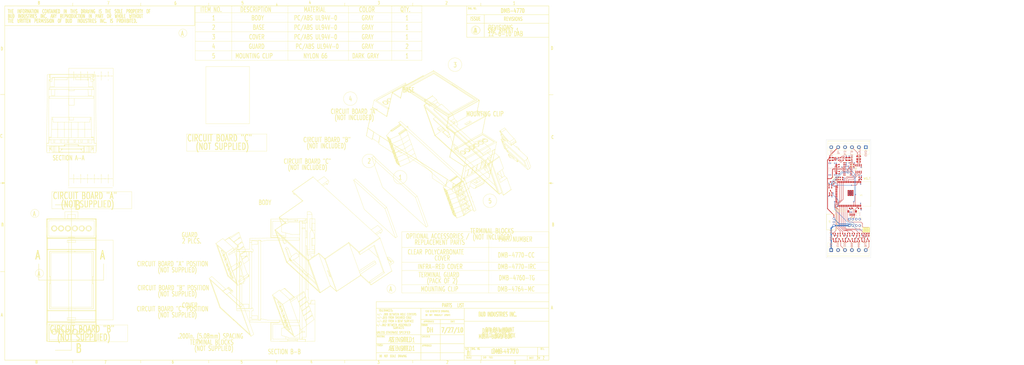
<source format=kicad_pcb>
(kicad_pcb (version 20240108) (generator "pcbnew") (generator_version "8.0")
  (layers (0 "F.Cu" signal) (1 "In1.Cu" power "GND.inner1.Cu") (2 "In2.Cu" power "PWD.inner2.Cu") (31 "B.Cu" signal) (34 "B.Paste" user) (35 "F.Paste" user) (36 "B.SilkS" user "B.Silkscreen") (37 "F.SilkS" user "F.Silkscreen") (38 "B.Mask" user) (39 "F.Mask" user) (44 "Edge.Cuts" user))
  (net 0 "")
  (net 1 "GND")
  (net 2 "+3.3V")
  (net 3 "/EN")
  (net 4 "/Boot")
  (net 7 "Net-(D1-K)")
  (net 8 "Net-(D2-K)")
  (net 11 "/IO2")
  (net 13 "/WG_PULL_D0")
  (net 14 "/WG_PULL_D1")
  (net 17 "/VIN")
  (net 18 "/WG_D0")
  (net 20 "/WG_D0_IN_3V3")
  (net 21 "/WG_D1_IN_3V3")
  (net 24 "/SDA")
  (net 25 "/SCL")
  (net 26 "Net-(Q1-G)")
  (net 27 "/WG_D1")
  (net 28 "Net-(P1-D+)")
  (net 29 "Net-(P1-D-)")
  (net 32 "Net-(Q1-S)")
  (net 40 "Net-(D1-A)")
  (net 41 "Net-(D2-A)")
  (net 42 "/5V")
  (net 43 "Net-(P1-CC)")
  (net 44 "Net-(U3-ADJ)")
  (net 45 "/MISO")
  (net 46 "Net-(P1-VCONN)")
  (net 47 "/WG_LED1")
  (net 48 "/WG_PULL_BUZZ")
  (net 49 "/WG_BUZZ")
  (net 50 "/MCU_RX")
  (net 51 "/MCU_TX")
  (net 52 "Net-(Q10-G)")
  (net 53 "Net-(Q12-G)")
  (net 54 "Net-(Q14-G)")
  (net 55 "/WG_LED_IN_3V3")
  (net 56 "/WG_PULL_LED")
  (net 57 "Net-(Q16-G)")
  (net 58 "/WG_BUZZ_IN_3V3")
  (net 60 "Net-(U5-A)")
  (net 61 "Net-(U5-B)")
  (net 62 "/RS485_HL")
  (net 63 "/RS485_RX")
  (net 64 "/RS485_TX")
  (net 67 "/B")
  (net 68 "/A")
  (footprint "Capacitor_SMD:C_0603_1608Metric" (layer "F.Cu") (at 70.95 55.845 -90)
    (property "Reference" "C8" (hide yes))
    (property "Value" "22uF 16v")
  )
  (footprint "Resistor_SMD:R_0603_1608Metric" (layer "F.Cu") (at 58.065714 96.33)
    (property "Reference" "R30" (hide yes))
    (property "Value" "1k")
  )
  (footprint "Connector_PinHeader_2.54mm:PinHeader_1x04_P2.54mm_Vertical" (layer "F.Cu") (at 62.15 85.79 90)
    (property "Reference" "J3" (hide yes))
    (property "Value" "Conn_01x04_Socket")
  )
  (footprint "TerminalBlock_Phoenix:TerminalBlock_Phoenix_MKDS-1,5-6-5.08_1x06_P5.08mm_Horizontal" (layer "F.Cu") (at 48.8 108.55)
    (property "Reference" "J7" (hide yes))
    (property "Value" "Screw_Terminal_01x06")
  )
  (footprint "Capacitor_SMD:C_0805_2012Metric" (layer "F.Cu") (at 47.77 41.62 90)
    (property "Reference" "C3" (hide yes))
    (property "Value" "1uF 16V")
  )
  (footprint "Resistor_SMD:R_0603_1608Metric_Pad0.98x0.95mm_HandSolder" (layer "F.Cu") (at 63.22 77.89 180)
    (property "Reference" "R13" (hide yes))
    (property "Value" "10k")
  )
  (footprint "Connector_USB:USB_C_Receptacle_GCT_USB4105-xx-A_16P_TopMnt_Horizontal" (layer "F.Cu") (at 48.905 48.98 -90)
    (property "Reference" "P1" (hide yes))
    (property "Value" "C2927039")
  )
  (footprint "Resistor_SMD:R_0805_2012Metric_Pad1.20x1.40mm_HandSolder" (layer "F.Cu") (at 70 40.64 90)
    (property "Reference" "R1" (hide yes))
    (property "Value" "10")
  )
  (footprint "Resistor_SMD:R_0603_1608Metric" (layer "F.Cu") (at 54.527857 96.33)
    (property "Reference" "R26" (hide yes))
    (property "Value" "20k")
  )
  (footprint "Resistor_SMD:R_0603_1608Metric" (layer "F.Cu") (at 56.73 40.61)
    (property "Reference" "R2" (hide yes))
    (property "Value" "56k")
  )
  (footprint "Resistor_SMD:R_0603_1608Metric" (layer "F.Cu") (at 54.54 46.425 90)
    (property "Reference" "R17" (hide yes))
    (property "Value" "5.1k")
  )
  (footprint "Resistor_SMD:R_0603_1608Metric" (layer "F.Cu") (at 61.862855 102.03 180)
    (property "Reference" "R28" (hide yes))
    (property "Value" "1k")
  )
  (footprint "Capacitor_SMD:C_0603_1608Metric" (layer "F.Cu") (at 69.36 55.825 -90)
    (property "Reference" "C7" (hide yes))
    (property "Value" "0.1uF 16v")
  )
  (footprint "Package_TO_SOT_SMD:SOT-23-3" (layer "F.Cu") (at 54.535714 99.1775 -90)
    (property "Reference" "Q11" (hide yes))
    (property "Value" "BSS138")
  )
  (footprint "Resistor_SMD:R_0603_1608Metric" (layer "F.Cu") (at 72.36 102.03 180)
    (property "Reference" "R37" (hide yes))
    (property "Value" "20k")
  )
  (footprint "Connector_PinHeader_2.54mm:PinHeader_1x04_P2.54mm_Vertical" (layer "F.Cu") (at 62.15 90.54 90)
    (property "Reference" "J1" (hide yes))
    (property "Value" "Conn_01x04_Socket")
  )
  (footprint "Resistor_SMD:R_0603_1608Metric" (layer "F.Cu") (at 68.679285 96.33)
    (property "Reference" "R35" (hide yes))
    (property "Value" "20k")
  )
  (footprint "Resistor_SMD:R_0603_1608Metric" (layer "F.Cu") (at 75.6 93.825 90)
    (property "Reference" "R20" (hide yes))
    (property "Value" "10k")
  )
  (footprint "Package_TO_SOT_SMD:SOT-23-3" (layer "F.Cu") (at 51.21 99.1775 90)
    (property "Reference" "Q10" (hide yes))
    (property "Value" "BSS138")
  )
  (footprint "Resistor_SMD:R_0603_1608Metric" (layer "F.Cu") (at 50.99 96.33)
    (property "Reference" "R16" (hide yes))
    (property "Value" "1k")
  )
  (footprint "LED_SMD:LED_0603_1608Metric" (layer "F.Cu") (at 53.1075 56.7025 180)
    (property "Reference" "D2")
    (property "Value" "LED")
  )
  (footprint "Resistor_SMD:R_0603_1608Metric" (layer "F.Cu") (at 50.73 58.995 -90)
    (property "Reference" "R5" (hide yes))
    (property "Value" "10k")
  )
  (footprint "Resistor_SMD:R_0603_1608Metric" (layer "F.Cu") (at 65.33714 102.03 180)
    (property "Reference" "R33" (hide yes))
    (property "Value" "20k")
  )
  (footprint "Resistor_SMD:R_0603_1608Metric" (layer "F.Cu") (at 75.755 96.33)
    (property "Reference" "R39" (hide yes))
    (property "Value" "20k")
  )
  (footprint "Package_TO_SOT_SMD:SOT-23-3" (layer "F.Cu") (at 48.21 59.5825 90)
    (property "Reference" "Q1" (hide yes))
    (property "Value" "BSS138")
  )
  (footprint "Resistor_SMD:R_0603_1608Metric_Pad0.98x0.95mm_HandSolder" (layer "F.Cu") (at 69.78 77.87)
    (property "Reference" "R12" (hide yes))
    (property "Value" "10k")
  )
  (footprint "Package_TO_SOT_SMD:SOT-23-5" (layer "F.Cu") (at 53.1025 41.56)
    (property "Reference" "U3" (hide yes))
    (property "Value" "C9056")
  )
  (footprint "Resistor_SMD:R_0603_1608Metric" (layer "F.Cu") (at 68.76 102.02 180)
    (property "Reference" "R32" (hide yes))
    (property "Value" "1k")
  )
  (footprint "Resistor_SMD:R_0603_1608Metric" (layer "F.Cu") (at 72.217142 96.33 180)
    (property "Reference" "R38" (hide yes))
    (property "Value" "1k")
  )
  (footprint "Resistor_SMD:R_0603_1608Metric" (layer "F.Cu") (at 56.3275 56.72)
    (property "Reference" "R15" (hide yes))
    (property "Value" "330")
  )
  (footprint "Package_TO_SOT_SMD:SOT-23-3" (layer "F.Cu") (at 58.211428 99.1775 90)
    (property "Reference" "Q12" (hide yes))
    (property "Value" "BSS138")
  )
  (footprint "Capacitor_SMD:C_0805_2012Metric" (layer "F.Cu") (at 62.05 41.57 -90)
    (property "Reference" "C6" (hide yes))
    (property "Value" "47uF 16V")
  )
  (footprint "Resistor_SMD:R_0603_1608Metric" (layer "F.Cu") (at 51.44 102.03 180)
    (property "Reference" "R11" (hide yes))
    (property "Value" "20k")
  )
  (footprint "Resistor_SMD:R_0603_1608Metric" (layer "F.Cu") (at 56.3625 55.1075)
    (property "Reference" "R14" (hide yes))
    (property "Value" "330")
  )
  (footprint "Resistor_SMD:R_0603_1608Metric" (layer "F.Cu") (at 54.78 51.625 -90)
    (property "Reference" "R4" (hide yes))
    (property "Value" "5.1k")
  )
  (footprint "Resistor_SMD:R_0805_2012Metric_Pad1.20x1.40mm_HandSolder" (layer "F.Cu") (at 68 40.64 90)
    (property "Reference" "R9" (hide yes))
    (property "Value" "10")
  )
  (footprint "RF_Module:ESP32-WROOM-32" (layer "F.Cu") (at 62.13 67.25 -90)
    (property "Reference" "U1")
    (property "Value" "ESP32-WROOM-32")
  )
  (footprint "Package_TO_SOT_SMD:SOT-23-3" (layer "F.Cu") (at 72.214284 99.1775 90)
    (property "Reference" "Q16" (hide yes))
    (property "Value" "BSS138")
  )
  (footprint "Capacitor_SMD:C_0603_1608Metric" (layer "F.Cu") (at 65.45 46.43 90)
    (property "Reference" "C10")
    (property "Value" "0.1uF 16v")
  )
  (footprint "Package_SO:SOIC-8_3.9x4.9mm_P1.27mm" (layer "F.Cu") (at 68.955 48.675 90)
    (property "Reference" "U5")
    (property "Value" "MAX3485")
  )
  (footprint "Package_TO_SOT_SMD:SOT-23-3" (layer "F.Cu") (at 68.53857 99.1775 -90)
    (property "Reference" "Q15" (hide yes))
    (property "Value" "BSS138")
  )
  (footprint "Resistor_SMD:R_0603_1608Metric" (layer "F.Cu") (at 65.141428 96.33 180)
    (property "Reference" "R34" (hide yes))
    (property "Value" "1k")
  )
  (footprint "Resistor_SMD:R_0603_1608Metric" (layer "F.Cu") (at 54.914285 102.03 180)
    (property "Reference" "R10" (hide yes))
    (property "Value" "1k")
  )
  (footprint "Resistor_SMD:R_0603_1608Metric" (layer "F.Cu") (at 56.73 42.53 180)
    (property "Reference" "R3" (hide yes))
    (property "Value" "33k")
  )
  (footprint "Capacitor_SMD:C_0805_2012Metric" (layer "F.Cu") (at 49.94 41.545 90)
    (property "Reference" "C2" (hide yes))
    (property "Value" "47uF 16V")
  )
  (footprint "footprint:PWRM-TH_DEXU_K780XM-1000R3" (layer "F.Cu") (at 50.8 87.909995 90)
    (property "Reference" "U6")
    (property "Value" "K7805M-1000R3_C5369649")
  )
  (footprint "Package_TO_SOT_SMD:SOT-23-3" (layer "F.Cu") (at 65.212856 99.1775 90)
    (property "Reference" "Q14" (hide yes))
    (property "Value" "BSS138")
  )
  (footprint "Resistor_SMD:R_0603_1608Metric" (layer "F.Cu") (at 61.603571 96.33)
    (property "Reference" "R31" (hide yes))
    (property "Value" "20k")
  )
  (footprint "Package_TO_SOT_SMD:SOT-23-3" (layer "F.Cu") (at 48.21 63.7375 -90)
    (property "Reference" "Q2" (hide yes))
    (property "Value" "BSS138")
  )
  (footprint "Resistor_SMD:R_0603_1608Metric" (layer "F.Cu") (at 48.43 66.6 180)
    (property "Reference" "R6" (hide yes))
    (property "Value" "10k")
  )
  (footprint "Capacitor_SMD:C_0603_1608Metric" (layer "F.Cu") (at 63.87 41.355 -90)
    (property "Reference" "C4" (hide yes))
    (property "Value" "0.1uF 16v")
  )
  (footprint "Resistor_SMD:R_0603_1608Metric" (layer "F.Cu") (at 75.76 102.03 180)
    (property "Reference" "R36" (hide yes))
    (property "Value" "1k")
  )
  (footprint "Connector_JST:JST_SH_BM04B-SRSS-TB_1x04-1MP_P1.00mm_Vertical" (layer "F.Cu") (at 64.26 81.305)
    (property "Reference" "J4")
    (property "Value" "Conn_01x04_Socket")
  )
  (footprint "Resistor_SMD:R_0603_1608Metric" (layer "F.Cu") (at 74 93.85 90)
    (property "Reference" "R19" (hide yes))
    (property "Value" "10k")
  )
  (footprint "Capacitor_SMD:C_0805_2012Metric" (layer "F.Cu") (at 59.99 41.57 -90)
    (property "Reference" "C5" (hide yes))
    (property "Value" "47uF 16V")
  )
  (footprint "Resistor_SMD:R_0805_2012Metric_Pad1.20x1.40mm_HandSolder" (layer "F.Cu") (at 68.96 43.52 180)
    (property "Reference" "R7" (hide yes))
    (property "Value" "270")
  )
  (footprint "Resistor_SMD:R_0603_1608Metric" (layer "F.Cu") (at 58.38857 102.03 180)
    (property "Reference" "R29" (hide yes))
    (property "Value" "20k")
  )
  (footprint "Package_TO_SOT_SMD:SOT-23-3" (layer "F.Cu") (at 61.537142 99.1775 -90)
    (property "Reference" "Q13" (hide yes))
    (property "Value" "BSS138")
  )
  (footprint "Package_SO:SOIC-16_3.9x9.9mm_P1.27mm" (layer "F.Cu") (at 60.975 48.825)
    (property "Reference" "U2" (hide yes))
    (property "Value" "CH340C")
  )
  (footprint "TerminalBlock_Phoenix:TerminalBlock_Phoenix_MKDS-1,5-6-5.08_1x06_P5.08mm_Horizontal" (layer "F.Cu") (at 74.25 32.93 180)
    (property "Reference" "J2" (hide yes))
    (property "Value" "Screw_Terminal_01x06")
  )
  (footprint "LED_SMD:LED_0603_1608Metric" (layer "F.Cu") (at 53.1425 55.09 180)
    (property "Reference" "D1")
    (property "Value" "LED")
  )
  (footprint "Package_TO_SOT_SMD:SOT-23-3" (layer "F.Cu") (at 75.539998 99.1775 -90)
    (property "Reference" "Q17" (hide yes))
    (property "Value" "BSS138")
  )
  (footprint "Capacitor_SMD:C_0603_1608Metric" (layer "F.Cu") (at 48.425 68.12 180)
    (property "Reference" "C1" (hide yes))
    (property "Value" "0.1uF 16v")
  )
  (gr_line (start -275.008054 20.569835) (end -274.823283 21.082092) (stroke (width 0.2)) (layer "F.SilkS"))
  (gr_line (start -277.626477 -1.76268) (end -277.647663 -1.843162) (stroke (width 0.2)) (layer "F.SilkS"))
  (gr_line (start -351.548922 164.866115) (end -351.601892 164.760024) (stroke (width 0.2)) (layer "F.SilkS"))
  (gr_line (start -356.475873 147.846677) (end -356.398672 147.955891) (stroke (width 0.2)) (layer "F.SilkS"))
  (gr_curve (pts (xy -346.358347 142.781774) (xy -346.327374 142.77381) (xy -346.297438 142.769102) (xy -346.268224 142.768409)) (stroke (width 0.2)) (layer "F.SilkS"))
  (gr_line (start -201.281677 49.630175) (end -201.280458 49.629506) (stroke (width 0.2)) (layer "F.SilkS"))
  (gr_curve (pts (xy -234.130515 65.663296) (xy -234.152943 65.635346) (xy -234.175347 65.606723) (xy -234.19767 65.57778)) (stroke (width 0.2)) (layer "F.SilkS"))
  (gr_line (start -335.497535 112.154195) (end -335.38801 112.12177) (stroke (width 0.2)) (layer "F.SilkS"))
  (gr_line (start -231.099188 74.115206) (end -231.020824 74.200471) (stroke (width 0.2)) (layer "F.SilkS"))
  (gr_line (start -497.897852 -19.426628) (end -497.897852 -16.886628) (stroke (width 0.2)) (layer "F.SilkS"))
  (gr_line (start -332.888011 99.855611) (end -332.888011 108.354757) (stroke (width 0.2)) (layer "F.SilkS"))
  (gr_line (start -188.425953 38.312539) (end -188.39349 38.317133) (stroke (width 0.2)) (layer "F.SilkS"))
  (gr_curve (pts (xy -195.274502 39.89401) (xy -195.288258 39.876838) (xy -195.302134 39.860594) (xy -195.315538 39.846237)) (stroke (width 0.2)) (layer "F.SilkS"))
  (gr_line (start -269.209649 22.615996) (end -269.20107 22.62037) (stroke (width 0.2)) (layer "F.SilkS"))
  (gr_curve (pts (xy -289.474807 134.140459) (xy -289.477703 134.149535) (xy -289.483186 134.155141) (xy -289.491505 134.156279)) (stroke (width 0.2)) (layer "F.SilkS"))
  (gr_line (start -357.669305 146.6091) (end -357.6096 146.644575) (stroke (width 0.2)) (layer "F.SilkS"))
  (gr_line (start -520.454142 92.161367) (end -520.51327 92.161367) (stroke (width 0.2)) (layer "F.SilkS"))
  (gr_line (start -193.523039 23.191434) (end -193.5737 23.153857) (stroke (width 0.2)) (layer "F.SilkS"))
  (gr_line (start -355.077537 153.532481) (end -355.010994 153.581092) (stroke (width 0.2)) (layer "F.SilkS"))
  (gr_line (start -233.324329 66.273039) (end -233.298138 66.357295) (stroke (width 0.2)) (layer "F.SilkS"))
  (gr_line (start -250.104843 -2.117066) (end -263.834999 -10.951219) (stroke (width 0.2)) (layer "F.SilkS"))
  (gr_line (start -217.238043 35.481939) (end -217.252449 35.413086) (stroke (width 0.2)) (layer "F.SilkS"))
  (gr_line (start -494.151804 127.979467) (end -494.151804 133.245656) (stroke (width 0.2)) (layer "F.SilkS"))
  (gr_line (start -498.42808 92.161367) (end -499.115157 92.161367) (stroke (width 0.2)) (layer "F.SilkS"))
  (gr_line (start -206.716191 27.433041) (end -206.797887 27.467671) (stroke (width 0.2)) (layer "F.SilkS"))
  (gr_line (start -184.303831 41.02736) (end -184.302094 41.041881) (stroke (width 0.2)) (layer "F.SilkS"))
  (gr_line (start -271.711343 38.967809) (end -271.778233 38.916294) (stroke (width 0.2)) (layer "F.SilkS"))
  (gr_curve (pts (xy -250.313989 1.876365) (xy -250.331563 1.888935) (xy -250.349136 1.901505) (xy -250.365213 1.915839)) (stroke (width 0.2)) (layer "F.SilkS"))
  (gr_line (start -207.314271 30.614355) (end -207.402431 30.659359) (stroke (width 0.2)) (layer "F.SilkS"))
  (gr_line (start -342.602699 113.157731) (end -342.607459 113.200825) (stroke (width 0.2)) (layer "F.SilkS"))
  (gr_line (start -218.661485 78.255352) (end -218.807975 77.849224) (stroke (width 0.2)) (layer "F.SilkS"))
  (gr_line (start -386.088883 120.030493) (end -385.651728 120.429165) (stroke (width 0.2)) (layer "F.SilkS"))
  (gr_line (start -271.206156 38.759264) (end -271.197006 38.825392) (stroke (width 0.2)) (layer "F.SilkS"))
  (gr_line (start -355.568312 149.598027) (end -355.553019 149.671483) (stroke (width 0.2)) (layer "F.SilkS"))
  (gr_line (start -280.132661 0.843594) (end -280.232788 0.779171) (stroke (width 0.2)) (layer "F.SilkS"))
  (gr_line (start -234.684125 65.742742) (end -234.762602 65.635814) (stroke (width 0.2)) (layer "F.SilkS"))
  (gr_line (start -220.384526 36.094952) (end -220.295366 36.165398) (stroke (width 0.2)) (layer "F.SilkS"))
  (gr_line (start -232.13862 69.554476) (end -232.1093 69.641587) (stroke (width 0.2)) (layer "F.SilkS"))
  (gr_curve (pts (xy -271.366466 38.642616) (xy -271.384642 38.628619) (xy -271.403194 38.613869) (xy -271.422055 38.598485)) (stroke (width 0.2)) (layer "F.SilkS"))
  (gr_line (start -217.551177 34.059585) (end -217.440084 34.117985) (stroke (width 0.2)) (layer "F.SilkS"))
  (gr_line (start -213.347998 33.687434) (end -213.378995 33.759044) (stroke (width 0.2)) (layer "F.SilkS"))
  (gr_line (start -280.499593 -0.889342) (end -280.415935 -0.938697) (stroke (width 0.2)) (layer "F.SilkS"))
  (gr_line (start -233.982602 68.335958) (end -234.045773 68.224875) (stroke (width 0.2)) (layer "F.SilkS"))
  (gr_line (start -527.852747 97.461888) (end -527.852747 91.762731) (stroke (width 0.2)) (layer "F.SilkS"))
  (gr_arc (start -492.099497 99.952886) (mid -492.052622 100.023602) (end -492.01938 100.101659) (stroke (width 0.2)) (layer "F.SilkS"))
  (gr_line (start -343.788011 86.460302) (end -345.288011 86.406896) (stroke (width 0.2)) (layer "F.SilkS"))
  (gr_line (start -218.817872 75.34114) (end -219.55655 74.667488) (stroke (width 0.2)) (layer "F.SilkS"))
  (gr_line (start -482.657852 53.633372) (end -482.657852 52.983372) (stroke (width 0.2)) (layer "F.SilkS"))
  (gr_line (start -174.577179 41.241877) (end -174.543756 41.141049) (stroke (width 0.2)) (layer "F.SilkS"))
  (gr_line (start -492.017481 175.546834) (end -494.369242 175.546834) (stroke (width 0.2)) (layer "F.SilkS"))
  (gr_line (start -230.834931 77.062566) (end -230.824142 77.020658) (stroke (width 0.2)) (layer "F.SilkS"))
  (gr_line (start -218.661485 78.255352) (end -218.978658 77.966101) (stroke (width 0.2)) (layer "F.SilkS"))
  (gr_curve (pts (xy -292.897431 24.480859) (xy -292.893563 24.495064) (xy -292.885753 24.509511) (xy -292.87603 24.523693)) (stroke (width 0.2)) (layer "F.SilkS"))
  (gr_curve (pts (xy -270.753691 42.691582) (xy -270.759134 42.671775) (xy -270.764431 42.652177) (xy -270.768795 42.633638)) (stroke (width 0.2)) (layer "F.SilkS"))
  (gr_line (start -356.763685 150.501866) (end -356.783615 150.423319) (stroke (width 0.2)) (layer "F.SilkS"))
  (gr_line (start -386.817622 118.010135) (end -389.801188 109.738493) (stroke (width 0.2)) (layer "F.SilkS"))
  (gr_line (start -493.053172 174.347112) (end -526.351664 174.347112) (stroke (width 0.2)) (layer "F.SilkS"))
  (gr_line (start -273.72799 31.697847) (end -273.697627 31.785909) (stroke (width 0.2)) (layer "F.SilkS"))
  (gr_line (start -500.297282 169.061849) (end -500.333521 169.061849) (stroke (width 0.2)) (layer "F.SilkS"))
  (gr_line (start -248.616201 0.832035) (end -246.431467 2.824445) (stroke (width 0.2)) (layer "F.SilkS"))
  (gr_line (start -220.642681 36.920117) (end -220.698623 36.853605) (stroke (width 0.2)) (layer "F.SilkS"))
  (gr_line (start -221.61665 57.9766) (end -213.645024 80.077152) (stroke (width 0.2)) (layer "F.SilkS"))
  (gr_curve (pts (xy -515.453074 92.161367) (xy -515.459755 92.161367) (xy -515.466436 92.161367) (xy -515.474055 92.161367)) (stroke (width 0.2)) (layer "F.SilkS"))
  (gr_line (start -219.359732 45.994482) (end -199.874908 35.293796) (stroke (width 0.2)) (layer "F.SilkS"))
  (gr_line (start -220.593044 36.988385) (end -220.642681 36.920117) (stroke (width 0.2)) (layer "F.SilkS"))
  (gr_line (start -223.900896 36.675032) (end -223.922083 36.594551) (stroke (width 0.2)) (layer "F.SilkS"))
  (gr_curve (pts (xy -393.922073 99.51475) (xy -393.951831 99.528517) (xy -393.981505 99.545516) (xy -394.011179 99.562515)) (stroke (width 0.2)) (layer "F.SilkS"))
  (gr_line (start -392.321234 138.6764) (end -394.958774 136.271045) (stroke (width 0.2)) (layer "F.SilkS"))
  (gr_line (start -356.951978 148.966617) (end -357.03115 148.861641) (stroke (width 0.2)) (layer "F.SilkS"))
  (gr_line (start -512.855265 170.604894) (end -512.97453 170.56329) (stroke (width 0.2)) (layer "F.SilkS"))
  (gr_line (start -492.189143 161.422918) (end -492.254795 161.422918) (stroke (width 0.2)) (layer "F.SilkS"))
  (gr_line (start -221.092006 71.516971) (end -221.238496 71.110843) (stroke (width 0.2)) (layer "F.SilkS"))
  (gr_line (start -252.072112 -71.119187) (end -418.650883 -71.119187) (stroke (width 0.2)) (layer "F.SilkS"))
  (gr_line (start -223.89891 36.439579) (end -223.928423 36.48308) (stroke (width 0.2)) (layer "F.SilkS"))
  (gr_curve (pts (xy -230.845933 75.28111) (xy -230.870861 75.244806) (xy -230.894988 75.207948) (xy -230.919203 75.171186)) (stroke (width 0.2)) (layer "F.SilkS"))
  (gr_curve (pts (xy -492.141459 161.415288) (xy -492.122457 161.411397) (xy -492.103797 161.404629) (xy -492.086146 161.396215)) (stroke (width 0.2)) (layer "F.SilkS"))
  (gr_line (start -268.999628 23.050739) (end -269.005425 23.046316) (stroke (width 0.2)) (layer "F.SilkS"))
  (gr_line (start -220.680772 37.753026) (end -220.627472 37.701578) (stroke (width 0.2)) (layer "F.SilkS"))
  (gr_line (start -273.320184 36.88912) (end -273.373153 36.783029) (stroke (width 0.2)) (layer "F.SilkS"))
  (gr_line (start -229.743332 79.324146) (end -229.823084 79.219504) (stroke (width 0.2)) (layer "F.SilkS"))
  (gr_line (start -285.713202 151.32634) (end -158.713202 151.32634) (stroke (width 0.2)) (layer "F.SilkS"))
  (gr_line (start -274.81805 31.560158) (end -274.898267 31.461992) (stroke (width 0.2)) (layer "F.SilkS"))
  (gr_line (start -353.248786 158.389979) (end -353.032963 158.448843) (stroke (width 0.2)) (layer "F.SilkS"))
  (gr_line (start -277.17146 115.479667) (end -277.463054 114.671271) (stroke (width 0.2)) (layer "F.SilkS"))
  (gr_line (start -248.704426 0.783488) (end -248.688889 0.783857) (stroke (width 0.2)) (layer "F.SilkS"))
  (gr_line (start -211.9335 30.200005) (end -211.802802 30.228874) (stroke (width 0.2)) (layer "F.SilkS"))
  (gr_line (start -158.713202 189.42634) (end -158.713202 -70.92366) (stroke (width 0.2)) (layer "F.SilkS"))
  (gr_curve (pts (xy -228.387708 82.059417) (xy -228.397142 82.045717) (xy -228.406526 82.031972) (xy -228.415875 82.018205)) (stroke (width 0.2)) (layer "F.SilkS"))
  (gr_line (start -319.347721 134.800702) (end -319.347257 134.801988) (stroke (width 0.2)) (layer "F.SilkS"))
  (gr_line (start -397.732489 112.315952) (end -397.66073 112.377081) (stroke (width 0.2)) (layer "F.SilkS"))
  (gr_line (start -271.568131 41.146731) (end -271.643593 41.036515) (stroke (width 0.2)) (layer "F.SilkS"))
  (gr_line (start -377.18801 108.011434) (end -376.18801 108.011434) (stroke (width 0.2)) (layer "F.SilkS"))
  (gr_line (start -391.19355 128.171554) (end -391.14487 128.275458) (stroke (width 0.2)) (layer "F.SilkS"))
  (gr_line (start -158.713202 -5.727422) (end -155.538202 -5.727422) (stroke (width 0.2)) (layer "F.SilkS"))
  (gr_line (start -350.925624 162.539301) (end -350.873235 162.645725) (stroke (width 0.2)) (layer "F.SilkS"))
  (gr_line (start -394.615161 122.379283) (end -394.590231 122.357171) (stroke (width 0.2)) (layer "F.SilkS"))
  (gr_curve (pts (xy -495.296214 168.26267) (xy -495.302237 168.26267) (xy -495.30826 168.26267) (xy -495.315287 168.26267)) (stroke (width 0.2)) (layer "F.SilkS"))
  (gr_line (start -336.688011 137.512395) (end -335.688011 137.512395) (stroke (width 0.2)) (layer "F.SilkS"))
  (gr_line (start -220.212511 36.2376) (end -220.135749 36.313148) (stroke (width 0.2)) (layer "F.SilkS"))
  (gr_line (start -218.295404 36.198044) (end -218.427428 36.188667) (stroke (width 0.2)) (layer "F.SilkS"))
  (gr_line (start -491.718028 85.977742) (end -491.552088 85.811803) (stroke (width 0.2)) (layer "F.SilkS"))
  (gr_line (start -193.31864 66.116518) (end -193.31389 66.143273) (stroke (width 0.2)) (layer "F.SilkS"))
  (gr_line (start -353.929211 154.80223) (end -353.854329 154.91278) (stroke (width 0.2)) (layer "F.SilkS"))
  (gr_curve (pts (xy -277.881644 10.415995) (xy -277.898334 10.399302) (xy -277.91004 10.381261) (xy -277.918779 10.363037)) (stroke (width 0.2)) (layer "F.SilkS"))
  (gr_line (start -207.128603 28.455121) (end -207.217762 28.384675) (stroke (width 0.2)) (layer "F.SilkS"))
  (gr_line (start -502.977852 -21.966628) (end -502.977852 -22.616628) (stroke (width 0.2)) (layer "F.SilkS"))
  (gr_curve (pts (xy -491.801951 85.771749) (xy -491.796736 85.776725) (xy -491.791522 85.781702) (xy -491.786692 85.787008)) (stroke (width 0.2)) (layer "F.SilkS"))
  (gr_curve (pts (xy -516.727183 34.558097) (xy -516.699083 34.553012) (xy -516.670218 34.551446) (xy -516.641352 34.549879)) (stroke (width 0.2)) (layer "F.SilkS"))
  (gr_line (start -221.248393 68.602759) (end -221.735146 67.253284) (stroke (width 0.2)) (layer "F.SilkS"))
  (gr_line (start -234.202668 66.840727) (end -234.149339 66.864351) (stroke (width 0.2)) (layer "F.SilkS"))
  (gr_line (start -220.690067 34.577359) (end -220.676606 34.501732) (stroke (width 0.2)) (layer "F.SilkS"))
  (gr_line (start -337.453067 146.76805) (end -341.612665 149.75955) (stroke (width 0.2)) (layer "F.SilkS"))
  (gr_line (start -229.603123 76.743059) (end -229.603711 76.797719) (stroke (width 0.2)) (layer "F.SilkS"))
  (gr_line (start -352.692424 88.571463) (end -359.944889 93.641021) (stroke (width 0.2)) (layer "F.SilkS"))
  (gr_line (start -213.089875 30.168072) (end -212.971836 30.151011) (stroke (width 0.2)) (layer "F.SilkS"))
  (gr_line (start -393.897375 122.650489) (end -393.905612 122.687824) (stroke (width 0.2)) (layer "F.SilkS"))
  (gr_line (start -359.87491 93.664317) (end -359.847324 93.687217) (stroke (width 0.2)) (layer "F.SilkS"))
  (gr_arc (start -523.957441 168.262053) (mid -523.784046 167.802664) (end -523.492962 167.407219) (stroke (width 0.2)) (layer "F.SilkS"))
  (gr_line (start -356.68801 99.61147) (end -356.68801 101.211736) (stroke (width 0.2)) (layer "F.SilkS"))
  (gr_line (start -234.437291 67.337417) (end -234.457222 67.25887) (stroke (width 0.2)) (layer "F.SilkS"))
  (gr_line (start -355.476597 152.688166) (end -355.556467 152.592903) (stroke (width 0.2)) (layer "F.SilkS"))
  (gr_line (start -527.488444 161.703298) (end -511.953089 161.703298) (stroke (width 0.2)) (layer "F.SilkS"))
  (gr_line (start -208.711447 48.584553) (end -209.141085 48.308119) (stroke (width 0.2)) (layer "F.SilkS"))
  (gr_line (start -355.305852 154.491158) (end -355.353488 154.388206) (stroke (width 0.2)) (layer "F.SilkS"))
  (gr_line (start -352.542051 160.016432) (end -352.616128 159.948876) (stroke (width 0.2)) (layer "F.SilkS"))
  (gr_arc (start -359.905359 94.243777) (mid -360.016877 93.950843) (end -359.847324 93.687217) (stroke (width 0.2)) (layer "F.SilkS"))
  (gr_curve (pts (xy -272.432236 35.376331) (xy -272.446364 35.368885) (xy -272.462616 35.35777) (xy -272.478709 35.34705)) (stroke (width 0.2)) (layer "F.SilkS"))
  (gr_line (start -221.041268 179.90134) (end -158.713202 179.90134) (stroke (width 0.2)) (layer "F.SilkS"))
  (gr_curve (pts (xy -251.423693 -19.583893) (xy -251.42821 -19.581248) (xy -251.432539 -19.578266) (xy -251.436868 -19.575284)) (stroke (width 0.2)) (layer "F.SilkS"))
  (gr_line (start -271.586602 39.049658) (end -271.64677 39.012899) (stroke (width 0.2)) (layer "F.SilkS"))
  (gr_line (start -231.142994 72.42539) (end -231.091068 72.530529) (stroke (width 0.2)) (layer "F.SilkS"))
  (gr_curve (pts (xy -492.223475 153.173635) (xy -492.204611 153.170057) (xy -492.185984 153.16415) (xy -492.168162 153.156469)) (stroke (width 0.2)) (layer "F.SilkS"))
  (gr_line (start -267.744897 -3.511292) (end -267.775517 -3.364424) (stroke (width 0.2)) (layer "F.SilkS"))
  (gr_curve (pts (xy -504.089091 169.061849) (xy -504.077368 169.061849) (xy -504.063427 169.061849) (xy -504.049036 169.061849)) (stroke (width 0.2)) (layer "F.SilkS"))
  (gr_line (start -381.534139 113.643878) (end -380.210615 113.164274) (stroke (width 0.2)) (layer "F.SilkS"))
  (gr_line (start -514.503214 31.249879) (end -514.953349 31.949879) (stroke (width 0.2)) (layer "F.SilkS"))
  (gr_curve (pts (xy -491.906855 152.963826) (xy -491.908496 152.984322) (xy -491.910137 153.004818) (xy -491.914484 153.024862)) (stroke (width 0.2)) (layer "F.SilkS"))
  (gr_line (start -523.070423 94.485133) (end -522.828405 94.066142) (stroke (width 0.2)) (layer "F.SilkS"))
  (gr_line (start -174.560655 40.463064) (end -174.599555 40.374897) (stroke (width 0.2)) (layer "F.SilkS"))
  (gr_arc (start -268.685549 23.088785) (mid -268.642566 23.140859) (end -268.618793 23.204059) (stroke (width 0.2)) (layer "F.SilkS"))
  (gr_line (start -238.226344 17.424572) (end -240.608574 19.045529) (stroke (width 0.2)) (layer "F.SilkS"))
  (gr_line (start -191.35983 18.720739) (end -194.724331 21.010069) (stroke (width 0.2)) (layer "F.SilkS"))
  (gr_line (start -392.118241 127.398505) (end -392.334139 127.339619) (stroke (width 0.2)) (layer "F.SilkS"))
  (gr_curve (pts (xy -379.503719 126.715713) (xy -379.488864 126.746205) (xy -379.476953 126.778574) (xy -379.468754 126.811543)) (stroke (width 0.2)) (layer "F.SilkS"))
  (gr_line (start -495.427821 -18.250122) (end -496.85261 -18.250122) (stroke (width 0.2)) (layer "F.SilkS"))
  (gr_arc (start -272.894837 35.262584) (mid -273.990409 33.938579) (end -274.618682 32.339032) (stroke (width 0.2)) (layer "F.SilkS"))
  (gr_line (start -229.341627 80.317489) (end -229.288297 80.341113) (stroke (width 0.2)) (layer "F.SilkS"))
  (gr_line (start -493.552897 -20.55012) (end -493.552897 -18.250122) (stroke (width 0.2)) (layer "F.SilkS"))
  (gr_curve (pts (xy -273.649752 34.055599) (xy -273.674311 34.019543) (xy -273.698825 33.983369) (xy -273.722559 33.94696)) (stroke (width 0.2)) (layer "F.SilkS"))
  (gr_line (start -230.651491 76.922825) (end -230.606044 76.932361) (stroke (width 0.2)) (layer "F.SilkS"))
  (gr_line (start -349.368154 167.022222) (end -349.378943 167.06413) (stroke (width 0.2)) (layer "F.SilkS"))
  (gr_line (start -491.906855 152.963826) (end -491.990779 152.881809) (stroke (width 0.2)) (layer "F.SilkS"))
  (gr_line (start -348.612815 115.476604) (end -348.665093 115.399605) (stroke (width 0.2)) (layer "F.SilkS"))
  (gr_line (start -274.50193 31.910546) (end -274.579019 31.830756) (stroke (width 0.2)) (layer "F.SilkS"))
  (gr_line (start -274.355436 33.850113) (end -274.418608 33.73903) (stroke (width 0.2)) (layer "F.SilkS"))
  (gr_curve (pts (xy -272.00547 37.998131) (xy -272.028062 37.970901) (xy -272.050687 37.942841) (xy -272.073292 37.914547)) (stroke (width 0.2)) (layer "F.SilkS"))
  (gr_line (start -219.33915 33.70411) (end -219.211893 33.69734) (stroke (width 0.2)) (layer "F.SilkS"))
  (gr_line (start -207.377379 28.236925) (end -207.446406 28.16054) (stroke (width 0.2)) (layer "F.SilkS"))
  (gr_curve (pts (xy -231.621693 73.698245) (xy -231.624589 73.682924) (xy -231.626674 73.668634) (xy -231.628758 73.654344)) (stroke (width 0.2)) (layer "F.SilkS"))
  (gr_line (start -396.994182 115.488643) (end -396.955225 115.487947) (stroke (width 0.2)) (layer "F.SilkS"))
  (gr_line (start -353.582413 157.261219) (end -353.574306 157.318635) (stroke (width 0.2)) (layer "F.SilkS"))
  (gr_curve (pts (xy -491.906855 108.259389) (xy -491.908508 108.238918) (xy -491.910161 108.218446) (xy -491.914484 108.198354)) (stroke (width 0.2)) (layer "F.SilkS"))
  (gr_line (start -222.942167 35.537818) (end -222.826194 35.515069) (stroke (width 0.2)) (layer "F.SilkS"))
  (gr_curve (pts (xy -232.619864 70.943075) (xy -232.6323 70.916108) (xy -232.644256 70.889509) (xy -232.656044 70.863044)) (stroke (width 0.2)) (layer "F.SilkS"))
  (gr_curve (pts (xy -230.417143 75.853808) (xy -230.43976 75.826371) (xy -230.462378 75.798551) (xy -230.484965 75.770225)) (stroke (width 0.2)) (layer "F.SilkS"))
  (gr_curve (pts (xy -271.906392 39.518209) (xy -271.914869 39.494906) (xy -271.922844 39.472092) (xy -271.930327 39.449783)) (stroke (width 0.2)) (layer "F.SilkS"))
  (gr_line (start -233.122475 70.182903) (end -233.082012 70.184444) (stroke (width 0.2)) (layer "F.SilkS"))
  (gr_line (start -337.68801 88.512609) (end -340.188011 88.512609) (stroke (width 0.2)) (layer "F.SilkS"))
  (gr_line (start -395.88035 116.379368) (end -395.800713 116.477868) (stroke (width 0.2)) (layer "F.SilkS"))
  (gr_line (start -266.078215 -10.780226) (end -267.778162 -3.364696) (stroke (width 0.2)) (layer "F.SilkS"))
  (gr_line (start -217.05059 35.961352) (end -217.139969 36.007025) (stroke (width 0.2)) (layer "F.SilkS"))
  (gr_curve (pts (xy -235.178643 63.898411) (xy -235.187315 63.874648) (xy -235.195443 63.851398) (xy -235.203042 63.828699)) (stroke (width 0.2)) (layer "F.SilkS"))
  (gr_line (start -229.266547 79.875389) (end -229.344679 79.794648) (stroke (width 0.2)) (layer "F.SilkS"))
  (gr_curve (pts (xy -527.614329 85.518071) (xy -527.635343 85.522286) (xy -527.655717 85.529984) (xy -527.675364 85.539052)) (stroke (width 0.2)) (layer "F.SilkS"))
  (gr_line (start -496.414836 166.878214) (end -496.575964 167.158175) (stroke (width 0.2)) (layer "F.SilkS"))
  (gr_curve (pts (xy -274.787708 30.797893) (xy -274.804237 30.77431) (xy -274.820734 30.750713) (xy -274.837077 30.726978)) (stroke (width 0.2)) (layer "F.SilkS"))
  (gr_line (start -517.85055 166.982779) (end -518.054697 166.628072) (stroke (width 0.2)) (layer "F.SilkS"))
  (gr_line (start -351.838402 160.008713) (end -351.832846 160.070702) (stroke (width 0.2)) (layer "F.SilkS"))
  (gr_line (start -271.19145 38.887381) (end -271.192038 38.942041) (stroke (width 0.2)) (layer "F.SilkS"))
  (gr_line (start -527.852747 35.949881) (end -527.852747 29.94988) (stroke (width 0.2)) (layer "F.SilkS"))
  (gr_curve (pts (xy -527.490351 161.17687) (xy -527.486206 161.197551) (xy -527.478702 161.218042) (xy -527.46937 161.237905)) (stroke (width 0.2)) (layer "F.SilkS"))
  (gr_line (start -211.377134 6.098015) (end -205.482537 9.890672) (stroke (width 0.2)) (layer "F.SilkS"))
  (gr_curve (pts (xy -327.011441 139.863809) (xy -326.99347 139.867554) (xy -326.974862 139.870109) (xy -326.956647 139.870836)) (stroke (width 0.2)) (layer "F.SilkS"))
  (gr_line (start -267.870119 13.753862) (end -269.151835 14.625989) (stroke (width 0.2)) (layer "F.SilkS"))
  (gr_curve (pts (xy -275.614733 29.21482) (xy -275.620181 29.195008) (xy -275.625491 29.175395) (xy -275.629836 29.156877)) (stroke (width 0.2)) (layer "F.SilkS"))
  (gr_line (start -220.111174 35.584896) (end -220.200334 35.514451) (stroke (width 0.2)) (layer "F.SilkS"))
  (gr_line (start -223.939185 36.436769) (end -223.935101 36.359468) (stroke (width 0.2)) (layer "F.SilkS"))
  (gr_line (start -233.625354 68.89548) (end -233.700815 68.785264) (stroke (width 0.2)) (layer "F.SilkS"))
  (gr_line (start -271.154282 39.995889) (end -271.074297 40.097293) (stroke (width 0.2)) (layer "F.SilkS"))
  (gr_curve (pts (xy -232.690655 70.783667) (xy -232.7015 70.757909) (xy -232.711526 70.73283) (xy -232.721147 70.708133)) (stroke (width 0.2)) (layer "F.SilkS"))
  (gr_line (start -209.922154 -1.456735) (end -209.836649 -1.432314) (stroke (width 0.2)) (layer "F.SilkS"))
  (gr_line (start -223.527548 35.767182) (end -223.445321 35.716907) (stroke (width 0.2)) (layer "F.SilkS"))
  (gr_line (start -495.296214 169.061849) (end -495.969508 169.683644) (stroke (width 0.2)) (layer "F.SilkS"))
  (gr_line (start -220.655863 34.892923) (end -220.677049 34.812442) (stroke (width 0.2)) (layer "F.SilkS"))
  (gr_line (start -491.906855 100.101659) (end -491.718028 99.912831) (stroke (width 0.2)) (layer "F.SilkS"))
  (gr_line (start -507.701609 151.712606) (end -507.701609 151.611516) (stroke (width 0.2)) (layer "F.SilkS"))
  (gr_line (start -216.336127 31.95085) (end -216.21687 31.933121) (stroke (width 0.2)) (layer "F.SilkS"))
  (gr_line (start -232.371062 70.198908) (end -232.428333 70.168241) (stroke (width 0.2)) (layer "F.SilkS"))
  (gr_curve (pts (xy -274.165664 31.565176) (xy -274.187831 31.54178) (xy -274.210132 31.517851) (xy -274.23255 31.493457)) (stroke (width 0.2)) (layer "F.SilkS"))
  (gr_line (start -219.08522 33.696008) (end -218.954044 33.699026) (stroke (width 0.2)) (layer "F.SilkS"))
  (gr_line (start -349.373699 115.995306) (end -329.709004 133.928896) (stroke (width 0.2)) (layer "F.SilkS"))
  (gr_line (start -348.94272 115.047236) (end -348.997899 114.987428) (stroke (width 0.2)) (layer "F.SilkS"))
  (gr_line (start -353.110698 160.48966) (end -353.111617 160.432763) (stroke (width 0.2)) (layer "F.SilkS"))
  (gr_line (start -349.38203 115.104559) (end -349.355142 115.171341) (stroke (width 0.2)) (layer "F.SilkS"))
  (gr_curve (pts (xy -233.107964 68.780992) (xy -233.124741 68.758181) (xy -233.141432 68.735183) (xy -233.158011 68.712017)) (stroke (width 0.2)) (layer "F.SilkS"))
  (gr_curve (pts (xy -379.454776 126.915068) (xy -379.453686 126.951077) (xy -379.456177 126.987937) (xy -379.462511 127.02506)) (stroke (width 0.2)) (layer "F.SilkS"))
  (gr_arc (start -527.339671 99.838445) (mid -527.266102 99.826945) (end -527.196619 99.853715) (stroke (width 0.2)) (layer "F.SilkS"))
  (gr_line (start -270.411868 42.840282) (end -270.33559 42.915883) (stroke (width 0.2)) (layer "F.SilkS"))
  (gr_curve (pts (xy -231.1681 72.981919) (xy -231.188853 72.962717) (xy -231.209941 72.942621) (xy -231.231221 72.921983)) (stroke (width 0.2)) (layer "F.SilkS"))
  (gr_line (start -229.213472 82.396434) (end -226.369353 84.990182) (stroke (width 0.2)) (layer "F.SilkS"))
  (gr_line (start -522.252772 -16.750119) (end -512.702677 -16.750119) (stroke (width 0.2)) (layer "F.SilkS"))
  (gr_line (start -393.908023 123.333318) (end -393.764978 123.235986) (stroke (width 0.2)) (layer "F.SilkS"))
  (gr_line (start -219.908092 41.640387) (end -220.038627 40.690263) (stroke (width 0.2)) (layer "F.SilkS"))
  (gr_line (start -326.956647 139.870836) (end -326.780239 139.820763) (stroke (width 0.2)) (layer "F.SilkS"))
  (gr_line (start -395.259543 120.678205) (end -395.329206 120.564652) (stroke (width 0.2)) (layer "F.SilkS"))
  (gr_line (start -354.68522 152.162776) (end -354.629584 152.270435) (stroke (width 0.2)) (layer "F.SilkS"))
  (gr_line (start -352.272866 160.22311) (end -352.336512 160.180591) (stroke (width 0.2)) (layer "F.SilkS"))
  (gr_line (start -217.4479 32.871881) (end -217.443815 32.79458) (stroke (width 0.2)) (layer "F.SilkS"))
  (gr_line (start -211.318477 45.71229) (end -210.999213 45.536957) (stroke (width 0.2)) (layer "F.SilkS"))
  (gr_curve (pts (xy -242.63992 24.202988) (xy -242.631888 24.222503) (xy -242.623856 24.242019) (xy -242.612972 24.259739)) (stroke (width 0.2)) (layer "F.SilkS"))
  (gr_curve (pts (xy -305.732376 103.210409) (xy -305.743535 103.187388) (xy -305.757592 103.162367) (xy -305.772713 103.137401)) (stroke (width 0.2)) (layer "F.SilkS"))
  (gr_line (start -234.37449 66.818573) (end -234.337968 66.81307) (stroke (width 0.2)) (layer "F.SilkS"))
  (gr_line (start -279.557536 1.116268) (end -279.68018 1.069329) (stroke (width 0.2)) (layer "F.SilkS"))
  (gr_line (start -210.89053 29.007999) (end -210.851374 28.938731) (stroke (width 0.2)) (layer "F.SilkS"))
  (gr_line (start -232.973291 68.057613) (end -232.895047 68.167779) (stroke (width 0.2)) (layer "F.SilkS"))
  (gr_line (start -504.127238 92.161367) (end -504.153941 92.277715) (stroke (width 0.2)) (layer "F.SilkS"))
  (gr_line (start -353.839767 158.349984) (end -353.903402 158.237616) (stroke (width 0.2)) (layer "F.SilkS"))
  (gr_line (start -212.376014 30.897832) (end -212.578696 30.534897) (stroke (width 0.2)) (layer "F.SilkS"))
  (gr_line (start -175.235842 42.077164) (end -175.135361 41.995501) (stroke (width 0.2)) (layer "F.SilkS"))
  (gr_line (start -232.1093 69.641587) (end -232.08311 69.725843) (stroke (width 0.2)) (layer "F.SilkS"))
  (gr_line (start -269.202376 44.458183) (end -269.142451 44.56803) (stroke (width 0.2)) (layer "F.SilkS"))
  (gr_line (start -380.658204 112.756087) (end -380.431415 112.962911) (stroke (width 0.2)) (layer "F.SilkS"))
  (gr_curve (pts (xy -231.627384 40.147498) (xy -231.597142 40.154003) (xy -231.566513 40.158329) (xy -231.536896 40.159215)) (stroke (width 0.2)) (layer "F.SilkS"))
  (gr_line (start -393.80411 124.437622) (end -393.880035 124.32612) (stroke (width 0.2)) (layer "F.SilkS"))
  (gr_line (start -354.244856 154.375518) (end -354.164987 154.478541) (stroke (width 0.2)) (layer "F.SilkS"))
  (gr_line (start -393.325237 125.765248) (end -393.289758 125.758794) (stroke (width 0.2)) (layer "F.SilkS"))
  (gr_line (start -354.528978 152.479478) (end -354.485051 152.579909) (stroke (width 0.2)) (layer "F.SilkS"))
  (gr_line (start -270.082441 41.804776) (end -270.052077 41.892838) (stroke (width 0.2)) (layer "F.SilkS"))
  (gr_line (start -233.308897 69.318621) (end -233.388881 69.217217) (stroke (width 0.2)) (layer "F.SilkS"))
  (gr_line (start -213.327365 33.302519) (end -213.315555 33.381326) (stroke (width 0.2)) (layer "F.SilkS"))
  (gr_line (start -280.905715 -0.296135) (end -280.893684 -0.372683) (stroke (width 0.2)) (layer "F.SilkS"))
  (gr_line (start -508.057852 -16.886628) (end -508.057852 -16.236628) (stroke (width 0.2)) (layer "F.SilkS"))
  (gr_arc (start -232.17068 10.761722) (mid -232.154293 10.84967) (end -232.162905 10.938717) (stroke (width 0.2)) (layer "F.SilkS"))
  (gr_curve (pts (xy -203.454691 45.432968) (xy -203.454695 45.422492) (xy -203.454699 45.412017) (xy -203.453269 45.400777)) (stroke (width 0.2)) (layer "F.SilkS"))
  (gr_line (start -480.117852 -19.426628) (end -479.467852 -19.426628) (stroke (width 0.2)) (layer "F.SilkS"))
  (gr_line (start -343.788011 173.946569) (end -345.288011 173.946569) (stroke (width 0.2)) (layer "F.SilkS"))
  (gr_line (start -387.230098 105.306678) (end -387.231023 105.307308) (stroke (width 0.2)) (layer "F.SilkS"))
  (gr_line (start -211.378677 55.910126) (end -208.819726 57.556586) (stroke (width 0.2)) (layer "F.SilkS"))
  (gr_line (start -221.669819 35.547002) (end -221.539121 35.575871) (stroke (width 0.2)) (layer "F.SilkS"))
  (gr_line (start -526.101801 27.449879) (end -526.101801 25.849879) (stroke (width 0.2)) (layer "F.SilkS"))
  (gr_arc (start -339.713165 174.011419) (mid -340.050294 173.856563) (end -340.188011 173.512053) (stroke (width 0.2)) (layer "F.SilkS"))
  (gr_line (start -352.473778 158.561647) (end -352.405157 158.674249) (stroke (width 0.2)) (layer "F.SilkS"))
  (gr_line (start -220.569385 37.815372) (end -220.496264 37.47335) (stroke (width 0.2)) (layer "F.SilkS"))
  (gr_line (start -243.422278 4.845137) (end -237.651574 1.233638) (stroke (width 0.2)) (layer "F.SilkS"))
  (gr_line (start -273.735281 32.388057) (end -273.77076 32.394511) (stroke (width 0.2)) (layer "F.SilkS"))
  (gr_line (start -277.183799 1.039173) (end -277.266238 1.087858) (stroke (width 0.2)) (layer "F.SilkS"))
  (gr_line (start -279.68018 1.069329) (end -279.79938 1.018793) (stroke (width 0.2)) (layer "F.SilkS"))
  (gr_line (start -319.347257 134.801988) (end -319.347721 134.800702) (stroke (width 0.2)) (layer "F.SilkS"))
  (gr_line (start -363.188011 85.735509) (end -356.68801 85.678289) (stroke (width 0.2)) (layer "F.SilkS"))
  (gr_line (start -354.462657 152.689562) (end -354.420804 152.702719) (stroke (width 0.2)) (layer "F.SilkS"))
  (gr_line (start -277.884012 -0.868962) (end -277.769474 -0.81416) (stroke (width 0.2)) (layer "F.SilkS"))
  (gr_curve (pts (xy -192.066882 68.090345) (xy -192.077394 68.082811) (xy -192.088948 68.072974) (xy -192.100501 68.063136)) (stroke (width 0.2)) (layer "F.SilkS"))
  (gr_line (start -350.138011 88.361928) (end -350.138011 88.062474) (stroke (width 0.2)) (layer "F.SilkS"))
  (gr_arc (start -505.60542 92.962453) (mid -505.779253 93.422413) (end -506.071064 93.818178) (stroke (width 0.2)) (layer "F.SilkS"))
  (gr_line (start -352.188011 87.278554) (end -352.188011 88.998983) (stroke (width 0.2)) (layer "F.SilkS"))
  (gr_line (start -353.073365 156.584901) (end -353.067809 156.64689) (stroke (width 0.2)) (layer "F.SilkS"))
  (gr_line (start -512.702677 102.911184) (end -512.702677 101.261327) (stroke (width 0.2)) (layer "F.SilkS"))
  (gr_curve (pts (xy -492.160532 107.965657) (xy -492.17612 107.963163) (xy -492.192168 107.962503) (xy -492.208216 107.961843)) (stroke (width 0.2)) (layer "F.SilkS"))
  (gr_line (start -358.425656 -71.98874) (end -359.081131 -71.98874) (stroke (width 0.2)) (layer "F.SilkS"))
  (gr_line (start -230.557119 76.947656) (end -230.503789 76.97128) (stroke (width 0.2)) (layer "F.SilkS"))
  (gr_line (start -393.907242 122.733772) (end -393.903772 122.786097) (stroke (width 0.2)) (layer "F.SilkS"))
  (gr_line (start -231.273472 73.500029) (end -231.337001 73.455891) (stroke (width 0.2)) (layer "F.SilkS"))
  (gr_line (start -271.246785 39.093065) (end -271.272759 39.114225) (stroke (width 0.2)) (layer "F.SilkS"))
  (gr_line (start -403.555532 103.672811) (end -398.407692 100.024151) (stroke (width 0.2)) (layer "F.SilkS"))
  (gr_line (start -207.401954 28.965177) (end -207.312795 29.035622) (stroke (width 0.2)) (layer "F.SilkS"))
  (gr_line (start -234.990029 65.304214) (end -235.062012 65.191996) (stroke (width 0.2)) (layer "F.SilkS"))
  (gr_line (start -217.430354 32.718953) (end -217.410164 32.644748) (stroke (width 0.2)) (layer "F.SilkS"))
  (gr_line (start -223.833946 36.068507) (end -223.786631 36.001582) (stroke (width 0.2)) (layer "F.SilkS"))
  (gr_line (start -214.151396 33.355229) (end -214.207337 33.288717) (stroke (width 0.2)) (layer "F.SilkS"))
  (gr_line (start -188.356507 38.328437) (end -188.314539 38.347737) (stroke (width 0.2)) (layer "F.SilkS"))
  (gr_curve (pts (xy -379.306439 127.261203) (xy -379.291126 127.30982) (xy -379.281036 127.359455) (xy -379.273616 127.409224)) (stroke (width 0.2)) (layer "F.SilkS"))
  (gr_arc (start -496.524417 94.156188) (mid -498.10644 94.200105) (end -499.111666 92.977712) (stroke (width 0.2)) (layer "F.SilkS"))
  (gr_line (start -352.398363 162.111268) (end -352.469766 161.998715) (stroke (width 0.2)) (layer "F.SilkS"))
  (gr_line (start -194.930169 67.174829) (end -202.829478 45.27477) (stroke (width 0.2)) (layer "F.SilkS"))
  (gr_curve (pts (xy -275.719305 27.806333) (xy -275.741912 27.778229) (xy -275.764529 27.750046) (xy -275.787041 27.721151)) (stroke (width 0.2)) (layer "F.SilkS"))
  (gr_line (start -398.045963 112.106831) (end -397.989156 112.136214) (stroke (width 0.2)) (layer "F.SilkS"))
  (gr_line (start -229.099851 78.497426) (end -229.027868 78.609645) (stroke (width 0.2)) (layer "F.SilkS"))
  (gr_line (start -276.055834 -2.959596) (end -275.924658 -2.956577) (stroke (width 0.2)) (layer "F.SilkS"))
  (gr_line (start -230.967405 73.618737) (end -231.007868 73.617196) (stroke (width 0.2)) (layer "F.SilkS"))
  (gr_line (start -356.707711 150.674518) (end -356.737495 150.586122) (stroke (width 0.2)) (layer "F.SilkS"))
  (gr_line (start -232.317733 70.222532) (end -232.371062 70.198908) (stroke (width 0.2)) (layer "F.SilkS"))
  (gr_line (start -327.851067 111.226009) (end -323.551501 115.147078) (stroke (width 0.2)) (layer "F.SilkS"))
  (gr_line (start -272.547499 34.974527) (end -272.512962 35.066395) (stroke (width 0.2)) (layer "F.SilkS"))
  (gr_line (start -351.86325 160.254275) (end -351.88366 160.283096) (stroke (width 0.2)) (layer "F.SilkS"))
  (gr_curve (pts (xy -352.342011 162.143895) (xy -352.32096 162.177054) (xy -352.301796 162.211418) (xy -352.284952 162.246892)) (stroke (width 0.2)) (layer "F.SilkS"))
  (gr_curve (pts (xy -267.774596 -3.163222) (xy -267.780339 -3.19234) (xy -267.784863 -3.22139) (xy -267.787039 -3.250404)) (stroke (width 0.2)) (layer "F.SilkS"))
  (gr_line (start -504.901621 80.354879) (end -514.503214 80.354879) (stroke (width 0.2)) (layer "F.SilkS"))
  (gr_line (start -277.524405 0.401635) (end -277.565088 0.331861) (stroke (width 0.2)) (layer "F.SilkS"))
  (gr_curve (pts (xy -231.892935 72.149539) (xy -231.909702 72.126733) (xy -231.926349 72.103659) (xy -231.942982 72.080565)) (stroke (width 0.2)) (layer "F.SilkS"))
  (gr_line (start -274.601618 20.939629) (end -274.595706 20.942434) (stroke (width 0.2)) (layer "F.SilkS"))
  (gr_line (start -188.227375 39.293989) (end -188.267711 39.213219) (stroke (width 0.2)) (layer "F.SilkS"))
  (gr_line (start -270.35748 41.199482) (end -270.301844 41.307142) (stroke (width 0.2)) (layer "F.SilkS"))
  (gr_curve (pts (xy -519.176218 92.161367) (xy -519.195263 92.161367) (xy -519.213646 92.161367) (xy -519.229624 92.161367)) (stroke (width 0.2)) (layer "F.SilkS"))
  (gr_line (start -223.355731 35.672823) (end -223.261849 35.6315) (stroke (width 0.2)) (layer "F.SilkS"))
  (gr_line (start -174.519615 41.039891) (end -174.504059 40.93959) (stroke (width 0.2)) (layer "F.SilkS"))
  (gr_line (start -206.102649 26.566232) (end -205.972691 26.56992) (stroke (width 0.2)) (layer "F.SilkS"))
  (gr_line (start -230.835217 73.519364) (end -230.85157 73.55361) (stroke (width 0.2)) (layer "F.SilkS"))
  (gr_line (start -378.688011 153.261373) (end -387.907547 153.181116) (stroke (width 0.2)) (layer "F.SilkS"))
  (gr_line (start -233.278672 66.434557) (end -233.263378 66.508013) (stroke (width 0.2)) (layer "F.SilkS"))
  (gr_line (start -223.734085 36.994535) (end -223.789072 36.915558) (stroke (width 0.2)) (layer "F.SilkS"))
  (gr_line (start -352.276148 158.897982) (end -352.215759 159.009114) (stroke (width 0.2)) (layer "F.SilkS"))
  (gr_line (start -202.829478 45.27477) (end -203.454691 45.432968) (stroke (width 0.2)) (layer "F.SilkS"))
  (gr_line (start -395.041842 119.364006) (end -394.964636 119.442177) (stroke (width 0.2)) (layer "F.SilkS"))
  (gr_line (start -210.170469 32.046454) (end -210.216565 32.11271) (stroke (width 0.2)) (layer "F.SilkS"))
  (gr_line (start -229.71539 76.983067) (end -229.751912 76.98857) (stroke (width 0.2)) (layer "F.SilkS"))
  (gr_line (start -268.910182 45.869988) (end -268.950645 45.868447) (stroke (width 0.2)) (layer "F.SilkS"))
  (gr_curve (pts (xy -270.002178 42.113427) (xy -270.017559 42.103655) (xy -270.032519 42.095197) (xy -270.048188 42.08543)) (stroke (width 0.2)) (layer "F.SilkS"))
  (gr_line (start -494.859431 25.449879) (end -494.430277 25.449879) (stroke (width 0.2)) (layer "F.SilkS"))
  (gr_curve (pts (xy -524.162028 92.962453) (xy -524.147005 92.962453) (xy -524.131628 92.962453) (xy -524.116251 92.962453)) (stroke (width 0.2)) (layer "F.SilkS"))
  (gr_line (start -503.957517 169.061849) (end -503.508304 169.061849) (stroke (width 0.2)) (layer "F.SilkS"))
  (gr_line (start -395.933446 115.562504) (end -395.96394 115.576954) (stroke (width 0.2)) (layer "F.SilkS"))
  (gr_line (start -188.459637 38.719945) (end -188.362286 38.98984) (stroke (width 0.2)) (layer "F.SilkS"))
  (gr_line (start -355.679797 149.254008) (end -355.644796 149.347161) (stroke (width 0.2)) (layer "F.SilkS"))
  (gr_line (start -229.678779 76.379968) (end -229.652589 76.464224) (stroke (width 0.2)) (layer "F.SilkS"))
  (gr_line (start -209.911846 -1.296719) (end -232.114913 10.896773) (stroke (width 0.2)) (layer "F.SilkS"))
  (gr_line (start -527.196619 100.101659) (end -527.196619 99.805414) (stroke (width 0.2)) (layer "F.SilkS"))
  (gr_line (start -223.604984 37.148809) (end -223.674011 37.072425) (stroke (width 0.2)) (layer "F.SilkS"))
  (gr_line (start -220.066722 36.389533) (end -220.006648 36.467422) (stroke (width 0.2)) (layer "F.SilkS"))
  (gr_curve (pts (xy -492.063258 153.223226) (xy -492.078092 153.231743) (xy -492.093866 153.240063) (xy -492.110941 153.246114)) (stroke (width 0.2)) (layer "F.SilkS"))
  (gr_line (start -391.099453 129.276782) (end -391.142931 129.270768) (stroke (width 0.2)) (layer "F.SilkS"))
  (gr_line (start -174.500027 40.742462) (end -174.511094 40.646985) (stroke (width 0.2)) (layer "F.SilkS"))
  (gr_line (start -228.668667 80.853587) (end -228.590303 80.938851) (stroke (width 0.2)) (layer "F.SilkS"))
  (gr_curve (pts (xy -276.467787 26.686688) (xy -276.483535 26.65796) (xy -276.498622 26.629527) (xy -276.513459 26.601242)) (stroke (width 0.2)) (layer "F.SilkS"))
  (gr_curve (pts (xy -233.871073 67.494496) (xy -233.882983 67.467728) (xy -233.894752 67.441077) (xy -233.905684 67.41512)) (stroke (width 0.2)) (layer "F.SilkS"))
  (gr_line (start -276.954201 25.637889) (end -276.896467 25.669842) (stroke (width 0.2)) (layer "F.SilkS"))
  (gr_curve (pts (xy -233.470688 68.243248) (xy -233.487146 68.216801) (xy -233.503159 68.190346) (xy -233.518956 68.163946)) (stroke (width 0.2)) (layer "F.SilkS"))
  (gr_curve (pts (xy -250.512348 2.256193) (xy -250.512819 2.27889) (xy -250.511671 2.301593) (xy -250.50957 2.324284)) (stroke (width 0.2)) (layer "F.SilkS"))
  (gr_line (start -356.312036 150.109954) (end -356.245493 150.158565) (stroke (width 0.2)) (layer "F.SilkS"))
  (gr_line (start -262.489927 -10.847287) (end -243.258565 -21.408777) (stroke (width 0.2)) (layer "F.SilkS"))
  (gr_curve (pts (xy -203.42313 45.445511) (xy -203.434503 45.442032) (xy -203.444597 45.4375) (xy -203.454691 45.432968)) (stroke (width 0.2)) (layer "F.SilkS"))
  (gr_line (start -233.729237 18.373355) (end -233.730455 18.374024) (stroke (width 0.2)) (layer "F.SilkS"))
  (gr_curve (pts (xy -232.208196 69.761198) (xy -232.226367 69.747221) (xy -232.244827 69.732697) (xy -232.263785 69.717067)) (stroke (width 0.2)) (layer "F.SilkS"))
  (gr_line (start -223.67845 61.865663) (end -225.841334 63.337369) (stroke (width 0.2)) (layer "F.SilkS"))
  (gr_line (start -275.266132 -2.862762) (end -275.134799 -2.829124) (stroke (width 0.2)) (layer "F.SilkS"))
  (gr_line (start -234.426533 64.37609) (end -234.346548 64.477495) (stroke (width 0.2)) (layer "F.SilkS"))
  (gr_curve (pts (xy -505.605433 92.962453) (xy -505.584848 92.962453) (xy -505.564264 92.962453) (xy -505.544398 92.962453)) (stroke (width 0.2)) (layer "F.SilkS"))
  (gr_curve (pts (xy -495.490763 92.962453) (xy -495.476669 92.962453) (xy -495.464643 92.962453) (xy -495.452616 92.962453)) (stroke (width 0.2)) (layer "F.SilkS"))
  (gr_line (start -354.994762 152.258634) (end -354.845956 152.671183) (stroke (width 0.2)) (layer "F.SilkS"))
  (gr_curve (pts (xy -352.411951 137.061218) (xy -352.432813 137.04259) (xy -352.453675 137.023961) (xy -352.475283 137.006086)) (stroke (width 0.2)) (layer "F.SilkS"))
  (gr_line (start -230.997882 72.734531) (end -230.959172 72.830205) (stroke (width 0.2)) (layer "F.SilkS"))
  (gr_line (start -272.018335 41.169971) (end -271.717315 40.925298) (stroke (width 0.2)) (layer "F.SilkS"))
  (gr_line (start -220.427366 34.095328) (end -220.359232 34.037439) (stroke (width 0.2)) (layer "F.SilkS"))
  (gr_line (start -525.888178 33.949867) (end -525.884364 33.749879) (stroke (width 0.2)) (layer "F.SilkS"))
  (gr_line (start -494.785044 25.449879) (end -494.859431 25.449879) (stroke (width 0.2)) (layer "F.SilkS"))
  (gr_line (start -213.936081 30.53044) (end -213.867946 30.472551) (stroke (width 0.2)) (layer "F.SilkS"))
  (gr_line (start -395.885959 119.021109) (end -395.87007 118.985577) (stroke (width 0.2)) (layer "F.SilkS"))
  (gr_line (start -219.214582 36.032435) (end -219.33924 35.990014) (stroke (width 0.2)) (layer "F.SilkS"))
  (gr_line (start -193.154829 23.371609) (end -193.252347 23.245612) (stroke (width 0.2)) (layer "F.SilkS"))
  (gr_line (start -218.824662 36.132177) (end -218.956578 36.103977) (stroke (width 0.2)) (layer "F.SilkS"))
  (gr_line (start -231.853564 72.971003) (end -231.934245 72.879312) (stroke (width 0.2)) (layer "F.SilkS"))
  (gr_line (start -332.888011 82.355687) (end -332.888011 85.354039) (stroke (width 0.2)) (layer "F.SilkS"))
  (gr_line (start -351.533722 163.221487) (end -351.613245 163.13689) (stroke (width 0.2)) (layer "F.SilkS"))
  (gr_line (start -186.694851 31.399576) (end -191.618328 26.909518) (stroke (width 0.2)) (layer "F.SilkS"))
  (gr_line (start -271.632897 37.719802) (end -271.572972 37.829649) (stroke (width 0.2)) (layer "F.SilkS"))
  (gr_line (start -354.459524 148.446843) (end -362.000718 141.569509) (stroke (width 0.2)) (layer "F.SilkS"))
  (gr_curve (pts (xy -527.845118 85.746953) (xy -527.849656 85.768192) (xy -527.851202 85.789997) (xy -527.852747 85.811803)) (stroke (width 0.2)) (layer "F.SilkS"))
  (gr_curve (pts (xy -282.840077 99.7755) (xy -282.850997 99.752762) (xy -282.864544 99.728177) (xy -282.87937 99.703443)) (stroke (width 0.2)) (layer "F.SilkS"))
  (gr_curve (pts (xy -250.365213 1.915839) (xy -250.380192 1.929195) (xy -250.393872 1.944082) (xy -250.40633 1.959884)) (stroke (width 0.2)) (layer "F.SilkS"))
  (gr_line (start -497.897852 56.173372) (end -497.897852 53.633372) (stroke (width 0.2)) (layer "F.SilkS"))
  (gr_line (start -352.157862 160.28573) (end -352.213162 160.258585) (stroke (width 0.2)) (layer "F.SilkS"))
  (gr_line (start -235.702249 63.688749) (end -235.701661 63.634088) (stroke (width 0.2)) (layer "F.SilkS"))
  (gr_circle (center 48.81 108.55) (end 49.46 108.55) (stroke (width 0.2)) (fill none) (layer "F.SilkS"))
  (gr_line (start -527.852747 29.94988) (end -526.351664 29.94988) (stroke (width 0.2)) (layer "F.SilkS"))
  (gr_curve (pts (xy -232.711505 69.274545) (xy -232.734003 69.249114) (xy -232.75654 69.223469) (xy -232.779164 69.197071)) (stroke (width 0.2)) (layer "F.SilkS"))
  (gr_line (start -353.45355 157.688358) (end -353.415302 157.774986) (stroke (width 0.2)) (layer "F.SilkS"))
  (gr_line (start -354.433973 152.701021) (end -354.350311 152.943665) (stroke (width 0.2)) (layer "F.SilkS"))
  (gr_line (start -348.561812 115.55589) (end -348.612815 115.476604) (stroke (width 0.2)) (layer "F.SilkS"))
  (gr_line (start -514.753664 31.249879) (end -504.901621 31.249879) (stroke (width 0.2)) (layer "F.SilkS"))
  (gr_line (start -226.472956 16.910402) (end -225.687513 16.339443) (stroke (width 0.2)) (layer "F.SilkS"))
  (gr_curve (pts (xy -225.787808 67.712344) (xy -225.765626 67.724958) (xy -225.743444 67.737573) (xy -225.71899 67.747902)) (stroke (width 0.2)) (layer "F.SilkS"))
  (gr_line (start -394.722964 121.441807) (end -394.803875 121.337833) (stroke (width 0.2)) (layer "F.SilkS"))
  (gr_line (start -338.288011 168.26267) (end -340.188011 168.26267) (stroke (width 0.2)) (layer "F.SilkS"))
  (gr_line (start -194.116162 23.750148) (end -193.083782 26.61232) (stroke (width 0.2)) (layer "F.SilkS"))
  (gr_arc (start -501.586338 94.187154) (mid -503.137805 94.185455) (end -504.111668 92.977712) (stroke (width 0.2)) (layer "F.SilkS"))
  (gr_line (start -203.679453 27.714077) (end -203.642584 27.794475) (stroke (width 0.2)) (layer "F.SilkS"))
  (gr_line (start -356.17419 151.728565) (end -356.242347 151.617248) (stroke (width 0.2)) (layer "F.SilkS"))
  (gr_line (start -355.574603 153.70531) (end -355.580159 153.643321) (stroke (width 0.2)) (layer "F.SilkS"))
  (gr_curve (pts (xy -202.897979 45.137266) (xy -202.907838 45.120904) (xy -202.918078 45.104448) (xy -202.928928 45.088343)) (stroke (width 0.2)) (layer "F.SilkS"))
  (gr_line (start -338.643979 139.371768) (end -339.091567 138.96358) (stroke (width 0.2)) (layer "F.SilkS"))
  (gr_line (start -232.474628 68.838384) (end -232.414702 68.948231) (stroke (width 0.2)) (layer "F.SilkS"))
  (gr_line (start -355.085589 153.102537) (end -355.160476 153.030792) (stroke (width 0.2)) (layer "F.SilkS"))
  (gr_line (start -331.18801 110.855291) (end -331.18801 112.741658) (stroke (width 0.2)) (layer "F.SilkS"))
  (gr_line (start -233.673749 18.342882) (end -228.080824 33.84872) (stroke (width 0.2)) (layer "F.SilkS"))
  (gr_line (start -277.341543 -0.080902) (end -277.470225 0.521007) (stroke (width 0.2)) (layer "F.SilkS"))
  (gr_line (start -181.939905 43.380688) (end -181.927392 43.438672) (stroke (width 0.2)) (layer "F.SilkS"))
  (gr_line (start -215.049152 34.415265) (end -215.182394 34.406558) (stroke (width 0.2)) (layer "F.SilkS"))
  (gr_arc (start -217.649628 34.454165) (mid -217.178918 34.748551) (end -216.778289 35.132905) (stroke (width 0.2)) (layer "F.SilkS"))
  (gr_line (start -187.699444 38.954394) (end -187.638124 39.037052) (stroke (width 0.2)) (layer "F.SilkS"))
  (gr_curve (pts (xy -234.373503 65.342184) (xy -234.387184 65.32319) (xy -234.400854 65.30418) (xy -234.41441 65.285023)) (stroke (width 0.2)) (layer "F.SilkS"))
  (gr_line (start -379.28801 148.262212) (end -385.888012 148.262212) (stroke (width 0.2)) (layer "F.SilkS"))
  (gr_line (start -227.227937 83.687123) (end -227.253911 83.708283) (stroke (width 0.2)) (layer "F.SilkS"))
  (gr_curve (pts (xy -379.332088 127.188615) (xy -379.323101 127.212726) (xy -379.314114 127.236836) (xy -379.306439 127.261203)) (stroke (width 0.2)) (layer "F.SilkS"))
  (gr_line (start -194.725375 21.009118) (end -194.701837 20.998673) (stroke (width 0.2)) (layer "F.SilkS"))
  (gr_line (start -217.453589 35.071495) (end -217.515836 35.00674) (stroke (width 0.2)) (layer "F.SilkS"))
  (gr_curve (pts (xy -243.37915 -23.186) (xy -243.385882 -23.192526) (xy -243.395777 -23.195632) (xy -243.404967 -23.199397)) (stroke (width 0.2)) (layer "F.SilkS"))
  (gr_line (start -207.085762 30.454745) (end -207.155327 30.511713) (stroke (width 0.2)) (layer "F.SilkS"))
  (gr_line (start -516.641352 34.549879) (end -502.763483 34.549879) (stroke (width 0.2)) (layer "F.SilkS"))
  (gr_line (start -527.852747 175.411412) (end -527.852747 169.462392) (stroke (width 0.2)) (layer "F.SilkS"))
  (gr_line (start -217.49741 36.018432) (end -217.435739 35.970916) (stroke (width 0.2)) (layer "F.SilkS"))
  (gr_arc (start -504.107599 168.246241) (mid -503.425475 167.143323) (end -502.202448 166.712053) (stroke (width 0.2)) (layer "F.SilkS"))
  (gr_line (start -327.128434 139.807584) (end -327.133508 139.804634) (stroke (width 0.2)) (layer "F.SilkS"))
  (gr_line (start -208.725802 -70.92366) (end -208.725802 -73.077559) (stroke (width 0.2)) (layer "F.SilkS"))
  (gr_line (start -510.604594 92.161367) (end -510.816309 92.161367) (stroke (width 0.2)) (layer "F.SilkS"))
  (gr_line (start -355.920182 148.738964) (end -355.864083 148.847909) (stroke (width 0.2)) (layer "F.SilkS"))
  (gr_line (start -351.800675 160.022538) (end -352.311828 160.490694) (stroke (width 0.2)) (layer "F.SilkS"))
  (gr_line (start -492.208216 100.101659) (end -527.196619 100.101659) (stroke (width 0.2)) (layer "F.SilkS"))
  (gr_line (start -217.60238 78.710973) (end -219.765264 80.182679) (stroke (width 0.2)) (layer "F.SilkS"))
  (gr_line (start -230.242896 75.241097) (end -230.173696 75.353365) (stroke (width 0.2)) (layer "F.SilkS"))
  (gr_line (start -231.194833 75.633861) (end -231.270294 75.523645) (stroke (width 0.2)) (layer "F.SilkS"))
  (gr_line (start -231.053315 73.60766) (end -231.102704 73.59108) (stroke (width 0.2)) (layer "F.SilkS"))
  (gr_curve (pts (xy -209.836649 -1.432314) (xy -209.835258 -1.455631) (xy -209.838717 -1.479279) (xy -209.844042 -1.502225)) (stroke (width 0.2)) (layer "F.SilkS"))
  (gr_line (start -397.532683 112.056594) (end -397.595285 112.015027) (stroke (width 0.2)) (layer "F.SilkS"))
  (gr_curve (pts (xy -268.786686 45.48326) (xy -268.801732 45.474194) (xy -268.8168 45.465505) (xy -268.832696 45.455263)) (stroke (width 0.2)) (layer "F.SilkS"))
  (gr_line (start -232.895047 68.167779) (end -232.819586 68.277995) (stroke (width 0.2)) (layer "F.SilkS"))
  (gr_curve (pts (xy -270.768795 42.633638) (xy -270.773151 42.615127) (xy -270.776577 42.597672) (xy -270.779499 42.580948)) (stroke (width 0.2)) (layer "F.SilkS"))
  (gr_line (start -353.004922 160.23942) (end -352.969907 160.23168) (stroke (width 0.2)) (layer "F.SilkS"))
  (gr_line (start -527.114603 108.043859) (end -527.148936 108.045766) (stroke (width 0.2)) (layer "F.SilkS"))
  (gr_line (start -188.270717 38.372177) (end -188.22249 38.404947) (stroke (width 0.2)) (layer "F.SilkS"))
  (gr_line (start -356.309228 151.503645) (end -356.3724 151.392563) (stroke (width 0.2)) (layer "F.SilkS"))
  (gr_line (start -232.162905 10.938717) (end -233.729237 18.373355) (stroke (width 0.2)) (layer "F.SilkS"))
  (gr_line (start -211.674161 32.636844) (end -211.804118 32.633156) (stroke (width 0.2)) (layer "F.SilkS"))
  (gr_line (start -232.835818 69.844061) (end -232.912096 69.768461) (stroke (width 0.2)) (layer "F.SilkS"))
  (gr_line (start -207.402431 30.659359) (end -207.498962 30.700431) (stroke (width 0.2)) (layer "F.SilkS"))
  (gr_line (start -493.652079 133.245656) (end -494.151804 133.245656) (stroke (width 0.2)) (layer "F.SilkS"))
  (gr_line (start -218.731607 53.072717) (end -219.349503 54.426766) (stroke (width 0.2)) (layer "F.SilkS"))
  (gr_curve (pts (xy -205.233756 10.138211) (xy -205.232366 10.115246) (xy -205.235019 10.091972) (xy -205.239719 10.069221)) (stroke (width 0.2)) (layer "F.SilkS"))
  (gr_line (start -227.172602 83.481439) (end -227.17319 83.5361) (stroke (width 0.2)) (layer "F.SilkS"))
  (gr_line (start -351.909171 160.305541) (end -351.938622 160.320942) (stroke (width 0.2)) (layer "F.SilkS"))
  (gr_line (start -314.645665 138.710344) (end -314.635104 138.744654) (stroke (width 0.2)) (layer "F.SilkS"))
  (gr_line (start -272.847926 34.351254) (end -272.788001 34.461101) (stroke (width 0.2)) (layer "F.SilkS"))
  (gr_line (start -220.334934 57.104473) (end -221.61665 57.9766) (stroke (width 0.2)) (layer "F.SilkS"))
  (gr_line (start -353.105142 160.551649) (end -353.110698 160.48966) (stroke (width 0.2)) (layer "F.SilkS"))
  (gr_line (start -354.559229 152.641164) (end -354.509494 152.668409) (stroke (width 0.2)) (layer "F.SilkS"))
  (gr_line (start -353.705835 156.654083) (end -353.77655 156.593905) (stroke (width 0.2)) (layer "F.SilkS"))
  (gr_line (start -233.166752 70.877331) (end -233.197116 70.789269) (stroke (width 0.2)) (layer "F.SilkS"))
  (gr_line (start -269.216249 45.751279) (end -269.280822 45.70619) (stroke (width 0.2)) (layer "F.SilkS"))
  (gr_curve (pts (xy -270.633433 43.034918) (xy -270.644025 43.009357) (xy -270.654235 42.984131) (xy -270.663924 42.959384)) (stroke (width 0.2)) (layer "F.SilkS"))
  (gr_line (start -201.348276 49.709397) (end -201.280246 49.631095) (stroke (width 0.2)) (layer "F.SilkS"))
  (gr_line (start -213.575436 32.824645) (end -213.515363 32.902535) (stroke (width 0.2)) (layer "F.SilkS"))
  (gr_line (start -230.065463 64.140119) (end -229.036011 59.324854) (stroke (width 0.2)) (layer "F.SilkS"))
  (gr_line (start -350.90284 164.711425) (end -351.117671 164.653498) (stroke (width 0.2)) (layer "F.SilkS"))
  (gr_line (start -210.178046 30.370342) (end -210.538204 30.138612) (stroke (width 0.2)) (layer "F.SilkS"))
  (gr_line (start -277.625921 -1.999054) (end -277.033305 -1.850278) (stroke (width 0.2)) (layer "F.SilkS"))
  (gr_line (start -520.35496 169.061849) (end -520.446513 169.061849) (stroke (width 0.2)) (layer "F.SilkS"))
  (gr_line (start -526.252482 161.611745) (end -526.252482 161.646077) (stroke (width 0.2)) (layer "F.SilkS"))
  (gr_line (start -206.818977 29.895413) (end -206.823061 29.972714) (stroke (width 0.2)) (layer "F.SilkS"))
  (gr_line (start -356.102323 151.842402) (end -356.17419 151.728565) (stroke (width 0.2)) (layer "F.SilkS"))
  (gr_line (start -514.953349 31.949879) (end -514.953349 30.949879) (stroke (width 0.2)) (layer "F.SilkS"))
  (gr_line (start -276.420675 3.711431) (end -276.152443 4.585934) (stroke (width 0.2)) (layer "F.SilkS"))
  (gr_line (start -271.172501 41.667087) (end -271.252717 41.568921) (stroke (width 0.2)) (layer "F.SilkS"))
  (gr_curve (pts (xy -269.110878 45.233169) (xy -269.131523 45.214245) (xy -269.152369 45.194832) (xy -269.173535 45.174519)) (stroke (width 0.2)) (layer "F.SilkS"))
  (gr_line (start -398.349811 109.533029) (end -398.270174 109.631529) (stroke (width 0.2)) (layer "F.SilkS"))
  (gr_line (start -491.718028 175.245473) (end -491.718028 161.312291) (stroke (width 0.2)) (layer "F.SilkS"))
  (gr_line (start -349.051304 114.80783) (end -349.027884 114.806765) (stroke (width 0.2)) (layer "F.SilkS"))
  (gr_line (start -272.317267 39.069824) (end -272.281788 39.06337) (stroke (width 0.2)) (layer "F.SilkS"))
  (gr_line (start -227.445055 82.638743) (end -227.396839 82.741362) (stroke (width 0.2)) (layer "F.SilkS"))
  (gr_line (start -358.744552 189.42634) (end -358.744552 191.58024) (stroke (width 0.2)) (layer "F.SilkS"))
  (gr_arc (start -344.460402 110.651137) (mid -343.335569 111.513564) (end -342.684856 112.772765) (stroke (width 0.2)) (layer "F.SilkS"))
  (gr_line (start -334.87652 153.911273) (end -333.582673 153.403742) (stroke (width 0.2)) (layer "F.SilkS"))
  (gr_line (start -274.131841 32.662894) (end -274.057417 32.733354) (stroke (width 0.2)) (layer "F.SilkS"))
  (gr_line (start -354.339641 157.129122) (end -354.345197 157.067134) (stroke (width 0.2)) (layer "F.SilkS"))
  (gr_line (start -274.859467 32.516791) (end -274.853779 32.468507) (stroke (width 0.2)) (layer "F.SilkS"))
  (gr_line (start -247.629402 90.795413) (end -255.52871 68.895354) (stroke (width 0.2)) (layer "F.SilkS"))
  (gr_line (start -334.997977 153.574547) (end -339.157575 156.566047) (stroke (width 0.2)) (layer "F.SilkS"))
  (gr_curve (pts (xy -288.375546 3.62049) (xy -288.372566 3.634681) (xy -288.364102 3.649139) (xy -288.354145 3.663325)) (stroke (width 0.2)) (layer "F.SilkS"))
  (gr_line (start -495.853159 -18.500119) (end -495.853159 -18.250122) (stroke (width 0.2)) (layer "F.SilkS"))
  (gr_line (start -243.398224 -23.19223) (end -243.424937 -23.193047) (stroke (width 0.2)) (layer "F.SilkS"))
  (gr_line (start -211.769154 -1.802582) (end -232.404302 9.529839) (stroke (width 0.2)) (layer "F.SilkS"))
  (gr_line (start -354.071353 157.913685) (end -354.11899 157.810733) (stroke (width 0.2)) (layer "F.SilkS"))
  (gr_line (start -387.061519 105.75406) (end -387.490867 104.56374) (stroke (width 0.2)) (layer "F.SilkS"))
  (gr_line (start -206.797887 27.467671) (end -206.838098 27.488849) (stroke (width 0.2)) (layer "F.SilkS"))
  (gr_curve (pts (xy -274.082938 33.339623) (xy -274.098174 33.310708) (xy -274.112994 33.282019) (xy -274.12748 33.25353)) (stroke (width 0.2)) (layer "F.SilkS"))
  (gr_line (start -214.791302 34.416952) (end -214.919194 34.418953) (stroke (width 0.2)) (layer "F.SilkS"))
  (gr_line (start -384.110223 106.50194) (end -386.822453 108.347442) (stroke (width 0.2)) (layer "F.SilkS"))
  (gr_line (start -210.45169 29.8035) (end -210.446661 29.870679) (stroke (width 0.2)) (layer "F.SilkS"))
  (gr_curve (pts (xy -251.20585 -19.599014) (xy -251.213762 -19.60147) (xy -251.221838 -19.603468) (xy -251.229968 -19.605133)) (stroke (width 0.2)) (layer "F.SilkS"))
  (gr_line (start -495.427821 -16.750119) (end -495.351527 -16.750119) (stroke (width 0.2)) (layer "F.SilkS"))
  (gr_line (start -492.167852 -19.426628) (end -492.817852 -19.426628) (stroke (width 0.2)) (layer "F.SilkS"))
  (gr_line (start -356.673867 149.962814) (end -356.633867 149.96307) (stroke (width 0.2)) (layer "F.SilkS"))
  (gr_line (start -234.523925 65.950074) (end -234.604373 65.847384) (stroke (width 0.2)) (layer "F.SilkS"))
  (gr_curve (pts (xy -272.628495 37.125951) (xy -272.644832 37.099498) (xy -272.660922 37.073052) (xy -272.676762 37.046648)) (stroke (width 0.2)) (layer "F.SilkS"))
  (gr_line (start -186.282237 31.543868) (end -186.297313 31.568067) (stroke (width 0.2)) (layer "F.SilkS"))
  (gr_line (start -351.170658 162.096775) (end -351.103777 162.210378) (stroke (width 0.2)) (layer "F.SilkS"))
  (gr_line (start -491.552088 175.411412) (end -491.552088 169.717977) (stroke (width 0.2)) (layer "F.SilkS"))
  (gr_line (start -390.933757 129.167432) (end -390.949646 129.202964) (stroke (width 0.2)) (layer "F.SilkS"))
  (gr_line (start -350.618008 166.284296) (end -350.698689 166.184844) (stroke (width 0.2)) (layer "F.SilkS"))
  (gr_arc (start -512.360321 94.512053) (mid -512.624219 94.494109) (end -512.883264 94.440625) (stroke (width 0.2)) (layer "F.SilkS"))
  (gr_line (start -228.590303 80.938851) (end -228.511128 81.028305) (stroke (width 0.2)) (layer "F.SilkS"))
  (gr_line (start -220.032901 71.972592) (end -222.195785 73.444298) (stroke (width 0.2)) (layer "F.SilkS"))
  (gr_line (start -393.44014 121.890695) (end -393.419166 121.970194) (stroke (width 0.2)) (layer "F.SilkS"))
  (gr_circle (center 69.13 32.95) (end 69.78 32.95) (stroke (width 0.2)) (fill none) (layer "F.SilkS"))
  (gr_line (start -491.941187 99.96433) (end -491.718028 99.912831) (stroke (width 0.2)) (layer "F.SilkS"))
  (gr_curve (pts (xy -491.954539 161.606023) (xy -491.975128 161.610115) (xy -491.996305 161.61093) (xy -492.017481 161.611745)) (stroke (width 0.2)) (layer "F.SilkS"))
  (gr_line (start -391.777875 128.824535) (end -391.85508 128.746364) (stroke (width 0.2)) (layer "F.SilkS"))
  (gr_line (start -207.057232 27.651039) (end -207.10338 27.707088) (stroke (width 0.2)) (layer "F.SilkS"))
  (gr_line (start -275.278447 27.612874) (end -275.218521 27.72272) (stroke (width 0.2)) (layer "F.SilkS"))
  (gr_line (start -392.659634 124.312729) (end -392.596463 124.423811) (stroke (width 0.2)) (layer "F.SilkS"))
  (gr_line (start -242.559081 24.324376) (end -242.558147 24.32528) (stroke (width 0.2)) (layer "F.SilkS"))
  (gr_line (start -493.652079 109.611699) (end -493.652079 127.979467) (stroke (width 0.2)) (layer "F.SilkS"))
  (gr_line (start -252.791268 159.58134) (end -221.041268 159.58134) (stroke (width 0.2)) (layer "F.SilkS"))
  (gr_line (start -393.570404 121.52955) (end -393.53065 121.626176) (stroke (width 0.2)) (layer "F.SilkS"))
  (gr_line (start -210.951996 32.550712) (end -211.062247 32.577142) (stroke (width 0.2)) (layer "F.SilkS"))
  (gr_line (start -397.355617 112.679483) (end -397.27679 112.766033) (stroke (width 0.2)) (layer "F.SilkS"))
  (gr_line (start -511.703227 109.512517) (end -512.702677 109.512517) (stroke (width 0.2)) (layer "F.SilkS"))
  (gr_line (start -213.80408 32.60051) (end -213.721226 32.672712) (stroke (width 0.2)) (layer "F.SilkS"))
  (gr_line (start -395.12912 119.421937) (end -395.115332 119.485395) (stroke (width 0.2)) (layer "F.SilkS"))
  (gr_line (start -233.846984 68.560544) (end -233.916184 68.448275) (stroke (width 0.2)) (layer "F.SilkS"))
  (gr_line (start -354.631154 99.53671) (end -356.68801 100.378225) (stroke (width 0.2)) (layer "F.SilkS"))
  (gr_line (start -352.66844 161.661428) (end -352.727785 161.551248) (stroke (width 0.2)) (layer "F.SilkS"))
  (gr_line (start -213.226734 30.578628) (end -213.026708 30.9413) (stroke (width 0.2)) (layer "F.SilkS"))
  (gr_curve (pts (xy -505.387995 169.061849) (xy -505.368303 169.061849) (xy -505.349175 169.061849) (xy -505.332682 169.061849)) (stroke (width 0.2)) (layer "F.SilkS"))
  (gr_line (start -508.057852 -19.426628) (end -508.057852 -16.886628) (stroke (width 0.2)) (layer "F.SilkS"))
  (gr_line (start -393.207325 125.764112) (end -393.158863 125.778122) (stroke (width 0.2)) (layer "F.SilkS"))
  (gr_curve (pts (xy -229.191172 80.436626) (xy -229.194034 80.421031) (xy -229.195864 80.406723) (xy -229.197694 80.392415)) (stroke (width 0.2)) (layer "F.SilkS"))
  (gr_line (start -354.268034 157.432461) (end -354.294224 157.348205) (stroke (width 0.2)) (layer "F.SilkS"))
  (gr_line (start -527.852747 97.717473) (end -527.852747 163.505742) (stroke (width 0.2)) (layer "F.SilkS"))
  (gr_line (start -527.686808 175.245473) (end -527.852747 175.411412) (stroke (width 0.2)) (layer "F.SilkS"))
  (gr_curve (pts (xy -229.725175 76.537747) (xy -229.74243 76.525446) (xy -229.759755 76.513115) (xy -229.777675 76.499579)) (stroke (width 0.2)) (layer "F.SilkS"))
  (gr_line (start -198.764952 29.007175) (end -220.038627 40.690263) (stroke (width 0.2)) (layer "F.SilkS"))
  (gr_line (start -396.95131 114.883492) (end -397.031411 114.791467) (stroke (width 0.2)) (layer "F.SilkS"))
  (gr_line (start -216.8233 35.802411) (end -216.876799 35.84648) (stroke (width 0.2)) (layer "F.SilkS"))
  (gr_line (start -182.913535 29.0876) (end -182.925584 29.030901) (stroke (width 0.2)) (layer "F.SilkS"))
  (gr_line (start -193.921008 22.80435) (end -193.983373 22.728501) (stroke (width 0.2)) (layer "F.SilkS"))
  (gr_line (start -234.364766 66.140932) (end -234.443709 66.04824) (stroke (width 0.2)) (layer "F.SilkS"))
  (gr_line (start -510.297297 168.246241) (end -510.142448 168.596241) (stroke (width 0.2)) (layer "F.SilkS"))
  (gr_line (start -390.643382 160.079213) (end -400.689613 150.917364) (stroke (width 0.2)) (layer "F.SilkS"))
  (gr_curve (pts (xy -192.00948 68.01074) (xy -192.00397 68.028289) (xy -191.99846 68.045838) (xy -191.995806 68.060295)) (stroke (width 0.2)) (layer "F.SilkS"))
  (gr_arc (start -512.91144 166.73856) (mid -511.207943 166.869481) (end -510.195182 168.245504) (stroke (width 0.2)) (layer "F.SilkS"))
  (gr_line (start -396.349496 117.479781) (end -396.422638 117.36823) (stroke (width 0.2)) (layer "F.SilkS"))
  (gr_line (start -297.361378 126.406533) (end -285.745864 118.502909) (stroke (width 0.2)) (layer "F.SilkS"))
  (gr_line (start -397.115312 112.955556) (end -397.035212 113.055341) (stroke (width 0.2)) (layer "F.SilkS"))
  (gr_line (start -228.402337 79.984775) (end -228.392144 80.051855) (stroke (width 0.2)) (layer "F.SilkS"))
  (gr_line (start -352.253126 161.028063) (end -352.218588 161.11217) (stroke (width 0.2)) (layer "F.SilkS"))
  (gr_line (start -358.744552 189.42634) (end -358.744552 191.58024) (stroke (width 0.2)) (layer "F.SilkS"))
  (gr_line (start -210.279278 28.501725) (end -210.176814 28.465924) (stroke (width 0.2)) (layer "F.SilkS"))
  (gr_curve (pts (xy -271.969184 39.321749) (xy -271.974681 39.301876) (xy -271.980028 39.282215) (xy -271.984287 39.263805)) (stroke (width 0.2)) (layer "F.SilkS"))
  (gr_line (start -203.984906 27.325715) (end -203.908144 27.401263) (stroke (width 0.2)) (layer "F.SilkS"))
  (gr_line (start -298.084652 110.221981) (end -282.813883 99.836473) (stroke (width 0.2)) (layer "F.SilkS"))
  (gr_line (start -502.702448 32.24988) (end -502.702448 31.949879) (stroke (width 0.2)) (layer "F.SilkS"))
  (gr_line (start -201.932108 33.80868) (end -201.496812 35.015497) (stroke (width 0.2)) (layer "F.SilkS"))
  (gr_line (start -510.597852 -19.426628) (end -511.247852 -19.426628) (stroke (width 0.2)) (layer "F.SilkS"))
  (gr_line (start -348.720153 115.322656) (end -348.775446 115.248944) (stroke (width 0.2)) (layer "F.SilkS"))
  (gr_arc (start -501.367616 170.534366) (mid -501.618317 170.627065) (end -501.878946 170.686367) (stroke (width 0.2)) (layer "F.SilkS"))
  (gr_line (start -219.69827 35.837484) (end -219.809364 35.779085) (stroke (width 0.2)) (layer "F.SilkS"))
  (gr_line (start -285.713202 189.42634) (end -285.713202 146.56384) (stroke (width 0.2)) (layer "F.SilkS"))
  (gr_line (start -338.288011 92.161367) (end -338.288011 92.962453) (stroke (width 0.2)) (layer "F.SilkS"))
  (gr_line (start -504.85966 14.449879) (end -504.85966 19.849879) (stroke (width 0.2)) (layer "F.SilkS"))
  (gr_line (start -508.057852 -22.616628) (end -508.057852 -21.966628) (stroke (width 0.2)) (layer "F.SilkS"))
  (gr_line (start -351.092918 164.034013) (end -351.017567 164.107043) (stroke (width 0.2)) (layer "F.SilkS"))
  (gr_curve (pts (xy -231.942982 72.080565) (xy -231.956663 72.06157) (xy -231.970333 72.04256) (xy -231.983889 72.023404)) (stroke (width 0.2)) (layer "F.SilkS"))
  (gr_line (start -523.862574 99.535176) (end -523.47729 99.577138) (stroke (width 0.2)) (layer "F.SilkS"))
  (gr_line (start -182.947188 29.29322) (end -182.93281 29.278735) (stroke (width 0.2)) (layer "F.SilkS"))
  (gr_line (start -357.688011 161.655614) (end -356.68801 161.646077) (stroke (width 0.2)) (layer "F.SilkS"))
  (gr_line (start -524.785731 85.678289) (end -524.785731 85.563848) (stroke (width 0.2)) (layer "F.SilkS"))
  (gr_line (start -342.188011 101.211736) (end -342.188011 99.61147) (stroke (width 0.2)) (layer "F.SilkS"))
  (gr_line (start -355.398458 154.286823) (end -355.437169 154.19115) (stroke (width 0.2)) (layer "F.SilkS"))
  (gr_line (start -391.386541 123.830581) (end -392.480577 120.797474) (stroke (width 0.2)) (layer "F.SilkS"))
  (gr_curve (pts (xy -232.836722 70.329698) (xy -232.839618 70.314376) (xy -232.841703 70.300086) (xy -232.843787 70.285796)) (stroke (width 0.2)) (layer "F.SilkS"))
  (gr_line (start -501.878946 170.686367) (end -501.493393 170.316514) (stroke (width 0.2)) (layer "F.SilkS"))
  (gr_line (start -352.188011 162.676046) (end -352.188011 164.78752) (stroke (width 0.2)) (layer "F.SilkS"))
  (gr_line (start -220.488773 34.154639) (end -220.427366 34.095328) (stroke (width 0.2)) (layer "F.SilkS"))
  (gr_line (start -370.58801 101.261327) (end -370.58801 101.211736) (stroke (width 0.2)) (layer "F.SilkS"))
  (gr_line (start -353.007136 159.534504) (end -353.087469 159.437957) (stroke (width 0.2)) (layer "F.SilkS"))
  (gr_line (start -336.104066 150.508025) (end -334.810218 150.000493) (stroke (width 0.2)) (layer "F.SilkS"))
  (gr_line (start -276.704836 25.803206) (end -276.635048 25.860813) (stroke (width 0.2)) (layer "F.SilkS"))
  (gr_line (start -408.750802 189.42634) (end -408.750802 191.58024) (stroke (width 0.2)) (layer "F.SilkS"))
  (gr_line (start -219.349819 59.834759) (end -219.301457 59.801852) (stroke (width 0.2)) (layer "F.SilkS"))
  (gr_line (start -231.772147 73.579108) (end -231.718818 73.602732) (stroke (width 0.2)) (layer "F.SilkS"))
  (gr_line (start -398.364959 112.385133) (end -398.369472 112.324096) (stroke (width 0.2)) (layer "F.SilkS"))
  (gr_line (start -500.653956 32.24988) (end -500.451777 32.24988) (stroke (width 0.2)) (layer "F.SilkS"))
  (gr_line (start -502.977852 56.173372) (end -500.437852 56.173372) (stroke (width 0.2)) (layer "F.SilkS"))
  (gr_curve (pts (xy -274.336913 32.779828) (xy -274.345387 32.756529) (xy -274.353353 32.733725) (xy -274.360848 32.711402)) (stroke (width 0.2)) (layer "F.SilkS"))
  (gr_line (start -219.58116 33.73296) (end -219.461903 33.71523) (stroke (width 0.2)) (layer "F.SilkS"))
  (gr_line (start -493.652079 133.114049) (end -493.652079 133.245656) (stroke (width 0.2)) (layer "F.SilkS"))
  (gr_line (start -512.860987 29.349879) (end -512.860987 27.449879) (stroke (width 0.2)) (layer "F.SilkS"))
  (gr_line (start -220.359232 34.037439) (end -220.282514 33.985073) (stroke (width 0.2)) (layer "F.SilkS"))
  (gr_line (start -502.977852 -19.426628) (end -505.517852 -19.426628) (stroke (width 0.2)) (layer "F.SilkS"))
  (gr_line (start -245.836299 0.248617) (end -249.785579 -2.292399) (stroke (width 0.2)) (layer "F.SilkS"))
  (gr_line (start -362.938011 174.347112) (end -362.938011 162.8458) (stroke (width 0.2)) (layer "F.SilkS"))
  (gr_line (start -186.330648 31.188374) (end -186.221017 31.520854) (stroke (width 0.2)) (layer "F.SilkS"))
  (gr_line (start -182.848248 29.225898) (end -183.281839 28.023811) (stroke (width 0.2)) (layer "F.SilkS"))
  (gr_line (start -187.440526 40.372937) (end -187.49814 40.316082) (stroke (width 0.2)) (layer "F.SilkS"))
  (gr_line (start -232.946886 71.37625) (end -232.998812 71.271111) (stroke (width 0.2)) (layer "F.SilkS"))
  (gr_line (start -393.415844 126.144891) (end -393.426037 126.077811) (stroke (width 0.2)) (layer "F.SilkS"))
  (gr_line (start -352.928997 161.133162) (end -352.967708 161.037488) (stroke (width 0.2)) (layer "F.SilkS"))
  (gr_line (start -385.485165 98.541101) (end -386.564849 99.696728) (stroke (width 0.2)) (layer "F.SilkS"))
  (gr_line (start -272.488251 35.744392) (end -272.520253 35.756605) (stroke (width 0.2)) (layer "F.SilkS"))
  (gr_line (start -214.207337 33.288717) (end -214.270802 33.224631) (stroke (width 0.2)) (layer "F.SilkS"))
  (gr_line (start -271.49093 41.255946) (end -271.568131 41.146731) (stroke (width 0.2)) (layer "F.SilkS"))
  (gr_line (start -336.688011 105.440328) (end -336.688011 137.512395) (stroke (width 0.2)) (layer "F.SilkS"))
  (gr_line (start -497.897852 -19.426628) (end -500.437852 -19.426628) (stroke (width 0.2)) (layer "F.SilkS"))
  (gr_line (start -268.12885 15.953921) (end -268.122705 15.953488) (stroke (width 0.2)) (layer "F.SilkS"))
  (gr_line (start -232.093868 72.687169) (end -232.173853 72.585765) (stroke (width 0.2)) (layer "F.SilkS"))
  (gr_curve (pts (xy -233.725868 66.121149) (xy -233.747481 66.099234) (xy -233.76934 66.076491) (xy -233.791322 66.053257)) (stroke (width 0.2)) (layer "F.SilkS"))
  (gr_line (start -209.725565 30.596077) (end -209.846195 30.544621) (stroke (width 0.2)) (layer "F.SilkS"))
  (gr_line (start -290.059715 132.470333) (end -290.524433 132.641615) (stroke (width 0.2)) (layer "F.SilkS"))
  (gr_line (start -519.410321 92.562053) (end -520.302448 92.627866) (stroke (width 0.2)) (layer "F.SilkS"))
  (gr_arc (start -510.45517 92.977866) (mid -511.13727 94.080839) (end -512.360321 94.512053) (stroke (width 0.2)) (layer "F.SilkS"))
  (gr_circle (center -522.402448 92.627866) (end -520.302448 92.627866) (stroke (width 0.2)) (fill none) (layer "F.SilkS"))
  (gr_line (start -273.047759 34.014635) (end -272.978559 34.126903) (stroke (width 0.2)) (layer "F.SilkS"))
  (gr_line (start -277.598086 1.045975) (end -277.551938 0.989925) (stroke (width 0.2)) (layer "F.SilkS"))
  (gr_line (start -270.37111 42.419492) (end -270.431742 42.381446) (stroke (width 0.2)) (layer "F.SilkS"))
  (gr_line (start -221.411295 83.136344) (end -221.402486 83.153002) (stroke (width 0.2)) (layer "F.SilkS"))
  (gr_line (start -233.529709 67.376825) (end -233.451345 67.46209) (stroke (width 0.2)) (layer "F.SilkS"))
  (gr_curve (pts (xy -229.075134 80.816347) (xy -229.084715 80.791722) (xy -229.093911 80.767468) (xy -229.102573 80.74372)) (stroke (width 0.2)) (layer "F.SilkS"))
  (gr_curve (pts (xy -527.618144 175.436208) (xy -527.634695 175.418379) (xy -527.64792 175.397395) (xy -527.658198 175.375173)) (stroke (width 0.2)) (layer "F.SilkS"))
  (gr_line (start -357.775313 147.64482) (end -357.822949 147.541867) (stroke (width 0.2)) (layer "F.SilkS"))
  (gr_line (start -230.481575 76.506842) (end -230.560172 76.424815) (stroke (width 0.2)) (layer "F.SilkS"))
  (gr_line (start -333.588012 113.85555) (end -333.588012 112.055013) (stroke (width 0.2)) (layer "F.SilkS"))
  (gr_line (start -399.497024 109.355293) (end -399.527851 109.265946) (stroke (width 0.2)) (layer "F.SilkS"))
  (gr_line (start -222.585492 37.772792) (end -222.708136 37.725853) (stroke (width 0.2)) (layer "F.SilkS"))
  (gr_line (start -393.251265 125.756813) (end -393.207325 125.764112) (stroke (width 0.2)) (layer "F.SilkS"))
  (gr_line (start -208.906773 27.448003) (end -201.932108 33.80868) (stroke (width 0.2)) (layer "F.SilkS"))
  (gr_curve (pts (xy -289.54553 134.134608) (xy -289.556042 134.127074) (xy -289.567596 134.117236) (xy -289.579149 134.107398)) (stroke (width 0.2)) (layer "F.SilkS"))
  (gr_line (start -233.304007 66.841814) (end -233.329981 66.862974) (stroke (width 0.2)) (layer "F.SilkS"))
  (gr_arc (start -335.30223 116.143488) (mid -335.272377 116.199408) (end -335.246893 116.25745) (stroke (width 0.2)) (layer "F.SilkS"))
  (gr_line (start -393.903772 122.786097) (end -393.894621 122.844464) (stroke (width 0.2)) (layer "F.SilkS"))
  (gr_curve (pts (xy -327.128988 139.806299) (xy -327.124877 139.809488) (xy -327.120766 139.812677) (xy -327.116551 139.815809)) (stroke (width 0.2)) (layer "F.SilkS"))
  (gr_line (start -263.758569 -12.810528) (end -263.948792 -12.704686) (stroke (width 0.2)) (layer "F.SilkS"))
  (gr_line (start -511.757852 -25.07663) (end -511.757852 61.823374) (stroke (width 0.2)) (layer "F.SilkS"))
  (gr_curve (pts (xy -356.974831 84.451058) (xy -356.977241 84.458631) (xy -356.979768 84.46614) (xy -356.981826 84.473728)) (stroke (width 0.2)) (layer "F.SilkS"))
  (gr_line (start -395.118236 119.290024) (end -395.041842 119.364006) (stroke (width 0.2)) (layer "F.SilkS"))
  (gr_line (start -515.447352 169.061849) (end -515.152448 168.662053) (stroke (width 0.2)) (layer "F.SilkS"))
  (gr_line (start -385.888012 151.611516) (end -388.38801 151.611516) (stroke (width 0.2)) (layer "F.SilkS"))
  (gr_line (start -231.662591 73.632448) (end -231.600916 73.671445) (stroke (width 0.2)) (layer "F.SilkS"))
  (gr_line (start -228.463287 79.749801) (end -228.437097 79.834057) (stroke (width 0.2)) (layer "F.SilkS"))
  (gr_line (start -527.196619 161.42101) (end -527.196619 161.123464) (stroke (width 0.2)) (layer "F.SilkS"))
  (gr_curve (pts (xy -244.30849 -4.814839) (xy -244.315137 -4.815049) (xy -244.320046 -4.812533) (xy -244.324954 -4.810017)) (stroke (width 0.2)) (layer "F.SilkS"))
  (gr_line (start -227.352246 33.834413) (end -228.591844 30.397748) (stroke (width 0.2)) (layer "F.SilkS"))
  (gr_line (start -217.27602 35.34415) (end -217.307539 35.27446) (stroke (width 0.2)) (layer "F.SilkS"))
  (gr_line (start -234.840382 65.526933) (end -234.915844 65.416717) (stroke (width 0.2)) (layer "F.SilkS"))
  (gr_line (start -272.406479 35.518833) (end -272.407067 35.573494) (stroke (width 0.2)) (layer "F.SilkS"))
  (gr_line (start -504.453394 30.949879) (end -504.453394 31.949879) (stroke (width 0.2)) (layer "F.SilkS"))
  (gr_line (start -399.332284 108.662917) (end -399.280462 108.684304) (stroke (width 0.2)) (layer "F.SilkS"))
  (gr_line (start -274.81059 32.850287) (end -274.8311 32.772073) (stroke (width 0.2)) (layer "F.SilkS"))
  (gr_line (start -192.427528 27.210805) (end -191.618328 26.909518) (stroke (width 0.2)) (layer "F.SilkS"))
  (gr_line (start -391.059454 129.277037) (end -391.099453 129.276782) (stroke (width 0.2)) (layer "F.SilkS"))
  (gr_line (start -495.605328 92.162053) (end -495.578501 92.161367) (stroke (width 0.2)) (layer "F.SilkS"))
  (gr_line (start -262.905819 18.280659) (end -263.342974 17.881986) (stroke (width 0.2)) (layer "F.SilkS"))
  (gr_line (start -353.850627 156.526349) (end -353.925978 156.453319) (stroke (width 0.2)) (layer "F.SilkS"))
  (gr_line (start -370.58801 159.961888) (end -370.58801 101.261327) (stroke (width 0.2)) (layer "F.SilkS"))
  (gr_line (start -352.691015 159.877131) (end -352.768221 159.79896) (stroke (width 0.2)) (layer "F.SilkS"))
  (gr_curve (pts (xy -268.832696 45.455263) (xy -268.848793 45.444892) (xy -268.86574 45.432929) (xy -268.882981 45.42045)) (stroke (width 0.2)) (layer "F.SilkS"))
  (gr_curve (pts (xy -269.050744 45.287074) (xy -269.07045 45.26993) (xy -269.090567 45.251786) (xy -269.110878 45.233169)) (stroke (width 0.2)) (layer "F.SilkS"))
  (gr_line (start -213.754589 31.78672) (end -213.413901 32.127986) (stroke (width 0.2)) (layer "F.SilkS"))
  (gr_line (start -281.499238 93.246212) (end -284.61671 90.403175) (stroke (width 0.2)) (layer "F.SilkS"))
  (gr_line (start -350.788011 175.008962) (end -345.288011 174.81632) (stroke (width 0.2)) (layer "F.SilkS"))
  (gr_curve (pts (xy -520.51327 92.161367) (xy -520.527525 92.161367) (xy -520.542058 92.161367) (xy -520.557139 92.161367)) (stroke (width 0.2)) (layer "F.SilkS"))
  (gr_line (start -207.703288 22.607908) (end -205.238773 10.190192) (stroke (width 0.2)) (layer "F.SilkS"))
  (gr_curve (pts (xy -200.686666 43.954091) (xy -200.694621 43.934312) (xy -200.702575 43.914534) (xy -200.71286 43.893118)) (stroke (width 0.2)) (layer "F.SilkS"))
  (gr_line (start -277.927092 10.290839) (end -278.024149 10.269082) (stroke (width 0.2)) (layer "F.SilkS"))
  (gr_circle (center 58.97 32.95) (end 59.62 32.95) (stroke (width 0.2)) (fill none) (layer "F.SilkS"))
  (gr_line (start -213.993009 33.699829) (end -214.007415 33.630977) (stroke (width 0.2)) (layer "F.SilkS"))
  (gr_line (start -273.665019 33.159342) (end -273.584803 33.257508) (stroke (width 0.2)) (layer "F.SilkS"))
  (gr_line (start -384.340376 102.547626) (end -385.690989 103.002528) (stroke (width 0.2)) (layer "F.SilkS"))
  (gr_line (start -275.606274 27.078464) (end -275.623405 27.052484) (stroke (width 0.2)) (layer "F.SilkS"))
  (gr_line (start -222.352039 62.385902) (end -226.83803 65.438335) (stroke (width 0.2)) (layer "F.SilkS"))
  (gr_line (start -511.703227 -9.55012) (end -511.703227 -8.55012) (stroke (width 0.2)) (layer "F.SilkS"))
  (gr_line (start -222.557393 57.942311) (end -229.081634 62.381645) (stroke (width 0.2)) (layer "F.SilkS"))
  (gr_curve (pts (xy -230.150074 77.76437) (xy -230.163703 77.73636) (xy -230.176769 77.70872) (xy -230.189343 77.681456)) (stroke (width 0.2)) (layer "F.SilkS"))
  (gr_line (start -213.415772 33.061074) (end -213.378903 33.141472) (stroke (width 0.2)) (layer "F.SilkS"))
  (gr_line (start -207.153178 29.183373) (end -207.085369 29.260426) (stroke (width 0.2)) (layer "F.SilkS"))
  (gr_line (start -337.68801 174.011419) (end -339.713165 174.011419) (stroke (width 0.2)) (layer "F.SilkS"))
  (gr_line (start -353.77968 155.026568) (end -353.708277 155.13912) (stroke (width 0.2)) (layer "F.SilkS"))
  (gr_line (start -220.499611 37.176612) (end -220.370929 36.574702) (stroke (width 0.2)) (layer "F.SilkS"))
  (gr_line (start -274.626398 32.336066) (end -274.57701 32.352646) (stroke (width 0.2)) (layer "F.SilkS"))
  (gr_line (start -397.927213 113.495864) (end -397.986559 113.385684) (stroke (width 0.2)) (layer "F.SilkS"))
  (gr_line (start -332.888011 99.855611) (end -330.688011 100.012014) (stroke (width 0.2)) (layer "F.SilkS"))
  (gr_line (start -350.222018 166.722185) (end -350.299223 166.644014) (stroke (width 0.2)) (layer "F.SilkS"))
  (gr_line (start -208.725802 189.42634) (end -208.725802 191.58024) (stroke (width 0.2)) (layer "F.SilkS"))
  (gr_line (start -352.411026 137.060589) (end -352.411951 137.061218) (stroke (width 0.2)) (layer "F.SilkS"))
  (gr_curve (pts (xy -270.715299 42.81833) (xy -270.722815 42.795931) (xy -270.729848 42.774033) (xy -270.736223 42.75284)) (stroke (width 0.2)) (layer "F.SilkS"))
  (gr_curve (pts (xy -276.812294 25.90753) (xy -276.818595 25.88658) (xy -276.824253 25.866319) (xy -276.829762 25.846272)) (stroke (width 0.2)) (layer "F.SilkS"))
  (gr_line (start -395.877825 118.117781) (end -395.957926 118.017995) (stroke (width 0.2)) (layer "F.SilkS"))
  (gr_line (start -507.451746 99.521825) (end -508.203242 99.577138) (stroke (width 0.2)) (layer "F.SilkS"))
  (gr_line (start -213.7219 34.129888) (end -213.805557 34.179243) (stroke (width 0.2)) (layer "F.SilkS"))
  (gr_line (start -231.916723 74.339032) (end -231.95126 74.247164) (stroke (width 0.2)) (layer "F.SilkS"))
  (gr_line (start -194.76469 21.08452) (end -194.756801 21.052041) (stroke (width 0.2)) (layer "F.SilkS"))
  (gr_line (start -495.853159 -18.250122) (end -495.351527 -18.250122) (stroke (width 0.2)) (layer "F.SilkS"))
  (gr_line (start -360.054335 93.989646) (end -359.977604 93.669501) (stroke (width 0.2)) (layer "F.SilkS"))
  (gr_line (start -314.9253 138.835765) (end -314.9788 138.804537) (stroke (width 0.2)) (layer "F.SilkS"))
  (gr_line (start -497.152064 -16.750119) (end -497.152064 -18.250122) (stroke (width 0.2)) (layer "F.SilkS"))
  (gr_curve (pts (xy -233.926534 65.905997) (xy -233.94914 65.880442) (xy -233.971882 65.854048) (xy -233.994657 65.827238)) (stroke (width 0.2)) (layer "F.SilkS"))
  (gr_line (start -233.329981 66.862974) (end -233.36094 66.876138) (stroke (width 0.2)) (layer "F.SilkS"))
  (gr_line (start -352.137339 161.288898) (end -352.35217 161.230971) (stroke (width 0.2)) (layer "F.SilkS"))
  (gr_line (start -189.38926 35.634102) (end -189.408266 35.581408) (stroke (width 0.2)) (layer "F.SilkS"))
  (gr_line (start -286.975612 104.945949) (end -279.643719 125.272905) (stroke (width 0.2)) (layer "F.SilkS"))
  (gr_line (start -278.003212 -0.919499) (end -277.884012 -0.868962) (stroke (width 0.2)) (layer "F.SilkS"))
  (gr_arc (start -273.841569 -6.932862) (mid -273.914191 -6.999858) (end -273.943837 -7.09411) (stroke (width 0.2)) (layer "F.SilkS"))
  (gr_arc (start -314.889076 138.835956) (mid -314.906517 138.839577) (end -314.92411 138.83679) (stroke (width 0.2)) (layer "F.SilkS"))
  (gr_line (start -288.386342 3.60093) (end -288.377241 3.607774) (stroke (width 0.2)) (layer "F.SilkS"))
  (gr_line (start -350.862345 164.267574) (end -350.782011 164.35636) (stroke (width 0.2)) (layer "F.SilkS"))
  (gr_line (start -186.273305 31.512341) (end -186.282237 31.543868) (stroke (width 0.2)) (layer "F.SilkS"))
  (gr_line (start -508.620866 168.245504) (end -509.209682 168.245504) (stroke (width 0.2)) (layer "F.SilkS"))
  (gr_line (start -229.116308 80.020164) (end -229.190269 79.95099) (stroke (width 0.2)) (layer "F.SilkS"))
  (gr_arc (start -353.248786 158.389979) (mid -353.424469 158.103128) (end -353.586667 157.808443) (stroke (width 0.2)) (layer "F.SilkS"))
  (gr_line (start -479.467852 -19.426628) (end -480.117852 -19.426628) (stroke (width 0.2)) (layer "F.SilkS"))
  (gr_line (start -500.673029 34.049878) (end -502.233241 34.049878) (stroke (width 0.2)) (layer "F.SilkS"))
  (gr_curve (pts (xy -203.132547 45.421382) (xy -203.140467 45.423556) (xy -203.148435 45.425204) (xy -203.156142 45.427286)) (stroke (width 0.2)) (layer "F.SilkS"))
  (gr_line (start -523.9575 169.061849) (end -523.828242 169.061849) (stroke (width 0.2)) (layer "F.SilkS"))
  (gr_line (start -215.838968 31.913229) (end -215.70901 31.916917) (stroke (width 0.2)) (layer "F.SilkS"))
  (gr_line (start -220.493049 37.463993) (end -220.482184 37.398321) (stroke (width 0.2)) (layer "F.SilkS"))
  (gr_line (start -398.263696 112.073856) (end -398.22868 112.066116) (stroke (width 0.2)) (layer "F.SilkS"))
  (gr_line (start -352.836854 161.336212) (end -352.884027 161.234545) (stroke (width 0.2)) (layer "F.SilkS"))
  (gr_circle (center 74.21 108.55) (end 74.86 108.55) (stroke (width 0.2)) (fill none) (layer "F.SilkS"))
  (gr_line (start -271.066296 42.433203) (end -271.025833 42.434744) (stroke (width 0.2)) (layer "F.SilkS"))
  (gr_line (start -224.564081 60.784599) (end -224.884509 61.00263) (stroke (width 0.2)) (layer "F.SilkS"))
  (gr_line (start -216.778289 35.132905) (end -217.258233 35.396509) (stroke (width 0.2)) (layer "F.SilkS"))
  (gr_line (start -215.89882 69.235328) (end -215.947182 69.268235) (stroke (width 0.2)) (layer "F.SilkS"))
  (gr_line (start -349.54464 167.17348) (end -349.588117 167.167466) (stroke (width 0.2)) (layer "F.SilkS"))
  (gr_line (start -220.688859 34.733634) (end -220.694152 34.65466) (stroke (width 0.2)) (layer "F.SilkS"))
  (gr_line (start -204.07575 36.604157) (end -201.356831 39.083727) (stroke (width 0.2)) (layer "F.SilkS"))
  (gr_line (start -495.540354 168.26267) (end -495.446894 168.26267) (stroke (width 0.2)) (layer "F.SilkS"))
  (gr_line (start -181.980001 43.250115) (end -182.295669 42.374956) (stroke (width 0.2)) (layer "F.SilkS"))
  (gr_line (start -208.091722 43.940219) (end -207.772458 43.764886) (stroke (width 0.2)) (layer "F.SilkS"))
  (gr_line (start -527.686808 85.977742) (end -527.686808 99.912831) (stroke (width 0.2)) (layer "F.SilkS"))
  (gr_line (start -380.562143 125.703016) (end -379.622114 126.560293) (stroke (width 0.2)) (layer "F.SilkS"))
  (gr_line (start -336.688011 85.529515) (end -336.688011 88.583181) (stroke (width 0.2)) (layer "F.SilkS"))
  (gr_line (start -269.266591 44.346149) (end -269.202376 44.458183) (stroke (width 0.2)) (layer "F.SilkS"))
  (gr_line (start -394.699785 118.384864) (end -394.674638 118.468169) (stroke (width 0.2)) (layer "F.SilkS"))
  (gr_line (start -251.133531 -19.56513) (end -251.155246 -19.574229) (stroke (width 0.2)) (layer "F.SilkS"))
  (gr_line (start -395.561689 116.795032) (end -395.485068 116.904581) (stroke (width 0.2)) (layer "F.SilkS"))
  (gr_arc (start -502.202448 166.712053) (mid -501.83414 166.747161) (end -501.479085 166.851185) (stroke (width 0.2)) (layer "F.SilkS"))
  (gr_line (start -230.780983 74.483019) (end -230.700999 74.584423) (stroke (width 0.2)) (layer "F.SilkS"))
  (gr_line (start -232.890206 71.484861) (end -232.946886 71.37625) (stroke (width 0.2)) (layer "F.SilkS"))
  (gr_line (start -346.465907 115.885887) (end -342.660458 113.29652) (stroke (width 0.2)) (layer "F.SilkS"))
  (gr_line (start -235.562273 64.232104) (end -235.596809 64.140236) (stroke (width 0.2)) (layer "F.SilkS"))
  (gr_line (start -504.901621 31.249879) (end -504.901621 32.24988) (stroke (width 0.2)) (layer "F.SilkS"))
  (gr_curve (pts (xy -276.675935 26.268034) (xy -276.687828 26.241333) (xy -276.698857 26.215301) (xy -276.709503 26.189609)) (stroke (width 0.2)) (layer "F.SilkS"))
  (gr_line (start -203.910294 28.729604) (end -203.98558 28.782891) (stroke (width 0.2)) (layer "F.SilkS"))
  (gr_line (start -282.813883 99.836473) (end -274.136697 123.893123) (stroke (width 0.2)) (layer "F.SilkS"))
  (gr_line (start -214.18532 30.936844) (end -214.165131 30.862639) (stroke (width 0.2)) (layer "F.SilkS"))
  (gr_curve (pts (xy -504.005167 169.061849) (xy -503.989632 169.061849) (xy -503.973558 169.061849) (xy -503.957484 169.061849)) (stroke (width 0.2)) (layer "F.SilkS"))
  (gr_line (start -271.208229 42.575435) (end -271.197441 42.533528) (stroke (width 0.2)) (layer "F.SilkS"))
  (gr_arc (start -527.114603 153.181263) (mid -527.326788 153.093994) (end -527.414057 152.88181) (stroke (width 0.2)) (layer "F.SilkS"))
  (gr_line (start -503.728022 167.292701) (end -503.953762 168.246241) (stroke (width 0.2)) (layer "F.SilkS"))
  (gr_line (start -221.977451 78.913811) (end -220.980756 76.812846) (stroke (width 0.2)) (layer "F.SilkS"))
  (gr_curve (pts (xy -314.818317 138.85923) (xy -314.803706 138.859705) (xy -314.78935 138.859105) (xy -314.774737 138.857699)) (stroke (width 0.2)) (layer "F.SilkS"))
  (gr_line (start -233.97735 66.543403) (end -234.05131 66.474228) (stroke (width 0.2)) (layer "F.SilkS"))
  (gr_line (start -184.328644 41.040092) (end -184.304066 41.023368) (stroke (width 0.2)) (layer "F.SilkS"))
  (gr_line (start -394.89751 117.902688) (end -394.84883 118.006592) (stroke (width 0.2)) (layer "F.SilkS"))
  (gr_curve (pts (xy -509.088252 169.061849) (xy -509.077015 169.061849) (xy -509.063909 169.061849) (xy -509.050105 169.061849)) (stroke (width 0.2)) (layer "F.SilkS"))
  (gr_arc (start -492.290232 108.041952) (mid -492.078376 108.129558) (end -491.990746 108.341405) (stroke (width 0.2)) (layer "F.SilkS"))
  (gr_line (start -222.583982 79.611497) (end -227.584845 81.620349) (stroke (width 0.2)) (layer "F.SilkS"))
  (gr_line (start -193.277486 23.262717) (end -193.398947 23.262128) (stroke (width 0.2)) (layer "F.SilkS"))
  (gr_line (start -349.363385 166.917041) (end -349.363973 166.971701) (stroke (width 0.2)) (layer "F.SilkS"))
  (gr_curve (pts (xy -514.08932 169.061849) (xy -514.077597 169.061849) (xy -514.063656 169.061849) (xy -514.049265 169.061849)) (stroke (width 0.2)) (layer "F.SilkS"))
  (gr_line (start -214.422112 32.221753) (end -214.306144 32.277476) (stroke (width 0.2)) (layer "F.SilkS"))
  (gr_line (start -232.491993 8.453758) (end -262.489927 -10.847287) (stroke (width 0.2)) (layer "F.SilkS"))
  (gr_line (start -353.118159 156.860569) (end -353.144133 156.881729) (stroke (width 0.2)) (layer "F.SilkS"))
  (gr_curve (pts (xy -233.963615 67.266958) (xy -233.972278 67.243201) (xy -233.980412 67.219948) (xy -233.988014 67.197247)) (stroke (width 0.2)) (layer "F.SilkS"))
  (gr_line (start -235.467085 63.4556) (end -235.417697 63.47218) (stroke (width 0.2)) (layer "F.SilkS"))
  (gr_line (start -396.872019 114.971326) (end -396.95131 114.883492) (stroke (width 0.2)) (layer "F.SilkS"))
  (gr_line (start -356.764307 150.007115) (end -356.738333 149.985955) (stroke (width 0.2)) (layer "F.SilkS"))
  (gr_line (start -398.407692 100.024151) (end -390.803899 106.958574) (stroke (width 0.2)) (layer "F.SilkS"))
  (gr_line (start -398.339531 112.139238) (end -398.319121 112.110417) (stroke (width 0.2)) (layer "F.SilkS"))
  (gr_line (start -233.149274 69.510765) (end -233.22868 69.416788) (stroke (width 0.2)) (layer "F.SilkS"))
  (gr_line (start -510.816309 169.061849) (end -510.448191 169.061849) (stroke (width 0.2)) (layer "F.SilkS"))
  (gr_line (start -513.274944 93.715963) (end -513.515148 94.133318) (stroke (width 0.2)) (layer "F.SilkS"))
  (gr_line (start -495.452616 92.161367) (end -495.452616 92.962453) (stroke (width 0.2)) (layer "F.SilkS"))
  (gr_line (start -356.028137 151.954904) (end -356.102323 151.842402) (stroke (width 0.2)) (layer "F.SilkS"))
  (gr_line (start -273.203579 37.107578) (end -273.263505 36.997731) (stroke (width 0.2)) (layer "F.SilkS"))
  (gr_line (start -384.388009 127.462575) (end -385.888012 127.462575) (stroke (width 0.2)) (layer "F.SilkS"))
  (gr_line (start -519.860957 14.449879) (end -519.860957 19.849879) (stroke (width 0.2)) (layer "F.SilkS"))
  (gr_line (start -212.567227 59.412139) (end -211.668798 58.91874) (stroke (width 0.2)) (layer "F.SilkS"))
  (gr_arc (start -492.208216 99.802207) (mid -491.995918 99.889936) (end -491.906812 100.101659) (stroke (width 0.2)) (layer "F.SilkS"))
  (gr_line (start -525.752757 128.109166) (end -525.752757 127.979467) (stroke (width 0.2)) (layer "F.SilkS"))
  (gr_line (start -356.59039 149.969084) (end -356.542508 149.983428) (stroke (width 0.2)) (layer "F.SilkS"))
  (gr_line (start -273.630901 36.06845) (end -273.640514 36.001037) (stroke (width 0.2)) (layer "F.SilkS"))
  (gr_line (start -233.428403 65.99615) (end -233.389692 66.091824) (stroke (width 0.2)) (layer "F.SilkS"))
  (gr_circle (center -202.142272 72.254814) (end -197.136923 72.254814) (stroke (width 0.2)) (fill none) (layer "F.SilkS"))
  (gr_curve (pts (xy -250.413578 2.574434) (xy -250.405951 2.593957) (xy -250.396912 2.61266) (xy -250.387874 2.631364)) (stroke (width 0.2)) (layer "F.SilkS"))
  (gr_line (start -225.563239 67.856834) (end -229.784291 65.140957) (stroke (width 0.2)) (layer "F.SilkS"))
  (gr_line (start -274.811639 20.504885) (end -274.80306 20.509259) (stroke (width 0.2)) (layer "F.SilkS"))
  (gr_line (start -356.784717 150.035937) (end -356.764307 150.007115) (stroke (width 0.2)) (layer "F.SilkS"))
  (gr_arc (start -515.896546 169.061849) (mid -516.625392 169.924433) (end -517.749318 170.034244) (stroke (width 0.2)) (layer "F.SilkS"))
  (gr_curve (pts (xy -274.121287 123.96496) (xy -274.121106 123.955573) (xy -274.121603 123.94543) (xy -274.124529 123.93268)) (stroke (width 0.2)) (layer "F.SilkS"))
  (gr_line (start -233.23831 70.24803) (end -233.216394 70.221446) (stroke (width 0.2)) (layer "F.SilkS"))
  (gr_line (start -458.757052 189.42634) (end -458.757052 191.58024) (stroke (width 0.2)) (layer "F.SilkS"))
  (gr_line (start -349.373699 115.995306) (end -351.216158 117.248983) (stroke (width 0.2)) (layer "F.SilkS"))
  (gr_line (start -271.214506 42.67838) (end -271.213918 42.62372) (stroke (width 0.2)) (layer "F.SilkS"))
  (gr_line (start -213.317529 30.216332) (end -213.204629 30.190152) (stroke (width 0.2)) (layer "F.SilkS"))
  (gr_curve (pts (xy -500.558588 92.161367) (xy -500.574221 92.161367) (xy -500.590247 92.161367) (xy -500.606272 92.161367)) (stroke (width 0.2)) (layer "F.SilkS"))
  (gr_line (start -194.33117 58.8256) (end -189.5316 55.642889) (stroke (width 0.2)) (layer "F.SilkS"))
  (gr_line (start -527.488444 175.489614) (end -527.602885 175.546834) (stroke (width 0.2)) (layer "F.SilkS"))
  (gr_line (start -525.939677 36.949879) (end -527.730677 36.949879) (stroke (width 0.2)) (layer "F.SilkS"))
  (gr_line (start -207.495988 28.897408) (end -207.401954 28.965177) (stroke (width 0.2)) (layer "F.SilkS"))
  (gr_line (start -218.341058 78.037321) (end -218.487547 77.631194) (stroke (width 0.2)) (layer "F.SilkS"))
  (gr_line (start -354.682623 153.412246) (end -354.742327 153.376771) (stroke (width 0.2)) (layer "F.SilkS"))
  (gr_line (start -399.599458 108.962607) (end -399.604434 108.900284) (stroke (width 0.2)) (layer "F.SilkS"))
  (gr_line (start -174.686268 186.25134) (end -174.686268 189.42634) (stroke (width 0.2)) (layer "F.SilkS"))
  (gr_line (start -274.274315 32.541587) (end -274.204527 32.599194) (stroke (width 0.2)) (layer "F.SilkS"))
  (gr_line (start -188.060077 38.542713) (end -188.002462 38.599568) (stroke (width 0.2)) (layer "F.SilkS"))
  (gr_line (start -349.055512 115.705053) (end -349.002075 115.781385) (stroke (width 0.2)) (layer "F.SilkS"))
  (gr_line (start -229.652589 76.464224) (end -229.632659 76.542771) (stroke (width 0.2)) (layer "F.SilkS"))
  (gr_line (start -216.891646 35.85871) (end -217.268469 35.744292) (stroke (width 0.2)) (layer "F.SilkS"))
  (gr_curve (pts (xy -229.512461 78.818946) (xy -229.526142 78.79995) (xy -229.539812 78.780941) (xy -229.553368 78.761785)) (stroke (width 0.2)) (layer "F.SilkS"))
  (gr_line (start -205.171968 49.033136) (end -206.012681 49.542054) (stroke (width 0.2)) (layer "F.SilkS"))
  (gr_line (start -359.858193 94.192059) (end -335.648901 116.270181) (stroke (width 0.2)) (layer "F.SilkS"))
  (gr_line (start -351.649528 164.657072) (end -351.694499 164.555689) (stroke (width 0.2)) (layer "F.SilkS"))
  (gr_line (start -230.811208 77.367083) (end -230.826502 77.293627) (stroke (width 0.2)) (layer "F.SilkS"))
  (gr_line (start -233.263378 66.508013) (end -233.253185 66.575093) (stroke (width 0.2)) (layer "F.SilkS"))
  (gr_line (start -357.90663 147.344811) (end -357.94221 147.251991) (stroke (width 0.2)) (layer "F.SilkS"))
  (gr_curve (pts (xy -200.71286 43.893118) (xy -200.72378 43.870379) (xy -200.737327 43.845795) (xy -200.752153 43.82106)) (stroke (width 0.2)) (layer "F.SilkS"))
  (gr_line (start -517.87598 94.28661) (end -518.495231 93.959186) (stroke (width 0.2)) (layer "F.SilkS"))
  (gr_line (start -340.010608 123.686365) (end -339.700477 124.546174) (stroke (width 0.2)) (layer "F.SilkS"))
  (gr_curve (pts (xy -201.348276 49.709397) (xy -201.331881 49.698688) (xy -201.315485 49.687979) (xy -201.30446 49.675099)) (stroke (width 0.2)) (layer "F.SilkS"))
  (gr_line (start -225.841334 63.337369) (end -226.328551 61.986609) (stroke (width 0.2)) (layer "F.SilkS"))
  (gr_curve (pts (xy -229.703711 78.541019) (xy -229.713137 78.526765) (xy -229.722527 78.512495) (xy -229.731774 78.498196)) (stroke (width 0.2)) (layer "F.SilkS"))
  (gr_curve (pts (xy -509.050105 169.061849) (xy -509.035501 169.061849) (xy -509.020115 169.061849) (xy -509.004328 169.061849)) (stroke (width 0.2)) (layer "F.SilkS"))
  (gr_curve (pts (xy -514.005396 169.061849) (xy -513.989861 169.061849) (xy -513.973787 169.061849) (xy -513.957713 169.061849)) (stroke (width 0.2)) (layer "F.SilkS"))
  (gr_line (start -506.90243 82.355687) (end -506.90243 85.354039) (stroke (width 0.2)) (layer "F.SilkS"))
  (gr_line (start -197.181891 29.159599) (end -207.520679 22.507494) (stroke (width 0.2)) (layer "F.SilkS"))
  (gr_line (start -217.24374 32.37253) (end -217.181114 32.312549) (stroke (width 0.2)) (layer "F.SilkS"))
  (gr_curve (pts (xy -231.609945 73.751887) (xy -231.614281 73.733454) (xy -231.618485 73.715217) (xy -231.621693 73.698245)) (stroke (width 0.2)) (layer "F.SilkS"))
  (gr_curve (pts (xy -234.878417 64.543317) (xy -234.894163 64.51442) (xy -234.909897 64.485546) (xy -234.925132 64.45692)) (stroke (width 0.2)) (layer "F.SilkS"))
  (gr_curve (pts (xy -491.779063 161.493489) (xy -491.793442 161.512559) (xy -491.810087 161.530029) (xy -491.828654 161.544988)) (stroke (width 0.2)) (layer "F.SilkS"))
  (gr_line (start -272.492583 37.661909) (end -283.778283 30.400549) (stroke (width 0.2)) (layer "F.SilkS"))
  (gr_line (start -275.886875 28.957982) (end -275.841427 28.967518) (stroke (width 0.2)) (layer "F.SilkS"))
  (gr_line (start -232.04153 73.925079) (end -232.052187 73.856715) (stroke (width 0.2)) (layer "F.SilkS"))
  (gr_curve (pts (xy -200.885923 43.64042) (xy -200.898641 43.626769) (xy -200.910946 43.614849) (xy -200.92325 43.602929)) (stroke (width 0.2)) (layer "F.SilkS"))
  (gr_curve (pts (xy -224.456462 62.248141) (xy -224.478425 62.241634) (xy -224.499893 62.233994) (xy -224.519717 62.224881)) (stroke (width 0.2)) (layer "F.SilkS"))
  (gr_line (start -229.663347 79.42555) (end -229.743332 79.324146) (stroke (width 0.2)) (layer "F.SilkS"))
  (gr_curve (pts (xy -267.787039 -3.250404) (xy -267.789119 -3.278135) (xy -267.789054 -3.305832) (xy -267.784084 -3.331315)) (stroke (width 0.2)) (layer "F.SilkS"))
  (gr_line (start -507.701609 -8.55012) (end -511.703227 -8.55012) (stroke (width 0.2)) (layer "F.SilkS"))
  (gr_line (start -500.653956 32.24988) (end -500.653956 34.049878) (stroke (width 0.2)) (layer "F.SilkS"))
  (gr_curve (pts (xy -275.597265 29.276078) (xy -275.603565 29.25513) (xy -275.60922 29.234873) (xy -275.614733 29.21482)) (stroke (width 0.2)) (layer "F.SilkS"))
  (gr_line (start -513.95758 168.26267) (end -513.704035 168.26267) (stroke (width 0.2)) (layer "F.SilkS"))
  (gr_line (start -392.153286 125.652476) (end -392.158974 125.700761) (stroke (width 0.2)) (layer "F.SilkS"))
  (gr_line (start -285.713202 189.42634) (end -285.713202 146.56384) (stroke (width 0.2)) (layer "F.SilkS"))
  (gr_line (start -518.546335 91.208033) (end -518.62268 91.075799) (stroke (width 0.2)) (layer "F.SilkS"))
  (gr_line (start -215.186807 51.125981) (end -214.225968 47.309028) (stroke (width 0.2)) (layer "F.SilkS"))
  (gr_line (start -377.18801 109.512517) (end -388.18801 109.512517) (stroke (width 0.2)) (layer "F.SilkS"))
  (gr_line (start -233.291721 67.646472) (end -233.211504 67.744638) (stroke (width 0.2)) (layer "F.SilkS"))
  (gr_line (start -277.732702 0.133915) (end -277.341543 -0.080902) (stroke (width 0.2)) (layer "F.SilkS"))
  (gr_line (start -518.953059 36.44988) (end -518.733714 36.44988) (stroke (width 0.2)) (layer "F.SilkS"))
  (gr_line (start -558.763202 59.25134) (end -560.469611 59.021771) (stroke (width 0.2)) (layer "F.SilkS"))
  (gr_line (start -393.355732 125.779698) (end -393.325237 125.765248) (stroke (width 0.2)) (layer "F.SilkS"))
  (gr_line (start -172.359761 46.566269) (end -174.556261 40.476689) (stroke (width 0.2)) (layer "F.SilkS"))
  (gr_line (start -232.358023 69.056843) (end -232.306097 69.161982) (stroke (width 0.2)) (layer "F.SilkS"))
  (gr_line (start -212.333376 32.567289) (end -212.465293 32.539089) (stroke (width 0.2)) (layer "F.SilkS"))
  (gr_line (start -274.407913 30.422317) (end -274.334191 30.533535) (stroke (width 0.2)) (layer "F.SilkS"))
  (gr_line (start -558.763202 59.25134) (end -560.469611 59.824835) (stroke (width 0.2)) (layer "F.SilkS"))
  (gr_line (start -208.427866 28.479483) (end -208.298546 28.517638) (stroke (width 0.2)) (layer "F.SilkS"))
  (gr_line (start -229.684432 76.969903) (end -229.71539 76.983067) (stroke (width 0.2)) (layer "F.SilkS"))
  (gr_line (start -187.011572 40.560593) (end -187.029081 40.579985) (stroke (width 0.2)) (layer "F.SilkS"))
  (gr_line (start -219.582514 35.891618) (end -219.69827 35.837484) (stroke (width 0.2)) (layer "F.SilkS"))
  (gr_line (start -384.388009 149.862477) (end -385.888012 149.862477) (stroke (width 0.2)) (layer "F.SilkS"))
  (gr_line (start -274.844319 28.882446) (end -274.855108 28.924353) (stroke (width 0.2)) (layer "F.SilkS"))
  (gr_line (start -388.18801 151.712606) (end -377.18801 151.712606) (stroke (width 0.2)) (layer "F.SilkS"))
  (gr_curve (pts (xy -271.878953 39.590836) (xy -271.888619 39.566144) (xy -271.897766 39.541924) (xy -271.906392 39.518209)) (stroke (width 0.2)) (layer "F.SilkS"))
  (gr_line (start -270.05773 42.482772) (end -270.089732 42.494985) (stroke (width 0.2)) (layer "F.SilkS"))
  (gr_line (start -358.744552 -70.92366) (end -358.744552 -73.077559) (stroke (width 0.2)) (layer "F.SilkS"))
  (gr_line (start -222.307499 68.147138) (end -222.453988 67.74101) (stroke (width 0.2)) (layer "F.SilkS"))
  (gr_line (start -491.674159 36.949879) (end -493.465159 36.949879) (stroke (width 0.2)) (layer "F.SilkS"))
  (gr_line (start -394.56195 121.637806) (end -394.643327 121.540307) (stroke (width 0.2)) (layer "F.SilkS"))
  (gr_line (start -230.826502 77.293627) (end -230.836695 77.226548) (stroke (width 0.2)) (layer "F.SilkS"))
  (gr_line (start -358.744552 -70.92366) (end -359.081131 -71.98874) (stroke (width 0.2)) (layer "F.SilkS"))
  (gr_line (start -352.538387 161.886114) (end -352.605268 161.772511) (stroke (width 0.2)) (layer "F.SilkS"))
  (gr_arc (start -492.208216 99.853706) (mid -492.148823 99.89778) (end -492.099497 99.952886) (stroke (width 0.2)) (layer "F.SilkS"))
  (gr_line (start -229.249498 78.274708) (end -229.174036 78.384924) (stroke (width 0.2)) (layer "F.SilkS"))
  (gr_line (start -358.425656 190.304499) (end -359.081131 190.304499) (stroke (width 0.2)) (layer "F.SilkS"))
  (gr_line (start -217.910298 36.19296) (end -218.037554 36.19973) (stroke (width 0.2)) (layer "F.SilkS"))
  (gr_line (start -397.595285 112.015027) (end -397.661249 111.966083) (stroke (width 0.2)) (layer "F.SilkS"))
  (gr_line (start -524.753306 29.94988) (end -524.753306 27.449879) (stroke (width 0.2)) (layer "F.SilkS"))
  (gr_curve (pts (xy -269.835713 44.40079) (xy -269.852462 44.377932) (xy -269.869123 44.354897) (xy -269.885759 44.331816)) (stroke (width 0.2)) (layer "F.SilkS"))
  (gr_curve (pts (xy -232.263785 69.717067) (xy -232.28291 69.701299) (xy -232.302541 69.684405) (xy -232.322415 69.666941)) (stroke (width 0.2)) (layer "F.SilkS"))
  (gr_line (start -395.997912 115.585645) (end -396.037912 115.585389) (stroke (width 0.2)) (layer "F.SilkS"))
  (gr_line (start -558.763202 59.25134) (end -560.469611 59.021771) (stroke (width 0.2)) (layer "F.SilkS"))
  (gr_line (start -356.249141 148.180229) (end -356.177738 148.292781) (stroke (width 0.2)) (layer "F.SilkS"))
  (gr_line (start -209.60283 28.357113) (end -209.475574 28.350343) (stroke (width 0.2)) (layer "F.SilkS"))
  (gr_line (start -226.781085 13.307621) (end -228.40409 14.339944) (stroke (width 0.2)) (layer "F.SilkS"))
  (gr_line (start -203.642676 28.412047) (end -203.679183 28.481566) (stroke (width 0.2)) (layer "F.SilkS"))
  (gr_line (start -269.877023 45.130563) (end -269.957008 45.03692) (stroke (width 0.2)) (layer "F.SilkS"))
  (gr_curve (pts (xy -230.616628 75.600774) (xy -230.636991 75.573933) (xy -230.65728 75.546788) (xy -230.677443 75.519372)) (stroke (width 0.2)) (layer "F.SilkS"))
  (gr_line (start -210.216565 32.11271) (end -210.270819 32.176623) (stroke (width 0.2)) (layer "F.SilkS"))
  (gr_curve (pts (xy -268.882981 45.42045) (xy -268.900304 45.407913) (xy -268.917924 45.394854) (xy -268.935945 45.380997)) (stroke (width 0.2)) (layer "F.SilkS"))
  (gr_curve (pts (xy -202.67502 55.276835) (xy -202.663546 55.263429) (xy -202.657891 55.24767) (xy -202.652236 55.231911)) (stroke (width 0.2)) (layer "F.SilkS"))
  (gr_line (start -291.86784 18.793438) (end -291.865936 18.84698) (stroke (width 0.2)) (layer "F.SilkS"))
  (gr_curve (pts (xy -273.184212 35.953201) (xy -273.18966 35.933388) (xy -273.19497 35.913776) (xy -273.199315 35.895257)) (stroke (width 0.2)) (layer "F.SilkS"))
  (gr_line (start -385.888012 112.962911) (end -385.888012 112.81223) (stroke (width 0.2)) (layer "F.SilkS"))
  (gr_line (start -504.453394 29.94988) (end -504.453394 27.449879) (stroke (width 0.2)) (layer "F.SilkS"))
  (gr_line (start -513.466067 167.176871) (end -513.516859 167.088896) (stroke (width 0.2)) (layer "F.SilkS"))
  (gr_arc (start -495.848926 91.329907) (mid -495.410638 92.597023) (end -495.894085 93.847608) (stroke (width 0.2)) (layer "F.SilkS"))
  (gr_line (start -352.469766 161.998715) (end -352.538387 161.886114) (stroke (width 0.2)) (layer "F.SilkS"))
  (gr_curve (pts (xy -232.383592 69.612086) (xy -232.404213 69.593234) (xy -232.425064 69.573814) (xy -232.44625 69.553435)) (stroke (width 0.2)) (layer "F.SilkS"))
  (gr_line (start -349.746761 165.854168) (end -349.690662 165.963113) (stroke (width 0.2)) (layer "F.SilkS"))
  (gr_line (start -392.669273 126.208623) (end -392.659659 126.268276) (stroke (width 0.2)) (layer "F.SilkS"))
  (gr_line (start -210.303484 29.433818) (end -210.348414 29.489198) (stroke (width 0.2)) (layer "F.SilkS"))
  (gr_line (start -395.140111 119.265297) (end -395.141741 119.311245) (stroke (width 0.2)) (layer "F.SilkS"))
  (gr_line (start -356.814658 150.220795) (end -356.815577 150.163897) (stroke (width 0.2)) (layer "F.SilkS"))
  (gr_line (start -355.473212 154.097045) (end -355.502533 154.009934) (stroke (width 0.2)) (layer "F.SilkS"))
  (gr_line (start -271.572972 37.829649) (end -271.517336 37.937309) (stroke (width 0.2)) (layer "F.SilkS"))
  (gr_line (start -492.817852 52.983372) (end -492.817852 53.633372) (stroke (width 0.2)) (layer "F.SilkS"))
  (gr_line (start -221.155241 35.689166) (end -221.032597 35.736105) (stroke (width 0.2)) (layer "F.SilkS"))
  (gr_line (start -271.774006 39.337575) (end -271.70132 39.401275) (stroke (width 0.2)) (layer "F.SilkS"))
  (gr_line (start -355.542826 149.738562) (end -355.536806 149.801836) (stroke (width 0.2)) (layer "F.SilkS"))
  (gr_curve (pts (xy -275.57634 29.341569) (xy -275.583859 29.319168) (xy -275.590892 29.29727) (xy -275.597265 29.276078)) (stroke (width 0.2)) (layer "F.SilkS"))
  (gr_line (start -378.688011 160.01148) (end -370.58801 160.01148) (stroke (width 0.2)) (layer "F.SilkS"))
  (gr_arc (start -212.432595 62.392629) (mid -213.013085 63.183175) (end -213.993372 63.21428) (stroke (width 0.2)) (layer "F.SilkS"))
  (gr_line (start -487.737852 56.173372) (end -487.737852 53.633372) (stroke (width 0.2)) (layer "F.SilkS"))
  (gr_line (start -194.604332 21.010836) (end -194.563407 21.029184) (stroke (width 0.2)) (layer "F.SilkS"))
  (gr_line (start -271.181088 42.499281) (end -271.159171 42.472696) (stroke (width 0.2)) (layer "F.SilkS"))
  (gr_line (start -334.88801 80.354879) (end -334.888011 80.354911) (stroke (width 0.2)) (layer "F.SilkS"))
  (gr_curve (pts (xy -491.990778 108.341405) (xy -491.992712 108.31931) (xy -491.994645 108.297216) (xy -491.998408 108.274648)) (stroke (width 0.2)) (layer "F.SilkS"))
  (gr_arc (start -201.463984 43.833392) (mid -201.327327 43.996651) (end -201.227335 44.184613) (stroke (width 0.2)) (layer "F.SilkS"))
  (gr_line (start -272.688558 36.258577) (end -272.609151 36.344793) (stroke (width 0.2)) (layer "F.SilkS"))
  (gr_line (start -268.760929 45.625762) (end -268.761517 45.680422) (stroke (width 0.2)) (layer "F.SilkS"))
  (gr_line (start -524.173472 161.611745) (end -495.231364 161.611745) (stroke (width 0.2)) (layer "F.SilkS"))
  (gr_line (start -397.168408 112.138692) (end -397.198439 112.154427) (stroke (width 0.2)) (layer "F.SilkS"))
  (gr_line (start -194.701837 20.998673) (end -194.673315 20.996223) (stroke (width 0.2)) (layer "F.SilkS"))
  (gr_line (start -280.025012 0.905591) (end -280.132661 0.843594) (stroke (width 0.2)) (layer "F.SilkS"))
  (gr_line (start -214.007415 33.630977) (end -214.030987 33.562041) (stroke (width 0.2)) (layer "F.SilkS"))
  (gr_line (start -217.703003 36.556099) (end -217.333819 36.08258) (stroke (width 0.2)) (layer "F.SilkS"))
  (gr_curve (pts (xy -242.570989 24.310676) (xy -242.567053 24.315513) (xy -242.56202 24.319232) (xy -242.556987 24.32295)) (stroke (width 0.2)) (layer "F.SilkS"))
  (gr_curve (pts (xy -505.473826 92.161367) (xy -505.485548 92.161367) (xy -505.49949 92.161367) (xy -505.51388 92.161367)) (stroke (width 0.2)) (layer "F.SilkS"))
  (gr_line (start -207.694035 27.371956) (end -207.673845 27.297751) (stroke (width 0.2)) (layer "F.SilkS"))
  (gr_curve (pts (xy -275.384414 29.800478) (xy -275.397711 29.773014) (xy -275.410587 29.745845) (xy -275.423219 29.71885)) (stroke (width 0.2)) (layer "F.SilkS"))
  (gr_line (start -225.647146 -10.838873) (end -225.966409 -10.66354) (stroke (width 0.2)) (layer "F.SilkS"))
  (gr_line (start -351.548833 117.516536) (end -351.532706 117.548778) (stroke (width 0.2)) (layer "F.SilkS"))
  (gr_line (start -505.296442 169.061849) (end -505.332682 169.061849) (stroke (width 0.2)) (layer "F.SilkS"))
  (gr_line (start -275.620807 29.076435) (end -275.556234 29.121524) (stroke (width 0.2)) (layer "F.SilkS"))
  (gr_curve (pts (xy -231.441015 74.231592) (xy -231.452708 74.205298) (xy -231.464378 74.179037) (xy -231.475163 74.1535)) (stroke (width 0.2)) (layer "F.SilkS"))
  (gr_line (start -268.761517 45.680422) (end -268.768249 45.727755) (stroke (width 0.2)) (layer "F.SilkS"))
  (gr_line (start -348.830972 115.17847) (end -348.887193 115.109949) (stroke (width 0.2)) (layer "F.SilkS"))
  (gr_line (start -495.059702 19.849879) (end -499.860499 19.849879) (stroke (width 0.2)) (layer "F.SilkS"))
  (gr_curve (pts (xy -520.387385 169.061849) (xy -520.37622 169.061849) (xy -520.36559 169.061849) (xy -520.35496 169.061849)) (stroke (width 0.2)) (layer "F.SilkS"))
  (gr_line (start -186.48815 31.555307) (end -186.53603 31.525441) (stroke (width 0.2)) (layer "F.SilkS"))
  (gr_line (start -354.302307 153.224363) (end -354.302432 153.280309) (stroke (width 0.2)) (layer "F.SilkS"))
  (gr_curve (pts (xy -274.938051 30.577127) (xy -274.947462 30.562872) (xy -274.956825 30.548598) (xy -274.966115 30.534304)) (stroke (width 0.2)) (layer "F.SilkS"))
  (gr_line (start -396.953272 116.390125) (end -396.993026 116.2935) (stroke (width 0.2)) (layer "F.SilkS"))
  (gr_arc (start -506.130028 91.5397) (mid -505.662439 92.627804) (end -506.129891 93.715966) (stroke (width 0.2)) (layer "F.SilkS"))
  (gr_curve (pts (xy -274.90923 28.608669) (xy -274.92571 28.597664) (xy -274.941999 28.587134) (xy -274.959052 28.575141)) (stroke (width 0.2)) (layer "F.SilkS"))
  (gr_line (start -225.647146 -10.838873) (end -211.872584 -1.976149) (stroke (width 0.2)) (layer "F.SilkS"))
  (gr_line (start -504.901621 85.512349) (end -504.901621 80.354879) (stroke (width 0.2)) (layer "F.SilkS"))
  (gr_line (start -274.935064 116.976719) (end -274.53453 116.704181) (stroke (width 0.2)) (layer "F.SilkS"))
  (gr_line (start -393.712676 122.389032) (end -393.769019 122.360935) (stroke (width 0.2)) (layer "F.SilkS"))
  (gr_curve (pts (xy -228.997167 79.4583) (xy -229.01984 79.433628) (xy -229.042592 79.40865) (xy -229.065492 79.382759)) (stroke (width 0.2)) (layer "F.SilkS"))
  (gr_curve (pts (xy -232.352554 71.450294) (xy -232.369031 71.422272) (xy -232.385398 71.394257) (xy -232.401089 71.366493)) (stroke (width 0.2)) (layer "F.SilkS"))
  (gr_arc (start -527.196618 161.422917) (mid -527.408246 161.335931) (end -527.497981 161.125453) (stroke (width 0.2)) (layer "F.SilkS"))
  (gr_line (start -359.905359 94.243777) (end -359.858193 94.192059) (stroke (width 0.2)) (layer "F.SilkS"))
  (gr_line (start -230.638535 76.339551) (end -230.718753 76.249145) (stroke (width 0.2)) (layer "F.SilkS"))
  (gr_line (start -289.423131 93.673641) (end -286.305659 96.516678) (stroke (width 0.2)) (layer "F.SilkS"))
  (gr_line (start -378.688011 102.911184) (end -377.18801 102.911184) (stroke (width 0.2)) (layer "F.SilkS"))
  (gr_line (start -355.010994 153.581092) (end -354.942133 153.636129) (stroke (width 0.2)) (layer "F.SilkS"))
  (gr_arc (start -270.464316 42.000964) (mid -271.55991 40.676968) (end -272.188161 39.077413) (stroke (width 0.2)) (layer "F.SilkS"))
  (gr_arc (start -209.981701 28.796519) (mid -209.658331 28.755896) (end -209.332442 28.752124) (stroke (width 0.2)) (layer "F.SilkS"))
  (gr_line (start -334.38801 95.853994) (end -333.38801 93.355367) (stroke (width 0.2)) (layer "F.SilkS"))
  (gr_line (start -507.859919 27.449879) (end -506.860468 27.449879) (stroke (width 0.2)) (layer "F.SilkS"))
  (gr_line (start -234.074514 68.919672) (end -231.230395 71.51342) (stroke (width 0.2)) (layer "F.SilkS"))
  (gr_line (start -501.586338 94.187154) (end -501.511121 94.317434) (stroke (width 0.2)) (layer "F.SilkS"))
  (gr_line (start -222.458145 35.480118) (end -222.330253 35.478117) (stroke (width 0.2)) (layer "F.SilkS"))
  (gr_line (start -393.463984 122.408843) (end -393.494479 122.423293) (stroke (width 0.2)) (layer "F.SilkS"))
  (gr_line (start -350.755535 162.907686) (end -350.740874 162.946686) (stroke (width 0.2)) (layer "F.SilkS"))
  (gr_line (start -518.066142 36.44988) (end -518.733714 36.44988) (stroke (width 0.2)) (layer "F.SilkS"))
  (gr_line (start -250.218345 1.922192) (end -248.616201 0.832035) (stroke (width 0.2)) (layer "F.SilkS"))
  (gr_line (start -527.196619 161.123464) (end -527.196619 153.261373) (stroke (width 0.2)) (layer "F.SilkS"))
  (gr_line (start -518.733714 36.44988) (end -518.066142 36.44988) (stroke (width 0.2)) (layer "F.SilkS"))
  (gr_curve (pts (xy -491.620753 175.602147) (xy -491.605594 175.583567) (xy -491.593067 175.562855) (xy -491.582606 175.541112)) (stroke (width 0.2)) (layer "F.SilkS"))
  (gr_curve (pts (xy -230.290626 77.446514) (xy -230.300224 77.421876) (xy -230.309417 77.39762) (xy -230.318065 77.373887)) (stroke (width 0.2)) (layer "F.SilkS"))
  (gr_curve (pts (xy -234.463778 65.214108) (xy -234.473203 65.200394) (xy -234.482593 65.186657) (xy -234.491946 65.172896)) (stroke (width 0.2)) (layer "F.SilkS"))
  (gr_arc (start -392.334139 127.339619) (mid -392.510383 127.051542) (end -392.673526 126.755848) (stroke (width 0.2)) (layer "F.SilkS"))
  (gr_arc (start -233.405627 24.577591) (mid -232.949253 25.122156) (end -232.615986 25.74966) (stroke (width 0.2)) (layer "F.SilkS"))
  (gr_line (start -207.037856 43.860147) (end -205.171968 49.033136) (stroke (width 0.2)) (layer "F.SilkS"))
  (gr_line (start -233.353649 66.185928) (end -233.324329 66.273039) (stroke (width 0.2)) (layer "F.SilkS"))
  (gr_line (start -271.139893 43.04052) (end -271.16504 42.957215) (stroke (width 0.2)) (layer "F.SilkS"))
  (gr_line (start -232.145911 70.244686) (end -232.182433 70.250189) (stroke (width 0.2)) (layer "F.SilkS"))
  (gr_arc (start -513.275163 169.684131) (mid -513.742449 168.59586) (end -513.274613 167.507826) (stroke (width 0.2)) (layer "F.SilkS"))
  (gr_line (start -356.487381 151.174722) (end -356.540814 151.067346) (stroke (width 0.2)) (layer "F.SilkS"))
  (gr_curve (pts (xy -516.973231 34.680793) (xy -516.948871 34.660555) (xy -516.922721 34.64193) (xy -516.89503 34.625255)) (stroke (width 0.2)) (layer "F.SilkS"))
  (gr_line (start -222.189754 58.016264) (end -222.178741 58.025445) (stroke (width 0.2)) (layer "F.SilkS"))
  (gr_curve (pts (xy -209.844042 -1.502225) (xy -209.84834 -1.520741) (xy -209.853852 -1.538799) (xy -209.860687 -1.556464)) (stroke (width 0.2)) (layer "F.SilkS"))
  (gr_line (start -232.156678 70.921377) (end -232.076229 71.016305) (stroke (width 0.2)) (layer "F.SilkS"))
  (gr_line (start -221.331721 46.80964) (end -221.144815 46.877581) (stroke (width 0.2)) (layer "F.SilkS"))
  (gr_arc (start -505.888037 167.088896) (mid -505.345424 167.793734) (end -505.152448 168.662053) (stroke (width 0.2)) (layer "F.SilkS"))
  (gr_curve (pts (xy -270.925999 41.197912) (xy -270.947745 41.17) (xy -270.969395 41.141435) (xy -270.99097 41.112693)) (stroke (width 0.2)) (layer "F.SilkS"))
  (gr_line (start -498.461008 92.277715) (end -499.072764 92.277715) (stroke (width 0.2)) (layer "F.SilkS"))
  (gr_line (start -497.152064 -18.250122) (end -522.317622 -18.250122) (stroke (width 0.2)) (layer "F.SilkS"))
  (gr_line (start -229.751912 76.98857) (end -229.792376 76.987029) (stroke (width 0.2)) (layer "F.SilkS"))
  (gr_line (start -357.340415 146.851253) (end -357.266339 146.918808) (stroke (width 0.2)) (layer "F.SilkS"))
  (gr_line (start -383.988766 106.838666) (end -382.665705 106.357777) (stroke (width 0.2)) (layer "F.SilkS"))
  (gr_line (start -493.652493 27.449879) (end -494.65153 27.449879) (stroke (width 0.2)) (layer "F.SilkS"))
  (gr_line (start -270.26051 42.473783) (end -270.31384 42.450159) (stroke (width 0.2)) (layer "F.SilkS"))
  (gr_line (start -351.492823 164.97506) (end -351.548922 164.866115) (stroke (width 0.2)) (layer "F.SilkS"))
  (gr_line (start -394.485302 120.004369) (end -394.405666 120.11063) (stroke (width 0.2)) (layer "F.SilkS"))
  (gr_line (start -232.859485 72.28822) (end -231.643993 75.658053) (stroke (width 0.2)) (layer "F.SilkS"))
  (gr_curve (pts (xy -205.357747 9.888331) (xy -205.360741 9.886398) (xy -205.363785 9.884548) (xy -205.36683 9.882699)) (stroke (width 0.2)) (layer "F.SilkS"))
  (gr_line (start -268.20206 23.778959) (end -266.987031 27.147507) (stroke (width 0.2)) (layer "F.SilkS"))
  (gr_line (start -207.09166 28.364232) (end -207.043453 28.43158) (stroke (width 0.2)) (layer "F.SilkS"))
  (gr_line (start -277.038767 -0.266991) (end -276.977263 -0.188181) (stroke (width 0.2)) (layer "F.SilkS"))
  (gr_line (start -235.701661 63.634088) (end -235.695973 63.585804) (stroke (width 0.2)) (layer "F.SilkS"))
  (gr_line (start -494.252894 34.449863) (end -494.252894 33.949864) (stroke (width 0.2)) (layer "F.SilkS"))
  (gr_line (start -522.063944 -5.05012) (end -524.39091 -5.05012) (stroke (width 0.2)) (layer "F.SilkS"))
  (gr_line (start -228.527839 82.693979) (end -228.608055 82.588052) (stroke (width 0.2)) (layer "F.SilkS"))
  (gr_line (start -526.101801 161.646077) (end -526.101801 161.611745) (stroke (width 0.2)) (layer "F.SilkS"))
  (gr_curve (pts (xy -202.829478 45.27477) (xy -202.855567 45.2914) (xy -202.881655 45.30803) (xy -202.908737 45.323595)) (stroke (width 0.2)) (layer "F.SilkS"))
  (gr_curve (pts (xy -274.503813 31.176166) (xy -274.526573 31.147625) (xy -274.549294 31.118777) (xy -274.572012 31.089699)) (stroke (width 0.2)) (layer "F.SilkS"))
  (gr_line (start -355.320314 151.16099) (end -355.241374 151.269203) (stroke (width 0.2)) (layer "F.SilkS"))
  (gr_line (start -342.712201 110.399747) (end -342.282931 111.589856) (stroke (width 0.2)) (layer "F.SilkS"))
  (gr_line (start -189.5316 55.642889) (end -186.498896 64.050764) (stroke (width 0.2)) (layer "F.SilkS"))
  (gr_line (start -394.727227 119.704396) (end -394.645851 119.801895) (stroke (width 0.2)) (layer "F.SilkS"))
  (gr_curve (pts (xy -491.790507 175.705144) (xy -491.769556 175.701093) (xy -491.748917 175.694848) (xy -491.729472 175.686071)) (stroke (width 0.2)) (layer "F.SilkS"))
  (gr_line (start -398.318499 112.605168) (end -398.339473 112.525669) (stroke (width 0.2)) (layer "F.SilkS"))
  (gr_line (start -356.815577 150.163897) (end -356.809888 150.115613) (stroke (width 0.2)) (layer "F.SilkS"))
  (gr_line (start -510.171626 168.945501) (end -510.173533 168.956945) (stroke (width 0.2)) (layer "F.SilkS"))
  (gr_line (start -525.851939 31.949879) (end -525.939677 36.949879) (stroke (width 0.2)) (layer "F.SilkS"))
  (gr_line (start -273.802281 31.509353) (end -273.762527 31.605979) (stroke (width 0.2)) (layer "F.SilkS"))
  (gr_arc (start -274.203646 21.30343) (mid -274.231137 21.270391) (end -274.246157 21.230118) (stroke (width 0.2)) (layer "F.SilkS"))
  (gr_line (start -231.62079 73.212609) (end -231.697068 73.137009) (stroke (width 0.2)) (layer "F.SilkS"))
  (gr_arc (start -500.843921 91.182551) (mid -500.310616 92.596384) (end -500.89097 93.991566) (stroke (width 0.2)) (layer "F.SilkS"))
  (gr_curve (pts (xy -203.420234 45.300211) (xy -203.416279 45.291454) (xy -203.412059 45.282529) (xy -203.406856 45.273925)) (stroke (width 0.2)) (layer "F.SilkS"))
  (gr_line (start -305.94381 102.919269) (end -305.706182 103.271383) (stroke (width 0.2)) (layer "F.SilkS"))
  (gr_line (start -220.742443 37.800541) (end -220.680772 37.753026) (stroke (width 0.2)) (layer "F.SilkS"))
  (gr_line (start -335.257807 149.592306) (end -335.92855 149.835819) (stroke (width 0.2)) (layer "F.SilkS"))
  (gr_line (start -274.918772 29.006011) (end -274.950773 29.018224) (stroke (width 0.2)) (layer "F.SilkS"))
  (gr_arc (start -335.483477 115.906288) (mid -335.384784 116.018722) (end -335.30223 116.143488) (stroke (width 0.2)) (layer "F.SilkS"))
  (gr_line (start -393.050697 125.827606) (end -392.990993 125.863081) (stroke (width 0.2)) (layer "F.SilkS"))
  (gr_line (start -492.290232 153.181264) (end -527.114603 153.181264) (stroke (width 0.2)) (layer "F.SilkS"))
  (gr_line (start -506.702158 158.312032) (end -506.702158 160.01148) (stroke (width 0.2)) (layer "F.SilkS"))
  (gr_curve (pts (xy -387.236942 105.452511) (xy -387.244368 105.469459) (xy -387.253565 105.488318) (xy -387.263994 105.508684)) (stroke (width 0.2)) (layer "F.SilkS"))
  (gr_line (start -221.041268 160.85134) (end -158.713202 160.85134) (stroke (width 0.2)) (layer "F.SilkS"))
  (gr_curve (pts (xy -527.429316 153.152654) (xy -527.445237 153.133482) (xy -527.45735 153.112509) (xy -527.467463 153.091619)) (stroke (width 0.2)) (layer "F.SilkS"))
  (gr_line (start -274.057417 32.733354) (end -273.981139 32.808954) (stroke (width 0.2)) (layer "F.SilkS"))
  (gr_curve (pts (xy -251.229968 -19.605133) (xy -251.245066 -19.608226) (xy -251.260349 -19.610171) (xy -251.275739 -19.61111)) (stroke (width 0.2)) (layer "F.SilkS"))
  (gr_line (start -187.919743 39.801364) (end -187.977585 39.716704) (stroke (width 0.2)) (layer "F.SilkS"))
  (gr_line (start -397.318291 111.160253) (end -397.274364 111.260684) (stroke (width 0.2)) (layer "F.SilkS"))
  (gr_line (start -275.970108 29.653106) (end -276.000471 29.565043) (stroke (width 0.2)) (layer "F.SilkS"))
  (gr_curve (pts (xy -227.649798 82.966458) (xy -227.671409 82.94455) (xy -227.693268 82.921805) (xy -227.715252 82.898567)) (stroke (width 0.2)) (layer "F.SilkS"))
  (gr_line (start -275.803674 30.044649) (end -275.851891 29.94203) (stroke (width 0.2)) (layer "F.SilkS"))
  (gr_line (start -234.373503 65.342184) (end -235.290006 65.549839) (stroke (width 0.2)) (layer "F.SilkS"))
  (gr_line (start -280.892697 -0.061052) (end -280.905937 -0.14078) (stroke (width 0.2)) (layer "F.SilkS"))
  (gr_curve (pts (xy -523.957941 168.26267) (xy -523.977832 168.26267) (xy -523.997723 168.26267) (xy -524.017069 168.26267)) (stroke (width 0.2)) (layer "F.SilkS"))
  (gr_curve (pts (xy -273.093982 36.222288) (xy -273.103662 36.197587) (xy -273.112791 36.173383) (xy -273.121421 36.149661)) (stroke (width 0.2)) (layer "F.SilkS"))
  (gr_line (start -518.733714 34.049878) (end -518.75088 34.049878) (stroke (width 0.2)) (layer "F.SilkS"))
  (gr_line (start -285.713202 183.933067) (end -221.041268 183.933067) (stroke (width 0.2)) (layer "F.SilkS"))
  (gr_line (start -353.843038 156.955007) (end -353.776031 157.004904) (stroke (width 0.2)) (layer "F.SilkS"))
  (gr_line (start -174.531926 40.553169) (end -174.560655 40.463064) (stroke (width 0.2)) (layer "F.SilkS"))
  (gr_line (start -218.164185 33.82648) (end -218.034865 33.864635) (stroke (width 0.2)) (layer "F.SilkS"))
  (gr_line (start -220.686336 35.900764) (end -220.580116 35.96184) (stroke (width 0.2)) (layer "F.SilkS"))
  (gr_line (start -270.117673 44.836064) (end -270.197425 44.731422) (stroke (width 0.2)) (layer "F.SilkS"))
  (gr_line (start -526.101801 99.61147) (end -526.351664 99.61147) (stroke (width 0.2)) (layer "F.SilkS"))
  (gr_line (start -216.572842 35.395338) (end -216.59425 35.470212) (stroke (width 0.2)) (layer "F.SilkS"))
  (gr_line (start -391.191392 129.256758) (end -391.243214 129.235371) (stroke (width 0.2)) (layer "F.SilkS"))
  (gr_line (start -229.513448 80.295335) (end -229.476926 80.289832) (stroke (width 0.2)) (layer "F.SilkS"))
  (gr_line (start -287.082938 116.424539) (end -298.29178 123.827357) (stroke (width 0.2)) (layer "F.SilkS"))
  (gr_line (start -525.253031 -16.55012) (end -525.752757 -16.55012) (stroke (width 0.2)) (layer "F.SilkS"))
  (gr_line (start -497.897852 -19.426628) (end -497.897852 -21.966628) (stroke (width 0.2)) (layer "F.SilkS"))
  (gr_line (start -491.718028 161.312291) (end -491.906855 161.123464) (stroke (width 0.2)) (layer "F.SilkS"))
  (gr_curve (pts (xy -387.249494 106.426542) (xy -387.219439 106.393811) (xy -387.192391 106.359897) (xy -387.168266 106.324813)) (stroke (width 0.2)) (layer "F.SilkS"))
  (gr_line (start -234.402753 61.686341) (end -234.807786 61.908778) (stroke (width 0.2)) (layer "F.SilkS"))
  (gr_line (start -352.342561 160.547187) (end -352.349755 160.585474) (stroke (width 0.2)) (layer "F.SilkS"))
  (gr_line (start -522.552226 -18.500119) (end -522.552226 -18.250122) (stroke (width 0.2)) (layer "F.SilkS"))
  (gr_line (start -288.276377 3.736614) (end -277.827449 10.459585) (stroke (width 0.2)) (layer "F.SilkS"))
  (gr_line (start -275.69991 26.941317) (end -275.623405 27.052484) (stroke (width 0.2)) (layer "F.SilkS"))
  (gr_line (start -334.87652 153.911273) (end -335.137353 153.673402) (stroke (width 0.2)) (layer "F.SilkS"))
  (gr_line (start -352.215759 159.009114) (end -352.160123 159.116774) (stroke (width 0.2)) (layer "F.SilkS"))
  (gr_line (start -393.837261 123.052015) (end -393.80794 123.131365) (stroke (width 0.2)) (layer "F.SilkS"))
  (gr_line (start -527.196619 100.101659) (end -527.196619 99.853715) (stroke (width 0.2)) (layer "F.SilkS"))
  (gr_line (start -511.703227 2.04988) (end -507.701609 2.04988) (stroke (width 0.2)) (layer "F.SilkS"))
  (gr_line (start -397.864042 113.606947) (end -397.927213 113.495864) (stroke (width 0.2)) (layer "F.SilkS"))
  (gr_curve (pts (xy -231.404371 74.312908) (xy -231.417055 74.28545) (xy -231.429048 74.258504) (xy -231.441015 74.231592)) (stroke (width 0.2)) (layer "F.SilkS"))
  (gr_line (start -218.089597 77.360212) (end -218.487547 77.631194) (stroke (width 0.2)) (layer "F.SilkS"))
  (gr_line (start -343.788011 175.6585) (end -343.788011 174.112508) (stroke (width 0.2)) (layer "F.SilkS"))
  (gr_line (start -193.159617 28.92704) (end -191.97665 30.005868) (stroke (width 0.2)) (layer "F.SilkS"))
  (gr_line (start -398.369472 112.324096) (end -398.370391 112.267199) (stroke (width 0.2)) (layer "F.SilkS"))
  (gr_curve (pts (xy -270.295332 43.701545) (xy -270.311655 43.673562) (xy -270.327969 43.645589) (xy -270.343866 43.617744)) (stroke (width 0.2)) (layer "F.SilkS"))
  (gr_line (start -275.363328 30.817084) (end -275.435311 30.704866) (stroke (width 0.2)) (layer "F.SilkS"))
  (gr_line (start -231.213304 73.536789) (end -231.273472 73.500029) (stroke (width 0.2)) (layer "F.SilkS"))
  (gr_line (start -363.188011 162.145803) (end -357.688011 162.145803) (stroke (width 0.2)) (layer "F.SilkS"))
  (gr_line (start -211.544798 30.300416) (end -211.418922 30.342169) (stroke (width 0.2)) (layer "F.SilkS"))
  (gr_line (start -393.883274 122.713836) (end -393.807343 122.786533) (stroke (width 0.2)) (layer "F.SilkS"))
  (gr_line (start -354.317402 153.372738) (end -354.332711 153.407936) (stroke (width 0.2)) (layer "F.SilkS"))
  (gr_line (start -397.123067 112.087759) (end -397.143477 112.116581) (stroke (width 0.2)) (layer "F.SilkS"))
  (gr_line (start -511.859629 29.349879) (end -512.860987 29.349879) (stroke (width 0.2)) (layer "F.SilkS"))
  (gr_line (start -276.183938 -2.959184) (end -276.055834 -2.959596) (stroke (width 0.2)) (layer "F.SilkS"))
  (gr_line (start -525.752757 127.979467) (end -525.253031 127.979467) (stroke (width 0.2)) (layer "F.SilkS"))
  (gr_line (start -193.800218 22.941243) (end -193.860497 22.875058) (stroke (width 0.2)) (layer "F.SilkS"))
  (gr_line (start -273.645026 35.94) (end -273.644439 35.885339) (stroke (width 0.2)) (layer "F.SilkS"))
  (gr_curve (pts (xy -298.084652 110.221981) (xy -298.092608 110.20221) (xy -298.100564 110.182439) (xy -298.110846 110.161008)) (stroke (width 0.2)) (layer "F.SilkS"))
  (gr_arc (start -523.43545 169.683856) (mid -523.902448 168.595861) (end -523.434901 167.508101) (stroke (width 0.2)) (layer "F.SilkS"))
  (gr_curve (pts (xy -276.829762 25.846272) (xy -276.835205 25.826466) (xy -276.840502 25.806868) (xy -276.844865 25.788329)) (stroke (width 0.2)) (layer "F.SilkS"))
  (gr_line (start -479.107853 101.189335) (end -511.607851 101.189335) (stroke (width 0.2)) (layer "F.SilkS"))
  (gr_line (start -219.038202 -47.91126) (end -219.038202 -70.92366) (stroke (width 0.2)) (layer "F.SilkS"))
  (gr_curve (pts (xy -270.858263 41.283095) (xy -270.880867 41.255008) (xy -270.903485 41.22681) (xy -270.925999 41.197912)) (stroke (width 0.2)) (layer "F.SilkS"))
  (gr_line (start -232.037693 69.944926) (end -232.033644 70.004678) (stroke (width 0.2)) (layer "F.SilkS"))
  (gr_line (start -229.405755 78.058898) (end -229.327278 78.165827) (stroke (width 0.2)) (layer "F.SilkS"))
  (gr_curve (pts (xy -224.218321 62.258945) (xy -224.241931 62.265288) (xy -224.268772 62.268626) (xy -224.296678 62.269566)) (stroke (width 0.2)) (layer "F.SilkS"))
  (gr_arc (start -392.305846 125.012316) (mid -392.934918 124.599854) (end -393.353261 123.974677) (stroke (width 0.2)) (layer "F.SilkS"))
  (gr_line (start -396.494041 117.255678) (end -396.563705 117.142125) (stroke (width 0.2)) (layer "F.SilkS"))
  (gr_line (start -268.768249 45.727755) (end -268.779038 45.769663) (stroke (width 0.2)) (layer "F.SilkS"))
  (gr_line (start -230.85157 73.55361) (end -230.873486 73.580195) (stroke (width 0.2)) (layer "F.SilkS"))
  (gr_arc (start -227.672371 22.391389) (mid -227.65747 22.469981) (end -227.662299 22.549828) (stroke (width 0.2)) (layer "F.SilkS"))
  (gr_line (start -192.083577 48.567782) (end -196.781625 52.031955) (stroke (width 0.2)) (layer "F.SilkS"))
  (gr_line (start -352.541533 160.42743) (end -352.472672 160.482467) (stroke (width 0.2)) (layer "F.SilkS"))
  (gr_line (start -221.041268 170.700891) (end -285.713202 170.700891) (stroke (width 0.2)) (layer "F.SilkS"))
  (gr_line (start -500.451777 92.962453) (end -500.491831 92.962453) (stroke (width 0.2)) (layer "F.SilkS"))
  (gr_line (start -188.11688 38.490048) (end -188.060077 38.542713) (stroke (width 0.2)) (layer "F.SilkS"))
  (gr_curve (pts (xy -491.578791 85.687825) (xy -491.588249 85.667377) (xy -491.601152 85.648618) (xy -491.615031 85.630605)) (stroke (width 0.2)) (layer "F.SilkS"))
  (gr_line (start -277.558308 -2.369875) (end -277.513642 -2.437051) (stroke (width 0.2)) (layer "F.SilkS"))
  (gr_line (start -378.688011 160.01148) (end -378.688011 158.312032) (stroke (width 0.2)) (layer "F.SilkS"))
  (gr_line (start -217.34239 33.271108) (end -217.380477 33.191379) (stroke (width 0.2)) (layer "F.SilkS"))
  (gr_line (start -337.331611 147.104776) (end -336.037299 146.59853) (stroke (width 0.2)) (layer "F.SilkS"))
  (gr_line (start -392.204555 125.809258) (end -392.229486 125.83137) (stroke (width 0.2)) (layer "F.SilkS"))
  (gr_arc (start -335.409459 116.321546) (mid -335.534978 116.322889) (end -335.648901 116.270181) (stroke (width 0.2)) (layer "F.SilkS"))
  (gr_line (start -396.121119 116.10201) (end -396.041828 116.189845) (stroke (width 0.2)) (layer "F.SilkS"))
  (gr_line (start -232.056236 73.796963) (end -232.055648 73.742302) (stroke (width 0.2)) (layer "F.SilkS"))
  (gr_line (start -271.234498 39.897723) (end -271.154282 39.995889) (stroke (width 0.2)) (layer "F.SilkS"))
  (gr_arc (start -495.310321 92.562053) (mid -495.447637 93.299778) (end -495.841297 93.938622) (stroke (width 0.2)) (layer "F.SilkS"))
  (gr_line (start -235.873563 19.726033) (end -235.123315 20.410235) (stroke (width 0.2)) (layer "F.SilkS"))
  (gr_line (start -205.827024 45.985771) (end -206.443701 47.339151) (stroke (width 0.2)) (layer "F.SilkS"))
  (gr_curve (pts (xy -229.202115 79.222356) (xy -229.224715 79.194944) (xy -229.247324 79.166955) (xy -229.269936 79.138773)) (stroke (width 0.2)) (layer "F.SilkS"))
  (gr_line (start -280.644625 0.416822) (end -280.706129 0.338012) (stroke (width 0.2)) (layer "F.SilkS"))
  (gr_line (start -233.673749 18.342882) (end -211.378352 6.098684) (stroke (width 0.2)) (layer "F.SilkS"))
  (gr_line (start -194.51287 21.897187) (end -194.549496 21.818938) (stroke (width 0.2)) (layer "F.SilkS"))
  (gr_line (start -275.556234 29.121524) (end -275.489807 29.171754) (stroke (width 0.2)) (layer "F.SilkS"))
  (gr_line (start -231.814283 73.56421) (end -231.628758 73.654344) (stroke (width 0.2)) (layer "F.SilkS"))
  (gr_line (start -274.535213 33.520572) (end -274.588646 33.413196) (stroke (width 0.2)) (layer "F.SilkS"))
  (gr_line (start -277.289988 25.77841) (end -277.2843 25.730126) (stroke (width 0.2)) (layer "F.SilkS"))
  (gr_line (start -504.153941 168.945501) (end -504.153941 168.245504) (stroke (width 0.2)) (layer "F.SilkS"))
  (gr_line (start -262.905819 18.280659) (end -262.349232 17.901937) (stroke (width 0.2)) (layer "F.SilkS"))
  (gr_line (start -378.688011 158.312032) (end -378.688011 153.261373) (stroke (width 0.2)) (layer "F.SilkS"))
  (gr_line (start -209.844841 28.385963) (end -209.725584 28.368233) (stroke (width 0.2)) (layer "F.SilkS"))
  (gr_line (start -398.319121 112.110417) (end -398.294191 112.088306) (stroke (width 0.2)) (layer "F.SilkS"))
  (gr_line (start -275.061236 28.040374) (end -275.017773 28.13952) (stroke (width 0.2)) (layer "F.SilkS"))
  (gr_line (start -230.893808 73.01142) (end -230.867617 73.095676) (stroke (width 0.2)) (layer "F.SilkS"))
  (gr_line (start -379.651611 128.203245) (end -382.430817 130.172122) (stroke (width 0.2)) (layer "F.SilkS"))
  (gr_line (start -216.890716 34.531039) (end -216.821688 34.607423) (stroke (width 0.2)) (layer "F.SilkS"))
  (gr_line (start -194.194876 21.338538) (end -194.134133 21.406008) (stroke (width 0.2)) (layer "F.SilkS"))
  (gr_line (start -210.752732 29.865429) (end -210.806501 29.785783) (stroke (width 0.2)) (layer "F.SilkS"))
  (gr_line (start -213.622199 31.860266) (end -213.581727 31.92845) (stroke (width 0.2)) (layer "F.SilkS"))
  (gr_line (start -277.007531 25.614265) (end -276.954201 25.637889) (stroke (width 0.2)) (layer "F.SilkS"))
  (gr_line (start -522.063944 -5.05012) (end -521.827433 -9.55012) (stroke (width 0.2)) (layer "F.SilkS"))
  (gr_line (start -227.51002 83.67567) (end -227.567291 83.645002) (stroke (width 0.2)) (layer "F.SilkS"))
  (gr_line (start -392.480438 124.642603) (end -392.428048 124.749027) (stroke (width 0.2)) (layer "F.SilkS"))
  (gr_line (start -491.906812 100.101659) (end -492.019389 100.101659) (stroke (width 0.2)) (layer "F.SilkS"))
  (gr_line (start -279.79938 1.018793) (end -279.913918 0.96399) (stroke (width 0.2)) (layer "F.SilkS"))
  (gr_line (start -220.886817 37.884946) (end -220.811054 37.845044) (stroke (width 0.2)) (layer "F.SilkS"))
  (gr_line (start -354.433973 152.701021) (end -354.383356 152.707548) (stroke (width 0.2)) (layer "F.SilkS"))
  (gr_line (start -216.762105 35.74151) (end -216.8233 35.802411) (stroke (width 0.2)) (layer "F.SilkS"))
  (gr_line (start -217.409611 33.110145) (end -217.432016 33.030332) (stroke (width 0.2)) (layer "F.SilkS"))
  (gr_line (start -558.763202 124.33884) (end -561.938202 124.33884) (stroke (width 0.2)) (layer "F.SilkS"))
  (gr_line (start -219.868971 36.705691) (end -219.839837 36.786925) (stroke (width 0.2)) (layer "F.SilkS"))
  (gr_line (start -280.415935 -0.938697) (end -280.327775 -0.983701) (stroke (width 0.2)) (layer "F.SilkS"))
  (gr_arc (start -189.38902 36.335491) (mid -189.564087 36.148848) (end -189.717776 35.944241) (stroke (width 0.2)) (layer "F.SilkS"))
  (gr_line (start -275.528111 -2.915062) (end -275.39683 -2.891631) (stroke (width 0.2)) (layer "F.SilkS"))
  (gr_line (start -356.737495 150.586122) (end -356.763685 150.501866) (stroke (width 0.2)) (layer "F.SilkS"))
  (gr_line (start -497.052882 36.44988) (end -497.052882 32.24988) (stroke (width 0.2)) (layer "F.SilkS"))
  (gr_curve (pts (xy -229.971032 78.103588) (xy -229.986834 78.075616) (xy -230.002174 78.047816) (xy -230.017375 78.020079)) (stroke (width 0.2)) (layer "F.SilkS"))
  (gr_line (start -354.294224 157.348205) (end -354.314154 157.269658) (stroke (width 0.2)) (layer "F.SilkS"))
  (gr_line (start -355.640368 150.756992) (end -355.560498 150.852254) (stroke (width 0.2)) (layer "F.SilkS"))
  (gr_line (start -352.569581 107.135035) (end -351.367973 106.317417) (stroke (width 0.2)) (layer "F.SilkS"))
  (gr_line (start -228.40409 14.339944) (end -230.743685 13.871909) (stroke (width 0.2)) (layer "F.SilkS"))
  (gr_line (start -393.411352 123.224422) (end -393.331252 123.324207) (stroke (width 0.2)) (layer "F.SilkS"))
  (gr_curve (pts (xy -379.492976 127.137228) (xy -379.509164 127.180839) (xy -379.530336 127.224338) (xy -379.556491 127.2669)) (stroke (width 0.2)) (layer "F.SilkS"))
  (gr_line (start -234.972788 60.626895) (end -256.501914 40.993001) (stroke (width 0.2)) (layer "F.SilkS"))
  (gr_curve (pts (xy -195.116281 40.159907) (xy -195.124245 40.140134) (xy -195.132208 40.120362) (xy -195.142475 40.098934)) (stroke (width 0.2)) (layer "F.SilkS"))
  (gr_line (start -246.820406 1.74615) (end -250.003785 -1.156992) (stroke (width 0.2)) (layer "F.SilkS"))
  (gr_line (start -278.253202 1.326236) (end -278.382524 1.327317) (stroke (width 0.2)) (layer "F.SilkS"))
  (gr_line (start -398.818957 110.633443) (end -398.892099 110.521892) (stroke (width 0.2)) (layer "F.SilkS"))
  (gr_line (start -327.06305 139.847036) (end -327.147064 139.793049) (stroke (width 0.2)) (layer "F.SilkS"))
  (gr_line (start -326.78295 139.7229) (end -326.773898 139.754974) (stroke (width 0.2)) (layer "F.SilkS"))
  (gr_curve (pts (xy -491.914484 153.024862) (xy -491.918974 153.04556) (xy -491.926351 153.065776) (xy -491.935465 153.085897)) (stroke (width 0.2)) (layer "F.SilkS"))
  (gr_line (start -492.290232 108.341405) (end -492.290232 108.041952) (stroke (width 0.2)) (layer "F.SilkS"))
  (gr_curve (pts (xy -491.729472 175.686071) (xy -491.708383 175.676552) (xy -491.688697 175.664056) (xy -491.670344 175.649831)) (stroke (width 0.2)) (layer "F.SilkS"))
  (gr_line (start -493.552897 33.749879) (end -493.520472 33.749879) (stroke (width 0.2)) (layer "F.SilkS"))
  (gr_line (start -270.258501 42.995672) (end -270.179094 43.081888) (stroke (width 0.2)) (layer "F.SilkS"))
  (gr_line (start -491.990778 152.88181) (end -491.990778 108.341405) (stroke (width 0.2)) (layer "F.SilkS"))
  (gr_line (start -229.327784 62.157237) (end -222.63885 57.60584) (stroke (width 0.2)) (layer "F.SilkS"))
  (gr_line (start -217.668287 36.16411) (end -217.788975 36.18092) (stroke (width 0.2)) (layer "F.SilkS"))
  (gr_line (start -392.238524 121.018219) (end -387.806559 118.044082) (stroke (width 0.2)) (layer "F.SilkS"))
  (gr_arc (start -522.914713 167.008972) (mid -521.39496 167.05338) (end -520.451272 168.245504) (stroke (width 0.2)) (layer "F.SilkS"))
  (gr_curve (pts (xy -251.338913 -19.608946) (xy -251.352604 -19.607077) (xy -251.366122 -19.60424) (xy -251.379584 -19.60072)) (stroke (width 0.2)) (layer "F.SilkS"))
  (gr_curve (pts (xy -491.851542 175.712774) (xy -491.831101 175.710907) (xy -491.810659 175.709041) (xy -491.790507 175.705144)) (stroke (width 0.2)) (layer "F.SilkS"))
  (gr_line (start -276.351972 27.779184) (end -276.429173 27.66997) (stroke (width 0.2)) (layer "F.SilkS"))
  (gr_line (start -270.695656 42.597) (end -270.628766 42.648515) (stroke (width 0.2)) (layer "F.SilkS"))
  (gr_curve (pts (xy -275.494011 29.559442) (xy -275.504649 29.533848) (xy -275.514828 29.508646) (xy -275.524503 29.483907)) (stroke (width 0.2)) (layer "F.SilkS"))
  (gr_line (start -271.789761 40.811794) (end -271.858961 40.699526) (stroke (width 0.2)) (layer "F.SilkS"))
  (gr_line (start -277.24111 26.111906) (end -277.26162 26.033692) (stroke (width 0.2)) (layer "F.SilkS"))
  (gr_line (start -349.102927 114.886471) (end -349.152659 114.843704) (stroke (width 0.2)) (layer "F.SilkS"))
  (gr_line (start -355.014642 151.602756) (end -354.943239 151.715308) (stroke (width 0.2)) (layer "F.SilkS"))
  (gr_line (start -271.025833 42.434744) (end -270.980385 42.44428) (stroke (width 0.2)) (layer "F.SilkS"))
  (gr_curve (pts (xy -228.296969 82.188779) (xy -228.310868 82.16947) (xy -228.324616 82.149908) (xy -228.338339 82.130332)) (stroke (width 0.2)) (layer "F.SilkS"))
  (gr_line (start -214.319768 34.280156) (end -214.251158 34.235653) (stroke (width 0.2)) (layer "F.SilkS"))
  (gr_line (start -227.407302 83.715874) (end -227.456691 83.699294) (stroke (width 0.2)) (layer "F.SilkS"))
  (gr_line (start -354.204406 156.809153) (end -354.164406 156.809409) (stroke (width 0.2)) (layer "F.SilkS"))
  (gr_line (start -186.308281 31.256207) (end -186.290088 31.320233) (stroke (width 0.2)) (layer "F.SilkS"))
  (gr_line (start -491.990778 108.341405) (end -492.101409 108.341405) (stroke (width 0.2)) (layer "F.SilkS"))
  (gr_curve (pts (xy -272.819548 35.066305) (xy -272.840896 35.045592) (xy -272.862434 35.024328) (xy -272.884138 35.002566)) (stroke (width 0.2)) (layer "F.SilkS"))
  (gr_line (start -396.570499 113.705106) (end -396.499096 113.817658) (stroke (width 0.2)) (layer "F.SilkS"))
  (gr_line (start -394.665512 122.592962) (end -394.666431 122.536065) (stroke (width 0.2)) (layer "F.SilkS"))
  (gr_rect (start 72 91.85) (end 77.2 95.45) (stroke (width 0.2)) (fill solid) (layer "F.SilkS"))
  (gr_line (start -217.445875 27.958219) (end -217.112597 28.172654) (stroke (width 0.2)) (layer "F.SilkS"))
  (gr_line (start -275.934875 26.621817) (end -275.855123 26.726459) (stroke (width 0.2)) (layer "F.SilkS"))
  (gr_line (start -227.584845 81.620349) (end -226.369353 84.990182) (stroke (width 0.2)) (layer "F.SilkS"))
  (gr_line (start -270.464316 42.000964) (end -270.760229 42.551911) (stroke (width 0.2)) (layer "F.SilkS"))
  (gr_line (start -527.488444 99.521825) (end -527.602885 99.577138) (stroke (width 0.2)) (layer "F.SilkS"))
  (gr_line (start -492.208216 161.123464) (end -491.906855 161.123464) (stroke (width 0.2)) (layer "F.SilkS"))
  (gr_line (start -506.024041 91.356087) (end -505.945526 91.220094) (stroke (width 0.2)) (layer "F.SilkS"))
  (gr_line (start -395.409143 117.016082) (end -395.335537 117.128918) (stroke (width 0.2)) (layer "F.SilkS"))
  (gr_line (start -500.437852 -19.426628) (end -499.787852 -19.426628) (stroke (width 0.2)) (layer "F.SilkS"))
  (gr_curve (pts (xy -231.475163 74.1535) (xy -231.486058 74.127705) (xy -231.49605 74.10265) (xy -231.505655 74.077966)) (stroke (width 0.2)) (layer "F.SilkS"))
  (gr_line (start -352.188011 172.224233) (end -352.188011 173.946569) (stroke (width 0.2)) (layer "F.SilkS"))
  (gr_line (start -393.403218 122.321093) (end -393.419107 122.356625) (stroke (width 0.2)) (layer "F.SilkS"))
  (gr_curve (pts (xy -274.696755 30.924029) (xy -274.713315 30.9015) (xy -274.729936 30.879107) (xy -274.746338 30.856339)) (stroke (width 0.2)) (layer "F.SilkS"))
  (gr_line (start -359.847333 93.687209) (end -352.302429 88.41151) (stroke (width 0.2)) (layer "F.SilkS"))
  (gr_curve (pts (xy -205.240629 10.186101) (xy -205.237678 10.170188) (xy -205.234728 10.154275) (xy -205.233756 10.138211)) (stroke (width 0.2)) (layer "F.SilkS"))
  (gr_line (start -319.319311 134.851193) (end -319.317834 134.850187) (stroke (width 0.2)) (layer "F.SilkS"))
  (gr_line (start -286.207584 117.222835) (end -285.745864 118.502909) (stroke (width 0.2)) (layer "F.SilkS"))
  (gr_line (start -194.33117 58.8256) (end -196.781625 52.031955) (stroke (width 0.2)) (layer "F.SilkS"))
  (gr_line (start -395.637056 118.395138) (end -395.716347 118.307304) (stroke (width 0.2)) (layer "F.SilkS"))
  (gr_line (start -395.800713 116.477868) (end -395.719801 116.581843) (stroke (width 0.2)) (layer "F.SilkS"))
  (gr_line (start -482.657852 52.983372) (end -482.657852 53.633372) (stroke (width 0.2)) (layer "F.SilkS"))
  (gr_line (start -393.393216 122.112015) (end -393.38766 122.174004) (stroke (width 0.2)) (layer "F.SilkS"))
  (gr_line (start -394.949899 117.796264) (end -394.89751 117.902688) (stroke (width 0.2)) (layer "F.SilkS"))
  (gr_line (start -233.267216 70.488167) (end -233.271728 70.42713) (stroke (width 0.2)) (layer "F.SilkS"))
  (gr_line (start -236.843272 21.580558) (end -236.839793 21.578555) (stroke (width 0.2)) (layer "F.SilkS"))
  (gr_line (start -392.793566 126.00863) (end -392.721808 126.069759) (stroke (width 0.2)) (layer "F.SilkS"))
  (gr_line (start -210.851374 28.938731) (end -210.805278 28.872475) (stroke (width 0.2)) (layer "F.SilkS"))
  (gr_arc (start -512.783836 166.958531) (mid -511.3329 167.086056) (end -510.451336 168.245504) (stroke (width 0.2)) (layer "F.SilkS"))
  (gr_line (start -514.953349 30.949879) (end -504.453394 30.949879) (stroke (width 0.2)) (layer "F.SilkS"))
  (gr_curve (pts (xy -517.171595 34.92461) (xy -517.152729 34.893433) (xy -517.133862 34.862255) (xy -517.112467 34.832206)) (stroke (width 0.2)) (layer "F.SilkS"))
  (gr_line (start -262.550843 17.34299) (end -262.105856 18.576674) (stroke (width 0.2)) (layer "F.SilkS"))
  (gr_arc (start -523.548994 93.91374) (mid -523.907045 93.482705) (end -524.115201 92.962453) (stroke (width 0.2)) (layer "F.SilkS"))
  (gr_line (start -527.114603 152.88181) (end -492.290232 152.88181) (stroke (width 0.2)) (layer "F.SilkS"))
  (gr_line (start -392.377429 125.848241) (end -392.426354 125.832946) (stroke (width 0.2)) (layer "F.SilkS"))
  (gr_line (start -208.725802 189.42634) (end -208.725802 191.58024) (stroke (width 0.2)) (layer "F.SilkS"))
  (gr_line (start -250.104843 -2.117066) (end -249.785579 -2.292399) (stroke (width 0.2)) (layer "F.SilkS"))
  (gr_line (start -229.625715 80.535344) (end -229.625591 80.479398) (stroke (width 0.2)) (layer "F.SilkS"))
  (gr_line (start -232.04835 69.876561) (end -232.037693 69.944926) (stroke (width 0.2)) (layer "F.SilkS"))
  (gr_line (start -189.035654 35.393493) (end -188.733005 36.232586) (stroke (width 0.2)) (layer "F.SilkS"))
  (gr_line (start -355.39995 151.054729) (end -355.320314 151.16099) (stroke (width 0.2)) (layer "F.SilkS"))
  (gr_line (start -356.854878 84.293092) (end -356.838209 84.294352) (stroke (width 0.2)) (layer "F.SilkS"))
  (gr_line (start -228.258442 11.960318) (end -229.419696 8.740855) (stroke (width 0.2)) (layer "F.SilkS"))
  (gr_line (start -392.593761 125.749272) (end -392.656827 125.70642) (stroke (width 0.2)) (layer "F.SilkS"))
  (gr_line (start -350.603117 163.59841) (end -350.613442 163.641604) (stroke (width 0.2)) (layer "F.SilkS"))
  (gr_curve (pts (xy -347.255537 65.306355) (xy -347.252321 65.297715) (xy -347.246783 65.292292) (xy -347.238839 65.290535)) (stroke (width 0.2)) (layer "F.SilkS"))
  (gr_line (start -502.977852 52.983372) (end -502.977852 53.633372) (stroke (width 0.2)) (layer "F.SilkS"))
  (gr_line (start -280.759686 0.259955) (end -280.80572 0.179472) (stroke (width 0.2)) (layer "F.SilkS"))
  (gr_line (start -228.622795 80.346041) (end -228.672183 80.329461) (stroke (width 0.2)) (layer "F.SilkS"))
  (gr_line (start -386.564849 99.696728) (end -390.469114 102.353334) (stroke (width 0.2)) (layer "F.SilkS"))
  (gr_line (start -208.822337 30.828445) (end -208.955631 30.809531) (stroke (width 0.2)) (layer "F.SilkS"))
  (gr_line (start -264.051464 -10.83234) (end -263.834999 -10.951219) (stroke (width 0.2)) (layer "F.SilkS"))
  (gr_line (start -392.650582 126.041105) (end -392.662876 126.073015) (stroke (width 0.2)) (layer "F.SilkS"))
  (gr_line (start -232.30057 10.520271) (end -210.404326 -1.504721) (stroke (width 0.2)) (layer "F.SilkS"))
  (gr_line (start -355.552364 149.948926) (end -355.56721 149.985409) (stroke (width 0.2)) (layer "F.SilkS"))
  (gr_line (start -516.641352 34.049878) (end -516.641352 34.549879) (stroke (width 0.2)) (layer "F.SilkS"))
  (gr_line (start -221.987071 67.929108) (end -222.307499 68.147138) (stroke (width 0.2)) (layer "F.SilkS"))
  (gr_curve (pts (xy -291.865936 18.84698) (xy -291.862075 18.861178) (xy -291.854259 18.87563) (xy -291.844535 18.889815)) (stroke (width 0.2)) (layer "F.SilkS"))
  (gr_curve (pts (xy -266.021898 -10.89828) (xy -266.029203 -10.88899) (xy -266.035864 -10.879226) (xy -266.042105 -10.869161)) (stroke (width 0.2)) (layer "F.SilkS"))
  (gr_line (start -396.249215 137.488732) (end -396.248172 137.489683) (stroke (width 0.2)) (layer "F.SilkS"))
  (gr_line (start -399.380746 108.648908) (end -399.332284 108.662917) (stroke (width 0.2)) (layer "F.SilkS"))
  (gr_line (start -272.36931 36.627341) (end -272.289326 36.728745) (stroke (width 0.2)) (layer "F.SilkS"))
  (gr_line (start -527.196619 99.802205) (end -527.230952 99.804113) (stroke (width 0.2)) (layer "F.SilkS"))
  (gr_line (start -395.553529 120.190454) (end -395.718774 119.812652) (stroke (width 0.2)) (layer "F.SilkS"))
  (gr_curve (pts (xy -231.279582 74.563849) (xy -231.294764 74.535315) (xy -231.30947 74.507019) (xy -231.323661 74.479041)) (stroke (width 0.2)) (layer "F.SilkS"))
  (gr_line (start -231.546829 73.281783) (end -231.62079 73.212609) (stroke (width 0.2)) (layer "F.SilkS"))
  (gr_curve (pts (xy -231.232867 74.650246) (xy -231.248639 74.621342) (xy -231.264351 74.592475) (xy -231.279582 74.563849)) (stroke (width 0.2)) (layer "F.SilkS"))
  (gr_line (start -272.158125 40.151577) (end -272.206341 40.048959) (stroke (width 0.2)) (layer "F.SilkS"))
  (gr_line (start -273.118698 33.903368) (end -273.047759 34.014635) (stroke (width 0.2)) (layer "F.SilkS"))
  (gr_line (start -521.859858 27.449879) (end -521.859858 29.349879) (stroke (width 0.2)) (layer "F.SilkS"))
  (gr_line (start -353.395085 155.692962) (end -353.342696 155.799387) (stroke (width 0.2)) (layer "F.SilkS"))
  (gr_line (start -507.407852 -19.426628) (end -508.057852 -19.426628) (stroke (width 0.2)) (layer "F.SilkS"))
  (gr_line (start -227.662312 22.549835) (end -230.589641 36.446268) (stroke (width 0.2)) (layer "F.SilkS"))
  (gr_line (start -236.753069 21.5783) (end -236.714231 21.594745) (stroke (width 0.2)) (layer "F.SilkS"))
  (gr_line (start -234.26252 67.79866) (end -234.30749 67.697277) (stroke (width 0.2)) (layer "F.SilkS"))
  (gr_curve (pts (xy -228.609647 81.72001) (xy -228.626114 81.693565) (xy -228.64212 81.667109) (xy -228.657914 81.640707)) (stroke (width 0.2)) (layer "F.SilkS"))
  (gr_line (start -208.341268 189.42634) (end -208.725802 189.42634) (stroke (width 0.2)) (layer "F.SilkS"))
  (gr_line (start -359.081131 190.304499) (end -358.744552 189.42634) (stroke (width 0.2)) (layer "F.SilkS"))
  (gr_curve (pts (xy -200.752153 43.82106) (xy -200.767645 43.795216) (xy -200.784532 43.769208) (xy -200.802229 43.744345)) (stroke (width 0.2)) (layer "F.SilkS"))
  (gr_line (start -213.645024 80.077152) (end -214.958577 78.879232) (stroke (width 0.2)) (layer "F.SilkS"))
  (gr_line (start -206.232011 28.90266) (end -206.357887 28.860907) (stroke (width 0.2)) (layer "F.SilkS"))
  (gr_line (start -393.047637 127.078361) (end -393.10478 126.968465) (stroke (width 0.2)) (layer "F.SilkS"))
  (gr_line (start -498.42808 92.161367) (end -498.460505 92.977712) (stroke (width 0.2)) (layer "F.SilkS"))
  (gr_arc (start -517.940138 90.857996) (mid -516.48257 90.990543) (end -515.605328 92.162053) (stroke (width 0.2)) (layer "F.SilkS"))
  (gr_line (start -354.307077 153.329545) (end -354.317402 153.372738) (stroke (width 0.2)) (layer "F.SilkS"))
  (gr_line (start -492.290232 153.181264) (end -492.290232 152.88181) (stroke (width 0.2)) (layer "F.SilkS"))
  (gr_line (start -229.940541 76.937289) (end -229.997812 76.906622) (stroke (width 0.2)) (layer "F.SilkS"))
  (gr_line (start -188.510019 38.368691) (end -188.496566 38.343874) (stroke (width 0.2)) (layer "F.SilkS"))
  (gr_line (start -510.45517 92.977866) (end -510.142448 92.627866) (stroke (width 0.2)) (layer "F.SilkS"))
  (gr_line (start -518.957441 169.062053) (end -518.956873 169.061849) (stroke (width 0.2)) (layer "F.SilkS"))
  (gr_line (start -216.760396 34.684644) (end -216.706628 34.76429) (stroke (width 0.2)) (layer "F.SilkS"))
  (gr_line (start -270.889663 43.627501) (end -270.942632 43.52141) (stroke (width 0.2)) (layer "F.SilkS"))
  (gr_line (start -218.424786 33.764893) (end -218.294088 33.793762) (stroke (width 0.2)) (layer "F.SilkS"))
  (gr_arc (start -275.524336 -0.418709) (mid -276.507577 -0.683889) (end -277.156418 -1.468802) (stroke (width 0.2)) (layer "F.SilkS"))
  (gr_curve (pts (xy -251.132089 -19.564265) (xy -251.133381 -19.564975) (xy -251.134674 -19.565686) (xy -251.13596 -19.566409)) (stroke (width 0.2)) (layer "F.SilkS"))
  (gr_line (start -343.687742 175.659368) (end -343.687742 174.112508) (stroke (width 0.2)) (layer "F.SilkS"))
  (gr_line (start -518.733714 34.049878) (end -518.733714 36.44988) (stroke (width 0.2)) (layer "F.SilkS"))
  (gr_line (start -180.833999 33.692162) (end -180.348637 35.037782) (stroke (width 0.2)) (layer "F.SilkS"))
  (gr_line (start -273.363991 35.199304) (end -273.443398 35.113088) (stroke (width 0.2)) (layer "F.SilkS"))
  (gr_curve (pts (xy -491.670344 175.649831) (xy -491.652137 175.63572) (xy -491.635242 175.619907) (xy -491.620753 175.602147)) (stroke (width 0.2)) (layer "F.SilkS"))
  (gr_curve (pts (xy -360.030794 93.736045) (xy -360.036226 93.745592) (xy -360.040952 93.755535) (xy -360.045655 93.765548)) (stroke (width 0.2)) (layer "F.SilkS"))
  (gr_curve (pts (xy -527.616236 175.705144) (xy -527.595619 175.709562) (xy -527.574456 175.711168) (xy -527.553294 175.712774)) (stroke (width 0.2)) (layer "F.SilkS"))
  (gr_line (start -193.255916 23.240987) (end -193.273428 23.260381) (stroke (width 0.2)) (layer "F.SilkS"))
  (gr_line (start -518.785212 92.962453) (end -519.115183 92.962453) (stroke (width 0.2)) (layer "F.SilkS"))
  (gr_line (start -216.337481 34.109509) (end -216.453237 34.055375) (stroke (width 0.2)) (layer "F.SilkS"))
  (gr_line (start -272.241325 39.064911) (end -272.195878 39.074447) (stroke (width 0.2)) (layer "F.SilkS"))
  (gr_curve (pts (xy -272.822238 36.793617) (xy -272.837893 36.764928) (xy -272.852979 36.736505) (xy -272.867909 36.708171)) (stroke (width 0.2)) (layer "F.SilkS"))
  (gr_line (start -382.882677 109.905189) (end -385.888012 111.950129) (stroke (width 0.2)) (layer "F.SilkS"))
  (gr_line (start -390.995825 128.65373) (end -390.970678 128.737034) (stroke (width 0.2)) (layer "F.SilkS"))
  (gr_line (start -274.595706 20.942434) (end -274.592343 20.94205) (stroke (width 0.2)) (layer "F.SilkS"))
  (gr_line (start -387.368675 134.5194) (end -382.102607 131.082054) (stroke (width 0.2)) (layer "F.SilkS"))
  (gr_curve (pts (xy -250.012421 -1.142445) (xy -250.022397 -1.143841) (xy -250.030345 -1.141921) (xy -250.035147 -1.135572)) (stroke (width 0.2)) (layer "F.SilkS"))
  (gr_line (start -350.138011 173.162648) (end -350.138011 172.861287) (stroke (width 0.2)) (layer "F.SilkS"))
  (gr_curve (pts (xy -270.562641 43.194326) (xy -270.575393 43.167066) (xy -270.588051 43.139877) (xy -270.599865 43.113343)) (stroke (width 0.2)) (layer "F.SilkS"))
  (gr_line (start -518.004485 94.508212) (end -517.952897 94.419835) (stroke (width 0.2)) (layer "F.SilkS"))
  (gr_curve (pts (xy -274.966115 30.534304) (xy -274.981806 30.510158) (xy -274.997287 30.485955) (xy -275.012614 30.461741)) (stroke (width 0.2)) (layer "F.SilkS"))
  (gr_line (start -273.539587 36.391486) (end -273.570414 36.302139) (stroke (width 0.2)) (layer "F.SilkS"))
  (gr_line (start -273.640514 36.001037) (end -273.645026 35.94) (stroke (width 0.2)) (layer "F.SilkS"))
  (gr_curve (pts (xy -242.611162 24.244688) (xy -242.603588 24.250693) (xy -242.594752 24.25611) (xy -242.585916 24.261528)) (stroke (width 0.2)) (layer "F.SilkS"))
  (gr_curve (pts (xy -232.050172 69.86777) (xy -232.053247 69.865903) (xy -232.056321 69.864037) (xy -232.059401 69.862176)) (stroke (width 0.2)) (layer "F.SilkS"))
  (gr_line (start -210.332014 32.237523) (end -210.400361 32.293823) (stroke (width 0.2)) (layer "F.SilkS"))
  (gr_line (start -216.092897 31.921331) (end -215.96686 31.91523) (stroke (width 0.2)) (layer "F.SilkS"))
  (gr_line (start -265.734972 -10.953479) (end -232.332775 10.537911) (stroke (width 0.2)) (layer "F.SilkS"))
  (gr_line (start -495.927546 10.949879) (end -496.198389 14.449879) (stroke (width 0.2)) (layer "F.SilkS"))
  (gr_line (start -527.686808 161.312291) (end -527.686808 175.245473) (stroke (width 0.2)) (layer "F.SilkS"))
  (gr_line (start -343.687742 85.563848) (end -337.68801 85.512349) (stroke (width 0.2)) (layer "F.SilkS"))
  (gr_line (start -233.54711 69.005647) (end -233.625354 68.89548) (stroke (width 0.2)) (layer "F.SilkS"))
  (gr_curve (pts (xy -271.461733 40.415196) (xy -271.478236 40.387745) (xy -271.494414 40.360335) (xy -271.51036 40.332997)) (stroke (width 0.2)) (layer "F.SilkS"))
  (gr_line (start -518.57021 167.135054) (end -518.519063 167.223643) (stroke (width 0.2)) (layer "F.SilkS"))
  (gr_line (start -213.791229 30.420185) (end -213.709002 30.36991) (stroke (width 0.2)) (layer "F.SilkS"))
  (gr_arc (start -209.13098 29.115724) (mid -208.146999 29.379766) (end -207.498906 30.165815) (stroke (width 0.2)) (layer "F.SilkS"))
  (gr_line (start -220.137899 37.641489) (end -220.514722 37.527071) (stroke (width 0.2)) (layer "F.SilkS"))
  (gr_line (start -351.235268 165.421242) (end -351.303888 165.30864) (stroke (width 0.2)) (layer "F.SilkS"))
  (gr_line (start -269.086815 44.67569) (end -269.033846 44.78178) (stroke (width 0.2)) (layer "F.SilkS"))
  (gr_curve (pts (xy -505.452845 92.161367) (xy -505.459526 92.161367) (xy -505.466207 92.161367) (xy -505.473826 92.161367)) (stroke (width 0.2)) (layer "F.SilkS"))
  (gr_line (start -506.702158 -16.750119) (end -497.152064 -16.750119) (stroke (width 0.2)) (layer "F.SilkS"))
  (gr_line (start -214.088831 32.396953) (end -213.987274 32.462296) (stroke (width 0.2)) (layer "F.SilkS"))
  (gr_line (start -205.840667 26.579296) (end -205.70822 26.591852) (stroke (width 0.2)) (layer "F.SilkS"))
  (gr_curve (pts (xy -230.260134 77.522048) (xy -230.270979 77.49629) (xy -230.281006 77.47121) (xy -230.290626 77.446514)) (stroke (width 0.2)) (layer "F.SilkS"))
  (gr_line (start -495.664332 94.246099) (end -495.969602 93.715693) (stroke (width 0.2)) (layer "F.SilkS"))
  (gr_line (start -271.012877 41.851469) (end -271.092051 41.762015) (stroke (width 0.2)) (layer "F.SilkS"))
  (gr_line (start -390.994987 129.253896) (end -391.025482 129.268346) (stroke (width 0.2)) (layer "F.SilkS"))
  (gr_line (start -283.568374 29.130014) (end -284.059456 29.399711) (stroke (width 0.2)) (layer "F.SilkS"))
  (gr_line (start -348.32559 116.005041) (end -348.355609 115.935405) (stroke (width 0.2)) (layer "F.SilkS"))
  (gr_curve (pts (xy -527.675364 85.539052) (xy -527.696177 85.548659) (xy -527.716174 85.559802) (xy -527.734492 85.573384)) (stroke (width 0.2)) (layer "F.SilkS"))
  (gr_line (start -394.029635 120.663997) (end -393.959971 120.77755) (stroke (width 0.2)) (layer "F.SilkS"))
  (gr_line (start -349.051133 145.404136) (end -349.006181 145.528975) (stroke (width 0.2)) (layer "F.SilkS"))
  (gr_line (start -500.89097 93.991566) (end -500.943037 93.901384) (stroke (width 0.2)) (layer "F.SilkS"))
  (gr_line (start -265.934175 -10.973093) (end -265.934238 -10.972797) (stroke (width 0.2)) (layer "F.SilkS"))
  (gr_line (start -353.16815 159.338506) (end -353.248018 159.235483) (stroke (width 0.2)) (layer "F.SilkS"))
  (gr_line (start -491.552088 85.811803) (end -491.552088 91.762731) (stroke (width 0.2)) (layer "F.SilkS"))
  (gr_curve (pts (xy -230.212196 76.089753) (xy -230.234936 76.065014) (xy -230.257957 76.039012) (xy -230.280984 76.012926)) (stroke (width 0.2)) (layer "F.SilkS"))
  (gr_line (start -326.783067 139.722978) (end -319.347721 134.800702) (stroke (width 0.2)) (layer "F.SilkS"))
  (gr_line (start -246.431467 2.824445) (end -246.820406 1.74615) (stroke (width 0.2)) (layer "F.SilkS"))
  (gr_line (start -272.053897 37.049531) (end -271.977392 37.160698) (stroke (width 0.2)) (layer "F.SilkS"))
  (gr_line (start -355.088828 151.490253) (end -355.014642 151.602756) (stroke (width 0.2)) (layer "F.SilkS"))
  (gr_line (start -351.833434 160.125363) (end -351.837616 160.175884) (stroke (width 0.2)) (layer "F.SilkS"))
  (gr_line (start -394.160082 123.875812) (end -394.223254 123.76473) (stroke (width 0.2)) (layer "F.SilkS"))
  (gr_curve (pts (xy -232.134232 71.802638) (xy -232.143662 71.788384) (xy -232.153058 71.774115) (xy -232.162295 71.759815)) (stroke (width 0.2)) (layer "F.SilkS"))
  (gr_line (start -510.173533 168.956945) (end -510.447455 169.062053) (stroke (width 0.2)) (layer "F.SilkS"))
  (gr_curve (pts (xy -274.414808 32.525424) (xy -274.419023 32.507323) (xy -274.422124 32.490508) (xy -274.425049 32.47402)) (stroke (width 0.2)) (layer "F.SilkS"))
  (gr_curve (pts (xy -202.962776 45.041088) (xy -202.974417 45.025553) (xy -202.986137 45.010382) (xy -202.997899 44.99612)) (stroke (width 0.2)) (layer "F.SilkS"))
  (gr_line (start -221.539121 35.575871) (end -221.409219 35.608589) (stroke (width 0.2)) (layer "F.SilkS"))
  (gr_line (start -219.349503 54.426766) (end -221.213905 55.450659) (stroke (width 0.2)) (layer "F.SilkS"))
  (gr_line (start -230.246881 34.988282) (end -219.908092 41.640387) (stroke (width 0.2)) (layer "F.SilkS"))
  (gr_line (start -273.616071 36.140621) (end -273.630901 36.06845) (stroke (width 0.2)) (layer "F.SilkS"))
  (gr_line (start -305.706182 103.271383) (end -305.454461 103.969254) (stroke (width 0.2)) (layer "F.SilkS"))
  (gr_curve (pts (xy -230.940204 73.1692) (xy -230.957257 73.157206) (xy -230.975073 73.143751) (xy -230.993168 73.129746)) (stroke (width 0.2)) (layer "F.SilkS"))
  (gr_line (start -272.596195 35.761518) (end -272.641642 35.751982) (stroke (width 0.2)) (layer "F.SilkS"))
  (gr_line (start -274.853992 28.642259) (end -274.839496 28.848276) (stroke (width 0.2)) (layer "F.SilkS"))
  (gr_line (start -497.247852 -19.426628) (end -497.897852 -19.426628) (stroke (width 0.2)) (layer "F.SilkS"))
  (gr_line (start -268.278429 16.055546) (end -268.319119 16.018438) (stroke (width 0.2)) (layer "F.SilkS"))
  (gr_line (start -350.381855 164.852382) (end -350.302451 164.961881) (stroke (width 0.2)) (layer "F.SilkS"))
  (gr_curve (pts (xy -352.647465 99.388311) (xy -352.680705 99.409965) (xy -352.715023 99.429991) (xy -352.75063 99.447438)) (stroke (width 0.2)) (layer "F.SilkS"))
  (gr_line (start -519.860957 19.849879) (end -524.345133 19.849879) (stroke (width 0.2)) (layer "F.SilkS"))
  (gr_line (start -395.576502 118.95317) (end -395.520159 118.981267) (stroke (width 0.2)) (layer "F.SilkS"))
  (gr_line (start -241.316794 -2.108929) (end -240.605207 -0.136124) (stroke (width 0.2)) (layer "F.SilkS"))
  (gr_line (start -351.370306 165.196323) (end -351.433941 165.083955) (stroke (width 0.2)) (layer "F.SilkS"))
  (gr_line (start -525.151942 34.449863) (end -524.852488 33.749879) (stroke (width 0.2)) (layer "F.SilkS"))
  (gr_line (start -231.537386 73.715582) (end -231.469916 73.766764) (stroke (width 0.2)) (layer "F.SilkS"))
  (gr_line (start -194.767478 21.123374) (end -194.76469 21.08452) (stroke (width 0.2)) (layer "F.SilkS"))
  (gr_arc (start -523.625366 94.046021) (mid -524.310036 92.595624) (end -523.675706 91.122518) (stroke (width 0.2)) (layer "F.SilkS"))
  (gr_curve (pts (xy -232.915486 69.031844) (xy -232.937903 69.003729) (xy -232.960289 68.975117) (xy -232.982642 68.946328)) (stroke (width 0.2)) (layer "F.SilkS"))
  (gr_line (start -278.775734 1.301028) (end -278.907598 1.283034) (stroke (width 0.2)) (layer "F.SilkS"))
  (gr_curve (pts (xy -298.283909 109.90831) (xy -298.296614 109.894858) (xy -298.308925 109.882839) (xy -298.321236 109.870819)) (stroke (width 0.2)) (layer "F.SilkS"))
  (gr_curve (pts (xy -234.008938 67.131756) (xy -234.01532 67.11072) (xy -234.021195 67.090228) (xy -234.026406 67.070498)) (stroke (width 0.2)) (layer "F.SilkS"))
  (gr_line (start -388.26992 133.183472) (end -394.561203 127.446017) (stroke (width 0.2)) (layer "F.SilkS"))
  (gr_line (start -525.129054 161.689946) (end -525.216792 161.646077) (stroke (width 0.2)) (layer "F.SilkS"))
  (gr_line (start -507.701609 101.261327) (end -507.701609 101.211736) (stroke (width 0.2)) (layer "F.SilkS"))
  (gr_line (start -212.432595 62.392629) (end -206.298348 59.02382) (stroke (width 0.2)) (layer "F.SilkS"))
  (gr_line (start -204.804993 26.82422) (end -204.685793 26.874756) (stroke (width 0.2)) (layer "F.SilkS"))
  (gr_line (start -335.688011 143.711278) (end -335.188011 143.711278) (stroke (width 0.2)) (layer "F.SilkS"))
  (gr_line (start -354.943239 151.715308) (end -354.874618 151.82791) (stroke (width 0.2)) (layer "F.SilkS"))
  (gr_line (start -158.713202 59.360078) (end -155.538202 59.360078) (stroke (width 0.2)) (layer "F.SilkS"))
  (gr_line (start -258.732052 189.42634) (end -258.732052 191.58024) (stroke (width 0.2)) (layer "F.SilkS"))
  (gr_line (start -206.443701 47.339151) (end -208.711447 48.584553) (stroke (width 0.2)) (layer "F.SilkS"))
  (gr_line (start -228.405159 80.256459) (end -228.421049 80.291991) (stroke (width 0.2)) (layer "F.SilkS"))
  (gr_curve (pts (xy -234.026406 67.070498) (xy -234.031573 67.050934) (xy -234.036087 67.03212) (xy -234.040466 67.013506)) (stroke (width 0.2)) (layer "F.SilkS"))
  (gr_line (start -277.056456 25.59897) (end -277.007531 25.614265) (stroke (width 0.2)) (layer "F.SilkS"))
  (gr_line (start -351.373577 163.801346) (end -351.30657 163.851243) (stroke (width 0.2)) (layer "F.SilkS"))
  (gr_line (start -217.182726 33.507537) (end -217.242799 33.429648) (stroke (width 0.2)) (layer "F.SilkS"))
  (gr_line (start -257.319572 37.353805) (end -262.12599 40.624269) (stroke (width 0.2)) (layer "F.SilkS"))
  (gr_line (start -351.551184 163.697159) (end -351.495884 163.724304) (stroke (width 0.2)) (layer "F.SilkS"))
  (gr_line (start -493.053172 86.878011) (end -493.053172 98.377416) (stroke (width 0.2)) (layer "F.SilkS"))
  (gr_curve (pts (xy -228.93028 79.530019) (xy -228.952397 79.506803) (xy -228.974743 79.482702) (xy -228.997167 79.4583)) (stroke (width 0.2)) (layer "F.SilkS"))
  (gr_line (start -393.168059 125.240192) (end -393.246886 125.153642) (stroke (width 0.2)) (layer "F.SilkS"))
  (gr_line (start -227.497445 82.532319) (end -227.445055 82.638743) (stroke (width 0.2)) (layer "F.SilkS"))
  (gr_line (start -221.987071 67.929108) (end -222.133561 67.52298) (stroke (width 0.2)) (layer "F.SilkS"))
  (gr_line (start -230.873486 73.580195) (end -230.899924 73.600069) (stroke (width 0.2)) (layer "F.SilkS"))
  (gr_curve (pts (xy -232.255196 71.613081) (xy -232.271877 71.586201) (xy -232.287962 71.559322) (xy -232.303927 71.532493)) (stroke (width 0.2)) (layer "F.SilkS"))
  (gr_curve (pts (xy -352.983281 136.771628) (xy -353.022975 136.766213) (xy -353.063185 136.763481) (xy -353.102911 136.765826)) (stroke (width 0.2)) (layer "F.SilkS"))
  (gr_line (start -210.39943 30.966151) (end -210.330403 31.042536) (stroke (width 0.2)) (layer "F.SilkS"))
  (gr_line (start -217.910208 33.907056) (end -217.787564 33.953995) (stroke (width 0.2)) (layer "F.SilkS"))
  (gr_line (start -274.843207 20.720169) (end -278.094405 24.324662) (stroke (width 0.2)) (layer "F.SilkS"))
  (gr_line (start -479.467852 56.173372) (end -480.117852 56.173372) (stroke (width 0.2)) (layer "F.SilkS"))
  (gr_line (start -352.013637 160.328426) (end -352.057578 160.321127) (stroke (width 0.2)) (layer "F.SilkS"))
  (gr_line (start -234.472051 67.186699) (end -234.482244 67.119619) (stroke (width 0.2)) (layer "F.SilkS"))
  (gr_line (start -210.336693 30.146341) (end -210.288487 30.213689) (stroke (width 0.2)) (layer "F.SilkS"))
  (gr_line (start -273.07399 37.330978) (end -273.140408 37.21866) (stroke (width 0.2)) (layer "F.SilkS"))
  (gr_line (start -408.491571 129.2872) (end -398.44534 138.44905) (stroke (width 0.2)) (layer "F.SilkS"))
  (gr_line (start -219.869411 48.407779) (end -219.359732 45.994482) (stroke (width 0.2)) (layer "F.SilkS"))
  (gr_line (start -353.080294 160.306088) (end -353.060348 160.275981) (stroke (width 0.2)) (layer "F.SilkS"))
  (gr_line (start -502.233241 34.92461) (end -501.338694 36.44988) (stroke (width 0.2)) (layer "F.SilkS"))
  (gr_curve (pts (xy -250.410323 2.167683) (xy -250.413484 2.175701) (xy -250.416719 2.183677) (xy -250.419635 2.191808)) (stroke (width 0.2)) (layer "F.SilkS"))
  (gr_line (start -230.389065 75.016376) (end -230.315343 75.127593) (stroke (width 0.2)) (layer "F.SilkS"))
  (gr_line (start -314.635104 138.744654) (end -314.630612 138.771584) (stroke (width 0.2)) (layer "F.SilkS"))
  (gr_line (start -372.68801 101.947972) (end -377.18801 101.711461) (stroke (width 0.2)) (layer "F.SilkS"))
  (gr_line (start -187.557609 40.254087) (end -187.617889 40.187902) (stroke (width 0.2)) (layer "F.SilkS"))
  (gr_line (start -398.370391 112.267199) (end -398.364702 112.218915) (stroke (width 0.2)) (layer "F.SilkS"))
  (gr_curve (pts (xy -230.993168 73.129746) (xy -231.0114 73.115634) (xy -231.029917 73.100963) (xy -231.048757 73.085615)) (stroke (width 0.2)) (layer "F.SilkS"))
  (gr_curve (pts (xy -250.431351 2.518571) (xy -250.42646 2.537686) (xy -250.420621 2.556409) (xy -250.413578 2.574434)) (stroke (width 0.2)) (layer "F.SilkS"))
  (gr_curve (pts (xy -387.103491 106.214403) (xy -387.084796 106.176523) (xy -387.069498 106.138603) (xy -387.058258 106.100615)) (stroke (width 0.2)) (layer "F.SilkS"))
  (gr_line (start -489.627852 -19.426628) (end -490.277852 -19.426628) (stroke (width 0.2)) (layer "F.SilkS"))
  (gr_line (start -271.19877 38.989374) (end -271.209558 39.031282) (stroke (width 0.2)) (layer "F.SilkS"))
  (gr_line (start -370.58801 102.211187) (end -370.58801 101.211736) (stroke (width 0.2)) (layer "F.SilkS"))
  (gr_line (start -209.602921 30.643016) (end -209.725565 30.596077) (stroke (width 0.2)) (layer "F.SilkS"))
  (gr_line (start -392.794673 124.087809) (end -392.725472 124.200077) (stroke (width 0.2)) (layer "F.SilkS"))
  (gr_line (start -210.436688 29.670734) (end -210.448984 29.735485) (stroke (width 0.2)) (layer "F.SilkS"))
  (gr_line (start -523.548994 93.91374) (end -523.625366 94.046021) (stroke (width 0.2)) (layer "F.SilkS"))
  (gr_line (start -349.423287 114.982414) (end -349.404745 115.041584) (stroke (width 0.2)) (layer "F.SilkS"))
  (gr_line (start -210.416234 29.608325) (end -210.436688 29.670734) (stroke (width 0.2)) (layer "F.SilkS"))
  (gr_line (start -273.595561 36.218834) (end -273.616071 36.140621) (stroke (width 0.2)) (layer "F.SilkS"))
  (gr_line (start -207.388714 23.458539) (end -198.764952 29.007175) (stroke (width 0.2)) (layer "F.SilkS"))
  (gr_curve (pts (xy -274.572012 31.089699) (xy -274.593592 31.062076) (xy -274.615168 31.034246) (xy -274.636519 31.005764)) (stroke (width 0.2)) (layer "F.SilkS"))
  (gr_line (start -222.599476 57.870336) (end -222.571042 57.722018) (stroke (width 0.2)) (layer "F.SilkS"))
  (gr_line (start -213.581727 31.92845) (end -213.534739 31.996468) (stroke (width 0.2)) (layer "F.SilkS"))
  (gr_line (start -356.799563 150.07242) (end -356.784717 150.035937) (stroke (width 0.2)) (layer "F.SilkS"))
  (gr_line (start -505.447455 168.262053) (end -505.447123 168.26267) (stroke (width 0.2)) (layer "F.SilkS"))
  (gr_line (start -187.148617 40.580503) (end -187.188498 40.563106) (stroke (width 0.2)) (layer "F.SilkS"))
  (gr_line (start -222.463422 65.234211) (end -223.2021 64.56056) (stroke (width 0.2)) (layer "F.SilkS"))
  (gr_line (start -228.080824 33.84872) (end -198.157059 61.138263) (stroke (width 0.2)) (layer "F.SilkS"))
  (gr_line (start -355.255143 153.428293) (end -355.199844 153.455439) (stroke (width 0.2)) (layer "F.SilkS"))
  (gr_line (start -269.957008 45.03692) (end -270.037225 44.938754) (stroke (width 0.2)) (layer "F.SilkS"))
  (gr_curve (pts (xy -491.582606 175.541112) (xy -491.572611 175.520337) (xy -491.564501 175.498622) (xy -491.559718 175.476262)) (stroke (width 0.2)) (layer "F.SilkS"))
  (gr_line (start -395.872216 115.47604) (end -395.888569 115.510286) (stroke (width 0.2)) (layer "F.SilkS"))
  (gr_line (start -220.588642 35.053887) (end -220.625511 34.973488) (stroke (width 0.2)) (layer "F.SilkS"))
  (gr_line (start -335.688011 112.211253) (end -335.164201 112.055013) (stroke (width 0.2)) (layer "F.SilkS"))
  (gr_line (start -515.896546 169.061849) (end -515.447352 169.061849) (stroke (width 0.2)) (layer "F.SilkS"))
  (gr_line (start -353.331806 157.421235) (end -353.251472 157.510021) (stroke (width 0.2)) (layer "F.SilkS"))
  (gr_line (start -493.951533 -11.65012) (end -497.152064 -11.65012) (stroke (width 0.2)) (layer "F.SilkS"))
  (gr_line (start -219.906788 37.393451) (end -219.954102 37.460376) (stroke (width 0.2)) (layer "F.SilkS"))
  (gr_line (start -210.168868 30.345877) (end -210.195126 30.360298) (stroke (width 0.2)) (layer "F.SilkS"))
  (gr_line (start -243.258565 -21.408777) (end -213.26063 -2.107732) (stroke (width 0.2)) (layer "F.SilkS"))
  (gr_line (start -186.585763 31.490435) (end -186.639901 31.4471) (stroke (width 0.2)) (layer "F.SilkS"))
  (gr_line (start -231.680019 71.536327) (end -231.604094 71.647828) (stroke (width 0.2)) (layer "F.SilkS"))
  (gr_line (start -249.960279 -1.185002) (end -249.785579 -2.292399) (stroke (width 0.2)) (layer "F.SilkS"))
  (gr_line (start -182.289255 43.50884) (end -182.344452 43.460222) (stroke (width 0.2)) (layer "F.SilkS"))
  (gr_line (start -271.197006 38.825392) (end -271.19145 38.887381) (stroke (width 0.2)) (layer "F.SilkS"))
  (gr_line (start -220.771579 71.298941) (end -220.918068 70.892813) (stroke (width 0.2)) (layer "F.SilkS"))
  (gr_arc (start -280.278339 -0.068169) (mid -279.287989 -0.434098) (end -278.257603 -0.20387) (stroke (width 0.2)) (layer "F.SilkS"))
  (gr_line (start -507.451746 162.145803) (end -511.953089 162.145803) (stroke (width 0.2)) (layer "F.SilkS"))
  (gr_line (start -354.793639 155.377431) (end -354.867824 155.264929) (stroke (width 0.2)) (layer "F.SilkS"))
  (gr_line (start -506.736835 94.066215) (end -506.573948 94.346462) (stroke (width 0.2)) (layer "F.SilkS"))
  (gr_line (start -517.860148 29.349879) (end -517.860148 27.449879) (stroke (width 0.2)) (layer "F.SilkS"))
  (gr_line (start -271.70132 39.401275) (end -271.626897 39.471734) (stroke (width 0.2)) (layer "F.SilkS"))
  (gr_line (start -354.161533 156.204002) (end -354.241635 156.111978) (stroke (width 0.2)) (layer "F.SilkS"))
  (gr_line (start -219.914351 33.81359) (end -219.808815 33.781219) (stroke (width 0.2)) (layer "F.SilkS"))
  (gr_line (start -394.561203 127.446017) (end -402.654286 105.008738) (stroke (width 0.2)) (layer "F.SilkS"))
  (gr_circle (center -497.002448 92.627866) (end -494.902448 92.627866) (stroke (width 0.2)) (fill none) (layer "F.SilkS"))
  (gr_line (start -268.996093 45.858911) (end -269.045018 45.843616) (stroke (width 0.2)) (layer "F.SilkS"))
  (gr_line (start -232.381001 9.286675) (end -246.155563 0.42395) (stroke (width 0.2)) (layer "F.SilkS"))
  (gr_line (start -518.066142 36.44988) (end -501.338694 36.44988) (stroke (width 0.2)) (layer "F.SilkS"))
  (gr_line (start -340.188011 92.962453) (end -338.288011 92.962453) (stroke (width 0.2)) (layer "F.SilkS"))
  (gr_line (start -337.930494 159.96801) (end -337.809037 160.304737) (stroke (width 0.2)) (layer "F.SilkS"))
  (gr_line (start -352.929907 160.231936) (end -352.885966 160.239235) (stroke (width 0.2)) (layer "F.SilkS"))
  (gr_line (start -209.846195 30.544621) (end -209.961951 30.490487) (stroke (width 0.2)) (layer "F.SilkS"))
  (gr_line (start -500.437852 56.173372) (end -499.787852 56.173372) (stroke (width 0.2)) (layer "F.SilkS"))
  (gr_arc (start -378.688011 100.101399) (mid -378.593715 99.883007) (end -378.370041 99.802024) (stroke (width 0.2)) (layer "F.SilkS"))
  (gr_line (start -236.839793 21.578555) (end -236.843272 21.580558) (stroke (width 0.2)) (layer "F.SilkS"))
  (gr_line (start -234.161914 68.007702) (end -234.214304 67.901278) (stroke (width 0.2)) (layer "F.SilkS"))
  (gr_curve (pts (xy -276.767434 26.041447) (xy -276.775909 26.018147) (xy -276.783879 25.995338) (xy -276.791369 25.973021)) (stroke (width 0.2)) (layer "F.SilkS"))
  (gr_line (start -220.015597 33.848722) (end -219.914351 33.81359) (stroke (width 0.2)) (layer "F.SilkS"))
  (gr_line (start -208.173889 28.560059) (end -208.050026 28.606329) (stroke (width 0.2)) (layer "F.SilkS"))
  (gr_line (start -228.660547 79.26891) (end -228.611868 79.372814) (stroke (width 0.2)) (layer "F.SilkS"))
  (gr_line (start -502.977852 53.633372) (end -502.977852 52.983372) (stroke (width 0.2)) (layer "F.SilkS"))
  (gr_line (start -398.109626 109.841765) (end -398.030686 109.949978) (stroke (width 0.2)) (layer "F.SilkS"))
  (gr_line (start -291.844535 18.889815) (end -291.810525 18.929136) (stroke (width 0.2)) (layer "F.SilkS"))
  (gr_curve (pts (xy -231.595885 73.808879) (xy -231.601052 73.789315) (xy -231.605566 73.770501) (xy -231.609945 73.751887)) (stroke (width 0.2)) (layer "F.SilkS"))
  (gr_line (start -217.242799 33.429648) (end -217.297787 33.35067) (stroke (width 0.2)) (layer "F.SilkS"))
  (gr_curve (pts (xy -250.387874 2.631364) (xy -250.400706 2.614868) (xy -250.413538 2.598372) (xy -250.425173 2.581109)) (stroke (width 0.2)) (layer "F.SilkS"))
  (gr_line (start -283.077226 95.579644) (end -282.44497 96.156241) (stroke (width 0.2)) (layer "F.SilkS"))
  (gr_line (start -354.307863 153.162374) (end -354.302307 153.224363) (stroke (width 0.2)) (layer "F.SilkS"))
  (gr_line (start -355.976826 149.954244) (end -356.040472 149.911725) (stroke (width 0.2)) (layer "F.SilkS"))
  (gr_line (start -390.918787 129.075003) (end -390.924012 129.124573) (stroke (width 0.2)) (layer "F.SilkS"))
  (gr_line (start -305.94381 102.919269) (end -323.386522 114.781918) (stroke (width 0.2)) (layer "F.SilkS"))
  (gr_curve (pts (xy -492.019389 108.213613) (xy -492.021194 108.211004) (xy -492.023153 108.208494) (xy -492.025111 108.205983)) (stroke (width 0.2)) (layer "F.SilkS"))
  (gr_line (start -494.151804 -16.55012) (end -494.151804 -20.75012) (stroke (width 0.2)) (layer "F.SilkS"))
  (gr_line (start -229.055142 81.925037) (end -229.12156 81.812719) (stroke (width 0.2)) (layer "F.SilkS"))
  (gr_line (start -397.192425 114.595468) (end -397.273336 114.491494) (stroke (width 0.2)) (layer "F.SilkS"))
  (gr_curve (pts (xy -231.632635 72.483975) (xy -231.655235 72.456563) (xy -231.677845 72.428574) (xy -231.700457 72.400392)) (stroke (width 0.2)) (layer "F.SilkS"))
  (gr_line (start -210.052084 -1.694972) (end -210.022698 -1.70163) (stroke (width 0.2)) (layer "F.SilkS"))
  (gr_line (start -491.552088 97.461888) (end -491.552088 163.761327) (stroke (width 0.2)) (layer "F.SilkS"))
  (gr_line (start -270.942632 43.52141) (end -270.991312 43.417507) (stroke (width 0.2)) (layer "F.SilkS"))
  (gr_line (start -232.114953 70.231522) (end -232.145911 70.244686) (stroke (width 0.2)) (layer "F.SilkS"))
  (gr_line (start -228.387631 80.112892) (end -228.388219 80.167552) (stroke (width 0.2)) (layer "F.SilkS"))
  (gr_line (start -231.254062 73.957579) (end -231.177784 74.03318) (stroke (width 0.2)) (layer "F.SilkS"))
  (gr_line (start -233.960892 65.020665) (end -234.373503 65.342184) (stroke (width 0.2)) (layer "F.SilkS"))
  (gr_line (start -352.768221 159.79896) (end -352.847744 159.714364) (stroke (width 0.2)) (layer "F.SilkS"))
  (gr_curve (pts (xy -273.35652 34.459532) (xy -273.378264 34.431621) (xy -273.39991 34.403047) (xy -273.42149 34.374312)) (stroke (width 0.2)) (layer "F.SilkS"))
  (gr_line (start -158.713202 59.360078) (end -157.006794 59.933572) (stroke (width 0.2)) (layer "F.SilkS"))
  (gr_line (start -233.036565 70.19398) (end -232.987176 70.21056) (stroke (width 0.2)) (layer "F.SilkS"))
  (gr_line (start -355.548653 153.847131) (end -355.56499 153.772723) (stroke (width 0.2)) (layer "F.SilkS"))
  (gr_arc (start -508.953762 168.246241) (mid -508.072223 167.08622) (end -506.620851 166.958638) (stroke (width 0.2)) (layer "F.SilkS"))
  (gr_line (start -518.354471 93.716409) (end -518.661234 94.246099) (stroke (width 0.2)) (layer "F.SilkS"))
  (gr_line (start -346.886267 170.605174) (end -352.805081 165.207399) (stroke (width 0.2)) (layer "F.SilkS"))
  (gr_line (start -291.868635 18.797286) (end -292.90013 24.431165) (stroke (width 0.2)) (layer "F.SilkS"))
  (gr_line (start -345.288011 87.278554) (end -345.288011 86.406896) (stroke (width 0.2)) (layer "F.SilkS"))
  (gr_line (start -275.661406 -2.933976) (end -275.528111 -2.915062) (stroke (width 0.2)) (layer "F.SilkS"))
  (gr_line (start -513.580058 91.009328) (end -512.975428 90.660283) (stroke (width 0.2)) (layer "F.SilkS"))
  (gr_curve (pts (xy -500.474665 92.161367) (xy -500.485901 92.161367) (xy -500.499007 92.161367) (xy -500.512812 92.161367)) (stroke (width 0.2)) (layer "F.SilkS"))
  (gr_curve (pts (xy -352.501389 161.949346) (xy -352.469458 161.979756) (xy -352.439612 162.01233) (xy -352.411897 162.046621)) (stroke (width 0.2)) (layer "F.SilkS"))
  (gr_arc (start -269.249288 45.369512) (mid -270.344823 44.045484) (end -270.973133 42.445961) (stroke (width 0.2)) (layer "F.SilkS"))
  (gr_line (start -218.558656 36.175442) (end -218.691951 36.156528) (stroke (width 0.2)) (layer "F.SilkS"))
  (gr_line (start -396.370672 137.152005) (end -396.249215 137.488732) (stroke (width 0.2)) (layer "F.SilkS"))
  (gr_line (start -388.18801 109.512517) (end -388.18801 108.342399) (stroke (width 0.2)) (layer "F.SilkS"))
  (gr_curve (pts (xy -351.545282 117.536548) (xy -351.535345 117.548923) (xy -351.524334 117.559803) (xy -351.513323 117.570683)) (stroke (width 0.2)) (layer "F.SilkS"))
  (gr_line (start -269.991127 42.127812) (end -269.981514 42.195225) (stroke (width 0.2)) (layer "F.SilkS"))
  (gr_line (start -326.773898 139.754974) (end -326.768942 139.783189) (stroke (width 0.2)) (layer "F.SilkS"))
  (gr_line (start -233.265452 70.324185) (end -233.254663 70.282277) (stroke (width 0.2)) (layer "F.SilkS"))
  (gr_line (start -524.753306 -20.500119) (end -524.753306 -20.75012) (stroke (width 0.2)) (layer "F.SilkS"))
  (gr_line (start -356.861844 84.297103) (end -356.854878 84.293092) (stroke (width 0.2)) (layer "F.SilkS"))
  (gr_curve (pts (xy -234.491946 65.172896) (xy -234.516458 65.136829) (xy -234.540717 65.100593) (xy -234.564753 65.064257)) (stroke (width 0.2)) (layer "F.SilkS"))
  (gr_arc (start -503.953762 168.246241) (mid -503.041381 167.06957) (end -501.554931 166.982553) (stroke (width 0.2)) (layer "F.SilkS"))
  (gr_line (start -354.940334 153.231556) (end -355.011512 153.170093) (stroke (width 0.2)) (layer "F.SilkS"))
  (gr_curve (pts (xy -234.783075 64.711914) (xy -234.799455 64.683911) (xy -234.815889 64.655884) (xy -234.83161 64.628112)) (stroke (width 0.2)) (layer "F.SilkS"))
  (gr_line (start -236.625892 21.649434) (end -236.576391 21.687678) (stroke (width 0.2)) (layer "F.SilkS"))
  (gr_line (start -560.469611 59.021771) (end -560.469611 59.824835) (stroke (width 0.2)) (layer "F.SilkS"))
  (gr_line (start -523.551676 -18.500119) (end -495.853159 -18.500119) (stroke (width 0.2)) (layer "F.SilkS"))
  (gr_curve (pts (xy -491.935465 108.137319) (xy -491.94457 108.117592) (xy -491.955525 108.098261) (xy -491.969798 108.080098)) (stroke (width 0.2)) (layer "F.SilkS"))
  (gr_line (start -357.86792 147.440485) (end -357.90663 147.344811) (stroke (width 0.2)) (layer "F.SilkS"))
  (gr_line (start -215.163739 52.128026) (end -215.593377 51.851592) (stroke (width 0.2)) (layer "F.SilkS"))
  (gr_curve (pts (xy -269.238125 45.11078) (xy -269.260086 45.088541) (xy -269.282286 45.065508) (xy -269.304622 45.041937)) (stroke (width 0.2)) (layer "F.SilkS"))
  (gr_curve (pts (xy -232.033257 71.952489) (xy -232.042682 71.938775) (xy -232.052072 71.925038) (xy -232.061425 71.911277)) (stroke (width 0.2)) (layer "F.SilkS"))
  (gr_line (start -495.542262 161.689946) (end -495.927546 161.646077) (stroke (width 0.2)) (layer "F.SilkS"))
  (gr_line (start -492.01938 100.101659) (end -492.208216 100.101659) (stroke (width 0.2)) (layer "F.SilkS"))
  (gr_line (start -230.959172 72.830205) (end -230.923591 72.923024) (stroke (width 0.2)) (layer "F.SilkS"))
  (gr_line (start -356.68801 101.211736) (end -342.188011 101.211736) (stroke (width 0.2)) (layer "F.SilkS"))
  (gr_line (start -398.745801 109.09514) (end -398.668596 109.173311) (stroke (width 0.2)) (layer "F.SilkS"))
  (gr_line (start -191.374502 30.35147) (end -190.013448 34.124861) (stroke (width 0.2)) (layer "F.SilkS"))
  (gr_line (start -229.383763 80.30259) (end -229.197694 80.392415) (stroke (width 0.2)) (layer "F.SilkS"))
  (gr_line (start -269.214871 22.642283) (end -269.217883 22.630048) (stroke (width 0.2)) (layer "F.SilkS"))
  (gr_curve (pts (xy -527.658198 85.848043) (xy -527.667793 85.86879) (xy -527.67482 85.890616) (xy -527.679179 85.912893)) (stroke (width 0.2)) (layer "F.SilkS"))
  (gr_line (start -207.695697 27.683335) (end -207.706287 27.603859) (stroke (width 0.2)) (layer "F.SilkS"))
  (gr_arc (start -334.888011 80.354911) (mid -333.47379 80.940692) (end -332.888011 82.354911) (stroke (width 0.2)) (layer "F.SilkS"))
  (gr_line (start -397.107178 112.052228) (end -397.123067 112.087759) (stroke (width 0.2)) (layer "F.SilkS"))
  (gr_line (start -505.938829 167.176871) (end -505.888037 167.088896) (stroke (width 0.2)) (layer "F.SilkS"))
  (gr_line (start -217.252449 35.413086) (end -217.27602 35.34415) (stroke (width 0.2)) (layer "F.SilkS"))
  (gr_line (start -210.948798 30.553098) (end -210.843797 30.614843) (stroke (width 0.2)) (layer "F.SilkS"))
  (gr_line (start -523.957941 168.26267) (end -523.864481 168.26267) (stroke (width 0.2)) (layer "F.SilkS"))
  (gr_line (start -230.878376 76.057002) (end -230.95836 75.955598) (stroke (width 0.2)) (layer "F.SilkS"))
  (gr_line (start -271.109066 43.129867) (end -271.139893 43.04052) (stroke (width 0.2)) (layer "F.SilkS"))
  (gr_line (start -333.649439 157.313237) (end -332.355128 156.806991) (stroke (width 0.2)) (layer "F.SilkS"))
  (gr_line (start -188.032644 39.631993) (end -188.085965 39.546281) (stroke (width 0.2)) (layer "F.SilkS"))
  (gr_curve (pts (xy -491.790507 85.518071) (xy -491.769493 85.522286) (xy -491.749118 85.529984) (xy -491.729472 85.539052)) (stroke (width 0.2)) (layer "F.SilkS"))
  (gr_line (start -277.1856 26.283272) (end -277.215964 26.19521) (stroke (width 0.2)) (layer "F.SilkS"))
  (gr_curve (pts (xy -347.184813 65.312206) (xy -347.174116 65.320095) (xy -347.162655 65.329755) (xy -347.151194 65.339416)) (stroke (width 0.2)) (layer "F.SilkS"))
  (gr_line (start -210.195996 32.085401) (end -210.600151 31.984) (stroke (width 0.2)) (layer "F.SilkS"))
  (gr_line (start -210.279603 30.304999) (end -210.374855 30.237899) (stroke (width 0.2)) (layer "F.SilkS"))
  (gr_line (start -505.73704 169.061849) (end -505.44741 169.061849) (stroke (width 0.2)) (layer "F.SilkS"))
  (gr_line (start -352.311828 160.490694) (end -352.330267 160.515277) (stroke (width 0.2)) (layer "F.SilkS"))
  (gr_line (start -223.870544 36.755598) (end -223.900896 36.675032) (stroke (width 0.2)) (layer "F.SilkS"))
  (gr_line (start -271.159171 42.472696) (end -271.132733 42.452822) (stroke (width 0.2)) (layer "F.SilkS"))
  (gr_line (start -386.822453 108.347442) (end -386.700997 108.684168) (stroke (width 0.2)) (layer "F.SilkS"))
  (gr_line (start -270.156731 41.616282) (end -270.116978 41.712908) (stroke (width 0.2)) (layer "F.SilkS"))
  (gr_line (start -277.669237 0.198001) (end -277.732702 0.133915) (stroke (width 0.2)) (layer "F.SilkS"))
  (gr_line (start -235.246929 63.563231) (end -235.1834 63.607369) (stroke (width 0.2)) (layer "F.SilkS"))
  (gr_line (start -276.41166 26.070573) (end -276.334571 26.150363) (stroke (width 0.2)) (layer "F.SilkS"))
  (gr_line (start -386.138009 111.81278) (end -386.138009 149.412343) (stroke (width 0.2)) (layer "F.SilkS"))
  (gr_line (start -353.179284 99.546621) (end -353.188011 99.546621) (stroke (width 0.2)) (layer "F.SilkS"))
  (gr_line (start -491.674159 36.949879) (end -491.586421 31.949879) (stroke (width 0.2)) (layer "F.SilkS"))
  (gr_line (start -524.110529 168.26267) (end -523.957941 168.26267) (stroke (width 0.2)) (layer "F.SilkS"))
  (gr_line (start -505.605479 92.161367) (end -505.73704 92.161367) (stroke (width 0.2)) (layer "F.SilkS"))
  (gr_line (start -212.593977 32.505703) (end -212.723297 32.467547) (stroke (width 0.2)) (layer "F.SilkS"))
  (gr_line (start -243.390949 12.714631) (end -243.683001 11.904946) (stroke (width 0.2)) (layer "F.SilkS"))
  (gr_curve (pts (xy -347.238839 65.290535) (xy -347.232526 65.289138) (xy -347.224693 65.290057) (xy -347.215187 65.293993)) (stroke (width 0.2)) (layer "F.SilkS"))
  (gr_line (start -250.815577 -19.277172) (end -250.745938 -19.315533) (stroke (width 0.2)) (layer "F.SilkS"))
  (gr_line (start -280.131429 -1.060824) (end -280.024463 -1.092275) (stroke (width 0.2)) (layer "F.SilkS"))
  (gr_line (start -508.057852 -21.966628) (end -508.057852 -22.616628) (stroke (width 0.2)) (layer "F.SilkS"))
  (gr_line (start -211.938202 50.356624) (end -212.36784 50.080189) (stroke (width 0.2)) (layer "F.SilkS"))
  (gr_curve (pts (xy -517.112467 34.832206) (xy -517.092279 34.803851) (xy -517.069839 34.7765) (xy -517.04571 34.750291)) (stroke (width 0.2)) (layer "F.SilkS"))
  (gr_line (start -526.351664 161.611745) (end -524.173472 161.611745) (stroke (width 0.2)) (layer "F.SilkS"))
  (gr_line (start -495.929456 91.469981) (end -495.664332 91.009328) (stroke (width 0.2)) (layer "F.SilkS"))
  (gr_line (start -493.652079 128.109166) (end -494.151804 128.109166) (stroke (width 0.2)) (layer "F.SilkS"))
  (gr_curve (pts (xy -224.418529 62.258015) (xy -224.388289 62.264495) (xy -224.357663 62.268753) (xy -224.328042 62.269732)) (stroke (width 0.2)) (layer "F.SilkS"))
  (gr_line (start -395.138271 119.36357) (end -395.12912 119.421937) (stroke (width 0.2)) (layer "F.SilkS"))
  (gr_curve (pts (xy -346.532334 142.861745) (xy -346.504626 142.844855) (xy -346.476918 142.827965) (xy -346.448662 142.814416)) (stroke (width 0.2)) (layer "F.SilkS"))
  (gr_line (start -266.987031 27.147507) (end -265.771539 30.51734) (stroke (width 0.2)) (layer "F.SilkS"))
  (gr_line (start -220.811054 37.845044) (end -220.742443 37.800541) (stroke (width 0.2)) (layer "F.SilkS"))
  (gr_line (start -335.409459 116.321546) (end -335.246893 116.25745) (stroke (width 0.2)) (layer "F.SilkS"))
  (gr_curve (pts (xy -232.539153 71.109208) (xy -232.553345 71.081223) (xy -232.567242 71.053428) (xy -232.580595 71.025989)) (stroke (width 0.2)) (layer "F.SilkS"))
  (gr_line (start -320.10722 127.555173) (end -319.606173 127.214242) (stroke (width 0.2)) (layer "F.SilkS"))
  (gr_line (start -505.60542 92.962453) (end -505.7008 92.962453) (stroke (width 0.2)) (layer "F.SilkS"))
  (gr_curve (pts (xy -267.752845 -3.076745) (xy -267.761935 -3.105108) (xy -267.768871 -3.134199) (xy -267.774596 -3.163222)) (stroke (width 0.2)) (layer "F.SilkS"))
  (gr_line (start -527.194712 153.261373) (end -527.114603 153.181264) (stroke (width 0.2)) (layer "F.SilkS"))
  (gr_curve (pts (xy -519.017909 168.26267) (xy -519.036902 168.26267) (xy -519.055162 168.26267) (xy -519.071314 168.26267)) (stroke (width 0.2)) (layer "F.SilkS"))
  (gr_line (start -279.273074 77.987945) (end -271.495221 99.551277) (stroke (width 0.2)) (layer "F.SilkS"))
  (gr_line (start -491.552088 175.411412) (end -491.718028 175.245473) (stroke (width 0.2)) (layer "F.SilkS"))
  (gr_line (start -394.660742 122.48778) (end -394.651461 122.443636) (stroke (width 0.2)) (layer "F.SilkS"))
  (gr_line (start -505.7008 168.26267) (end -505.062448 168.596241) (stroke (width 0.2)) (layer "F.SilkS"))
  (gr_line (start -356.109117 148.405383) (end -356.042699 148.517701) (stroke (width 0.2)) (layer "F.SilkS"))
  (gr_line (start -236.857651 21.595043) (end -236.839793 21.578555) (stroke (width 0.2)) (layer "F.SilkS"))
  (gr_curve (pts (xy -249.97683 -1.127236) (xy -249.990812 -1.136482) (xy -250.002599 -1.141071) (xy -250.012421 -1.142445)) (stroke (width 0.2)) (layer "F.SilkS"))
  (gr_line (start -558.763202 -5.83616) (end -561.938202 -5.83616) (stroke (width 0.2)) (layer "F.SilkS"))
  (gr_line (start -492.817852 -16.886628) (end -492.817852 -16.236628) (stroke (width 0.2)) (layer "F.SilkS"))
  (gr_line (start -215.89882 69.235328) (end -215.988547 69.1535) (stroke (width 0.2)) (layer "F.SilkS"))
  (gr_line (start -234.823333 63.926251) (end -234.745201 64.006992) (stroke (width 0.2)) (layer "F.SilkS"))
  (gr_line (start -274.52368 32.37627) (end -274.465946 32.408223) (stroke (width 0.2)) (layer "F.SilkS"))
  (gr_line (start -511.201594 12.949879) (end -508.203242 12.949879) (stroke (width 0.2)) (layer "F.SilkS"))
  (gr_line (start -193.390993 23.264421) (end -193.431454 23.247359) (stroke (width 0.2)) (layer "F.SilkS"))
  (gr_line (start -386.948309 107.997999) (end -387.890628 108.041951) (stroke (width 0.2)) (layer "F.SilkS"))
  (gr_arc (start -225.924531 54.620612) (mid -225.909414 54.622993) (end -225.898215 54.633401) (stroke (width 0.2)) (layer "F.SilkS"))
  (gr_line (start -263.877974 -10.97887) (end -243.369557 -22.241694) (stroke (width 0.2)) (layer "F.SilkS"))
  (gr_line (start -382.430817 130.172122) (end -382.682538 129.47425) (stroke (width 0.2)) (layer "F.SilkS"))
  (gr_curve (pts (xy -211.377134 6.098015) (xy -211.36575 6.090912) (xy -211.354367 6.083809) (xy -211.344936 6.077947)) (stroke (width 0.2)) (layer "F.SilkS"))
  (gr_line (start -355.800804 150.576182) (end -355.720933 150.663683) (stroke (width 0.2)) (layer "F.SilkS"))
  (gr_line (start -274.034214 30.28791) (end -275.249243 26.919362) (stroke (width 0.2)) (layer "F.SilkS"))
  (gr_arc (start -220.499611 37.176612) (mid -220.28871 37.384071) (end -220.121933 37.628415) (stroke (width 0.2)) (layer "F.SilkS"))
  (gr_line (start -231.615252 74.963256) (end -231.675178 74.853409) (stroke (width 0.2)) (layer "F.SilkS"))
  (gr_line (start -210.805278 28.872475) (end -210.752454 28.807642) (stroke (width 0.2)) (layer "F.SilkS"))
  (gr_line (start -226.229532 69.504568) (end -231.230395 71.51342) (stroke (width 0.2)) (layer "F.SilkS"))
  (gr_line (start -396.000112 114.779837) (end -395.965111 114.87299) (stroke (width 0.2)) (layer "F.SilkS"))
  (gr_line (start -350.461027 164.747406) (end -350.381855 164.852382) (stroke (width 0.2)) (layer "F.SilkS"))
  (gr_line (start -395.132337 119.226677) (end -395.140111 119.265297) (stroke (width 0.2)) (layer "F.SilkS"))
  (gr_line (start -508.953762 168.246241) (end -509.088252 169.061849) (stroke (width 0.2)) (layer "F.SilkS"))
  (gr_line (start -230.723996 57.886345) (end -230.919635 57.707715) (stroke (width 0.2)) (layer "F.SilkS"))
  (gr_line (start -187.821276 38.801027) (end -187.75949 38.87721) (stroke (width 0.2)) (layer "F.SilkS"))
  (gr_line (start -527.414057 152.88181) (end -527.497981 152.963826) (stroke (width 0.2)) (layer "F.SilkS"))
  (gr_line (start -272.281788 39.06337) (end -272.241325 39.064911) (stroke (width 0.2)) (layer "F.SilkS"))
  (gr_arc (start -506.64976 94.215868) (mid -508.169055 94.170117) (end -509.111669 92.977712) (stroke (width 0.2)) (layer "F.SilkS"))
  (gr_line (start -230.058443 76.868576) (end -230.121973 76.824439) (stroke (width 0.2)) (layer "F.SilkS"))
  (gr_line (start -276.836299 25.706602) (end -276.771727 25.751691) (stroke (width 0.2)) (layer "F.SilkS"))
  (gr_curve (pts (xy -527.467463 108.131597) (xy -527.477703 108.152702) (xy -527.485637 108.174514) (xy -527.490351 108.196447)) (stroke (width 0.2)) (layer "F.SilkS"))
  (gr_curve (pts (xy -275.460907 29.636582) (xy -275.472552 29.610376) (xy -275.483505 29.584717) (xy -275.494011 29.559442)) (stroke (width 0.2)) (layer "F.SilkS"))
  (gr_line (start -230.03857 77.327412) (end -229.962291 77.403013) (stroke (width 0.2)) (layer "F.SilkS"))
  (gr_curve (pts (xy -326.87829 139.863795) (xy -326.865213 139.860944) (xy -326.852395 139.857169) (xy -326.839844 139.852527)) (stroke (width 0.2)) (layer "F.SilkS"))
  (gr_line (start -352.347915 160.683746) (end -352.339807 160.741162) (stroke (width 0.2)) (layer "F.SilkS"))
  (gr_line (start -398.507835 111.068967) (end -398.587007 110.963991) (stroke (width 0.2)) (layer "F.SilkS"))
  (gr_line (start -337.68801 175.712774) (end -337.68801 174.011419) (stroke (width 0.2)) (layer "F.SilkS"))
  (gr_line (start -262.786388 17.503264) (end -262.349232 17.901937) (stroke (width 0.2)) (layer "F.SilkS"))
  (gr_line (start -230.835144 73.236318) (end -230.819605 73.443286) (stroke (width 0.2)) (layer "F.SilkS"))
  (gr_line (start -217.60238 78.710973) (end -216.275969 79.231211) (stroke (width 0.2)) (layer "F.SilkS"))
  (gr_line (start -491.656992 35.949879) (end -491.552088 35.949881) (stroke (width 0.2)) (layer "F.SilkS"))
  (gr_line (start -356.930776 84.706219) (end -354.96383 90.159383) (stroke (width 0.2)) (layer "F.SilkS"))
  (gr_curve (pts (xy -243.582103 -23.228537) (xy -243.595783 -23.226328) (xy -243.609232 -23.222759) (xy -243.622563 -23.218719)) (stroke (width 0.2)) (layer "F.SilkS"))
  (gr_curve (pts (xy -500.316355 168.26267) (xy -500.327674 168.26267) (xy -500.34072 168.26267) (xy -500.354502 168.26267)) (stroke (width 0.2)) (layer "F.SilkS"))
  (gr_line (start -527.686808 99.912831) (end -527.497981 100.101659) (stroke (width 0.2)) (layer "F.SilkS"))
  (gr_line (start -511.953089 161.703298) (end -511.953089 161.655614) (stroke (width 0.2)) (layer "F.SilkS"))
  (gr_line (start -216.278768 179.90134) (end -216.278768 186.25134) (stroke (width 0.2)) (layer "F.SilkS"))
  (gr_curve (pts (xy -230.919203 75.171186) (xy -230.928604 75.156914) (xy -230.938018 75.142657) (xy -230.947267 75.128363)) (stroke (width 0.2)) (layer "F.SilkS"))
  (gr_line (start -231.831999 74.537041) (end -231.87697 74.435658) (stroke (width 0.2)) (layer "F.SilkS"))
  (gr_line (start -273.745005 33.065699) (end -273.665019 33.159342) (stroke (width 0.2)) (layer "F.SilkS"))
  (gr_line (start -395.481835 118.55567) (end -395.55904 118.477499) (stroke (width 0.2)) (layer "F.SilkS"))
  (gr_line (start -349.096185 114.883331) (end -349.092934 114.853522) (stroke (width 0.2)) (layer "F.SilkS"))
  (gr_line (start -234.18832 64.689065) (end -234.110076 64.799231) (stroke (width 0.2)) (layer "F.SilkS"))
  (gr_line (start -250.104843 -2.117066) (end -249.785579 -2.292399) (stroke (width 0.2)) (layer "F.SilkS"))
  (gr_curve (pts (xy -232.322415 69.666941) (xy -232.342565 69.649236) (xy -232.362963 69.630945) (xy -232.383592 69.612086)) (stroke (width 0.2)) (layer "F.SilkS"))
  (gr_line (start -493.303034 99.61147) (end -493.152354 99.61147) (stroke (width 0.2)) (layer "F.SilkS"))
  (gr_line (start -205.308966 10.273812) (end -227.662299 22.549828) (stroke (width 0.2)) (layer "F.SilkS"))
  (gr_line (start -189.035654 35.393493) (end -189.38926 35.634102) (stroke (width 0.2)) (layer "F.SilkS"))
  (gr_curve (pts (xy -232.303927 71.532493) (xy -232.320255 71.505056) (xy -232.336457 71.477672) (xy -232.352554 71.450294)) (stroke (width 0.2)) (layer "F.SilkS"))
  (gr_line (start -269.207685 22.658323) (end -269.214871 22.642283) (stroke (width 0.2)) (layer "F.SilkS"))
  (gr_line (start -236.8279 21.908508) (end -236.849456 21.844865) (stroke (width 0.2)) (layer "F.SilkS"))
  (gr_arc (start -314.807186 138.775391) (mid -314.84389 138.81141) (end -314.889076 138.835956) (stroke (width 0.2)) (layer "F.SilkS"))
  (gr_line (start -337.331611 147.104776) (end -337.592443 146.866905) (stroke (width 0.2)) (layer "F.SilkS"))
  (gr_line (start -233.532761 66.853984) (end -233.586091 66.830361) (stroke (width 0.2)) (layer "F.SilkS"))
  (gr_curve (pts (xy -242.581024 24.289422) (xy -242.578834 24.297504) (xy -242.575697 24.30489) (xy -242.570989 24.310676)) (stroke (width 0.2)) (layer "F.SilkS"))
  (gr_line (start -228.051518 83.243937) (end -228.129651 83.163196) (stroke (width 0.2)) (layer "F.SilkS"))
  (gr_curve (pts (xy -243.376497 -23.183185) (xy -243.377362 -23.184145) (xy -243.378226 -23.185105) (xy -243.37915 -23.186)) (stroke (width 0.2)) (layer "F.SilkS"))
  (gr_curve (pts (xy -225.475024 67.782801) (xy -225.454637 67.780134) (xy -225.435377 67.775879) (xy -225.417858 67.770171)) (stroke (width 0.2)) (layer "F.SilkS"))
  (gr_line (start -271.603693 37.02629) (end -272.818722 33.657743) (stroke (width 0.2)) (layer "F.SilkS"))
  (gr_line (start -232.559509 72.042595) (end -232.631492 71.930377) (stroke (width 0.2)) (layer "F.SilkS"))
  (gr_line (start -269.489607 45.533034) (end -269.56461 45.462908) (stroke (width 0.2)) (layer "F.SilkS"))
  (gr_line (start -194.044463 22.650366) (end -194.103813 22.571229) (stroke (width 0.2)) (layer "F.SilkS"))
  (gr_curve (pts (xy -514.24763 92.962453) (xy -514.236168 92.962453) (xy -514.222035 92.962453) (xy -514.207575 92.962453)) (stroke (width 0.2)) (layer "F.SilkS"))
  (gr_line (start -272.993262 35.547747) (end -273.06305 35.490139) (stroke (width 0.2)) (layer "F.SilkS"))
  (gr_line (start -347.247419 65.293922) (end -347.238839 65.290535) (stroke (width 0.2)) (layer "F.SilkS"))
  (gr_line (start -214.165131 30.862639) (end -214.135564 30.790108) (stroke (width 0.2)) (layer "F.SilkS"))
  (gr_line (start -526.351664 -16.750119) (end -525.453303 -16.750119) (stroke (width 0.2)) (layer "F.SilkS"))
  (gr_line (start -274.778747 32.344608) (end -274.747788 32.331443) (stroke (width 0.2)) (layer "F.SilkS"))
  (gr_line (start -274.204527 32.599194) (end -274.131841 32.662894) (stroke (width 0.2)) (layer "F.SilkS"))
  (gr_line (start -280.024463 -1.092275) (end -279.914211 -1.118705) (stroke (width 0.2)) (layer "F.SilkS"))
  (gr_line (start -235.646915 63.483065) (end -235.620477 63.46319) (stroke (width 0.2)) (layer "F.SilkS"))
  (gr_line (start -270.803306 44.538519) (end -272.018335 41.169971) (stroke (width 0.2)) (layer "F.SilkS"))
  (gr_line (start -271.64677 39.012899) (end -271.711343 38.967809) (stroke (width 0.2)) (layer "F.SilkS"))
  (gr_line (start -280.318782 -0.078322) (end -280.870955 -0.216945) (stroke (width 0.2)) (layer "F.SilkS"))
  (gr_curve (pts (xy -270.663924 42.959384) (xy -270.673418 42.935136) (xy -270.682411 42.911349) (xy -270.6909 42.888042)) (stroke (width 0.2)) (layer "F.SilkS"))
  (gr_line (start -363.188011 174.347112) (end -363.188011 162.8458) (stroke (width 0.2)) (layer "F.SilkS"))
  (gr_arc (start -512.872561 90.836478) (mid -511.451782 91.008138) (end -510.605328 92.162053) (stroke (width 0.2)) (layer "F.SilkS"))
  (gr_line (start -358.034062 146.649893) (end -358.019216 146.61341) (stroke (width 0.2)) (layer "F.SilkS"))
  (gr_line (start -219.085263 36.07059) (end -219.214582 36.032435) (stroke (width 0.2)) (layer "F.SilkS"))
  (gr_line (start -273.584803 33.257508) (end -273.504818 33.358912) (stroke (width 0.2)) (layer "F.SilkS"))
  (gr_arc (start -512.860166 166.826323) (mid -512.536232 166.740843) (end -512.202448 166.712053) (stroke (width 0.2)) (layer "F.SilkS"))
  (gr_line (start -354.346116 157.010236) (end -354.340891 156.960667) (stroke (width 0.2)) (layer "F.SilkS"))
  (gr_line (start -234.074514 68.919672) (end -232.859485 72.28822) (stroke (width 0.2)) (layer "F.SilkS"))
  (gr_line (start -221.672461 37.970776) (end -221.80369 37.957552) (stroke (width 0.2)) (layer "F.SilkS"))
  (gr_line (start -501.0216 93.765309) (end -501.050042 93.716046) (stroke (width 0.2)) (layer "F.SilkS"))
  (gr_line (start -393.426037 126.077811) (end -393.431013 126.015489) (stroke (width 0.2)) (layer "F.SilkS"))
  (gr_line (start -214.683328 72.605161) (end -214.773054 72.523333) (stroke (width 0.2)) (layer "F.SilkS"))
  (gr_arc (start -205.319049 10.11538) (mid -205.304142 10.193968) (end -205.308966 10.273812) (stroke (width 0.2)) (layer "F.SilkS"))
  (gr_line (start -213.997766 31.647538) (end -214.051535 31.567892) (stroke (width 0.2)) (layer "F.SilkS"))
  (gr_curve (pts (xy -203.085832 45.406574) (xy -203.093722 45.409207) (xy -203.101593 45.41161) (xy -203.10944 45.414148)) (stroke (width 0.2)) (layer "F.SilkS"))
  (gr_line (start -332.888011 88.854024) (end -330.688011 89.012334) (stroke (width 0.2)) (layer "F.SilkS"))
  (gr_line (start -207.706287 27.603859) (end -207.71158 27.524884) (stroke (width 0.2)) (layer "F.SilkS"))
  (gr_curve (pts (xy -500.491831 92.962453) (xy -500.477351 92.962453) (xy -500.464564 92.962453) (xy -500.451777 92.962453)) (stroke (width 0.2)) (layer "F.SilkS"))
  (gr_line (start -558.763202 -70.92366) (end -158.713202 -70.92366) (stroke (width 0.2)) (layer "F.SilkS"))
  (gr_arc (start -495.96974 91.539974) (mid -495.50244 92.627804) (end -495.969602 93.715693) (stroke (width 0.2)) (layer "F.SilkS"))
  (gr_line (start -350.61456 163.362875) (end -350.603904 163.43124) (stroke (width 0.2)) (layer "F.SilkS"))
  (gr_line (start -268.866949 45.174609) (end -268.836585 45.262671) (stroke (width 0.2)) (layer "F.SilkS"))
  (gr_curve (pts (xy -277.931279 10.308491) (xy -277.930521 10.302499) (xy -277.928807 10.296669) (xy -277.927092 10.290839)) (stroke (width 0.2)) (layer "F.SilkS"))
  (gr_line (start -393.327451 125.060333) (end -393.408364 124.964119) (stroke (width 0.2)) (layer "F.SilkS"))
  (gr_line (start -273.846208 31.408922) (end -273.802281 31.509353) (stroke (width 0.2)) (layer "F.SilkS"))
  (gr_line (start -214.090063 34.301371) (end -214.19703 34.332821) (stroke (width 0.2)) (layer "F.SilkS"))
  (gr_line (start -340.188011 173.512053) (end -340.188011 173.511693) (stroke (width 0.2)) (layer "F.SilkS"))
  (gr_line (start -354.340891 156.960667) (end -354.330102 156.918759) (stroke (width 0.2)) (layer "F.SilkS"))
  (gr_line (start -291.865936 18.84698) (end -291.844535 18.889815) (stroke (width 0.2)) (layer "F.SilkS"))
  (gr_line (start -230.121973 76.824439) (end -230.189443 76.773257) (stroke (width 0.2)) (layer "F.SilkS"))
  (gr_line (start -506.702158 109.512517) (end -507.701609 109.512517) (stroke (width 0.2)) (layer "F.SilkS"))
  (gr_line (start -270.02693 41.976142) (end -270.005957 42.055641) (stroke (width 0.2)) (layer "F.SilkS"))
  (gr_line (start -516.658578 34.049878) (end -518.733714 34.049878) (stroke (width 0.2)) (layer "F.SilkS"))
  (gr_line (start -221.80369 37.957552) (end -221.936984 37.938638) (stroke (width 0.2)) (layer "F.SilkS"))
  (gr_line (start -358.224904 152.037583) (end -357.981808 152.259279) (stroke (width 0.2)) (layer "F.SilkS"))
  (gr_line (start -269.779053 43.571768) (end -269.700576 43.678697) (stroke (width 0.2)) (layer "F.SilkS"))
  (gr_line (start -274.141864 32.229429) (end -274.208754 32.177914) (stroke (width 0.2)) (layer "F.SilkS"))
  (gr_line (start -232.033644 70.004678) (end -232.034232 70.059338) (stroke (width 0.2)) (layer "F.SilkS"))
  (gr_curve (pts (xy -228.706541 81.558508) (xy -228.723198 81.530047) (xy -228.739654 81.501626) (xy -228.755539 81.473421)) (stroke (width 0.2)) (layer "F.SilkS"))
  (gr_curve (pts (xy -504.110072 169.061849) (xy -504.103391 169.061849) (xy -504.096709 169.061849) (xy -504.089091 169.061849)) (stroke (width 0.2)) (layer "F.SilkS"))
  (gr_line (start -194.381198 22.145773) (end -194.428489 22.061247) (stroke (width 0.2)) (layer "F.SilkS"))
  (gr_curve (pts (xy -195.136184 67.347024) (xy -195.115569 67.345031) (xy -195.095177 67.341274) (xy -195.074939 67.336553)) (stroke (width 0.2)) (layer "F.SilkS"))
  (gr_curve (pts (xy -201.30446 49.675099) (xy -201.292986 49.661693) (xy -201.287332 49.645934) (xy -201.281677 49.630175)) (stroke (width 0.2)) (layer "F.SilkS"))
  (gr_line (start -340.38512 153.162798) (end -340.263664 153.499525) (stroke (width 0.2)) (layer "F.SilkS"))
  (gr_line (start -314.990658 138.794695) (end -314.990684 138.796313) (stroke (width 0.2)) (layer "F.SilkS"))
  (gr_arc (start -387.907547 153.181116) (mid -388.108547 153.08509) (end -388.18801 152.876988) (stroke (width 0.2)) (layer "F.SilkS"))
  (gr_curve (pts (xy -221.144815 46.877581) (xy -221.168244 46.875436) (xy -221.191919 46.868731) (xy -221.214958 46.861515)) (stroke (width 0.2)) (layer "F.SilkS"))
  (gr_line (start -268.993716 23.053544) (end -268.999628 23.050739) (stroke (width 0.2)) (layer "F.SilkS"))
  (gr_curve (pts (xy -275.787041 27.721151) (xy -275.808785 27.69324) (xy -275.830431 27.664667) (xy -275.852011 27.635931)) (stroke (width 0.2)) (layer "F.SilkS"))
  (gr_line (start -523.853037 -11.65012) (end -525.453303 -11.65012) (stroke (width 0.2)) (layer "F.SilkS"))
  (gr_line (start -228.897501 80.626786) (end -228.823541 80.69596) (stroke (width 0.2)) (layer "F.SilkS"))
  (gr_line (start -495.231364 99.61147) (end -524.173472 99.61147) (stroke (width 0.2)) (layer "F.SilkS"))
  (gr_line (start -520.943853 92.277866) (end -520.605328 92.162053) (stroke (width 0.2)) (layer "F.SilkS"))
  (gr_line (start -399.528689 108.665779) (end -399.498658 108.650044) (stroke (width 0.2)) (layer "F.SilkS"))
  (gr_line (start -219.038202 -64.57366) (end -158.713202 -64.57366) (stroke (width 0.2)) (layer "F.SilkS"))
  (gr_line (start -276.789708 0.522514) (end -276.811328 0.595798) (stroke (width 0.2)) (layer "F.SilkS"))
  (gr_line (start -277.827449 10.459585) (end -273.841569 -6.932862) (stroke (width 0.2)) (layer "F.SilkS"))
  (gr_line (start -206.23054 26.568233) (end -206.102649 26.566232) (stroke (width 0.2)) (layer "F.SilkS"))
  (gr_curve (pts (xy -527.147028 153.177449) (xy -527.136241 153.178824) (xy -527.125422 153.179091) (xy -527.114603 153.179357)) (stroke (width 0.2)) (layer "F.SilkS"))
  (gr_line (start -493.053172 99.61147) (end -493.303034 99.61147) (stroke (width 0.2)) (layer "F.SilkS"))
  (gr_curve (pts (xy -231.505655 74.077966) (xy -231.515236 74.053341) (xy -231.524432 74.029087) (xy -231.533094 74.005339)) (stroke (width 0.2)) (layer "F.SilkS"))
  (gr_line (start -277.565088 0.331861) (end -277.613295 0.264513) (stroke (width 0.2)) (layer "F.SilkS"))
  (gr_line (start -206.857266 29.65715) (end -206.836079 29.737631) (stroke (width 0.2)) (layer "F.SilkS"))
  (gr_arc (start -213.226734 30.578628) (mid -212.90397 30.538161) (end -212.578696 30.534897) (stroke (width 0.2)) (layer "F.SilkS"))
  (gr_arc (start -495.911868 167.407301) (mid -495.620823 167.802709) (end -495.447455 168.262053) (stroke (width 0.2)) (layer "F.SilkS"))
  (gr_curve (pts (xy -274.360848 32.711402) (xy -274.36837 32.689001) (xy -274.375416 32.667083) (xy -274.381773 32.645911)) (stroke (width 0.2)) (layer "F.SilkS"))
  (gr_line (start -392.168256 125.744905) (end -392.184145 125.780437) (stroke (width 0.2)) (layer "F.SilkS"))
  (gr_line (start -223.261849 35.6315) (end -223.159385 35.595699) (stroke (width 0.2)) (layer "F.SilkS"))
  (gr_line (start -399.280462 108.684304) (end -399.224118 108.712402) (stroke (width 0.2)) (layer "F.SilkS"))
  (gr_curve (pts (xy -352.857713 99.491307) (xy -352.893344 99.503347) (xy -352.929624 99.51331) (xy -352.966293 99.521825)) (stroke (width 0.2)) (layer "F.SilkS"))
  (gr_curve (pts (xy -527.257655 153.255651) (xy -527.279938 153.251455) (xy -527.301194 153.243801) (xy -527.320597 153.23467)) (stroke (width 0.2)) (layer "F.SilkS"))
  (gr_line (start -208.733297 47.581839) (end -207.772458 43.764886) (stroke (width 0.2)) (layer "F.SilkS"))
  (gr_arc (start -491.990779 152.881809) (mid -492.013473 152.999382) (end -492.082331 153.097341) (stroke (width 0.2)) (layer "F.SilkS"))
  (gr_line (start -205.419805 9.868896) (end -205.393092 9.869712) (stroke (width 0.2)) (layer "F.SilkS"))
  (gr_arc (start -523.540025 169.866582) (mid -523.800246 169.490924) (end -523.9575 169.061849) (stroke (width 0.2)) (layer "F.SilkS"))
  (gr_line (start -220.683389 34.700971) (end -220.653877 34.657469) (stroke (width 0.2)) (layer "F.SilkS"))
  (gr_line (start -354.631154 99.53671) (end -353.015955 104.01469) (stroke (width 0.2)) (layer "F.SilkS"))
  (gr_line (start -522.252772 -16.750119) (end -522.252772 -18.250122) (stroke (width 0.2)) (layer "F.SilkS"))
  (gr_line (start -223.922083 36.594551) (end -223.933892 36.515743) (stroke (width 0.2)) (layer "F.SilkS"))
  (gr_curve (pts (xy -514.266703 92.962453) (xy -514.26068 92.962453) (xy -514.254657 92.962453) (xy -514.24763 92.962453)) (stroke (width 0.2)) (layer "F.SilkS"))
  (gr_curve (pts (xy -352.550669 99.317739) (xy -352.581596 99.343035) (xy -352.613983 99.366498) (xy -352.647465 99.388311)) (stroke (width 0.2)) (layer "F.SilkS"))
  (gr_line (start -193.083782 26.61232) (end -193.138035 26.562843) (stroke (width 0.2)) (layer "F.SilkS"))
  (gr_arc (start -515.609007 92.977866) (mid -516.460361 94.12094) (end -517.87598 94.28661) (stroke (width 0.2)) (layer "F.SilkS"))
  (gr_line (start -271.697112 37.607768) (end -271.632897 37.719802) (stroke (width 0.2)) (layer "F.SilkS"))
  (gr_line (start -395.564705 141.0761) (end -395.443248 141.412826) (stroke (width 0.2)) (layer "F.SilkS"))
  (gr_line (start -388.38801 109.611699) (end -385.888012 109.611699) (stroke (width 0.2)) (layer "F.SilkS"))
  (gr_line (start -213.120059 30.966979) (end -213.207477 30.997928) (stroke (width 0.2)) (layer "F.SilkS"))
  (gr_line (start -354.020645 156.85082) (end -353.965345 156.877966) (stroke (width 0.2)) (layer "F.SilkS"))
  (gr_line (start -519.151423 32.24988) (end -521.152232 32.24988) (stroke (width 0.2)) (layer "F.SilkS"))
  (gr_line (start -395.397852 119.058309) (end -395.331889 119.107254) (stroke (width 0.2)) (layer "F.SilkS"))
  (gr_line (start -356.838209 84.294352) (end -356.817049 84.303882) (stroke (width 0.2)) (layer "F.SilkS"))
  (gr_curve (pts (xy -195.354795 67.315694) (xy -195.336138 67.322868) (xy -195.317142 67.329468) (xy -195.29767 67.334061)) (stroke (width 0.2)) (layer "F.SilkS"))
  (gr_curve (pts (xy -352.284952 162.246892) (xy -352.268194 162.282185) (xy -352.253732 162.318575) (xy -352.241287 162.355611)) (stroke (width 0.2)) (layer "F.SilkS"))
  (gr_line (start -206.857931 30.123215) (end -206.88771 30.194157) (stroke (width 0.2)) (layer "F.SilkS"))
  (gr_line (start -332.888011 85.354039) (end -332.888011 92.354009) (stroke (width 0.2)) (layer "F.SilkS"))
  (gr_line (start -397.273336 114.491494) (end -397.352509 114.386518) (stroke (width 0.2)) (layer "F.SilkS"))
  (gr_line (start -394.650343 122.722364) (end -394.660999 122.653999) (stroke (width 0.2)) (layer "F.SilkS"))
  (gr_curve (pts (xy -203.214919 45.042017) (xy -203.191063 45.020312) (xy -203.166209 44.999099) (xy -203.140824 44.979159)) (stroke (width 0.2)) (layer "F.SilkS"))
  (gr_line (start -273.190286 35.814816) (end -273.125713 35.859905) (stroke (width 0.2)) (layer "F.SilkS"))
  (gr_line (start -341.788011 164.16187) (end -347.788011 164.16187) (stroke (width 0.2)) (layer "F.SilkS"))
  (gr_line (start -396.23848 115.514596) (end -396.298185 115.479121) (stroke (width 0.2)) (layer "F.SilkS"))
  (gr_line (start -320.518055 58.341024) (end -321.664415 60.389327) (stroke (width 0.2)) (layer "F.SilkS"))
  (gr_line (start -494.430277 25.449879) (end -494.430277 25.849879) (stroke (width 0.2)) (layer "F.SilkS"))
  (gr_curve (pts (xy -515.514109 92.161367) (xy -515.528273 92.161367) (xy -515.542871 92.161367) (xy -515.557978 92.161367)) (stroke (width 0.2)) (layer "F.SilkS"))
  (gr_line (start -280.908733 -0.156963) (end -280.899037 -0.172523) (stroke (width 0.2)) (layer "F.SilkS"))
  (gr_line (start -220.516485 56.433304) (end -220.961954 55.198286) (stroke (width 0.2)) (layer "F.SilkS"))
  (gr_curve (pts (xy -491.786692 175.436208) (xy -491.770583 175.418511) (xy -491.758756 175.397148) (xy -491.748545 175.375173)) (stroke (width 0.2)) (layer "F.SilkS"))
  (gr_line (start -350.779324 165.236319) (end -350.563463 165.295193) (stroke (width 0.2)) (layer "F.SilkS"))
  (gr_line (start -230.791742 77.444345) (end -230.811208 77.367083) (stroke (width 0.2)) (layer "F.SilkS"))
  (gr_line (start -222.463422 65.234211) (end -222.950638 63.883451) (stroke (width 0.2)) (layer "F.SilkS"))
  (gr_line (start -527.488444 99.521825) (end -527.448389 99.6191) (stroke (width 0.2)) (layer "F.SilkS"))
  (gr_line (start -282.838333 24.707769) (end -233.501658 56.451601) (stroke (width 0.2)) (layer "F.SilkS"))
  (gr_line (start -224.407972 72.17543) (end -225.306843 69.683399) (stroke (width 0.2)) (layer "F.SilkS"))
  (gr_curve (pts (xy -203.315197 45.455482) (xy -203.342024 45.456927) (xy -203.366538 45.455825) (xy -203.388739 45.452744)) (stroke (width 0.2)) (layer "F.SilkS"))
  (gr_curve (pts (xy -527.679179 85.912893) (xy -527.683354 85.934234) (xy -527.685081 85.955988) (xy -527.686808 85.977742)) (stroke (width 0.2)) (layer "F.SilkS"))
  (gr_line (start -522.351954 36.44988) (end -521.152232 36.44988) (stroke (width 0.2)) (layer "F.SilkS"))
  (gr_line (start -276.113759 28.092159) (end -276.193744 27.990755) (stroke (width 0.2)) (layer "F.SilkS"))
  (gr_line (start -356.395439 149.60698) (end -356.472644 149.52881) (stroke (width 0.2)) (layer "F.SilkS"))
  (gr_line (start -232.494611 71.195301) (end -232.268344 70.239112) (stroke (width 0.2)) (layer "F.SilkS"))
  (gr_line (start -274.671382 32.327815) (end -274.626398 32.336066) (stroke (width 0.2)) (layer "F.SilkS"))
  (gr_line (start -398.339473 112.525669) (end -398.354302 112.453498) (stroke (width 0.2)) (layer "F.SilkS"))
  (gr_line (start -506.429408 166.628072) (end -506.620851 166.958638) (stroke (width 0.2)) (layer "F.SilkS"))
  (gr_line (start -348.604717 146.64172) (end -349.298038 144.719554) (stroke (width 0.2)) (layer "F.SilkS"))
  (gr_line (start -208.955631 30.809531) (end -209.088343 30.78518) (stroke (width 0.2)) (layer "F.SilkS"))
  (gr_line (start -277.939127 1.263973) (end -277.858861 1.228422) (stroke (width 0.2)) (layer "F.SilkS"))
  (gr_line (start -504.115157 92.161367) (end -504.127238 92.161367) (stroke (width 0.2)) (layer "F.SilkS"))
  (gr_line (start -393.908027 123.333321) (end -393.692153 123.3922) (stroke (width 0.2)) (layer "F.SilkS"))
  (gr_line (start -350.788011 175.495336) (end -356.68801 175.546834) (stroke (width 0.2)) (layer "F.SilkS"))
  (gr_line (start -262.340288 -10.752386) (end -243.301459 -21.208141) (stroke (width 0.2)) (layer "F.SilkS"))
  (gr_line (start -272.842389 36.101901) (end -272.766111 36.177502) (stroke (width 0.2)) (layer "F.SilkS"))
  (gr_line (start -349.688401 167.132069) (end -349.743701 167.104923) (stroke (width 0.2)) (layer "F.SilkS"))
  (gr_line (start -350.873235 162.645725) (end -350.824555 162.749629) (stroke (width 0.2)) (layer "F.SilkS"))
  (gr_line (start -272.423258 39.206888) (end -272.412469 39.16498) (stroke (width 0.2)) (layer "F.SilkS"))
  (gr_line (start -397.50807 114.168756) (end -397.583995 114.057255) (stroke (width 0.2)) (layer "F.SilkS"))
  (gr_line (start -193.775017 21.87754) (end -193.719478 21.963558) (stroke (width 0.2)) (layer "F.SilkS"))
  (gr_line (start -397.198439 112.154427) (end -397.232875 112.161833) (stroke (width 0.2)) (layer "F.SilkS"))
  (gr_line (start -527.496073 161.123464) (end -527.497981 161.123464) (stroke (width 0.2)) (layer "F.SilkS"))
  (gr_curve (pts (xy -233.598621 66.243538) (xy -233.619279 66.224591) (xy -233.640118 66.205186) (xy -233.661279 66.184887)) (stroke (width 0.2)) (layer "F.SilkS"))
  (gr_line (start -228.40409 14.339944) (end -228.079124 15.240879) (stroke (width 0.2)) (layer "F.SilkS"))
  (gr_line (start -353.558676 158.801243) (end -353.633326 158.687456) (stroke (width 0.2)) (layer "F.SilkS"))
  (gr_line (start -418.650883 -37.895594) (end -252.072112 -37.895594) (stroke (width 0.2)) (layer "F.SilkS"))
  (gr_arc (start -187.011572 40.560593) (mid -184.487033 41.703015) (end -182.344452 43.460222) (stroke (width 0.2)) (layer "F.SilkS"))
  (gr_line (start -212.723297 32.467547) (end -212.849173 32.425795) (stroke (width 0.2)) (layer "F.SilkS"))
  (gr_line (start -506.702158 160.01148) (end -512.702677 160.01148) (stroke (width 0.2)) (layer "F.SilkS"))
  (gr_line (start -269.640888 45.387308) (end -269.717978 45.307518) (stroke (width 0.2)) (layer "F.SilkS"))
  (gr_line (start -222.36229 58.120238) (end -222.56268 57.937489) (stroke (width 0.2)) (layer "F.SilkS"))
  (gr_line (start -394.225492 122.440554) (end -394.16289 122.482121) (stroke (width 0.2)) (layer "F.SilkS"))
  (gr_line (start -395.759219 118.912455) (end -395.720263 118.911759) (stroke (width 0.2)) (layer "F.SilkS"))
  (gr_curve (pts (xy -502.52125 34.618527) (xy -502.493443 34.634515) (xy -502.46741 34.652424) (xy -502.443049 34.671976)) (stroke (width 0.2)) (layer "F.SilkS"))
  (gr_line (start -211.872584 -1.976149) (end -232.381001 9.286675) (stroke (width 0.2)) (layer "F.SilkS"))
  (gr_curve (pts (xy -230.06409 77.933682) (xy -230.079436 77.904713) (xy -230.094193 77.876051) (xy -230.108632 77.847588)) (stroke (width 0.2)) (layer "F.SilkS"))
  (gr_line (start -391.025482 129.268346) (end -391.059454 129.277037) (stroke (width 0.2)) (layer "F.SilkS"))
  (gr_line (start -272.926835 35.597976) (end -272.993262 35.547747) (stroke (width 0.2)) (layer "F.SilkS"))
  (gr_line (start -229.607636 76.682022) (end -229.603123 76.743059) (stroke (width 0.2)) (layer "F.SilkS"))
  (gr_line (start -181.961045 43.644292) (end -181.162707 43.101073) (stroke (width 0.2)) (layer "F.SilkS"))
  (gr_line (start -213.525855 32.087777) (end -213.619888 32.020008) (stroke (width 0.2)) (layer "F.SilkS"))
  (gr_line (start -218.161766 68.471102) (end -219.376794 65.102554) (stroke (width 0.2)) (layer "F.SilkS"))
  (gr_line (start -495.576594 169.061849) (end -495.446894 169.061849) (stroke (width 0.2)) (layer "F.SilkS"))
  (gr_line (start -220.427759 35.289647) (end -220.489051 35.212426) (stroke (width 0.2)) (layer "F.SilkS"))
  (gr_line (start -207.606341 27.156622) (end -207.559026 27.089697) (stroke (width 0.2)) (layer "F.SilkS"))
  (gr_line (start -232.619964 70.034877) (end -232.689752 69.977269) (stroke (width 0.2)) (layer "F.SilkS"))
  (gr_curve (pts (xy -195.002891 67.313929) (xy -194.976045 67.302629) (xy -194.950796 67.28784) (xy -194.925546 67.273052)) (stroke (width 0.2)) (layer "F.SilkS"))
  (gr_line (start -497.897852 -16.236628) (end -497.152064 -16.750119) (stroke (width 0.2)) (layer "F.SilkS"))
  (gr_line (start -390.223967 108.566377) (end -390.475688 107.868506) (stroke (width 0.2)) (layer "F.SilkS"))
  (gr_line (start -267.531867 16.541518) (end -274.220808 21.092919) (stroke (width 0.2)) (layer "F.SilkS"))
  (gr_line (start -216.278768 179.90134) (end -216.278768 186.25134) (stroke (width 0.2)) (layer "F.SilkS"))
  (gr_line (start -308.738302 189.42634) (end -308.738302 191.58024) (stroke (width 0.2)) (layer "F.SilkS"))
  (gr_line (start -206.736668 27.01441) (end -206.838098 27.488849) (stroke (width 0.2)) (layer "F.SilkS"))
  (gr_line (start -213.378903 33.141472) (end -213.348551 33.222038) (stroke (width 0.2)) (layer "F.SilkS"))
  (gr_curve (pts (xy -233.158011 68.712017) (xy -233.171879 68.692639) (xy -233.185669 68.673143) (xy -233.199381 68.653571)) (stroke (width 0.2)) (layer "F.SilkS"))
  (gr_line (start -396.56737 115.272443) (end -396.640403 115.205839) (stroke (width 0.2)) (layer "F.SilkS"))
  (gr_line (start -231.974927 73.570119) (end -231.943969 73.556954) (stroke (width 0.2)) (layer "F.SilkS"))
  (gr_arc (start -223.307725 36.587435) (mid -222.317332 36.222572) (end -221.287054 36.451767) (stroke (width 0.2)) (layer "F.SilkS"))
  (gr_line (start -351.87143 163.807005) (end -351.860641 163.765098) (stroke (width 0.2)) (layer "F.SilkS"))
  (gr_line (start -228.985942 82.037305) (end -229.055142 81.925037) (stroke (width 0.2)) (layer "F.SilkS"))
  (gr_line (start -269.001014 23.01584) (end -268.994639 23.027691) (stroke (width 0.2)) (layer "F.SilkS"))
  (gr_curve (pts (xy -492.063258 107.99999) (xy -492.077962 107.991819) (xy -492.094042 107.985025) (xy -492.110941 107.979009)) (stroke (width 0.2)) (layer "F.SilkS"))
  (gr_line (start -188.136502 39.46052) (end -188.183794 39.375994) (stroke (width 0.2)) (layer "F.SilkS"))
  (gr_line (start -230.459686 78.223242) (end -230.516365 78.114631) (stroke (width 0.2)) (layer "F.SilkS"))
  (gr_line (start -398.189262 109.735504) (end -398.109626 109.841765) (stroke (width 0.2)) (layer "F.SilkS"))
  (gr_line (start -220.592287 61.732721) (end -221.807315 58.364174) (stroke (width 0.2)) (layer "F.SilkS"))
  (gr_line (start -270.558978 42.706123) (end -270.485828 42.771108) (stroke (width 0.2)) (layer "F.SilkS"))
  (gr_line (start -248.911115 91.667538) (end -256.810423 69.767479) (stroke (width 0.2)) (layer "F.SilkS"))
  (gr_line (start -210.957833 29.307663) (end -210.95253 29.229693) (stroke (width 0.2)) (layer "F.SilkS"))
  (gr_line (start -391.49051 127.623889) (end -391.425136 127.735256) (stroke (width 0.2)) (layer "F.SilkS"))
  (gr_curve (pts (xy -243.518929 -23.2307) (xy -243.540059 -23.232107) (xy -243.561348 -23.231887) (xy -243.582103 -23.228537)) (stroke (width 0.2)) (layer "F.SilkS"))
  (gr_line (start -492.817852 56.173372) (end -492.817852 58.713372) (stroke (width 0.2)) (layer "F.SilkS"))
  (gr_curve (pts (xy -274.636519 31.005764) (xy -274.656702 30.97884) (xy -274.676683 30.951335) (xy -274.696755 30.924029)) (stroke (width 0.2)) (layer "F.SilkS"))
  (gr_line (start -354.268872 156.832294) (end -354.239421 156.816893) (stroke (width 0.2)) (layer "F.SilkS"))
  (gr_line (start -193.277486 23.262717) (end -193.252347 23.245612) (stroke (width 0.2)) (layer "F.SilkS"))
  (gr_line (start -229.792376 76.987029) (end -229.837823 76.977493) (stroke (width 0.2)) (layer "F.SilkS"))
  (gr_arc (start -498.461008 92.277715) (mid -497.752358 91.328842) (end -496.57626 91.189685) (stroke (width 0.2)) (layer "F.SilkS"))
  (gr_line (start -217.333819 36.08258) (end -217.248414 35.683099) (stroke (width 0.2)) (layer "F.SilkS"))
  (gr_curve (pts (xy -353.064412 161.684224) (xy -353.024728 161.689072) (xy -352.985437 161.697355) (xy -352.946545 161.707112)) (stroke (width 0.2)) (layer "F.SilkS"))
  (gr_line (start -351.734944 163.655492) (end -351.695408 163.654463) (stroke (width 0.2)) (layer "F.SilkS"))
  (gr_curve (pts (xy -268.991534 45.336866) (xy -269.010916 45.321052) (xy -269.030615 45.304585) (xy -269.050744 45.287074)) (stroke (width 0.2)) (layer "F.SilkS"))
  (gr_line (start -203.578028 28.190605) (end -203.591489 28.266232) (stroke (width 0.2)) (layer "F.SilkS"))
  (gr_line (start -213.092447 32.327399) (end -213.206985 32.272597) (stroke (width 0.2)) (layer "F.SilkS"))
  (gr_line (start -354.807737 151.941513) (end -354.745609 152.051644) (stroke (width 0.2)) (layer "F.SilkS"))
  (gr_line (start -350.706337 163.038554) (end -350.67551 163.127901) (stroke (width 0.2)) (layer "F.SilkS"))
  (gr_line (start -351.436179 163.759779) (end -351.373577 163.801346) (stroke (width 0.2)) (layer "F.SilkS"))
  (gr_line (start -354.483098 153.482088) (end -354.527039 153.474788) (stroke (width 0.2)) (layer "F.SilkS"))
  (gr_line (start -333.649439 157.313237) (end -333.910271 157.075365) (stroke (width 0.2)) (layer "F.SilkS"))
  (gr_curve (pts (xy -203.446008 45.367753) (xy -203.439912 45.346912) (xy -203.431065 45.324189) (xy -203.420234 45.300211)) (stroke (width 0.2)) (layer "F.SilkS"))
  (gr_line (start -525.752757 109.611699) (end -493.652079 109.611699) (stroke (width 0.2)) (layer "F.SilkS"))
  (gr_line (start -353.90564 156.91344) (end -353.843038 156.955007) (stroke (width 0.2)) (layer "F.SilkS"))
  (gr_line (start -158.713202 59.360078) (end -157.006794 59.933572) (stroke (width 0.2)) (layer "F.SilkS"))
  (gr_line (start -340.188011 88.512609) (end -340.188011 87.712099) (stroke (width 0.2)) (layer "F.SilkS"))
  (gr_line (start -397.059692 115.510832) (end -397.029197 115.496383) (stroke (width 0.2)) (layer "F.SilkS"))
  (gr_line (start -276.175526 26.327318) (end -276.09554 26.420961) (stroke (width 0.2)) (layer "F.SilkS"))
  (gr_line (start -525.253031 -20.75012) (end -524.753306 -20.75012) (stroke (width 0.2)) (layer "F.SilkS"))
  (gr_line (start -391.781108 127.173446) (end -391.705183 127.284948) (stroke (width 0.2)) (layer "F.SilkS"))
  (gr_line (start -375.712794 170.506368) (end -383.514752 148.876204) (stroke (width 0.2)) (layer "F.SilkS"))
  (gr_curve (pts (xy -235.255495 63.644958) (xy -235.259863 63.626489) (xy -235.264154 63.608152) (xy -235.267243 63.591317)) (stroke (width 0.2)) (layer "F.SilkS"))
  (gr_line (start -495.927546 99.577138) (end -495.542262 99.535176) (stroke (width 0.2)) (layer "F.SilkS"))
  (gr_line (start -497.052882 36.44988) (end -496.652338 36.44988) (stroke (width 0.2)) (layer "F.SilkS"))
  (gr_curve (pts (xy -491.851542 85.512349) (xy -491.831004 85.513209) (xy -491.810467 85.514068) (xy -491.790507 85.518071)) (stroke (width 0.2)) (layer "F.SilkS"))
  (gr_line (start -348.835384 115.998948) (end -348.77951 116.064565) (stroke (width 0.2)) (layer "F.SilkS"))
  (gr_line (start -355.503835 153.408482) (end -355.474383 153.393081) (stroke (width 0.2)) (layer "F.SilkS"))
  (gr_line (start -393.375798 139.883113) (end -392.199777 139.013126) (stroke (width 0.2)) (layer "F.SilkS"))
  (gr_line (start -275.213681 31.039803) (end -275.289142 30.929586) (stroke (width 0.2)) (layer "F.SilkS"))
  (gr_line (start -213.695236 31.518264) (end -213.696723 31.585609) (stroke (width 0.2)) (layer "F.SilkS"))
  (gr_line (start -220.677049 34.812442) (end -220.688859 34.733634) (stroke (width 0.2)) (layer "F.SilkS"))
  (gr_line (start -399.378807 109.644218) (end -399.422733 109.543786) (stroke (width 0.2)) (layer "F.SilkS"))
  (gr_line (start -158.713202 59.360078) (end -155.538202 59.360078) (stroke (width 0.2)) (layer "F.SilkS"))
  (gr_line (start -220.771579 71.298941) (end -221.092006 71.516971) (stroke (width 0.2)) (layer "F.SilkS"))
  (gr_line (start -356.68801 160.846898) (end -354.688011 161.663243) (stroke (width 0.2)) (layer "F.SilkS"))
  (gr_line (start -351.974101 160.327397) (end -352.013637 160.328426) (stroke (width 0.2)) (layer "F.SilkS"))
  (gr_line (start -232.46909 70.589031) (end -232.392812 70.664632) (stroke (width 0.2)) (layer "F.SilkS"))
  (gr_line (start -220.137899 37.641489) (end -220.213185 37.694776) (stroke (width 0.2)) (layer "F.SilkS"))
  (gr_line (start -277.450929 1.173934) (end -277.551962 1.210655) (stroke (width 0.2)) (layer "F.SilkS"))
  (gr_line (start -219.33924 35.990014) (end -219.463102 35.943744) (stroke (width 0.2)) (layer "F.SilkS"))
  (gr_line (start -396.754657 115.558741) (end -396.694953 115.594215) (stroke (width 0.2)) (layer "F.SilkS"))
  (gr_line (start -233.28209 66.815229) (end -233.304007 66.841814) (stroke (width 0.2)) (layer "F.SilkS"))
  (gr_line (start -218.134327 63.204592) (end -217.398866 63.37312) (stroke (width 0.2)) (layer "F.SilkS"))
  (gr_line (start -487.087852 -19.426628) (end -487.737852 -19.426628) (stroke (width 0.2)) (layer "F.SilkS"))
  (gr_line (start -504.867852 56.173372) (end -505.517852 56.173372) (stroke (width 0.2)) (layer "F.SilkS"))
  (gr_curve (pts (xy -510.33375 169.061849) (xy -510.320582 169.061849) (xy -510.309046 169.061849) (xy -510.297511 169.061849)) (stroke (width 0.2)) (layer "F.SilkS"))
  (gr_line (start -228.392144 80.051855) (end -228.387631 80.112892) (stroke (width 0.2)) (layer "F.SilkS"))
  (gr_curve (pts (xy -228.676402 79.775155) (xy -228.69641 79.757809) (xy -228.716827 79.739501) (xy -228.737579 79.720299)) (stroke (width 0.2)) (layer "F.SilkS"))
  (gr_curve (pts (xy -233.518956 68.163946) (xy -233.535382 68.136495) (xy -233.551574 68.109102) (xy -233.567583 68.081747)) (stroke (width 0.2)) (layer "F.SilkS"))
  (gr_line (start -342.632164 113.266265) (end -342.651646 113.289895) (stroke (width 0.2)) (layer "F.SilkS"))
  (gr_curve (pts (xy -520.473216 92.161367) (xy -520.48459 92.161367) (xy -520.498787 92.161367) (xy -520.51327 92.161367)) (stroke (width 0.2)) (layer "F.SilkS"))
  (gr_line (start -355.646788 98.60378) (end -354.027986 103.09175) (stroke (width 0.2)) (layer "F.SilkS"))
  (gr_curve (pts (xy -527.681086 175.682256) (xy -527.660319 175.692251) (xy -527.638599 175.700352) (xy -527.616236 175.705144)) (stroke (width 0.2)) (layer "F.SilkS"))
  (gr_line (start -208.341268 186.25134) (end -208.341268 189.42634) (stroke (width 0.2)) (layer "F.SilkS"))
  (gr_curve (pts (xy -491.729472 85.539052) (xy -491.708658 85.548659) (xy -491.688662 85.559802) (xy -491.670344 85.573384)) (stroke (width 0.2)) (layer "F.SilkS"))
  (gr_line (start -398.185808 111.460965) (end -398.26591 111.36894) (stroke (width 0.2)) (layer "F.SilkS"))
  (gr_line (start -232.543051 70.519857) (end -232.46909 70.589031) (stroke (width 0.2)) (layer "F.SilkS"))
  (gr_line (start -187.331208 40.46832) (end -187.385693 40.422081) (stroke (width 0.2)) (layer "F.SilkS"))
  (gr_line (start -268.103577 15.965758) (end -267.523232 16.495015) (stroke (width 0.2)) (layer "F.SilkS"))
  (gr_line (start -222.708155 35.498008) (end -222.584183 35.486219) (stroke (width 0.2)) (layer "F.SilkS"))
  (gr_line (start -272.421648 35.389431) (end -272.392602 35.593121) (stroke (width 0.2)) (layer "F.SilkS"))
  (gr_line (start -363.188011 99.077413) (end -363.188011 98.377416) (stroke (width 0.2)) (layer "F.SilkS"))
  (gr_line (start -512.949512 90.703195) (end -512.872561 90.836478) (stroke (width 0.2)) (layer "F.SilkS"))
  (gr_line (start -222.463422 65.234211) (end -221.137011 65.754449) (stroke (width 0.2)) (layer "F.SilkS"))
  (gr_line (start -268.644173 23.341233) (end -263.837777 20.070784) (stroke (width 0.2)) (layer "F.SilkS"))
  (gr_line (start -527.730677 36.949879) (end -527.818415 31.949879) (stroke (width 0.2)) (layer "F.SilkS"))
  (gr_line (start -393.092228 123.641371) (end -393.015607 123.750919) (stroke (width 0.2)) (layer "F.SilkS"))
  (gr_line (start -251.155246 -19.574229) (end -251.181959 -19.575045) (stroke (width 0.2)) (layer "F.SilkS"))
  (gr_line (start -355.396496 152.78019) (end -355.476597 152.688166) (stroke (width 0.2)) (layer "F.SilkS"))
  (gr_curve (pts (xy -274.208191 33.087397) (xy -274.220921 33.06015) (xy -274.233595 33.032952) (xy -274.245414 33.006415)) (stroke (width 0.2)) (layer "F.SilkS"))
  (gr_line (start -202.85655 45.370239) (end -202.908737 45.323595) (stroke (width 0.2)) (layer "F.SilkS"))
  (gr_curve (pts (xy -276.15308 27.208579) (xy -276.162488 27.194323) (xy -276.171846 27.18005) (xy -276.181143 27.165756)) (stroke (width 0.2)) (layer "F.SilkS"))
  (gr_line (start -351.037904 163.646922) (end -351.102013 163.603118) (stroke (width 0.2)) (layer "F.SilkS"))
  (gr_line (start -276.785957 27.111732) (end -276.849129 27.00065) (stroke (width 0.2)) (layer "F.SilkS"))
  (gr_line (start -219.819094 37.178117) (end -219.839283 37.252322) (stroke (width 0.2)) (layer "F.SilkS"))
  (gr_line (start -495.013926 -5.05012) (end -497.340891 -5.05012) (stroke (width 0.2)) (layer "F.SilkS"))
  (gr_line (start -210.248965 29.381701) (end -210.303484 29.433818) (stroke (width 0.2)) (layer "F.SilkS"))
  (gr_line (start -210.132651 31.358694) (end -210.102299 31.439259) (stroke (width 0.2)) (layer "F.SilkS"))
  (gr_line (start -234.252057 66.824147) (end -234.202668 66.840727) (stroke (width 0.2)) (layer "F.SilkS"))
  (gr_line (start -190.59149 33.84609) (end -190.23871 34.824138) (stroke (width 0.2)) (layer "F.SilkS"))
  (gr_line (start -275.96183 27.486506) (end -276.879376 27.69321) (stroke (width 0.2)) (layer "F.SilkS"))
  (gr_line (start -304.925059 105.436969) (end -305.454461 103.969254) (stroke (width 0.2)) (layer "F.SilkS"))
  (gr_line (start -395.716347 118.307304) (end -395.796449 118.215279) (stroke (width 0.2)) (layer "F.SilkS"))
  (gr_line (start -205.053512 26.735528) (end -204.927637 26.777281) (stroke (width 0.2)) (layer "F.SilkS"))
  (gr_line (start -202.652236 55.231911) (end -201.280246 49.631095) (stroke (width 0.2)) (layer "F.SilkS"))
  (gr_line (start -288.115692 26.789878) (end -284.059456 29.399711) (stroke (width 0.2)) (layer "F.SilkS"))
  (gr_curve (pts (xy -274.435991 31.25975) (xy -274.458586 31.232531) (xy -274.481218 31.2045) (xy -274.503813 31.176166)) (stroke (width 0.2)) (layer "F.SilkS"))
  (gr_line (start -236.864752 21.786931) (end -236.87541 21.734088) (stroke (width 0.2)) (layer "F.SilkS"))
  (gr_circle (center -304.730971 -2.792226) (end -299.725622 -2.792226) (stroke (width 0.2)) (fill none) (layer "F.SilkS"))
  (gr_curve (pts (xy -273.931076 -7.139221) (xy -273.935791 -7.124504) (xy -273.938487 -7.10919) (xy -273.941183 -7.093877)) (stroke (width 0.2)) (layer "F.SilkS"))
  (gr_line (start -393.660853 122.410419) (end -393.712676 122.389032) (stroke (width 0.2)) (layer "F.SilkS"))
  (gr_curve (pts (xy -232.155232 69.800652) (xy -232.172414 69.788404) (xy -232.190163 69.77507) (xy -232.208196 69.761198)) (stroke (width 0.2)) (layer "F.SilkS"))
  (gr_line (start -406.488892 127.924503) (end -408.491571 129.2872) (stroke (width 0.2)) (layer "F.SilkS"))
  (gr_curve (pts (xy -271.951252 39.384292) (xy -271.957695 39.36293) (xy -271.963519 39.342227) (xy -271.969184 39.321749)) (stroke (width 0.2)) (layer "F.SilkS"))
  (gr_arc (start -517.976306 166.763727) (mid -516.058755 166.960746) (end -515.152448 168.662053) (stroke (width 0.2)) (layer "F.SilkS"))
  (gr_line (start -271.763066 37.496736) (end -271.697112 37.607768) (stroke (width 0.2)) (layer "F.SilkS"))
  (gr_curve (pts (xy -224.386318 62.264207) (xy -224.409947 62.260521) (xy -224.433475 62.254952) (xy -224.456462 62.248141)) (stroke (width 0.2)) (layer "F.SilkS"))
  (gr_line (start -495.969409 169.683816) (end -495.664332 170.213887) (stroke (width 0.2)) (layer "F.SilkS"))
  (gr_line (start -378.505091 170.697034) (end -378.677289 170.221082) (stroke (width 0.2)) (layer "F.SilkS"))
  (gr_line (start -319.177612 128.402946) (end -320.10722 127.555173) (stroke (width 0.2)) (layer "F.SilkS"))
  (gr_line (start -352.01651 160.933834) (end -351.936408 161.025858) (stroke (width 0.2)) (layer "F.SilkS"))
  (gr_line (start -358.744552 -70.92366) (end -358.425656 -71.98874) (stroke (width 0.2)) (layer "F.SilkS"))
  (gr_line (start -248.643444 0.808916) (end -248.616201 0.832035) (stroke (width 0.2)) (layer "F.SilkS"))
  (gr_line (start -233.069056 69.60117) (end -233.149274 69.510765) (stroke (width 0.2)) (layer "F.SilkS"))
  (gr_curve (pts (xy -271.668646 38.3724) (xy -271.690607 38.350161) (xy -271.712806 38.327131) (xy -271.735143 38.303557)) (stroke (width 0.2)) (layer "F.SilkS"))
  (gr_line (start -180.833999 33.692162) (end -182.365609 32.295382) (stroke (width 0.2)) (layer "F.SilkS"))
  (gr_curve (pts (xy -495.446894 169.061849) (xy -495.427004 169.061849) (xy -495.407113 169.061849) (xy -495.387766 169.061849)) (stroke (width 0.2)) (layer "F.SilkS"))
  (gr_line (start -223.2021 64.56056) (end -223.522527 64.77859) (stroke (width 0.2)) (layer "F.SilkS"))
  (gr_line (start -207.16365 28.226358) (end -207.130913 28.295378) (stroke (width 0.2)) (layer "F.SilkS"))
  (gr_line (start -345.288011 174.81632) (end -343.788011 174.764821) (stroke (width 0.2)) (layer "F.SilkS"))
  (gr_line (start -353.415302 157.774986) (end -353.372301 157.865086) (stroke (width 0.2)) (layer "F.SilkS"))
  (gr_line (start -275.356893 28.860881) (end -275.423783 28.809366) (stroke (width 0.2)) (layer "F.SilkS"))
  (gr_line (start -220.798567 37.924139) (end -220.914539 37.946889) (stroke (width 0.2)) (layer "F.SilkS"))
  (gr_line (start -397.028026 116.200347) (end -397.05839 116.112285) (stroke (width 0.2)) (layer "F.SilkS"))
  (gr_line (start -270.179094 43.081888) (end -270.099455 43.172627) (stroke (width 0.2)) (layer "F.SilkS"))
  (gr_curve (pts (xy -231.088435 74.902326) (xy -231.104858 74.874874) (xy -231.121053 74.847482) (xy -231.137062 74.820127)) (stroke (width 0.2)) (layer "F.SilkS"))
  (gr_arc (start -205.88473 27.332944) (mid -204.901593 27.598308) (end -204.252609 28.383047) (stroke (width 0.2)) (layer "F.SilkS"))
  (gr_line (start -354.330491 157.19525) (end -354.339641 157.129122) (stroke (width 0.2)) (layer "F.SilkS"))
  (gr_arc (start -277.866495 -0.41866) (mid -277.593419 -0.266253) (end -277.341544 -0.080896) (stroke (width 0.2)) (layer "F.SilkS"))
  (gr_line (start -354.871473 153.286593) (end -354.940334 153.231556) (stroke (width 0.2)) (layer "F.SilkS"))
  (gr_line (start -288.44876 3.561758) (end -287.217495 -1.667321) (stroke (width 0.2)) (layer "F.SilkS"))
  (gr_arc (start -520.45517 92.977866) (mid -521.13727 94.080839) (end -522.360321 94.512053) (stroke (width 0.2)) (layer "F.SilkS"))
  (gr_line (start -213.68294 31.453512) (end -213.695236 31.518264) (stroke (width 0.2)) (layer "F.SilkS"))
  (gr_line (start -207.085369 29.260426) (end -207.024077 29.337647) (stroke (width 0.2)) (layer "F.SilkS"))
  (gr_line (start -186.445719 31.575891) (end -186.48815 31.555307) (stroke (width 0.2)) (layer "F.SilkS"))
  (gr_line (start -497.897852 -22.616628) (end -497.897852 -21.966628) (stroke (width 0.2)) (layer "F.SilkS"))
  (gr_line (start -385.888012 109.611699) (end -385.888012 111.950129) (stroke (width 0.2)) (layer "F.SilkS"))
  (gr_line (start -174.764013 40.136243) (end -174.835396 40.065194) (stroke (width 0.2)) (layer "F.SilkS"))
  (gr_line (start -278.770587 1.364071) (end -278.567913 1.726994) (stroke (width 0.2)) (layer "F.SilkS"))
  (gr_line (start -508.203242 99.577138) (end -495.927546 99.577138) (stroke (width 0.2)) (layer "F.SilkS"))
  (gr_line (start -396.166675 114.711128) (end -396.114043 114.744466) (stroke (width 0.2)) (layer "F.SilkS"))
  (gr_line (start -400.38582 150.742489) (end -407.701952 130.459231) (stroke (width 0.2)) (layer "F.SilkS"))
  (gr_line (start -387.890628 108.041951) (end -378.688011 107.961843) (stroke (width 0.2)) (layer "F.SilkS"))
  (gr_line (start -232.877619 70.2639) (end -232.816408 70.301612) (stroke (width 0.2)) (layer "F.SilkS"))
  (gr_line (start -207.598777 30.736483) (end -207.705744 30.767933) (stroke (width 0.2)) (layer "F.SilkS"))
  (gr_line (start -497.152064 -16.750119) (end -497.152064 -11.65012) (stroke (width 0.2)) (layer "F.SilkS"))
  (gr_line (start -228.577347 80.355577) (end -228.622795 80.346041) (stroke (width 0.2)) (layer "F.SilkS"))
  (gr_line (start -273.059287 35.910134) (end -272.989498 35.967742) (stroke (width 0.2)) (layer "F.SilkS"))
  (gr_line (start -275.841427 28.967518) (end -275.792039 28.984098) (stroke (width 0.2)) (layer "F.SilkS"))
  (gr_line (start -271.074529 43.221735) (end -271.109066 43.129867) (stroke (width 0.2)) (layer "F.SilkS"))
  (gr_line (start -236.576391 21.687678) (end -236.524108 21.733633) (stroke (width 0.2)) (layer "F.SilkS"))
  (gr_line (start -210.387834 29.546669) (end -210.416234 29.608325) (stroke (width 0.2)) (layer "F.SilkS"))
  (gr_line (start -277.254015 -1.214944) (end -277.330565 -1.288903) (stroke (width 0.2)) (layer "F.SilkS"))
  (gr_curve (pts (xy -211.322482 6.06282) (xy -211.319394 6.059945) (xy -211.318946 6.057931) (xy -211.318498 6.055917)) (stroke (width 0.2)) (layer "F.SilkS"))
  (gr_line (start -273.842975 34.624494) (end -273.921451 34.517565) (stroke (width 0.2)) (layer "F.SilkS"))
  (gr_line (start -492.290232 108.041951) (end -492.210124 107.961843) (stroke (width 0.2)) (layer "F.SilkS"))
  (gr_line (start -337.68801 87.112615) (end -343.687742 87.112615) (stroke (width 0.2)) (layer "F.SilkS"))
  (gr_line (start -271.092051 41.762015) (end -271.172501 41.667087) (stroke (width 0.2)) (layer "F.SilkS"))
  (gr_line (start -186.406649 31.589099) (end -186.445719 31.575891) (stroke (width 0.2)) (layer "F.SilkS"))
  (gr_line (start -277.101903 25.589434) (end -277.056456 25.59897) (stroke (width 0.2)) (layer "F.SilkS"))
  (gr_line (start -204.569825 26.930479) (end -204.458731 26.988879) (stroke (width 0.2)) (layer "F.SilkS"))
  (gr_line (start -274.823283 21.082092) (end -274.592685 20.925182) (stroke (width 0.2)) (layer "F.SilkS"))
  (gr_curve (pts (xy -527.618144 99.722097) (xy -527.633918 99.740717) (xy -527.647718 99.761116) (xy -527.658198 99.783132)) (stroke (width 0.2)) (layer "F.SilkS"))
  (gr_line (start -273.522572 35.023635) (end -273.603022 34.928706) (stroke (width 0.2)) (layer "F.SilkS"))
  (gr_line (start -205.086551 46.081449) (end -206.132439 46.655829) (stroke (width 0.2)) (layer "F.SilkS"))
  (gr_line (start -493.552897 31.949879) (end -493.552897 33.749879) (stroke (width 0.2)) (layer "F.SilkS"))
  (gr_line (start -233.630195 65.578398) (end -233.573515 65.68701) (stroke (width 0.2)) (layer "F.SilkS"))
  (gr_line (start -486.102025 130.612053) (end -486.102025 118.674053) (stroke (width 0.3)) (layer "F.SilkS"))
  (gr_line (start -396.499096 113.817658) (end -396.429432 113.931211) (stroke (width 0.2)) (layer "F.SilkS"))
  (gr_line (start -349.44333 114.882203) (end -349.436149 114.929287) (stroke (width 0.2)) (layer "F.SilkS"))
  (gr_line (start -502.860758 29.349879) (end -502.860758 27.449879) (stroke (width 0.2)) (layer "F.SilkS"))
  (gr_line (start -213.577048 34.019633) (end -213.630644 34.063524) (stroke (width 0.2)) (layer "F.SilkS"))
  (gr_line (start -232.428333 70.168241) (end -232.488964 70.130196) (stroke (width 0.2)) (layer "F.SilkS"))
  (gr_line (start -331.18801 108.354757) (end -331.18801 109.655568) (stroke (width 0.2)) (layer "F.SilkS"))
  (gr_line (start -387.444761 106.5975) (end -387.666814 105.981882) (stroke (width 0.2)) (layer "F.SilkS"))
  (gr_line (start -348.358229 116.405637) (end -348.328433 116.408662) (stroke (width 0.2)) (layer "F.SilkS"))
  (gr_line (start -272.989498 35.967742) (end -272.916349 36.032727) (stroke (width 0.2)) (layer "F.SilkS"))
  (gr_line (start -268.584458 16.198985) (end -269.151835 14.625989) (stroke (width 0.2)) (layer "F.SilkS"))
  (gr_line (start -525.752757 -20.75012) (end -525.253031 -20.75012) (stroke (width 0.2)) (layer "F.SilkS"))
  (gr_line (start -526.252482 99.577138) (end -527.602885 99.577138) (stroke (width 0.2)) (layer "F.SilkS"))
  (gr_line (start -228.190726 81.427446) (end -228.11225 81.534375) (stroke (width 0.2)) (layer "F.SilkS"))
  (gr_curve (pts (xy -224.15734 62.235691) (xy -224.176712 62.244331) (xy -224.196084 62.252971) (xy -224.218321 62.258945)) (stroke (width 0.2)) (layer "F.SilkS"))
  (gr_curve (pts (xy -352.188011 98.54717) (xy -352.18931 98.5854) (xy -352.190608 98.62363) (xy -352.194638 98.661611)) (stroke (width 0.2)) (layer "F.SilkS"))
  (gr_line (start -507.451746 99.077413) (end -507.451746 99.521825) (stroke (width 0.2)) (layer "F.SilkS"))
  (gr_line (start -354.01792 158.021061) (end -354.071353 157.913685) (stroke (width 0.2)) (layer "F.SilkS"))
  (gr_curve (pts (xy -195.232887 39.94921) (xy -195.246475 39.930119) (xy -195.260426 39.911579) (xy -195.274502 39.89401)) (stroke (width 0.2)) (layer "F.SilkS"))
  (gr_line (start -322.461915 59.662032) (end -321.664415 60.389327) (stroke (width 0.2)) (layer "F.SilkS"))
  (gr_line (start -273.532296 35.701276) (end -273.496817 35.694822) (stroke (width 0.2)) (layer "F.SilkS"))
  (gr_curve (pts (xy -270.481467 43.361744) (xy -270.495986 43.333234) (xy -270.509943 43.305053) (xy -270.523372 43.27724)) (stroke (width 0.2)) (layer "F.SilkS"))
  (gr_curve (pts (xy -527.784083 85.621068) (xy -527.799178 85.639776) (xy -527.811752 85.660394) (xy -527.82223 85.682103)) (stroke (width 0.2)) (layer "F.SilkS"))
  (gr_line (start -353.70717 157.059941) (end -353.636455 157.120119) (stroke (width 0.2)) (layer "F.SilkS"))
  (gr_line (start -158.713202 146.56384) (end -285.713202 146.56384) (stroke (width 0.2)) (layer "F.SilkS"))
  (gr_line (start -208.55655 28.446096) (end -208.427866 28.479483) (stroke (width 0.2)) (layer "F.SilkS"))
  (gr_line (start -354.742327 153.376771) (end -354.805973 153.334252) (stroke (width 0.2)) (layer "F.SilkS"))
  (gr_line (start -395.718774 119.812652) (end -395.758527 119.716027) (stroke (width 0.2)) (layer "F.SilkS"))
  (gr_line (start -217.553533 36.14203) (end -217.668287 36.16411) (stroke (width 0.2)) (layer "F.SilkS"))
  (gr_line (start -210.442093 29.689055) (end -210.538204 30.138612) (stroke (width 0.2)) (layer "F.SilkS"))
  (gr_line (start -272.206341 40.048959) (end -272.250268 39.948528) (stroke (width 0.2)) (layer "F.SilkS"))
  (gr_line (start -273.456354 35.696363) (end -273.410906 35.705899) (stroke (width 0.2)) (layer "F.SilkS"))
  (gr_line (start -219.038202 -47.91126) (end -158.713202 -47.91126) (stroke (width 0.2)) (layer "F.SilkS"))
  (gr_line (start -270.838868 40.418078) (end -270.762363 40.529246) (stroke (width 0.2)) (layer "F.SilkS"))
  (gr_line (start -217.812327 36.167496) (end -217.723479 36.137467) (stroke (width 0.2)) (layer "F.SilkS"))
  (gr_line (start -228.662389 35.141627) (end -207.388714 23.458539) (stroke (width 0.2)) (layer "F.SilkS"))
  (gr_line (start -213.998706 30.590421) (end -213.936081 30.53044) (stroke (width 0.2)) (layer "F.SilkS"))
  (gr_line (start -355.288011 89.962194) (end -350.138011 88.361928) (stroke (width 0.2)) (layer "F.SilkS"))
  (gr_line (start -268.816264 45.831446) (end -268.842238 45.852605) (stroke (width 0.2)) (layer "F.SilkS"))
  (gr_line (start -219.54437 59.128399) (end -219.634096 59.046571) (stroke (width 0.2)) (layer "F.SilkS"))
  (gr_curve (pts (xy -288.377241 3.607774) (xy -288.37684 3.612005) (xy -288.37644 3.616235) (xy -288.375546 3.62049)) (stroke (width 0.2)) (layer "F.SilkS"))
  (gr_line (start -288.276377 3.736614) (end -288.44876 3.561758) (stroke (width 0.2)) (layer "F.SilkS"))
  (gr_line (start -215.655444 69.910065) (end -215.89882 69.235328) (stroke (width 0.2)) (layer "F.SilkS"))
  (gr_line (start -270.431742 42.381446) (end -270.496314 42.336357) (stroke (width 0.2)) (layer "F.SilkS"))
  (gr_line (start -232.552494 70.086058) (end -232.619964 70.034877) (stroke (width 0.2)) (layer "F.SilkS"))
  (gr_curve (pts (xy -379.270116 127.670927) (xy -379.275338 127.707401) (xy -379.282656 127.743244) (xy -379.294343 127.776277)) (stroke (width 0.2)) (layer "F.SilkS"))
  (gr_line (start -514.266703 92.962453) (end -514.115314 92.962053) (stroke (width 0.2)) (layer "F.SilkS"))
  (gr_line (start -219.038202 -58.22366) (end -158.713202 -58.22366) (stroke (width 0.2)) (layer "F.SilkS"))
  (gr_line (start -273.943837 -7.09411) (end -273.942471 -7.103332) (stroke (width 0.2)) (layer "F.SilkS"))
  (gr_line (start -271.83273 37.383182) (end -271.763066 37.496736) (stroke (width 0.2)) (layer "F.SilkS"))
  (gr_line (start -357.666244 147.859855) (end -357.722343 147.75091) (stroke (width 0.2)) (layer "F.SilkS"))
  (gr_arc (start -527.414057 108.341405) (mid -527.371514 108.188614) (end -527.257655 108.078191) (stroke (width 0.2)) (layer "F.SilkS"))
  (gr_line (start -527.553294 85.512349) (end -491.851542 85.512349) (stroke (width 0.2)) (layer "F.SilkS"))
  (gr_line (start -174.543756 41.141049) (end -174.519615 41.039891) (stroke (width 0.2)) (layer "F.SilkS"))
  (gr_line (start -365.58801 160.01148) (end -356.68801 160.01148) (stroke (width 0.2)) (layer "F.SilkS"))
  (gr_line (start -327.128434 139.807584) (end -327.128988 139.806299) (stroke (width 0.2)) (layer "F.SilkS"))
  (gr_line (start -522.943485 94.264969) (end -523.019801 94.397152) (stroke (width 0.2)) (layer "F.SilkS"))
  (gr_line (start -507.701609 101.261327) (end -512.702677 101.261327) (stroke (width 0.2)) (layer "F.SilkS"))
  (gr_line (start -349.445874 114.84021) (end -349.44333 114.882203) (stroke (width 0.2)) (layer "F.SilkS"))
  (gr_line (start -507.451746 161.703298) (end -508.203242 161.646077) (stroke (width 0.2)) (layer "F.SilkS"))
  (gr_line (start -206.338202 -47.91126) (end -206.338202 -64.57366) (stroke (width 0.2)) (layer "F.SilkS"))
  (gr_line (start -205.450409 9.876221) (end -205.419805 9.868896) (stroke (width 0.2)) (layer "F.SilkS"))
  (gr_line (start -506.467555 170.576284) (end -506.501788 170.588732) (stroke (width 0.2)) (layer "F.SilkS"))
  (gr_curve (pts (xy -234.323456 65.411159) (xy -234.340222 65.388344) (xy -234.35687 65.365276) (xy -234.373503 65.342184)) (stroke (width 0.2)) (layer "F.SilkS"))
  (gr_line (start -497.897852 56.173372) (end -495.357852 56.173372) (stroke (width 0.2)) (layer "F.SilkS"))
  (gr_line (start -348.604717 146.64172) (end -343.881538 143.469473) (stroke (width 0.2)) (layer "F.SilkS"))
  (gr_line (start -348.265125 116.378428) (end -348.254918 116.352375) (stroke (width 0.2)) (layer "F.SilkS"))
  (gr_line (start -275.873455 28.375993) (end -275.953093 28.285254) (stroke (width 0.2)) (layer "F.SilkS"))
  (gr_line (start -210.232545 30.280201) (end -210.168868 30.345877) (stroke (width 0.2)) (layer "F.SilkS"))
  (gr_line (start -351.510919 117.57397) (end -351.576711 117.484264) (stroke (width 0.2)) (layer "F.SilkS"))
  (gr_line (start -506.702158 102.911184) (end -512.702677 102.911184) (stroke (width 0.2)) (layer "F.SilkS"))
  (gr_line (start -233.37217 67.551544) (end -233.291721 67.646472) (stroke (width 0.2)) (layer "F.SilkS"))
  (gr_curve (pts (xy -352.966293 99.521825) (xy -353.001898 99.530092) (xy -353.037869 99.536994) (xy -353.074132 99.540899)) (stroke (width 0.2)) (layer "F.SilkS"))
  (gr_curve (pts (xy -230.017375 78.020079) (xy -230.033239 77.991135) (xy -230.048951 77.962259) (xy -230.06409 77.933682)) (stroke (width 0.2)) (layer "F.SilkS"))
  (gr_line (start -392.158717 125.534542) (end -392.153161 125.59653) (stroke (width 0.2)) (layer "F.SilkS"))
  (gr_line (start -274.912655 28.417361) (end -274.887509 28.500666) (stroke (width 0.2)) (layer "F.SilkS"))
  (gr_line (start -231.718818 73.602732) (end -231.662591 73.632448) (stroke (width 0.2)) (layer "F.SilkS"))
  (gr_curve (pts (xy -243.428707 -23.209866) (xy -243.43526 -23.212548) (xy -243.442041 -23.21481) (xy -243.448828 -23.217015)) (stroke (width 0.2)) (layer "F.SilkS"))
  (gr_line (start -335.483477 115.906288) (end -359.847333 93.687209) (stroke (width 0.2)) (layer "F.SilkS"))
  (gr_line (start -349.743701 167.104923) (end -349.803405 167.069449) (stroke (width 0.2)) (layer "F.SilkS"))
  (gr_line (start -335.725211 126.258046) (end -336.564487 126.82912) (stroke (width 0.2)) (layer "F.SilkS"))
  (gr_line (start -231.943969 73.556954) (end -231.907447 73.551451) (stroke (width 0.2)) (layer "F.SilkS"))
  (gr_curve (pts (xy -270.151572 43.938502) (xy -270.167214 43.913785) (xy -270.182685 43.889059) (xy -270.197974 43.864332)) (stroke (width 0.2)) (layer "F.SilkS"))
  (gr_line (start -213.533228 33.350783) (end -214.011981 33.61373) (stroke (width 0.2)) (layer "F.SilkS"))
  (gr_line (start -212.36784 50.080189) (end -212.585949 50.199971) (stroke (width 0.2)) (layer "F.SilkS"))
  (gr_line (start -392.199777 139.013126) (end -392.321234 138.6764) (stroke (width 0.2)) (layer "F.SilkS"))
  (gr_line (start -215.70901 31.916917) (end -215.576987 31.926293) (stroke (width 0.2)) (layer "F.SilkS"))
  (gr_line (start -356.472644 149.52881) (end -356.551704 149.445498) (stroke (width 0.2)) (layer "F.SilkS"))
  (gr_line (start -273.90405 32.888744) (end -273.824643 32.97496) (stroke (width 0.2)) (layer "F.SilkS"))
  (gr_line (start -210.065229 31.678192) (end -210.069313 31.755493) (stroke (width 0.2)) (layer "F.SilkS"))
  (gr_line (start -393.465286 121.807391) (end -393.44014 121.890695) (stroke (width 0.2)) (layer "F.SilkS"))
  (gr_line (start -378.846501 -26.383856) (end -410.846502 -26.383856) (stroke (width 0.2)) (layer "F.SilkS"))
  (gr_line (start -249.238273 1.143561) (end -250.026813 -1.042589) (stroke (width 0.2)) (layer "F.SilkS"))
  (gr_line (start -272.387529 38.298539) (end -272.467746 38.200373) (stroke (width 0.2)) (layer "F.SilkS"))
  (gr_line (start -386.138009 148.412893) (end -385.888012 148.412893) (stroke (width 0.2)) (layer "F.SilkS"))
  (gr_line (start -397.13046 115.80766) (end -397.134973 115.746623) (stroke (width 0.2)) (layer "F.SilkS"))
  (gr_line (start -272.396117 39.130733) (end -272.374663 39.102863) (stroke (width 0.2)) (layer "F.SilkS"))
  (gr_curve (pts (xy -527.490351 153.028676) (xy -527.495022 153.007584) (xy -527.496501 152.985705) (xy -527.497981 152.963826)) (stroke (width 0.2)) (layer "F.SilkS"))
  (gr_curve (pts (xy -275.514861 28.050319) (xy -275.53747 28.024718) (xy -275.560208 27.998307) (xy -275.582983 27.97156)) (stroke (width 0.2)) (layer "F.SilkS"))
  (gr_line (start -356.851835 137.9218) (end -349.249085 144.855272) (stroke (width 0.2)) (layer "F.SilkS"))
  (gr_curve (pts (xy -491.620753 175.602147) (xy -491.605594 175.583567) (xy -491.593067 175.562855) (xy -491.582606 175.541112)) (stroke (width 0.2)) (layer "F.SilkS"))
  (gr_line (start -399.573971 109.103142) (end -399.589265 109.029686) (stroke (width 0.2)) (layer "F.SilkS"))
  (gr_line (start -273.589692 35.734316) (end -273.563254 35.714441) (stroke (width 0.2)) (layer "F.SilkS"))
  (gr_line (start -511.859629 27.449879) (end -511.859629 29.349879) (stroke (width 0.2)) (layer "F.SilkS"))
  (gr_curve (pts (xy -250.041179 -1.113475) (xy -250.0416 -1.104466) (xy -250.040752 -1.093872) (xy -250.037938 -1.081195)) (stroke (width 0.2)) (layer "F.SilkS"))
  (gr_line (start -272.858621 37.667967) (end -272.932807 37.555465) (stroke (width 0.2)) (layer "F.SilkS"))
  (gr_line (start -520.944331 168.245504) (end -520.302448 168.596241) (stroke (width 0.2)) (layer "F.SilkS"))
  (gr_line (start -220.698623 36.853605) (end -220.762088 36.789519) (stroke (width 0.2)) (layer "F.SilkS"))
  (gr_line (start -527.488444 175.489614) (end -527.387354 175.546834) (stroke (width 0.2)) (layer "F.SilkS"))
  (gr_line (start -393.400609 125.831916) (end -393.380199 125.803095) (stroke (width 0.2)) (layer "F.SilkS"))
  (gr_line (start -297.513065 111.806651) (end -286.975612 104.945949) (stroke (width 0.2)) (layer "F.SilkS"))
  (gr_curve (pts (xy -271.559359 40.24791) (xy -271.575679 40.219184) (xy -271.591718 40.190547) (xy -271.607209 40.162164)) (stroke (width 0.2)) (layer "F.SilkS"))
  (gr_line (start -223.604265 35.819548) (end -223.527548 35.767182) (stroke (width 0.2)) (layer "F.SilkS"))
  (gr_line (start -259.750093 30.615424) (end -258.535064 33.983972) (stroke (width 0.2)) (layer "F.SilkS"))
  (gr_line (start -359.944426 93.642306) (end -359.936416 93.639247) (stroke (width 0.2)) (layer "F.SilkS"))
  (gr_line (start -188.867152 28.443937) (end -188.85579 28.448261) (stroke (width 0.2)) (layer "F.SilkS"))
  (gr_line (start -273.269389 33.679698) (end -273.192884 33.790865) (stroke (width 0.2)) (layer "F.SilkS"))
  (gr_line (start -499.111666 92.977712) (end -498.460505 92.977712) (stroke (width 0.2)) (layer "F.SilkS"))
  (gr_line (start -273.67248 31.869214) (end -273.651506 31.948712) (stroke (width 0.2)) (layer "F.SilkS"))
  (gr_line (start -244.692334 51.051097) (end -271.624963 33.722308) (stroke (width 0.2)) (layer "F.SilkS"))
  (gr_line (start -525.851939 -20.55012) (end -525.752757 -20.75012) (stroke (width 0.2)) (layer "F.SilkS"))
  (gr_line (start -353.095529 160.619062) (end -353.105142 160.551649) (stroke (width 0.2)) (layer "F.SilkS"))
  (gr_line (start -397.366971 111.056349) (end -397.318291 111.160253) (stroke (width 0.2)) (layer "F.SilkS"))
  (gr_arc (start -323.149474 115.134365) (mid -323.2268 115.175418) (end -323.310996 115.199412) (stroke (width 0.2)) (layer "F.SilkS"))
  (gr_line (start -396.083792 114.58278) (end -396.039865 114.683211) (stroke (width 0.2)) (layer "F.SilkS"))
  (gr_line (start -177.152863 43.321163) (end -175.791809 47.094553) (stroke (width 0.2)) (layer "F.SilkS"))
  (gr_arc (start -522.360321 94.512053) (mid -522.695027 94.483108) (end -523.019801 94.397152) (stroke (width 0.2)) (layer "F.SilkS"))
  (gr_line (start -207.231158 29.108494) (end -207.153178 29.183373) (stroke (width 0.2)) (layer "F.SilkS"))
  (gr_line (start -520.976546 169.061849) (end -520.446513 169.061849) (stroke (width 0.2)) (layer "F.SilkS"))
  (gr_line (start -208.301235 30.852733) (end -208.427909 30.854065) (stroke (width 0.2)) (layer "F.SilkS"))
  (gr_line (start -351.694499 164.555689) (end -351.733209 164.460015) (stroke (width 0.2)) (layer "F.SilkS"))
  (gr_curve (pts (xy -233.988014 67.197247) (xy -233.995506 67.174873) (xy -234.002481 67.153037) (xy -234.008938 67.131756)) (stroke (width 0.2)) (layer "F.SilkS"))
  (gr_line (start -193.741213 23.001953) (end -193.800218 22.941243) (stroke (width 0.2)) (layer "F.SilkS"))
  (gr_line (start -243.301459 -21.208141) (end -243.258565 -21.408777) (stroke (width 0.2)) (layer "F.SilkS"))
  (gr_line (start -228.421049 80.291991) (end -228.442966 80.318576) (stroke (width 0.2)) (layer "F.SilkS"))
  (gr_line (start -215.703806 69.942973) (end -215.655444 69.910065) (stroke (width 0.2)) (layer "F.SilkS"))
  (gr_curve (pts (xy -229.825139 78.350177) (xy -229.841528 78.323728) (xy -229.857587 78.297276) (xy -229.873407 78.270874)) (stroke (width 0.2)) (layer "F.SilkS"))
  (gr_line (start -271.18555 42.879002) (end -271.200843 42.805546) (stroke (width 0.2)) (layer "F.SilkS"))
  (gr_line (start -558.763202 59.25134) (end -560.469611 59.824835) (stroke (width 0.2)) (layer "F.SilkS"))
  (gr_line (start -349.286642 115.316606) (end -349.247001 115.391567) (stroke (width 0.2)) (layer "F.SilkS"))
  (gr_line (start -216.967478 34.455491) (end -216.890716 34.531039) (stroke (width 0.2)) (layer "F.SilkS"))
  (gr_curve (pts (xy -203.406856 45.273925) (xy -203.402175 45.266186) (xy -203.396699 45.258705) (xy -203.391233 45.250915)) (stroke (width 0.2)) (layer "F.SilkS"))
  (gr_line (start -280.232463 -1.024103) (end -280.131429 -1.060824) (stroke (width 0.2)) (layer "F.SilkS"))
  (gr_line (start -206.922616 28.563099) (end -207.391287 28.820476) (stroke (width 0.2)) (layer "F.SilkS"))
  (gr_line (start -354.626859 153.440677) (end -354.682623 153.412246) (stroke (width 0.2)) (layer "F.SilkS"))
  (gr_line (start -277.35514 -0.560651) (end -277.26598 -0.490205) (stroke (width 0.2)) (layer "F.SilkS"))
  (gr_line (start -228.867675 62.576842) (end -222.178741 58.025445) (stroke (width 0.2)) (layer "F.SilkS"))
  (gr_line (start -353.925978 156.453319) (end -354.003183 156.375148) (stroke (width 0.2)) (layer "F.SilkS"))
  (gr_line (start -272.978559 34.126903) (end -272.912141 34.239221) (stroke (width 0.2)) (layer "F.SilkS"))
  (gr_line (start -396.868711 101.427482) (end -396.997231 101.310433) (stroke (width 0.2)) (layer "F.SilkS"))
  (gr_line (start -188.499849 38.59099) (end -188.511435 38.535577) (stroke (width 0.2)) (layer "F.SilkS"))
  (gr_line (start -387.230098 105.306678) (end -393.557898 99.535921) (stroke (width 0.2)) (layer "F.SilkS"))
  (gr_line (start -391.421864 129.130232) (end -391.487828 129.081287) (stroke (width 0.2)) (layer "F.SilkS"))
  (gr_line (start -297.361378 126.406533) (end -297.89078 124.938818) (stroke (width 0.2)) (layer "F.SilkS"))
  (gr_line (start -231.469916 73.766764) (end -231.400128 73.824371) (stroke (width 0.2)) (layer "F.SilkS"))
  (gr_line (start -500.914384 169.919388) (end -500.836716 170.053913) (stroke (width 0.2)) (layer "F.SilkS"))
  (gr_curve (pts (xy -339.563283 72.262804) (xy -339.552656 72.270592) (xy -339.54116 72.280303) (xy -339.529665 72.290014)) (stroke (width 0.2)) (layer "F.SilkS"))
  (gr_line (start -186.498896 64.050764) (end -186.493229 64.149938) (stroke (width 0.2)) (layer "F.SilkS"))
  (gr_line (start -400.185549 150.606218) (end -400.38582 150.742489) (stroke (width 0.2)) (layer "F.SilkS"))
  (gr_line (start -276.886409 -0.939185) (end -276.986536 -1.003608) (stroke (width 0.2)) (layer "F.SilkS"))
  (gr_line (start -337.68801 85.512349) (end -337.68801 87.112615) (stroke (width 0.2)) (layer "F.SilkS"))
  (gr_curve (pts (xy -352.712532 161.796758) (xy -352.674476 161.817369) (xy -352.637642 161.840175) (xy -352.602534 161.865422)) (stroke (width 0.2)) (layer "F.SilkS"))
  (gr_line (start -239.058729 21.00142) (end -239.350317 20.19302) (stroke (width 0.2)) (layer "F.SilkS"))
  (gr_line (start -231.674466 23.399699) (end -233.405593 24.577622) (stroke (width 0.2)) (layer "F.SilkS"))
  (gr_line (start -356.630994 149.357663) (end -356.711096 149.265639) (stroke (width 0.2)) (layer "F.SilkS"))
  (gr_line (start -273.286438 35.280379) (end -273.363991 35.199304) (stroke (width 0.2)) (layer "F.SilkS"))
  (gr_line (start -269.623376 43.787912) (end -269.546871 43.899079) (stroke (width 0.2)) (layer "F.SilkS"))
  (gr_line (start -288.115692 26.789878) (end -288.803209 27.167449) (stroke (width 0.2)) (layer "F.SilkS"))
  (gr_line (start -231.337001 73.455891) (end -231.404935 73.403424) (stroke (width 0.2)) (layer "F.SilkS"))
  (gr_curve (pts (xy -515.332911 169.061849) (xy -515.319705 169.061849) (xy -515.308188 169.061849) (xy -515.296671 169.061849)) (stroke (width 0.2)) (layer "F.SilkS"))
  (gr_line (start -233.216394 70.221446) (end -233.189956 70.201571) (stroke (width 0.2)) (layer "F.SilkS"))
  (gr_line (start -220.961954 55.198286) (end -221.799476 55.768168) (stroke (width 0.2)) (layer "F.SilkS"))
  (gr_line (start -216.955254 32.152688) (end -216.864445 32.107935) (stroke (width 0.2)) (layer "F.SilkS"))
  (gr_line (start -174.795567 41.636364) (end -174.729109 41.53964) (stroke (width 0.2)) (layer "F.SilkS"))
  (gr_line (start -327.851067 111.226009) (end -327.850603 111.227294) (stroke (width 0.2)) (layer "F.SilkS"))
  (gr_arc (start -500.896502 91.273747) (mid -500.41063 92.596581) (end -500.943037 93.901384) (stroke (width 0.2)) (layer "F.SilkS"))
  (gr_line (start -264.403232 19.345532) (end -264.394653 19.349906) (stroke (width 0.2)) (layer "F.SilkS"))
  (gr_line (start -227.958544 81.754757) (end -227.884822 81.865974) (stroke (width 0.2)) (layer "F.SilkS"))
  (gr_line (start -274.755079 33.021653) (end -274.785443 32.933591) (stroke (width 0.2)) (layer "F.SilkS"))
  (gr_curve (pts (xy -195.585633 67.15985) (xy -195.598628 67.146566) (xy -195.610158 67.131492) (xy -195.620715 67.115765)) (stroke (width 0.2)) (layer "F.SilkS"))
  (gr_curve (pts (xy -228.737579 79.720299) (xy -228.758332 79.701098) (xy -228.77942 79.681002) (xy -228.8007 79.660364)) (stroke (width 0.2)) (layer "F.SilkS"))
  (gr_line (start -353.111617 160.432763) (end -353.105929 160.384479) (stroke (width 0.2)) (layer "F.SilkS"))
  (gr_line (start -525.752757 151.611516) (end -525.752757 133.245656) (stroke (width 0.2)) (layer "F.SilkS"))
  (gr_line (start -494.619105 175.659368) (end -524.785731 175.659368) (stroke (width 0.2)) (layer "F.SilkS"))
  (gr_line (start -275.342662 27.50084) (end -275.278447 27.612874) (stroke (width 0.2)) (layer "F.SilkS"))
  (gr_line (start -230.428964 79.026601) (end -227.584845 81.620349) (stroke (width 0.2)) (layer "F.SilkS"))
  (gr_line (start -386.712523 121.077188) (end -391.144488 124.051326) (stroke (width 0.2)) (layer "F.SilkS"))
  (gr_curve (pts (xy -527.448389 161.606023) (xy -527.469397 161.601805) (xy -527.489753 161.594096) (xy -527.509425 161.585042)) (stroke (width 0.2)) (layer "F.SilkS"))
  (gr_line (start -233.468633 69.112575) (end -233.54711 69.005647) (stroke (width 0.2)) (layer "F.SilkS"))
  (gr_line (start -391.425136 127.735256) (end -391.3615 127.847623) (stroke (width 0.2)) (layer "F.SilkS"))
  (gr_line (start -234.915844 65.416717) (end -234.990029 65.304214) (stroke (width 0.2)) (layer "F.SilkS"))
  (gr_line (start -220.007139 37.52362) (end -220.068333 37.58452) (stroke (width 0.2)) (layer "F.SilkS"))
  (gr_curve (pts (xy -393.559517 99.538624) (xy -393.565651 99.532028) (xy -393.571784 99.525432) (xy -393.578583 99.519584)) (stroke (width 0.2)) (layer "F.SilkS"))
  (gr_line (start -192.572343 28.354367) (end -192.219563 29.332416) (stroke (width 0.2)) (layer "F.SilkS"))
  (gr_line (start -205.086551 46.081449) (end -205.745204 45.657663) (stroke (width 0.2)) (layer "F.SilkS"))
  (gr_line (start -345.288011 86.406896) (end -350.788011 86.216161) (stroke (width 0.2)) (layer "F.SilkS"))
  (gr_line (start -227.567291 83.645002) (end -227.627923 83.606957) (stroke (width 0.2)) (layer "F.SilkS"))
  (gr_line (start -282.044436 95.883703) (end -282.44497 96.156241) (stroke (width 0.2)) (layer "F.SilkS"))
  (gr_line (start -495.351527 -18.250122) (end -495.351527 -15.350122) (stroke (width 0.2)) (layer "F.SilkS"))
  (gr_line (start -275.648106 29.059024) (end -275.834175 28.969199) (stroke (width 0.2)) (layer "F.SilkS"))
  (gr_curve (pts (xy -202.718836 55.311133) (xy -202.70244 55.300425) (xy -202.686044 55.289716) (xy -202.67502 55.276835)) (stroke (width 0.2)) (layer "F.SilkS"))
  (gr_line (start -524.785731 85.563848) (end -494.619105 85.563848) (stroke (width 0.2)) (layer "F.SilkS"))
  (gr_line (start -356.68801 161.611745) (end -378.390606 161.422918) (stroke (width 0.2)) (layer "F.SilkS"))
  (gr_line (start -231.259599 72.206932) (end -231.199674 72.316779) (stroke (width 0.2)) (layer "F.SilkS"))
  (gr_line (start -231.836275 71.320517) (end -231.757799 71.427446) (stroke (width 0.2)) (layer "F.SilkS"))
  (gr_line (start -271.034776 43.318361) (end -271.074529 43.221735) (stroke (width 0.2)) (layer "F.SilkS"))
  (gr_line (start -493.451807 -4.550121) (end -493.451807 -2.95012) (stroke (width 0.2)) (layer "F.SilkS"))
  (gr_line (start -356.714317 147.529179) (end -356.634448 147.632202) (stroke (width 0.2)) (layer "F.SilkS"))
  (gr_line (start -392.092489 128.484145) (end -392.173865 128.386646) (stroke (width 0.2)) (layer "F.SilkS"))
  (gr_line (start -194.367256 21.169259) (end -194.311495 21.220973) (stroke (width 0.2)) (layer "F.SilkS"))
  (gr_line (start -277.513434 -1.522824) (end -277.560687 -1.602637) (stroke (width 0.2)) (layer "F.SilkS"))
  (gr_line (start -390.924012 129.124573) (end -390.933757 129.167432) (stroke (width 0.2)) (layer "F.SilkS"))
  (gr_line (start -396.199599 116.018365) (end -396.121119 116.10201) (stroke (width 0.2)) (layer "F.SilkS"))
  (gr_line (start -392.983806 98.689732) (end -392.717756 98.93236) (stroke (width 0.2)) (layer "F.SilkS"))
  (gr_line (start -397.084 116.027695) (end -397.10451 115.949481) (stroke (width 0.2)) (layer "F.SilkS"))
  (gr_circle (center -502.082448 92.627866) (end -499.982448 92.627866) (stroke (width 0.2)) (fill none) (layer "F.SilkS"))
  (gr_line (start -353.035113 156.599956) (end -353.546327 157.068167) (stroke (width 0.2)) (layer "F.SilkS"))
  (gr_line (start -267.722403 -2.995714) (end -265.977314 -10.609752) (stroke (width 0.2)) (layer "F.SilkS"))
  (gr_curve (pts (xy -495.39921 168.26267) (xy -495.414726 168.26267) (xy -495.43081 168.26267) (xy -495.446894 168.26267)) (stroke (width 0.2)) (layer "F.SilkS"))
  (gr_line (start -379.28801 109.76238) (end -379.28801 112.962911) (stroke (width 0.2)) (layer "F.SilkS"))
  (gr_line (start -186.317373 31.58427) (end -186.341954 31.593764) (stroke (width 0.2)) (layer "F.SilkS"))
  (gr_curve (pts (xy -271.191527 40.833906) (xy -271.200773 40.820608) (xy -271.21003 40.807322) (xy -271.219231 40.79398)) (stroke (width 0.2)) (layer "F.SilkS"))
  (gr_line (start -187.079634 40.595116) (end -187.111633 40.591807) (stroke (width 0.2)) (layer "F.SilkS"))
  (gr_curve (pts (xy -492.271159 153.179357) (xy -492.255209 153.177993) (xy -492.239259 153.176629) (xy -492.223475 153.173635)) (stroke (width 0.2)) (layer "F.SilkS"))
  (gr_line (start -396.273571 117.591283) (end -396.349496 117.479781) (stroke (width 0.2)) (layer "F.SilkS"))
  (gr_line (start -355.864083 148.847909) (end -355.812157 148.953048) (stroke (width 0.2)) (layer "F.SilkS"))
  (gr_line (start -353.773349 158.462302) (end -353.839767 158.349984) (stroke (width 0.2)) (layer "F.SilkS"))
  (gr_line (start -325.689302 60.60002) (end -320.882881 57.329555) (stroke (width 0.2)) (layer "F.SilkS"))
  (gr_arc (start -512.949512 90.703195) (mid -511.326507 90.908608) (end -510.43109 92.277715) (stroke (width 0.2)) (layer "F.SilkS"))
  (gr_line (start -491.552088 29.94988) (end -493.152354 29.94988) (stroke (width 0.2)) (layer "F.SilkS"))
  (gr_line (start -215.593377 51.851592) (end -215.811486 51.971373) (stroke (width 0.2)) (layer "F.SilkS"))
  (gr_line (start -229.039395 80.505145) (end -228.969607 80.562752) (stroke (width 0.2)) (layer "F.SilkS"))
  (gr_curve (pts (xy -186.487307 64.090655) (xy -186.49012 64.078484) (xy -186.494508 64.064624) (xy -186.498896 64.050764)) (stroke (width 0.2)) (layer "F.SilkS"))
  (gr_line (start -314.631719 138.792417) (end -314.63726 138.80648) (stroke (width 0.2)) (layer "F.SilkS"))
  (gr_line (start -205.444856 29.058892) (end -205.577304 29.046336) (stroke (width 0.2)) (layer "F.SilkS"))
  (gr_line (start -397.27679 112.766033) (end -397.196225 112.859342) (stroke (width 0.2)) (layer "F.SilkS"))
  (gr_line (start -345.288011 87.278554) (end -343.788011 87.278554) (stroke (width 0.2)) (layer "F.SilkS"))
  (gr_line (start -339.687993 87.211797) (end -337.68801 87.211797) (stroke (width 0.2)) (layer "F.SilkS"))
  (gr_line (start -390.918199 129.020342) (end -390.918787 129.075003) (stroke (width 0.2)) (layer "F.SilkS"))
  (gr_line (start -194.705839 21.402962) (end -194.608488 21.672857) (stroke (width 0.2)) (layer "F.SilkS"))
  (gr_line (start -272.227905 38.482921) (end -272.307544 38.392182) (stroke (width 0.2)) (layer "F.SilkS"))
  (gr_line (start -210.557828 30.817732) (end -210.476192 30.890603) (stroke (width 0.2)) (layer "F.SilkS"))
  (gr_curve (pts (xy -505.557749 92.161367) (xy -505.573285 92.161367) (xy -505.589359 92.161367) (xy -505.605433 92.161367)) (stroke (width 0.2)) (layer "F.SilkS"))
  (gr_line (start -274.747788 32.331443) (end -274.711846 32.326274) (stroke (width 0.2)) (layer "F.SilkS"))
  (gr_line (start -224.737556 61.410043) (end -224.884509 61.00263) (stroke (width 0.2)) (layer "F.SilkS"))
  (gr_line (start -217.440084 34.117985) (end -217.335083 34.179731) (stroke (width 0.2)) (layer "F.SilkS"))
  (gr_arc (start -209.846291 -1.365792) (mid -209.873158 -1.325647) (end -209.911846 -1.296719) (stroke (width 0.2)) (layer "F.SilkS"))
  (gr_line (start -258.732052 -70.92366) (end -258.732052 -73.077559) (stroke (width 0.2)) (layer "F.SilkS"))
  (gr_line (start -496.652338 32.24988) (end -496.652338 36.44988) (stroke (width 0.2)) (layer "F.SilkS"))
  (gr_line (start -192.475905 25.855762) (end -191.771272 27.809289) (stroke (width 0.2)) (layer "F.SilkS"))
  (gr_curve (pts (xy -527.230952 161.417196) (xy -527.219481 161.418784) (xy -527.20805 161.419897) (xy -527.196619 161.42101)) (stroke (width 0.2)) (layer "F.SilkS"))
  (gr_line (start -394.001684 122.698435) (end -393.735154 123.3021) (stroke (width 0.2)) (layer "F.SilkS"))
  (gr_curve (pts (xy -250.453388 2.531257) (xy -250.460652 2.515019) (xy -250.466182 2.49814) (xy -250.471712 2.481261)) (stroke (width 0.2)) (layer "F.SilkS"))
  (gr_arc (start -503.728022 167.292701) (mid -502.661865 166.664243) (end -501.428272 166.76383) (stroke (width 0.2)) (layer "F.SilkS"))
  (gr_line (start -500.653956 32.24988) (end -500.451777 32.24988) (stroke (width 0.2)) (layer "F.SilkS"))
  (gr_line (start -210.073045 30.432088) (end -210.195126 30.360298) (stroke (width 0.2)) (layer "F.SilkS"))
  (gr_line (start -217.435739 35.970916) (end -217.38122 35.9188) (stroke (width 0.2)) (layer "F.SilkS"))
  (gr_line (start -221.034009 37.963029) (end -221.15655 37.975739) (stroke (width 0.2)) (layer "F.SilkS"))
  (gr_line (start -396.363003 110.746193) (end -388.26992 133.183472) (stroke (width 0.2)) (layer "F.SilkS"))
  (gr_line (start -267.958144 47.133219) (end -270.803306 44.538519) (stroke (width 0.2)) (layer "F.SilkS"))
  (gr_line (start -262.105856 18.576674) (end -262.378482 18.762179) (stroke (width 0.2)) (layer "F.SilkS"))
  (gr_curve (pts (xy -234.638272 64.949822) (xy -234.654112 64.924772) (xy -234.670104 64.899745) (xy -234.685717 64.874701)) (stroke (width 0.2)) (layer "F.SilkS"))
  (gr_line (start -229.551103 80.897483) (end -229.57625 80.814178) (stroke (width 0.2)) (layer "F.SilkS"))
  (gr_curve (pts (xy -250.40633 1.959884) (xy -250.417833 1.974475) (xy -250.428295 1.989846) (xy -250.437965 2.005662)) (stroke (width 0.2)) (layer "F.SilkS"))
  (gr_line (start -394.485764 122.334286) (end -394.441824 122.341585) (stroke (width 0.2)) (layer "F.SilkS"))
  (gr_line (start -229.12156 81.812719) (end -229.184732 81.701637) (stroke (width 0.2)) (layer "F.SilkS"))
  (gr_line (start -275.795276 -0.523426) (end -275.927192 -0.551626) (stroke (width 0.2)) (layer "F.SilkS"))
  (gr_line (start -358.744552 189.42634) (end -358.425656 190.304499) (stroke (width 0.2)) (layer "F.SilkS"))
  (gr_line (start -210.622912 28.690442) (end -210.544977 28.637406) (stroke (width 0.2)) (layer "F.SilkS"))
  (gr_line (start -194.27734 22.317246) (end -194.33066 22.231535) (stroke (width 0.2)) (layer "F.SilkS"))
  (gr_curve (pts (xy -233.994657 65.827238) (xy -234.017462 65.80039) (xy -234.0403 65.773124) (xy -234.063156 65.745595)) (stroke (width 0.2)) (layer "F.SilkS"))
  (gr_line (start -342.620645 112.989574) (end -342.609524 113.051463) (stroke (width 0.2)) (layer "F.SilkS"))
  (gr_line (start -226.83803 65.438335) (end -227.737364 62.945018) (stroke (width 0.2)) (layer "F.SilkS"))
  (gr_line (start -223.933892 36.515743) (end -223.939185 36.436769) (stroke (width 0.2)) (layer "F.SilkS"))
  (gr_line (start -386.443393 100.033454) (end -385.120332 99.552565) (stroke (width 0.2)) (layer "F.SilkS"))
  (gr_line (start -270.165674 42.499899) (end -270.211122 42.490363) (stroke (width 0.2)) (layer "F.SilkS"))
  (gr_curve (pts (xy -326.797505 139.832146) (xy -326.792374 139.828936) (xy -326.787406 139.825476) (xy -326.782439 139.822016)) (stroke (width 0.2)) (layer "F.SilkS"))
  (gr_line (start -220.520118 70.621831) (end -220.918068 70.892813) (stroke (width 0.2)) (layer "F.SilkS"))
  (gr_line (start -351.548833 117.516535) (end -327.184972 139.735618) (stroke (width 0.2)) (layer "F.SilkS"))
  (gr_curve (pts (xy -270.105073 44.011066) (xy -270.120766 43.98692) (xy -270.13625 43.962715) (xy -270.151572 43.938502)) (stroke (width 0.2)) (layer "F.SilkS"))
  (gr_line (start -207.932045 28.657535) (end -207.814858 28.712588) (stroke (width 0.2)) (layer "F.SilkS"))
  (gr_line (start -210.845029 32.519261) (end -210.951996 32.550712) (stroke (width 0.2)) (layer "F.SilkS"))
  (gr_line (start -507.451746 161.703298) (end -491.916392 161.703298) (stroke (width 0.2)) (layer "F.SilkS"))
  (gr_curve (pts (xy -233.710103 67.825468) (xy -233.725285 67.796934) (xy -233.739988 67.76864) (xy -233.754182 67.74066)) (stroke (width 0.2)) (layer "F.SilkS"))
  (gr_line (start -498.252604 36.44988) (end -497.052882 36.44988) (stroke (width 0.2)) (layer "F.SilkS"))
  (gr_line (start -280.908733 -0.156963) (end -280.278339 -0.068169) (stroke (width 0.2)) (layer "F.SilkS"))
  (gr_line (start -213.987274 32.462296) (end -213.89324 32.530064) (stroke (width 0.2)) (layer "F.SilkS"))
  (gr_line (start -191.379338 53.957809) (end -193.073639 55.184544) (stroke (width 0.2)) (layer "F.SilkS"))
  (gr_line (start -391.3615 127.847623) (end -391.301575 127.95747) (stroke (width 0.2)) (layer "F.SilkS"))
  (gr_line (start -233.835456 66.665044) (end -233.905244 66.607436) (stroke (width 0.2)) (layer "F.SilkS"))
  (gr_line (start -226.012423 18.187183) (end -226.472956 16.910402) (stroke (width 0.2)) (layer "F.SilkS"))
  (gr_line (start -221.053535 46.924686) (end -231.476715 40.218281) (stroke (width 0.2)) (layer "F.SilkS"))
  (gr_curve (pts (xy -276.791369 25.973021) (xy -276.798885 25.950626) (xy -276.805919 25.928725) (xy -276.812294 25.90753)) (stroke (width 0.2)) (layer "F.SilkS"))
  (gr_arc (start -323.310996 115.199412) (mid -323.437213 115.200636) (end -323.551501 115.147078) (stroke (width 0.2)) (layer "F.SilkS"))
  (gr_line (start -338.809001 122.868747) (end -340.010608 123.686365) (stroke (width 0.2)) (layer "F.SilkS"))
  (gr_line (start -275.776647 26.833387) (end -275.69991 26.941317) (stroke (width 0.2)) (layer "F.SilkS"))
  (gr_line (start -526.094986 163.606195) (end -468.455171 163.606195) (stroke (width 0.2)) (layer "F.SilkS"))
  (gr_line (start -357.688011 99.077413) (end -363.188011 99.077413) (stroke (width 0.2)) (layer "F.SilkS"))
  (gr_line (start -493.053172 98.377416) (end -526.351664 98.377416) (stroke (width 0.2)) (layer "F.SilkS"))
  (gr_line (start -395.038608 121.015095) (end -395.114533 120.903593) (stroke (width 0.2)) (layer "F.SilkS"))
  (gr_curve (pts (xy -224.296678 62.269566) (xy -224.325836 62.270548) (xy -224.356159 62.268912) (xy -224.386318 62.264207)) (stroke (width 0.2)) (layer "F.SilkS"))
  (gr_arc (start -352.013826 161.813791) (mid -352.189677 161.526258) (end -352.352171 161.230971) (stroke (width 0.2)) (layer "F.SilkS"))
  (gr_line (start -273.627498 35.796432) (end -273.611609 35.7609) (stroke (width 0.2)) (layer "F.SilkS"))
  (gr_line (start -212.895993 50.882624) (end -215.163739 52.128026) (stroke (width 0.2)) (layer "F.SilkS"))
  (gr_line (start -393.80794 123.131365) (end -393.764978 123.235986) (stroke (width 0.2)) (layer "F.SilkS"))
  (gr_line (start -207.20395 27.953376) (end -207.205438 28.020721) (stroke (width 0.2)) (layer "F.SilkS"))
  (gr_line (start -262.12599 40.624269) (end -260.910961 43.992817) (stroke (width 0.2)) (layer "F.SilkS"))
  (gr_curve (pts (xy -351.591417 117.443679) (xy -351.586925 117.457383) (xy -351.582433 117.471087) (xy -351.576711 117.484264)) (stroke (width 0.2)) (layer "F.SilkS"))
  (gr_line (start -174.835396 40.065194) (end -185.067339 30.73398) (stroke (width 0.2)) (layer "F.SilkS"))
  (gr_line (start -397.23461 111.35731) (end -397.19961 111.450463) (stroke (width 0.2)) (layer "F.SilkS"))
  (gr_line (start -519.151423 36.44988) (end -518.066142 36.44988) (stroke (width 0.2)) (layer "F.SilkS"))
  (gr_line (start -229.805795 77.569018) (end -229.726157 77.659757) (stroke (width 0.2)) (layer "F.SilkS"))
  (gr_line (start -203.840728 28.672636) (end -203.910294 28.729604) (stroke (width 0.2)) (layer "F.SilkS"))
  (gr_line (start -487.737852 -19.426628) (end -487.737852 -16.886628) (stroke (width 0.2)) (layer "F.SilkS"))
  (gr_circle (center 74.21 32.95) (end 74.86 32.95) (stroke (width 0.2)) (fill none) (layer "F.SilkS"))
  (gr_line (start -167.066268 179.90134) (end -167.066268 186.25134) (stroke (width 0.2)) (layer "F.SilkS"))
  (gr_line (start -210.119902 29.290351) (end -210.187294 29.334185) (stroke (width 0.2)) (layer "F.SilkS"))
  (gr_curve (pts (xy -272.425028 35.379977) (xy -272.427409 35.378799) (xy -272.429791 35.37762) (xy -272.432236 35.376331)) (stroke (width 0.2)) (layer "F.SilkS"))
  (gr_arc (start -527.257655 108.078191) (mid -527.1741 108.047737) (end -527.085252 108.043859) (stroke (width 0.2)) (layer "F.SilkS"))
  (gr_curve (pts (xy -276.371402 26.856236) (xy -276.38798 26.827799) (xy -276.404272 26.799451) (xy -276.4204 26.771149)) (stroke (width 0.2)) (layer "F.SilkS"))
  (gr_curve (pts (xy -195.181768 40.026877) (xy -195.197549 40.00072) (xy -195.2149 39.974482) (xy -195.232887 39.94921)) (stroke (width 0.2)) (layer "F.SilkS"))
  (gr_line (start -277.1506 26.376426) (end -277.1856 26.283272) (stroke (width 0.2)) (layer "F.SilkS"))
  (gr_line (start -376.18801 108.011434) (end -376.18801 109.512517) (stroke (width 0.2)) (layer "F.SilkS"))
  (gr_line (start -334.810218 150.000493) (end -335.257807 149.592306) (stroke (width 0.2)) (layer "F.SilkS"))
  (gr_line (start -350.822615 163.744939) (end -350.870497 163.730596) (stroke (width 0.2)) (layer "F.SilkS"))
  (gr_curve (pts (xy -269.304622 45.041937) (xy -269.326788 45.018547) (xy -269.349089 44.994628) (xy -269.371509 44.970219)) (stroke (width 0.2)) (layer "F.SilkS"))
  (gr_curve (pts (xy -360.063824 93.818595) (xy -360.065653 93.82626) (xy -360.067745 93.833962) (xy -360.069218 93.841777)) (stroke (width 0.2)) (layer "F.SilkS"))
  (gr_line (start -393.25034 123.428181) (end -393.171168 123.533157) (stroke (width 0.2)) (layer "F.SilkS"))
  (gr_line (start -397.80135 112.260915) (end -397.732489 112.315952) (stroke (width 0.2)) (layer "F.SilkS"))
  (gr_line (start -379.330024 127.188872) (end -379.332088 127.188615) (stroke (width 0.2)) (layer "F.SilkS"))
  (gr_curve (pts (xy -514.163706 92.962453) (xy -514.148191 92.962453) (xy -514.132107 92.962453) (xy -514.116023 92.962453)) (stroke (width 0.2)) (layer "F.SilkS"))
  (gr_line (start -351.601892 164.760024) (end -351.649528 164.657072) (stroke (width 0.2)) (layer "F.SilkS"))
  (gr_line (start -269.717978 45.307518) (end -269.797385 45.221302) (stroke (width 0.2)) (layer "F.SilkS"))
  (gr_line (start -218.427428 36.188667) (end -218.558656 36.175442) (stroke (width 0.2)) (layer "F.SilkS"))
  (gr_line (start -272.374663 39.102863) (end -272.348226 39.082989) (stroke (width 0.2)) (layer "F.SilkS"))
  (gr_line (start -354.485971 154.087495) (end -354.405869 154.179519) (stroke (width 0.2)) (layer "F.SilkS"))
  (gr_line (start -194.253301 21.277494) (end -194.194876 21.338538) (stroke (width 0.2)) (layer "F.SilkS"))
  (gr_line (start -194.745588 21.275292) (end -194.758681 21.217642) (stroke (width 0.2)) (layer "F.SilkS"))
  (gr_line (start -356.87533 147.33318) (end -356.794997 147.429727) (stroke (width 0.2)) (layer "F.SilkS"))
  (gr_curve (pts (xy -274.746338 30.856339) (xy -274.760241 30.83704) (xy -274.773986 30.817471) (xy -274.787708 30.797893)) (stroke (width 0.2)) (layer "F.SilkS"))
  (gr_line (start -352.847744 159.714364) (end -352.927035 159.626529) (stroke (width 0.2)) (layer "F.SilkS"))
  (gr_line (start -228.430679 81.123234) (end -228.350462 81.2214) (stroke (width 0.2)) (layer "F.SilkS"))
  (gr_line (start -357.724605 146.581954) (end -357.669305 146.6091) (stroke (width 0.2)) (layer "F.SilkS"))
  (gr_curve (pts (xy -273.017058 34.86329) (xy -273.039382 34.838948) (xy -273.061797 34.814227) (xy -273.08434 34.7887)) (stroke (width 0.2)) (layer "F.SilkS"))
  (gr_line (start -332.355128 156.806991) (end -332.802716 156.398803) (stroke (width 0.2)) (layer "F.SilkS"))
  (gr_line (start -273.697627 31.785909) (end -273.67248 31.869214) (stroke (width 0.2)) (layer "F.SilkS"))
  (gr_line (start -370.58801 101.261327) (end -372.188011 101.261327) (stroke (width 0.2)) (layer "F.SilkS"))
  (gr_line (start -494.310114 25.449879) (end -494.310114 25.849879) (stroke (width 0.2)) (layer "F.SilkS"))
  (gr_line (start -210.400361 32.293823) (end -210.476866 32.347779) (stroke (width 0.2)) (layer "F.SilkS"))
  (gr_line (start -181.418085 42.867766) (end -181.980001 43.250115) (stroke (width 0.2)) (layer "F.SilkS"))
  (gr_line (start -352.352428 160.63047) (end -352.347915 160.683746) (stroke (width 0.2)) (layer "F.SilkS"))
  (gr_curve (pts (xy -267.784084 -3.331315) (xy -267.781875 -3.342643) (xy -267.778696 -3.353534) (xy -267.775517 -3.364424)) (stroke (width 0.2)) (layer "F.SilkS"))
  (gr_line (start -392.457654 126.814726) (end -392.673526 126.755848) (stroke (width 0.2)) (layer "F.SilkS"))
  (gr_line (start -352.967708 161.037488) (end -353.003751 160.943384) (stroke (width 0.2)) (layer "F.SilkS"))
  (gr_line (start -350.540896 164.644383) (end -350.461027 164.747406) (stroke (width 0.2)) (layer "F.SilkS"))
  (gr_line (start -233.660916 64.77504) (end -232.445887 68.143587) (stroke (width 0.2)) (layer "F.SilkS"))
  (gr_line (start -355.678061 150.058531) (end -355.717597 150.059561) (stroke (width 0.2)) (layer "F.SilkS"))
  (gr_line (start -218.329341 62.496947) (end -218.377703 62.529854) (stroke (width 0.2)) (layer "F.SilkS"))
  (gr_line (start -507.701609 109.611699) (end -506.702158 109.611699) (stroke (width 0.2)) (layer "F.SilkS"))
  (gr_line (start -392.53452 125.783462) (end -392.593761 125.749272) (stroke (width 0.2)) (layer "F.SilkS"))
  (gr_line (start -394.439884 123.336895) (end -394.483811 123.236464) (stroke (width 0.2)) (layer "F.SilkS"))
  (gr_arc (start -335.30223 116.143488) (mid -335.347924 116.237286) (end -335.409459 116.321546) (stroke (width 0.2)) (layer "F.SilkS"))
  (gr_line (start -492.817852 -21.966628) (end -492.817852 -22.616628) (stroke (width 0.2)) (layer "F.SilkS"))
  (gr_line (start -398.028501 111.63116) (end -398.106517 111.5488) (stroke (width 0.2)) (layer "F.SilkS"))
  (gr_line (start -353.571011 156.758064) (end -353.636974 156.70912) (stroke (width 0.2)) (layer "F.SilkS"))
  (gr_line (start -276.058019 29.058051) (end -276.041666 29.023805) (stroke (width 0.2)) (layer "F.SilkS"))
  (gr_line (start -349.243084 114.779351) (end -349.28366 114.756146) (stroke (width 0.2)) (layer "F.SilkS"))
  (gr_line (start -233.438389 66.878815) (end -233.483836 66.869279) (stroke (width 0.2)) (layer "F.SilkS"))
  (gr_curve (pts (xy -250.433526 2.243364) (xy -250.438757 2.268302) (xy -250.443681 2.293449) (xy -250.446531 2.318568)) (stroke (width 0.2)) (layer "F.SilkS"))
  (gr_curve (pts (xy -228.413388 79.97039) (xy -228.427463 79.963074) (xy -228.443753 79.951865) (xy -228.459861 79.941108)) (stroke (width 0.2)) (layer "F.SilkS"))
  (gr_line (start -220.682947 15.725708) (end -216.849348 13.620369) (stroke (width 0.2)) (layer "F.SilkS"))
  (gr_line (start -335.688011 146.91707) (end -336.484888 146.190343) (stroke (width 0.2)) (layer "F.SilkS"))
  (gr_line (start -280.905937 -0.14078) (end -280.909799 -0.218834) (stroke (width 0.2)) (layer "F.SilkS"))
  (gr_line (start -363.188011 98.377416) (end -363.188011 86.878011) (stroke (width 0.2)) (layer "F.SilkS"))
  (gr_line (start -497.562144 32.24988) (end -500.253413 32.24988) (stroke (width 0.2)) (layer "F.SilkS"))
  (gr_line (start -236.335755 19.148608) (end -239.058729 21.00142) (stroke (width 0.2)) (layer "F.SilkS"))
  (gr_line (start -353.202346 136.778901) (end -352.411026 137.060589) (stroke (width 0.2)) (layer "F.SilkS"))
  (gr_line (start -274.892334 28.986136) (end -274.918772 29.006011) (stroke (width 0.2)) (layer "F.SilkS"))
  (gr_line (start -243.424937 -23.193047) (end -243.454323 -23.186389) (stroke (width 0.2)) (layer "F.SilkS"))
  (gr_line (start -229.636541 76.922158) (end -229.657994 76.950028) (stroke (width 0.2)) (layer "F.SilkS"))
  (gr_arc (start -523.676049 94.134109) (mid -524.410053 92.595636) (end -523.726844 91.033945) (stroke (width 0.2)) (layer "F.SilkS"))
  (gr_line (start -206.924486 29.496186) (end -206.887618 29.576585) (stroke (width 0.2)) (layer "F.SilkS"))
  (gr_line (start -332.888011 93.355367) (end -331.18801 97.055623) (stroke (width 0.2)) (layer "F.SilkS"))
  (gr_line (start -351.870179 163.975461) (end -351.876199 163.912187) (stroke (width 0.2)) (layer "F.SilkS"))
  (gr_curve (pts (xy -514.230463 92.161367) (xy -514.24367 92.161367) (xy -514.255186 92.161367) (xy -514.266703 92.161367)) (stroke (width 0.2)) (layer "F.SilkS"))
  (gr_line (start -351.775394 161.221857) (end -351.695526 161.32488) (stroke (width 0.2)) (layer "F.SilkS"))
  (gr_line (start -230.503789 76.97128) (end -230.447099 77.002281) (stroke (width 0.2)) (layer "F.SilkS"))
  (gr_curve (pts (xy -271.219231 40.79398) (xy -271.243986 40.758082) (xy -271.268336 40.721776) (xy -271.292038 40.685341)) (stroke (width 0.2)) (layer "F.SilkS"))
  (gr_line (start -351.616354 161.429855) (end -351.537414 161.538069) (stroke (width 0.2)) (layer "F.SilkS"))
  (gr_line (start -354.085815 154.583517) (end -354.006875 154.69173) (stroke (width 0.2)) (layer "F.SilkS"))
  (gr_line (start -202.718836 55.311133) (end -205.875201 57.044548) (stroke (width 0.2)) (layer "F.SilkS"))
  (gr_line (start -508.203242 99.61147) (end -508.203242 99.577138) (stroke (width 0.2)) (layer "F.SilkS"))
  (gr_line (start -348.249342 116.282427) (end -348.254437 116.237246) (stroke (width 0.2)) (layer "F.SilkS"))
  (gr_line (start -391.144488 124.051326) (end -387.368675 134.5194) (stroke (width 0.2)) (layer "F.SilkS"))
  (gr_line (start -209.348944 30.723593) (end -209.478263 30.685438) (stroke (width 0.2)) (layer "F.SilkS"))
  (gr_curve (pts (xy -275.342509 29.884982) (xy -275.357015 29.856481) (xy -275.370931 29.828328) (xy -275.384414 29.800478)) (stroke (width 0.2)) (layer "F.SilkS"))
  (gr_curve (pts (xy -491.889689 161.583135) (xy -491.910426 161.593238) (xy -491.932135 161.60157) (xy -491.954539 161.606023)) (stroke (width 0.2)) (layer "F.SilkS"))
  (gr_line (start -337.68801 87.211797) (end -337.68801 85.512349) (stroke (width 0.2)) (layer "F.SilkS"))
  (gr_line (start -351.238815 161.985459) (end -351.170658 162.096775) (stroke (width 0.2)) (layer "F.SilkS"))
  (gr_line (start -193.626679 23.109855) (end -193.682555 23.05976) (stroke (width 0.2)) (layer "F.SilkS"))
  (gr_line (start -386.088883 120.030493) (end -386.817622 118.010135) (stroke (width 0.2)) (layer "F.SilkS"))
  (gr_line (start -207.130913 28.295378) (end -207.09166 28.364232) (stroke (width 0.2)) (layer "F.SilkS"))
  (gr_line (start -494.430277 25.849879) (end -494.310114 25.849879) (stroke (width 0.2)) (layer "F.SilkS"))
  (gr_line (start -232.063179 69.80439) (end -232.04835 69.876561) (stroke (width 0.2)) (layer "F.SilkS"))
  (gr_line (start -355.479354 150.952991) (end -355.39995 151.054729) (stroke (width 0.2)) (layer "F.SilkS"))
  (gr_line (start -353.510647 155.475456) (end -353.450721 155.585302) (stroke (width 0.2)) (layer "F.SilkS"))
  (gr_line (start -352.33874 158.786566) (end -352.276148 158.897982) (stroke (width 0.2)) (layer "F.SilkS"))
  (gr_line (start -204.352512 27.049956) (end -204.250955 27.115299) (stroke (width 0.2)) (layer "F.SilkS"))
  (gr_curve (pts (xy -510.387156 169.061849) (xy -510.368112 169.061849) (xy -510.349729 169.061849) (xy -510.33375 169.061849)) (stroke (width 0.2)) (layer "F.SilkS"))
  (gr_line (start -348.72491 116.124708) (end -348.670078 116.181612) (stroke (width 0.2)) (layer "F.SilkS"))
  (gr_line (start -234.762602 65.635814) (end -234.840382 65.526933) (stroke (width 0.2)) (layer "F.SilkS"))
  (gr_line (start -229.743679 76.200038) (end -229.708099 76.292857) (stroke (width 0.2)) (layer "F.SilkS"))
  (gr_curve (pts (xy -502.681467 34.557362) (xy -502.653983 34.562105) (xy -502.627191 34.570213) (xy -502.601359 34.580188)) (stroke (width 0.2)) (layer "F.SilkS"))
  (gr_line (start -398.364702 112.218915) (end -398.35542 112.17477) (stroke (width 0.2)) (layer "F.SilkS"))
  (gr_curve (pts (xy -527.734492 85.573384) (xy -527.752923 85.587051) (xy -527.769655 85.603187) (xy -527.784083 85.621068)) (stroke (width 0.2)) (layer "F.SilkS"))
  (gr_line (start -274.579019 31.830756) (end -274.658426 31.74454) (stroke (width 0.2)) (layer "F.SilkS"))
  (gr_line (start -497.85969 29.349879) (end -497.85969 27.449879) (stroke (width 0.2)) (layer "F.SilkS"))
  (gr_curve (pts (xy -352.75063 99.447438) (xy -352.785282 99.464418) (xy -352.821156 99.478955) (xy -352.857713 99.491307)) (stroke (width 0.2)) (layer "F.SilkS"))
  (gr_circle (center -517.322448 168.596241) (end -515.222448 168.596241) (stroke (width 0.2)) (fill none) (layer "F.SilkS"))
  (gr_line (start -391.359262 129.171799) (end -391.421864 129.130232) (stroke (width 0.2)) (layer "F.SilkS"))
  (gr_arc (start -222.63885 57.60584) (mid -222.59556 57.658448) (end -222.571043 57.722014) (stroke (width 0.2)) (layer "F.SilkS"))
  (gr_line (start -357.035766 147.152369) (end -356.955432 147.241156) (stroke (width 0.2)) (layer "F.SilkS"))
  (gr_line (start -511.953089 99.521825) (end -527.488444 99.521825) (stroke (width 0.2)) (layer "F.SilkS"))
  (gr_line (start -341.788011 164.16187) (end -341.788011 173.162648) (stroke (width 0.2)) (layer "F.SilkS"))
  (gr_line (start -383.051341 128.260371) (end -385.888012 128.112981) (stroke (width 0.2)) (layer "F.SilkS"))
  (gr_line (start -354.164406 156.809409) (end -354.120929 156.815423) (stroke (width 0.2)) (layer "F.SilkS"))
  (gr_line (start -204.927637 26.777281) (end -204.804993 26.82422) (stroke (width 0.2)) (layer "F.SilkS"))
  (gr_line (start -187.111633 40.591807) (end -187.148617 40.580503) (stroke (width 0.2)) (layer "F.SilkS"))
  (gr_line (start -216.891646 35.85871) (end -216.968152 35.912667) (stroke (width 0.2)) (layer "F.SilkS"))
  (gr_arc (start -222.56268 57.937489) (mid -222.586188 57.90671) (end -222.599476 57.870336) (stroke (width 0.2)) (layer "F.SilkS"))
  (gr_line (start -274.887509 28.500666) (end -274.866999 28.578879) (stroke (width 0.2)) (layer "F.SilkS"))
  (gr_line (start -203.726498 28.548491) (end -203.779534 28.611735) (stroke (width 0.2)) (layer "F.SilkS"))
  (gr_circle (center -512.242448 168.596241) (end -510.142448 168.596241) (stroke (width 0.2)) (fill none) (layer "F.SilkS"))
  (gr_line (start -217.60238 78.710973) (end -218.341058 78.037321) (stroke (width 0.2)) (layer "F.SilkS"))
  (gr_line (start -191.05972 28.458201) (end -190.406618 28.013807) (stroke (width 0.2)) (layer "F.SilkS"))
  (gr_line (start -397.804998 110.282579) (end -397.733595 110.395131) (stroke (width 0.2)) (layer "F.SilkS"))
  (gr_line (start -378.788011 109.611699) (end -378.788011 151.611516) (stroke (width 0.2)) (layer "F.SilkS"))
  (gr_arc (start -229.604576 76.811834) (mid -231.041066 75.413666) (end -231.814283 73.56421) (stroke (width 0.2)) (layer "F.SilkS"))
  (gr_line (start -501.350138 170.56484) (end -501.655539 170.034207) (stroke (width 0.2)) (layer "F.SilkS"))
  (gr_line (start -232.752879 70.345749) (end -232.684945 70.398216) (stroke (width 0.2)) (layer "F.SilkS"))
  (gr_line (start -276.075084 29.202904) (end -276.07496 29.146958) (stroke (width 0.2)) (layer "F.SilkS"))
  (gr_line (start -214.440415 73.278613) (end -214.683328 72.605161) (stroke (width 0.2)) (layer "F.SilkS"))
  (gr_line (start -270.275902 44.624494) (end -270.352639 44.516564) (stroke (width 0.2)) (layer "F.SilkS"))
  (gr_curve (pts (xy -356.99025 84.546181) (xy -356.990186 84.557552) (xy -356.989364 84.568943) (xy -356.987645 84.580169)) (stroke (width 0.2)) (layer "F.SilkS"))
  (gr_line (start -209.085701 28.361406) (end -208.954472 28.374631) (stroke (width 0.2)) (layer "F.SilkS"))
  (gr_line (start -207.561467 28.003673) (end -207.606071 27.924111) (stroke (width 0.2)) (layer "F.SilkS"))
  (gr_line (start -379.320265 127.215929) (end -382.682538 129.47425) (stroke (width 0.2)) (layer "F.SilkS"))
  (gr_line (start -205.311517 26.663987) (end -205.181614 26.696704) (stroke (width 0.2)) (layer "F.SilkS"))
  (gr_line (start -398.294191 112.088306) (end -398.263696 112.073856) (stroke (width 0.2)) (layer "F.SilkS"))
  (gr_line (start -174.686268 186.25134) (end -174.686268 189.42634) (stroke (width 0.2)) (layer "F.SilkS"))
  (gr_curve (pts (xy -314.702555 138.839969) (xy -314.687645 138.834409) (xy -314.672685 138.828735) (xy -314.659175 138.820542)) (stroke (width 0.2)) (layer "F.SilkS"))
  (gr_line (start -384.367827 115.152654) (end -384.24637 115.48938) (stroke (width 0.2)) (layer "F.SilkS"))
  (gr_line (start -271.717315 40.925298) (end -271.789761 40.811794) (stroke (width 0.2)) (layer "F.SilkS"))
  (gr_curve (pts (xy -242.612972 24.259739) (xy -242.598199 24.283791) (xy -242.578173 24.304535) (xy -242.558147 24.32528)) (stroke (width 0.2)) (layer "F.SilkS"))
  (gr_line (start -274.680325 33.211432) (end -274.720079 33.114807) (stroke (width 0.2)) (layer "F.SilkS"))
  (gr_line (start -394.09739 122.529781) (end -394.028529 122.584818) (stroke (width 0.2)) (layer "F.SilkS"))
  (gr_line (start -392.648775 126.136363) (end -392.57238 126.210345) (stroke (width 0.2)) (layer "F.SilkS"))
  (gr_line (start -188.39349 38.317133) (end -188.356507 38.328437) (stroke (width 0.2)) (layer "F.SilkS"))
  (gr_line (start -275.174881 28.973398) (end -275.232152 28.94273) (stroke (width 0.2)) (layer "F.SilkS"))
  (gr_line (start -525.703165 -11.150121) (end -493.70167 -11.150121) (stroke (width 0.2)) (layer "F.SilkS"))
  (gr_line (start -264.360759 -13.197985) (end -263.758569 -12.810528) (stroke (width 0.2)) (layer "F.SilkS"))
  (gr_line (start -230.925224 13.70635) (end -230.743685 13.871909) (stroke (width 0.2)) (layer "F.SilkS"))
  (gr_line (start -521.152232 32.24988) (end -522.351954 32.24988) (stroke (width 0.2)) (layer "F.SilkS"))
  (gr_line (start -191.374502 30.35147) (end -177.152863 43.321163) (stroke (width 0.2)) (layer "F.SilkS"))
  (gr_curve (pts (xy -234.066255 18.525145) (xy -234.042204 18.515335) (xy -234.017349 18.504981) (xy -233.991446 18.494102)) (stroke (width 0.2)) (layer "F.SilkS"))
  (gr_line (start -397.352509 114.386518) (end -397.430405 114.279256) (stroke (width 0.2)) (layer "F.SilkS"))
  (gr_line (start -272.801631 35.681111) (end -272.862263 35.643065) (stroke (width 0.2)) (layer "F.SilkS"))
  (gr_line (start -396.017868 115.123682) (end -395.907857 115.048827) (stroke (width 0.2)) (layer "F.SilkS"))
  (gr_line (start -418.650883 -65.843507) (end -252.072112 -65.843507) (stroke (width 0.2)) (layer "F.SilkS"))
  (gr_circle (center -522.402448 168.596241) (end -520.302448 168.596241) (stroke (width 0.2)) (fill none) (layer "F.SilkS"))
  (gr_line (start -256.104543 40.722353) (end -260.910961 43.992817) (stroke (width 0.2)) (layer "F.SilkS"))
  (gr_line (start -232.689752 69.977269) (end -232.761858 69.913236) (stroke (width 0.2)) (layer "F.SilkS"))
  (gr_line (start -216.870936 66.540232) (end -217.113849 65.86678) (stroke (width 0.2)) (layer "F.SilkS"))
  (gr_line (start -495.927546 161.646077) (end -508.203242 161.646077) (stroke (width 0.2)) (layer "F.SilkS"))
  (gr_line (start -338.643979 139.371768) (end -337.629678 142.183817) (stroke (width 0.2)) (layer "F.SilkS"))
  (gr_line (start -388.18801 151.712606) (end -388.18801 151.611516) (stroke (width 0.2)) (layer "F.SilkS"))
  (gr_curve (pts (xy -387.058258 106.100615) (xy -387.046904 106.062244) (xy -387.03969 106.023803) (xy -387.035681 105.98563)) (stroke (width 0.2)) (layer "F.SilkS"))
  (gr_line (start -216.919298 66.57314) (end -216.870936 66.540232) (stroke (width 0.2)) (layer "F.SilkS"))
  (gr_line (start -274.711846 32.326274) (end -274.671382 32.327815) (stroke (width 0.2)) (layer "F.SilkS"))
  (gr_line (start -357.266339 146.918808) (end -357.190988 146.991838) (stroke (width 0.2)) (layer "F.SilkS"))
  (gr_line (start -244.369878 55.756408) (end -244.692334 51.051097) (stroke (width 0.2)) (layer "F.SilkS"))
  (gr_line (start -525.151942 33.749879) (end -525.151942 34.449863) (stroke (width 0.2)) (layer "F.SilkS"))
  (gr_line (start -502.763483 34.049878) (end -516.641352 34.049878) (stroke (width 0.2)) (layer "F.SilkS"))
  (gr_line (start -276.553128 -0.763986) (end -276.668884 -0.818119) (stroke (width 0.2)) (layer "F.SilkS"))
  (gr_line (start -213.893717 34.224247) (end -213.989029 34.264649) (stroke (width 0.2)) (layer "F.SilkS"))
  (gr_line (start -209.981701 28.796519) (end -209.780456 29.158522) (stroke (width 0.2)) (layer "F.SilkS"))
  (gr_line (start -525.129054 161.689946) (end -523.862574 161.689946) (stroke (width 0.2)) (layer "F.SilkS"))
  (gr_line (start -214.306144 32.277476) (end -214.19505 32.335876) (stroke (width 0.2)) (layer "F.SilkS"))
  (gr_line (start -196.494371 52.827641) (end -196.470729 52.893187) (stroke (width 0.2)) (layer "F.SilkS"))
  (gr_line (start -227.97524 83.319538) (end -227.649798 82.966458) (stroke (width 0.2)) (layer "F.SilkS"))
  (gr_line (start -349.690662 165.963113) (end -349.638736 166.068252) (stroke (width 0.2)) (layer "F.SilkS"))
  (gr_line (start -390.803899 106.958574) (end -390.223967 108.566377) (stroke (width 0.2)) (layer "F.SilkS"))
  (gr_line (start -271.192038 38.942041) (end -271.19877 38.989374) (stroke (width 0.2)) (layer "F.SilkS"))
  (gr_line (start -277.664766 -2.000944) (end -277.660682 -2.078245) (stroke (width 0.2)) (layer "F.SilkS"))
  (gr_curve (pts (xy -203.391233 45.250915) (xy -203.38604 45.243516) (xy -203.380856 45.235837) (xy -203.375778 45.227958)) (stroke (width 0.2)) (layer "F.SilkS"))
  (gr_line (start -493.053172 25.449879) (end -494.859431 25.449879) (stroke (width 0.2)) (layer "F.SilkS"))
  (gr_line (start -297.89078 124.938818) (end -304.925059 105.436969) (stroke (width 0.2)) (layer "F.SilkS"))
  (gr_line (start -512.807026 94.305743) (end -512.883264 94.440625) (stroke (width 0.2)) (layer "F.SilkS"))
  (gr_line (start -277.276914 25.960236) (end -277.286063 25.894108) (stroke (width 0.2)) (layer "F.SilkS"))
  (gr_curve (pts (xy -270.389027 41.804686) (xy -270.410412 41.78388) (xy -270.43192 41.762701) (xy -270.453617 41.740947)) (stroke (width 0.2)) (layer "F.SilkS"))
  (gr_line (start -355.140139 153.490914) (end -355.077537 153.532481) (stroke (width 0.2)) (layer "F.SilkS"))
  (gr_line (start -523.957441 168.262053) (end -523.957941 168.26267) (stroke (width 0.2)) (layer "F.SilkS"))
  (gr_line (start -332.158189 54.742856) (end -332.156683 54.745092) (stroke (width 0.2)) (layer "F.SilkS"))
  (gr_line (start -174.504059 40.93959) (end -174.497422 40.840374) (stroke (width 0.2)) (layer "F.SilkS"))
  (gr_line (start -346.671672 66.975529) (end -345.887088 67.691046) (stroke (width 0.2)) (layer "F.SilkS"))
  (gr_line (start -399.604889 108.844672) (end -399.599665 108.795103) (stroke (width 0.2)) (layer "F.SilkS"))
  (gr_line (start -395.862677 115.265676) (end -395.857121 115.327665) (stroke (width 0.2)) (layer "F.SilkS"))
  (gr_line (start -264.384103 19.357802) (end -264.557913 19.448541) (stroke (width 0.2)) (layer "F.SilkS"))
  (gr_curve (pts (xy -491.828654 99.680135) (xy -491.847592 99.665268) (xy -491.86804 99.652523) (xy -491.889689 99.641988)) (stroke (width 0.2)) (layer "F.SilkS"))
  (gr_line (start -506.702158 -16.750119) (end -506.702158 -18.250122) (stroke (width 0.2)) (layer "F.SilkS"))
  (gr_line (start -524.785731 175.659368) (end -525.035593 175.546834) (stroke (width 0.2)) (layer "F.SilkS"))
  (gr_line (start -231.916028 71.215875) (end -231.836275 71.320517) (stroke (width 0.2)) (layer "F.SilkS"))
  (gr_line (start -194.519585 21.053625) (end -194.471359 21.086394) (stroke (width 0.2)) (layer "F.SilkS"))
  (gr_line (start -399.424223 108.642894) (end -399.380746 108.648908) (stroke (width 0.2)) (layer "F.SilkS"))
  (gr_line (start -203.679183 28.481566) (end -203.706416 28.520086) (stroke (width 0.2)) (layer "F.SilkS"))
  (gr_line (start -527.602885 85.678289) (end -527.488444 85.735509) (stroke (width 0.2)) (layer "F.SilkS"))
  (gr_curve (pts (xy -491.662714 85.579107) (xy -491.681046 85.563758) (xy -491.701951 85.551457) (xy -491.72375 85.54096)) (stroke (width 0.2)) (layer "F.SilkS"))
  (gr_line (start -271.415687 38.147303) (end -271.372223 38.246449) (stroke (width 0.2)) (layer "F.SilkS"))
  (gr_line (start -276.924717 0.804773) (end -276.977753 0.868016) (stroke (width 0.2)) (layer "F.SilkS"))
  (gr_line (start -216.624029 35.541154) (end -216.661754 35.611342) (stroke (width 0.2)) (layer "F.SilkS"))
  (gr_line (start -217.268469 35.744292) (end -217.248016 35.681883) (stroke (width 0.2)) (layer "F.SilkS"))
  (gr_line (start -350.788011 87.278554) (end -361.68801 87.278554) (stroke (width 0.2)) (layer "F.SilkS"))
  (gr_line (start -280.706129 0.338012) (end -280.759686 0.259955) (stroke (width 0.2)) (layer "F.SilkS"))
  (gr_line (start -276.777677 0.445966) (end -276.789708 0.522514) (stroke (width 0.2)) (layer "F.SilkS"))
  (gr_curve (pts (xy -527.847025 175.472448) (xy -527.842929 175.494145) (xy -527.835533 175.515321) (xy -527.826045 175.53539)) (stroke (width 0.2)) (layer "F.SilkS"))
  (gr_line (start -518.956873 168.26267) (end -518.785212 168.26267) (stroke (width 0.2)) (layer "F.SilkS"))
  (gr_line (start -193.138035 26.562843) (end -193.939107 27.107922) (stroke (width 0.2)) (layer "F.SilkS"))
  (gr_line (start -210.95254 29.386637) (end -210.957833 29.307663) (stroke (width 0.2)) (layer "F.SilkS"))
  (gr_line (start -396.875128 113.264291) (end -396.796188 113.372505) (stroke (width 0.2)) (layer "F.SilkS"))
  (gr_curve (pts (xy -514.116023 92.161367) (xy -514.135913 92.161367) (xy -514.155804 92.161367) (xy -514.17515 92.161367)) (stroke (width 0.2)) (layer "F.SilkS"))
  (gr_line (start -229.027868 78.609645) (end -228.958667 78.721913) (stroke (width 0.2)) (layer "F.SilkS"))
  (gr_line (start -212.279316 49.529244) (end -212.895993 50.882624) (stroke (width 0.2)) (layer "F.SilkS"))
  (gr_line (start -524.860117 25.849879) (end -524.860117 25.449879) (stroke (width 0.2)) (layer "F.SilkS"))
  (gr_line (start -280.80572 0.179472) (end -280.842589 0.099074) (stroke (width 0.2)) (layer "F.SilkS"))
  (gr_line (start -392.722327 125.65876) (end -392.791188 125.603723) (stroke (width 0.2)) (layer "F.SilkS"))
  (gr_curve (pts (xy -228.86529 79.596625) (xy -228.886762 79.575071) (xy -228.908409 79.552978) (xy -228.93028 79.530019)) (stroke (width 0.2)) (layer "F.SilkS"))
  (gr_line (start -344.460402 110.651137) (end -348.206254 113.199952) (stroke (width 0.2)) (layer "F.SilkS"))
  (gr_line (start -212.970338 63.180242) (end -206.835833 59.811292) (stroke (width 0.2)) (layer "F.SilkS"))
  (gr_line (start -214.189487 34.188138) (end -214.136187 34.13669) (stroke (width 0.2)) (layer "F.SilkS"))
  (gr_line (start -290.524433 132.641615) (end -297.361378 126.406533) (stroke (width 0.2)) (layer "F.SilkS"))
  (gr_curve (pts (xy -346.448662 142.814416) (xy -346.418652 142.800026) (xy -346.388023 142.789405) (xy -346.358347 142.781774)) (stroke (width 0.2)) (layer "F.SilkS"))
  (gr_line (start -274.465946 32.408223) (end -274.405778 32.444983) (stroke (width 0.2)) (layer "F.SilkS"))
  (gr_line (start -351.236374 163.500422) (end -351.307553 163.438958) (stroke (width 0.2)) (layer "F.SilkS"))
  (gr_line (start -217.723479 36.137467) (end -217.640565 36.102167) (stroke (width 0.2)) (layer "F.SilkS"))
  (gr_line (start -490.277852 -19.426628) (end -490.927852 -19.426628) (stroke (width 0.2)) (layer "F.SilkS"))
  (gr_line (start -184.316355 41.046987) (end -184.328576 41.040131) (stroke (width 0.2)) (layer "F.SilkS"))
  (gr_line (start -277.049203 25.600652) (end -276.862635 25.691737) (stroke (width 0.2)) (layer "F.SilkS"))
  (gr_line (start -217.112597 28.172654) (end -219.988406 29.751993) (stroke (width 0.2)) (layer "F.SilkS"))
  (gr_line (start -207.703765 28.770988) (end -207.597545 28.832065) (stroke (width 0.2)) (layer "F.SilkS"))
  (gr_line (start -233.967907 66.977202) (end -233.900437 67.028383) (stroke (width 0.2)) (layer "F.SilkS"))
  (gr_curve (pts (xy -270.721942 41.448322) (xy -270.744714 41.421781) (xy -270.767582 41.39448) (xy -270.790442 41.366678)) (stroke (width 0.2)) (layer "F.SilkS"))
  (gr_line (start -210.387834 29.546669) (end -210.083176 29.271167) (stroke (width 0.2)) (layer "F.SilkS"))
  (gr_line (start -193.322474 23.277749) (end -193.355516 23.273489) (stroke (width 0.2)) (layer "F.SilkS"))
  (gr_line (start -527.414057 108.341405) (end -527.414057 152.88181) (stroke (width 0.2)) (layer "F.SilkS"))
  (gr_line (start -210.689829 28.747662) (end -210.622912 28.690442) (stroke (width 0.2)) (layer "F.SilkS"))
  (gr_arc (start -315.009313 138.781777) (mid -315.033848 138.755916) (end -315.047689 138.723064) (stroke (width 0.2)) (layer "F.SilkS"))
  (gr_curve (pts (xy -228.618236 79.823996) (xy -228.637271 79.808489) (xy -228.656637 79.792291) (xy -228.676402 79.775155)) (stroke (width 0.2)) (layer "F.SilkS"))
  (gr_line (start -392.572977 126.555177) (end -392.530467 126.658504) (stroke (width 0.2)) (layer "F.SilkS"))
  (gr_curve (pts (xy -305.86591 103.003248) (xy -305.879535 102.986403) (xy -305.893222 102.970802) (xy -305.906482 102.956761)) (stroke (width 0.2)) (layer "F.SilkS"))
  (gr_line (start -396.640403 115.205839) (end -396.716334 115.133143) (stroke (width 0.2)) (layer "F.SilkS"))
  (gr_curve (pts (xy -274.862756 28.637951) (xy -274.876832 28.630635) (xy -274.893122 28.619425) (xy -274.90923 28.608669)) (stroke (width 0.2)) (layer "F.SilkS"))
  (gr_curve (pts (xy -275.551942 29.41128) (xy -275.560583 29.387542) (xy -275.568712 29.364297) (xy -275.57634 29.341569)) (stroke (width 0.2)) (layer "F.SilkS"))
  (gr_line (start -270.760229 42.551911) (end -270.695656 42.597) (stroke (width 0.2)) (layer "F.SilkS"))
  (gr_line (start -494.65153 29.94988) (end -524.753306 29.94988) (stroke (width 0.2)) (layer "F.SilkS"))
  (gr_line (start -394.666431 122.536065) (end -394.660742 122.48778) (stroke (width 0.2)) (layer "F.SilkS"))
  (gr_line (start -352.786146 160.273347) (end -352.730382 160.301778) (stroke (width 0.2)) (layer "F.SilkS"))
  (gr_line (start -211.377134 6.098015) (end -211.378352 6.098684) (stroke (width 0.2)) (layer "F.SilkS"))
  (gr_curve (pts (xy -271.292038 40.685341) (xy -271.301595 40.670649) (xy -271.311048 40.655937) (xy -271.320565 40.641233)) (stroke (width 0.2)) (layer "F.SilkS"))
  (gr_curve (pts (xy -352.540099 88.466373) (xy -352.519762 88.453684) (xy -352.494153 88.445965) (xy -352.46793 88.438419)) (stroke (width 0.2)) (layer "F.SilkS"))
  (gr_curve (pts (xy -272.867909 36.708171) (xy -272.882896 36.67973) (xy -272.897727 36.651379) (xy -272.911988 36.623363)) (stroke (width 0.2)) (layer "F.SilkS"))
  (gr_line (start -280.909799 -0.218834) (end -280.905715 -0.296135) (stroke (width 0.2)) (layer "F.SilkS"))
  (gr_line (start -188.33563 39.059859) (end -188.362286 38.98984) (stroke (width 0.2)) (layer "F.SilkS"))
  (gr_line (start -386.948309 107.997999) (end -387.752716 107.264404) (stroke (width 0.2)) (layer "F.SilkS"))
  (gr_line (start -492.208216 161.422918) (end -492.208216 161.123464) (stroke (width 0.2)) (layer "F.SilkS"))
  (gr_line (start -210.547081 30.093662) (end -210.622413 30.019034) (stroke (width 0.2)) (layer "F.SilkS"))
  (gr_line (start -275.489807 29.171754) (end -275.420019 29.229361) (stroke (width 0.2)) (layer "F.SilkS"))
  (gr_curve (pts (xy -232.847664 69.115428) (xy -232.870279 69.087996) (xy -232.892899 69.060172) (xy -232.915486 69.031844)) (stroke (width 0.2)) (layer "F.SilkS"))
  (gr_line (start -271.426614 39.12053) (end -271.475539 39.105235) (stroke (width 0.2)) (layer "F.SilkS"))
  (gr_line (start -208.725802 -70.92366) (end -208.725802 -73.077559) (stroke (width 0.2)) (layer "F.SilkS"))
  (gr_line (start -527.148936 108.045766) (end -527.194712 107.961843) (stroke (width 0.2)) (layer "F.SilkS"))
  (gr_line (start -214.062505 33.492351) (end -214.102977 33.424167) (stroke (width 0.2)) (layer "F.SilkS"))
  (gr_line (start -527.196619 161.123464) (end -492.208216 161.123464) (stroke (width 0.2)) (layer "F.SilkS"))
  (gr_line (start -188.002462 38.599568) (end -187.94253 38.662849) (stroke (width 0.2)) (layer "F.SilkS"))
  (gr_line (start -353.188011 161.676595) (end -353.179284 161.676595) (stroke (width 0.2)) (layer "F.SilkS"))
  (gr_line (start -226.729749 53.875067) (end -231.536167 57.145531) (stroke (width 0.2)) (layer "F.SilkS"))
  (gr_line (start -285.713202 183.933067) (end -221.041268 183.933067) (stroke (width 0.2)) (layer "F.SilkS"))
  (gr_line (start -234.05131 66.474228) (end -234.127589 66.398628) (stroke (width 0.2)) (layer "F.SilkS"))
  (gr_curve (pts (xy -282.813883 99.836473) (xy -282.821838 99.816695) (xy -282.829792 99.796916) (xy -282.840077 99.7755)) (stroke (width 0.2)) (layer "F.SilkS"))
  (gr_line (start -506.702158 151.611516) (end -507.701609 151.611516) (stroke (width 0.2)) (layer "F.SilkS"))
  (gr_curve (pts (xy -352.372243 99.125097) (xy -352.3976 99.161167) (xy -352.425096 99.19575) (xy -352.455031 99.228093)) (stroke (width 0.2)) (layer "F.SilkS"))
  (gr_line (start -273.424602 33.46484) (end -273.346126 33.571768) (stroke (width 0.2)) (layer "F.SilkS"))
  (gr_line (start -230.315343 75.127593) (end -230.242896 75.241097) (stroke (width 0.2)) (layer "F.SilkS"))
  (gr_line (start -194.428489 22.061247) (end -194.473578 21.977005) (stroke (width 0.2)) (layer "F.SilkS"))
  (gr_line (start -352.302429 88.41151) (end -352.540099 88.466373) (stroke (width 0.2)) (layer "F.SilkS"))
  (gr_line (start -216.450881 31.97293) (end -216.336127 31.95085) (stroke (width 0.2)) (layer "F.SilkS"))
  (gr_line (start -276.779429 -2.874384) (end -276.667959 -2.901484) (stroke (width 0.2)) (layer "F.SilkS"))
  (gr_line (start -273.640079 32.292901) (end -273.656432 32.327148) (stroke (width 0.2)) (layer "F.SilkS"))
  (gr_line (start -231.675178 74.853409) (end -231.731857 74.744798) (stroke (width 0.2)) (layer "F.SilkS"))
  (gr_line (start -218.817872 75.34114) (end -216.473757 76.260536) (stroke (width 0.2)) (layer "F.SilkS"))
  (gr_line (start -353.251472 157.510021) (end -353.17137 157.602046) (stroke (width 0.2)) (layer "F.SilkS"))
  (gr_line (start -388.38801 150.612065) (end -388.138009 150.612065) (stroke (width 0.2)) (layer "F.SilkS"))
  (gr_curve (pts (xy -510.513041 92.161367) (xy -510.527884 92.161367) (xy -510.543097 92.161367) (xy -510.558817 92.161367)) (stroke (width 0.2)) (layer "F.SilkS"))
  (gr_curve (pts (xy -356.987645 84.580169) (xy -356.98461 84.599992) (xy -356.978776 84.619299) (xy -356.972942 84.638607)) (stroke (width 0.2)) (layer "F.SilkS"))
  (gr_line (start -277.452798 0.742718) (end -277.455121 0.607524) (stroke (width 0.2)) (layer "F.SilkS"))
  (gr_curve (pts (xy -519.206736 92.962453) (xy -519.192504 92.962453) (xy -519.177954 92.962453) (xy -519.162867 92.962453)) (stroke (width 0.2)) (layer "F.SilkS"))
  (gr_line (start -194.743348 21.027225) (end -194.725375 21.009118) (stroke (width 0.2)) (layer "F.SilkS"))
  (gr_line (start -272.482135 35.155742) (end -272.456988 35.239047) (stroke (width 0.2)) (layer "F.SilkS"))
  (gr_line (start -385.567921 99.144378) (end -385.120332 99.552565) (stroke (width 0.2)) (layer "F.SilkS"))
  (gr_line (start -229.244657 81.59179) (end -229.301336 81.483179) (stroke (width 0.2)) (layer "F.SilkS"))
  (gr_line (start -392.253502 128.288146) (end -392.334414 128.184172) (stroke (width 0.2)) (layer "F.SilkS"))
  (gr_line (start -271.643593 41.036515) (end -271.717315 40.925298) (stroke (width 0.2)) (layer "F.SilkS"))
  (gr_line (start -270.197425 44.731422) (end -270.275902 44.624494) (stroke (width 0.2)) (layer "F.SilkS"))
  (gr_line (start -523.864481 168.26267) (end -524.089549 169.061849) (stroke (width 0.2)) (layer "F.SilkS"))
  (gr_line (start -525.953028 -2.95012) (end -525.953028 -4.550121) (stroke (width 0.2)) (layer "F.SilkS"))
  (gr_line (start -386.980659 120.832657) (end -386.712523 121.077188) (stroke (width 0.2)) (layer "F.SilkS"))
  (gr_curve (pts (xy -195.552791 67.189271) (xy -195.564047 67.179841) (xy -195.575303 67.170411) (xy -195.585633 67.15985)) (stroke (width 0.2)) (layer "F.SilkS"))
  (gr_line (start -384.388009 127.462575) (end -384.388009 112.962911) (stroke (width 0.2)) (layer "F.SilkS"))
  (gr_line (start -327.06601 139.845606) (end -327.063948 139.846605) (stroke (width 0.2)) (layer "F.SilkS"))
  (gr_line (start -506.90243 85.354039) (end -512.502406 85.354039) (stroke (width 0.2)) (layer "F.SilkS"))
  (gr_line (start -195.962858 52.584164) (end -196.470729 52.893187) (stroke (width 0.2)) (layer "F.SilkS"))
  (gr_line (start -397.434097 112.595838) (end -397.355617 112.679483) (stroke (width 0.2)) (layer "F.SilkS"))
  (gr_line (start -358.04962 146.796983) (end -358.050076 146.74137) (stroke (width 0.2)) (layer "F.SilkS"))
  (gr_line (start -393.828723 122.32546) (end -393.891326 122.283893) (stroke (width 0.2)) (layer "F.SilkS"))
  (gr_curve (pts (xy -505.544398 92.962453) (xy -505.525353 92.962453) (xy -505.506969 92.962453) (xy -505.490992 92.962453)) (stroke (width 0.2)) (layer "F.SilkS"))
  (gr_curve (pts (xy -519.24679 92.962453) (xy -519.235328 92.962453) (xy -519.221196 92.962453) (xy -519.206736 92.962453)) (stroke (width 0.2)) (layer "F.SilkS"))
  (gr_arc (start -187.4668 39.290752) (mid -185.814122 40.015531) (end -184.328576 41.040131) (stroke (width 0.2)) (layer "F.SilkS"))
  (gr_line (start -362.938011 98.377416) (end -362.938011 86.878011) (stroke (width 0.2)) (layer "F.SilkS"))
  (gr_line (start -232.859485 72.28822) (end -230.015366 74.881968) (stroke (width 0.2)) (layer "F.SilkS"))
  (gr_line (start -220.135749 36.313148) (end -220.066722 36.389533) (stroke (width 0.2)) (layer "F.SilkS"))
  (gr_line (start -277.551962 1.210655) (end -277.658929 1.242105) (stroke (width 0.2)) (layer "F.SilkS"))
  (gr_line (start -349.152659 114.843704) (end -349.200074 114.807363) (stroke (width 0.2)) (layer "F.SilkS"))
  (gr_line (start -228.41763 79.911319) (end -228.402337 79.984775) (stroke (width 0.2)) (layer "F.SilkS"))
  (gr_curve (pts (xy -273.863577 -7.246371) (xy -273.871084 -7.238602) (xy -273.878277 -7.230526) (xy -273.884935 -7.222057)) (stroke (width 0.2)) (layer "F.SilkS"))
  (gr_line (start -193.094734 55.199805) (end -195.112267 56.65935) (stroke (width 0.2)) (layer "F.SilkS"))
  (gr_curve (pts (xy -270.391717 43.531997) (xy -270.407347 43.503316) (xy -270.422454 43.474885) (xy -270.437388 43.446551)) (stroke (width 0.2)) (layer "F.SilkS"))
  (gr_curve (pts (xy -505.315516 168.26267) (xy -505.326978 168.26267) (xy -505.34111 168.26267) (xy -505.35557 168.26267)) (stroke (width 0.2)) (layer "F.SilkS"))
  (gr_line (start -356.777602 84.845908) (end -352.692424 88.571463) (stroke (width 0.2)) (layer "F.SilkS"))
  (gr_line (start -315.047689 138.723064) (end -323.551501 115.147078) (stroke (width 0.2)) (layer "F.SilkS"))
  (gr_line (start -354.332711 153.407936) (end -354.352658 153.438042) (stroke (width 0.2)) (layer "F.SilkS"))
  (gr_line (start -506.64976 94.215868) (end -506.574277 94.346608) (stroke (width 0.2)) (layer "F.SilkS"))
  (gr_line (start -394.628179 118.688203) (end -394.622623 118.750192) (stroke (width 0.2)) (layer "F.SilkS"))
  (gr_line (start -277.26598 -0.490205) (end -277.183125 -0.418003) (stroke (width 0.2)) (layer "F.SilkS"))
  (gr_line (start -235.123315 20.410235) (end -234.792772 20.555569) (stroke (width 0.2)) (layer "F.SilkS"))
  (gr_curve (pts (xy -491.937373 99.973867) (xy -491.938651 99.970682) (xy -491.939919 99.967506) (xy -491.941187 99.96433)) (stroke (width 0.2)) (layer "F.SilkS"))
  (gr_line (start -273.941183 -7.093877) (end -273.793465 -7.299175) (stroke (width 0.2)) (layer "F.SilkS"))
  (gr_line (start -493.652079 127.979467) (end -493.652079 128.109166) (stroke (width 0.2)) (layer "F.SilkS"))
  (gr_line (start -335.688011 148.124883) (end -330.688011 148.212621) (stroke (width 0.2)) (layer "F.SilkS"))
  (gr_line (start -194.925546 67.273052) (end -195.552791 67.189271) (stroke (width 0.2)) (layer "F.SilkS"))
  (gr_line (start -397.104569 115.563051) (end -397.084159 115.534229) (stroke (width 0.2)) (layer "F.SilkS"))
  (gr_curve (pts (xy -270.790442 41.366678) (xy -270.81305 41.339181) (xy -270.83565 41.311194) (xy -270.858263 41.283095)) (stroke (width 0.2)) (layer "F.SilkS"))
  (gr_line (start -524.053309 -15.350122) (end -524.053309 -18.250122) (stroke (width 0.2)) (layer "F.SilkS"))
  (gr_line (start -266.787948 133.918161) (end -158.713202 133.918161) (stroke (width 0.2)) (layer "F.SilkS"))
  (gr_line (start -222.330253 35.478117) (end -222.200296 35.481805) (stroke (width 0.2)) (layer "F.SilkS"))
  (gr_line (start -385.888012 112.934301) (end -385.888012 148.290822) (stroke (width 0.2)) (layer "F.SilkS"))
  (gr_line (start -394.590231 122.357171) (end -394.559736 122.342722) (stroke (width 0.2)) (layer "F.SilkS"))
  (gr_line (start -215.703806 69.942973) (end -215.947182 69.268235) (stroke (width 0.2)) (layer "F.SilkS"))
  (gr_line (start -506.536005 170.494632) (end -506.501788 170.588732) (stroke (width 0.2)) (layer "F.SilkS"))
  (gr_line (start -223.160617 37.500117) (end -223.262174 37.434774) (stroke (width 0.2)) (layer "F.SilkS"))
  (gr_line (start -193.867461 66.451723) (end -192.100501 68.063136) (stroke (width 0.2)) (layer "F.SilkS"))
  (gr_line (start -280.327775 -0.983701) (end -280.232463 -1.024103) (stroke (width 0.2)) (layer "F.SilkS"))
  (gr_line (start -560.469611 58.641495) (end -560.469611 59.824835) (stroke (width 0.2)) (layer "F.SilkS"))
  (gr_line (start -394.729442 118.999481) (end -394.763414 119.008172) (stroke (width 0.2)) (layer "F.SilkS"))
  (gr_line (start -204.458731 26.988879) (end -204.352512 27.049956) (stroke (width 0.2)) (layer "F.SilkS"))
  (gr_curve (pts (xy -273.852112 31.861389) (xy -273.871614 31.845239) (xy -273.89158 31.828062) (xy -273.911785 31.810312)) (stroke (width 0.2)) (layer "F.SilkS"))
  (gr_line (start -216.849348 13.620369) (end -215.574879 14.440379) (stroke (width 0.2)) (layer "F.SilkS"))
  (gr_line (start -356.633867 149.96307) (end -356.59039 149.969084) (stroke (width 0.2)) (layer "F.SilkS"))
  (gr_line (start -383.514752 148.876204) (end -393.632972 139.648702) (stroke (width 0.2)) (layer "F.SilkS"))
  (gr_line (start -201.268131 52.31023) (end -201.377681 52.210324) (stroke (width 0.2)) (layer "F.SilkS"))
  (gr_line (start -527.41417 -20.239738) (end -527.852747 29.94988) (stroke (width 0.2)) (layer "F.SilkS"))
  (gr_line (start -227.178878 83.584384) (end -227.189667 83.626292) (stroke (width 0.2)) (layer "F.SilkS"))
  (gr_line (start -222.178741 58.025445) (end -221.807315 58.364174) (stroke (width 0.2)) (layer "F.SilkS"))
  (gr_line (start -207.50742 27.025533) (end -207.444795 26.965552) (stroke (width 0.2)) (layer "F.SilkS"))
  (gr_line (start -242.282124 24.086654) (end -242.585916 24.261528) (stroke (width 0.2)) (layer "F.SilkS"))
  (gr_line (start -394.970116 119.878288) (end -394.927115 119.968388) (stroke (width 0.2)) (layer "F.SilkS"))
  (gr_line (start -214.545232 47.484361) (end -214.225968 47.309028) (stroke (width 0.2)) (layer "F.SilkS"))
  (gr_line (start -204.25271 28.917652) (end -204.353744 28.954374) (stroke (width 0.2)) (layer "F.SilkS"))
  (gr_line (start -276.09554 26.420961) (end -276.015323 26.519127) (stroke (width 0.2)) (layer "F.SilkS"))
  (gr_curve (pts (xy -327.865055 111.17766) (xy -327.869373 111.158413) (xy -327.872242 111.136965) (xy -327.874657 111.114758)) (stroke (width 0.2)) (layer "F.SilkS"))
  (gr_curve (pts (xy -192.012857 68.112016) (xy -192.019374 68.112908) (xy -192.027631 68.111056) (xy -192.036972 68.107273)) (stroke (width 0.2)) (layer "F.SilkS"))
  (gr_line (start -396.041828 116.189845) (end -395.961726 116.281869) (stroke (width 0.2)) (layer "F.SilkS"))
  (gr_line (start -382.682538 129.47425) (end -382.430817 130.172122) (stroke (width 0.2)) (layer "F.SilkS"))
  (gr_curve (pts (xy -273.744023 31.943689) (xy -273.761212 31.931512) (xy -273.778587 31.919086) (xy -273.796523 31.90552)) (stroke (width 0.2)) (layer "F.SilkS"))
  (gr_line (start -207.673291 27.763147) (end -207.695697 27.683335) (stroke (width 0.2)) (layer "F.SilkS"))
  (gr_curve (pts (xy -275.852011 27.635931) (xy -275.872014 27.609296) (xy -275.891961 27.582522) (xy -275.911783 27.555481)) (stroke (width 0.2)) (layer "F.SilkS"))
  (gr_curve (pts (xy -232.642717 69.351372) (xy -232.66553 69.326337) (xy -232.688497 69.300553) (xy -232.711505 69.274545)) (stroke (width 0.2)) (layer "F.SilkS"))
  (gr_line (start -210.94073 29.465445) (end -210.95254 29.386637) (stroke (width 0.2)) (layer "F.SilkS"))
  (gr_line (start -277.038947 0.928917) (end -277.108513 0.985885) (stroke (width 0.2)) (layer "F.SilkS"))
  (gr_line (start -212.849173 32.425795) (end -212.971817 32.378856) (stroke (width 0.2)) (layer "F.SilkS"))
  (gr_line (start -208.559085 30.851047) (end -208.691108 30.84167) (stroke (width 0.2)) (layer "F.SilkS"))
  (gr_line (start -509.702448 75.310329) (end -521.640448 75.310329) (stroke (width 0.3)) (layer "F.SilkS"))
  (gr_line (start -181.980001 43.250115) (end -181.961045 43.644292) (stroke (width 0.2)) (layer "F.SilkS"))
  (gr_line (start -355.399368 153.385597) (end -355.355427 153.392896) (stroke (width 0.2)) (layer "F.SilkS"))
  (gr_line (start -271.924916 40.588494) (end -271.988087 40.477411) (stroke (width 0.2)) (layer "F.SilkS"))
  (gr_line (start -356.105916 150.27378) (end -356.03184 150.341335) (stroke (width 0.2)) (layer "F.SilkS"))
  (gr_line (start -349.403193 114.741142) (end -349.421978 114.755059) (stroke (width 0.2)) (layer "F.SilkS"))
  (gr_curve (pts (xy -229.619651 76.606151) (xy -229.622728 76.60428) (xy -229.625804 76.60241) (xy -229.62888 76.600557)) (stroke (width 0.2)) (layer "F.SilkS"))
  (gr_curve (pts (xy -231.496013 72.644378) (xy -231.518614 72.618825) (xy -231.541359 72.592383) (xy -231.564136 72.565619)) (stroke (width 0.2)) (layer "F.SilkS"))
  (gr_line (start -330.688011 89.012334) (end -330.688011 94.011495) (stroke (width 0.2)) (layer "F.SilkS"))
  (gr_curve (pts (xy -228.562202 81.795132) (xy -228.578047 81.77008) (xy -228.594054 81.74505) (xy -228.609647 81.72001)) (stroke (width 0.2)) (layer "F.SilkS"))
  (gr_line (start -272.732365 34.568761) (end -272.679395 34.674852) (stroke (width 0.2)) (layer "F.SilkS"))
  (gr_line (start -275.39683 -2.891631) (end -275.266132 -2.862762) (stroke (width 0.2)) (layer "F.SilkS"))
  (gr_arc (start -340.188011 87.712099) (mid -340.041559 87.358533) (end -339.687993 87.212081) (stroke (width 0.2)) (layer "F.SilkS"))
  (gr_line (start -339.700477 124.546174) (end -336.254356 127.688929) (stroke (width 0.2)) (layer "F.SilkS"))
  (gr_line (start -273.233827 37.800138) (end -274.448856 34.431591) (stroke (width 0.2)) (layer "F.SilkS"))
  (gr_curve (pts (xy -491.725657 85.912893) (xy -491.721052 85.934064) (xy -491.71954 85.955903) (xy -491.718028 85.977742)) (stroke (width 0.2)) (layer "F.SilkS"))
  (gr_line (start -268.811438 45.345975) (end -268.790928 45.424189) (stroke (width 0.2)) (layer "F.SilkS"))
  (gr_line (start -211.804118 32.633156) (end -211.936142 32.623779) (stroke (width 0.2)) (layer "F.SilkS"))
  (gr_arc (start -509.107599 168.246241) (mid -508.425475 167.143323) (end -507.202448 166.712053) (stroke (width 0.2)) (layer "F.SilkS"))
  (gr_line (start -349.415865 166.633733) (end -349.394891 166.713231) (stroke (width 0.2)) (layer "F.SilkS"))
  (gr_line (start -258.732052 -70.92366) (end -258.732052 -73.077559) (stroke (width 0.2)) (layer "F.SilkS"))
  (gr_line (start -297.89078 124.938818) (end -286.207584 117.222835) (stroke (width 0.2)) (layer "F.SilkS"))
  (gr_line (start -496.270869 90.660283) (end -496.576045 91.190526) (stroke (width 0.2)) (layer "F.SilkS"))
  (gr_line (start -502.977852 -19.426628) (end -502.977852 -21.966628) (stroke (width 0.2)) (layer "F.SilkS"))
  (gr_arc (start -356.823916 84.896692) (mid -356.935212 84.604194) (end -356.765789 84.341064) (stroke (width 0.2)) (layer "F.SilkS"))
  (gr_line (start -229.58313 79.523716) (end -229.663347 79.42555) (stroke (width 0.2)) (layer "F.SilkS"))
  (gr_line (start -376.18801 153.211782) (end -377.18801 153.211782) (stroke (width 0.2)) (layer "F.SilkS"))
  (gr_line (start -206.987511 28.498092) (end -206.922616 28.563099) (stroke (width 0.2)) (layer "F.SilkS"))
  (gr_line (start -219.839283 37.252322) (end -219.870281 37.323932) (stroke (width 0.2)) (layer "F.SilkS"))
  (gr_line (start -188.459637 38.719945) (end -188.482119 38.653732) (stroke (width 0.2)) (layer "F.SilkS"))
  (gr_line (start -228.513968 35.237196) (end -207.431608 23.659174) (stroke (width 0.2)) (layer "F.SilkS"))
  (gr_line (start -395.895498 119.231472) (end -395.90001 119.170435) (stroke (width 0.2)) (layer "F.SilkS"))
  (gr_line (start -216.770563 32.066612) (end -216.668099 32.030812) (stroke (width 0.2)) (layer "F.SilkS"))
  (gr_line (start -276.069271 29.098674) (end -276.058019 29.058051) (stroke (width 0.2)) (layer "F.SilkS"))
  (gr_line (start -341.612665 149.75955) (end -341.491209 150.096276) (stroke (width 0.2)) (layer "F.SilkS"))
  (gr_arc (start -378.390604 161.422658) (mid -378.603024 161.331834) (end -378.688011 161.117013) (stroke (width 0.2)) (layer "F.SilkS"))
  (gr_line (start -273.496817 35.694822) (end -273.456354 35.696363) (stroke (width 0.2)) (layer "F.SilkS"))
  (gr_line (start -396.300423 114.154945) (end -396.240034 114.266077) (stroke (width 0.2)) (layer "F.SilkS"))
  (gr_curve (pts (xy -227.522551 83.088847) (xy -227.543179 83.069973) (xy -227.56404 83.050515) (xy -227.585208 83.030197)) (stroke (width 0.2)) (layer "F.SilkS"))
  (gr_line (start -203.591489 28.266232) (end -203.611679 28.340437) (stroke (width 0.2)) (layer "F.SilkS"))
  (gr_line (start -518.953059 36.44988) (end -518.953059 32.24988) (stroke (width 0.2)) (layer "F.SilkS"))
  (gr_line (start -525.253031 133.245656) (end -525.752757 133.245656) (stroke (width 0.2)) (layer "F.SilkS"))
  (gr_line (start -235.045678 63.717443) (end -234.973572 63.781476) (stroke (width 0.2)) (layer "F.SilkS"))
  (gr_line (start -194.072579 21.477668) (end -194.0123 21.551614) (stroke (width 0.2)) (layer "F.SilkS"))
  (gr_line (start -200.686666 43.954091) (end -200.92325 43.602929) (stroke (width 0.2)) (layer "F.SilkS"))
  (gr_curve (pts (xy -519.162867 92.962453) (xy -519.147352 92.962453) (xy -519.131267 92.962453) (xy -519.115183 92.962453)) (stroke (width 0.2)) (layer "F.SilkS"))
  (gr_line (start -354.433973 152.701021) (end -354.420804 152.702719) (stroke (width 0.2)) (layer "F.SilkS"))
  (gr_curve (pts (xy -352.46793 88.438419) (xy -352.441868 88.430919) (xy -352.415199 88.423591) (xy -352.387233 88.419128)) (stroke (width 0.2)) (layer "F.SilkS"))
  (gr_line (start -228.536884 80.357118) (end -228.577347 80.355577) (stroke (width 0.2)) (layer "F.SilkS"))
  (gr_line (start -226.27791 54.549315) (end -230.919635 57.707715) (stroke (width 0.2)) (layer "F.SilkS"))
  (gr_curve (pts (xy -270.99097 41.112693) (xy -271.010967 41.086051) (xy -271.030901 41.059257) (xy -271.050742 41.032242)) (stroke (width 0.2)) (layer "F.SilkS"))
  (gr_line (start -234.105699 68.115028) (end -234.161914 68.007702) (stroke (width 0.2)) (layer "F.SilkS"))
  (gr_line (start -394.101038 120.551445) (end -394.029635 120.663997) (stroke (width 0.2)) (layer "F.SilkS"))
  (gr_line (start -187.881787 38.730319) (end -187.821276 38.801027) (stroke (width 0.2)) (layer "F.SilkS"))
  (gr_line (start -505.452845 92.161367) (end -505.473826 92.161367) (stroke (width 0.2)) (layer "F.SilkS"))
  (gr_line (start -234.031437 66.933064) (end -233.967907 66.977202) (stroke (width 0.2)) (layer "F.SilkS"))
  (gr_curve (pts (xy -186.494736 64.147702) (xy -186.492707 64.147327) (xy -186.490677 64.146951) (xy -186.489055 64.145983)) (stroke (width 0.2)) (layer "F.SilkS"))
  (gr_line (start -379.196314 115.976324) (end -383.089288 118.697276) (stroke (width 0.2)) (layer "F.SilkS"))
  (gr_line (start -187.031284 40.5797) (end -187.00433 40.56136) (stroke (width 0.2)) (layer "F.SilkS"))
  (gr_line (start -268.766485 45.563773) (end -268.760929 45.625762) (stroke (width 0.2)) (layer "F.SilkS"))
  (gr_line (start -267.557251 16.67874) (end -274.246157 21.230118) (stroke (width 0.2)) (layer "F.SilkS"))
  (gr_line (start -270.388664 40.394838) (end -263.341482 37.254436) (stroke (width 0.2)) (layer "F.SilkS"))
  (gr_line (start -228.958667 78.721913) (end -228.89225 78.834231) (stroke (width 0.2)) (layer "F.SilkS"))
  (gr_line (start -234.297504 66.814611) (end -234.252057 66.824147) (stroke (width 0.2)) (layer "F.SilkS"))
  (gr_line (start -343.687742 87.112615) (end -343.687742 85.563848) (stroke (width 0.2)) (layer "F.SilkS"))
  (gr_line (start -351.825385 163.699793) (end -351.799875 163.677348) (stroke (width 0.2)) (layer "F.SilkS"))
  (gr_line (start -490.277852 56.173372) (end -490.927852 56.173372) (stroke (width 0.2)) (layer "F.SilkS"))
  (gr_line (start -278.128595 1.319215) (end -278.253202 1.326236) (stroke (width 0.2)) (layer "F.SilkS"))
  (gr_line (start -211.177002 32.599223) (end -211.297689 32.616032) (stroke (width 0.2)) (layer "F.SilkS"))
  (gr_line (start -492.817852 53.633372) (end -492.817852 52.983372) (stroke (width 0.2)) (layer "F.SilkS"))
  (gr_arc (start -500.152448 168.662053) (mid -500.317131 169.467122) (end -500.784747 170.14284) (stroke (width 0.2)) (layer "F.SilkS"))
  (gr_line (start -230.616971 77.905588) (end -230.661477 77.805491) (stroke (width 0.2)) (layer "F.SilkS"))
  (gr_line (start -212.847864 30.139222) (end -212.721826 30.133121) (stroke (width 0.2)) (layer "F.SilkS"))
  (gr_line (start -216.816439 33.022547) (end -217.408843 32.87536) (stroke (width 0.2)) (layer "F.SilkS"))
  (gr_line (start -397.107833 111.774784) (end -397.09764 111.841864) (stroke (width 0.2)) (layer "F.SilkS"))
  (gr_line (start -510.597852 56.173372) (end -511.247852 56.173372) (stroke (width 0.2)) (layer "F.SilkS"))
  (gr_line (start -276.986211 -2.806882) (end -276.886396 -2.842934) (stroke (width 0.2)) (layer "F.SilkS"))
  (gr_curve (pts (xy -491.559718 85.750768) (xy -491.563672 85.729131) (xy -491.569607 85.707681) (xy -491.578791 85.687825)) (stroke (width 0.2)) (layer "F.SilkS"))
  (gr_line (start -191.618328 26.909518) (end -191.05972 28.458201) (stroke (width 0.2)) (layer "F.SilkS"))
  (gr_line (start -210.133962 31.976935) (end -210.170469 32.046454) (stroke (width 0.2)) (layer "F.SilkS"))
  (gr_line (start -187.281127 40.50623) (end -187.331208 40.46832) (stroke (width 0.2)) (layer "F.SilkS"))
  (gr_line (start -205.507761 45.810437) (end -204.546922 41.993484) (stroke (width 0.2)) (layer "F.SilkS"))
  (gr_curve (pts (xy -527.679179 99.847982) (xy -527.683304 99.869374) (xy -527.685056 99.891103) (xy -527.686808 99.912831)) (stroke (width 0.2)) (layer "F.SilkS"))
  (gr_line (start -355.137901 154.815089) (end -355.197246 154.704909) (stroke (width 0.2)) (layer "F.SilkS"))
  (gr_line (start -497.897852 53.633372) (end -497.897852 52.983372) (stroke (width 0.2)) (layer "F.SilkS"))
  (gr_line (start -234.197151 18.574851) (end -233.730455 18.374024) (stroke (width 0.2)) (layer "F.SilkS"))
  (gr_line (start 71.67 32.95) (end 71.02 32.95) (stroke (width 0.2)) (layer "F.SilkS"))
  (gr_line (start -356.794997 147.429727) (end -356.714317 147.529179) (stroke (width 0.2)) (layer "F.SilkS"))
  (gr_line (start -217.640565 36.102167) (end -217.564802 36.062266) (stroke (width 0.2)) (layer "F.SilkS"))
  (gr_line (start -267.274266 36.521326) (end -267.414664 37.288715) (stroke (width 0.2)) (layer "F.SilkS"))
  (gr_line (start -217.770768 49.255763) (end -218.731607 53.072717) (stroke (width 0.2)) (layer "F.SilkS"))
  (gr_line (start -348.566441 116.278713) (end -348.518099 116.317625) (stroke (width 0.2)) (layer "F.SilkS"))
  (gr_line (start -198.825704 59.285431) (end -196.443395 65.890149) (stroke (width 0.2)) (layer "F.SilkS"))
  (gr_line (start -396.429432 113.931211) (end -396.363594 114.043863) (stroke (width 0.2)) (layer "F.SilkS"))
  (gr_curve (pts (xy -275.423219 29.71885) (xy -275.436198 29.691112) (xy -275.448919 29.663557) (xy -275.460907 29.636582)) (stroke (width 0.2)) (layer "F.SilkS"))
  (gr_line (start -232.257881 69.2646) (end -232.21291 69.365983) (stroke (width 0.2)) (layer "F.SilkS"))
  (gr_line (start -397.472979 112.092069) (end -397.532683 112.056594) (stroke (width 0.2)) (layer "F.SilkS"))
  (gr_curve (pts (xy -492.189143 161.42101) (xy -492.17317 161.419761) (xy -492.157197 161.418511) (xy -492.141459 161.415288)) (stroke (width 0.2)) (layer "F.SilkS"))
  (gr_line (start -291.86784 18.793438) (end -291.868635 18.797286) (stroke (width 0.2)) (layer "F.SilkS"))
  (gr_line (start -354.942133 153.636129) (end -354.870954 153.697592) (stroke (width 0.2)) (layer "F.SilkS"))
  (gr_line (start -267.870119 13.753862) (end -220.334934 57.104473) (stroke (width 0.2)) (layer "F.SilkS"))
  (gr_line (start -271.16504 42.957215) (end -271.18555 42.879002) (stroke (width 0.2)) (layer "F.SilkS"))
  (gr_line (start -392.645871 126.331734) (end -392.627447 126.400284) (stroke (width 0.2)) (layer "F.SilkS"))
  (gr_line (start -349.057255 115.061138) (end -349.075102 115.007776) (stroke (width 0.2)) (layer "F.SilkS"))
  (gr_line (start -205.576144 26.611435) (end -205.443433 26.635787) (stroke (width 0.2)) (layer "F.SilkS"))
  (gr_line (start -520.604823 92.161367) (end -520.976756 92.161367) (stroke (width 0.2)) (layer "F.SilkS"))
  (gr_line (start -342.684856 112.772765) (end -342.658421 112.849905) (stroke (width 0.2)) (layer "F.SilkS"))
  (gr_line (start -351.014797 165.756847) (end -351.089679 165.646297) (stroke (width 0.2)) (layer "F.SilkS"))
  (gr_line (start -216.094206 34.207904) (end -216.21685 34.160965) (stroke (width 0.2)) (layer "F.SilkS"))
  (gr_line (start -347.944094 116.451273) (end -340.010608 123.686365) (stroke (width 0.2)) (layer "F.SilkS"))
  (gr_circle (center -227.778427 -27.763828) (end -222.773078 -27.763828) (stroke (width 0.2)) (fill none) (layer "F.SilkS"))
  (gr_curve (pts (xy -292.87603 24.523693) (xy -292.86674 24.537244) (xy -292.855705 24.550553) (xy -292.84202 24.563015)) (stroke (width 0.2)) (layer "F.SilkS"))
  (gr_curve (pts (xy -228.97385 81.051289) (xy -228.986535 81.023831) (xy -228.998527 80.996885) (xy -229.010495 80.969973)) (stroke (width 0.2)) (layer "F.SilkS"))
  (gr_line (start -493.70167 -11.150121) (end -493.70167 -9.55012) (stroke (width 0.2)) (layer "F.SilkS"))
  (gr_line (start -276.561899 25.925798) (end -276.487938 25.994973) (stroke (width 0.2)) (layer "F.SilkS"))
  (gr_line (start -385.888012 133.112142) (end -385.888012 133.762548) (stroke (width 0.2)) (layer "F.SilkS"))
  (gr_line (start -227.553661 82.424993) (end -227.497445 82.532319) (stroke (width 0.2)) (layer "F.SilkS"))
  (gr_curve (pts (xy -243.665453 -23.202562) (xy -243.670392 -23.200146) (xy -243.675225 -23.197511) (xy -243.680058 -23.194876)) (stroke (width 0.2)) (layer "F.SilkS"))
  (gr_line (start -233.916184 68.448275) (end -233.982602 68.335958) (stroke (width 0.2)) (layer "F.SilkS"))
  (gr_line (start -353.77655 156.593905) (end -353.850627 156.526349) (stroke (width 0.2)) (layer "F.SilkS"))
  (gr_line (start -346.019417 142.928785) (end -345.925312 143.189683) (stroke (width 0.2)) (layer "F.SilkS"))
  (gr_arc (start -226.358323 54.213796) (mid -226.315321 54.265837) (end -226.291565 54.329023) (stroke (width 0.2)) (layer "F.SilkS"))
  (gr_line (start -232.604217 68.614984) (end -232.537799 68.727302) (stroke (width 0.2)) (layer "F.SilkS"))
  (gr_line (start -527.852747 169.462392) (end -527.852747 163.761327) (stroke (width 0.2)) (layer "F.SilkS"))
  (gr_line (start -210.187294 29.334185) (end -210.248965 29.381701) (stroke (width 0.2)) (layer "F.SilkS"))
  (gr_line (start -273.373153 36.783029) (end -273.421833 36.679126) (stroke (width 0.2)) (layer "F.SilkS"))
  (gr_line (start -217.307539 35.27446) (end -217.34801 35.206276) (stroke (width 0.2)) (layer "F.SilkS"))
  (gr_line (start -398.892099 110.521892) (end -398.963502 110.409339) (stroke (width 0.2)) (layer "F.SilkS"))
  (gr_line (start -203.612232 27.875041) (end -203.589827 27.954853) (stroke (width 0.2)) (layer "F.SilkS"))
  (gr_line (start -216.70785 35.677598) (end -216.762105 35.74151) (stroke (width 0.2)) (layer "F.SilkS"))
  (gr_arc (start -230.819605 73.443286) (mid -232.255699 72.044854) (end -233.029312 70.195662) (stroke (width 0.2)) (layer "F.SilkS"))
  (gr_line (start -386.919223 99.599512) (end -386.443393 100.033454) (stroke (width 0.2)) (layer "F.SilkS"))
  (gr_line (start -356.974398 84.639537) (end -356.972334 84.644778) (stroke (width 0.2)) (layer "F.SilkS"))
  (gr_line (start -352.160123 159.116774) (end -352.108197 159.221913) (stroke (width 0.2)) (layer "F.SilkS"))
  (gr_line (start -502.977852 -19.426628) (end -502.977852 -16.886628) (stroke (width 0.2)) (layer "F.SilkS"))
  (gr_line (start -188.511435 38.535577) (end -188.519891 38.483018) (stroke (width 0.2)) (layer "F.SilkS"))
  (gr_line (start -270.820397 42.515151) (end -270.760229 42.551911) (stroke (width 0.2)) (layer "F.SilkS"))
  (gr_line (start -385.567921 99.144378) (end -386.919223 99.599512) (stroke (width 0.2)) (layer "F.SilkS"))
  (gr_line (start -348.254437 116.237246) (end -348.265212 116.186022) (stroke (width 0.2)) (layer "F.SilkS"))
  (gr_line (start -182.917734 29.254536) (end -182.908801 29.223009) (stroke (width 0.2)) (layer "F.SilkS"))
  (gr_line (start -270.855917 42.01876) (end -270.93347 41.937685) (stroke (width 0.2)) (layer "F.SilkS"))
  (gr_circle (center -507.162448 92.627866) (end -505.062448 92.627866) (stroke (width 0.2)) (fill none) (layer "F.SilkS"))
  (gr_line (start -207.931968 30.817113) (end -208.052656 30.833923) (stroke (width 0.2)) (layer "F.SilkS"))
  (gr_line (start -187.75949 38.87721) (end -187.699444 38.954394) (stroke (width 0.2)) (layer "F.SilkS"))
  (gr_curve (pts (xy -274.034577 31.697757) (xy -274.055821 31.677357) (xy -274.077375 31.656082) (xy -274.099166 31.634019)) (stroke (width 0.2)) (layer "F.SilkS"))
  (gr_line (start -207.230614 30.565) (end -207.314271 30.614355) (stroke (width 0.2)) (layer "F.SilkS"))
  (gr_line (start -219.808815 33.781219) (end -219.695915 33.75504) (stroke (width 0.2)) (layer "F.SilkS"))
  (gr_line (start -193.831815 21.79383) (end -193.775017 21.87754) (stroke (width 0.2)) (layer "F.SilkS"))
  (gr_line (start -395.87007 118.985577) (end -395.84966 118.956756) (stroke (width 0.2)) (layer "F.SilkS"))
  (gr_line (start -218.820132 53.623663) (end -219.038241 53.743444) (stroke (width 0.2)) (layer "F.SilkS"))
  (gr_line (start -212.971817 32.378856) (end -213.092447 32.327399) (stroke (width 0.2)) (layer "F.SilkS"))
  (gr_curve (pts (xy -491.670344 85.573384) (xy -491.651912 85.587051) (xy -491.635181 85.603187) (xy -491.620753 85.621068)) (stroke (width 0.2)) (layer "F.SilkS"))
  (gr_line (start -527.196619 99.802205) (end -527.387354 99.61147) (stroke (width 0.2)) (layer "F.SilkS"))
  (gr_line (start -326.945516 139.786997) (end -326.956647 139.870836) (stroke (width 0.2)) (layer "F.SilkS"))
  (gr_line (start -495.452616 34.949879) (end -494.689677 34.949879) (stroke (width 0.2)) (layer "F.SilkS"))
  (gr_line (start -396.195906 117.701783) (end -396.273571 117.591283) (stroke (width 0.2)) (layer "F.SilkS"))
  (gr_line (start -511.703227 159.889334) (end -479.107853 159.889334) (stroke (width 0.2)) (layer "F.SilkS"))
  (gr_line (start -496.449335 94.286175) (end -496.270869 94.595143) (stroke (width 0.2)) (layer "F.SilkS"))
  (gr_line (start -393.35443 126.38115) (end -393.379577 126.297846) (stroke (width 0.2)) (layer "F.SilkS"))
  (gr_line (start -229.503725 79.617693) (end -229.58313 79.523716) (stroke (width 0.2)) (layer "F.SilkS"))
  (gr_line (start -277.783099 1.18852) (end -277.713057 1.144938) (stroke (width 0.2)) (layer "F.SilkS"))
  (gr_curve (pts (xy -275.524503 29.483907) (xy -275.534154 29.459227) (xy -275.543304 29.435007) (xy -275.551942 29.41128)) (stroke (width 0.2)) (layer "F.SilkS"))
  (gr_curve (pts (xy -227.294654 83.276128) (xy -227.311843 83.263953) (xy -227.329216 83.25153) (xy -227.347155 83.23796)) (stroke (width 0.2)) (layer "F.SilkS"))
  (gr_line (start -275.039672 29.606412) (end -274.960497 29.695866) (stroke (width 0.2)) (layer "F.SilkS"))
  (gr_line (start -492.017481 161.611745) (end -492.208216 161.422918) (stroke (width 0.2)) (layer "F.SilkS"))
  (gr_line (start -525.851939 33.749879) (end -525.884364 33.749879) (stroke (width 0.2)) (layer "F.SilkS"))
  (gr_line (start -500.295374 168.26267) (end -499.982448 168.596241) (stroke (width 0.2)) (layer "F.SilkS"))
  (gr_line (start -220.295624 37.743461) (end -220.385003 37.789135) (stroke (width 0.2)) (layer "F.SilkS"))
  (gr_line (start -217.60238 78.710973) (end -218.089597 77.360212) (stroke (width 0.2)) (layer "F.SilkS"))
  (gr_line (start -343.687742 174.112508) (end -337.68801 174.112508) (stroke (width 0.2)) (layer "F.SilkS"))
  (gr_line (start -269.994507 42.118358) (end -269.978918 42.323752) (stroke (width 0.2)) (layer "F.SilkS"))
  (gr_line (start -222.420179 79.76088) (end -222.583982 79.611497) (stroke (width 0.2)) (layer "F.SilkS"))
  (gr_line (start -230.798159 76.155169) (end -230.878376 76.057002) (stroke (width 0.2)) (layer "F.SilkS"))
  (gr_line (start -354.641093 155.598481) (end -354.718757 155.487981) (stroke (width 0.2)) (layer "F.SilkS"))
  (gr_line (start -350.621576 164.544932) (end -350.540896 164.644383) (stroke (width 0.2)) (layer "F.SilkS"))
  (gr_line (start -342.188011 160.01148) (end -356.68801 160.01148) (stroke (width 0.2)) (layer "F.SilkS"))
  (gr_line (start -376.18801 151.712606) (end -376.18801 153.211782) (stroke (width 0.2)) (layer "F.SilkS"))
  (gr_line (start -204.353744 28.954374) (end -204.46071 28.985824) (stroke (width 0.2)) (layer "F.SilkS"))
  (gr_line (start -222.950638 63.883451) (end -223.348589 64.154432) (stroke (width 0.2)) (layer "F.SilkS"))
  (gr_line (start -349.087269 114.960458) (end -349.093755 114.919182) (stroke (width 0.2)) (layer "F.SilkS"))
  (gr_line (start -232.332081 72.374195) (end -232.409861 72.265313) (stroke (width 0.2)) (layer "F.SilkS"))
  (gr_line (start -395.824729 118.934645) (end -395.794235 118.920195) (stroke (width 0.2)) (layer "F.SilkS"))
  (gr_line (start -193.951211 21.629749) (end -193.891397 21.710171) (stroke (width 0.2)) (layer "F.SilkS"))
  (gr_curve (pts (xy -232.162295 71.759815) (xy -232.177683 71.735995) (xy -232.192631 71.71209) (xy -232.207752 71.688203)) (stroke (width 0.2)) (layer "F.SilkS"))
  (gr_line (start -354.321968 156.01543) (end -354.403112 155.914694) (stroke (width 0.2)) (layer "F.SilkS"))
  (gr_line (start -209.912419 -1.288536) (end -211.378352 6.098684) (stroke (width 0.2)) (layer "F.SilkS"))
  (gr_line (start -270.301844 41.307142) (end -270.248874 41.413232) (stroke (width 0.2)) (layer "F.SilkS"))
  (gr_line (start -269.56461 45.462908) (end -269.640888 45.387308) (stroke (width 0.2)) (layer "F.SilkS"))
  (gr_line (start -187.749096 37.830992) (end -188.478129 38.327053) (stroke (width 0.2)) (layer "F.SilkS"))
  (gr_line (start -351.852507 162.861769) (end -351.933651 162.761032) (stroke (width 0.2)) (layer "F.SilkS"))
  (gr_line (start -482.657852 56.173372) (end -480.117852 56.173372) (stroke (width 0.2)) (layer "F.SilkS"))
  (gr_line (start -352.01559 159.426248) (end -351.975839 159.52287) (stroke (width 0.2)) (layer "F.SilkS"))
  (gr_curve (pts (xy -519.229624 92.161367) (xy -519.242793 92.161367) (xy -519.254328 92.161367) (xy -519.265864 92.161367)) (stroke (width 0.2)) (layer "F.SilkS"))
  (gr_line (start -211.420231 32.628742) (end -211.546269 32.634842) (stroke (width 0.2)) (layer "F.SilkS"))
  (gr_curve (pts (xy -353.681363 136.975556) (xy -353.640962 136.950281) (xy -353.60056 136.925006) (xy -353.557813 136.903057)) (stroke (width 0.2)) (layer "F.SilkS"))
  (gr_line (start -207.195841 27.906276) (end -207.391287 28.820476) (stroke (width 0.2)) (layer "F.SilkS"))
  (gr_line (start -379.28801 109.76238) (end -384.388009 109.76238) (stroke (width 0.2)) (layer "F.SilkS"))
  (gr_line (start -385.888012 109.512517) (end -385.888012 109.611699) (stroke (width 0.2)) (layer "F.SilkS"))
  (gr_line (start -230.290626 77.446514) (end -229.997812 76.906622) (stroke (width 0.2)) (layer "F.SilkS"))
  (gr_line (start -352.171632 162.44482) (end -352.249296 162.33432) (stroke (width 0.2)) (layer "F.SilkS"))
  (gr_line (start -297.513065 111.806651) (end -298.084652 110.221981) (stroke (width 0.2)) (layer "F.SilkS"))
  (gr_line (start -243.680058 -23.194876) (end -243.37915 -23.186) (stroke (width 0.2)) (layer "F.SilkS"))
  (gr_line (start -524.053309 -18.250122) (end -523.551676 -18.250122) (stroke (width 0.2)) (layer "F.SilkS"))
  (gr_line (start -215.047836 32.010984) (end -214.919151 32.04437) (stroke (width 0.2)) (layer "F.SilkS"))
  (gr_line (start -216.661754 35.611342) (end -216.70785 35.677598) (stroke (width 0.2)) (layer "F.SilkS"))
  (gr_arc (start -515.273162 168.945501) (mid -516.258287 170.368298) (end -517.987039 170.447285) (stroke (width 0.2)) (layer "F.SilkS"))
  (gr_line (start -277.082742 -2.76581) (end -276.986211 -2.806882) (stroke (width 0.2)) (layer "F.SilkS"))
  (gr_line (start -397.196225 112.859342) (end -397.115312 112.955556) (stroke (width 0.2)) (layer "F.SilkS"))
  (gr_line (start -216.968152 35.912667) (end -217.05059 35.961352) (stroke (width 0.2)) (layer "F.SilkS"))
  (gr_line (start -182.966144 28.899043) (end -186.330648 31.188374) (stroke (width 0.2)) (layer "F.SilkS"))
  (gr_line (start -158.713202 -5.727422) (end -155.538202 -5.727422) (stroke (width 0.2)) (layer "F.SilkS"))
  (gr_line (start -226.291565 54.329023) (end -231.063878 57.57628) (stroke (width 0.2)) (layer "F.SilkS"))
  (gr_curve (pts (xy -201.280458 49.629506) (xy -201.280565 49.628451) (xy -201.280724 49.627389) (xy -201.280882 49.626327)) (stroke (width 0.2)) (layer "F.SilkS"))
  (gr_line (start -527.488444 175.489614) (end -491.916392 175.489614) (stroke (width 0.2)) (layer "F.SilkS"))
  (gr_curve (pts (xy -352.19356 162.571141) (xy -352.190126 162.605978) (xy -352.189068 162.641012) (xy -352.188011 162.676046)) (stroke (width 0.2)) (layer "F.SilkS"))
  (gr_line (start -229.609399 76.846004) (end -229.620188 76.887912) (stroke (width 0.2)) (layer "F.SilkS"))
  (gr_curve (pts (xy -491.615031 85.630605) (xy -491.629412 85.611939) (xy -491.644839 85.594073) (xy -491.662714 85.579107)) (stroke (width 0.2)) (layer "F.SilkS"))
  (gr_line (start -355.288011 166.061589) (end -355.288011 171.262929) (stroke (width 0.2)) (layer "F.SilkS"))
  (gr_line (start -158.713202 189.42634) (end -558.763202 189.42634) (stroke (width 0.2)) (layer "F.SilkS"))
  (gr_line (start -274.063418 30.981421) (end -274.003029 31.092553) (stroke (width 0.2)) (layer "F.SilkS"))
  (gr_line (start -332.888011 105.169484) (end -332.888011 99.855611) (stroke (width 0.2)) (layer "F.SilkS"))
  (gr_line (start -508.057852 -19.426628) (end -508.057852 -21.966628) (stroke (width 0.2)) (layer "F.SilkS"))
  (gr_line (start -274.219818 34.074699) (end -274.289482 33.961145) (stroke (width 0.2)) (layer "F.SilkS"))
  (gr_line (start -341.788011 88.062474) (end -341.788011 97.061345) (stroke (width 0.2)) (layer "F.SilkS"))
  (gr_line (start -234.346548 64.477495) (end -234.266796 64.582137) (stroke (width 0.2)) (layer "F.SilkS"))
  (gr_line (start -207.024077 29.337647) (end -206.970308 29.417293) (stroke (width 0.2)) (layer "F.SilkS"))
  (gr_curve (pts (xy -203.156142 45.427286) (xy -203.163829 45.429362) (xy -203.171255 45.431868) (xy -203.178664 45.434061)) (stroke (width 0.2)) (layer "F.SilkS"))
  (gr_curve (pts (xy -231.040168 74.981629) (xy -231.056637 74.955185) (xy -231.072641 74.928728) (xy -231.088435 74.902326)) (stroke (width 0.2)) (layer "F.SilkS"))
  (gr_line (start -500.673029 36.44988) (end -500.451777 36.44988) (stroke (width 0.2)) (layer "F.SilkS"))
  (gr_line (start -358.744552 -70.92366) (end -358.744552 -73.077559) (stroke (width 0.2)) (layer "F.SilkS"))
  (gr_line (start -297.109658 127.104405) (end -297.131819 127.219598) (stroke (width 0.2)) (layer "F.SilkS"))
  (gr_line (start -398.665368 110.855444) (end -398.742568 110.746229) (stroke (width 0.2)) (layer "F.SilkS"))
  (gr_line (start -356.809102 150.282783) (end -356.814658 150.220795) (stroke (width 0.2)) (layer "F.SilkS"))
  (gr_line (start -212.200665 32.591641) (end -212.333376 32.567289) (stroke (width 0.2)) (layer "F.SilkS"))
  (gr_line (start -210.270329 31.120425) (end -210.215342 31.199402) (stroke (width 0.2)) (layer "F.SilkS"))
  (gr_line (start -214.135564 30.790108) (end -214.096408 30.72084) (stroke (width 0.2)) (layer "F.SilkS"))
  (gr_line (start -523.540025 169.866582) (end -523.618565 170.002618) (stroke (width 0.2)) (layer "F.SilkS"))
  (gr_line (start -393.894621 122.844464) (end -393.88037 122.909207) (stroke (width 0.2)) (layer "F.SilkS"))
  (gr_line (start -280.574879 -0.836055) (end -280.499593 -0.889342) (stroke (width 0.2)) (layer "F.SilkS"))
  (gr_line (start -392.983806 98.689732) (end -396.997231 101.310433) (stroke (width 0.2)) (layer "F.SilkS"))
  (gr_line (start -268.985166 44.885684) (end -268.941703 44.98483) (stroke (width 0.2)) (layer "F.SilkS"))
  (gr_line (start -350.650363 163.211206) (end -350.62939 163.290704) (stroke (width 0.2)) (layer "F.SilkS"))
  (gr_line (start -352.885966 160.239235) (end -352.838548 160.252293) (stroke (width 0.2)) (layer "F.SilkS"))
  (gr_line (start -280.842589 0.099074) (end -280.87151 0.019429) (stroke (width 0.2)) (layer "F.SilkS"))
  (gr_curve (pts (xy -227.244369 83.310941) (xy -227.260746 83.300033) (xy -227.277609 83.288202) (xy -227.294654 83.276128)) (stroke (width 0.2)) (layer "F.SilkS"))
  (gr_line (start -274.658426 31.74454) (end -274.737601 31.655087) (stroke (width 0.2)) (layer "F.SilkS"))
  (gr_curve (pts (xy -352.475283 137.006086) (xy -352.507639 136.979319) (xy -352.541667 136.954241) (xy -352.576909 136.931219)) (stroke (width 0.2)) (layer "F.SilkS"))
  (gr_line (start -276.504634 27.559753) (end -276.578356 27.448536) (stroke (width 0.2)) (layer "F.SilkS"))
  (gr_line (start -291.766766 18.963104) (end -288.276377 3.736614) (stroke (width 0.2)) (layer "F.SilkS"))
  (gr_line (start -273.611609 35.7609) (end -273.589692 35.734316) (stroke (width 0.2)) (layer "F.SilkS"))
  (gr_line (start -229.915689 -13.204556) (end -229.596426 -13.379889) (stroke (width 0.2)) (layer "F.SilkS"))
  (gr_line (start -276.878707 4.984784) (end -277.009241 4.03466) (stroke (width 0.2)) (layer "F.SilkS"))
  (gr_line (start -384.496136 118.931776) (end -385.224875 116.911419) (stroke (width 0.2)) (layer "F.SilkS"))
  (gr_line (start -217.380597 32.572217) (end -217.34266 32.503619) (stroke (width 0.2)) (layer "F.SilkS"))
  (gr_line (start -381.885749 109.352838) (end -381.43816 109.761025) (stroke (width 0.2)) (layer "F.SilkS"))
  (gr_line (start -194.756801 21.052041) (end -194.743348 21.027225) (stroke (width 0.2)) (layer "F.SilkS"))
  (gr_curve (pts (xy -499.004099 169.061849) (xy -498.989206 169.061849) (xy -498.973764 169.061849) (xy -498.958323 169.061849)) (stroke (width 0.2)) (layer "F.SilkS"))
  (gr_line (start -396.549577 114.361933) (end -396.400767 114.774494) (stroke (width 0.2)) (layer "F.SilkS"))
  (gr_line (start -356.972942 84.638607) (end -356.974398 84.639537) (stroke (width 0.2)) (layer "F.SilkS"))
  (gr_curve (pts (xy -273.063954 36.296537) (xy -273.074387 36.271411) (xy -273.084451 36.246609) (xy -273.093982 36.222288)) (stroke (width 0.2)) (layer "F.SilkS"))
  (gr_curve (pts (xy -202.846515 45.233359) (xy -202.853179 45.21841) (xy -202.861032 45.202513) (xy -202.869813 45.186239)) (stroke (width 0.2)) (layer "F.SilkS"))
  (gr_arc (start -228.389084 80.181667) (mid -229.825179 78.783235) (end -230.598791 76.934043) (stroke (width 0.2)) (layer "F.SilkS"))
  (gr_line (start -274.8311 32.772073) (end -274.846393 32.698617) (stroke (width 0.2)) (layer "F.SilkS"))
  (gr_curve (pts (xy -527.429316 108.072469) (xy -527.445195 108.090941) (xy -527.457435 108.11093) (xy -527.467463 108.131597)) (stroke (width 0.2)) (layer "F.SilkS"))
  (gr_line (start -335.688011 146.91707) (end -335.688011 148.124883) (stroke (width 0.2)) (layer "F.SilkS"))
  (gr_line (start -396.808739 116.699599) (end -396.860666 116.59446) (stroke (width 0.2)) (layer "F.SilkS"))
  (gr_line (start -213.548517 31.215927) (end -213.593447 31.271307) (stroke (width 0.2)) (layer "F.SilkS"))
  (gr_line (start -370.58801 160.01148) (end -370.58801 159.012029) (stroke (width 0.2)) (layer "F.SilkS"))
  (gr_line (start -355.589286 149.518528) (end -355.568312 149.598027) (stroke (width 0.2)) (layer "F.SilkS"))
  (gr_line (start -385.821223 150.413775) (end -378.505091 170.697034) (stroke (width 0.2)) (layer "F.SilkS"))
  (gr_line (start -250.745938 -19.315533) (end -251.133571 -19.564941) (stroke (width 0.2)) (layer "F.SilkS"))
  (gr_curve (pts (xy -520.454142 92.161367) (xy -520.460134 92.161367) (xy -520.466127 92.161367) (xy -520.473216 92.161367)) (stroke (width 0.2)) (layer "F.SilkS"))
  (gr_line (start -202.718836 55.311133) (end -201.348276 49.709397) (stroke (width 0.2)) (layer "F.SilkS"))
  (gr_line (start -232.306097 69.161982) (end -232.257881 69.2646) (stroke (width 0.2)) (layer "F.SilkS"))
  (gr_line (start -210.288487 30.213689) (end -210.232545 30.280201) (stroke (width 0.2)) (layer "F.SilkS"))
  (gr_line (start -220.688315 37.897709) (end -220.798567 37.924139) (stroke (width 0.2)) (layer "F.SilkS"))
  (gr_line (start -227.900816 83.389997) (end -227.97524 83.319538) (stroke (width 0.2)) (layer "F.SilkS"))
  (gr_line (start -377.18801 109.611699) (end -377.18801 151.611516) (stroke (width 0.2)) (layer "F.SilkS"))
  (gr_line (start -229.619903 80.431113) (end -229.60865 80.390491) (stroke (width 0.2)) (layer "F.SilkS"))
  (gr_line (start -395.19447 117.355024) (end -395.129095 117.46639) (stroke (width 0.2)) (layer "F.SilkS"))
  (gr_curve (pts (xy -326.956647 139.870836) (xy -326.942018 139.87142) (xy -326.927643 139.870826) (xy -326.913066 139.869304)) (stroke (width 0.2)) (layer "F.SilkS"))
  (gr_line (start -215.576987 31.926293) (end -215.445758 31.939518) (stroke (width 0.2)) (layer "F.SilkS"))
  (gr_arc (start -524.115157 92.161367) (mid -523.923933 91.670392) (end -523.598753 91.255805) (stroke (width 0.2)) (layer "F.SilkS"))
  (gr_line (start -229.036011 59.324854) (end -233.309987 56.574924) (stroke (width 0.2)) (layer "F.SilkS"))
  (gr_line (start -275.738709 29.007722) (end -275.681439 29.03839) (stroke (width 0.2)) (layer "F.SilkS"))
  (gr_line (start -219.038202 -64.57366) (end -158.713202 -64.57366) (stroke (width 0.2)) (layer "F.SilkS"))
  (gr_line (start -390.924219 128.957069) (end -390.918199 129.020342) (stroke (width 0.2)) (layer "F.SilkS"))
  (gr_line (start -206.826793 28.649309) (end -206.933012 28.588232) (stroke (width 0.2)) (layer "F.SilkS"))
  (gr_curve (pts (xy -275.651483 27.889917) (xy -275.674083 27.862484) (xy -275.696689 27.834449) (xy -275.719305 27.806333)) (stroke (width 0.2)) (layer "F.SilkS"))
  (gr_line (start -232.088515 70.211647) (end -232.114953 70.231522) (stroke (width 0.2)) (layer "F.SilkS"))
  (gr_line (start -482.657852 -22.616628) (end -482.657852 -21.966628) (stroke (width 0.2)) (layer "F.SilkS"))
  (gr_line (start -397.119804 115.876025) (end -397.13046 115.80766) (stroke (width 0.2)) (layer "F.SilkS"))
  (gr_line (start -277.183125 -0.418003) (end -277.107794 -0.343375) (stroke (width 0.2)) (layer "F.SilkS"))
  (gr_line (start -393.426244 125.910307) (end -393.416498 125.867448) (stroke (width 0.2)) (layer "F.SilkS"))
  (gr_line (start -348.997899 114.987428) (end -349.05134 114.934379) (stroke (width 0.2)) (layer "F.SilkS"))
  (gr_curve (pts (xy -221.278214 46.838254) (xy -221.297024 46.829704) (xy -221.314373 46.819672) (xy -221.331721 46.80964)) (stroke (width 0.2)) (layer "F.SilkS"))
  (gr_line (start -363.188011 175.489614) (end -363.188011 174.347112) (stroke (width 0.2)) (layer "F.SilkS"))
  (gr_curve (pts (xy -271.320565 40.641233) (xy -271.335942 40.617475) (xy -271.351489 40.593739) (xy -271.366601 40.569955)) (stroke (width 0.2)) (layer "F.SilkS"))
  (gr_line (start -518.748972 92.161367) (end -519.115157 92.161367) (stroke (width 0.2)) (layer "F.SilkS"))
  (gr_line (start -492.208216 100.101659) (end -492.208216 99.853706) (stroke (width 0.2)) (layer "F.SilkS"))
  (gr_arc (start -496.449335 94.286175) (mid -496.891037 94.454729) (end -497.360321 94.512053) (stroke (width 0.2)) (layer "F.SilkS"))
  (gr_line (start -337.264845 143.195281) (end -336.402133 145.587066) (stroke (width 0.2)) (layer "F.SilkS"))
  (gr_line (start -397.951296 111.709331) (end -398.028501 111.63116) (stroke (width 0.2)) (layer "F.SilkS"))
  (gr_line (start -522.351954 32.24988) (end -522.351954 36.44988) (stroke (width 0.2)) (layer "F.SilkS"))
  (gr_line (start -251.244691 -19.553269) (end -273.597551 -7.277513) (stroke (width 0.2)) (layer "F.SilkS"))
  (gr_line (start -396.860666 116.59446) (end -396.909345 116.490557) (stroke (width 0.2)) (layer "F.SilkS"))
  (gr_line (start -354.688011 161.663243) (end -353.188011 161.676595) (stroke (width 0.2)) (layer "F.SilkS"))
  (gr_line (start -234.205721 66.317887) (end -234.284085 66.232622) (stroke (width 0.2)) (layer "F.SilkS"))
  (gr_line (start -205.393092 9.869712) (end -205.371376 9.878811) (stroke (width 0.2)) (layer "F.SilkS"))
  (gr_line (start -354.403112 155.914694) (end -354.482517 155.812956) (stroke (width 0.2)) (layer "F.SilkS"))
  (gr_curve (pts (xy -271.51036 40.332997) (xy -271.526952 40.304554) (xy -271.543292 40.276189) (xy -271.559359 40.24791)) (stroke (width 0.2)) (layer "F.SilkS"))
  (gr_curve (pts (xy -227.986622 82.592189) (xy -228.009218 82.564991) (xy -228.031856 82.537005) (xy -228.054444 82.508606)) (stroke (width 0.2)) (layer "F.SilkS"))
  (gr_line (start -497.247852 56.173372) (end -497.897852 56.173372) (stroke (width 0.2)) (layer "F.SilkS"))
  (gr_line (start -533.703002 130.612053) (end -486.102025 130.612053) (stroke (width 0.3)) (layer "F.SilkS"))
  (gr_line (start -355.580159 153.643321) (end -355.580614 153.587709) (stroke (width 0.2)) (layer "F.SilkS"))
  (gr_line (start -250.471712 2.481261) (end -250.474754 2.473423) (stroke (width 0.2)) (layer "F.SilkS"))
  (gr_line (start -275.461616 -0.472963) (end -275.560783 -0.484616) (stroke (width 0.2)) (layer "F.SilkS"))
  (gr_line (start -231.476715 40.218281) (end -230.246881 34.988282) (stroke (width 0.2)) (layer "F.SilkS"))
  (gr_line (start -275.935571 29.744974) (end -275.970108 29.653106) (stroke (width 0.2)) (layer "F.SilkS"))
  (gr_line (start -515.451135 168.246241) (end -515.222448 168.596241) (stroke (width 0.2)) (layer "F.SilkS"))
  (gr_line (start -525.752757 127.979467) (end -525.752757 109.611699) (stroke (width 0.2)) (layer "F.SilkS"))
  (gr_line (start -269.981514 42.195225) (end -269.976422 42.255928) (stroke (width 0.2)) (layer "F.SilkS"))
  (gr_line (start -184.386246 40.897866) (end -189.38902 36.335491) (stroke (width 0.2)) (layer "F.SilkS"))
  (gr_line (start -391.705183 127.284948) (end -391.631577 127.397784) (stroke (width 0.2)) (layer "F.SilkS"))
  (gr_line (start -492.817852 -22.616628) (end -492.817852 -21.966628) (stroke (width 0.2)) (layer "F.SilkS"))
  (gr_line (start -277.107794 -0.343375) (end -277.038767 -0.266991) (stroke (width 0.2)) (layer "F.SilkS"))
  (gr_curve (pts (xy -270.654283 41.525796) (xy -270.676789 41.500308) (xy -270.699318 41.47469) (xy -270.721942 41.448322)) (stroke (width 0.2)) (layer "F.SilkS"))
  (gr_line (start -190.541275 33.984991) (end -190.894965 34.225654) (stroke (width 0.2)) (layer "F.SilkS"))
  (gr_line (start -205.974007 28.974201) (end -206.10391 28.941484) (stroke (width 0.2)) (layer "F.SilkS"))
  (gr_line (start -508.057852 56.173372) (end -508.057852 58.713372) (stroke (width 0.2)) (layer "F.SilkS"))
  (gr_line (start -201.932108 33.80868) (end -207.43572 37.663759) (stroke (width 0.2)) (layer "F.SilkS"))
  (gr_line (start -181.922658 43.574081) (end -181.931591 43.605608) (stroke (width 0.2)) (layer "F.SilkS"))
  (gr_line (start -352.339807 160.741162) (end -352.325556 160.805906) (stroke (width 0.2)) (layer "F.SilkS"))
  (gr_line (start -174.497422 40.840374) (end -174.500027 40.742462) (stroke (width 0.2)) (layer "F.SilkS"))
  (gr_curve (pts (xy -352.411897 162.046621) (xy -352.386785 162.07769) (xy -352.363422 162.110169) (xy -352.342011 162.143895)) (stroke (width 0.2)) (layer "F.SilkS"))
  (gr_line (start -390.475688 107.868506) (end -387.666814 105.981882) (stroke (width 0.2)) (layer "F.SilkS"))
  (gr_line (start -357.868366 146.540543) (end -357.824889 146.546557) (stroke (width 0.2)) (layer "F.SilkS"))
  (gr_curve (pts (xy -339.617309 72.241133) (xy -339.612056 72.238191) (xy -339.603439 72.240253) (xy -339.593657 72.244591)) (stroke (width 0.2)) (layer "F.SilkS"))
  (gr_line (start -492.208216 99.853704) (end -492.208216 99.802207) (stroke (width 0.2)) (layer "F.SilkS"))
  (gr_line (start -232.034232 70.059338) (end -232.03992 70.107623) (stroke (width 0.2)) (layer "F.SilkS"))
  (gr_line (start -287.497081 21.710273) (end -288.803209 27.167449) (stroke (width 0.2)) (layer "F.SilkS"))
  (gr_line (start -419.158493 -56.541168) (end -419.158493 -70.92366) (stroke (width 0.2)) (layer "F.SilkS"))
  (gr_line (start -525.752757 133.245656) (end -525.752757 133.114049) (stroke (width 0.2)) (layer "F.SilkS"))
  (gr_line (start -251.244691 -19.553269) (end -250.815577 -19.277172) (stroke (width 0.2)) (layer "F.SilkS"))
  (gr_line (start -393.324066 126.469212) (end -393.35443 126.38115) (stroke (width 0.2)) (layer "F.SilkS"))
  (gr_line (start -226.318959 54.47827) (end -230.981981 57.651162) (stroke (width 0.2)) (layer "F.SilkS"))
  (gr_line (start -274.853779 32.468507) (end -274.84299 32.426599) (stroke (width 0.2)) (layer "F.SilkS"))
  (gr_line (start -512.702677 101.211736) (end -512.702677 101.261327) (stroke (width 0.2)) (layer "F.SilkS"))
  (gr_curve (pts (xy -283.01314 99.522803) (xy -283.025858 99.509152) (xy -283.038163 99.497232) (xy -283.050467 99.485311)) (stroke (width 0.2)) (layer "F.SilkS"))
  (gr_curve (pts (xy -275.314659 28.264186) (xy -275.336479 28.242307) (xy -275.358466 28.219926) (xy -275.380693 28.196628)) (stroke (width 0.2)) (layer "F.SilkS"))
  (gr_line (start -510.783849 92.277715) (end -510.43109 92.277715) (stroke (width 0.2)) (layer "F.SilkS"))
  (gr_line (start -211.318495 6.055902) (end -209.841878 -1.381923) (stroke (width 0.2)) (layer "F.SilkS"))
  (gr_curve (pts (xy -232.793446 70.501589) (xy -232.799829 70.480552) (xy -232.805703 70.460061) (xy -232.810914 70.440331)) (stroke (width 0.2)) (layer "F.SilkS"))
  (gr_line (start -216.946274 71.840935) (end -223.635208 76.392332) (stroke (width 0.2)) (layer "F.SilkS"))
  (gr_line (start -193.328026 66.084672) (end -193.31864 66.116518) (stroke (width 0.2)) (layer "F.SilkS"))
  (gr_line (start -396.064308 114.771711) (end -396.018514 114.791912) (stroke (width 0.2)) (layer "F.SilkS"))
  (gr_line (start -506.431558 170.561127) (end -506.467555 170.576284) (stroke (width 0.2)) (layer "F.SilkS"))
  (gr_line (start -214.789832 32.082526) (end -214.663956 32.124278) (stroke (width 0.2)) (layer "F.SilkS"))
  (gr_line (start -269.347713 45.654675) (end -269.417501 45.597068) (stroke (width 0.2)) (layer "F.SilkS"))
  (gr_line (start -352.057578 160.321127) (end -352.104996 160.308069) (stroke (width 0.2)) (layer "F.SilkS"))
  (gr_curve (pts (xy -505.35557 168.26267) (xy -505.369803 168.26267) (xy -505.384352 168.26267) (xy -505.399439 168.26267)) (stroke (width 0.2)) (layer "F.SilkS"))
  (gr_line (start -378.688011 161.117013) (end -378.688011 160.01148) (stroke (width 0.2)) (layer "F.SilkS"))
  (gr_line (start -209.725584 28.368233) (end -209.60283 28.357113) (stroke (width 0.2)) (layer "F.SilkS"))
  (gr_line (start -272.520253 35.756605) (end -272.555732 35.763059) (stroke (width 0.2)) (layer "F.SilkS"))
  (gr_curve (pts (xy -229.065492 79.382759) (xy -229.088093 79.357206) (xy -229.110838 79.330764) (xy -229.133615 79.303999)) (stroke (width 0.2)) (layer "F.SilkS"))
  (gr_line (start -385.337768 103.098692) (end -387.490867 104.56374) (stroke (width 0.2)) (layer "F.SilkS"))
  (gr_curve (pts (xy -230.843909 73.232009) (xy -230.857984 73.224694) (xy -230.874274 73.213484) (xy -230.890382 73.202727)) (stroke (width 0.2)) (layer "F.SilkS"))
  (gr_line (start -391.144488 124.051326) (end -391.386541 123.830581) (stroke (width 0.2)) (layer "F.SilkS"))
  (gr_line (start -399.098541 110.18442) (end -399.162176 110.072052) (stroke (width 0.2)) (layer "F.SilkS"))
  (gr_line (start -232.076229 71.016305) (end -232.494611 71.195301) (stroke (width 0.2)) (layer "F.SilkS"))
  (gr_line (start -507.701609 151.712606) (end -506.702158 151.712606) (stroke (width 0.2)) (layer "F.SilkS"))
  (gr_line (start -220.006648 36.467422) (end -219.951661 36.546399) (stroke (width 0.2)) (layer "F.SilkS"))
  (gr_curve (pts (xy -327.880604 111.039219) (xy -327.881898 111.010806) (xy -327.882003 110.982418) (xy -327.88098 110.954722)) (stroke (width 0.2)) (layer "F.SilkS"))
  (gr_line (start -493.552897 109.512517) (end -493.552897 151.712606) (stroke (width 0.2)) (layer "F.SilkS"))
  (gr_line (start -206.048161 26.972138) (end -206.942261 27.552076) (stroke (width 0.2)) (layer "F.SilkS"))
  (gr_line (start -350.937133 165.867347) (end -351.014797 165.756847) (stroke (width 0.2)) (layer "F.SilkS"))
  (gr_arc (start -350.755535 162.907686) (mid -351.381731 162.494923) (end -351.798461 161.871371) (stroke (width 0.2)) (layer "F.SilkS"))
  (gr_line (start -492.210124 153.261373) (end -527.114603 153.261373) (stroke (width 0.2)) (layer "F.SilkS"))
  (gr_line (start -399.330127 109.748121) (end -399.378807 109.644218) (stroke (width 0.2)) (layer "F.SilkS"))
  (gr_line (start -188.085965 39.546281) (end -188.136502 39.46052) (stroke (width 0.2)) (layer "F.SilkS"))
  (gr_line (start -340.188011 172.512242) (end -337.188011 172.512242) (stroke (width 0.2)) (layer "F.SilkS"))
  (gr_curve (pts (xy -273.843987 33.756118) (xy -273.860213 33.729657) (xy -273.876385 33.703216) (xy -273.892254 33.676815)) (stroke (width 0.2)) (layer "F.SilkS"))
  (gr_line (start -350.299223 166.644014) (end -350.378283 166.560702) (stroke (width 0.2)) (layer "F.SilkS"))
  (gr_line (start -352.569581 107.135035) (end -349.373699 115.995306) (stroke (width 0.2)) (layer "F.SilkS"))
  (gr_line (start -217.335083 34.179731) (end -217.233526 34.245074) (stroke (width 0.2)) (layer "F.SilkS"))
  (gr_line (start -288.386342 3.60093) (end -291.86784 18.793438) (stroke (width 0.2)) (layer "F.SilkS"))
  (gr_line (start -256.810423 69.767479) (end -255.52871 68.895354) (stroke (width 0.2)) (layer "F.SilkS"))
  (gr_line (start -330.688011 100.012014) (end -330.688011 94.011495) (stroke (width 0.2)) (layer "F.SilkS"))
  (gr_line (start -260.965121 27.246876) (end -265.771539 30.51734) (stroke (width 0.2)) (layer "F.SilkS"))
  (gr_line (start -277.450604 -0.62934) (end -277.35514 -0.560651) (stroke (width 0.2)) (layer "F.SilkS"))
  (gr_line (start -349.247001 115.391567) (end -349.20365 115.469049) (stroke (width 0.2)) (layer "F.SilkS"))
  (gr_line (start -209.959595 28.408043) (end -209.844841 28.385963) (stroke (width 0.2)) (layer "F.SilkS"))
  (gr_line (start -270.099455 43.172627) (end -270.019006 43.267556) (stroke (width 0.2)) (layer "F.SilkS"))
  (gr_curve (pts (xy -203.178664 45.434061) (xy -203.200607 45.440553) (xy -203.222397 45.444289) (xy -203.243375 45.447458)) (stroke (width 0.2)) (layer "F.SilkS"))
  (gr_line (start -270.632529 42.22852) (end -270.704635 42.164486) (stroke (width 0.2)) (layer "F.SilkS"))
  (gr_line (start -398.822196 109.021159) (end -398.745801 109.09514) (stroke (width 0.2)) (layer "F.SilkS"))
  (gr_line (start -270.052077 41.892838) (end -270.02693 41.976142) (stroke (width 0.2)) (layer "F.SilkS"))
  (gr_line (start -395.332407 118.696255) (end -395.40544 118.629651) (stroke (width 0.2)) (layer "F.SilkS"))
  (gr_line (start -518.57111 94.090612) (end -518.621623 94.178103) (stroke (width 0.2)) (layer "F.SilkS"))
  (gr_curve (pts (xy -250.50957 2.324284) (xy -250.507176 2.350135) (xy -250.503548 2.375971) (xy -250.497888 2.401028)) (stroke (width 0.2)) (layer "F.SilkS"))
  (gr_line (start -270.643469 44.069359) (end -270.709887 43.957041) (stroke (width 0.2)) (layer "F.SilkS"))
  (gr_curve (pts (xy -289.491505 134.156279) (xy -289.498022 134.157171) (xy -289.506279 134.155319) (xy -289.51562 134.151536)) (stroke (width 0.2)) (layer "F.SilkS"))
  (gr_line (start -487.737852 52.983372) (end -487.737852 53.633372) (stroke (width 0.2)) (layer "F.SilkS"))
  (gr_line (start -219.921982 69.122997) (end -218.70649 72.49283) (stroke (width 0.2)) (layer "F.SilkS"))
  (gr_line (start -211.296278 30.389108) (end -211.177078 30.439644) (stroke (width 0.2)) (layer "F.SilkS"))
  (gr_line (start -397.66073 112.377081) (end -397.587697 112.443685) (stroke (width 0.2)) (layer "F.SilkS"))
  (gr_line (start -277.597555 -1.683035) (end -277.626477 -1.76268) (stroke (width 0.2)) (layer "F.SilkS"))
  (gr_line (start -158.713202 59.360078) (end -157.006794 58.750233) (stroke (width 0.2)) (layer "F.SilkS"))
  (gr_line (start -276.015323 26.519127) (end -275.934875 26.621817) (stroke (width 0.2)) (layer "F.SilkS"))
  (gr_line (start -355.71955 149.157383) (end -355.679797 149.254008) (stroke (width 0.2)) (layer "F.SilkS"))
  (gr_curve (pts (xy -224.201844 62.255014) (xy -224.185623 62.249768) (xy -224.171482 62.24273) (xy -224.15734 62.235691)) (stroke (width 0.2)) (layer "F.SilkS"))
  (gr_curve (pts (xy -191.995806 68.060295) (xy -191.992988 68.075645) (xy -191.993388 68.08751) (xy -191.996159 68.096196)) (stroke (width 0.2)) (layer "F.SilkS"))
  (gr_line (start -493.652079 -20.55012) (end -493.552897 -20.55012) (stroke (width 0.2)) (layer "F.SilkS"))
  (gr_line (start -499.787852 56.173372) (end -500.437852 56.173372) (stroke (width 0.2)) (layer "F.SilkS"))
  (gr_curve (pts (xy -527.28245 161.405751) (xy -527.265588 161.411331) (xy -527.248224 161.414803) (xy -527.230952 161.417196)) (stroke (width 0.2)) (layer "F.SilkS"))
  (gr_line (start -337.68801 85.512349) (end -336.688011 85.529515) (stroke (width 0.2)) (layer "F.SilkS"))
  (gr_line (start -207.673845 27.297751) (end -207.644278 27.22522) (stroke (width 0.2)) (layer "F.SilkS"))
  (gr_line (start -230.759899 76.938667) (end -230.72894 76.925502) (stroke (width 0.2)) (layer "F.SilkS"))
  (gr_line (start -276.432517 -2.940373) (end -276.309764 -2.951494) (stroke (width 0.2)) (layer "F.SilkS"))
  (gr_line (start -359.081131 190.304499) (end -358.744552 189.42634) (stroke (width 0.2)) (layer "F.SilkS"))
  (gr_line (start -281.499238 93.246212) (end -281.134412 94.257681) (stroke (width 0.2)) (layer "F.SilkS"))
  (gr_line (start -217.397648 35.138007) (end -217.453589 35.071495) (stroke (width 0.2)) (layer "F.SilkS"))
  (gr_line (start -285.634433 -1.514897) (end -264.360759 -13.197985) (stroke (width 0.2)) (layer "F.SilkS"))
  (gr_line (start -229.90156 79.112575) (end -229.979804 79.002409) (stroke (width 0.2)) (layer "F.SilkS"))
  (gr_line (start -280.899037 -0.172523) (end -280.870955 -0.216945) (stroke (width 0.2)) (layer "F.SilkS"))
  (gr_line (start -494.188044 161.646077) (end -494.275782 161.689946) (stroke (width 0.2)) (layer "F.SilkS"))
  (gr_line (start -348.821197 114.939138) (end -349.320411 114.741604) (stroke (width 0.2)) (layer "F.SilkS"))
  (gr_line (start -214.3085 34.359921) (end -214.423254 34.382001) (stroke (width 0.2)) (layer "F.SilkS"))
  (gr_line (start -186.372099 31.595596) (end -186.406649 31.589099) (stroke (width 0.2)) (layer "F.SilkS"))
  (gr_curve (pts (xy -353.422975 136.844415) (xy -353.386964 136.830588) (xy -353.350661 136.817428) (xy -353.313785 136.806608)) (stroke (width 0.2)) (layer "F.SilkS"))
  (gr_line (start -234.972788 60.626895) (end -234.339439 61.390189) (stroke (width 0.2)) (layer "F.SilkS"))
  (gr_curve (pts (xy -352.241287 162.355611) (xy -352.229298 162.391293) (xy -352.219181 162.427574) (xy -352.211002 162.46433)) (stroke (width 0.2)) (layer "F.SilkS"))
  (gr_line (start -345.887088 67.691046) (end -346.206954 66.804248) (stroke (width 0.2)) (layer "F.SilkS"))
  (gr_curve (pts (xy -231.137062 74.820127) (xy -231.153719 74.791666) (xy -231.170175 74.763245) (xy -231.18606 74.735041)) (stroke (width 0.2)) (layer "F.SilkS"))
  (gr_line (start -221.15655 37.975739) (end -221.282588 37.981839) (stroke (width 0.2)) (layer "F.SilkS"))
  (gr_line (start -353.342696 155.799387) (end -353.294016 155.90329) (stroke (width 0.2)) (layer "F.SilkS"))
  (gr_line (start -504.110072 169.061849) (end -504.131629 168.946241) (stroke (width 0.2)) (layer "F.SilkS"))
  (gr_line (start -242.585916 24.261528) (end -195.652733 67.063132) (stroke (width 0.2)) (layer "F.SilkS"))
  (gr_curve (pts (xy -271.848461 39.66637) (xy -271.859053 39.640811) (xy -271.869264 39.615587) (xy -271.878953 39.590836)) (stroke (width 0.2)) (layer "F.SilkS"))
  (gr_arc (start -263.879133 19.818322) (mid -263.836149 19.870365) (end -263.812343 19.933528) (stroke (width 0.2)) (layer "F.SilkS"))
  (gr_line (start -393.158863 125.778122) (end -393.107041 125.799509) (stroke (width 0.2)) (layer "F.SilkS"))
  (gr_line (start -348.430572 116.375885) (end -348.39243 116.394283) (stroke (width 0.2)) (layer "F.SilkS"))
  (gr_curve (pts (xy -491.889689 99.641988) (xy -491.910374 99.631922) (xy -491.932154 99.623872) (xy -491.954539 99.6191)) (stroke (width 0.2)) (layer "F.SilkS"))
  (gr_line (start -275.549219 27.164987) (end -275.47828 27.276254) (stroke (width 0.2)) (layer "F.SilkS"))
  (gr_line (start -222.307499 68.147138) (end -222.624671 67.857887) (stroke (width 0.2)) (layer "F.SilkS"))
  (gr_line (start -206.82427 29.816439) (end -206.818977 29.895413) (stroke (width 0.2)) (layer "F.SilkS"))
  (gr_line (start -353.574306 157.318635) (end -353.560518 157.382094) (stroke (width 0.2)) (layer "F.SilkS"))
  (gr_line (start -207.707496 27.447583) (end -207.694035 27.371956) (stroke (width 0.2)) (layer "F.SilkS"))
  (gr_line (start -217.787564 33.953995) (end -217.668364 34.004532) (stroke (width 0.2)) (layer "F.SilkS"))
  (gr_line (start -236.849456 21.844865) (end -236.864752 21.786931) (stroke (width 0.2)) (layer "F.SilkS"))
  (gr_line (start -513.704035 92.962453) (end -514.116023 92.962453) (stroke (width 0.2)) (layer "F.SilkS"))
  (gr_line (start -527.488444 161.703298) (end -527.488444 175.489614) (stroke (width 0.2)) (layer "F.SilkS"))
  (gr_curve (pts (xy -516.811106 34.583174) (xy -516.784194 34.572285) (xy -516.756094 34.563329) (xy -516.727183 34.558097)) (stroke (width 0.2)) (layer "F.SilkS"))
  (gr_line (start -518.568181 170.053913) (end -518.354855 169.684422) (stroke (width 0.2)) (layer "F.SilkS"))
  (gr_line (start -394.282599 123.654549) (end -394.339278 123.545938) (stroke (width 0.2)) (layer "F.SilkS"))
  (gr_line (start -348.265212 116.186022) (end -348.28016 116.130992) (stroke (width 0.2)) (layer "F.SilkS"))
  (gr_line (start -191.97665 30.005868) (end -190.834403 33.172637) (stroke (width 0.2)) (layer "F.SilkS"))
  (gr_line (start -158.713202 189.42634) (end -558.763202 189.42634) (stroke (width 0.2)) (layer "F.SilkS"))
  (gr_line (start -214.023436 33.962183) (end -214.001763 33.899105) (stroke (width 0.2)) (layer "F.SilkS"))
  (gr_line (start -512.668313 170.034542) (end -512.97453 170.56329) (stroke (width 0.2)) (layer "F.SilkS"))
  (gr_line (start -361.68801 173.946569) (end -350.788011 173.946569) (stroke (width 0.2)) (layer "F.SilkS"))
  (gr_line (start -229.997812 76.906622) (end -230.058443 76.868576) (stroke (width 0.2)) (layer "F.SilkS"))
  (gr_line (start -278.253162 -1.00911) (end -278.125855 -0.966438) (stroke (width 0.2)) (layer "F.SilkS"))
  (gr_line (start -275.289142 30.929586) (end -275.363328 30.817084) (stroke (width 0.2)) (layer "F.SilkS"))
  (gr_line (start -398.323884 138.785776) (end -396.249215 137.488732) (stroke (width 0.2)) (layer "F.SilkS"))
  (gr_line (start -392.153161 125.59653) (end -392.153286 125.652476) (stroke (width 0.2)) (layer "F.SilkS"))
  (gr_curve (pts (xy -491.969798 153.145024) (xy -491.983462 153.163043) (xy -492.000236 153.179931) (xy -492.019389 153.194616)) (stroke (width 0.2)) (layer "F.SilkS"))
  (gr_line (start -220.762088 36.789519) (end -220.370929 36.574702) (stroke (width 0.2)) (layer "F.SilkS"))
  (gr_line (start -217.297787 33.35067) (end -217.34239 33.271108) (stroke (width 0.2)) (layer "F.SilkS"))
  (gr_line (start -223.445321 35.716907) (end -223.355731 35.672823) (stroke (width 0.2)) (layer "F.SilkS"))
  (gr_line (start -203.779044 27.555538) (end -203.724056 27.634515) (stroke (width 0.2)) (layer "F.SilkS"))
  (gr_line (start -395.906285 114.808016) (end -395.878342 114.798139) (stroke (width 0.2)) (layer "F.SilkS"))
  (gr_curve (pts (xy -233.834892 67.574528) (xy -233.847397 67.547516) (xy -233.859303 67.520949) (xy -233.871073 67.494496)) (stroke (width 0.2)) (layer "F.SilkS"))
  (gr_line (start -350.551181 -65.843507) (end -350.551181 -30.908615) (stroke (width 0.2)) (layer "F.SilkS"))
  (gr_line (start -353.355054 165.538764) (end -357.130868 155.07069) (stroke (width 0.2)) (layer "F.SilkS"))
  (gr_line (start -212.175232 61.188813) (end -206.040985 57.820004) (stroke (width 0.2)) (layer "F.SilkS"))
  (gr_line (start -217.049114 34.382619) (end -216.967478 34.455491) (stroke (width 0.2)) (layer "F.SilkS"))
  (gr_line (start -220.592287 61.732721) (end -227.281221 66.284119) (stroke (width 0.2)) (layer "F.SilkS"))
  (gr_line (start -227.614049 82.313861) (end -227.553661 82.424993) (stroke (width 0.2)) (layer "F.SilkS"))
  (gr_line (start -229.327278 78.165827) (end -229.249498 78.274708) (stroke (width 0.2)) (layer "F.SilkS"))
  (gr_line (start -187.860625 39.883739) (end -187.919743 39.801364) (stroke (width 0.2)) (layer "F.SilkS"))
  (gr_line (start -187.522323 39.204755) (end -187.4668 39.290752) (stroke (width 0.2)) (layer "F.SilkS"))
  (gr_line (start -271.132733 42.452822) (end -271.101775 42.439657) (stroke (width 0.2)) (layer "F.SilkS"))
  (gr_curve (pts (xy -272.266234 37.662409) (xy -272.282826 37.639967) (xy -272.299423 37.617509) (xy -272.315817 37.59472)) (stroke (width 0.2)) (layer "F.SilkS"))
  (gr_line (start -217.410164 32.644748) (end -217.380597 32.572217) (stroke (width 0.2)) (layer "F.SilkS"))
  (gr_line (start -510.783884 92.977712) (end -510.352905 92.977712) (stroke (width 0.2)) (layer "F.SilkS"))
  (gr_line (start -458.757052 189.42634) (end -458.757052 191.58024) (stroke (width 0.2)) (layer "F.SilkS"))
  (gr_curve (pts (xy -195.609119 67.10909) (xy -195.594916 67.122615) (xy -195.579631 67.135281) (xy -195.563608 67.147173)) (stroke (width 0.2)) (layer "F.SilkS"))
  (gr_line (start -356.375101 150.067102) (end -356.312036 150.109954) (stroke (width 0.2)) (layer "F.SilkS"))
  (gr_line (start -213.721226 32.672712) (end -213.644463 32.74826) (stroke (width 0.2)) (layer "F.SilkS"))
  (gr_line (start -353.392361 156.863203) (end -353.447661 156.836058) (stroke (width 0.2)) (layer "F.SilkS"))
  (gr_line (start -342.658421 112.849905) (end -342.637446 112.921642) (stroke (width 0.2)) (layer "F.SilkS"))
  (gr_line (start -218.412344 52.897383) (end -217.451505 49.08043) (stroke (width 0.2)) (layer "F.SilkS"))
  (gr_line (start -219.765264 80.182679) (end -220.25248 78.831918) (stroke (width 0.2)) (layer "F.SilkS"))
  (gr_line (start -393.246886 125.153642) (end -393.327451 125.060333) (stroke (width 0.2)) (layer "F.SilkS"))
  (gr_curve (pts (xy -234.925132 64.45692) (xy -234.940317 64.428387) (xy -234.955007 64.4001) (xy -234.96921 64.372112)) (stroke (width 0.2)) (layer "F.SilkS"))
  (gr_curve (pts (xy -327.116551 139.815809) (xy -327.106892 139.822985) (xy -327.096686 139.829858) (xy -327.087265 139.835269)) (stroke (width 0.2)) (layer "F.SilkS"))
  (gr_line (start -209.801126 55.400682) (end -209.716595 54.99808) (stroke (width 0.2)) (layer "F.SilkS"))
  (gr_line (start -279.43023 1.158941) (end -279.557536 1.116268) (stroke (width 0.2)) (layer "F.SilkS"))
  (gr_line (start -385.517431 150.238901) (end -377.715473 171.869065) (stroke (width 0.2)) (layer "F.SilkS"))
  (gr_line (start -399.221058 109.963157) (end -399.278201 109.85326) (stroke (width 0.2)) (layer "F.SilkS"))
  (gr_line (start -350.922899 163.709542) (end -350.978663 163.681111) (stroke (width 0.2)) (layer "F.SilkS"))
  (gr_line (start -271.272759 39.114225) (end -271.30476 39.126438) (stroke (width 0.2)) (layer "F.SilkS"))
  (gr_line (start -341.788011 173.162648) (end -350.138011 173.162648) (stroke (width 0.2)) (layer "F.SilkS"))
  (gr_line (start -308.738302 -70.92366) (end -308.738302 -73.077559) (stroke (width 0.2)) (layer "F.SilkS"))
  (gr_arc (start -210.512352 -1.701426) (mid -210.158511 -1.720764) (end -209.922154 -1.456735) (stroke (width 0.2)) (layer "F.SilkS"))
  (gr_line (start -458.757052 -70.92366) (end -458.757052 -73.077559) (stroke (width 0.2)) (layer "F.SilkS"))
  (gr_line (start -393.289066 126.562365) (end -393.324066 126.469212) (stroke (width 0.2)) (layer "F.SilkS"))
  (gr_line (start -217.11298 32.254661) (end -217.036262 32.202294) (stroke (width 0.2)) (layer "F.SilkS"))
  (gr_line (start -231.007868 73.617196) (end -231.053315 73.60766) (stroke (width 0.2)) (layer "F.SilkS"))
  (gr_line (start -274.846393 32.698617) (end -274.855542 32.632489) (stroke (width 0.2)) (layer "F.SilkS"))
  (gr_curve (pts (xy -351.576711 117.484264) (xy -351.568489 117.5032) (xy -351.557728 117.521048) (xy -351.545282 117.536548)) (stroke (width 0.2)) (layer "F.SilkS"))
  (gr_curve (pts (xy -229.891894 76.405322) (xy -229.912029 76.387651) (xy -229.932433 76.369355) (xy -229.953072 76.350466)) (stroke (width 0.2)) (layer "F.SilkS"))
  (gr_line (start -221.41048 37.983841) (end -221.540438 37.980153) (stroke (width 0.2)) (layer "F.SilkS"))
  (gr_circle (center -536.605776 81.566022) (end -533.606504 81.566022) (stroke (width 0.2)) (fill none) (layer "F.SilkS"))
  (gr_line (start -227.20602 83.660539) (end -227.227937 83.687123) (stroke (width 0.2)) (layer "F.SilkS"))
  (gr_line (start -393.012374 125.402008) (end -393.089579 125.323838) (stroke (width 0.2)) (layer "F.SilkS"))
  (gr_curve (pts (xy -491.916392 100.032994) (xy -491.9215 100.012819) (xy -491.929615 99.993195) (xy -491.937373 99.973867)) (stroke (width 0.2)) (layer "F.SilkS"))
  (gr_arc (start -495.782585 167.183376) (mid -495.152736 168.628019) (end -495.734277 170.092778) (stroke (width 0.2)) (layer "F.SilkS"))
  (gr_line (start -397.661249 111.966083) (end -397.73011 111.911046) (stroke (width 0.2)) (layer "F.SilkS"))
  (gr_line (start -398.354302 112.453498) (end -398.364959 112.385133) (stroke (width 0.2)) (layer "F.SilkS"))
  (gr_line (start -175.040079 41.910731) (end -174.951529 41.822235) (stroke (width 0.2)) (layer "F.SilkS"))
  (gr_line (start -508.057852 58.713372) (end -508.057852 59.363372) (stroke (width 0.2)) (layer "F.SilkS"))
  (gr_line (start -273.504818 33.358912) (end -273.424602 33.46484) (stroke (width 0.2)) (layer "F.SilkS"))
  (gr_line (start -332.688011 145.511815) (end -330.688011 145.511815) (stroke (width 0.2)) (layer "F.SilkS"))
  (gr_curve (pts (xy -231.767149 72.316161) (xy -231.78888 72.288168) (xy -231.810511 72.259588) (xy -231.83212 72.230941)) (stroke (width 0.2)) (layer "F.SilkS"))
  (gr_line (start -505.7008 92.962453) (end -505.605433 92.962453) (stroke (width 0.2)) (layer "F.SilkS"))
  (gr_line (start -232.31468 70.745373) (end -232.236316 70.830638) (stroke (width 0.2)) (layer "F.SilkS"))
  (gr_line (start -277.398373 -1.365957) (end -277.461096 -1.444098) (stroke (width 0.2)) (layer "F.SilkS"))
  (gr_line (start -213.226735 30.578627) (end -213.357537 31.190456) (stroke (width 0.2)) (layer "F.SilkS"))
  (gr_line (start -395.627861 118.933068) (end -395.576502 118.95317) (stroke (width 0.2)) (layer "F.SilkS"))
  (gr_line (start -357.998806 146.584588) (end -357.972832 146.563429) (stroke (width 0.2)) (layer "F.SilkS"))
  (gr_line (start -278.907598 1.283034) (end -279.04031 1.258683) (stroke (width 0.2)) (layer "F.SilkS"))
  (gr_arc (start -233.250126 66.704905) (mid -234.686346 65.306554) (end -235.459833 63.457281) (stroke (width 0.2)) (layer "F.SilkS"))
  (gr_curve (pts (xy -229.777231 78.426584) (xy -229.793275 78.401106) (xy -229.80936 78.375643) (xy -229.825139 78.350177)) (stroke (width 0.2)) (layer "F.SilkS"))
  (gr_curve (pts (xy -269.926666 44.274654) (xy -269.943272 44.251183) (xy -269.959708 44.227497) (xy -269.976035 44.203739)) (stroke (width 0.2)) (layer "F.SilkS"))
  (gr_line (start -356.791429 149.169091) (end -356.87211 149.06964) (stroke (width 0.2)) (layer "F.SilkS"))
  (gr_line (start -220.359951 35.3667) (end -220.427759 35.289647) (stroke (width 0.2)) (layer "F.SilkS"))
  (gr_line (start -394.011179 99.562515) (end -396.868711 101.427482) (stroke (width 0.2)) (layer "F.SilkS"))
  (gr_line (start -335.246893 116.25745) (end -326.78295 139.7229) (stroke (width 0.2)) (layer "F.SilkS"))
  (gr_line (start -272.818722 33.657743) (end -265.771539 30.51734) (stroke (width 0.2)) (layer "F.SilkS"))
  (gr_line (start -204.866185 42.168817) (end -204.546922 41.993484) (stroke (width 0.2)) (layer "F.SilkS"))
  (gr_line (start -220.521054 37.126259) (end -220.553791 37.057239) (stroke (width 0.2)) (layer "F.SilkS"))
  (gr_line (start -277.834629 -1.637377) (end -277.654003 -1.954633) (stroke (width 0.2)) (layer "F.SilkS"))
  (gr_line (start -277.597464 -2.300608) (end -277.558308 -2.369875) (stroke (width 0.2)) (layer "F.SilkS"))
  (gr_line (start -223.90145 36.209636) (end -223.871883 36.137105) (stroke (width 0.2)) (layer "F.SilkS"))
  (gr_curve (pts (xy -269.43879 44.895629) (xy -269.461404 44.870025) (xy -269.484141 44.843663) (xy -269.506913 44.816869)) (stroke (width 0.2)) (layer "F.SilkS"))
  (gr_line (start -501.554931 166.982553) (end -501.479085 166.851185) (stroke (width 0.2)) (layer "F.SilkS"))
  (gr_line (start -386.947055 95.320864) (end -392.717756 98.93236) (stroke (width 0.2)) (layer "F.SilkS"))
  (gr_curve (pts (xy -509.17599 92.161367) (xy -509.18653 92.161367) (xy -509.196519 92.161367) (xy -509.206507 92.161367)) (stroke (width 0.2)) (layer "F.SilkS"))
  (gr_line (start -503.540866 168.245504) (end -504.153941 168.245504) (stroke (width 0.2)) (layer "F.SilkS"))
  (gr_line (start -396.49799 115.738479) (end -396.425768 115.800893) (stroke (width 0.2)) (layer "F.SilkS"))
  (gr_line (start -277.551938 0.989925) (end -277.515167 0.932202) (stroke (width 0.2)) (layer "F.SilkS"))
  (gr_line (start -273.06305 35.490139) (end -273.135156 35.426106) (stroke (width 0.2)) (layer "F.SilkS"))
  (gr_curve (pts (xy -491.748545 175.375173) (xy -491.738789 175.354176) (xy -491.730507 175.33262) (xy -491.725657 175.310323)) (stroke (width 0.2)) (layer "F.SilkS"))
  (gr_curve (pts (xy -314.990658 138.794695) (xy -314.986779 138.798042) (xy -314.982899 138.801389) (xy -314.9788 138.804537)) (stroke (width 0.2)) (layer "F.SilkS"))
  (gr_line (start -382.682538 129.47425) (end -386.733211 132.118636) (stroke (width 0.2)) (layer "F.SilkS"))
  (gr_line (start -235.620477 63.46319) (end -235.589519 63.450026) (stroke (width 0.2)) (layer "F.SilkS"))
  (gr_line (start -270.33559 42.915883) (end -270.258501 42.995672) (stroke (width 0.2)) (layer "F.SilkS"))
  (gr_line (start -393.10478 126.968465) (end -393.156706 126.863326) (stroke (width 0.2)) (layer "F.SilkS"))
  (gr_line (start -201.496812 35.015497) (end -203.884813 36.778238) (stroke (width 0.2)) (layer "F.SilkS"))
  (gr_line (start -347.247419 65.293922) (end -347.238839 65.290535) (stroke (width 0.2)) (layer "F.SilkS"))
  (gr_line (start -217.445875 27.958219) (end -207.520679 22.507494) (stroke (width 0.2)) (layer "F.SilkS"))
  (gr_line (start -277.560687 -1.602637) (end -277.597555 -1.683035) (stroke (width 0.2)) (layer "F.SilkS"))
  (gr_line (start -353.072114 156.753357) (end -353.082903 156.795265) (stroke (width 0.2)) (layer "F.SilkS"))
  (gr_line (start -218.085965 63.171685) (end -218.329341 62.496947) (stroke (width 0.2)) (layer "F.SilkS"))
  (gr_curve (pts (xy -224.328042 62.269732) (xy -224.304834 62.270498) (xy -224.282243 62.269252) (xy -224.26044 62.266723)) (stroke (width 0.2)) (layer "F.SilkS"))
  (gr_curve (pts (xy -230.835144 73.236318) (xy -230.838032 73.23494) (xy -230.84092 73.233562) (xy -230.843909 73.232009)) (stroke (width 0.2)) (layer "F.SilkS"))
  (gr_line (start -210.069313 31.755493) (end -210.082775 31.83112) (stroke (width 0.2)) (layer "F.SilkS"))
  (gr_line (start -274.334191 30.533535) (end -274.262787 30.646087) (stroke (width 0.2)) (layer "F.SilkS"))
  (gr_line (start -270.213512 98.679155) (end -271.495221 99.551277) (stroke (width 0.2)) (layer "F.SilkS"))
  (gr_line (start -228.447855 82.795383) (end -228.527839 82.693979) (stroke (width 0.2)) (layer "F.SilkS"))
  (gr_line (start -496.85261 -18.500119) (end -496.85261 -18.250122) (stroke (width 0.2)) (layer "F.SilkS"))
  (gr_line (start -228.672183 80.329461) (end -228.725513 80.305837) (stroke (width 0.2)) (layer "F.SilkS"))
  (gr_line (start -216.177435 58.613745) (end -212.175232 61.188813) (stroke (width 0.2)) (layer "F.SilkS"))
  (gr_line (start -274.034214 30.28791) (end -266.987031 27.147507) (stroke (width 0.2)) (layer "F.SilkS"))
  (gr_line (start -231.552081 75.074338) (end -231.615252 74.963256) (stroke (width 0.2)) (layer "F.SilkS"))
  (gr_curve (pts (xy -234.83161 64.628112) (xy -234.847715 64.599662) (xy -234.863072 64.571479) (xy -234.878417 64.543317)) (stroke (width 0.2)) (layer "F.SilkS"))
  (gr_line (start -215.182394 34.406558) (end -215.313623 34.393333) (stroke (width 0.2)) (layer "F.SilkS"))
  (gr_line (start -392.229486 125.83137) (end -392.25998 125.845819) (stroke (width 0.2)) (layer "F.SilkS"))
  (gr_line (start -524.627421 -9.55012) (end -524.39091 -5.05012) (stroke (width 0.2)) (layer "F.SilkS"))
  (gr_line (start -395.961726 116.281869) (end -395.88035 116.379368) (stroke (width 0.2)) (layer "F.SilkS"))
  (gr_line (start -230.044107 75.576765) (end -229.984181 75.686612) (stroke (width 0.2)) (layer "F.SilkS"))
  (gr_arc (start -507.202448 166.712053) (mid -506.868665 166.740841) (end -506.544731 166.826323) (stroke (width 0.2)) (layer "F.SilkS"))
  (gr_line (start -357.688011 99.569509) (end -357.688011 99.077413) (stroke (width 0.2)) (layer "F.SilkS"))
  (gr_line (start -388.38801 150.612065) (end -388.38801 110.61115) (stroke (width 0.2)) (layer "F.SilkS"))
  (gr_line (start -213.289173 31.032559) (end -213.364936 31.072461) (stroke (width 0.2)) (layer "F.SilkS"))
  (gr_line (start -277.465094 0.807469) (end -277.418977 0.564616) (stroke (width 0.2)) (layer "F.SilkS"))
  (gr_arc (start -205.244616 10.205402) (mid -205.269907 10.246085) (end -205.308983 10.273791) (stroke (width 0.2)) (layer "F.SilkS"))
  (gr_line (start -216.946274 71.840935) (end -218.161766 68.471102) (stroke (width 0.2)) (layer "F.SilkS"))
  (gr_line (start -221.401565 83.194377) (end -221.410144 83.190003) (stroke (width 0.2)) (layer "F.SilkS"))
  (gr_line (start -217.408843 32.87536) (end -217.437137 32.918192) (stroke (width 0.2)) (layer "F.SilkS"))
  (gr_line (start -523.952219 32.24988) (end -524.766657 31.949879) (stroke (width 0.2)) (layer "F.SilkS"))
  (gr_line (start -281.020657 62.384634) (end -248.911115 91.667538) (stroke (width 0.2)) (layer "F.SilkS"))
  (gr_line (start -518.956873 169.061849) (end -517.994047 169.061849) (stroke (width 0.2)) (layer "F.SilkS"))
  (gr_line (start -223.635208 76.392332) (end -224.8507 73.022499) (stroke (width 0.2)) (layer "F.SilkS"))
  (gr_line (start -385.651728 120.429165) (end -386.380467 118.408807) (stroke (width 0.2)) (layer "F.SilkS"))
  (gr_line (start -275.895817 29.841599) (end -275.935571 29.744974) (stroke (width 0.2)) (layer "F.SilkS"))
  (gr_line (start -349.414199 167.129435) (end -349.440173 167.150595) (stroke (width 0.2)) (layer "F.SilkS"))
  (gr_curve (pts (xy -250.275382 1.880526) (xy -250.267582 1.884127) (xy -250.258827 1.889444) (xy -250.249297 1.896552)) (stroke (width 0.2)) (layer "F.SilkS"))
  (gr_line (start -356.738333 149.985955) (end -356.708882 149.970554) (stroke (width 0.2)) (layer "F.SilkS"))
  (gr_line (start -217.432016 33.030332) (end -217.443825 32.951525) (stroke (width 0.2)) (layer "F.SilkS"))
  (gr_line (start -215.313623 34.393333) (end -215.445699 34.37375) (stroke (width 0.2)) (layer "F.SilkS"))
  (gr_line (start -524.173472 99.61147) (end -526.101801 99.61147) (stroke (width 0.2)) (layer "F.SilkS"))
  (gr_line (start -271.603693 37.02629) (end -274.448856 34.431591) (stroke (width 0.2)) (layer "F.SilkS"))
  (gr_curve (pts (xy -275.067604 28.491556) (xy -275.086972 28.475765) (xy -275.106704 28.459219) (xy -275.126814 28.441764)) (stroke (width 0.2)) (layer "F.SilkS"))
  (gr_line (start -348.514056 115.63394) (end -348.561812 115.55589) (stroke (width 0.2)) (layer "F.SilkS"))
  (gr_line (start -206.628774 27.402091) (end -206.716191 27.433041) (stroke (width 0.2)) (layer "F.SilkS"))
  (gr_line (start -494.252894 34.449863) (end -493.491862 35.400046) (stroke (width 0.2)) (layer "F.SilkS"))
  (gr_line (start -233.271728 70.42713) (end -233.27114 70.372469) (stroke (width 0.2)) (layer "F.SilkS"))
  (gr_line (start -352.108197 159.221913) (end -352.059517 159.325817) (stroke (width 0.2)) (layer "F.SilkS"))
  (gr_curve (pts (xy -232.748586 70.635506) (xy -232.757085 70.612185) (xy -232.765057 70.58937) (xy -232.772521 70.56708)) (stroke (width 0.2)) (layer "F.SilkS"))
  (gr_line (start -222.583982 79.611497) (end -221.36849 82.98133) (stroke (width 0.2)) (layer "F.SilkS"))
  (gr_line (start -515.863154 168.945501) (end -515.424916 168.945501) (stroke (width 0.2)) (layer "F.SilkS"))
  (gr_line (start -331.18801 112.741658) (end -333.088011 113.85555) (stroke (width 0.2)) (layer "F.SilkS"))
  (gr_line (start -356.68801 85.678289) (end -350.788011 85.729787) (stroke (width 0.2)) (layer "F.SilkS"))
  (gr_curve (pts (xy -250.462053 2.049628) (xy -250.474616 2.075611) (xy -250.484797 2.102855) (xy -250.492815 2.130635)) (stroke (width 0.2)) (layer "F.SilkS"))
  (gr_curve (pts (xy -242.63684 24.202675) (xy -242.634476 24.210737) (xy -242.632111 24.218798) (xy -242.628245 24.225678)) (stroke (width 0.2)) (layer "F.SilkS"))
  (gr_line (start -220.483076 37.264048) (end -220.498701 37.195865) (stroke (width 0.2)) (layer "F.SilkS"))
  (gr_line (start -213.640105 31.251216) (end -213.754589 31.78672) (stroke (width 0.2)) (layer "F.SilkS"))
  (gr_line (start -270.688641 40.640463) (end -270.617238 40.753015) (stroke (width 0.2)) (layer "F.SilkS"))
  (gr_line (start -393.894597 120.888917) (end -393.830962 121.001284) (stroke (width 0.2)) (layer "F.SilkS"))
  (gr_line (start -527.602885 161.646077) (end -527.488444 161.703298) (stroke (width 0.2)) (layer "F.SilkS"))
  (gr_line (start -396.692715 116.918391) (end -396.75206 116.808211) (stroke (width 0.2)) (layer "F.SilkS"))
  (gr_line (start -410.846502 15.616143) (end -378.846501 15.616143) (stroke (width 0.2)) (layer "F.SilkS"))
  (gr_line (start -219.461903 33.71523) (end -219.33915 33.70411) (stroke (width 0.2)) (layer "F.SilkS"))
  (gr_line (start -386.947055 95.320864) (end -386.499466 95.729051) (stroke (width 0.2)) (layer "F.SilkS"))
  (gr_line (start -277.515167 0.932202) (end -277.485336 0.871467) (stroke (width 0.2)) (layer "F.SilkS"))
  (gr_line (start -270.125211 42.50144) (end -270.165674 42.499899) (stroke (width 0.2)) (layer "F.SilkS"))
  (gr_curve (pts (xy -235.121176 64.045287) (xy -235.132022 64.019527) (xy -235.142048 63.994445) (xy -235.151668 63.969752)) (stroke (width 0.2)) (layer "F.SilkS"))
  (gr_line (start -396.130314 115.56408) (end -396.181673 115.543978) (stroke (width 0.2)) (layer "F.SilkS"))
  (gr_line (start -214.097357 31.488999) (end -214.134225 31.408601) (stroke (width 0.2)) (layer "F.SilkS"))
  (gr_curve (pts (xy -276.739995 26.114074) (xy -276.749661 26.089382) (xy -276.758809 26.06516) (xy -276.767434 26.041447)) (stroke (width 0.2)) (layer "F.SilkS"))
  (gr_line (start -491.916392 85.735509) (end -491.801951 85.678289) (stroke (width 0.2)) (layer "F.SilkS"))
  (gr_line (start -229.570844 80.328374) (end -229.544407 80.3085) (stroke (width 0.2)) (layer "F.SilkS"))
  (gr_line (start -348.892068 115.929142) (end -348.835384 115.998948) (stroke (width 0.2)) (layer "F.SilkS"))
  (gr_line (start -391.272925 138.327635) (end -390.981337 139.136035) (stroke (width 0.2)) (layer "F.SilkS"))
  (gr_line (start -270.704635 42.164486) (end -270.779639 42.094361) (stroke (width 0.2)) (layer "F.SilkS"))
  (gr_line (start -238.666652 159.58134) (end -238.666652 189.42634) (stroke (width 0.2)) (layer "F.SilkS"))
  (gr_line (start -527.497981 152.88181) (end -527.497981 161.125453) (stroke (width 0.2)) (layer "F.SilkS"))
  (gr_line (start -232.830281 71.594708) (end -232.890206 71.484861) (stroke (width 0.2)) (layer "F.SilkS"))
  (gr_line (start -234.347244 67.600651) (end -234.381781 67.508783) (stroke (width 0.2)) (layer "F.SilkS"))
  (gr_line (start -392.230324 125.231203) (end -392.205177 125.314507) (stroke (width 0.2)) (layer "F.SilkS"))
  (gr_curve (pts (xy -527.387354 99.61147) (xy -527.407799 99.613335) (xy -527.428243 99.615199) (xy -527.448389 99.6191)) (stroke (width 0.2)) (layer "F.SilkS"))
  (gr_line (start -350.355943 107.240358) (end -351.367973 106.317417) (stroke (width 0.2)) (layer "F.SilkS"))
  (gr_arc (start -393.568637 123.917093) (mid -393.744777 123.628954) (end -393.908023 123.333318) (stroke (width 0.2)) (layer "F.SilkS"))
  (gr_line (start -390.949646 129.202964) (end -390.970056 129.231785) (stroke (width 0.2)) (layer "F.SilkS"))
  (gr_line (start -495.540354 168.26267) (end -494.902448 168.596241) (stroke (width 0.2)) (layer "F.SilkS"))
  (gr_line (start -297.131819 127.219598) (end -289.579149 134.107398) (stroke (width 0.2)) (layer "F.SilkS"))
  (gr_line (start -524.266932 92.161367) (end -524.266932 92.962453) (stroke (width 0.2)) (layer "F.SilkS"))
  (gr_line (start -354.378632 153.459202) (end -354.408083 153.474604) (stroke (width 0.2)) (layer "F.SilkS"))
  (gr_line (start -198.318803 34.439214) (end -201.348276 49.709397) (stroke (width 0.2)) (layer "F.SilkS"))
  (gr_curve (pts (xy -272.073292 37.914547) (xy -272.096062 37.886045) (xy -272.118812 37.857305) (xy -272.141491 37.828079)) (stroke (width 0.2)) (layer "F.SilkS"))
  (gr_line (start -230.700999 74.584423) (end -230.621247 74.689065) (stroke (width 0.2)) (layer "F.SilkS"))
  (gr_line (start -229.353262 81.37804) (end -229.401942 81.274136) (stroke (width 0.2)) (layer "F.SilkS"))
  (gr_line (start -214.198782 31.012471) (end -214.18532 30.936844) (stroke (width 0.2)) (layer "F.SilkS"))
  (gr_arc (start -501.417903 170.447267) (mid -503.146304 170.368448) (end -504.131629 168.946241) (stroke (width 0.2)) (layer "F.SilkS"))
  (gr_line (start -219.463102 35.943744) (end -219.582514 35.891618) (stroke (width 0.2)) (layer "F.SilkS"))
  (gr_line (start -235.290006 65.549839) (end -232.445887 68.143587) (stroke (width 0.2)) (layer "F.SilkS"))
  (gr_circle (center -533.215199 125.643528) (end -530.215927 125.643528) (stroke (width 0.2)) (fill none) (layer "F.SilkS"))
  (gr_curve (pts (xy -527.616236 175.705144) (xy -527.595619 175.709562) (xy -527.574456 175.711168) (xy -527.553294 175.712774)) (stroke (width 0.2)) (layer "F.SilkS"))
  (gr_line (start -230.899924 73.600069) (end -230.930419 73.614519) (stroke (width 0.2)) (layer "F.SilkS"))
  (gr_line (start -235.668831 63.50965) (end -235.646915 63.483065) (stroke (width 0.2)) (layer "F.SilkS"))
  (gr_line (start -280.758675 -0.654942) (end -280.705639 -0.718186) (stroke (width 0.2)) (layer "F.SilkS"))
  (gr_line (start -228.764312 82.372242) (end -228.839773 82.262026) (stroke (width 0.2)) (layer "F.SilkS"))
  (gr_line (start -349.806687 165.744321) (end -349.746761 165.854168) (stroke (width 0.2)) (layer "F.SilkS"))
  (gr_line (start -504.453394 31.949879) (end -491.586421 31.949879) (stroke (width 0.2)) (layer "F.SilkS"))
  (gr_line (start -493.951533 -16.750119) (end -493.053172 -16.750119) (stroke (width 0.2)) (layer "F.SilkS"))
  (gr_curve (pts (xy -203.10944 45.414148) (xy -203.117142 45.41664) (xy -203.124822 45.419261) (xy -203.132547 45.421382)) (stroke (width 0.2)) (layer "F.SilkS"))
  (gr_line (start -230.173696 75.353365) (end -230.107278 75.465683) (stroke (width 0.2)) (layer "F.SilkS"))
  (gr_line (start -512.702677 109.512517) (end -512.702677 109.611699) (stroke (width 0.2)) (layer "F.SilkS"))
  (gr_line (start -397.097433 112.009368) (end -397.107178 112.052228) (stroke (width 0.2)) (layer "F.SilkS"))
  (gr_line (start -397.143477 112.116581) (end -397.168408 112.138692) (stroke (width 0.2)) (layer "F.SilkS"))
  (gr_line (start -212.067371 32.610555) (end -212.200665 32.591641) (stroke (width 0.2)) (layer "F.SilkS"))
  (gr_line (start -232.21291 69.365983) (end -232.1742 69.461657) (stroke (width 0.2)) (layer "F.SilkS"))
  (gr_line (start -211.616132 59.093663) (end -211.787778 58.983224) (stroke (width 0.2)) (layer "F.SilkS"))
  (gr_line (start -349.803405 167.069449) (end -349.867051 167.02693) (stroke (width 0.2)) (layer "F.SilkS"))
  (gr_arc (start -512.202448 166.712053) (mid -510.979418 167.143295) (end -510.297297 168.246241) (stroke (width 0.2)) (layer "F.SilkS"))
  (gr_line (start -393.156706 126.863326) (end -393.205386 126.759422) (stroke (width 0.2)) (layer "F.SilkS"))
  (gr_line (start -276.311284 -0.66651) (end -276.435147 -0.71278) (stroke (width 0.2)) (layer "F.SilkS"))
  (gr_line (start -492.290232 152.88181) (end -491.990778 152.88181) (stroke (width 0.2)) (layer "F.SilkS"))
  (gr_line (start -211.411435 57.714924) (end -212.909043 56.751345) (stroke (width 0.2)) (layer "F.SilkS"))
  (gr_line (start -276.668884 -0.818119) (end -276.779978 -0.876519) (stroke (width 0.2)) (layer "F.SilkS"))
  (gr_line (start -484.547852 -19.426628) (end -485.197852 -19.426628) (stroke (width 0.2)) (layer "F.SilkS"))
  (gr_line (start -201.46392 43.833452) (end -203.066062 44.923608) (stroke (width 0.2)) (layer "F.SilkS"))
  (gr_curve (pts (xy -273.797122 33.831574) (xy -273.813086 33.806453) (xy -273.828561 33.781276) (xy -273.843987 33.756118)) (stroke (width 0.2)) (layer "F.SilkS"))
  (gr_line (start -210.95253 29.229693) (end -210.940287 29.154734) (stroke (width 0.2)) (layer "F.SilkS"))
  (gr_line (start -514.859889 14.449879) (end -514.859889 19.849879) (stroke (width 0.2)) (layer "F.SilkS"))
  (gr_line (start -212.363308 79.205026) (end -213.645024 80.077152) (stroke (width 0.2)) (layer "F.SilkS"))
  (gr_line (start -356.708882 149.970554) (end -356.673867 149.962814) (stroke (width 0.2)) (layer "F.SilkS"))
  (gr_line (start -291.766766 18.963104) (end -287.497081 21.710273) (stroke (width 0.2)) (layer "F.SilkS"))
  (gr_line (start -353.067933 156.702836) (end -353.072114 156.753357) (stroke (width 0.2)) (layer "F.SilkS"))
  (gr_line (start -243.422278 4.845137) (end -243.033339 5.923432) (stroke (width 0.2)) (layer "F.SilkS"))
  (gr_curve (pts (xy -352.251858 98.898122) (xy -352.266789 98.937964) (xy -352.284241 98.976884) (xy -352.304168 99.01447)) (stroke (width 0.2)) (layer "F.SilkS"))
  (gr_line (start -493.652079 -20.75012) (end -493.652079 -18.250122) (stroke (width 0.2)) (layer "F.SilkS"))
  (gr_line (start -333.688011 145.511815) (end -332.688011 145.511815) (stroke (width 0.2)) (layer "F.SilkS"))
  (gr_line (start -281.134412 94.257681) (end -282.044436 95.883703) (stroke (width 0.2)) (layer "F.SilkS"))
  (gr_line (start -391.243214 129.235371) (end -391.299558 129.207274) (stroke (width 0.2)) (layer "F.SilkS"))
  (gr_line (start -332.13196 54.724516) (end -347.247419 65.293922) (stroke (width 0.2)) (layer "F.SilkS"))
  (gr_line (start -206.826244 26.651444) (end -206.714562 26.625933) (stroke (width 0.2)) (layer "F.SilkS"))
  (gr_line (start -392.169374 125.466177) (end -392.158717 125.534542) (stroke (width 0.2)) (layer "F.SilkS"))
  (gr_line (start -217.564802 36.062266) (end -217.49741 36.018432) (stroke (width 0.2)) (layer "F.SilkS"))
  (gr_line (start -209.088343 30.78518) (end -209.219041 30.756311) (stroke (width 0.2)) (layer "F.SilkS"))
  (gr_line (start -220.913397 35.786641) (end -220.79743 35.842364) (stroke (width 0.2)) (layer "F.SilkS"))
  (gr_line (start -492.189143 161.42101) (end -492.000315 161.338994) (stroke (width 0.2)) (layer "F.SilkS"))
  (gr_line (start -214.19505 32.335876) (end -214.088831 32.396953) (stroke (width 0.2)) (layer "F.SilkS"))
  (gr_curve (pts (xy -234.063156 65.745595) (xy -234.085605 65.718556) (xy -234.108073 65.691263) (xy -234.130515 65.663296)) (stroke (width 0.2)) (layer "F.SilkS"))
  (gr_line (start -506.589482 90.93546) (end -506.73626 91.189685) (stroke (width 0.2)) (layer "F.SilkS"))
  (gr_curve (pts (xy -314.9788 138.804537) (xy -314.96961 138.811596) (xy -314.959319 138.817656) (xy -314.949979 138.822713)) (stroke (width 0.2)) (layer "F.SilkS"))
  (gr_arc (start -210.766364 31.826183) (mid -210.71767 31.867663) (end -210.670752 31.911141) (stroke (width 0.2)) (layer "F.SilkS"))
  (gr_line (start -394.84883 118.006592) (end -394.805366 118.105738) (stroke (width 0.2)) (layer "F.SilkS"))
  (gr_circle (center -517.322448 92.627866) (end -515.222448 92.627866) (stroke (width 0.2)) (fill none) (layer "F.SilkS"))
  (gr_line (start -276.896467 25.669842) (end -276.836299 25.706602) (stroke (width 0.2)) (layer "F.SilkS"))
  (gr_line (start -394.638371 118.621123) (end -394.628179 118.688203) (stroke (width 0.2)) (layer "F.SilkS"))
  (gr_curve (pts (xy -298.110846 110.161008) (xy -298.121763 110.138253) (xy -298.135304 110.113628) (xy -298.150139 110.088951)) (stroke (width 0.2)) (layer "F.SilkS"))
  (gr_line (start -278.024149 10.269082) (end -288.44876 3.561758) (stroke (width 0.2)) (layer "F.SilkS"))
  (gr_line (start -269.142451 44.56803) (end -269.086815 44.67569) (stroke (width 0.2)) (layer "F.SilkS"))
  (gr_line (start -213.646613 34.076601) (end -213.999007 33.880533) (stroke (width 0.2)) (layer "F.SilkS"))
  (gr_line (start -271.101775 42.439657) (end -271.066296 42.433203) (stroke (width 0.2)) (layer "F.SilkS"))
  (gr_line (start -494.859431 25.849879) (end -494.785044 25.849879) (stroke (width 0.2)) (layer "F.SilkS"))
  (gr_line (start -336.688011 99.58286) (end -337.68801 99.512288) (stroke (width 0.2)) (layer "F.SilkS"))
  (gr_curve (pts (xy -230.890382 73.202727) (xy -230.906862 73.191722) (xy -230.923152 73.181192) (xy -230.940204 73.1692)) (stroke (width 0.2)) (layer "F.SilkS"))
  (gr_line (start -354.333813 153.020554) (end -354.31852 153.09401) (stroke (width 0.2)) (layer "F.SilkS"))
  (gr_line (start -336.388011 94.419667) (end -336.688011 94.440648) (stroke (width 0.2)) (layer "F.SilkS"))
  (gr_line (start -235.115466 63.659835) (end -235.045678 63.717443) (stroke (width 0.2)) (layer "F.SilkS"))
  (gr_line (start -240.316985 19.853929) (end -240.608574 19.045529) (stroke (width 0.2)) (layer "F.SilkS"))
  (gr_curve (pts (xy -269.642771 44.652928) (xy -269.665542 44.624627) (xy -269.688298 44.59575) (xy -269.71097 44.56646)) (stroke (width 0.2)) (layer "F.SilkS"))
  (gr_line (start -228.725513 80.305837) (end -228.782783 80.275169) (stroke (width 0.2)) (layer "F.SilkS"))
  (gr_line (start -558.763202 59.25134) (end -560.469611 58.641495) (stroke (width 0.2)) (layer "F.SilkS"))
  (gr_line (start -209.968428 -1.688853) (end -209.971154 -1.688745) (stroke (width 0.2)) (layer "F.SilkS"))
  (gr_line (start -351.695408 163.654463) (end -351.651468 163.661762) (stroke (width 0.2)) (layer "F.SilkS"))
  (gr_line (start -351.856538 161.12112) (end -351.775394 161.221857) (stroke (width 0.2)) (layer "F.SilkS"))
  (gr_line (start -221.331721 46.80964) (end -224.460769 61.662465) (stroke (width 0.2)) (layer "F.SilkS"))
  (gr_curve (pts (xy -527.847025 175.472448) (xy -527.842929 175.494145) (xy -527.835533 175.515321) (xy -527.826045 175.53539)) (stroke (width 0.2)) (layer "F.SilkS"))
  (gr_line (start -331.18801 97.055623) (end -331.18801 99.855611) (stroke (width 0.2)) (layer "F.SilkS"))
  (gr_line (start -352.545181 158.449095) (end -352.473778 158.561647) (stroke (width 0.2)) (layer "F.SilkS"))
  (gr_curve (pts (xy -274.168922 33.170311) (xy -274.182477 33.142355) (xy -274.195363 33.114852) (xy -274.208191 33.087397)) (stroke (width 0.2)) (layer "F.SilkS"))
  (gr_line (start -214.001763 33.899105) (end -213.990899 33.833433) (stroke (width 0.2)) (layer "F.SilkS"))
  (gr_line (start -276.061422 29.330069) (end -276.071035 29.262656) (stroke (width 0.2)) (layer "F.SilkS"))
  (gr_line (start -223.67845 61.865663) (end -224.417128 61.192012) (stroke (width 0.2)) (layer "F.SilkS"))
  (gr_line (start -274.53453 116.704181) (end -273.04133 116.69496) (stroke (width 0.2)) (layer "F.SilkS"))
  (gr_line (start -270.4281 44.406348) (end -270.502286 44.293846) (stroke (width 0.2)) (layer "F.SilkS"))
  (gr_line (start -520.557139 92.161367) (end -520.609007 92.977866) (stroke (width 0.2)) (layer "F.SilkS"))
  (gr_line (start -392.012387 128.576169) (end -392.092489 128.484145) (stroke (width 0.2)) (layer "F.SilkS"))
  (gr_line (start -352.249296 162.33432) (end -352.324177 162.22377) (stroke (width 0.2)) (layer "F.SilkS"))
  (gr_line (start -193.355516 23.273489) (end -193.390993 23.264421) (stroke (width 0.2)) (layer "F.SilkS"))
  (gr_line (start -393.007134 100.03866) (end -386.499466 95.729051) (stroke (width 0.2)) (layer "F.SilkS"))
  (gr_curve (pts (xy -527.852747 175.411412) (xy -527.851779 175.431906) (xy -527.85081 175.4524) (xy -527.847025 175.472448)) (stroke (width 0.2)) (layer "F.SilkS"))
  (gr_curve (pts (xy -195.187132 67.348888) (xy -195.170112 67.349105) (xy -195.153074 67.348657) (xy -195.136184 67.347024)) (stroke (width 0.2)) (layer "F.SilkS"))
  (gr_line (start -220.068333 37.58452) (end -220.121933 37.628415) (stroke (width 0.2)) (layer "F.SilkS"))
  (gr_line (start -335.688011 137.512395) (end -335.688011 112.211253) (stroke (width 0.2)) (layer "F.SilkS"))
  (gr_line (start -273.63875 35.837055) (end -273.627498 35.796432) (stroke (width 0.2)) (layer "F.SilkS"))
  (gr_line (start -270.617238 40.753015) (end -270.548038 40.865284) (stroke (width 0.2)) (layer "F.SilkS"))
  (gr_curve (pts (xy -202.928928 45.088343) (xy -202.939778 45.072238) (xy -202.951239 45.056484) (xy -202.962776 45.041088)) (stroke (width 0.2)) (layer "F.SilkS"))
  (gr_line (start -525.453303 -15.550121) (end -525.453303 -11.65012) (stroke (width 0.2)) (layer "F.SilkS"))
  (gr_line (start -277.459387 -2.500964) (end -277.399411 -2.561196) (stroke (width 0.2)) (layer "F.SilkS"))
  (gr_line (start -493.152354 161.646077) (end -493.152354 161.611745) (stroke (width 0.2)) (layer "F.SilkS"))
  (gr_line (start -500.784747 170.14284) (end -501.050167 169.684536) (stroke (width 0.2)) (layer "F.SilkS"))
  (gr_line (start -349.506375 166.369213) (end -349.471839 166.461081) (stroke (width 0.2)) (layer "F.SilkS"))
  (gr_curve (pts (xy -273.42149 34.374312) (xy -273.441493 34.347677) (xy -273.46144 34.320903) (xy -273.481262 34.293862)) (stroke (width 0.2)) (layer "F.SilkS"))
  (gr_line (start -525.752757 133.114049) (end -525.253031 133.114049) (stroke (width 0.2)) (layer "F.SilkS"))
  (gr_line (start -491.586421 31.949879) (end -491.552088 29.94988) (stroke (width 0.2)) (layer "F.SilkS"))
  (gr_line (start -394.674016 118.962919) (end -394.698947 118.985031) (stroke (width 0.2)) (layer "F.SilkS"))
  (gr_line (start -268.122705 15.953488) (end -268.114126 15.957862) (stroke (width 0.2)) (layer "F.SilkS"))
  (gr_line (start -363.188011 162.8458) (end -363.188011 162.145803) (stroke (width 0.2)) (layer "F.SilkS"))
  (gr_line (start -213.989029 34.264649) (end -214.090063 34.301371) (stroke (width 0.2)) (layer "F.SilkS"))
  (gr_line (start -213.593447 31.271307) (end -213.632867 31.328779) (stroke (width 0.2)) (layer "F.SilkS"))
  (gr_curve (pts (xy -491.779063 99.729726) (xy -491.793182 99.711124) (xy -491.810201 99.694622) (xy -491.828654 99.680135)) (stroke (width 0.2)) (layer "F.SilkS"))
  (gr_line (start -495.894085 93.847608) (end -495.841428 93.938812) (stroke (width 0.2)) (layer "F.SilkS"))
  (gr_arc (start -396.017868 115.123682) (mid -396.215695 114.956081) (end -396.400767 114.774494) (stroke (width 0.2)) (layer "F.SilkS"))
  (gr_line (start -352.771913 158.115542) (end -352.694248 158.226042) (stroke (width 0.2)) (layer "F.SilkS"))
  (gr_curve (pts (xy -203.453269 45.400777) (xy -203.451948 45.390398) (xy -203.449405 45.379368) (xy -203.446008 45.367753)) (stroke (width 0.2)) (layer "F.SilkS"))
  (gr_arc (start -518.568181 170.053913) (mid -519.152159 168.628216) (end -518.519063 167.223643) (stroke (width 0.2)) (layer "F.SilkS"))
  (gr_arc (start -515.424916 168.945501) (mid -516.333324 170.238398) (end -517.911503 170.316514) (stroke (width 0.2)) (layer "F.SilkS"))
  (gr_line (start -285.713202 177.299148) (end -221.041268 177.299148) (stroke (width 0.2)) (layer "F.SilkS"))
  (gr_line (start -221.420693 83.182108) (end -221.558413 83.056512) (stroke (width 0.2)) (layer "F.SilkS"))
  (gr_line (start -210.448984 29.735485) (end -210.45169 29.8035) (stroke (width 0.2)) (layer "F.SilkS"))
  (gr_line (start -279.913918 0.96399) (end -280.025012 0.905591) (stroke (width 0.2)) (layer "F.SilkS"))
  (gr_line (start -224.15734 62.235691) (end -225.370706 67.751099) (stroke (width 0.2)) (layer "F.SilkS"))
  (gr_curve (pts (xy -228.415875 82.018205) (xy -228.440379 81.982126) (xy -228.464644 81.945901) (xy -228.488682 81.909567)) (stroke (width 0.2)) (layer "F.SilkS"))
  (gr_line (start -398.187771 112.967598) (end -398.227988 112.869688) (stroke (width 0.2)) (layer "F.SilkS"))
  (gr_line (start -279.172226 1.230483) (end -279.303559 1.196845) (stroke (width 0.2)) (layer "F.SilkS"))
  (gr_line (start -209.961225 29.21515) (end -210.044139 29.25045) (stroke (width 0.2)) (layer "F.SilkS"))
  (gr_line (start -227.177115 83.420402) (end -227.172602 83.481439) (stroke (width 0.2)) (layer "F.SilkS"))
  (gr_line (start -355.58762 150.01423) (end -355.613594 150.03539) (stroke (width 0.2)) (layer "F.SilkS"))
  (gr_curve (pts (xy -305.906482 102.956761) (xy -305.919186 102.943309) (xy -305.931498 102.931289) (xy -305.94381 102.919269)) (stroke (width 0.2)) (layer "F.SilkS"))
  (gr_line (start -267.523232 16.495015) (end -267.557251 16.67874) (stroke (width 0.2)) (layer "F.SilkS"))
  (gr_line (start -226.082138 54.727853) (end -230.723996 57.886345) (stroke (width 0.2)) (layer "F.SilkS"))
  (gr_line (start -390.20568 102.593453) (end -386.443393 100.033454) (stroke (width 0.2)) (layer "F.SilkS"))
  (gr_line (start -302.247213 57.036244) (end -279.273074 77.987945) (stroke (width 0.2)) (layer "F.SilkS"))
  (gr_line (start -394.16289 122.482121) (end -394.09739 122.529781) (stroke (width 0.2)) (layer "F.SilkS"))
  (gr_line (start -220.833941 56.649312) (end -220.565093 56.466379) (stroke (width 0.2)) (layer "F.SilkS"))
  (gr_line (start -213.793333 31.87644) (end -213.868665 31.801812) (stroke (width 0.2)) (layer "F.SilkS"))
  (gr_line (start -501.428272 166.76383) (end -501.65534 167.158361) (stroke (width 0.2)) (layer "F.SilkS"))
  (gr_line (start -233.608305 67.294799) (end -233.529709 67.376825) (stroke (width 0.2)) (layer "F.SilkS"))
  (gr_line (start -263.395642 20.508496) (end -263.795238 20.144077) (stroke (width 0.2)) (layer "F.SilkS"))
  (gr_line (start -192.427528 27.210805) (end -191.05972 28.458201) (stroke (width 0.2)) (layer "F.SilkS"))
  (gr_line (start -221.661294 79.790327) (end -216.473757 76.260536) (stroke (width 0.2)) (layer "F.SilkS"))
  (gr_arc (start -519.410321 92.562053) (mid -519.401247 92.36943) (end -519.374122 92.178511) (stroke (width 0.2)) (layer "F.SilkS"))
  (gr_line (start -188.314539 38.347737) (end -188.270717 38.372177) (stroke (width 0.2)) (layer "F.SilkS"))
  (gr_line (start -399.527851 109.265946) (end -399.552998 109.182641) (stroke (width 0.2)) (layer "F.SilkS"))
  (gr_line (start -491.916392 175.489614) (end -491.916392 161.703298) (stroke (width 0.2)) (layer "F.SilkS"))
  (gr_line (start -353.248018 159.235483) (end -353.32719 159.130507) (stroke (width 0.2)) (layer "F.SilkS"))
  (gr_line (start -336.104066 150.508025) (end -336.364898 150.270153) (stroke (width 0.2)) (layer "F.SilkS"))
  (gr_line (start -395.90001 119.170435) (end -395.900929 119.113538) (stroke (width 0.2)) (layer "F.SilkS"))
  (gr_line (start -356.972334 84.644778) (end -356.895605 84.324634) (stroke (width 0.2)) (layer "F.SilkS"))
  (gr_line (start -194.673315 20.996223) (end -194.641316 20.999532) (stroke (width 0.2)) (layer "F.SilkS"))
  (gr_line (start -512.25 62.78) (end -479.45 62.78) (stroke (width 0.2)) (layer "F.SilkS"))
  (gr_line (start -524.95167 85.678289) (end -527.602885 85.678289) (stroke (width 0.2)) (layer "F.SilkS"))
  (gr_line (start -392.337868 126.458711) (end -392.257766 126.550735) (stroke (width 0.2)) (layer "F.SilkS"))
  (gr_arc (start -348.821197 114.939138) (mid -348.319659 115.658672) (end -347.944103 116.45128) (stroke (width 0.2)) (layer "F.SilkS"))
  (gr_line (start -271.517336 37.937309) (end -271.463903 38.044685) (stroke (width 0.2)) (layer "F.SilkS"))
  (gr_line (start -501.338694 36.44988) (end -500.673029 36.44988) (stroke (width 0.2)) (layer "F.SilkS"))
  (gr_line (start -204.928945 29.063854) (end -205.054983 29.069955) (stroke (width 0.2)) (layer "F.SilkS"))
  (gr_line (start -356.303307 150.115724) (end -356.106435 149.862781) (stroke (width 0.2)) (layer "F.SilkS"))
  (gr_line (start -353.2086 156.90487) (end -353.248599 156.904614) (stroke (width 0.2)) (layer "F.SilkS"))
  (gr_line (start -229.875576 75.900362) (end -229.82736 76.002981) (stroke (width 0.2)) (layer "F.SilkS"))
  (gr_line (start -523.006302 90.881961) (end -523.598753 91.255805) (stroke (width 0.2)) (layer "F.SilkS"))
  (gr_curve (pts (xy -353.557813 136.903057) (xy -353.514623 136.880882) (xy -353.469038 136.862103) (xy -353.422975 136.844415)) (stroke (width 0.2)) (layer "F.SilkS"))
  (gr_line (start -283.050467 99.485311) (end -282.840077 99.7755) (stroke (width 0.2)) (layer "F.SilkS"))
  (gr_line (start -221.057361 37.949605) (end -220.968513 37.919576) (stroke (width 0.2)) (layer "F.SilkS"))
  (gr_line (start -216.9553 33.732341) (end -217.038367 33.65855) (stroke (width 0.2)) (layer "F.SilkS"))
  (gr_curve (pts (xy -243.404967 -23.199397) (xy -243.41314 -23.202745) (xy -243.420756 -23.206614) (xy -243.428707 -23.209866)) (stroke (width 0.2)) (layer "F.SilkS"))
  (gr_line (start -273.192884 33.790865) (end -273.118698 33.903368) (stroke (width 0.2)) (layer "F.SilkS"))
  (gr_line (start -211.411435 57.714924) (end -211.668798 58.91874) (stroke (width 0.2)) (layer "F.SilkS"))
  (gr_line (start -271.241959 38.607594) (end -271.221449 38.685808) (stroke (width 0.2)) (layer "F.SilkS"))
  (gr_line (start -271.074297 40.097293) (end -270.994545 40.201935) (stroke (width 0.2)) (layer "F.SilkS"))
  (gr_line (start -395.485068 116.904581) (end -395.409143 117.016082) (stroke (width 0.2)) (layer "F.SilkS"))
  (gr_line (start -495.310321 92.562053) (end -494.902448 92.627866) (stroke (width 0.2)) (layer "F.SilkS"))
  (gr_line (start -273.981139 32.808954) (end -273.90405 32.888744) (stroke (width 0.2)) (layer "F.SilkS"))
  (gr_curve (pts (xy -195.308097 67.254436) (xy -195.2737 67.259679) (xy -195.238378 67.261582) (xy -195.20323 67.260378)) (stroke (width 0.2)) (layer "F.SilkS"))
  (gr_arc (start -518.016919 90.725922) (mid -516.356798 90.890064) (end -515.431141 92.277866) (stroke (width 0.2)) (layer "F.SilkS"))
  (gr_curve (pts (xy -221.214958 46.861515) (xy -221.236971 46.85462) (xy -221.258403 46.847259) (xy -221.278214 46.838254)) (stroke (width 0.2)) (layer "F.SilkS"))
  (gr_line (start -319.347721 134.800702) (end -327.850603 111.227294) (stroke (width 0.2)) (layer "F.SilkS"))
  (gr_line (start -380.575448 112.15281) (end -381.655596 113.307152) (stroke (width 0.2)) (layer "F.SilkS"))
  (gr_line (start -341.491209 150.096276) (end -337.331611 147.104776) (stroke (width 0.2)) (layer "F.SilkS"))
  (gr_line (start -230.11253 77.258238) (end -230.03857 77.327412) (stroke (width 0.2)) (layer "F.SilkS"))
  (gr_line (start -353.082903 156.795265) (end -353.097749 156.831748) (stroke (width 0.2)) (layer "F.SilkS"))
  (gr_line (start -271.910685 39.228452) (end -271.843794 39.279967) (stroke (width 0.2)) (layer "F.SilkS"))
  (gr_line (start -217.138274 34.312174) (end -217.049114 34.382619) (stroke (width 0.2)) (layer "F.SilkS"))
  (gr_line (start -229.60865 80.390491) (end -229.592297 80.356244) (stroke (width 0.2)) (layer "F.SilkS"))
  (gr_line (start -394.558565 123.046685) (end -394.588929 122.958623) (stroke (width 0.2)) (layer "F.SilkS"))
  (gr_line (start -330.688011 145.511815) (end -330.688011 148.212621) (stroke (width 0.2)) (layer "F.SilkS"))
  (gr_line (start -186.639901 31.4471) (end -186.694851 31.399576) (stroke (width 0.2)) (layer "F.SilkS"))
  (gr_line (start -527.114603 108.095357) (end -527.114603 108.043859) (stroke (width 0.2)) (layer "F.SilkS"))
  (gr_line (start -221.807315 58.364174) (end -228.49625 62.915571) (stroke (width 0.2)) (layer "F.SilkS"))
  (gr_line (start -370.58801 159.012029) (end -365.58801 160.01148) (stroke (width 0.2)) (layer "F.SilkS"))
  (gr_line (start -194.471359 21.086394) (end -194.420234 21.125256) (stroke (width 0.2)) (layer "F.SilkS"))
  (gr_curve (pts (xy -346.054497 142.863018) (xy -346.04025 142.88281) (xy -346.029834 142.905797) (xy -346.019417 142.928785)) (stroke (width 0.2)) (layer "F.SilkS"))
  (gr_curve (pts (xy -271.738401 39.908692) (xy -271.751934 39.880748) (xy -271.764836 39.853236) (xy -271.77767 39.825778)) (stroke (width 0.2)) (layer "F.SilkS"))
  (gr_line (start -377.18801 102.911184) (end -377.18801 108.011434) (stroke (width 0.2)) (layer "F.SilkS"))
  (gr_line (start -234.453339 66.879483) (end -234.431886 66.851613) (stroke (width 0.2)) (layer "F.SilkS"))
  (gr_line (start -278.511166 -1.080652) (end -278.379833 -1.047015) (stroke (width 0.2)) (layer "F.SilkS"))
  (gr_line (start -348.665093 115.399605) (end -348.720153 115.322656) (stroke (width 0.2)) (layer "F.SilkS"))
  (gr_line (start -523.828242 92.161367) (end -524.115157 92.161367) (stroke (width 0.2)) (layer "F.SilkS"))
  (gr_arc (start -268.763426 45.693585) (mid -269.023498 45.557245) (end -269.249288 45.369512) (stroke (width 0.2)) (layer "F.SilkS"))
  (gr_arc (start -523.006302 90.881961) (mid -521.513483 90.973702) (end -520.605328 92.162053) (stroke (width 0.2)) (layer "F.SilkS"))
  (gr_line (start -493.465159 36.949879) (end -502.702448 36.949879) (stroke (width 0.2)) (layer "F.SilkS"))
  (gr_arc (start -512.668513 167.158024) (mid -511.49241 167.29726) (end -510.783853 168.246241) (stroke (width 0.2)) (layer "F.SilkS"))
  (gr_line (start -508.956645 169.061849) (end -508.588304 169.061849) (stroke (width 0.2)) (layer "F.SilkS"))
  (gr_line (start -395.55904 118.477499) (end -395.637056 118.395138) (stroke (width 0.2)) (layer "F.SilkS"))
  (gr_line (start -187.188498 40.563106) (end -187.233363 40.537714) (stroke (width 0.2)) (layer "F.SilkS"))
  (gr_line (start -234.486169 67.003921) (end -234.480481 66.955637) (stroke (width 0.2)) (layer "F.SilkS"))
  (gr_line (start -273.677306 32.354684) (end -273.70328 32.375844) (stroke (width 0.2)) (layer "F.SilkS"))
  (gr_line (start -270.116978 41.712908) (end -270.082441 41.804776) (stroke (width 0.2)) (layer "F.SilkS"))
  (gr_line (start -200.92325 43.602929) (end -204.038635 40.761794) (stroke (width 0.2)) (layer "F.SilkS"))
  (gr_line (start -339.529665 72.290014) (end -347.151194 65.339416) (stroke (width 0.2)) (layer "F.SilkS"))
  (gr_line (start -235.377406 64.637869) (end -235.429333 64.53273) (stroke (width 0.2)) (layer "F.SilkS"))
  (gr_line (start -354.164987 154.478541) (end -354.085815 154.583517) (stroke (width 0.2)) (layer "F.SilkS"))
  (gr_line (start -337.712433 142.787094) (end -338.383177 143.030607) (stroke (width 0.2)) (layer "F.SilkS"))
  (gr_line (start -351.88366 160.283096) (end -351.909171 160.305541) (stroke (width 0.2)) (layer "F.SilkS"))
  (gr_line (start -395.758527 119.716027) (end -395.793064 119.624159) (stroke (width 0.2)) (layer "F.SilkS"))
  (gr_curve (pts (xy -273.892254 33.676815) (xy -273.908755 33.649365) (xy -273.92493 33.621956) (xy -273.940881 33.594617)) (stroke (width 0.2)) (layer "F.SilkS"))
  (gr_line (start -274.806373 20.504513) (end -274.280317 20.98426) (stroke (width 0.2)) (layer "F.SilkS"))
  (gr_line (start -492.208216 99.802205) (end -492.017481 99.61147) (stroke (width 0.2)) (layer "F.SilkS"))
  (gr_line (start -396.694953 115.594215) (end -396.632351 115.635782) (stroke (width 0.2)) (layer "F.SilkS"))
  (gr_line (start -320.882881 57.329555) (end -324.001396 54.485566) (stroke (width 0.2)) (layer "F.SilkS"))
  (gr_arc (start -501.655539 170.034207) (mid -502.779471 169.924473) (end -503.508304 169.061849) (stroke (width 0.2)) (layer "F.SilkS"))
  (gr_line (start -233.253185 66.575093) (end -233.248673 66.63613) (stroke (width 0.2)) (layer "F.SilkS"))
  (gr_line (start -233.298138 66.357295) (end -233.278672 66.434557) (stroke (width 0.2)) (layer "F.SilkS"))
  (gr_line (start -231.102704 73.59108) (end -231.156033 73.567456) (stroke (width 0.2)) (layer "F.SilkS"))
  (gr_line (start -393.568451 122.431728) (end -393.612392 122.424429) (stroke (width 0.2)) (layer "F.SilkS"))
  (gr_line (start -391.386541 123.830581) (end -386.980659 120.832657) (stroke (width 0.2)) (layer "F.SilkS"))
  (gr_line (start -335.38801 112.055013) (end -335.38801 112.154195) (stroke (width 0.2)) (layer "F.SilkS"))
  (gr_curve (pts (xy -269.775941 44.48124) (xy -269.795947 44.454644) (xy -269.815892 44.427841) (xy -269.835713 44.40079)) (stroke (width 0.2)) (layer "F.SilkS"))
  (gr_line (start -271.394122 39.713341) (end -271.314948 39.802794) (stroke (width 0.2)) (layer "F.SilkS"))
  (gr_line (start -233.730455 18.374024) (end -227.835883 22.166665) (stroke (width 0.2)) (layer "F.SilkS"))
  (gr_line (start -230.055266 78.892193) (end -230.128988 78.780976) (stroke (width 0.2)) (layer "F.SilkS"))
  (gr_line (start -205.482537 9.890672) (end -205.450409 9.876221) (stroke (width 0.2)) (layer "F.SilkS"))
  (gr_line (start -395.063222 118.902933) (end -395.125824 118.861366) (stroke (width 0.2)) (layer "F.SilkS"))
  (gr_line (start -511.703227 -2.95012) (end -511.703227 2.04988) (stroke (width 0.2)) (layer "F.SilkS"))
  (gr_curve (pts (xy -276.322775 26.938435) (xy -276.339272 26.910979) (xy -276.355469 26.883567) (xy -276.371402 26.856236)) (stroke (width 0.2)) (layer "F.SilkS"))
  (gr_line (start -397.232875 112.161833) (end -397.272411 112.162862) (stroke (width 0.2)) (layer "F.SilkS"))
  (gr_line (start -523.570737 167.272706) (end -523.622312 167.183376) (stroke (width 0.2)) (layer "F.SilkS"))
  (gr_line (start -526.351664 29.94988) (end -526.351664 -16.750119) (stroke (width 0.2)) (layer "F.SilkS"))
  (gr_curve (pts (xy -229.602737 78.69087) (xy -229.612161 78.677156) (xy -229.621551 78.663419) (xy -229.630904 78.649657)) (stroke (width 0.2)) (layer "F.SilkS"))
  (gr_line (start -184.386246 40.897866) (end -184.368625 40.91566) (stroke (width 0.2)) (layer "F.SilkS"))
  (gr_line (start -236.968087 18.572063) (end -236.335755 19.148608) (stroke (width 0.2)) (layer "F.SilkS"))
  (gr_line (start -229.520739 80.985545) (end -229.551103 80.897483) (stroke (width 0.2)) (layer "F.SilkS"))
  (gr_line (start -356.68801 85.678289) (end -343.687742 85.563848) (stroke (width 0.2)) (layer "F.SilkS"))
  (gr_line (start -227.189667 83.626292) (end -227.20602 83.660539) (stroke (width 0.2)) (layer "F.SilkS"))
  (gr_curve (pts (xy -276.638711 26.349017) (xy -276.651444 26.321769) (xy -276.664116 26.294571) (xy -276.675935 26.268034)) (stroke (width 0.2)) (layer "F.SilkS"))
  (gr_curve (pts (xy -227.585208 83.030197) (xy -227.606447 83.009811) (xy -227.627996 82.98856) (xy -227.649798 82.966458)) (stroke (width 0.2)) (layer "F.SilkS"))
  (gr_curve (pts (xy -233.905684 67.41512) (xy -233.916534 67.389357) (xy -233.926559 67.364278) (xy -233.936176 67.339585)) (stroke (width 0.2)) (layer "F.SilkS"))
  (gr_line (start -393.431468 125.959877) (end -393.426244 125.910307) (stroke (width 0.2)) (layer "F.SilkS"))
  (gr_line (start -210.806501 29.785783) (end -210.851104 29.70622) (stroke (width 0.2)) (layer "F.SilkS"))
  (gr_line (start -345.288011 173.946569) (end -350.788011 173.946569) (stroke (width 0.2)) (layer "F.SilkS"))
  (gr_line (start -341.788011 87.162206) (end -341.788011 174.062917) (stroke (width 0.2)) (layer "F.SilkS"))
  (gr_line (start -507.407852 56.173372) (end -508.057852 56.173372) (stroke (width 0.2)) (layer "F.SilkS"))
  (gr_line (start -232.575075 10.881665) (end -234.197151 18.574851) (stroke (width 0.2)) (layer "F.SilkS"))
  (gr_curve (pts (xy -232.061425 71.911277) (xy -232.085937 71.87521) (xy -232.110193 71.838974) (xy -232.134232 71.802638)) (stroke (width 0.2)) (layer "F.SilkS"))
  (gr_curve (pts (xy -202.829478 45.27477) (xy -202.83479 45.261259) (xy -202.840101 45.247749) (xy -202.846515 45.233359)) (stroke (width 0.2)) (layer "F.SilkS"))
  (gr_line (start -228.367638 82.893549) (end -228.447855 82.795383) (stroke (width 0.2)) (layer "F.SilkS"))
  (gr_arc (start -492.290593 -20.55012) (mid -492.083232 -20.466925) (end -491.990872 -20.26348) (stroke (width 0.2)) (layer "F.SilkS"))
  (gr_line (start -214.659426 34.410396) (end -214.566075 34.384718) (stroke (width 0.2)) (layer "F.SilkS"))
  (gr_line (start -385.690989 103.002528) (end -385.216311 103.435418) (stroke (width 0.2)) (layer "F.SilkS"))
  (gr_line (start -217.38122 35.9188) (end -217.33629 35.863419) (stroke (width 0.2)) (layer "F.SilkS"))
  (gr_arc (start -228.079415 22.511079) (mid -228.035521 22.39285) (end -227.967923 22.286382) (stroke (width 0.2)) (layer "F.SilkS"))
  (gr_curve (pts (xy -352.567432 88.487383) (xy -352.558742 88.479983) (xy -352.550052 88.472583) (xy -352.540099 88.466373)) (stroke (width 0.2)) (layer "F.SilkS"))
  (gr_line (start -273.797212 -7.29687) (end -273.793465 -7.299175) (stroke (width 0.2)) (layer "F.SilkS"))
  (gr_line (start -397.035212 113.055341) (end -396.954763 113.158031) (stroke (width 0.2)) (layer "F.SilkS"))
  (gr_line (start -493.152354 29.94988) (end -493.152354 27.949899) (stroke (width 0.2)) (layer "F.SilkS"))
  (gr_line (start -225.623001 68.806882) (end -224.626305 66.705917) (stroke (width 0.2)) (layer "F.SilkS"))
  (gr_line (start -228.442966 80.318576) (end -228.469403 80.33845) (stroke (width 0.2)) (layer "F.SilkS"))
  (gr_line (start -174.211065 49.440852) (end -176.544699 42.971081) (stroke (width 0.2)) (layer "F.SilkS"))
  (gr_line (start -221.807315 58.364174) (end -221.61665 57.9766) (stroke (width 0.2)) (layer "F.SilkS"))
  (gr_line (start -512.702677 101.211736) (end -506.702158 101.211736) (stroke (width 0.2)) (layer "F.SilkS"))
  (gr_line (start -216.770888 33.869886) (end -216.866141 33.802787) (stroke (width 0.2)) (layer "F.SilkS"))
  (gr_line (start -394.441824 122.341585) (end -394.393362 122.355595) (stroke (width 0.2)) (layer "F.SilkS"))
  (gr_line (start -186.268893 31.474104) (end -186.273305 31.512341) (stroke (width 0.2)) (layer "F.SilkS"))
  (gr_curve (pts (xy -250.28891 1.981534) (xy -250.311611 2.003875) (xy -250.331853 2.029184) (xy -250.350485 2.055809)) (stroke (width 0.2)) (layer "F.SilkS"))
  (gr_line (start -378.505091 170.697034) (end -400.38582 150.742489) (stroke (width 0.2)) (layer "F.SilkS"))
  (gr_line (start -269.333009 44.233831) (end -269.266591 44.346149) (stroke (width 0.2)) (layer "F.SilkS"))
  (gr_line (start -228.747263 80.771561) (end -228.668667 80.853587) (stroke (width 0.2)) (layer "F.SilkS"))
  (gr_curve (pts (xy -273.905142 -7.19294) (xy -273.915688 -7.175933) (xy -273.925038 -7.158065) (xy -273.931076 -7.139221)) (stroke (width 0.2)) (layer "F.SilkS"))
  (gr_line (start -194.420234 21.125256) (end -194.367256 21.169259) (stroke (width 0.2)) (layer "F.SilkS"))
  (gr_line (start -348.427355 115.788905) (end -348.469082 115.71204) (stroke (width 0.2)) (layer "F.SilkS"))
  (gr_line (start -397.272411 112.162862) (end -397.316352 112.155563) (stroke (width 0.2)) (layer "F.SilkS"))
  (gr_line (start -394.360938 127.30975) (end -402.282962 105.346715) (stroke (width 0.2)) (layer "F.SilkS"))
  (gr_line (start -220.032901 71.972592) (end -220.771579 71.298941) (stroke (width 0.2)) (layer "F.SilkS"))
  (gr_line (start -276.020213 28.995935) (end -275.993775 28.97606) (stroke (width 0.2)) (layer "F.SilkS"))
  (gr_line (start -221.477133 83.023692) (end -221.558413 83.056512) (stroke (width 0.2)) (layer "F.SilkS"))
  (gr_line (start -264.394653 19.349906) (end -264.384103 19.357802) (stroke (width 0.2)) (layer "F.SilkS"))
  (gr_line (start -419.158493 -56.541168) (end -419.158493 -70.92366) (stroke (width 0.2)) (layer "F.SilkS"))
  (gr_curve (pts (xy -360.070687 93.924085) (xy -360.068617 93.944391) (xy -360.062071 93.964101) (xy -360.055524 93.98381)) (stroke (width 0.2)) (layer "F.SilkS"))
  (gr_line (start -274.186741 20.909087) (end -274.246186 21.23014) (stroke (width 0.2)) (layer "F.SilkS"))
  (gr_line (start -353.541051 157.451595) (end -353.516946 157.526187) (stroke (width 0.2)) (layer "F.SilkS"))
  (gr_line (start -224.626305 66.705917) (end -225.113522 65.355156) (stroke (width 0.2)) (layer "F.SilkS"))
  (gr_line (start -357.41113 146.791075) (end -357.340415 146.851253) (stroke (width 0.2)) (layer "F.SilkS"))
  (gr_line (start -272.529976 36.434247) (end -272.449527 36.529175) (stroke (width 0.2)) (layer "F.SilkS"))
  (gr_line (start -276.025618 29.481739) (end -276.046592 29.40224) (stroke (width 0.2)) (layer "F.SilkS"))
  (gr_arc (start -501.0505 91.539253) (mid -500.582409 92.627561) (end -501.050042 93.716046) (stroke (width 0.2)) (layer "F.SilkS"))
  (gr_line (start -223.262174 37.434774) (end -223.356208 37.367005) (stroke (width 0.2)) (layer "F.SilkS"))
  (gr_line (start -346.466198 115.886085) (end -346.742486 115.633655) (stroke (width 0.2)) (layer "F.SilkS"))
  (gr_line (start -233.248673 66.63613) (end -233.249261 66.690791) (stroke (width 0.2)) (layer "F.SilkS"))
  (gr_line (start -235.697736 63.749786) (end -235.702249 63.688749) (stroke (width 0.2)) (layer "F.SilkS"))
  (gr_line (start -527.215693 99.802205) (end -527.196619 99.802205) (stroke (width 0.2)) (layer "F.SilkS"))
  (gr_arc (start -517.749806 91.190033) (mid -516.626029 91.299361) (end -515.896801 92.161367) (stroke (width 0.2)) (layer "F.SilkS"))
  (gr_line (start -513.957499 169.061849) (end -513.667796 169.061849) (stroke (width 0.2)) (layer "F.SilkS"))
  (gr_line (start -181.980001 43.250115) (end -181.957635 43.317947) (stroke (width 0.2)) (layer "F.SilkS"))
  (gr_line (start -187.638124 39.037052) (end -187.579585 39.11976) (stroke (width 0.2)) (layer "F.SilkS"))
  (gr_line (start -356.68801 161.646077) (end -356.68801 160.846898) (stroke (width 0.2)) (layer "F.SilkS"))
  (gr_line (start -207.302048 28.311553) (end -207.377379 28.236925) (stroke (width 0.2)) (layer "F.SilkS"))
  (gr_line (start -214.488777 73.311521) (end -214.440415 73.278613) (stroke (width 0.2)) (layer "F.SilkS"))
  (gr_line (start -353.636455 157.120119) (end -353.562379 157.187674) (stroke (width 0.2)) (layer "F.SilkS"))
  (gr_line (start -276.334571 26.150363) (end -276.255164 26.236579) (stroke (width 0.2)) (layer "F.SilkS"))
  (gr_line (start -219.801548 37.025189) (end -219.805632 37.10249) (stroke (width 0.2)) (layer "F.SilkS"))
  (gr_line (start -506.860468 27.449879) (end -506.860468 29.349879) (stroke (width 0.2)) (layer "F.SilkS"))
  (gr_curve (pts (xy -273.693738 31.978502) (xy -273.710114 31.967594) (xy -273.726977 31.955764) (xy -273.744023 31.943689)) (stroke (width 0.2)) (layer "F.SilkS"))
  (gr_line (start -398.323884 138.785776) (end -398.44534 138.44905) (stroke (width 0.2)) (layer "F.SilkS"))
  (gr_line (start -218.390796 73.368061) (end -217.491461 75.861378) (stroke (width 0.2)) (layer "F.SilkS"))
  (gr_curve (pts (xy -491.582606 175.541112) (xy -491.572611 175.520337) (xy -491.564501 175.498622) (xy -491.559718 175.476262)) (stroke (width 0.2)) (layer "F.SilkS"))
  (gr_curve (pts (xy -201.348276 49.709397) (xy -201.332981 49.698506) (xy -201.317687 49.687614) (xy -201.30446 49.675099)) (stroke (width 0.2)) (layer "F.SilkS"))
  (gr_line (start -211.672899 30.261592) (end -211.544798 30.300416) (stroke (width 0.2)) (layer "F.SilkS"))
  (gr_line (start -203.454691 45.432968) (end -203.759527 45.606891) (stroke (width 0.2)) (layer "F.SilkS"))
  (gr_line (start -174.701133 40.211417) (end -174.764013 40.136243) (stroke (width 0.2)) (layer "F.SilkS"))
  (gr_line (start -219.038202 -47.91126) (end -219.038202 -70.92366) (stroke (width 0.2)) (layer "F.SilkS"))
  (gr_line (start -357.981808 152.259279) (end -356.887772 155.292386) (stroke (width 0.2)) (layer "F.SilkS"))
  (gr_line (start -272.436478 35.31726) (end -272.421648 35.389431) (stroke (width 0.2)) (layer "F.SilkS"))
  (gr_line (start -234.339439 61.390189) (end -230.065463 64.140119) (stroke (width 0.2)) (layer "F.SilkS"))
  (gr_line (start -277.858861 1.228422) (end -277.783099 1.18852) (stroke (width 0.2)) (layer "F.SilkS"))
  (gr_line (start -513.580058 91.009328) (end -513.274827 91.539666) (stroke (width 0.2)) (layer "F.SilkS"))
  (gr_line (start -491.916392 99.521825) (end -491.916392 85.735509) (stroke (width 0.2)) (layer "F.SilkS"))
  (gr_line (start -515.297467 168.245504) (end -515.86397 168.245504) (stroke (width 0.2)) (layer "F.SilkS"))
  (gr_line (start -273.636677 32.020883) (end -273.627527 32.087011) (stroke (width 0.2)) (layer "F.SilkS"))
  (gr_line (start -218.134327 63.204592) (end -218.085965 63.171685) (stroke (width 0.2)) (layer "F.SilkS"))
  (gr_arc (start -498.460866 168.245504) (mid -497.75199 167.296933) (end -496.575964 167.158175) (stroke (width 0.2)) (layer "F.SilkS"))
  (gr_line (start -377.18801 153.211782) (end -377.18801 158.312032) (stroke (width 0.2)) (layer "F.SilkS"))
  (gr_line (start -396.132008 114.480161) (end -396.083792 114.58278) (stroke (width 0.2)) (layer "F.SilkS"))
  (gr_arc (start -232.575075 10.881665) (mid -232.53177 10.763827) (end -232.464801 10.657635) (stroke (width 0.2)) (layer "F.SilkS"))
  (gr_line (start -349.070204 114.815605) (end -349.051304 114.80783) (stroke (width 0.2)) (layer "F.SilkS"))
  (gr_line (start -512.922555 170.47422) (end -512.973521 170.561025) (stroke (width 0.2)) (layer "F.SilkS"))
  (gr_line (start -181.931591 43.605608) (end -181.946667 43.629807) (stroke (width 0.2)) (layer "F.SilkS"))
  (gr_line (start -392.859745 127.410991) (end -392.92512 127.299624) (stroke (width 0.2)) (layer "F.SilkS"))
  (gr_line (start -499.072764 168.945501) (end -498.460505 168.945501) (stroke (width 0.2)) (layer "F.SilkS"))
  (gr_line (start -353.098851 156.444366) (end -353.083558 156.517822) (stroke (width 0.2)) (layer "F.SilkS"))
  (gr_line (start -272.916349 36.032727) (end -272.842389 36.101901) (stroke (width 0.2)) (layer "F.SilkS"))
  (gr_line (start -230.331337 76.651617) (end -230.405761 76.581157) (stroke (width 0.2)) (layer "F.SilkS"))
  (gr_line (start -274.607415 20.935205) (end -274.203646 21.30343) (stroke (width 0.2)) (layer "F.SilkS"))
  (gr_curve (pts (xy -282.87937 99.703443) (xy -282.894862 99.677599) (xy -282.911749 99.651591) (xy -282.929446 99.626728)) (stroke (width 0.2)) (layer "F.SilkS"))
  (gr_line (start -333.947506 152.392278) (end -334.997977 153.574547) (stroke (width 0.2)) (layer "F.SilkS"))
  (gr_line (start -350.778557 166.081821) (end -350.858193 165.97556) (stroke (width 0.2)) (layer "F.SilkS"))
  (gr_line (start -272.74436 35.711778) (end -272.801631 35.681111) (stroke (width 0.2)) (layer "F.SilkS"))
  (gr_line (start -349.471839 166.461081) (end -349.441011 166.550428) (stroke (width 0.2)) (layer "F.SilkS"))
  (gr_line (start -510.816309 169.061849) (end -510.783853 168.246241) (stroke (width 0.2)) (layer "F.SilkS"))
  (gr_line (start -236.87541 21.734088) (end -236.878882 21.689524) (stroke (width 0.2)) (layer "F.SilkS"))
  (gr_line (start -292.798261 24.596983) (end -291.766766 18.963104) (stroke (width 0.2)) (layer "F.SilkS"))
  (gr_line (start -234.045773 68.224875) (end -234.105699 68.115028) (stroke (width 0.2)) (layer "F.SilkS"))
  (gr_line (start -214.919194 34.418953) (end -215.049152 34.415265) (stroke (width 0.2)) (layer "F.SilkS"))
  (gr_line (start -285.713202 151.32634) (end -158.713202 151.32634) (stroke (width 0.2)) (layer "F.SilkS"))
  (gr_arc (start -227.174055 83.550215) (mid -228.610243 82.15185) (end -229.383763 80.30259) (stroke (width 0.2)) (layer "F.SilkS"))
  (gr_curve (pts (xy -231.295811 72.858244) (xy -231.317283 72.83669) (xy -231.33893 72.814597) (xy -231.360801 72.791638)) (stroke (width 0.2)) (layer "F.SilkS"))
  (gr_line (start -525.851939 -18.250122) (end -525.851939 -20.55012) (stroke (width 0.2)) (layer "F.SilkS"))
  (gr_line (start -351.651468 163.661762) (end -351.60405 163.67482) (stroke (width 0.2)) (layer "F.SilkS"))
  (gr_line (start -229.106866 80.453963) (end -229.039395 80.505145) (stroke (width 0.2)) (layer "F.SilkS"))
  (gr_line (start -279.039098 -1.166012) (end -278.906439 -1.151866) (stroke (width 0.2)) (layer "F.SilkS"))
  (gr_line (start -358.034451 146.926385) (end -358.043601 146.860256) (stroke (width 0.2)) (layer "F.SilkS"))
  (gr_line (start -502.233241 34.92461) (end -502.763483 34.549879) (stroke (width 0.2)) (layer "F.SilkS"))
  (gr_line (start -222.708136 37.725853) (end -222.828766 37.674396) (stroke (width 0.2)) (layer "F.SilkS"))
  (gr_line (start -491.552088 29.94988) (end -491.552088 35.949881) (stroke (width 0.2)) (layer "F.SilkS"))
  (gr_line (start -274.64347 117.785115) (end -274.935064 116.976719) (stroke (width 0.2)) (layer "F.SilkS"))
  (gr_curve (pts (xy -233.479277 66.347234) (xy -233.498322 66.331714) (xy -233.51766 66.315587) (xy -233.537444 66.298394)) (stroke (width 0.2)) (layer "F.SilkS"))
  (gr_line (start -502.977852 -16.886628) (end -502.977852 -16.236628) (stroke (width 0.2)) (layer "F.SilkS"))
  (gr_line (start -358.923331 -71.98874) (end -358.744552 -70.92366) (stroke (width 0.2)) (layer "F.SilkS"))
  (gr_line (start -234.034614 64.909447) (end -233.960892 65.020665) (stroke (width 0.2)) (layer "F.SilkS"))
  (gr_line (start -348.355609 115.935405) (end -348.389337 115.863248) (stroke (width 0.2)) (layer "F.SilkS"))
  (gr_curve (pts (xy -314.739961 138.852191) (xy -314.727209 138.849096) (xy -314.714899 138.844572) (xy -314.702555 138.839969)) (stroke (width 0.2)) (layer "F.SilkS"))
  (gr_line (start -277.713057 1.144938) (end -277.652817 1.096502) (stroke (width 0.2)) (layer "F.SilkS"))
  (gr_line (start -393.651658 122.948349) (end -393.572367 123.036184) (stroke (width 0.2)) (layer "F.SilkS"))
  (gr_line (start -511.201594 99.577138) (end -511.201594 99.61147) (stroke (width 0.2)) (layer "F.SilkS"))
  (gr_line (start -378.370041 99.802024) (end -356.68801 99.61147) (stroke (width 0.2)) (layer "F.SilkS"))
  (gr_arc (start -513.274944 93.715963) (mid -513.742408 92.627798) (end -513.274827 91.539666) (stroke (width 0.2)) (layer "F.SilkS"))
  (gr_line (start -274.109866 31.894036) (end -274.433077 32.427572) (stroke (width 0.2)) (layer "F.SilkS"))
  (gr_curve (pts (xy -225.633113 67.774092) (xy -225.6029 67.780543) (xy -225.572352 67.784721) (xy -225.542625 67.785809)) (stroke (width 0.2)) (layer "F.SilkS"))
  (gr_line (start -323.149475 115.134365) (end -305.706182 103.271383) (stroke (width 0.2)) (layer "F.SilkS"))
  (gr_line (start -233.774537 68.674047) (end -233.846984 68.560544) (stroke (width 0.2)) (layer "F.SilkS"))
  (gr_line (start -359.944889 93.641021) (end -359.944426 93.642306) (stroke (width 0.2)) (layer "F.SilkS"))
  (gr_line (start -397.19961 111.450463) (end -397.169246 111.538525) (stroke (width 0.2)) (layer "F.SilkS"))
  (gr_line (start -397.364813 112.141553) (end -397.416636 112.120166) (stroke (width 0.2)) (layer "F.SilkS"))
  (gr_line (start -268.990815 23.036354) (end -268.988613 23.044399) (stroke (width 0.2)) (layer "F.SilkS"))
  (gr_curve (pts (xy -228.562647 79.868127) (xy -228.580879 79.854015) (xy -228.599396 79.839343) (xy -228.618236 79.823996)) (stroke (width 0.2)) (layer "F.SilkS"))
  (gr_line (start -355.560498 150.852254) (end -355.479354 150.952991) (stroke (width 0.2)) (layer "F.SilkS"))
  (gr_line (start -337.68801 94.51122) (end -336.688011 94.440648) (stroke (width 0.2)) (layer "F.SilkS"))
  (gr_line (start -209.843734 -1.386013) (end -209.842299 -1.385114) (stroke (width 0.2)) (layer "F.SilkS"))
  (gr_line (start -353.409822 157.338875) (end -353.331806 157.421235) (stroke (width 0.2)) (layer "F.SilkS"))
  (gr_line (start -210.374855 30.237899) (end -210.464014 30.167453) (stroke (width 0.2)) (layer "F.SilkS"))
  (gr_line (start -269.005425 23.046316) (end -268.990701 23.036297) (stroke (width 0.2)) (layer "F.SilkS"))
  (gr_curve (pts (xy -273.152463 34.709941) (xy -273.175269 34.683156) (xy -273.198112 34.656035) (xy -273.220962 34.628298)) (stroke (width 0.2)) (layer "F.SilkS"))
  (gr_arc (start -394.8036 120.493281) (mid -394.979569 120.205823) (end -395.142525 119.910794) (stroke (width 0.2)) (layer "F.SilkS"))
  (gr_line (start -392.67228 126.157584) (end -392.669273 126.208623) (stroke (width 0.2)) (layer "F.SilkS"))
  (gr_line (start -349.469624 167.165996) (end -349.50464 167.173736) (stroke (width 0.2)) (layer "F.SilkS"))
  (gr_line (start -223.411277 70.074465) (end -223.89803 68.724989) (stroke (width 0.2)) (layer "F.SilkS"))
  (gr_line (start -494.275782 99.535176) (end -494.188044 99.577138) (stroke (width 0.2)) (layer "F.SilkS"))
  (gr_curve (pts (xy -291.86784 18.793438) (xy -291.869352 18.811148) (xy -291.870865 18.828857) (xy -291.865936 18.84698)) (stroke (width 0.2)) (layer "F.SilkS"))
  (gr_curve (pts (xy -250.249297 1.896552) (xy -250.239523 1.903843) (xy -250.228934 1.913018) (xy -250.218345 1.922192)) (stroke (width 0.2)) (layer "F.SilkS"))
  (gr_line (start -220.031832 36.919712) (end -220.504094 37.179072) (stroke (width 0.2)) (layer "F.SilkS"))
  (gr_line (start -209.478263 30.685438) (end -209.602921 30.643016) (stroke (width 0.2)) (layer "F.SilkS"))
  (gr_arc (start -506.015637 167.308735) (mid -505.656234 167.740506) (end -505.447455 168.262053) (stroke (width 0.2)) (layer "F.SilkS"))
  (gr_line (start -279.643719 125.272905) (end -290.059715 132.470333) (stroke (width 0.2)) (layer "F.SilkS"))
  (gr_curve (pts (xy -274.381773 32.645911) (xy -274.388056 32.624983) (xy -274.393664 32.604783) (xy -274.399241 32.584653)) (stroke (width 0.2)) (layer "F.SilkS"))
  (gr_line (start -495.296214 168.26267) (end -495.446894 168.26267) (stroke (width 0.2)) (layer "F.SilkS"))
  (gr_curve (pts (xy -387.340123 105.64631) (xy -387.362185 105.680974) (xy -387.384247 105.715638) (xy -387.410122 105.748827)) (stroke (width 0.2)) (layer "F.SilkS"))
  (gr_line (start -235.685184 63.543896) (end -235.668831 63.50965) (stroke (width 0.2)) (layer "F.SilkS"))
  (gr_line (start -394.627972 118.855707) (end -394.637717 118.898566) (stroke (width 0.2)) (layer "F.SilkS"))
  (gr_line (start -352.213162 160.258585) (end -352.272866 160.22311) (stroke (width 0.2)) (layer "F.SilkS"))
  (gr_line (start -395.676786 118.917773) (end -395.627861 118.933068) (stroke (width 0.2)) (layer "F.SilkS"))
  (gr_line (start -397.534922 110.732419) (end -397.474996 110.842265) (stroke (width 0.2)) (layer "F.SilkS"))
  (gr_line (start -270.762363 40.529246) (end -270.688641 40.640463) (stroke (width 0.2)) (layer "F.SilkS"))
  (gr_curve (pts (xy -234.052214 66.959865) (xy -234.05511 66.944543) (xy -234.057195 66.930253) (xy -234.059279 66.915963)) (stroke (width 0.2)) (layer "F.SilkS"))
  (gr_line (start -355.536806 149.801836) (end -355.537394 149.856497) (stroke (width 0.2)) (layer "F.SilkS"))
  (gr_line (start -497.577403 -9.55012) (end -497.340891 -5.05012) (stroke (width 0.2)) (layer "F.SilkS"))
  (gr_line (start -338.288011 169.061849) (end -340.188011 169.061849) (stroke (width 0.2)) (layer "F.SilkS"))
  (gr_arc (start -492.290232 108.095359) (mid -492.23107 108.138627) (end -492.181513 108.192632) (stroke (width 0.2)) (layer "F.SilkS"))
  (gr_line (start -213.348551 33.222038) (end -213.327365 33.302519) (stroke (width 0.2)) (layer "F.SilkS"))
  (gr_line (start -204.069238 28.832246) (end -204.157398 28.87725) (stroke (width 0.2)) (layer "F.SilkS"))
  (gr_line (start -276.650339 27.336318) (end -276.71954 27.22405) (stroke (width 0.2)) (layer "F.SilkS"))
  (gr_line (start -280.318782 -0.078322) (end -280.463975 0.600819) (stroke (width 0.2)) (layer "F.SilkS"))
  (gr_line (start -229.78239 76.104364) (end -229.743679 76.200038) (stroke (width 0.2)) (layer "F.SilkS"))
  (gr_line (start -510.171626 168.945501) (end -510.783678 168.945501) (stroke (width 0.2)) (layer "F.SilkS"))
  (gr_curve (pts (xy -227.198359 83.338938) (xy -227.2125 83.331586) (xy -227.228197 83.321713) (xy -227.244369 83.310941)) (stroke (width 0.2)) (layer "F.SilkS"))
  (gr_line (start -220.968513 37.919576) (end -220.886817 37.884946) (stroke (width 0.2)) (layer "F.SilkS"))
  (gr_curve (pts (xy -527.681086 175.682256) (xy -527.660319 175.692251) (xy -527.638599 175.700352) (xy -527.616236 175.705144)) (stroke (width 0.2)) (layer "F.SilkS"))
  (gr_line (start -398.26591 111.36894) (end -398.347286 111.271442) (stroke (width 0.2)) (layer "F.SilkS"))
  (gr_line (start -216.59425 35.470212) (end -216.624029 35.541154) (stroke (width 0.2)) (layer "F.SilkS"))
  (gr_curve (pts (xy -527.82223 85.682103) (xy -527.832241 85.702846) (xy -527.840339 85.724585) (xy -527.845118 85.746953)) (stroke (width 0.2)) (layer "F.SilkS"))
  (gr_line (start -336.388011 82.355687) (end -336.388011 80.354879) (stroke (width 0.2)) (layer "F.SilkS"))
  (gr_line (start -526.252482 29.94988) (end -527.852747 29.94988) (stroke (width 0.2)) (layer "F.SilkS"))
  (gr_curve (pts (xy -232.105411 69.83418) (xy -232.12144 69.824057) (xy -232.138053 69.812898) (xy -232.155232 69.800652)) (stroke (width 0.2)) (layer "F.SilkS"))
  (gr_line (start -230.848151 73.172938) (end -230.832857 73.246394) (stroke (width 0.2)) (layer "F.SilkS"))
  (gr_line (start -230.661477 77.805491) (end -230.701231 77.708865) (stroke (width 0.2)) (layer "F.SilkS"))
  (gr_line (start -395.965111 114.87299) (end -395.934748 114.961052) (stroke (width 0.2)) (layer "F.SilkS"))
  (gr_curve (pts (xy -271.050742 41.032242) (xy -271.067507 41.009415) (xy -271.084207 40.986429) (xy -271.100788 40.963268)) (stroke (width 0.2)) (layer "F.SilkS"))
  (gr_arc (start -232.035097 70.073453) (mid -233.47156 68.675274) (end -234.244804 66.825829) (stroke (width 0.2)) (layer "F.SilkS"))
  (gr_line (start -395.264134 117.24147) (end -395.19447 117.355024) (stroke (width 0.2)) (layer "F.SilkS"))
  (gr_line (start -354.463054 153.02038) (end -354.572003 152.71833) (stroke (width 0.2)) (layer "F.SilkS"))
  (gr_line (start -271.412454 41.362874) (end -271.49093 41.255946) (stroke (width 0.2)) (layer "F.SilkS"))
  (gr_line (start -363.188011 86.878011) (end -363.188011 85.735509) (stroke (width 0.2)) (layer "F.SilkS"))
  (gr_line (start -221.799476 55.768168) (end -221.213905 55.450659) (stroke (width 0.2)) (layer "F.SilkS"))
  (gr_line (start -372.188011 159.961888) (end -372.188011 101.261327) (stroke (width 0.2)) (layer "F.SilkS"))
  (gr_line (start -518.066142 36.44988) (end -516.658578 34.049878) (stroke (width 0.2)) (layer "F.SilkS"))
  (gr_curve (pts (xy -233.858209 65.981539) (xy -233.880866 65.956924) (xy -233.90363 65.93189) (xy -233.926534 65.905997)) (stroke (width 0.2)) (layer "F.SilkS"))
  (gr_line (start -233.830185 67.087276) (end -233.758543 67.150024) (stroke (width 0.2)) (layer "F.SilkS"))
  (gr_line (start -377.715473 171.869065) (end -387.762747 162.706264) (stroke (width 0.2)) (layer "F.SilkS"))
  (gr_line (start -232.001365 73.589994) (end -231.974927 73.570119) (stroke (width 0.2)) (layer "F.SilkS"))
  (gr_curve (pts (xy -250.218345 1.922192) (xy -250.242635 1.941045) (xy -250.266926 1.959898) (xy -250.28891 1.981534)) (stroke (width 0.2)) (layer "F.SilkS"))
  (gr_line (start -350.978663 163.681111) (end -351.037904 163.646922) (stroke (width 0.2)) (layer "F.SilkS"))
  (gr_line (start -393.891326 122.283893) (end -393.956825 122.236233) (stroke (width 0.2)) (layer "F.SilkS"))
  (gr_line (start -495.542262 161.689946) (end -494.275782 161.689946) (stroke (width 0.2)) (layer "F.SilkS"))
  (gr_line (start -356.632957 150.864297) (end -356.672131 150.767338) (stroke (width 0.2)) (layer "F.SilkS"))
  (gr_line (start -353.188011 161.676595) (end -353.188011 163.147161) (stroke (width 0.2)) (layer "F.SilkS"))
  (gr_line (start -231.674466 23.399699) (end -243.390949 12.714631) (stroke (width 0.2)) (layer "F.SilkS"))
  (gr_line (start -274.804721 32.365768) (end -274.778747 32.344608) (stroke (width 0.2)) (layer "F.SilkS"))
  (gr_line (start -209.141085 48.308119) (end -209.359194 48.4279) (stroke (width 0.2)) (layer "F.SilkS"))
  (gr_circle (center -507.162448 168.596241) (end -505.062448 168.596241) (stroke (width 0.2)) (fill none) (layer "F.SilkS"))
  (gr_curve (pts (xy -360.057873 93.794973) (xy -360.060312 93.802726) (xy -360.061927 93.81064) (xy -360.063824 93.818595)) (stroke (width 0.2)) (layer "F.SilkS"))
  (gr_line (start -397.798204 113.719598) (end -397.864042 113.606947) (stroke (width 0.2)) (layer "F.SilkS"))
  (gr_line (start -218.691951 36.156528) (end -218.824662 36.132177) (stroke (width 0.2)) (layer "F.SilkS"))
  (gr_line (start -228.913959 82.149524) (end -228.985942 82.037305) (stroke (width 0.2)) (layer "F.SilkS"))
  (gr_line (start -395.888627 115.123855) (end -395.873334 115.197311) (stroke (width 0.2)) (layer "F.SilkS"))
  (gr_arc (start -518.57111 94.090612) (mid -519.31004 92.595403) (end -518.62268 91.075799) (stroke (width 0.2)) (layer "F.SilkS"))
  (gr_line (start -227.737364 62.945018) (end -223.251374 59.892585) (stroke (width 0.2)) (layer "F.SilkS"))
  (gr_line (start -351.55755 108.057976) (end -349.236433 114.493046) (stroke (width 0.2)) (layer "F.SilkS"))
  (gr_line (start -273.762527 31.605979) (end -273.72799 31.697847) (stroke (width 0.2)) (layer "F.SilkS"))
  (gr_line (start -219.951661 36.546399) (end -219.907058 36.625962) (stroke (width 0.2)) (layer "F.SilkS"))
  (gr_arc (start -520.352935 92.977866) (mid -521.365977 94.354774) (end -523.070423 94.485133) (stroke (width 0.2)) (layer "F.SilkS"))
  (gr_line (start -512.702677 151.611516) (end -512.702677 151.712606) (stroke (width 0.2)) (layer "F.SilkS"))
  (gr_line (start -275.232152 28.94273) (end -275.29232 28.90597) (stroke (width 0.2)) (layer "F.SilkS"))
  (gr_arc (start -327.147064 139.793049) (mid -327.17114 139.767715) (end -327.184972 139.735618) (stroke (width 0.2)) (layer "F.SilkS"))
  (gr_line (start -349.933014 166.977985) (end -350.001875 166.922948) (stroke (width 0.2)) (layer "F.SilkS"))
  (gr_curve (pts (xy -352.194638 98.661611) (xy -352.198859 98.701404) (xy -352.206077 98.740922) (xy -352.215531 98.779866)) (stroke (width 0.2)) (layer "F.SilkS"))
  (gr_line (start -231.783783 74.639659) (end -231.831999 74.537041) (stroke (width 0.2)) (layer "F.SilkS"))
  (gr_curve (pts (xy -276.227643 27.093193) (xy -276.243492 27.068047) (xy -276.259051 27.042888) (xy -276.274508 27.017738)) (stroke (width 0.2)) (layer "F.SilkS"))
  (gr_line (start -354.644785 153.915063) (end -354.566305 153.998708) (stroke (width 0.2)) (layer "F.SilkS"))
  (gr_line (start -395.793064 119.624159) (end -395.823891 119.534811) (stroke (width 0.2)) (layer "F.SilkS"))
  (gr_arc (start -527.41417 -20.239738) (mid -527.331696 -20.456844) (end -527.119004 -20.55012) (stroke (width 0.2)) (layer "F.SilkS"))
  (gr_line (start -393.841605 135.985079) (end -394.378204 135.907571) (stroke (width 0.2)) (layer "F.SilkS"))
  (gr_line (start -233.309987 56.574924) (end -283.030004 24.584446) (stroke (width 0.2)) (layer "F.SilkS"))
  (gr_line (start -494.638178 31.949879) (end -494.552348 31.949879) (stroke (width 0.2)) (layer "F.SilkS"))
  (gr_line (start -230.8612 74.384853) (end -230.780983 74.483019) (stroke (width 0.2)) (layer "F.SilkS"))
  (gr_line (start -157.006794 58.750233) (end -157.006794 59.933572) (stroke (width 0.2)) (layer "F.SilkS"))
  (gr_line (start -287.30541 21.833596) (end -291.766766 18.963104) (stroke (width 0.2)) (layer "F.SilkS"))
  (gr_curve (pts (xy -359.938579 93.638388) (xy -359.951988 93.648351) (xy -359.965397 93.658315) (xy -359.977604 93.669501)) (stroke (width 0.2)) (layer "F.SilkS"))
  (gr_line (start -527.488444 85.735509) (end -527.488444 99.521825) (stroke (width 0.2)) (layer "F.SilkS"))
  (gr_line (start -357.2631 148.531092) (end -357.337285 148.41859) (stroke (width 0.2)) (layer "F.SilkS"))
  (gr_curve (pts (xy -495.542262 92.962453) (xy -495.524262 92.962453) (xy -495.506262 92.962453) (xy -495.490763 92.962453)) (stroke (width 0.2)) (layer "F.SilkS"))
  (gr_line (start -267.958144 47.133219) (end -269.173172 43.764671) (stroke (width 0.2)) (layer "F.SilkS"))
  (gr_line (start -271.717315 40.925298) (end -272.018335 41.169971) (stroke (width 0.2)) (layer "F.SilkS"))
  (gr_line (start -271.340703 39.131607) (end -271.381166 39.130066) (stroke (width 0.2)) (layer "F.SilkS"))
  (gr_arc (start -267.848775 16.411478) (mid -267.655359 16.391284) (end -267.531867 16.541518) (stroke (width 0.2)) (layer "F.SilkS"))
  (gr_line (start -521.859858 29.349879) (end -522.861216 29.349879) (stroke (width 0.2)) (layer "F.SilkS"))
  (gr_line (start -274.561618 30.201935) (end -274.484418 30.31115) (stroke (width 0.2)) (layer "F.SilkS"))
  (gr_curve (pts (xy -230.318065 77.373887) (xy -230.326564 77.350566) (xy -230.334536 77.327751) (xy -230.342 77.30546)) (stroke (width 0.2)) (layer "F.SilkS"))
  (gr_curve (pts (xy -265.941578 -10.968779) (xy -265.953282 -10.96221) (xy -265.964531 -10.954718) (xy -265.974989 -10.946268)) (stroke (width 0.2)) (layer "F.SilkS"))
  (gr_line (start -378.688011 107.961843) (end -378.688011 102.911184) (stroke (width 0.2)) (layer "F.SilkS"))
  (gr_line (start -272.425028 35.379977) (end -272.421648 35.389431) (stroke (width 0.2)) (layer "F.SilkS"))
  (gr_arc (start -500.44741 169.061849) (mid -500.621614 169.522903) (end -500.914384 169.919388) (stroke (width 0.2)) (layer "F.SilkS"))
  (gr_line (start -351.237709 163.90628) (end -351.166994 163.966457) (stroke (width 0.2)) (layer "F.SilkS"))
  (gr_line (start -231.177784 74.03318) (end -231.099188 74.115206) (stroke (width 0.2)) (layer "F.SilkS"))
  (gr_line (start -272.912141 34.239221) (end -272.847926 34.351254) (stroke (width 0.2)) (layer "F.SilkS"))
  (gr_line (start -187.6784 40.117194) (end -187.739721 40.042296) (stroke (width 0.2)) (layer "F.SilkS"))
  (gr_line (start -217.545838 28.41057) (end -217.445875 27.958219) (stroke (width 0.2)) (layer "F.SilkS"))
  (gr_line (start -274.820336 20.509891) (end -274.817784 20.505319) (stroke (width 0.2)) (layer "F.SilkS"))
  (gr_line (start -275.423783 28.809366) (end -275.493571 28.751758) (stroke (width 0.2)) (layer "F.SilkS"))
  (gr_line (start -336.688011 99.58286) (end -336.388011 99.605748) (stroke (width 0.2)) (layer "F.SilkS"))
  (gr_line (start -502.977852 56.173372) (end -502.977852 53.633372) (stroke (width 0.2)) (layer "F.SilkS"))
  (gr_line (start -271.920128 38.794653) (end -271.995131 38.724528) (stroke (width 0.2)) (layer "F.SilkS"))
  (gr_line (start -203.589827 27.954853) (end -203.579236 28.034329) (stroke (width 0.2)) (layer "F.SilkS"))
  (gr_arc (start -326.783067 139.722978) (mid -326.860841 139.763743) (end -326.945516 139.786997) (stroke (width 0.2)) (layer "F.SilkS"))
  (gr_line (start -394.250106 120.328393) (end -394.174181 120.439894) (stroke (width 0.2)) (layer "F.SilkS"))
  (gr_line (start -491.801951 99.577138) (end -491.916392 99.521825) (stroke (width 0.2)) (layer "F.SilkS"))
  (gr_line (start -232.445887 68.143587) (end -231.230395 71.51342) (stroke (width 0.2)) (layer "F.SilkS"))
  (gr_line (start -286.207584 117.222835) (end -287.082938 116.424539) (stroke (width 0.2)) (layer "F.SilkS"))
  (gr_curve (pts (xy -276.513459 26.601242) (xy -276.528605 26.572368) (xy -276.543491 26.543649) (xy -276.558001 26.515149)) (stroke (width 0.2)) (layer "F.SilkS"))
  (gr_arc (start -506.536005 170.494632) (mid -508.201769 170.336483) (end -509.131839 168.945501) (stroke (width 0.2)) (layer "F.SilkS"))
  (gr_curve (pts (xy -230.280984 76.012926) (xy -230.303501 75.987418) (xy -230.326024 75.96183) (xy -230.348643 75.935452)) (stroke (width 0.2)) (layer "F.SilkS"))
  (gr_line (start -394.097908 122.118782) (end -394.170942 122.052178) (stroke (width 0.2)) (layer "F.SilkS"))
  (gr_line (start -226.27791 54.549315) (end -225.924531 54.620612) (stroke (width 0.2)) (layer "F.SilkS"))
  (gr_curve (pts (xy -270.736223 42.75284) (xy -270.742525 42.73189) (xy -270.748183 42.711629) (xy -270.753691 42.691582)) (stroke (width 0.2)) (layer "F.SilkS"))
  (gr_curve (pts (xy -276.4204 26.771149) (xy -276.436514 26.742871) (xy -276.452464 26.71464) (xy -276.467787 26.686688)) (stroke (width 0.2)) (layer "F.SilkS"))
  (gr_line (start -213.206985 32.272597) (end -213.318078 32.214197) (stroke (width 0.2)) (layer "F.SilkS"))
  (gr_line (start -232.08311 69.725843) (end -232.063179 69.80439) (stroke (width 0.2)) (layer "F.SilkS"))
  (gr_line (start -219.805632 37.10249) (end -219.819094 37.178117) (stroke (width 0.2)) (layer "F.SilkS"))
  (gr_line (start -276.977753 0.868016) (end -277.038947 0.928917) (stroke (width 0.2)) (layer "F.SilkS"))
  (gr_line (start -214.395531 34.320058) (end -214.319768 34.280156) (stroke (width 0.2)) (layer "F.SilkS"))
  (gr_line (start -212.463977 30.134808) (end -212.330734 30.143515) (stroke (width 0.2)) (layer "F.SilkS"))
  (gr_line (start -525.216792 99.577138) (end -525.129054 99.535176) (stroke (width 0.2)) (layer "F.SilkS"))
  (gr_line (start -227.277578 83.031238) (end -227.248258 83.118349) (stroke (width 0.2)) (layer "F.SilkS"))
  (gr_line (start -353.854329 154.91278) (end -353.77968 155.026568) (stroke (width 0.2)) (layer "F.SilkS"))
  (gr_line (start -353.776031 157.004904) (end -353.70717 157.059941) (stroke (width 0.2)) (layer "F.SilkS"))
  (gr_line (start -278.641864 -1.109521) (end -278.511166 -1.080652) (stroke (width 0.2)) (layer "F.SilkS"))
  (gr_line (start -355.199844 153.455439) (end -355.140139 153.490914) (stroke (width 0.2)) (layer "F.SilkS"))
  (gr_line (start -205.312833 29.068268) (end -205.444856 29.058892) (stroke (width 0.2)) (layer "F.SilkS"))
  (gr_line (start -215.579628 34.350068) (end -215.710326 34.321198) (stroke (width 0.2)) (layer "F.SilkS"))
  (gr_curve (pts (xy -235.086565 64.124663) (xy -235.098488 64.097886) (xy -235.110248 64.071242) (xy -235.121176 64.045287)) (stroke (width 0.2)) (layer "F.SilkS"))
  (gr_line (start -527.387354 161.611745) (end -526.101801 161.611745) (stroke (width 0.2)) (layer "F.SilkS"))
  (gr_curve (pts (xy -353.179284 161.676595) (xy -353.140873 161.678085) (xy -353.102463 161.679576) (xy -353.064412 161.684224)) (stroke (width 0.2)) (layer "F.SilkS"))
  (gr_line (start -278.774363 -1.132283) (end -278.641864 -1.109521) (stroke (width 0.2)) (layer "F.SilkS"))
  (gr_line (start -492.817852 -19.426628) (end -492.817852 -16.886628) (stroke (width 0.2)) (layer "F.SilkS"))
  (gr_line (start -397.135428 115.691011) (end -397.130204 115.641442) (stroke (width 0.2)) (layer "F.SilkS"))
  (gr_line (start -485.197852 -19.426628) (end -484.547852 -19.426628) (stroke (width 0.2)) (layer "F.SilkS"))
  (gr_line (start -351.102013 163.603118) (end -351.167513 163.555459) (stroke (width 0.2)) (layer "F.SilkS"))
  (gr_curve (pts (xy -250.419635 2.191808) (xy -250.422547 2.199928) (xy -250.425141 2.208201) (xy -250.427349 2.216508)) (stroke (width 0.2)) (layer "F.SilkS"))
  (gr_line (start -206.598589 26.603184) (end -206.48055 26.586124) (stroke (width 0.2)) (layer "F.SilkS"))
  (gr_line (start -418.650883 -51.86955) (end -252.072112 -51.86955) (stroke (width 0.2)) (layer "F.SilkS"))
  (gr_line (start -275.530701 -0.481081) (end -275.662565 -0.499075) (stroke (width 0.2)) (layer "F.SilkS"))
  (gr_curve (pts (xy -233.936176 67.339585) (xy -233.945769 67.314952) (xy -233.954956 67.290704) (xy -233.963615 67.266958)) (stroke (width 0.2)) (layer "F.SilkS"))
  (gr_line (start -506.429408 90.660283) (end -506.736491 91.190526) (stroke (width 0.2)) (layer "F.SilkS"))
  (gr_arc (start -220.89588 36.236944) (mid -220.425748 36.530103) (end -220.031832 36.919712) (stroke (width 0.2)) (layer "F.SilkS"))
  (gr_line (start -355.642582 150.052077) (end -355.678061 150.058531) (stroke (width 0.2)) (layer "F.SilkS"))
  (gr_line (start -210.408684 30.008467) (end -210.377165 30.078157) (stroke (width 0.2)) (layer "F.SilkS"))
  (gr_line (start -271.33247 38.343074) (end -271.297469 38.436228) (stroke (width 0.2)) (layer "F.SilkS"))
  (gr_line (start -408.750802 189.42634) (end -408.750802 191.58024) (stroke (width 0.2)) (layer "F.SilkS"))
  (gr_line (start -350.628288 163.678087) (end -350.648698 163.706908) (stroke (width 0.2)) (layer "F.SilkS"))
  (gr_line (start -350.302451 164.961881) (end -350.225251 165.071096) (stroke (width 0.2)) (layer "F.SilkS"))
  (gr_line (start -351.495884 163.724304) (end -351.436179 163.759779) (stroke (width 0.2)) (layer "F.SilkS"))
  (gr_line (start -193.860497 22.875058) (end -193.921008 22.80435) (stroke (width 0.2)) (layer "F.SilkS"))
  (gr_line (start -229.625591 80.479398) (end -229.619903 80.431113) (stroke (width 0.2)) (layer "F.SilkS"))
  (gr_line (start -523.435231 93.715689) (end -523.676049 94.134109) (stroke (width 0.2)) (layer "F.SilkS"))
  (gr_line (start -348.469082 115.71204) (end -348.514056 115.63394) (stroke (width 0.2)) (layer "F.SilkS"))
  (gr_line (start -493.053172 161.611745) (end -492.017481 161.611745) (stroke (width 0.2)) (layer "F.SilkS"))
  (gr_line (start -213.515853 33.958732) (end -213.577048 34.019633) (stroke (width 0.2)) (layer "F.SilkS"))
  (gr_line (start -354.562153 155.706695) (end -354.641093 155.598481) (stroke (width 0.2)) (layer "F.SilkS"))
  (gr_line (start -386.948309 107.997999) (end -380.562143 125.703016) (stroke (width 0.2)) (layer "F.SilkS"))
  (gr_line (start -504.453394 32.24988) (end -504.617426 32.24988) (stroke (width 0.2)) (layer "F.SilkS"))
  (gr_line (start -333.770895 156.97651) (end -337.930494 159.96801) (stroke (width 0.2)) (layer "F.SilkS"))
  (gr_line (start -267.722403 -2.995714) (end -267.778162 -3.364696) (stroke (width 0.2)) (layer "F.SilkS"))
  (gr_line (start -279.04031 1.258683) (end -279.172226 1.230483) (stroke (width 0.2)) (layer "F.SilkS"))
  (gr_line (start -350.355943 107.240358) (end -351.55755 108.057976) (stroke (width 0.2)) (layer "F.SilkS"))
  (gr_line (start -270.760229 42.551911) (end -270.786565 42.537047) (stroke (width 0.2)) (layer "F.SilkS"))
  (gr_curve (pts (xy -276.709503 26.189609) (xy -276.720094 26.164049) (xy -276.730305 26.138826) (xy -276.739995 26.114074)) (stroke (width 0.2)) (layer "F.SilkS"))
  (gr_line (start -394.614539 122.874034) (end -394.635049 122.79582) (stroke (width 0.2)) (layer "F.SilkS"))
  (gr_line (start -285.486013 -1.419327) (end -264.403653 -12.997349) (stroke (width 0.2)) (layer "F.SilkS"))
  (gr_line (start -217.175303 76.737894) (end -216.275969 79.231211) (stroke (width 0.2)) (layer "F.SilkS"))
  (gr_line (start -268.988613 23.044399) (end -268.988498 23.050541) (stroke (width 0.2)) (layer "F.SilkS"))
  (gr_line (start -213.424298 32.15312) (end -213.413901 32.127986) (stroke (width 0.2)) (layer "F.SilkS"))
  (gr_line (start -397.169246 111.538525) (end -397.144099 111.62183) (stroke (width 0.2)) (layer "F.SilkS"))
  (gr_line (start -391.857265 127.065183) (end -391.781108 127.173446) (stroke (width 0.2)) (layer "F.SilkS"))
  (gr_line (start -354.443099 153.482343) (end -354.483098 153.482088) (stroke (width 0.2)) (layer "F.SilkS"))
  (gr_line (start -210.918879 29.079861) (end -210.89053 29.007999) (stroke (width 0.2)) (layer "F.SilkS"))
  (gr_line (start -240.608574 19.045529) (end -239.350317 20.19302) (stroke (width 0.2)) (layer "F.SilkS"))
  (gr_curve (pts (xy -356.986637 84.496574) (xy -356.987891 84.504671) (xy -356.988732 84.512931) (xy -356.989332 84.521182)) (stroke (width 0.2)) (layer "F.SilkS"))
  (gr_curve (pts (xy -524.175379 92.161367) (xy -524.19437 92.161367) (xy -524.212619 92.161367) (xy -524.228785 92.161367)) (stroke (width 0.2)) (layer "F.SilkS"))
  (gr_curve (pts (xy -270.437388 43.446551) (xy -270.452379 43.418111) (xy -270.467195 43.389768) (xy -270.481467 43.361744)) (stroke (width 0.2)) (layer "F.SilkS"))
  (gr_line (start -213.987981 33.767008) (end -213.993009 33.699829) (stroke (width 0.2)) (layer "F.SilkS"))
  (gr_curve (pts (xy -250.448342 2.41201) (xy -250.445914 2.448296) (xy -250.440179 2.48407) (xy -250.431351 2.518571)) (stroke (width 0.2)) (layer "F.SilkS"))
  (gr_line (start -227.97524 83.319538) (end -228.051518 83.243937) (stroke (width 0.2)) (layer "F.SilkS"))
  (gr_line (start -492.817852 56.173372) (end -495.357852 56.173372) (stroke (width 0.2)) (layer "F.SilkS"))
  (gr_line (start -494.275782 99.535176) (end -495.542262 99.535176) (stroke (width 0.2)) (layer "F.SilkS"))
  (gr_line (start -392.936443 125.474705) (end -393.012374 125.402008) (stroke (width 0.2)) (layer "F.SilkS"))
  (gr_arc (start -513.516441 170.10286) (mid -514.152161 168.628486) (end -513.466067 167.176871) (stroke (width 0.2)) (layer "F.SilkS"))
  (gr_line (start -525.253031 -15.350122) (end -524.053309 -15.350122) (stroke (width 0.2)) (layer "F.SilkS"))
  (gr_line (start -207.43572 37.663759) (end -243.422278 4.845137) (stroke (width 0.2)) (layer "F.SilkS"))
  (gr_line (start -523.082157 90.750575) (end -523.13206 90.662191) (stroke (width 0.2)) (layer "F.SilkS"))
  (gr_curve (pts (xy -275.250069 28.327924) (xy -275.271417 28.307211) (xy -275.292955 28.285947) (xy -275.314659 28.264186)) (stroke (width 0.2)) (layer "F.SilkS"))
  (gr_line (start -492.817852 56.173372) (end -492.817852 53.633372) (stroke (width 0.2)) (layer "F.SilkS"))
  (gr_line (start -338.558692 143.702813) (end -338.819525 143.464941) (stroke (width 0.2)) (layer "F.SilkS"))
  (gr_line (start -377.18801 158.312032) (end -378.688011 158.312032) (stroke (width 0.2)) (layer "F.SilkS"))
  (gr_line (start -524.753306 110.61115) (end -494.65153 110.61115) (stroke (width 0.2)) (layer "F.SilkS"))
  (gr_line (start -377.18801 110.511968) (end -377.18801 109.512517) (stroke (width 0.2)) (layer "F.SilkS"))
  (gr_line (start -290.059715 132.470333) (end -289.458637 134.136764) (stroke (width 0.2)) (layer "F.SilkS"))
  (gr_line (start -524.753306 150.612065) (end -524.753306 110.61115) (stroke (width 0.2)) (layer "F.SilkS"))
  (gr_line (start -517.987039 170.447285) (end -517.749318 170.034244) (stroke (width 0.2)) (layer "F.SilkS"))
  (gr_line (start -218.817872 75.34114) (end -220.980756 76.812846) (stroke (width 0.2)) (layer "F.SilkS"))
  (gr_line (start -209.981701 28.796518) (end -210.083176 29.271167) (stroke (width 0.2)) (layer "F.SilkS"))
  (gr_line (start -350.598348 163.493229) (end -350.598472 163.549175) (stroke (width 0.2)) (layer "F.SilkS"))
  (gr_line (start -268.618773 23.204) (end -263.812343 19.933528) (stroke (width 0.2)) (layer "F.SilkS"))
  (gr_curve (pts (xy -233.778791 18.398631) (xy -233.761391 18.390074) (xy -233.745923 18.382049) (xy -233.730455 18.374024)) (stroke (width 0.2)) (layer "F.SilkS"))
  (gr_arc (start -354.463055 153.02038) (mid -354.660878 152.85277) (end -354.845956 152.671183) (stroke (width 0.2)) (layer "F.SilkS"))
  (gr_arc (start -232.464801 10.657635) (mid -232.382026 10.673722) (end -232.301509 10.698772) (stroke (width 0.2)) (layer "F.SilkS"))
  (gr_line (start -213.691694 31.652788) (end -213.677288 31.72164) (stroke (width 0.2)) (layer "F.SilkS"))
  (gr_line (start -211.960052 49.35391) (end -212.197495 49.201136) (stroke (width 0.2)) (layer "F.SilkS"))
  (gr_curve (pts (xy -327.851067 111.226009) (xy -327.85612 111.210485) (xy -327.861173 111.194962) (xy -327.865055 111.17766)) (stroke (width 0.2)) (layer "F.SilkS"))
  (gr_line (start -213.462817 33.895488) (end -213.515853 33.958732) (stroke (width 0.2)) (layer "F.SilkS"))
  (gr_line (start -274.350185 32.057558) (end -274.425652 31.986147) (stroke (width 0.2)) (layer "F.SilkS"))
  (gr_line (start -188.496566 38.343874) (end -188.477549 38.326719) (stroke (width 0.2)) (layer "F.SilkS"))
  (gr_line (start -522.351954 32.24988) (end -522.752497 32.24988) (stroke (width 0.2)) (layer "F.SilkS"))
  (gr_line (start -211.318477 45.71229) (end -212.279316 49.529244) (stroke (width 0.2)) (layer "F.SilkS"))
  (gr_curve (pts (xy -270.586537 41.601671) (xy -270.609 41.576973) (xy -270.631629 41.55145) (xy -270.654283 41.525796)) (stroke (width 0.2)) (layer "F.SilkS"))
  (gr_line (start -271.473529 39.627125) (end -271.394122 39.713341) (stroke (width 0.2)) (layer "F.SilkS"))
  (gr_line (start -515.431141 92.277866) (end -515.330115 92.277866) (stroke (width 0.2)) (layer "F.SilkS"))
  (gr_curve (pts (xy -235.011116 64.287609) (xy -235.024673 64.259642) (xy -235.037791 64.23197) (xy -235.050384 64.204695)) (stroke (width 0.2)) (layer "F.SilkS"))
  (gr_curve (pts (xy -232.207752 71.688203) (xy -232.223611 71.66315) (xy -232.239662 71.638115) (xy -232.255196 71.613081)) (stroke (width 0.2)) (layer "F.SilkS"))
  (gr_line (start -350.146667 166.795215) (end -350.222018 166.722185) (stroke (width 0.2)) (layer "F.SilkS"))
  (gr_line (start -275.27291 29.36352) (end -275.196632 29.439121) (stroke (width 0.2)) (layer "F.SilkS"))
  (gr_line (start -218.82202 33.708403) (end -218.690791 33.721628) (stroke (width 0.2)) (layer "F.SilkS"))
  (gr_line (start -519.111369 168.26267) (end -518.956873 168.26267) (stroke (width 0.2)) (layer "F.SilkS"))
  (gr_line (start -351.848404 160.217791) (end -351.86325 160.254275) (stroke (width 0.2)) (layer "F.SilkS"))
  (gr_line (start -391.780311 138.276769) (end -391.272925 138.327635) (stroke (width 0.2)) (layer "F.SilkS"))
  (gr_line (start -349.363973 166.971701) (end -349.368154 167.022222) (stroke (width 0.2)) (layer "F.SilkS"))
  (gr_line (start -354.867824 155.264929) (end -354.939227 155.152377) (stroke (width 0.2)) (layer "F.SilkS"))
  (gr_curve (pts (xy -271.735143 38.303557) (xy -271.757309 38.280162) (xy -271.779611 38.256232) (xy -271.80203 38.231838)) (stroke (width 0.2)) (layer "F.SilkS"))
  (gr_arc (start -265.930435 -10.975393) (mid -265.829529 -10.992804) (end -265.734985 -10.953476) (stroke (width 0.2)) (layer "F.SilkS"))
  (gr_curve (pts (xy -270.343866 43.617744) (xy -270.360282 43.58899) (xy -270.376255 43.560371) (xy -270.391717 43.531997)) (stroke (width 0.2)) (layer "F.SilkS"))
  (gr_line (start -523.740504 166.977117) (end -523.492962 167.407219) (stroke (width 0.2)) (layer "F.SilkS"))
  (gr_line (start -277.142367 25.587893) (end -277.101903 25.589434) (stroke (width 0.2)) (layer "F.SilkS"))
  (gr_line (start -193.228598 27.755883) (end -193.939107 27.107922) (stroke (width 0.2)) (layer "F.SilkS"))
  (gr_line (start -395.188139 120.790757) (end -395.259543 120.678205) (stroke (width 0.2)) (layer "F.SilkS"))
  (gr_line (start -391.560174 127.510336) (end -391.49051 127.623889) (stroke (width 0.2)) (layer "F.SilkS"))
  (gr_line (start -216.157919 58.53553) (end -217.398866 63.37312) (stroke (width 0.2)) (layer "F.SilkS"))
  (gr_line (start -274.935064 116.976719) (end -274.53453 116.704181) (stroke (width 0.2)) (layer "F.SilkS"))
  (gr_line (start -233.254663 70.282277) (end -233.23831 70.24803) (stroke (width 0.2)) (layer "F.SilkS"))
  (gr_line (start -492.817852 -19.426628) (end -490.277852 -19.426628) (stroke (width 0.2)) (layer "F.SilkS"))
  (gr_line (start -335.725211 126.258046) (end -338.498869 123.728556) (stroke (width 0.2)) (layer "F.SilkS"))
  (gr_line (start -216.706628 34.76429) (end -216.662024 34.843852) (stroke (width 0.2)) (layer "F.SilkS"))
  (gr_line (start -350.225251 165.071096) (end -350.150369 165.181646) (stroke (width 0.2)) (layer "F.SilkS"))
  (gr_line (start -357.943844 146.546742) (end -357.908365 146.540288) (stroke (width 0.2)) (layer "F.SilkS"))
  (gr_line (start -398.323884 138.785776) (end -398.44534 138.44905) (stroke (width 0.2)) (layer "F.SilkS"))
  (gr_line (start -491.906855 108.259389) (end -491.906855 100.101659) (stroke (width 0.2)) (layer "F.SilkS"))
  (gr_line (start -339.157575 156.566047) (end -339.036119 156.902773) (stroke (width 0.2)) (layer "F.SilkS"))
  (gr_curve (pts (xy -305.772713 103.137401) (xy -305.788369 103.11155) (xy -305.805166 103.085758) (xy -305.822788 103.060686)) (stroke (width 0.2)) (layer "F.SilkS"))
  (gr_line (start -356.711096 149.265639) (end -356.791429 149.169091) (stroke (width 0.2)) (layer "F.SilkS"))
  (gr_line (start -398.426923 111.172942) (end -398.507835 111.068967) (stroke (width 0.2)) (layer "F.SilkS"))
  (gr_line (start -353.339958 156.884257) (end -353.392361 156.863203) (stroke (width 0.2)) (layer "F.SilkS"))
  (gr_line (start -274.855542 32.632489) (end -274.860055 32.571452) (stroke (width 0.2)) (layer "F.SilkS"))
  (gr_line (start -504.153941 92.277715) (end -503.541682 92.277715) (stroke (width 0.2)) (layer "F.SilkS"))
  (gr_line (start -520.943818 92.977712) (end -520.332072 92.977712) (stroke (width 0.2)) (layer "F.SilkS"))
  (gr_line (start -523.828242 92.161367) (end -524.116251 92.161367) (stroke (width 0.2)) (layer "F.SilkS"))
  (gr_line (start -224.417128 61.192012) (end -224.564081 60.784599) (stroke (width 0.2)) (layer "F.SilkS"))
  (gr_line (start -493.516657 33.949867) (end -493.520472 33.749879) (stroke (width 0.2)) (layer "F.SilkS"))
  (gr_line (start -352.096844 160.845047) (end -352.01651 160.933834) (stroke (width 0.2)) (layer "F.SilkS"))
  (gr_line (start -353.447661 156.836058) (end -353.507365 156.800583) (stroke (width 0.2)) (layer "F.SilkS"))
  (gr_curve (pts (xy -229.553368 78.761785) (xy -229.569974 78.738317) (xy -229.586408 78.714628) (xy -229.602737 78.69087)) (stroke (width 0.2)) (layer "F.SilkS"))
  (gr_line (start -220.627472 37.701578) (end -220.581324 37.645529) (stroke (width 0.2)) (layer "F.SilkS"))
  (gr_line (start -395.458216 120.340918) (end -395.517098 120.232023) (stroke (width 0.2)) (layer "F.SilkS"))
  (gr_line (start -353.633326 158.687456) (end -353.704729 158.574903) (stroke (width 0.2)) (layer "F.SilkS"))
  (gr_line (start -274.01666 32.312563) (end -274.077291 32.274518) (stroke (width 0.2)) (layer "F.SilkS"))
  (gr_line (start -351.845795 163.728614) (end -351.825385 163.699793) (stroke (width 0.2)) (layer "F.SilkS"))
  (gr_line (start -518.957441 168.262053) (end -518.956873 168.26267) (stroke (width 0.2)) (layer "F.SilkS"))
  (gr_curve (pts (xy -527.377818 108.024785) (xy -527.397102 108.039836) (xy -527.414742 108.055514) (xy -527.429316 108.072469)) (stroke (width 0.2)) (layer "F.SilkS"))
  (gr_line (start -230.015366 74.881968) (end -228.799874 78.251801) (stroke (width 0.2)) (layer "F.SilkS"))
  (gr_line (start -495.357852 -19.426628) (end -496.007852 -19.426628) (stroke (width 0.2)) (layer "F.SilkS"))
  (gr_line (start -384.464596 106.404724) (end -383.988766 106.838666) (stroke (width 0.2)) (layer "F.SilkS"))
  (gr_line (start -395.96394 115.576954) (end -395.997912 115.585645) (stroke (width 0.2)) (layer "F.SilkS"))
  (gr_line (start -485.197852 56.173372) (end -484.547852 56.173372) (stroke (width 0.2)) (layer "F.SilkS"))
  (gr_curve (pts (xy -514.17515 92.161367) (xy -514.194842 92.161367) (xy -514.213971 92.161367) (xy -514.230463 92.161367)) (stroke (width 0.2)) (layer "F.SilkS"))
  (gr_line (start -272.862263 35.643065) (end -272.926835 35.597976) (stroke (width 0.2)) (layer "F.SilkS"))
  (gr_line (start -272.78316 37.778183) (end -272.858621 37.667967) (stroke (width 0.2)) (layer "F.SilkS"))
  (gr_line (start -273.644439 35.885339) (end -273.63875 35.837055) (stroke (width 0.2)) (layer "F.SilkS"))
  (gr_curve (pts (xy -231.983889 72.023404) (xy -232.000495 71.999936) (xy -232.016929 71.976247) (xy -232.033257 71.952489)) (stroke (width 0.2)) (layer "F.SilkS"))
  (gr_line (start -517.940138 90.857996) (end -518.661234 91.009328) (stroke (width 0.2)) (layer "F.SilkS"))
  (gr_curve (pts (xy -492.086146 161.396215) (xy -492.07173 161.389342) (xy -492.057987 161.381371) (xy -492.044184 161.373326)) (stroke (width 0.2)) (layer "F.SilkS"))
  (gr_line (start -360.726751 143.245347) (end -354.808189 148.642892) (stroke (width 0.2)) (layer "F.SilkS"))
  (gr_line (start -396.75206 116.808211) (end -396.808739 116.699599) (stroke (width 0.2)) (layer "F.SilkS"))
  (gr_line (start -204.570962 29.012255) (end -204.686935 29.035004) (stroke (width 0.2)) (layer "F.SilkS"))
  (gr_line (start -500.451777 32.24988) (end -500.451777 36.44988) (stroke (width 0.2)) (layer "F.SilkS"))
  (gr_line (start -274.898267 31.461992) (end -274.978251 31.360588) (stroke (width 0.2)) (layer "F.SilkS"))
  (gr_line (start -274.860055 32.571452) (end -274.859467 32.516791) (stroke (width 0.2)) (layer "F.SilkS"))
  (gr_line (start -349.638736 166.068252) (end -349.590056 166.172156) (stroke (width 0.2)) (layer "F.SilkS"))
  (gr_line (start -236.878882 21.689524) (end -236.877717 21.650052) (stroke (width 0.2)) (layer "F.SilkS"))
  (gr_curve (pts (xy -274.099166 31.634019) (xy -274.121126 31.611786) (xy -274.143327 31.588751) (xy -274.165664 31.565176)) (stroke (width 0.2)) (layer "F.SilkS"))
  (gr_line (start -207.446406 28.16054) (end -207.50648 28.082651) (stroke (width 0.2)) (layer "F.SilkS"))
  (gr_line (start -274.603004 20.904729) (end -274.800866 20.56387) (stroke (width 0.2)) (layer "F.SilkS"))
  (gr_line (start -235.873563 19.726033) (end -235.95747 19.493409) (stroke (width 0.2)) (layer "F.SilkS"))
  (gr_line (start -394.88662 119.524537) (end -394.807329 119.612372) (stroke (width 0.2)) (layer "F.SilkS"))
  (gr_line (start -333.088011 113.85555) (end -333.588012 113.85555) (stroke (width 0.2)) (layer "F.SilkS"))
  (gr_curve (pts (xy -233.274429 66.493629) (xy -233.288574 66.48627) (xy -233.3043 66.476334) (xy -233.320439 66.465632)) (stroke (width 0.2)) (layer "F.SilkS"))
  (gr_line (start -206.925435 30.264345) (end -206.971531 30.330601) (stroke (width 0.2)) (layer "F.SilkS"))
  (gr_line (start -396.422638 117.36823) (end -396.494041 117.255678) (stroke (width 0.2)) (layer "F.SilkS"))
  (gr_line (start -223.935101 36.359468) (end -223.92164 36.283841) (stroke (width 0.2)) (layer "F.SilkS"))
  (gr_line (start -270.502286 44.293846) (end -270.574269 44.181627) (stroke (width 0.2)) (layer "F.SilkS"))
  (gr_line (start -527.488444 99.521825) (end -527.339671 99.838445) (stroke (width 0.2)) (layer "F.SilkS"))
  (gr_line (start -221.176153 83.156736) (end -221.36849 82.98133) (stroke (width 0.2)) (layer "F.SilkS"))
  (gr_line (start -218.690791 33.721628) (end -218.557497 33.740541) (stroke (width 0.2)) (layer "F.SilkS"))
  (gr_line (start -231.866983 73.552992) (end -231.821536 73.562528) (stroke (width 0.2)) (layer "F.SilkS"))
  (gr_line (start -276.429173 27.66997) (end -276.504634 27.559753) (stroke (width 0.2)) (layer "F.SilkS"))
  (gr_arc (start -350.90284 164.711425) (mid -351.044655 164.388572) (end -351.117812 164.043617) (stroke (width 0.2)) (layer "F.SilkS"))
  (gr_curve (pts (xy -271.652881 40.076718) (xy -271.667851 40.048288) (xy -271.682636 40.019966) (xy -271.696959 39.991911)) (stroke (width 0.2)) (layer "F.SilkS"))
  (gr_line (start -220.914539 37.946889) (end -221.034009 37.963029) (stroke (width 0.2)) (layer "F.SilkS"))
  (gr_curve (pts (xy -500.333521 169.061849) (xy -500.320353 169.061849) (xy -500.308817 169.061849) (xy -500.297282 169.061849)) (stroke (width 0.2)) (layer "F.SilkS"))
  (gr_line (start -228.829078 78.945313) (end -228.769153 79.05516) (stroke (width 0.2)) (layer "F.SilkS"))
  (gr_line (start -221.176153 83.156736) (end -219.765264 80.182679) (stroke (width 0.2)) (layer "F.SilkS"))
  (gr_line (start -192.00948 68.01074) (end -186.498896 64.050764) (stroke (width 0.2)) (layer "F.SilkS"))
  (gr_line (start -513.492502 91.162709) (end -513.568359 91.03132) (stroke (width 0.2)) (layer "F.SilkS"))
  (gr_curve (pts (xy -272.950172 34.935009) (xy -272.972279 34.911835) (xy -272.994623 34.887754) (xy -273.017058 34.86329)) (stroke (width 0.2)) (layer "F.SilkS"))
  (gr_line (start -395.564705 141.0761) (end -385.517431 150.238901) (stroke (width 0.2)) (layer "F.SilkS"))
  (gr_line (start -274.866999 28.578879) (end -274.851705 28.652335) (stroke (width 0.2)) (layer "F.SilkS"))
  (gr_line (start -291.259758 107.73408) (end -284.223536 114.150896) (stroke (width 0.2)) (layer "F.SilkS"))
  (gr_line (start -272.315817 37.59472) (end -272.492583 37.661909) (stroke (width 0.2)) (layer "F.SilkS"))
  (gr_line (start -352.402012 160.132932) (end -352.470872 160.077895) (stroke (width 0.2)) (layer "F.SilkS"))
  (gr_line (start -241.983059 10.748242) (end -243.683001 11.904946) (stroke (width 0.2)) (layer "F.SilkS"))
  (gr_line (start -208.954472 28.374631) (end -208.821178 28.393544) (stroke (width 0.2)) (layer "F.SilkS"))
  (gr_curve (pts (xy -275.911783 27.555481) (xy -275.928533 27.532631) (xy -275.945193 27.50959) (xy -275.96183 27.486506)) (stroke (width 0.2)) (layer "F.SilkS"))
  (gr_line (start -491.916392 85.735509) (end -527.488444 85.735509) (stroke (width 0.2)) (layer "F.SilkS"))
  (gr_line (start -358.744552 -70.92366) (end -358.425656 -71.98874) (stroke (width 0.2)) (layer "F.SilkS"))
  (gr_line (start -223.356208 37.367005) (end -223.445367 37.29656) (stroke (width 0.2)) (layer "F.SilkS"))
  (gr_line (start -509.109232 169.061849) (end -509.107599 168.246241) (stroke (width 0.2)) (layer "F.SilkS"))
  (gr_line (start -221.391825 83.190323) (end -221.394956 83.19523) (stroke (width 0.2)) (layer "F.SilkS"))
  (gr_line (start -558.763202 -70.92366) (end -158.713202 -70.92366) (stroke (width 0.2)) (layer "F.SilkS"))
  (gr_line (start -493.303034 161.646077) (end -493.152354 161.646077) (stroke (width 0.2)) (layer "F.SilkS"))
  (gr_line (start -512.937281 170.576284) (end -512.973521 170.561025) (stroke (width 0.2)) (layer "F.SilkS"))
  (gr_line (start -394.231992 111.329002) (end -390.223967 108.566377) (stroke (width 0.2)) (layer "F.SilkS"))
  (gr_line (start -493.152354 161.611745) (end -493.053172 161.611745) (stroke (width 0.2)) (layer "F.SilkS"))
  (gr_line (start -232.761858 69.913236) (end -232.835818 69.844061) (stroke (width 0.2)) (layer "F.SilkS"))
  (gr_curve (pts (xy -271.413466 40.494499) (xy -271.429692 40.468038) (xy -271.445863 40.441598) (xy -271.461733 40.415196)) (stroke (width 0.2)) (layer "F.SilkS"))
  (gr_line (start -222.876786 76.420494) (end -218.390796 73.368061) (stroke (width 0.2)) (layer "F.SilkS"))
  (gr_line (start -232.1742 69.461657) (end -232.13862 69.554476) (stroke (width 0.2)) (layer "F.SilkS"))
  (gr_line (start -397.874902 111.783312) (end -397.951296 111.709331) (stroke (width 0.2)) (layer "F.SilkS"))
  (gr_line (start -398.587007 110.963991) (end -398.665368 110.855444) (stroke (width 0.2)) (layer "F.SilkS"))
  (gr_arc (start -388.18801 108.342399) (mid -388.149139 108.194707) (end -388.042599 108.085286) (stroke (width 0.2)) (layer "F.SilkS"))
  (gr_line (start -221.935825 35.503737) (end -221.803749 35.52332) (stroke (width 0.2)) (layer "F.SilkS"))
  (gr_line (start -207.498906 30.165815) (end -206.949744 30.302623) (stroke (width 0.2)) (layer "F.SilkS"))
  (gr_line (start -214.136187 34.13669) (end -214.091257 34.08131) (stroke (width 0.2)) (layer "F.SilkS"))
  (gr_line (start -263.032305 -13.209378) (end -264.491293 -14.148109) (stroke (width 0.2)) (layer "F.SilkS"))
  (gr_line (start -188.22249 38.404947) (end -188.170902 38.445094) (stroke (width 0.2)) (layer "F.SilkS"))
  (gr_circle (center -502.082448 168.596241) (end -499.982448 168.596241) (stroke (width 0.2)) (fill none) (layer "F.SilkS"))
  (gr_line (start -355.761538 150.052261) (end -355.808956 150.039203) (stroke (width 0.2)) (layer "F.SilkS"))
  (gr_line (start -378.846501 15.616143) (end -378.846501 -26.383856) (stroke (width 0.2)) (layer "F.SilkS"))
  (gr_curve (pts (xy -250.497888 2.401028) (xy -250.491483 2.429389) (xy -250.482475 2.456753) (xy -250.473468 2.484117)) (stroke (width 0.2)) (layer "F.SilkS"))
  (gr_curve (pts (xy -233.663388 67.911865) (xy -233.67916 67.882961) (xy -233.694873 67.854094) (xy -233.710103 67.825468)) (stroke (width 0.2)) (layer "F.SilkS"))
  (gr_curve (pts (xy -232.580595 71.025989) (xy -232.594226 70.997979) (xy -232.60729 70.970339) (xy -232.619864 70.943075)) (stroke (width 0.2)) (layer "F.SilkS"))
  (gr_line (start -394.961408 121.12431) (end -395.038608 121.015095) (stroke (width 0.2)) (layer "F.SilkS"))
  (gr_line (start -207.003931 27.599591) (end -207.057232 27.651039) (stroke (width 0.2)) (layer "F.SilkS"))
  (gr_line (start -211.938202 50.356624) (end -211.960052 49.35391) (stroke (width 0.2)) (layer "F.SilkS"))
  (gr_arc (start -335.246893 116.25745) (mid -335.324712 116.298284) (end -335.409459 116.321546) (stroke (width 0.2)) (layer "F.SilkS"))
  (gr_line (start -395.857121 115.327665) (end -395.857246 115.383611) (stroke (width 0.2)) (layer "F.SilkS"))
  (gr_line (start -507.701609 109.611699) (end -507.701609 109.512517) (stroke (width 0.2)) (layer "F.SilkS"))
  (gr_curve (pts (xy -251.379584 -19.60072) (xy -251.3949 -19.596715) (xy -251.410143 -19.591825) (xy -251.423693 -19.583893)) (stroke (width 0.2)) (layer "F.SilkS"))
  (gr_line (start -354.20267 157.613676) (end -354.23825 157.520857) (stroke (width 0.2)) (layer "F.SilkS"))
  (gr_line (start -229.657994 76.950028) (end -229.684432 76.969903) (stroke (width 0.2)) (layer "F.SilkS"))
  (gr_line (start -394.660999 122.653999) (end -394.665512 122.592962) (stroke (width 0.2)) (layer "F.SilkS"))
  (gr_line (start -402.654286 105.008738) (end -396.363003 110.746193) (stroke (width 0.2)) (layer "F.SilkS"))
  (gr_arc (start -515.863818 92.977712) (mid -516.572531 93.927017) (end -517.74903 94.065956) (stroke (width 0.2)) (layer "F.SilkS"))
  (gr_line (start -194.33066 22.231535) (end -194.381198 22.145773) (stroke (width 0.2)) (layer "F.SilkS"))
  (gr_line (start -228.608055 82.588052) (end -228.686068 82.482408) (stroke (width 0.2)) (layer "F.SilkS"))
  (gr_arc (start -509.209682 168.245504) (mid -508.197177 166.869645) (end -506.493954 166.738376) (stroke (width 0.2)) (layer "F.SilkS"))
  (gr_line (start -356.68801 175.546834) (end -363.188011 175.489614) (stroke (width 0.2)) (layer "F.SilkS"))
  (gr_line (start -357.190988 146.991838) (end -357.113782 147.070009) (stroke (width 0.2)) (layer "F.SilkS"))
  (gr_line (start -274.193587 30.758355) (end -274.127633 30.869388) (stroke (width 0.2)) (layer "F.SilkS"))
  (gr_curve (pts (xy -502.763483 34.549879) (xy -502.735924 34.551299) (xy -502.708364 34.55272) (xy -502.681467 34.557362)) (stroke (width 0.2)) (layer "F.SilkS"))
  (gr_arc (start -504.115157 92.161367) (mid -503.114525 90.927698) (end -501.526547 90.966793) (stroke (width 0.2)) (layer "F.SilkS"))
  (gr_curve (pts (xy -500.354502 168.26267) (xy -500.369082 168.26267) (xy -500.384485 168.26267) (xy -500.400279 168.26267)) (stroke (width 0.2)) (layer "F.SilkS"))
  (gr_arc (start -499.115157 92.161367) (mid -498.083331 90.91366) (end -496.466535 90.999637) (stroke (width 0.2)) (layer "F.SilkS"))
  (gr_line (start -353.250552 156.002436) (end -353.210335 156.100347) (stroke (width 0.2)) (layer "F.SilkS"))
  (gr_line (start -354.509494 152.668409) (end -354.462657 152.689562) (stroke (width 0.2)) (layer "F.SilkS"))
  (gr_line (start -267.414664 37.288715) (end -269.440083 35.985535) (stroke (width 0.2)) (layer "F.SilkS"))
  (gr_line (start -203.573943 28.113304) (end -203.578028 28.190605) (stroke (width 0.2)) (layer "F.SilkS"))
  (gr_line (start -257.319572 37.353805) (end -256.104543 40.722353) (stroke (width 0.2)) (layer "F.SilkS"))
  (gr_line (start -277.550731 -0.693763) (end -277.450604 -0.62934) (stroke (width 0.2)) (layer "F.SilkS"))
  (gr_line (start -392.659659 126.268276) (end -392.645871 126.331734) (stroke (width 0.2)) (layer "F.SilkS"))
  (gr_line (start -209.217724 28.352029) (end -209.085701 28.361406) (stroke (width 0.2)) (layer "F.SilkS"))
  (gr_line (start -204.156921 27.183067) (end -204.067761 27.253513) (stroke (width 0.2)) (layer "F.SilkS"))
  (gr_line (start -352.616128 159.948876) (end -352.691015 159.877131) (stroke (width 0.2)) (layer "F.SilkS"))
  (gr_line (start -396.719567 113.482054) (end -396.643642 113.593555) (stroke (width 0.2)) (layer "F.SilkS"))
  (gr_line (start -493.465159 36.949879) (end -493.552897 31.949879) (stroke (width 0.2)) (layer "F.SilkS"))
  (gr_line (start -397.87814 110.171028) (end -397.804998 110.282579) (stroke (width 0.2)) (layer "F.SilkS"))
  (gr_line (start -269.473149 44.010296) (end -269.402209 44.121563) (stroke (width 0.2)) (layer "F.SilkS"))
  (gr_line (start -382.761221 110.241915) (end -381.43816 109.761025) (stroke (width 0.2)) (layer "F.SilkS"))
  (gr_line (start -391.556689 129.02625) (end -391.628447 128.965121) (stroke (width 0.2)) (layer "F.SilkS"))
  (gr_line (start -270.991312 43.417507) (end -271.034776 43.318361) (stroke (width 0.2)) (layer "F.SilkS"))
  (gr_line (start -518.661234 166.977117) (end -518.441556 167.356436) (stroke (width 0.2)) (layer "F.SilkS"))
  (gr_line (start -210.081113 31.51974) (end -210.069303 31.598548) (stroke (width 0.2)) (layer "F.SilkS"))
  (gr_arc (start -182.576538 41.811732) (mid -182.422383 42.086459) (end -182.295696 42.374884) (stroke (width 0.2)) (layer "F.SilkS"))
  (gr_line (start -504.867852 -19.426628) (end -505.517852 -19.426628) (stroke (width 0.2)) (layer "F.SilkS"))
  (gr_line (start -229.344679 79.794648) (end -229.423043 79.709384) (stroke (width 0.2)) (layer "F.SilkS"))
  (gr_curve (pts (xy -352.455031 99.228093) (xy -352.484727 99.260176) (xy -352.516823 99.290055) (xy -352.550669 99.317739)) (stroke (width 0.2)) (layer "F.SilkS"))
  (gr_line (start -384.388009 151.462743) (end -379.28801 151.462743) (stroke (width 0.2)) (layer "F.SilkS"))
  (gr_curve (pts (xy -274.13358 123.989109) (xy -274.131325 123.988667) (xy -274.129069 123.988225) (xy -274.127319 123.987057)) (stroke (width 0.2)) (layer "F.SilkS"))
  (gr_curve (pts (xy -273.911785 31.810312) (xy -273.931596 31.792908) (xy -273.951637 31.774954) (xy -273.971919 31.756408)) (stroke (width 0.2)) (layer "F.SilkS"))
  (gr_line (start -206.971531 30.330601) (end -207.025786 30.394513) (stroke (width 0.2)) (layer "F.SilkS"))
  (gr_line (start -219.55655 74.667488) (end -219.876978 74.885519) (stroke (width 0.2)) (layer "F.SilkS"))
  (gr_arc (start -188.921723 28.306203) (mid -191.158315 25.833061) (end -193.255916 23.240987) (stroke (width 0.2)) (layer "F.SilkS"))
  (gr_line (start -491.552088 163.761327) (end -491.552088 169.462392) (stroke (width 0.2)) (layer "F.SilkS"))
  (gr_line (start -207.169982 27.825546) (end -207.191655 27.888624) (stroke (width 0.2)) (layer "F.SilkS"))
  (gr_line (start -353.119824 156.364867) (end -353.098851 156.444366) (stroke (width 0.2)) (layer "F.SilkS"))
  (gr_line (start -234.214304 67.901278) (end -234.26252 67.79866) (stroke (width 0.2)) (layer "F.SilkS"))
  (gr_line (start -395.794235 118.920195) (end -395.759219 118.912455) (stroke (width 0.2)) (layer "F.SilkS"))
  (gr_line (start -397.120458 115.598582) (end -397.104569 115.563051) (stroke (width 0.2)) (layer "F.SilkS"))
  (gr_line (start -277.652002 113.861144) (end -274.53453 116.704181) (stroke (width 0.2)) (layer "F.SilkS"))
  (gr_line (start -392.096753 126.746734) (end -392.015841 126.850708) (stroke (width 0.2)) (layer "F.SilkS"))
  (gr_line (start -206.942261 27.552076) (end -207.003931 27.599591) (stroke (width 0.2)) (layer "F.SilkS"))
  (gr_line (start -272.425022 39.37087) (end -272.429534 39.309833) (stroke (width 0.2)) (layer "F.SilkS"))
  (gr_line (start -396.181673 115.543978) (end -396.23848 115.514596) (stroke (width 0.2)) (layer "F.SilkS"))
  (gr_line (start -495.231364 10.949879) (end -524.173472 10.949879) (stroke (width 0.2)) (layer "F.SilkS"))
  (gr_line (start -217.770768 49.255763) (end -217.451505 49.08043) (stroke (width 0.2)) (layer "F.SilkS"))
  (gr_line (start -356.588451 150.964394) (end -356.632957 150.864297) (stroke (width 0.2)) (layer "F.SilkS"))
  (gr_line (start -227.248258 83.118349) (end -227.222068 83.202605) (stroke (width 0.2)) (layer "F.SilkS"))
  (gr_line (start -395.520159 118.981267) (end -395.460454 119.016742) (stroke (width 0.2)) (layer "F.SilkS"))
  (gr_curve (pts (xy -356.895605 84.324634) (xy -356.906913 84.334587) (xy -356.917595 84.345347) (xy -356.927013 84.357088)) (stroke (width 0.2)) (layer "F.SilkS"))
  (gr_line (start -352.327416 160.611486) (end -352.252529 160.683231) (stroke (width 0.2)) (layer "F.SilkS"))
  (gr_arc (start -495.795623 91.237583) (mid -495.435447 91.856759) (end -495.310321 92.562053) (stroke (width 0.2)) (layer "F.SilkS"))
  (gr_curve (pts (xy -360.071785 93.892333) (xy -360.071631 93.902953) (xy -360.071756 93.913599) (xy -360.070687 93.924085)) (stroke (width 0.2)) (layer "F.SilkS"))
  (gr_line (start -221.041268 186.25134) (end -158.713202 186.25134) (stroke (width 0.2)) (layer "F.SilkS"))
  (gr_line (start -182.021453 43.657336) (end -182.056002 43.650839) (stroke (width 0.2)) (layer "F.SilkS"))
  (gr_line (start -522.202448 166.712053) (end -522.914713 167.008972) (stroke (width 0.2)) (layer "F.SilkS"))
  (gr_line (start -182.93281 29.278735) (end -182.917734 29.254536) (stroke (width 0.2)) (layer "F.SilkS"))
  (gr_line (start -500.451777 36.44988) (end -500.253413 36.44988) (stroke (width 0.2)) (layer "F.SilkS"))
  (gr_line (start -231.322771 72.09585) (end -231.259599 72.206932) (stroke (width 0.2)) (layer "F.SilkS"))
  (gr_curve (pts (xy -269.71097 44.56646) (xy -269.732702 44.538386) (xy -269.754357 44.509934) (xy -269.775941 44.48124)) (stroke (width 0.2)) (layer "F.SilkS"))
  (gr_line (start -527.133677 108.043859) (end -527.114603 108.041951) (stroke (width 0.2)) (layer "F.SilkS"))
  (gr_line (start -353.095603 160.341285) (end -353.080294 160.306088) (stroke (width 0.2)) (layer "F.SilkS"))
  (gr_curve (pts (xy -505.399439 168.26267) (xy -505.414955 168.26267) (xy -505.431039 168.26267) (xy -505.447123 168.26267)) (stroke (width 0.2)) (layer "F.SilkS"))
  (gr_line (start -354.003183 156.375148) (end -354.082243 156.291837) (stroke (width 0.2)) (layer "F.SilkS"))
  (gr_line (start -184.334661 40.961296) (end -184.319825 40.986901) (stroke (width 0.2)) (layer "F.SilkS"))
  (gr_line (start -352.330267 160.515277) (end -352.342561 160.547187) (stroke (width 0.2)) (layer "F.SilkS"))
  (gr_line (start -522.752497 32.24988) (end -522.351954 32.24988) (stroke (width 0.2)) (layer "F.SilkS"))
  (gr_line (start -354.241635 156.111978) (end -354.321968 156.01543) (stroke (width 0.2)) (layer "F.SilkS"))
  (gr_line (start -356.303307 150.115724) (end -356.048936 150.444313) (stroke (width 0.2)) (layer "F.SilkS"))
  (gr_line (start -229.565955 77.851567) (end -229.485507 77.954256) (stroke (width 0.2)) (layer "F.SilkS"))
  (gr_line (start -230.322358 77.08413) (end -230.254424 77.136597) (stroke (width 0.2)) (layer "F.SilkS"))
  (gr_line (start -269.198876 22.674981) (end -269.207685 22.658323) (stroke (width 0.2)) (layer "F.SilkS"))
  (gr_line (start -527.196619 107.961843) (end -527.196619 100.101659) (stroke (width 0.2)) (layer "F.SilkS"))
  (gr_line (start -268.901949 45.081455) (end -268.866949 45.174609) (stroke (width 0.2)) (layer "F.SilkS"))
  (gr_line (start -353.450721 155.585302) (end -353.395085 155.692962) (stroke (width 0.2)) (layer "F.SilkS"))
  (gr_line (start -227.743175 82.091746) (end -227.677221 82.202779) (stroke (width 0.2)) (layer "F.SilkS"))
  (gr_line (start -219.301457 59.801852) (end -219.54437 59.128399) (stroke (width 0.2)) (layer "F.SilkS"))
  (gr_line (start -465.403651 78.163646) (end -524.06064 78.163646) (stroke (width 0.2)) (layer "F.SilkS"))
  (gr_line (start -230.606044 76.932361) (end -230.557119 76.947656) (stroke (width 0.2)) (layer "F.SilkS"))
  (gr_arc (start -492.082331 153.097341) (mid -492.18051 153.162011) (end -492.296486 153.181264) (stroke (width 0.2)) (layer "F.SilkS"))
  (gr_line (start -513.667796 92.161367) (end -513.704035 92.962453) (stroke (width 0.2)) (layer "F.SilkS"))
  (gr_line (start -349.102139 114.79981) (end -349.01629 114.807851) (stroke (width 0.2)) (layer "F.SilkS"))
  (gr_line (start -558.763202 -70.92366) (end -558.763202 189.42634) (stroke (width 0.2)) (layer "F.SilkS"))
  (gr_line (start -508.057852 56.173372) (end -505.517852 56.173372) (stroke (width 0.2)) (layer "F.SilkS"))
  (gr_line (start -275.134799 -2.829124) (end -275.00691 -2.791889) (stroke (width 0.2)) (layer "F.SilkS"))
  (gr_curve (pts (xy -205.305567 9.935665) (xy -205.320479 9.917476) (xy -205.338005 9.901082) (xy -205.357747 9.888331)) (stroke (width 0.2)) (layer "F.SilkS"))
  (gr_line (start -273.361518 35.722479) (end -273.308188 35.746103) (stroke (width 0.2)) (layer "F.SilkS"))
  (gr_curve (pts (xy -273.940881 33.594617) (xy -273.957478 33.566171) (xy -273.973832 33.537799) (xy -273.989879 33.50953)) (stroke (width 0.2)) (layer "F.SilkS"))
  (gr_line (start -230.200971 78.668757) (end -230.270635 78.555204) (stroke (width 0.2)) (layer "F.SilkS"))
  (gr_line (start -494.65153 -20.75012) (end -494.151804 -20.75012) (stroke (width 0.2)) (layer "F.SilkS"))
  (gr_line (start -356.823916 84.896692) (end -356.777602 84.845908) (stroke (width 0.2)) (layer "F.SilkS"))
  (gr_arc (start -354.994762 152.258634) (mid -355.629708 151.414142) (end -356.048936 150.444313) (stroke (width 0.2)) (layer "F.SilkS"))
  (gr_line (start -188.477549 38.326719) (end -188.454012 38.316274) (stroke (width 0.2)) (layer "F.SilkS"))
  (gr_curve (pts (xy -298.150139 110.088951) (xy -298.165641 110.063166) (xy -298.182556 110.037324) (xy -298.200215 110.012235)) (stroke (width 0.2)) (layer "F.SilkS"))
  (gr_line (start -522.861216 29.349879) (end -522.861216 27.449879) (stroke (width 0.2)) (layer "F.SilkS"))
  (gr_line (start -220.565093 56.466379) (end -212.363308 79.205026) (stroke (width 0.2)) (layer "F.SilkS"))
  (gr_line (start -491.916392 161.703298) (end -491.954539 161.606023) (stroke (width 0.2)) (layer "F.SilkS"))
  (gr_line (start -206.535423 27.376413) (end -206.628774 27.402091) (stroke (width 0.2)) (layer "F.SilkS"))
  (gr_line (start -499.860499 19.849879) (end -504.85966 19.849879) (stroke (width 0.2)) (layer "F.SilkS"))
  (gr_line (start -228.782783 80.275169) (end -228.842951 80.238409) (stroke (width 0.2)) (layer "F.SilkS"))
  (gr_line (start -275.570929 30.48028) (end -275.6341 30.369197) (stroke (width 0.2)) (layer "F.SilkS"))
  (gr_curve (pts (xy -527.496073 161.123464) (xy -527.494987 161.141313) (xy -527.4939 161.159161) (xy -527.490351 161.17687)) (stroke (width 0.2)) (layer "F.SilkS"))
  (gr_line (start -210.544977 28.637406) (end -210.463968 28.587801) (stroke (width 0.2)) (layer "F.SilkS"))
  (gr_line (start -217.491461 75.861378) (end -221.977451 78.913811) (stroke (width 0.2)) (layer "F.SilkS"))
  (gr_line (start -342.637446 112.921642) (end -342.620645 112.989574) (stroke (width 0.2)) (layer "F.SilkS"))
  (gr_line (start -275.29232 28.90597) (end -275.356893 28.860881) (stroke (width 0.2)) (layer "F.SilkS"))
  (gr_curve (pts (xy -527.553294 85.512349) (xy -527.573831 85.513209) (xy -527.594369 85.514068) (xy -527.614329 85.518071)) (stroke (width 0.2)) (layer "F.SilkS"))
  (gr_line (start -396.240034 114.266077) (end -396.184398 114.373737) (stroke (width 0.2)) (layer "F.SilkS"))
  (gr_line (start -487.737852 53.633372) (end -487.737852 52.983372) (stroke (width 0.2)) (layer "F.SilkS"))
  (gr_line (start -277.067383 26.572197) (end -277.110846 26.473051) (stroke (width 0.2)) (layer "F.SilkS"))
  (gr_curve (pts (xy -205.256363 10.01498) (xy -205.262262 10.001493) (xy -205.269586 9.988605) (xy -205.277327 9.976041)) (stroke (width 0.2)) (layer "F.SilkS"))
  (gr_line (start -215.96686 31.91523) (end -215.838968 31.913229) (stroke (width 0.2)) (layer "F.SilkS"))
  (gr_line (start -513.704035 168.26267) (end -513.957713 168.26267) (stroke (width 0.2)) (layer "F.SilkS"))
  (gr_line (start -395.885305 119.298552) (end -395.895498 119.231472) (stroke (width 0.2)) (layer "F.SilkS"))
  (gr_line (start -272.766111 36.177502) (end -272.688558 36.258577) (stroke (width 0.2)) (layer "F.SilkS"))
  (gr_line (start -274.448856 34.431591) (end -275.663884 31.063043) (stroke (width 0.2)) (layer "F.SilkS"))
  (gr_line (start -391.487828 129.081287) (end -391.556689 129.02625) (stroke (width 0.2)) (layer "F.SilkS"))
  (gr_line (start -158.713202 59.360078) (end -157.006794 59.621904) (stroke (width 0.2)) (layer "F.SilkS"))
  (gr_line (start -282.44497 96.156241) (end -282.736553 95.347837) (stroke (width 0.2)) (layer "F.SilkS"))
  (gr_line (start -377.18801 159.511754) (end -377.18801 158.312032) (stroke (width 0.2)) (layer "F.SilkS"))
  (gr_arc (start -500.834686 167.135054) (mid -500.330758 167.825815) (end -500.152448 168.662053) (stroke (width 0.2)) (layer "F.SilkS"))
  (gr_line (start -493.053172 99.577138) (end -493.053172 99.61147) (stroke (width 0.2)) (layer "F.SilkS"))
  (gr_line (start -231.199674 72.316779) (end -231.142994 72.42539) (stroke (width 0.2)) (layer "F.SilkS"))
  (gr_line (start -350.138011 88.062474) (end -341.788011 88.062474) (stroke (width 0.2)) (layer "F.SilkS"))
  (gr_line (start -220.690436 34.716782) (end -220.683389 34.700971) (stroke (width 0.2)) (layer "F.SilkS"))
  (gr_curve (pts (xy -524.005625 169.061849) (xy -523.990117 169.061849) (xy -523.974029 169.061849) (xy -523.957941 169.061849)) (stroke (width 0.2)) (layer "F.SilkS"))
  (gr_line (start -219.988406 29.751993) (end -220.321684 29.537557) (stroke (width 0.2)) (layer "F.SilkS"))
  (gr_line (start -495.357852 56.173372) (end -494.707852 56.173372) (stroke (width 0.2)) (layer "F.SilkS"))
  (gr_line (start -227.222068 83.202605) (end -227.202601 83.279867) (stroke (width 0.2)) (layer "F.SilkS"))
  (gr_line (start -397.05839 116.112285) (end -397.084 116.027695) (stroke (width 0.2)) (layer "F.SilkS"))
  (gr_line (start -230.718753 76.249145) (end -230.798159 76.155169) (stroke (width 0.2)) (layer "F.SilkS"))
  (gr_line (start -494.65153 -20.75012) (end -494.65153 -20.500119) (stroke (width 0.2)) (layer "F.SilkS"))
  (gr_line (start -235.627637 64.050888) (end -235.652784 63.967584) (stroke (width 0.2)) (layer "F.SilkS"))
  (gr_line (start -227.692183 16.655069) (end -227.593298 16.587784) (stroke (width 0.2)) (layer "F.SilkS"))
  (gr_line (start -330.688011 100.012014) (end -330.688011 105.011174) (stroke (width 0.2)) (layer "F.SilkS"))
  (gr_line (start -210.373159 28.543048) (end -210.279278 28.501725) (stroke (width 0.2)) (layer "F.SilkS"))
  (gr_line (start -271.381166 39.130066) (end -271.426614 39.12053) (stroke (width 0.2)) (layer "F.SilkS"))
  (gr_curve (pts (xy -231.782079 40.08575) (xy -231.759893 40.098371) (xy -231.737708 40.110992) (xy -231.713261 40.121308)) (stroke (width 0.2)) (layer "F.SilkS"))
  (gr_circle (center -274.588738 137.026708) (end -271.415635 137.026708) (stroke (width 0.2)) (fill none) (layer "F.SilkS"))
  (gr_circle (center -497.002448 168.596241) (end -494.902448 168.596241) (stroke (width 0.2)) (fill none) (layer "F.SilkS"))
  (gr_line (start -267.848775 16.411478) (end -267.762722 16.537948) (stroke (width 0.2)) (layer "F.SilkS"))
  (gr_curve (pts (xy -272.528531 35.313522) (xy -272.545589 35.301517) (xy -272.563404 35.288065) (xy -272.581495 35.274068)) (stroke (width 0.2)) (layer "F.SilkS"))
  (gr_curve (pts (xy -288.320135 3.702646) (xy -288.307201 3.714478) (xy -288.291789 3.725546) (xy -288.276377 3.736614)) (stroke (width 0.2)) (layer "F.SilkS"))
  (gr_line (start -269.20107 22.62037) (end -269.190521 22.628266) (stroke (width 0.2)) (layer "F.SilkS"))
  (gr_line (start -351.837616 160.175884) (end -351.848404 160.217791) (stroke (width 0.2)) (layer "F.SilkS"))
  (gr_line (start -385.651728 120.429165) (end -384.496136 118.931776) (stroke (width 0.2)) (layer "F.SilkS"))
  (gr_circle (center 64.05 108.55) (end 64.7 108.55) (stroke (width 0.2)) (fill none) (layer "F.SilkS"))
  (gr_line (start -348.206254 113.199952) (end -348.034825 113.675428) (stroke (width 0.2)) (layer "F.SilkS"))
  (gr_line (start -353.087469 159.437957) (end -353.16815 159.338506) (stroke (width 0.2)) (layer "F.SilkS"))
  (gr_line (start -217.113849 65.86678) (end -217.162211 65.899687) (stroke (width 0.2)) (layer "F.SilkS"))
  (gr_line (start -331.18801 108.354757) (end -331.18801 105.047153) (stroke (width 0.2)) (layer "F.SilkS"))
  (gr_curve (pts (xy -231.360801 72.791638) (xy -231.382918 72.768422) (xy -231.405264 72.744321) (xy -231.427688 72.71992)) (stroke (width 0.2)) (layer "F.SilkS"))
  (gr_line (start -235.652784 63.967584) (end -235.67225 63.890322) (stroke (width 0.2)) (layer "F.SilkS"))
  (gr_curve (pts (xy -527.614329 85.518071) (xy -527.635343 85.522286) (xy -527.655717 85.529984) (xy -527.675364 85.539052)) (stroke (width 0.2)) (layer "F.SilkS"))
  (gr_line (start -275.072163 29.013601) (end -275.121552 28.997021) (stroke (width 0.2)) (layer "F.SilkS"))
  (gr_line (start -274.819873 20.518938) (end -274.820336 20.509891) (stroke (width 0.2)) (layer "F.SilkS"))
  (gr_line (start -216.275969 79.231211) (end -220.761959 82.283644) (stroke (width 0.2)) (layer "F.SilkS"))
  (gr_line (start -511.703227 151.611516) (end -511.703227 151.712606) (stroke (width 0.2)) (layer "F.SilkS"))
  (gr_line (start -196.443395 65.890149) (end -242.282124 24.086654) (stroke (width 0.2)) (layer "F.SilkS"))
  (gr_line (start -218.817872 75.34114) (end -219.305089 73.990379) (stroke (width 0.2)) (layer "F.SilkS"))
  (gr_line (start -274.960497 29.695866) (end -274.880048 29.790794) (stroke (width 0.2)) (layer "F.SilkS"))
  (gr_curve (pts (xy -200.844887 43.688193) (xy -200.858676 43.671094) (xy -200.872528 43.654797) (xy -200.885923 43.64042)) (stroke (width 0.2)) (layer "F.SilkS"))
  (gr_line (start -515.250895 92.277715) (end -515.863154 92.277715) (stroke (width 0.2)) (layer "F.SilkS"))
  (gr_line (start -526.101801 161.611745) (end -526.252482 161.611745) (stroke (width 0.2)) (layer "F.SilkS"))
  (gr_line (start -275.993775 28.97606) (end -275.962817 28.962896) (stroke (width 0.2)) (layer "F.SilkS"))
  (gr_line (start -351.770423 163.661947) (end -351.734944 163.655492) (stroke (width 0.2)) (layer "F.SilkS"))
  (gr_line (start -393.568637 123.917093) (end -393.353261 123.974677) (stroke (width 0.2)) (layer "F.SilkS"))
  (gr_line (start -228.079124 15.240879) (end -228.745918 15.69459) (stroke (width 0.2)) (layer "F.SilkS"))
  (gr_line (start -207.814858 28.712588) (end -207.703765 28.770988) (stroke (width 0.2)) (layer "F.SilkS"))
  (gr_line (start -497.897852 -16.886628) (end -497.897852 -16.236628) (stroke (width 0.2)) (layer "F.SilkS"))
  (gr_curve (pts (xy -527.618144 85.787008) (xy -527.634695 85.804837) (xy -527.64792 85.825821) (xy -527.658198 85.848043)) (stroke (width 0.2)) (layer "F.SilkS"))
  (gr_line (start -487.087852 56.173372) (end -487.737852 56.173372) (stroke (width 0.2)) (layer "F.SilkS"))
  (gr_line (start -246.431467 2.824445) (end -243.459393 0.687499) (stroke (width 0.2)) (layer "F.SilkS"))
  (gr_line (start -395.888569 115.510286) (end -395.908515 115.540393) (stroke (width 0.2)) (layer "F.SilkS"))
  (gr_curve (pts (xy -346.18359 142.778049) (xy -346.156322 142.785264) (xy -346.131999 142.796283) (xy -346.109768 142.810991)) (stroke (width 0.2)) (layer "F.SilkS"))
  (gr_line (start -251.181959 -19.575045) (end -251.212564 -19.56772) (stroke (width 0.2)) (layer "F.SilkS"))
  (gr_line (start -395.115332 119.485395) (end -395.096908 119.553945) (stroke (width 0.2)) (layer "F.SilkS"))
  (gr_line (start -186.646342 30.313143) (end -183.281839 28.023811) (stroke (width 0.2)) (layer "F.SilkS"))
  (gr_line (start -397.430405 114.279256) (end -397.50807 114.168756) (stroke (width 0.2)) (layer "F.SilkS"))
  (gr_line (start -233.397925 66.880356) (end -233.438389 66.878815) (stroke (width 0.2)) (layer "F.SilkS"))
  (gr_line (start -267.762722 16.537948) (end -274.186741 20.909087) (stroke (width 0.2)) (layer "F.SilkS"))
  (gr_curve (pts (xy -527.509425 161.585042) (xy -527.530264 161.57545) (xy -527.550334 161.564348) (xy -527.568552 161.55071)) (stroke (width 0.2)) (layer "F.SilkS"))
  (gr_line (start -505.517852 -19.426628) (end -504.867852 -19.426628) (stroke (width 0.2)) (layer "F.SilkS"))
  (gr_circle (center -290.931321 42.967006) (end -285.925972 42.967006) (stroke (width 0.2)) (fill none) (layer "F.SilkS"))
  (gr_line (start -272.324558 39.760034) (end -272.354922 39.671972) (stroke (width 0.2)) (layer "F.SilkS"))
  (gr_line (start -266.787948 140.056798) (end -158.713202 140.056798) (stroke (width 0.2)) (layer "F.SilkS"))
  (gr_line (start -350.537675 166.380843) (end -350.618008 166.284296) (stroke (width 0.2)) (layer "F.SilkS"))
  (gr_line (start -274.596629 20.91658) (end -274.603004 20.904729) (stroke (width 0.2)) (layer "F.SilkS"))
  (gr_line (start -497.897852 56.173372) (end -497.897852 58.713372) (stroke (width 0.2)) (layer "F.SilkS"))
  (gr_line (start -210.843797 30.614843) (end -210.74224 30.680186) (stroke (width 0.2)) (layer "F.SilkS"))
  (gr_line (start -493.451807 -4.550121) (end -525.953028 -4.550121) (stroke (width 0.2)) (layer "F.SilkS"))
  (gr_curve (pts (xy -270.048188 42.08543) (xy -270.064129 42.075495) (xy -270.080803 42.064206) (xy -270.09801 42.051902)) (stroke (width 0.2)) (layer "F.SilkS"))
  (gr_line (start -379.320265 127.215929) (end -379.483004 126.764751) (stroke (width 0.2)) (layer "F.SilkS"))
  (gr_line (start -314.64411 138.810412) (end -314.643765 138.811778) (stroke (width 0.2)) (layer "F.SilkS"))
  (gr_line (start -333.38801 93.355367) (end -332.888011 93.355367) (stroke (width 0.2)) (layer "F.SilkS"))
  (gr_line (start -273.125713 35.859905) (end -273.059287 35.910134) (stroke (width 0.2)) (layer "F.SilkS"))
  (gr_line (start -397.729004 113.831866) (end -397.798204 113.719598) (stroke (width 0.2)) (layer "F.SilkS"))
  (gr_line (start -272.188161 39.077413) (end -272.002556 39.165953) (stroke (width 0.2)) (layer "F.SilkS"))
  (gr_line (start -358.044851 146.691801) (end -358.034062 146.649893) (stroke (width 0.2)) (layer "F.SilkS"))
  (gr_line (start -496.860239 27.449879) (end -497.85969 27.449879) (stroke (width 0.2)) (layer "F.SilkS"))
  (gr_line (start -277.108513 0.985885) (end -277.183799 1.039173) (stroke (width 0.2)) (layer "F.SilkS"))
  (gr_line (start -193.228598 27.755883) (end -192.427528 27.210805) (stroke (width 0.2)) (layer "F.SilkS"))
  (gr_line (start -232.615975 25.749653) (end -232.54273 25.952717) (stroke (width 0.2)) (layer "F.SilkS"))
  (gr_line (start -222.204014 58.013608) (end -222.204478 58.012323) (stroke (width 0.2)) (layer "F.SilkS"))
  (gr_line (start -275.663884 31.063043) (end -276.879376 27.69321) (stroke (width 0.2)) (layer "F.SilkS"))
  (gr_line (start -210.622413 30.019034) (end -210.69144 29.94265) (stroke (width 0.2)) (layer "F.SilkS"))
  (gr_line (start -227.396839 82.741362) (end -227.351869 82.842745) (stroke (width 0.2)) (layer "F.SilkS"))
  (gr_line (start -243.697702 -23.185176) (end -265.930429 -10.975396) (stroke (width 0.2)) (layer "F.SilkS"))
  (gr_line (start -355.717597 150.059561) (end -355.761538 150.052261) (stroke (width 0.2)) (layer "F.SilkS"))
  (gr_line (start -525.035593 85.678289) (end -524.785731 85.563848) (stroke (width 0.2)) (layer "F.SilkS"))
  (gr_line (start -397.986559 113.385684) (end -398.043238 113.277072) (stroke (width 0.2)) (layer "F.SilkS"))
  (gr_arc (start -506.736835 94.066215) (mid -507.912711 93.926777) (end -508.621044 92.977866) (stroke (width 0.2)) (layer "F.SilkS"))
  (gr_curve (pts (xy -527.568552 99.674413) (xy -527.586658 99.688581) (xy -527.603278 99.704549) (xy -527.618144 99.722097)) (stroke (width 0.2)) (layer "F.SilkS"))
  (gr_curve (pts (xy -233.791322 66.053257) (xy -233.813498 66.02982) (xy -233.835801 66.005884) (xy -233.858209 65.981539)) (stroke (width 0.2)) (layer "F.SilkS"))
  (gr_arc (start -500.963305 167.356482) (mid -500.638242 167.771385) (end -500.447331 168.26267) (stroke (width 0.2)) (layer "F.SilkS"))
  (gr_line (start -487.737852 -19.426628) (end -490.277852 -19.426628) (stroke (width 0.2)) (layer "F.SilkS"))
  (gr_line (start -354.352658 153.438042) (end -354.378632 153.459202) (stroke (width 0.2)) (layer "F.SilkS"))
  (gr_line (start -230.80779 76.986411) (end -230.785873 76.959827) (stroke (width 0.2)) (layer "F.SilkS"))
  (gr_line (start -298.617516 110.204336) (end -298.29765 111.091134) (stroke (width 0.2)) (layer "F.SilkS"))
  (gr_line (start -392.41405 128.077911) (end -392.491947 127.970648) (stroke (width 0.2)) (layer "F.SilkS"))
  (gr_line (start -233.684119 67.220484) (end -233.608305 67.294799) (stroke (width 0.2)) (layer "F.SilkS"))
  (gr_line (start -340.188011 88.71288) (end -337.68801 88.71288) (stroke (width 0.2)) (layer "F.SilkS"))
  (gr_line (start -380.210615 113.164274) (end -379.196314 115.976324) (stroke (width 0.2)) (layer "F.SilkS"))
  (gr_curve (pts (xy -332.139638 54.739937) (xy -332.146566 54.739702) (xy -332.151624 54.742397) (xy -332.156683 54.745092)) (stroke (width 0.2)) (layer "F.SilkS"))
  (gr_line (start -351.772638 162.957031) (end -351.852507 162.861769) (stroke (width 0.2)) (layer "F.SilkS"))
  (gr_line (start -386.138009 149.412343) (end -385.888012 149.412343) (stroke (width 0.2)) (layer "F.SilkS"))
  (gr_line (start -325.689302 60.60002) (end -289.423131 93.673641) (stroke (width 0.2)) (layer "F.SilkS"))
  (gr_line (start -352.18034 161.198798) (end -352.137339 161.288898) (stroke (width 0.2)) (layer "F.SilkS"))
  (gr_line (start -394.393362 122.355595) (end -394.342003 122.375697) (stroke (width 0.2)) (layer "F.SilkS"))
  (gr_line (start -210.919544 29.545926) (end -210.94073 29.465445) (stroke (width 0.2)) (layer "F.SilkS"))
  (gr_line (start -324.001396 54.485566) (end -328.807817 57.756031) (stroke (width 0.2)) (layer "F.SilkS"))
  (gr_line (start -340.188011 92.962453) (end -340.188011 92.161367) (stroke (width 0.2)) (layer "F.SilkS"))
  (gr_line (start -230.72894 76.925502) (end -230.691955 76.921284) (stroke (width 0.2)) (layer "F.SilkS"))
  (gr_arc (start -390.931187 128.484526) (mid -391.646563 128.0747) (end -392.118241 127.398505) (stroke (width 0.2)) (layer "F.SilkS"))
  (gr_line (start -353.033072 160.856273) (end -353.059725 160.770732) (stroke (width 0.2)) (layer "F.SilkS"))
  (gr_line (start -285.713202 177.299148) (end -221.041268 177.299148) (stroke (width 0.2)) (layer "F.SilkS"))
  (gr_line (start -487.737852 56.173372) (end -490.277852 56.173372) (stroke (width 0.2)) (layer "F.SilkS"))
  (gr_line (start -223.789072 36.915558) (end -223.833676 36.835996) (stroke (width 0.2)) (layer "F.SilkS"))
  (gr_curve (pts (xy -267.722403 -2.995714) (xy -267.733223 -3.022497) (xy -267.744044 -3.04928) (xy -267.752845 -3.076745)) (stroke (width 0.2)) (layer "F.SilkS"))
  (gr_line (start -231.389188 71.983532) (end -231.322771 72.09585) (stroke (width 0.2)) (layer "F.SilkS"))
  (gr_line (start -184.319825 40.986901) (end -184.308698 41.009985) (stroke (width 0.2)) (layer "F.SilkS"))
  (gr_line (start -494.785044 25.449879) (end -494.785044 25.849879) (stroke (width 0.2)) (layer "F.SilkS"))
  (gr_line (start -158.713202 59.360078) (end -157.006794 59.621904) (stroke (width 0.2)) (layer "F.SilkS"))
  (gr_line (start -500.653956 34.049878) (end -500.673029 34.049878) (stroke (width 0.2)) (layer "F.SilkS"))
  (gr_arc (start -514.115158 92.161367) (mid -513.887731 91.60973) (end -513.492502 91.162709) (stroke (width 0.2)) (layer "F.SilkS"))
  (gr_line (start -266.787948 117.42029) (end -158.713202 117.42029) (stroke (width 0.2)) (layer "F.SilkS"))
  (gr_line (start -210.646988 30.747286) (end -210.557828 30.817732) (stroke (width 0.2)) (layer "F.SilkS"))
  (gr_line (start -390.643382 160.079213) (end -390.764839 159.742487) (stroke (width 0.2)) (layer "F.SilkS"))
  (gr_line (start -392.988755 127.187257) (end -393.047637 127.078361) (stroke (width 0.2)) (layer "F.SilkS"))
  (gr_line (start -220.581324 37.645529) (end -220.544553 37.587806) (stroke (width 0.2)) (layer "F.SilkS"))
  (gr_curve (pts (xy -352.946545 161.707112) (xy -352.906473 161.717166) (xy -352.866827 161.728785) (xy -352.82826 161.743352)) (stroke (width 0.2)) (layer "F.SilkS"))
  (gr_line (start -213.632867 31.328779) (end -213.661268 31.390434) (stroke (width 0.2)) (layer "F.SilkS"))
  (gr_line (start -277.885154 1.291285) (end -278.004623 1.307426) (stroke (width 0.2)) (layer "F.SilkS"))
  (gr_line (start -339.700477 124.546174) (end -340.010608 123.686365) (stroke (width 0.2)) (layer "F.SilkS"))
  (gr_line (start -225.687513 16.339443) (end -226.781085 13.307621) (stroke (width 0.2)) (layer "F.SilkS"))
  (gr_curve (pts (xy -387.037363 105.855583) (xy -387.042946 105.820667) (xy -387.053435 105.787351) (xy -387.063923 105.754035)) (stroke (width 0.2)) (layer "F.SilkS"))
  (gr_line (start -221.041268 186.25134) (end -158.713202 186.25134) (stroke (width 0.2)) (layer "F.SilkS"))
  (gr_line (start -283.050467 99.485311) (end -298.321236 109.870819) (stroke (width 0.2)) (layer "F.SilkS"))
  (gr_line (start -524.06064 65.618509) (end -465.403651 65.618509) (stroke (width 0.2)) (layer "F.SilkS"))
  (gr_curve (pts (xy -273.884935 -7.222057) (xy -273.89224 -7.212766) (xy -273.898901 -7.203004) (xy -273.905142 -7.19294)) (stroke (width 0.2)) (layer "F.SilkS"))
  (gr_line (start -200.991625 40.040094) (end -220.294883 50.641068) (stroke (width 0.2)) (layer "F.SilkS"))
  (gr_line (start -230.818152 73.374511) (end -230.81874 73.429171) (stroke (width 0.2)) (layer "F.SilkS"))
  (gr_line (start -214.19703 34.332821) (end -214.3085 34.359921) (stroke (width 0.2)) (layer "F.SilkS"))
  (gr_line (start -228.079124 15.240879) (end -228.40409 14.339944) (stroke (width 0.2)) (layer "F.SilkS"))
  (gr_line (start -494.707852 56.173372) (end -495.357852 56.173372) (stroke (width 0.2)) (layer "F.SilkS"))
  (gr_line (start -517.911503 170.316514) (end -518.490513 169.919388) (stroke (width 0.2)) (layer "F.SilkS"))
  (gr_line (start -273.841569 -6.932862) (end -267.722403 -2.995714) (stroke (width 0.2)) (layer "F.SilkS"))
  (gr_line (start -273.50505 36.483354) (end -273.539587 36.391486) (stroke (width 0.2)) (layer "F.SilkS"))
  (gr_line (start -221.394956 83.19523) (end -221.401565 83.194377) (stroke (width 0.2)) (layer "F.SilkS"))
  (gr_line (start -193.682555 23.05976) (end -193.741213 23.001953) (stroke (width 0.2)) (layer "F.SilkS"))
  (gr_line (start -394.622747 118.806137) (end -394.627972 118.855707) (stroke (width 0.2)) (layer "F.SilkS"))
  (gr_line (start -277.170902 -2.720806) (end -277.082742 -2.76581) (stroke (width 0.2)) (layer "F.SilkS"))
  (gr_line (start -398.030686 109.949978) (end -397.954529 110.058242) (stroke (width 0.2)) (layer "F.SilkS"))
  (gr_line (start -211.546269 32.634842) (end -211.674161 32.636844) (stroke (width 0.2)) (layer "F.SilkS"))
  (gr_arc (start -393.400648 121.638187) (mid -394.116228 121.228586) (end -394.587696 120.552167) (stroke (width 0.2)) (layer "F.SilkS"))
  (gr_line (start -395.849038 119.451507) (end -395.870012 119.372008) (stroke (width 0.2)) (layer "F.SilkS"))
  (gr_curve (pts (xy -230.380393 77.178712) (xy -230.38556 77.159148) (xy -230.390074 77.140334) (xy -230.394453 77.12172)) (stroke (width 0.2)) (layer "F.SilkS"))
  (gr_line (start -274.737601 31.655087) (end -274.81805 31.560158) (stroke (width 0.2)) (layer "F.SilkS"))
  (gr_curve (pts (xy -527.658198 161.441991) (xy -527.667998 161.421468) (xy -527.674878 161.39948) (xy -527.679179 161.377141)) (stroke (width 0.2)) (layer "F.SilkS"))
  (gr_line (start -213.378995 33.759044) (end -213.416721 33.829233) (stroke (width 0.2)) (layer "F.SilkS"))
  (gr_curve (pts (xy -235.223967 63.763208) (xy -235.230352 63.74217) (xy -235.236233 63.72167) (xy -235.241435 63.70195)) (stroke (width 0.2)) (layer "F.SilkS"))
  (gr_line (start -336.484888 146.190343) (end -337.155632 146.433855) (stroke (width 0.2)) (layer "F.SilkS"))
  (gr_curve (pts (xy -269.885759 44.331816) (xy -269.899444 44.312831) (xy -269.913111 44.293814) (xy -269.926666 44.274654)) (stroke (width 0.2)) (layer "F.SilkS"))
  (gr_line (start -220.015922 35.651996) (end -220.111174 35.584896) (stroke (width 0.2)) (layer "F.SilkS"))
  (gr_line (start -338.809001 122.868747) (end -346.465907 115.885887) (stroke (width 0.2)) (layer "F.SilkS"))
  (gr_arc (start -278.770587 1.364071) (mid -279.753559 1.098528) (end -280.402621 0.313988) (stroke (width 0.2)) (layer "F.SilkS"))
  (gr_line (start -222.036345 63.261133) (end -221.137011 65.754449) (stroke (width 0.2)) (layer "F.SilkS"))
  (gr_line (start -353.487625 157.605536) (end -353.45355 157.688358) (stroke (width 0.2)) (layer "F.SilkS"))
  (gr_line (start -229.436463 80.291373) (end -229.391015 80.300909) (stroke (width 0.2)) (layer "F.SilkS"))
  (gr_line (start -353.507365 156.800583) (end -353.571011 156.758064) (stroke (width 0.2)) (layer "F.SilkS"))
  (gr_line (start -502.977852 -19.426628) (end -500.437852 -19.426628) (stroke (width 0.2)) (layer "F.SilkS"))
  (gr_line (start -187.800811 39.964161) (end -187.860625 39.883739) (stroke (width 0.2)) (layer "F.SilkS"))
  (gr_line (start -236.786923 21.56985) (end -236.753069 21.5783) (stroke (width 0.2)) (layer "F.SilkS"))
  (gr_curve (pts (xy -269.575413 44.735226) (xy -269.597861 44.708166) (xy -269.620323 44.680828) (xy -269.642771 44.652928)) (stroke (width 0.2)) (layer "F.SilkS"))
  (gr_line (start -215.445699 34.37375) (end -215.579628 34.350068) (stroke (width 0.2)) (layer "F.SilkS"))
  (gr_curve (pts (xy -244.230817 -4.766427) (xy -244.245364 -4.778659) (xy -244.259911 -4.790891) (xy -244.272898 -4.799629)) (stroke (width 0.2)) (layer "F.SilkS"))
  (gr_line (start -205.366753 9.882342) (end -205.36683 9.882699) (stroke (width 0.2)) (layer "F.SilkS"))
  (gr_line (start -229.190269 79.95099) (end -229.266547 79.875389) (stroke (width 0.2)) (layer "F.SilkS"))
  (gr_line (start -221.409219 35.608589) (end -221.281117 35.647413) (stroke (width 0.2)) (layer "F.SilkS"))
  (gr_line (start -500.655863 92.161367) (end -499.982448 92.627866) (stroke (width 0.2)) (layer "F.SilkS"))
  (gr_line (start -221.041268 179.90134) (end -158.713202 179.90134) (stroke (width 0.2)) (layer "F.SilkS"))
  (gr_line (start -522.752497 36.44988) (end -522.351954 36.44988) (stroke (width 0.2)) (layer "F.SilkS"))
  (gr_line (start -352.218588 161.11217) (end -352.18034 161.198798) (stroke (width 0.2)) (layer "F.SilkS"))
  (gr_curve (pts (xy -195.315538 39.846237) (xy -195.328264 39.832605) (xy -195.340565 39.820675) (xy -195.352865 39.808745)) (stroke (width 0.2)) (layer "F.SilkS"))
  (gr_curve (pts (xy -228.509683 79.90758) (xy -228.526736 79.895587) (xy -228.544552 79.882132) (xy -228.562647 79.868127)) (stroke (width 0.2)) (layer "F.SilkS"))
  (gr_line (start -209.79242 -1.562707) (end -209.846291 -1.365792) (stroke (width 0.2)) (layer "F.SilkS"))
  (gr_line (start -558.763202 59.25134) (end -561.938202 59.25134) (stroke (width 0.2)) (layer "F.SilkS"))
  (gr_line (start -350.67551 163.127901) (end -350.650363 163.211206) (stroke (width 0.2)) (layer "F.SilkS"))
  (gr_arc (start -496.430211 170.287983) (mid -497.988079 170.281597) (end -498.957441 169.062053) (stroke (width 0.2)) (layer "F.SilkS"))
  (gr_line (start -353.188011 163.147161) (end -361.68801 163.147161) (stroke (width 0.2)) (layer "F.SilkS"))
  (gr_line (start -235.429333 64.53273) (end -235.478012 64.428827) (stroke (width 0.2)) (layer "F.SilkS"))
  (gr_line (start -355.556467 152.592903) (end -355.637611 152.492167) (stroke (width 0.2)) (layer "F.SilkS"))
  (gr_line (start -233.159461 70.187121) (end -233.122475 70.182903) (stroke (width 0.2)) (layer "F.SilkS"))
  (gr_line (start -335.38801 112.154195) (end -336.388011 112.154195) (stroke (width 0.2)) (layer "F.SilkS"))
  (gr_line (start -398.511289 109.343506) (end -398.431187 109.43553) (stroke (width 0.2)) (layer "F.SilkS"))
  (gr_line (start -396.566851 115.683442) (end -396.49799 115.738479) (stroke (width 0.2)) (layer "F.SilkS"))
  (gr_line (start -398.293352 112.688472) (end -397.859164 112.218074) (stroke (width 0.2)) (layer "F.SilkS"))
  (gr_arc (start -505.938829 167.176871) (mid -505.252739 168.628486) (end -505.888456 170.10286) (stroke (width 0.2)) (layer "F.SilkS"))
  (gr_line (start -227.967923 22.286382) (end -227.662312 22.549835) (stroke (width 0.2)) (layer "F.SilkS"))
  (gr_line (start -204.038635 40.761794) (end -203.649697 41.84009) (stroke (width 0.2)) (layer "F.SilkS"))
  (gr_line (start -269.173172 43.764671) (end -262.12599 40.624269) (stroke (width 0.2)) (layer "F.SilkS"))
  (gr_line (start -207.186003 28.156752) (end -207.16365 28.226358) (stroke (width 0.2)) (layer "F.SilkS"))
  (gr_line (start -353.015955 104.01469) (end -354.027986 103.09175) (stroke (width 0.2)) (layer "F.SilkS"))
  (gr_line (start -355.353488 154.388206) (end -355.398458 154.286823) (stroke (width 0.2)) (layer "F.SilkS"))
  (gr_line (start -354.814353 161.611745) (end -342.188011 161.611745) (stroke (width 0.2)) (layer "F.SilkS"))
  (gr_line (start -353.097749 156.831748) (end -353.118159 156.860569) (stroke (width 0.2)) (layer "F.SilkS"))
  (gr_arc (start -214.404594 32.672056) (mid -213.933866 32.96643) (end -213.533228 33.350783) (stroke (width 0.2)) (layer "F.SilkS"))
  (gr_line (start -332.355128 156.806991) (end -331.340827 159.61904) (stroke (width 0.2)) (layer "F.SilkS"))
  (gr_line (start -349.378943 167.06413) (end -349.393789 167.100613) (stroke (width 0.2)) (layer "F.SilkS"))
  (gr_line (start -351.591417 117.443679) (end -351.216158 117.248983) (stroke (width 0.2)) (layer "F.SilkS"))
  (gr_line (start -392.477713 125.812844) (end -392.53452 125.783462) (stroke (width 0.2)) (layer "F.SilkS"))
  (gr_line (start -242.282124 24.086654) (end -235.873563 19.726033) (stroke (width 0.2)) (layer "F.SilkS"))
  (gr_line (start -507.451746 161.703298) (end -507.451746 162.145803) (stroke (width 0.2)) (layer "F.SilkS"))
  (gr_curve (pts (xy -270.077009 44.053889) (xy -270.08642 44.039633) (xy -270.095783 44.02536) (xy -270.105073 44.011066)) (stroke (width 0.2)) (layer "F.SilkS"))
  (gr_line (start -494.453165 175.546834) (end -491.801951 175.546834) (stroke (width 0.2)) (layer "F.SilkS"))
  (gr_curve (pts (xy -233.267222 66.497274) (xy -233.269609 66.496085) (xy -233.271996 66.494895) (xy -233.274429 66.493629)) (stroke (width 0.2)) (layer "F.SilkS"))
  (gr_curve (pts (xy -242.585916 24.261528) (xy -242.584656 24.271098) (xy -242.583396 24.280669) (xy -242.581024 24.289422)) (stroke (width 0.2)) (layer "F.SilkS"))
  (gr_curve (pts (xy -359.977604 93.669501) (xy -359.988866 93.679822) (xy -359.999103 93.691185) (xy -360.008549 93.703241)) (stroke (width 0.2)) (layer "F.SilkS"))
  (gr_curve (pts (xy -232.494611 71.195301) (xy -232.509982 71.166322) (xy -232.52472 71.137667) (xy -232.539153 71.109208)) (stroke (width 0.2)) (layer "F.SilkS"))
  (gr_line (start -397.583995 114.057255) (end -397.657137 113.945704) (stroke (width 0.2)) (layer "F.SilkS"))
  (gr_line (start -271.252717 41.568921) (end -271.332702 41.467517) (stroke (width 0.2)) (layer "F.SilkS"))
  (gr_line (start -337.264845 143.195281) (end -337.712433 142.787094) (stroke (width 0.2)) (layer "F.SilkS"))
  (gr_line (start -357.479991 146.736038) (end -357.41113 146.791075) (stroke (width 0.2)) (layer "F.SilkS"))
  (gr_line (start -233.501658 56.451601) (end -234.807786 61.908778) (stroke (width 0.2)) (layer "F.SilkS"))
  (gr_curve (pts (xy -271.313502 38.682069) (xy -271.330758 38.669658) (xy -271.348427 38.656507) (xy -271.366466 38.642616)) (stroke (width 0.2)) (layer "F.SilkS"))
  (gr_line (start -392.656827 125.70642) (end -392.722327 125.65876) (stroke (width 0.2)) (layer "F.SilkS"))
  (gr_line (start -206.823061 29.972714) (end -206.836522 30.048341) (stroke (width 0.2)) (layer "F.SilkS"))
  (gr_line (start -280.893684 -0.372683) (end -280.872064 -0.445967) (stroke (width 0.2)) (layer "F.SilkS"))
  (gr_line (start -273.59788 -7.277174) (end -267.744897 -3.511292) (stroke (width 0.2)) (layer "F.SilkS"))
  (gr_line (start -465.403651 65.618509) (end -465.403651 78.163646) (stroke (width 0.2)) (layer "F.SilkS"))
  (gr_line (start -277.215964 26.19521) (end -277.24111 26.111906) (stroke (width 0.2)) (layer "F.SilkS"))
  (gr_line (start -380.658204 112.756087) (end -382.011041 113.20896) (stroke (width 0.2)) (layer "F.SilkS"))
  (gr_line (start -219.914365 35.717339) (end -220.015922 35.651996) (stroke (width 0.2)) (layer "F.SilkS"))
  (gr_line (start -491.718028 85.977742) (end -491.552088 85.811803) (stroke (width 0.2)) (layer "F.SilkS"))
  (gr_line (start -355.241374 151.269203) (end -355.163709 151.379704) (stroke (width 0.2)) (layer "F.SilkS"))
  (gr_line (start -360.055524 93.98381) (end -360.056398 93.984405) (stroke (width 0.2)) (layer "F.SilkS"))
  (gr_line (start -519.151423 36.44988) (end -519.151423 32.24988) (stroke (width 0.2)) (layer "F.SilkS"))
  (gr_line (start -495.83416 167.272706) (end -495.782585 167.183376) (stroke (width 0.2)) (layer "F.SilkS"))
  (gr_line (start -268.874239 45.864819) (end -268.910182 45.869988) (stroke (width 0.2)) (layer "F.SilkS"))
  (gr_line (start -271.90367 37.271915) (end -271.83273 37.383182) (stroke (width 0.2)) (layer "F.SilkS"))
  (gr_line (start -230.691955 76.921284) (end -230.651491 76.922825) (stroke (width 0.2)) (layer "F.SilkS"))
  (gr_arc (start -209.922154 -1.456735) (mid -209.874428 -1.419437) (end -209.846291 -1.365792) (stroke (width 0.2)) (layer "F.SilkS"))
  (gr_line (start -358.923331 -71.98874) (end -358.744552 -70.92366) (stroke (width 0.2)) (layer "F.SilkS"))
  (gr_line (start -342.607459 113.200825) (end -342.61674 113.237209) (stroke (width 0.2)) (layer "F.SilkS"))
  (gr_curve (pts (xy -379.294343 127.776277) (xy -379.304065 127.803755) (xy -379.316811 127.829288) (xy -379.329556 127.854821)) (stroke (width 0.2)) (layer "F.SilkS"))
  (gr_curve (pts (xy -527.25384 153.139302) (xy -527.23606 153.149227) (xy -527.217468 153.157301) (xy -527.198527 153.164098)) (stroke (width 0.2)) (layer "F.SilkS"))
  (gr_line (start -243.454323 -23.186389) (end -243.486451 -23.171938) (stroke (width 0.2)) (layer "F.SilkS"))
  (gr_line (start -358.744552 189.42634) (end -358.425656 190.304499) (stroke (width 0.2)) (layer "F.SilkS"))
  (gr_line (start -335.36288 126.011503) (end -335.725211 126.258046) (stroke (width 0.2)) (layer "F.SilkS"))
  (gr_line (start -349.002075 115.781385) (end -348.947941 115.855764) (stroke (width 0.2)) (layer "F.SilkS"))
  (gr_line (start -233.767522 66.71751) (end -233.835456 66.665044) (stroke (width 0.2)) (layer "F.SilkS"))
  (gr_line (start -314.63726 138.80648) (end -314.641446 138.810443) (stroke (width 0.2)) (layer "F.SilkS"))
  (gr_line (start -275.00691 -2.791889) (end -274.935707 -2.767875) (stroke (width 0.2)) (layer "F.SilkS"))
  (gr_line (start -353.105929 160.384479) (end -353.095603 160.341285) (stroke (width 0.2)) (layer "F.SilkS"))
  (gr_curve (pts (xy -514.049265 169.061849) (xy -514.035102 169.061849) (xy -514.020503 169.061849) (xy -514.005396 169.061849)) (stroke (width 0.2)) (layer "F.SilkS"))
  (gr_curve (pts (xy -360.008549 93.703241) (xy -360.016698 93.713641) (xy -360.024257 93.724557) (xy -360.030794 93.736045)) (stroke (width 0.2)) (layer "F.SilkS"))
  (gr_curve (pts (xy -514.01684 168.26267) (xy -514.036532 168.26267) (xy -514.055661 168.26267) (xy -514.072154 168.26267)) (stroke (width 0.2)) (layer "F.SilkS"))
  (gr_curve (pts (xy -269.506913 44.816869) (xy -269.529717 44.790039) (xy -269.552557 44.762777) (xy -269.575413 44.735226)) (stroke (width 0.2)) (layer "F.SilkS"))
  (gr_line (start -205.240629 10.186101) (end -205.237975 10.186331) (stroke (width 0.2)) (layer "F.SilkS"))
  (gr_line (start -396.017868 115.123682) (end -396.166675 114.711128) (stroke (width 0.2)) (layer "F.SilkS"))
  (gr_line (start -272.818722 33.657743) (end -275.663884 31.063043) (stroke (width 0.2)) (layer "F.SilkS"))
  (gr_line (start -392.333952 125.854255) (end -392.377429 125.848241) (stroke (width 0.2)) (layer "F.SilkS"))
  (gr_line (start -228.528651 79.568585) (end -228.493071 79.661405) (stroke (width 0.2)) (layer "F.SilkS"))
  (gr_line (start -227.352246 33.834413) (end -226.042707 32.884111) (stroke (width 0.2)) (layer "F.SilkS"))
  (gr_line (start -331.193731 129.813637) (end -335.36288 126.011503) (stroke (width 0.2)) (layer "F.SilkS"))
  (gr_line (start -215.163739 52.128026) (end -215.186807 51.125981) (stroke (width 0.2)) (layer "F.SilkS"))
  (gr_line (start -354.870954 153.697592) (end -354.796877 153.765147) (stroke (width 0.2)) (layer "F.SilkS"))
  (gr_line (start -516.702387 36.44988) (end -516.702387 36.949879) (stroke (width 0.2)) (layer "F.SilkS"))
  (gr_line (start -495.786331 170.002618) (end -495.864872 169.866582) (stroke (width 0.2)) (layer "F.SilkS"))
  (gr_line (start -353.708277 155.13912) (end -353.639656 155.251722) (stroke (width 0.2)) (layer "F.SilkS"))
  (gr_arc (start -517.202448 166.712053) (mid -515.979712 167.143058) (end -515.297467 168.245504) (stroke (width 0.2)) (layer "F.SilkS"))
  (gr_line (start -273.62929 32.250993) (end -273.640079 32.292901) (stroke (width 0.2)) (layer "F.SilkS"))
  (gr_arc (start -216.816439 33.022547) (mid -215.826005 32.658131) (end -214.795745 32.886868) (stroke (width 0.2)) (layer "F.SilkS"))
  (gr_line (start -175.135361 41.995501) (end -175.040079 41.910731) (stroke (width 0.2)) (layer "F.SilkS"))
  (gr_line (start -496.414709 166.878247) (end -496.490183 167.008972) (stroke (width 0.2)) (layer "F.SilkS"))
  (gr_line (start -399.224118 108.712402) (end -399.164414 108.747876) (stroke (width 0.2)) (layer "F.SilkS"))
  (gr_line (start -342.604083 113.10731) (end -342.602699 113.157731) (stroke (width 0.2)) (layer "F.SilkS"))
  (gr_line (start -349.379598 166.786687) (end -349.369405 166.853767) (stroke (width 0.2)) (layer "F.SilkS"))
  (gr_curve (pts (xy -195.29767 67.334061) (xy -195.288481 67.336229) (xy -195.279186 67.33795) (xy -195.269909 67.339728)) (stroke (width 0.2)) (layer "F.SilkS"))
  (gr_line (start -222.204478 58.012323) (end -222.19787 58.013175) (stroke (width 0.2)) (layer "F.SilkS"))
  (gr_line (start -396.360787 115.437554) (end -396.426286 115.389895) (stroke (width 0.2)) (layer "F.SilkS"))
  (gr_line (start -272.630715 34.778755) (end -272.587252 34.877901) (stroke (width 0.2)) (layer "F.SilkS"))
  (gr_line (start -527.194712 153.261373) (end -527.196619 153.261373) (stroke (width 0.2)) (layer "F.SilkS"))
  (gr_line (start -393.53065 121.626176) (end -393.49565 121.719329) (stroke (width 0.2)) (layer "F.SilkS"))
  (gr_curve (pts (xy -273.797276 -7.296573) (xy -273.800138 -7.295031) (xy -273.802999 -7.29349) (xy -273.805834 -7.291889)) (stroke (width 0.2)) (layer "F.SilkS"))
  (gr_curve (pts (xy -194.919392 67.210531) (xy -194.916535 67.221999) (xy -194.91504 67.232072) (xy -194.914875 67.240524)) (stroke (width 0.2)) (layer "F.SilkS"))
  (gr_circle (center -212.127522 -53.209428) (end -209.210837 -53.209428) (stroke (width 0.2)) (fill none) (layer "F.SilkS"))
  (gr_line (start -468.455171 163.606195) (end -468.455171 175.812274) (stroke (width 0.2)) (layer "F.SilkS"))
  (gr_curve (pts (xy -234.136049 18.552721) (xy -234.114053 18.544419) (xy -234.090565 18.53506) (xy -234.066255 18.525145)) (stroke (width 0.2)) (layer "F.SilkS"))
  (gr_line (start -274.950773 29.018224) (end -274.986252 29.024678) (stroke (width 0.2)) (layer "F.SilkS"))
  (gr_line (start -496.652338 36.44988) (end -495.452616 36.44988) (stroke (width 0.2)) (layer "F.SilkS"))
  (gr_line (start -339.036119 156.902773) (end -334.87652 153.911273) (stroke (width 0.2)) (layer "F.SilkS"))
  (gr_curve (pts (xy -276.599443 26.431931) (xy -276.612991 26.403978) (xy -276.625882 26.376472) (xy -276.638711 26.349017)) (stroke (width 0.2)) (layer "F.SilkS"))
  (gr_line (start -223.799011 76.242949) (end -228.799874 78.251801) (stroke (width 0.2)) (layer "F.SilkS"))
  (gr_line (start -372.68801 104.276845) (end -372.68801 101.947972) (stroke (width 0.2)) (layer "F.SilkS"))
  (gr_line (start -275.794065 -2.948121) (end -275.661406 -2.933976) (stroke (width 0.2)) (layer "F.SilkS"))
  (gr_line (start -491.718028 175.245473) (end -491.801951 175.546834) (stroke (width 0.2)) (layer "F.SilkS"))
  (gr_line (start -229.391015 80.300909) (end -229.341627 80.317489) (stroke (width 0.2)) (layer "F.SilkS"))
  (gr_line (start -393.905612 122.687824) (end -393.907242 122.733772) (stroke (width 0.2)) (layer "F.SilkS"))
  (gr_line (start -393.88508 122.618578) (end -393.897375 122.650489) (stroke (width 0.2)) (layer "F.SilkS"))
  (gr_line (start -277.660682 -2.078245) (end -277.648651 -2.154792) (stroke (width 0.2)) (layer "F.SilkS"))
  (gr_line (start -355.529345 153.430927) (end -355.503835 153.408482) (stroke (width 0.2)) (layer "F.SilkS"))
  (gr_line (start -193.154829 23.371609) (end -193.885688 23.868912) (stroke (width 0.2)) (layer "F.SilkS"))
  (gr_arc (start -187.594185 28.906259) (mid -187.045641 29.559662) (end -186.646208 30.313514) (stroke (width 0.2)) (layer "F.SilkS"))
  (gr_line (start -273.603022 34.928706) (end -273.683238 34.83054) (stroke (width 0.2)) (layer "F.SilkS"))
  (gr_line (start -212.721826 30.133121) (end -212.593934 30.13112) (stroke (width 0.2)) (layer "F.SilkS"))
  (gr_line (start -349.157054 115.547767) (end -349.107674 115.626435) (stroke (width 0.2)) (layer "F.SilkS"))
  (gr_line (start -511.201594 99.61147) (end -511.953089 99.569509) (stroke (width 0.2)) (layer "F.SilkS"))
  (gr_line (start -383.105318 128.302135) (end -386.088883 120.030493) (stroke (width 0.2)) (layer "F.SilkS"))
  (gr_line (start -355.763477 149.056951) (end -355.71955 149.157383) (stroke (width 0.2)) (layer "F.SilkS"))
  (gr_line (start -506.860468 29.349879) (end -507.859919 29.349879) (stroke (width 0.2)) (layer "F.SilkS"))
  (gr_curve (pts (xy -250.313989 1.876365) (xy -250.313607 1.876136) (xy -250.313224 1.875908) (xy -250.31283 1.875698)) (stroke (width 0.2)) (layer "F.SilkS"))
  (gr_line (start -229.611717 -13.28271) (end -229.650857 -13.033953) (stroke (width 0.2)) (layer "F.SilkS"))
  (gr_line (start -503.541682 168.945501) (end -504.153941 168.945501) (stroke (width 0.2)) (layer "F.SilkS"))
  (gr_line (start -277.648651 -2.154792) (end -277.625812 -2.228746) (stroke (width 0.2)) (layer "F.SilkS"))
  (gr_arc (start -360.012776 94.051085) (mid -360.03648 94.022323) (end -360.054347 93.989614) (stroke (width 0.2)) (layer "F.SilkS"))
  (gr_line (start -277.493098 0.469735) (end -277.524405 0.401635) (stroke (width 0.2)) (layer "F.SilkS"))
  (gr_line (start -277.461096 -1.444098) (end -277.513434 -1.522824) (stroke (width 0.2)) (layer "F.SilkS"))
  (gr_line (start -514.953349 32.24988) (end -514.787409 32.24988) (stroke (width 0.2)) (layer "F.SilkS"))
  (gr_line (start -205.054983 29.069955) (end -205.182875 29.071956) (stroke (width 0.2)) (layer "F.SilkS"))
  (gr_line (start -350.648698 163.706908) (end -350.674672 163.728068) (stroke (width 0.2)) (layer "F.SilkS"))
  (gr_line (start -238.666652 159.58134) (end -238.666652 189.42634) (stroke (width 0.2)) (layer "F.SilkS"))
  (gr_line (start -512.937118 94.529231) (end -512.668023 94.066254) (stroke (width 0.2)) (layer "F.SilkS"))
  (gr_line (start -273.70328 32.375844) (end -273.735281 32.388057) (stroke (width 0.2)) (layer "F.SilkS"))
  (gr_arc (start -519.115157 92.161367) (mid -518.906063 91.639761) (end -518.546335 91.208033) (stroke (width 0.2)) (layer "F.SilkS"))
  (gr_line (start -525.253031 -16.750119) (end -525.253031 -18.250122) (stroke (width 0.2)) (layer "F.SilkS"))
  (gr_line (start -214.185764 31.247554) (end -214.197573 31.168746) (stroke (width 0.2)) (layer "F.SilkS"))
  (gr_line (start -393.714937 121.220076) (end -393.663011 121.325215) (stroke (width 0.2)) (layer "F.SilkS"))
  (gr_line (start -355.549755 153.459749) (end -355.529345 153.430927) (stroke (width 0.2)) (layer "F.SilkS"))
  (gr_line (start -491.851542 175.712774) (end -527.553294 175.712774) (stroke (width 0.2)) (layer "F.SilkS"))
  (gr_line (start -512.702677 151.712606) (end -511.703227 151.712606) (stroke (width 0.2)) (layer "F.SilkS"))
  (gr_line (start -182.102915 42.243708) (end -181.418085 42.867766) (stroke (width 0.2)) (layer "F.SilkS"))
  (gr_line (start -215.96833 34.249657) (end -216.094206 34.207904) (stroke (width 0.2)) (layer "F.SilkS"))
  (gr_line (start -235.062012 65.191996) (end -235.131213 65.079728) (stroke (width 0.2)) (layer "F.SilkS"))
  (gr_curve (pts (xy -297.101324 127.197387) (xy -297.096406 127.194118) (xy -297.095428 127.185167) (xy -297.095291 127.17529)) (stroke (width 0.2)) (layer "F.SilkS"))
  (gr_line (start -276.000471 29.565043) (end -276.025618 29.481739) (stroke (width 0.2)) (layer "F.SilkS"))
  (gr_line (start -215.840229 34.288481) (end -215.96833 34.249657) (stroke (width 0.2)) (layer "F.SilkS"))
  (gr_line (start -392.293952 125.854511) (end -392.333952 125.854255) (stroke (width 0.2)) (layer "F.SilkS"))
  (gr_line (start -222.067054 35.490512) (end -221.935825 35.503737) (stroke (width 0.2)) (layer "F.SilkS"))
  (gr_curve (pts (xy -228.516746 81.866744) (xy -228.532136 81.842923) (xy -228.547095 81.819017) (xy -228.562202 81.795132)) (stroke (width 0.2)) (layer "F.SilkS"))
  (gr_line (start -205.308983 10.273791) (end -207.760945 22.640398) (stroke (width 0.2)) (layer "F.SilkS"))
  (gr_line (start -231.042388 72.634433) (end -230.997882 72.734531) (stroke (width 0.2)) (layer "F.SilkS"))
  (gr_line (start -493.70167 -9.55012) (end -493.053172 -9.55012) (stroke (width 0.2)) (layer "F.SilkS"))
  (gr_line (start -274.208754 32.177914) (end -274.278542 32.120306) (stroke (width 0.2)) (layer "F.SilkS"))
  (gr_line (start -230.254424 77.136597) (end -230.184636 77.194204) (stroke (width 0.2)) (layer "F.SilkS"))
  (gr_line (start -394.02458 124.102017) (end -394.094244 123.988464) (stroke (width 0.2)) (layer "F.SilkS"))
  (gr_line (start -271.30476 39.126438) (end -271.340703 39.131607) (stroke (width 0.2)) (layer "F.SilkS"))
  (gr_line (start -236.870987 21.618241) (end -236.857651 21.595043) (stroke (width 0.2)) (layer "F.SilkS"))
  (gr_line (start -353.584254 157.162947) (end -353.586927 157.207943) (stroke (width 0.2)) (layer "F.SilkS"))
  (gr_line (start -508.980015 168.945501) (end -508.620951 168.945501) (stroke (width 0.2)) (layer "F.SilkS"))
  (gr_line (start -244.326461 -4.812254) (end -244.324954 -4.810017) (stroke (width 0.2)) (layer "F.SilkS"))
  (gr_curve (pts (xy -527.387354 152.996251) (xy -527.377467 153.016328) (xy -527.365052 153.035349) (xy -527.351115 153.053472)) (stroke (width 0.2)) (layer "F.SilkS"))
  (gr_line (start -217.60238 78.710973) (end -218.341058 78.037321) (stroke (width 0.2)) (layer "F.SilkS"))
  (gr_line (start -273.443398 35.113088) (end -273.522572 35.023635) (stroke (width 0.2)) (layer "F.SilkS"))
  (gr_line (start -394.391668 123.439514) (end -394.439884 123.336895) (stroke (width 0.2)) (layer "F.SilkS"))
  (gr_line (start -230.39976 78.333089) (end -230.459686 78.223242) (stroke (width 0.2)) (layer "F.SilkS"))
  (gr_line (start -277.178309 25.593063) (end -277.142367 25.587893) (stroke (width 0.2)) (layer "F.SilkS"))
  (gr_line (start -332.888011 94.169805) (end -332.888011 88.854024) (stroke (width 0.2)) (layer "F.SilkS"))
  (gr_line (start -351.733209 164.460015) (end -351.769253 164.365911) (stroke (width 0.2)) (layer "F.SilkS"))
  (gr_curve (pts (xy -527.387354 161.611745) (xy -527.407895 161.610887) (xy -527.428436 161.61003) (xy -527.448389 161.606023)) (stroke (width 0.2)) (layer "F.SilkS"))
  (gr_line (start -353.32814 165.563309) (end -352.188011 164.78752) (stroke (width 0.2)) (layer "F.SilkS"))
  (gr_line (start -269.190521 22.628266) (end -264.384103 19.357802) (stroke (width 0.2)) (layer "F.SilkS"))
  (gr_curve (pts (xy -274.278982 32.92799) (xy -274.289573 32.90243) (xy -274.299784 32.877207) (xy -274.309474 32.852455)) (stroke (width 0.2)) (layer "F.SilkS"))
  (gr_line (start -223.635208 76.392332) (end -223.799011 76.242949) (stroke (width 0.2)) (layer "F.SilkS"))
  (gr_line (start -210.69144 29.94265) (end -210.752732 29.865429) (stroke (width 0.2)) (layer "F.SilkS"))
  (gr_line (start -352.605268 161.772511) (end -352.66844 161.661428) (stroke (width 0.2)) (layer "F.SilkS"))
  (gr_line (start -527.852747 91.507146) (end -527.852747 91.762731) (stroke (width 0.2)) (layer "F.SilkS"))
  (gr_line (start -492.271159 153.179357) (end -492.271159 153.181264) (stroke (width 0.2)) (layer "F.SilkS"))
  (gr_curve (pts (xy -272.884138 35.002566) (xy -272.905958 34.980688) (xy -272.927945 34.958307) (xy -272.950172 34.935009)) (stroke (width 0.2)) (layer "F.SilkS"))
  (gr_line (start -273.624467 32.216824) (end -273.64052 32.010144) (stroke (width 0.2)) (layer "F.SilkS"))
  (gr_line (start -223.529652 37.223437) (end -223.604984 37.148809) (stroke (width 0.2)) (layer "F.SilkS"))
  (gr_line (start -225.014503 72.873116) (end -230.015366 74.881968) (stroke (width 0.2)) (layer "F.SilkS"))
  (gr_line (start -524.715159 34.949879) (end -523.952219 34.949879) (stroke (width 0.2)) (layer "F.SilkS"))
  (gr_line (start -219.55655 74.667488) (end -219.70304 74.261361) (stroke (width 0.2)) (layer "F.SilkS"))
  (gr_line (start -352.013826 161.813791) (end -351.798461 161.871371) (stroke (width 0.2)) (layer "F.SilkS"))
  (gr_line (start -511.607851 101.189335) (end -511.607851 159.889334) (stroke (width 0.2)) (layer "F.SilkS"))
  (gr_line (start -228.84434 59.448177) (end -224.573225 62.196266) (stroke (width 0.2)) (layer "F.SilkS"))
  (gr_line (start -188.517908 38.401169) (end -188.510019 38.368691) (stroke (width 0.2)) (layer "F.SilkS"))
  (gr_line (start -338.558692 143.702813) (end -337.264845 143.195281) (stroke (width 0.2)) (layer "F.SilkS"))
  (gr_curve (pts (xy -314.901824 138.844044) (xy -314.892889 138.846984) (xy -314.883088 138.849889) (xy -314.873112 138.852204)) (stroke (width 0.2)) (layer "F.SilkS"))
  (gr_curve (pts (xy -515.447352 169.061849) (xy -515.427461 169.061849) (xy -515.407571 169.061849) (xy -515.388224 169.061849)) (stroke (width 0.2)) (layer "F.SilkS"))
  (gr_line (start -276.776237 0.289942) (end -276.773593 0.368665) (stroke (width 0.2)) (layer "F.SilkS"))
  (gr_line (start -353.173584 156.89713) (end -353.2086 156.90487) (stroke (width 0.2)) (layer "F.SilkS"))
  (gr_line (start -393.492265 123.128208) (end -393.411352 123.224422) (stroke (width 0.2)) (layer "F.SilkS"))
  (gr_line (start -213.709002 30.36991) (end -213.619411 30.325826) (stroke (width 0.2)) (layer "F.SilkS"))
  (gr_curve (pts (xy -270.6909 42.888042) (xy -270.699548 42.8643) (xy -270.707672 42.841057) (xy -270.715299 42.81833)) (stroke (width 0.2)) (layer "F.SilkS"))
  (gr_line (start -217.139969 36.007025) (end -217.235281 36.047428) (stroke (width 0.2)) (layer "F.SilkS"))
  (gr_line (start -376.18801 109.512517) (end -377.18801 110.511968) (stroke (width 0.2)) (layer "F.SilkS"))
  (gr_line (start -348.94272 115.047236) (end -349.057255 115.061138) (stroke (width 0.2)) (layer "F.SilkS"))
  (gr_curve (pts (xy -273.838026 -7.270045) (xy -273.84706 -7.262732) (xy -273.8555 -7.254729) (xy -273.863577 -7.246371)) (stroke (width 0.2)) (layer "F.SilkS"))
  (gr_line (start -391.026652 128.564382) (end -390.995825 128.65373) (stroke (width 0.2)) (layer "F.SilkS"))
  (gr_line (start -275.109916 27.936471) (end -275.061236 28.040374) (stroke (width 0.2)) (layer "F.SilkS"))
  (gr_line (start -349.084119 114.831375) (end -349.070204 114.815605) (stroke (width 0.2)) (layer "F.SilkS"))
  (gr_curve (pts (xy -327.06305 139.847036) (xy -327.055387 139.850388) (xy -327.047723 139.853739) (xy -327.039112 139.856601)) (stroke (width 0.2)) (layer "F.SilkS"))
  (gr_line (start -223.735025 35.937418) (end -223.6724 35.877437) (stroke (width 0.2)) (layer "F.SilkS"))
  (gr_line (start -398.293352 112.688472) (end -398.318499 112.605168) (stroke (width 0.2)) (layer "F.SilkS"))
  (gr_line (start -391.780311 138.276769) (end -391.272925 138.327635) (stroke (width 0.2)) (layer "F.SilkS"))
  (gr_line (start -392.790081 127.524544) (end -392.859745 127.410991) (stroke (width 0.2)) (layer "F.SilkS"))
  (gr_arc (start -506.573948 94.346462) (mid -506.958511 94.470217) (end -507.360321 94.512053) (stroke (width 0.2)) (layer "F.SilkS"))
  (gr_line (start -349.546129 166.272587) (end -349.506375 166.369213) (stroke (width 0.2)) (layer "F.SilkS"))
  (gr_line (start -230.336589 78.444171) (end -230.39976 78.333089) (stroke (width 0.2)) (layer "F.SilkS"))
  (gr_line (start -287.30541 21.833596) (end -288.334863 26.648861) (stroke (width 0.2)) (layer "F.SilkS"))
  (gr_line (start -224.8507 73.022499) (end -226.065729 69.653952) (stroke (width 0.2)) (layer "F.SilkS"))
  (gr_line (start -354.574457 153.46173) (end -354.626859 153.440677) (stroke (width 0.2)) (layer "F.SilkS"))
  (gr_line (start -349.404745 115.041584) (end -349.38203 115.104559) (stroke (width 0.2)) (layer "F.SilkS"))
  (gr_curve (pts (xy -230.015729 76.291816) (xy -230.036963 76.271452) (xy -230.0585 76.250258) (xy -230.080319 76.228077)) (stroke (width 0.2)) (layer "F.SilkS"))
  (gr_line (start -494.619105 175.546834) (end -494.619105 175.659368) (stroke (width 0.2)) (layer "F.SilkS"))
  (gr_arc (start -527.257655 108.078191) (mid -527.183891 108.068136) (end -527.114603 108.095374) (stroke (width 0.2)) (layer "F.SilkS"))
  (gr_line (start -349.107674 115.626435) (end -349.055512 115.705053) (stroke (width 0.2)) (layer "F.SilkS"))
  (gr_line (start -277.613295 0.264513) (end -277.669237 0.198001) (stroke (width 0.2)) (layer "F.SilkS"))
  (gr_line (start -492.271159 153.181264) (end -492.290232 153.181264) (stroke (width 0.2)) (layer "F.SilkS"))
  (gr_line (start -396.909345 116.490557) (end -396.953272 116.390125) (stroke (width 0.2)) (layer "F.SilkS"))
  (gr_line (start -393.861945 122.977757) (end -393.837261 123.052015) (stroke (width 0.2)) (layer "F.SilkS"))
  (gr_line (start -355.808956 150.039203) (end -355.861822 150.016865) (stroke (width 0.2)) (layer "F.SilkS"))
  (gr_curve (pts (xy -273.288784 34.544714) (xy -273.311391 34.51661) (xy -273.334008 34.488426) (xy -273.35652 34.459532)) (stroke (width 0.2)) (layer "F.SilkS"))
  (gr_line (start -308.738302 189.42634) (end -308.738302 191.58024) (stroke (width 0.2)) (layer "F.SilkS"))
  (gr_curve (pts (xy -495.55752 92.161367) (xy -495.564414 92.161367) (xy -495.571458 92.161367) (xy -495.578501 92.161367)) (stroke (width 0.2)) (layer "F.SilkS"))
  (gr_line (start -398.895229 108.954555) (end -398.822196 109.021159) (stroke (width 0.2)) (layer "F.SilkS"))
  (gr_line (start -269.99453 42.39983) (end -270.010883 42.434076) (stroke (width 0.2)) (layer "F.SilkS"))
  (gr_line (start -389.801188 109.738493) (end -386.948309 107.997999) (stroke (width 0.2)) (layer "F.SilkS"))
  (gr_line (start -494.151804 -15.350122) (end -493.652079 -15.850123) (stroke (width 0.2)) (layer "F.SilkS"))
  (gr_line (start -234.482244 67.119619) (end -234.486757 67.058582) (stroke (width 0.2)) (layer "F.SilkS"))
  (gr_line (start -223.19248 75.545263) (end -222.195785 73.444298) (stroke (width 0.2)) (layer "F.SilkS"))
  (gr_line (start -273.465297 36.57998) (end -273.50505 36.483354) (stroke (width 0.2)) (layer "F.SilkS"))
  (gr_line (start -233.091998 71.06711) (end -233.131752 70.970484) (stroke (width 0.2)) (layer "F.SilkS"))
  (gr_line (start -233.257023 70.555246) (end -233.267216 70.488167) (stroke (width 0.2)) (layer "F.SilkS"))
  (gr_line (start -276.152443 4.585934) (end -285.634433 -1.514897) (stroke (width 0.2)) (layer "F.SilkS"))
  (gr_line (start -193.083782 26.61232) (end -192.427527 27.210804) (stroke (width 0.2)) (layer "F.SilkS"))
  (gr_line (start -274.592805 20.925243) (end -274.596629 20.91658) (stroke (width 0.2)) (layer "F.SilkS"))
  (gr_line (start -220.761959 82.283644) (end -221.661294 79.790327) (stroke (width 0.2)) (layer "F.SilkS"))
  (gr_arc (start -326.945516 139.786997) (mid -326.981781 139.823218) (end -327.026362 139.848512) (stroke (width 0.2)) (layer "F.SilkS"))
  (gr_line (start -235.589519 63.450026) (end -235.552996 63.444523) (stroke (width 0.2)) (layer "F.SilkS"))
  (gr_line (start -233.131752 70.970484) (end -233.166752 70.877331) (stroke (width 0.2)) (layer "F.SilkS"))
  (gr_line (start -157.006794 58.750233) (end -157.006794 59.933572) (stroke (width 0.2)) (layer "F.SilkS"))
  (gr_line (start -286.305659 96.516678) (end -283.050467 99.485311) (stroke (width 0.2)) (layer "F.SilkS"))
  (gr_line (start -346.532334 142.861745) (end -353.202346 136.778901) (stroke (width 0.2)) (layer "F.SilkS"))
  (gr_line (start -491.552088 175.411412) (end -491.748545 175.375173) (stroke (width 0.2)) (layer "F.SilkS"))
  (gr_line (start -358.224904 152.037583) (end -362.000718 141.569509) (stroke (width 0.2)) (layer "F.SilkS"))
  (gr_line (start -234.284085 66.232622) (end -234.364766 66.140932) (stroke (width 0.2)) (layer "F.SilkS"))
  (gr_line (start -270.352639 44.516564) (end -270.4281 44.406348) (stroke (width 0.2)) (layer "F.SilkS"))
  (gr_curve (pts (xy -275.252759 30.055236) (xy -275.268414 30.026547) (xy -275.283499 29.998124) (xy -275.29843 29.96979)) (stroke (width 0.2)) (layer "F.SilkS"))
  (gr_line (start -229.708099 76.292857) (end -229.678779 76.379968) (stroke (width 0.2)) (layer "F.SilkS"))
  (gr_line (start -392.295688 125.049988) (end -392.261151 125.141856) (stroke (width 0.2)) (layer "F.SilkS"))
  (gr_line (start -493.152354 161.646077) (end -494.188044 161.646077) (stroke (width 0.2)) (layer "F.SilkS"))
  (gr_arc (start -495.44741 169.061849) (mid -495.604632 169.490936) (end -495.864872 169.866582) (stroke (width 0.2)) (layer "F.SilkS"))
  (gr_line (start -205.443433 26.635787) (end -205.311517 26.663987) (stroke (width 0.2)) (layer "F.SilkS"))
  (gr_line (start -220.478559 36.027183) (end -220.384526 36.094952) (stroke (width 0.2)) (layer "F.SilkS"))
  (gr_line (start -394.094244 123.988464) (end -394.160082 123.875812) (stroke (width 0.2)) (layer "F.SilkS"))
  (gr_line (start -527.114603 108.341405) (end -527.114603 108.095374) (stroke (width 0.2)) (layer "F.SilkS"))
  (gr_line (start -271.475539 39.105235) (end -271.528868 39.081611) (stroke (width 0.2)) (layer "F.SilkS"))
  (gr_line (start -271.528868 39.081611) (end -271.586602 39.049658) (stroke (width 0.2)) (layer "F.SilkS"))
  (gr_line (start -392.158974 125.700761) (end -392.168256 125.744905) (stroke (width 0.2)) (layer "F.SilkS"))
  (gr_line (start -270.562741 42.286127) (end -270.632529 42.22852) (stroke (width 0.2)) (layer "F.SilkS"))
  (gr_line (start -207.025786 30.394513) (end -207.085762 30.454745) (stroke (width 0.2)) (layer "F.SilkS"))
  (gr_line (start -214.545232 47.484361) (end -215.506071 51.301315) (stroke (width 0.2)) (layer "F.SilkS"))
  (gr_line (start -286.305659 96.516678) (end -281.499238 93.246212) (stroke (width 0.2)) (layer "F.SilkS"))
  (gr_line (start -276.878707 4.984784) (end -278.024149 10.269082) (stroke (width 0.2)) (layer "F.SilkS"))
  (gr_line (start -230.385887 77.039993) (end -230.322358 77.08413) (stroke (width 0.2)) (layer "F.SilkS"))
  (gr_line (start -212.465293 32.539089) (end -212.593977 32.505703) (stroke (width 0.2)) (layer "F.SilkS"))
  (gr_line (start -338.498869 123.728556) (end -338.809001 122.868747) (stroke (width 0.2)) (layer "F.SilkS"))
  (gr_line (start -393.770573 121.112416) (end -393.714937 121.220076) (stroke (width 0.2)) (layer "F.SilkS"))
  (gr_curve (pts (xy -505.447123 169.061849) (xy -505.427232 169.061849) (xy -505.407342 169.061849) (xy -505.387995 169.061849)) (stroke (width 0.2)) (layer "F.SilkS"))
  (gr_line (start -355.56499 153.772723) (end -355.574603 153.70531) (stroke (width 0.2)) (layer "F.SilkS"))
  (gr_curve (pts (xy -265.974989 -10.946268) (xy -265.984021 -10.938969) (xy -265.992463 -10.930956) (xy -266.00054 -10.922594)) (stroke (width 0.2)) (layer "F.SilkS"))
  (gr_line (start -276.877672 -0.029642) (end -276.839585 0.050087) (stroke (width 0.2)) (layer "F.SilkS"))
  (gr_line (start -358.619871 -71.98874) (end -358.744552 -70.92366) (stroke (width 0.2)) (layer "F.SilkS"))
  (gr_line (start -397.134973 115.746623) (end -397.135428 115.691011) (stroke (width 0.2)) (layer "F.SilkS"))
  (gr_curve (pts (xy -491.801951 175.451467) (xy -491.796736 175.44649) (xy -491.791522 175.441514) (xy -491.786692 175.436208)) (stroke (width 0.2)) (layer "F.SilkS"))
  (gr_line (start -265.934175 -10.973093) (end -265.930435 -10.975393) (stroke (width 0.2)) (layer "F.SilkS"))
  (gr_line (start -348.225871 116.05392) (end -347.944094 116.451273) (stroke (width 0.2)) (layer "F.SilkS"))
  (gr_line (start -354.408083 153.474604) (end -354.443099 153.482343) (stroke (width 0.2)) (layer "F.SilkS"))
  (gr_line (start -508.763302 -70.92366) (end -508.763302 -73.077559) (stroke (width 0.2)) (layer "F.SilkS"))
  (gr_line (start -228.686068 82.482408) (end -228.764312 82.372242) (stroke (width 0.2)) (layer "F.SilkS"))
  (gr_line (start -332.888011 82.355687) (end -336.388011 82.355687) (stroke (width 0.2)) (layer "F.SilkS"))
  (gr_arc (start -351.548833 117.516536) (mid -351.572565 117.487749) (end -351.590428 117.454995) (stroke (width 0.2)) (layer "F.SilkS"))
  (gr_line (start -207.217762 28.384675) (end -207.302048 28.311553) (stroke (width 0.2)) (layer "F.SilkS"))
  (gr_line (start -275.058467 31.254661) (end -275.13648 31.149017) (stroke (width 0.2)) (layer "F.SilkS"))
  (gr_line (start -505.993389 93.952736) (end -505.941827 94.042044) (stroke (width 0.2)) (layer "F.SilkS"))
  (gr_curve (pts (xy -273.647728 32.006498) (xy -273.661869 31.999146) (xy -273.677566 31.989273) (xy -273.693738 31.978502)) (stroke (width 0.2)) (layer "F.SilkS"))
  (gr_line (start -343.788011 175.6585) (end -356.68801 175.546834) (stroke (width 0.2)) (layer "F.SilkS"))
  (gr_line (start -506.130028 91.5397) (end -505.89394 91.129497) (stroke (width 0.2)) (layer "F.SilkS"))
  (gr_line (start -394.223254 123.76473) (end -394.282599 123.654549) (stroke (width 0.2)) (layer "F.SilkS"))
  (gr_line (start -518.004485 94.508212) (end -517.74903 94.065956) (stroke (width 0.2)) (layer "F.SilkS"))
  (gr_curve (pts (xy -250.427349 2.216508) (xy -250.429718 2.225425) (xy -250.431642 2.23438) (xy -250.433526 2.243364)) (stroke (width 0.2)) (layer "F.SilkS"))
  (gr_line (start -215.574879 14.440379) (end -219.408478 16.545717) (stroke (width 0.2)) (layer "F.SilkS"))
  (gr_line (start -273.77076 32.394511) (end -273.811687 32.391685) (stroke (width 0.2)) (layer "F.SilkS"))
  (gr_line (start -274.607415 20.935205) (end -274.601618 20.939629) (stroke (width 0.2)) (layer "F.SilkS"))
  (gr_line (start -355.537394 149.856497) (end -355.541575 149.907018) (stroke (width 0.2)) (layer "F.SilkS"))
  (gr_line (start -352.608076 160.37882) (end -352.541533 160.42743) (stroke (width 0.2)) (layer "F.SilkS"))
  (gr_line (start -494.689677 34.949879) (end -494.638178 31.949879) (stroke (width 0.2)) (layer "F.SilkS"))
  (gr_line (start -234.431886 66.851613) (end -234.405448 66.831738) (stroke (width 0.2)) (layer "F.SilkS"))
  (gr_line (start -398.106517 111.5488) (end -398.185808 111.460965) (stroke (width 0.2)) (layer "F.SilkS"))
  (gr_line (start -231.536167 57.145531) (end -236.505035 62.181291) (stroke (width 0.2)) (layer "F.SilkS"))
  (gr_line (start -525.253031 128.109166) (end -525.752757 128.109166) (stroke (width 0.2)) (layer "F.SilkS"))
  (gr_arc (start -510.609007 92.977866) (mid -511.429552 94.102744) (end -512.807026 94.305743) (stroke (width 0.2)) (layer "F.SilkS"))
  (gr_line (start -274.590488 20.93943) (end -274.590603 20.933288) (stroke (width 0.2)) (layer "F.SilkS"))
  (gr_line (start -353.059725 160.770732) (end -353.079192 160.69347) (stroke (width 0.2)) (layer "F.SilkS"))
  (gr_arc (start -520.424916 168.945501) (mid -521.363817 170.25483) (end -522.974649 170.288025) (stroke (width 0.2)) (layer "F.SilkS"))
  (gr_curve (pts (xy -356.964118 84.419394) (xy -356.968311 84.42972) (xy -356.971456 84.440452) (xy -356.974831 84.451058)) (stroke (width 0.2)) (layer "F.SilkS"))
  (gr_line (start -230.81874 73.429171) (end -230.824428 73.477456) (stroke (width 0.2)) (layer "F.SilkS"))
  (gr_arc (start -515.352905 92.977712) (mid -516.335508 94.337531) (end -518.004485 94.508212) (stroke (width 0.2)) (layer "F.SilkS"))
  (gr_line (start -217.124677 34.791923) (end -217.253359 35.393832) (stroke (width 0.2)) (layer "F.SilkS"))
  (gr_line (start -356.03184 150.341335) (end -355.956489 150.414365) (stroke (width 0.2)) (layer "F.SilkS"))
  (gr_line (start -348.389337 115.863248) (end -348.427355 115.788905) (stroke (width 0.2)) (layer "F.SilkS"))
  (gr_line (start -511.953089 99.521825) (end -511.953089 99.077413) (stroke (width 0.2)) (layer "F.SilkS"))
  (gr_line (start -227.191152 83.342584) (end -227.174055 83.550215) (stroke (width 0.2)) (layer "F.SilkS"))
  (gr_arc (start -271.193947 38.955204) (mid -271.454011 38.818855) (end -271.679808 38.631131) (stroke (width 0.2)) (layer "F.SilkS"))
  (gr_line (start -273.308188 35.746103) (end -273.250918 35.77677) (stroke (width 0.2)) (layer "F.SilkS"))
  (gr_line (start -221.041268 170.700891) (end -285.713202 170.700891) (stroke (width 0.2)) (layer "F.SilkS"))
  (gr_line (start -391.780311 138.276769) (end -394.378204 135.907571) (stroke (width 0.2)) (layer "F.SilkS"))
  (gr_line (start -485.197852 56.173372) (end -485.847852 56.173372) (stroke (width 0.2)) (layer "F.SilkS"))
  (gr_line (start -195.116281 40.159907) (end -195.352865 39.808745) (stroke (width 0.2)) (layer "F.SilkS"))
  (gr_line (start -213.653717 31.790576) (end -213.622199 31.860266) (stroke (width 0.2)) (layer "F.SilkS"))
  (gr_curve (pts (xy -273.199315 35.895257) (xy -273.203654 35.876767) (xy -273.207031 35.859366) (xy -273.21002 35.842567)) (stroke (width 0.2)) (layer "F.SilkS"))
  (gr_line (start -213.937692 31.725428) (end -213.997766 31.647538) (stroke (width 0.2)) (layer "F.SilkS"))
  (gr_curve (pts (xy -319.330143 134.838119) (xy -319.336499 134.82945) (xy -319.341878 134.815719) (xy -319.347257 134.801988)) (stroke (width 0.2)) (layer "F.SilkS"))
  (gr_line (start -492.210124 153.261373) (end -492.208216 153.261373) (stroke (width 0.2)) (layer "F.SilkS"))
  (gr_line (start -384.24637 115.48938) (end -381.534139 113.643878) (stroke (width 0.2)) (layer "F.SilkS"))
  (gr_curve (pts (xy -500.386927 169.061849) (xy -500.367883 169.061849) (xy -500.3495 169.061849) (xy -500.333521 169.061849)) (stroke (width 0.2)) (layer "F.SilkS"))
  (gr_line (start -212.567227 59.412139) (end -214.956378 57.874929) (stroke (width 0.2)) (layer "F.SilkS"))
  (gr_line (start -394.174181 120.439894) (end -394.101038 120.551445) (stroke (width 0.2)) (layer "F.SilkS"))
  (gr_line (start -187.49814 40.316082) (end -187.557609 40.254087) (stroke (width 0.2)) (layer "F.SilkS"))
  (gr_line (start -357.998184 147.079339) (end -358.018114 147.000792) (stroke (width 0.2)) (layer "F.SilkS"))
  (gr_line (start -397.73011 111.911046) (end -397.801868 111.849916) (stroke (width 0.2)) (layer "F.SilkS"))
  (gr_line (start -323.197626 115.000869) (end -314.645665 138.710344) (stroke (width 0.2)) (layer "F.SilkS"))
  (gr_curve (pts (xy -231.83212 72.230941) (xy -231.852462 72.203975) (xy -231.872785 72.17695) (xy -231.892935 72.149539)) (stroke (width 0.2)) (layer "F.SilkS"))
  (gr_line (start -500.437852 56.173372) (end -501.087852 56.173372) (stroke (width 0.2)) (layer "F.SilkS"))
  (gr_line (start -212.593934 30.13112) (end -212.463977 30.134808) (stroke (width 0.2)) (layer "F.SilkS"))
  (gr_arc (start -500.885833 167.223643) (mid -500.252743 168.628216) (end -500.836716 170.053913) (stroke (width 0.2)) (layer "F.SilkS"))
  (gr_line (start -525.453303 -16.750119) (end -525.453303 -16.55012) (stroke (width 0.2)) (layer "F.SilkS"))
  (gr_curve (pts (xy -231.557493 73.935627) (xy -231.564984 73.913255) (xy -231.57196 73.891418) (xy -231.578417 73.870137)) (stroke (width 0.2)) (layer "F.SilkS"))
  (gr_curve (pts (xy -272.992698 36.45723) (xy -273.005685 36.429487) (xy -273.018426 36.401918) (xy -273.030386 36.374963)) (stroke (width 0.2)) (layer "F.SilkS"))
  (gr_line (start -188.849873 28.420022) (end -188.858913 28.39884) (stroke (width 0.2)) (layer "F.SilkS"))
  (gr_line (start -275.750705 30.150739) (end -275.803674 30.044649) (stroke (width 0.2)) (layer "F.SilkS"))
  (gr_curve (pts (xy -379.541509 128.116758) (xy -379.506779 128.085914) (xy -379.475612 128.052468) (xy -379.446084 128.018721)) (stroke (width 0.2)) (layer "F.SilkS"))
  (gr_curve (pts (xy -495.513651 92.161367) (xy -495.527781 92.161367) (xy -495.542285 92.161367) (xy -495.55752 92.161367)) (stroke (width 0.2)) (layer "F.SilkS"))
  (gr_line (start -231.907447 73.551451) (end -231.866983 73.552992) (stroke (width 0.2)) (layer "F.SilkS"))
  (gr_line (start -274.640095 30.095007) (end -274.561618 30.201935) (stroke (width 0.2)) (layer "F.SilkS"))
  (gr_line (start -233.905244 66.607436) (end -233.97735 66.543403) (stroke (width 0.2)) (layer "F.SilkS"))
  (gr_line (start -229.61101 80.66346) (end -229.621666 80.595095) (stroke (width 0.2)) (layer "F.SilkS"))
  (gr_line (start -353.32719 159.130507) (end -353.406594 159.021008) (stroke (width 0.2)) (layer "F.SilkS"))
  (gr_line (start -232.022818 73.617863) (end -232.001365 73.589994) (stroke (width 0.2)) (layer "F.SilkS"))
  (gr_line (start -391.245476 128.066415) (end -391.19355 128.171554) (stroke (width 0.2)) (layer "F.SilkS"))
  (gr_line (start -216.866141 33.802787) (end -216.9553 33.732341) (stroke (width 0.2)) (layer "F.SilkS"))
  (gr_line (start -348.617101 116.233376) (end -348.566441 116.278713) (stroke (width 0.2)) (layer "F.SilkS"))
  (gr_line (start -350.98126 162.431641) (end -350.925624 162.539301) (stroke (width 0.2)) (layer "F.SilkS"))
  (gr_line (start -349.352642 114.733772) (end -349.379888 114.733935) (stroke (width 0.2)) (layer "F.SilkS"))
  (gr_line (start -217.296564 32.437363) (end -217.24374 32.37253) (stroke (width 0.2)) (layer "F.SilkS"))
  (gr_line (start -200.686666 43.954091) (end -192.00948 68.01074) (stroke (width 0.2)) (layer "F.SilkS"))
  (gr_line (start -275.924658 -2.956577) (end -275.794065 -2.948121) (stroke (width 0.2)) (layer "F.SilkS"))
  (gr_curve (pts (xy -232.510839 69.489697) (xy -232.532337 69.46806) (xy -232.553976 69.445965) (xy -232.57583 69.42309)) (stroke (width 0.2)) (layer "F.SilkS"))
  (gr_line (start -206.10391 28.941484) (end -206.232011 28.90266) (stroke (width 0.2)) (layer "F.SilkS"))
  (gr_line (start -519.265864 92.962453) (end -519.410321 92.562053) (stroke (width 0.2)) (layer "F.SilkS"))
  (gr_line (start -355.564601 153.496232) (end -355.549755 153.459749) (stroke (width 0.2)) (layer "F.SilkS"))
  (gr_line (start -214.477227 34.354689) (end -214.395531 34.320058) (stroke (width 0.2)) (layer "F.SilkS"))
  (gr_line (start -394.524721 122.334982) (end -394.485764 122.334286) (stroke (width 0.2)) (layer "F.SilkS"))
  (gr_line (start -357.543727 148.081118) (end -357.607362 147.968751) (stroke (width 0.2)) (layer "F.SilkS"))
  (gr_line (start -221.36849 82.98133) (end -226.369353 84.990182) (stroke (width 0.2)) (layer "F.SilkS"))
  (gr_line (start -276.152443 4.585934) (end -276.878707 4.984784) (stroke (width 0.2)) (layer "F.SilkS"))
  (gr_line (start -206.836079 29.737631) (end -206.82427 29.816439) (stroke (width 0.2)) (layer "F.SilkS"))
  (gr_line (start -232.268344 70.239112) (end -232.317733 70.222532) (stroke (width 0.2)) (layer "F.SilkS"))
  (gr_curve (pts (xy -230.108632 77.847588) (xy -230.122831 77.819602) (xy -230.136723 77.791809) (xy -230.150074 77.76437)) (stroke (width 0.2)) (layer "F.SilkS"))
  (gr_curve (pts (xy -271.481265 38.548693) (xy -271.500972 38.531547) (xy -271.521088 38.513405) (xy -271.541399 38.494789)) (stroke (width 0.2)) (layer "F.SilkS"))
  (gr_line (start -275.493571 28.751758) (end -275.565677 28.687725) (stroke (width 0.2)) (layer "F.SilkS"))
  (gr_line (start -273.656432 32.327148) (end -273.677306 32.354684) (stroke (width 0.2)) (layer "F.SilkS"))
  (gr_curve (pts (xy -203.284762 45.111342) (xy -203.263435 45.087667) (xy -203.239716 45.064577) (xy -203.214919 45.042017)) (stroke (width 0.2)) (layer "F.SilkS"))
  (gr_line (start -277.652002 113.861144) (end -276.158801 113.851923) (stroke (width 0.2)) (layer "F.SilkS"))
  (gr_circle (center 48.81 32.95) (end 49.46 32.95) (stroke (width 0.2)) (fill none) (layer "F.SilkS"))
  (gr_line (start -339.624846 72.245472) (end -356.861844 84.297103) (stroke (width 0.2)) (layer "F.SilkS"))
  (gr_line (start -220.514722 37.527071) (end -220.493049 37.463993) (stroke (width 0.2)) (layer "F.SilkS"))
  (gr_line (start -494.151804 127.979467) (end -493.652079 127.979467) (stroke (width 0.2)) (layer "F.SilkS"))
  (gr_line (start -352.694248 158.226042) (end -352.619367 158.336592) (stroke (width 0.2)) (layer "F.SilkS"))
  (gr_line (start -501.655828 94.065918) (end -501.350138 94.595143) (stroke (width 0.2)) (layer "F.SilkS"))
  (gr_line (start -394.674638 118.468169) (end -394.653665 118.547667) (stroke (width 0.2)) (layer "F.SilkS"))
  (gr_line (start -391.100943 128.375889) (end -391.061189 128.472514) (stroke (width 0.2)) (layer "F.SilkS"))
  (gr_line (start -346.742486 115.633655) (end -347.944103 116.45128) (stroke (width 0.2)) (layer "F.SilkS"))
  (gr_line (start -206.93178 26.683815) (end -206.826244 26.651444) (stroke (width 0.2)) (layer "F.SilkS"))
  (gr_curve (pts (xy -250.40051 2.143216) (xy -250.403958 2.151302) (xy -250.407102 2.159514) (xy -250.410323 2.167683)) (stroke (width 0.2)) (layer "F.SilkS"))
  (gr_line (start -233.758543 67.150024) (end -233.684119 67.220484) (stroke (width 0.2)) (layer "F.SilkS"))
  (gr_line (start -209.873807 29.1842) (end -209.961225 29.21515) (stroke (width 0.2)) (layer "F.SilkS"))
  (gr_line (start -523.977015 -16.750119) (end -523.977015 -18.250122) (stroke (width 0.2)) (layer "F.SilkS"))
  (gr_line (start -501.8594 29.349879) (end -502.860758 29.349879) (stroke (width 0.2)) (layer "F.SilkS"))
  (gr_line (start -279.300868 -1.177486) (end -279.17091 -1.173799) (stroke (width 0.2)) (layer "F.SilkS"))
  (gr_line (start -275.855123 26.726459) (end -275.776647 26.833387) (stroke (width 0.2)) (layer "F.SilkS"))
  (gr_line (start -234.266796 64.582137) (end -234.18832 64.689065) (stroke (width 0.2)) (layer "F.SilkS"))
  (gr_line (start -235.478012 64.428827) (end -235.522519 64.328729) (stroke (width 0.2)) (layer "F.SilkS"))
  (gr_line (start -181.946667 43.629807) (end -181.966727 43.64601) (stroke (width 0.2)) (layer "F.SilkS"))
  (gr_curve (pts (xy -524.017069 168.26267) (xy -524.036761 168.26267) (xy -524.05589 168.26267) (xy -524.072382 168.26267)) (stroke (width 0.2)) (layer "F.SilkS"))
  (gr_line (start -354.718757 155.487981) (end -354.793639 155.377431) (stroke (width 0.2)) (layer "F.SilkS"))
  (gr_line (start -349.20365 115.469049) (end -349.157054 115.547767) (stroke (width 0.2)) (layer "F.SilkS"))
  (gr_curve (pts (xy -527.618144 161.503026) (xy -527.633853 161.484276) (xy -527.647701 161.463973) (xy -527.658198 161.441991)) (stroke (width 0.2)) (layer "F.SilkS"))
  (gr_line (start -394.895815 118.986607) (end -394.947174 118.966505) (stroke (width 0.2)) (layer "F.SilkS"))
  (gr_line (start -210.044139 29.25045) (end -210.119902 29.290351) (stroke (width 0.2)) (layer "F.SilkS"))
  (gr_curve (pts (xy -273.531309 34.224887) (xy -273.544992 34.2059) (xy -273.558659 34.186884) (xy -273.572216 34.167726)) (stroke (width 0.2)) (layer "F.SilkS"))
  (gr_line (start -217.437137 32.918192) (end -217.445403 32.934673) (stroke (width 0.2)) (layer "F.SilkS"))
  (gr_line (start -273.90606 32.366854) (end -273.959389 32.343231) (stroke (width 0.2)) (layer "F.SilkS"))
  (gr_line (start -274.262787 30.646087) (end -274.193587 30.758355) (stroke (width 0.2)) (layer "F.SilkS"))
  (gr_curve (pts (xy -270.519651 41.67339) (xy -270.541749 41.650277) (xy -270.56406 41.626387) (xy -270.586537 41.601671)) (stroke (width 0.2)) (layer "F.SilkS"))
  (gr_curve (pts (xy -234.733985 64.795398) (xy -234.750593 64.767512) (xy -234.766807 64.739725) (xy -234.783075 64.711914)) (stroke (width 0.2)) (layer "F.SilkS"))
  (gr_line (start -392.426354 125.832946) (end -392.477713 125.812844) (stroke (width 0.2)) (layer "F.SilkS"))
  (gr_line (start -271.372223 38.246449) (end -271.33247 38.343074) (stroke (width 0.2)) (layer "F.SilkS"))
  (gr_line (start -268.779038 45.769663) (end -268.79539 45.803909) (stroke (width 0.2)) (layer "F.SilkS"))
  (gr_curve (pts (xy -230.818229 75.321037) (xy -230.827485 75.307742) (xy -230.836763 75.294463) (xy -230.845933 75.28111)) (stroke (width 0.2)) (layer "F.SilkS"))
  (gr_line (start -210.330403 31.042536) (end -210.270329 31.120425) (stroke (width 0.2)) (layer "F.SilkS"))
  (gr_line (start -336.402133 145.587066) (end -337.453067 146.76805) (stroke (width 0.2)) (layer "F.SilkS"))
  (gr_curve (pts (xy -234.685717 64.874701) (xy -234.702206 64.848251) (xy -234.718272 64.82178) (xy -234.733985 64.795398)) (stroke (width 0.2)) (layer "F.SilkS"))
  (gr_line (start -232.998812 71.271111) (end -233.047492 71.167208) (stroke (width 0.2)) (layer "F.SilkS"))
  (gr_line (start -277.330565 -1.288903) (end -277.398373 -1.365957) (stroke (width 0.2)) (layer "F.SilkS"))
  (gr_curve (pts (xy -270.246241 43.785029) (xy -270.262899 43.757141) (xy -270.27912 43.729338) (xy -270.295332 43.701545)) (stroke (width 0.2)) (layer "F.SilkS"))
  (gr_arc (start -518.495231 93.959186) (mid -518.888753 93.512771) (end -519.11523 92.962453) (stroke (width 0.2)) (layer "F.SilkS"))
  (gr_line (start -221.936984 37.938638) (end -222.069695 37.914286) (stroke (width 0.2)) (layer "F.SilkS"))
  (gr_line (start -387.041025 131.265253) (end -383.105318 128.302135) (stroke (width 0.2)) (layer "F.SilkS"))
  (gr_line (start -173.009447 48.623244) (end -175.343086 42.153459) (stroke (width 0.2)) (layer "F.SilkS"))
  (gr_line (start -263.342974 17.881986) (end -262.550843 17.34299) (stroke (width 0.2)) (layer "F.SilkS"))
  (gr_line (start -352.927035 159.626529) (end -353.007136 159.534504) (stroke (width 0.2)) (layer "F.SilkS"))
  (gr_line (start -395.796449 118.215279) (end -395.877825 118.117781) (stroke (width 0.2)) (layer "F.SilkS"))
  (gr_line (start -388.441081 132.708476) (end -394.360938 127.30975) (stroke (width 0.2)) (layer "F.SilkS"))
  (gr_line (start -188.454012 38.316274) (end -188.425953 38.312539) (stroke (width 0.2)) (layer "F.SilkS"))
  (gr_curve (pts (xy -227.461373 83.143703) (xy -227.48151 83.126028) (xy -227.501914 83.10773) (xy -227.522551 83.088847)) (stroke (width 0.2)) (layer "F.SilkS"))
  (gr_line (start -349.379888 114.733935) (end -349.403193 114.741142) (stroke (width 0.2)) (layer "F.SilkS"))
  (gr_line (start -355.439368 153.385341) (end -355.399368 153.385597) (stroke (width 0.2)) (layer "F.SilkS"))
  (gr_line (start -268.950645 45.868447) (end -268.996093 45.858911) (stroke (width 0.2)) (layer "F.SilkS"))
  (gr_line (start -353.903402 158.237616) (end -353.962284 158.128721) (stroke (width 0.2)) (layer "F.SilkS"))
  (gr_curve (pts (xy -275.629836 29.156877) (xy -275.634175 29.138386) (xy -275.637552 29.120985) (xy -275.640541 29.104187)) (stroke (width 0.2)) (layer "F.SilkS"))
  (gr_line (start -272.818722 33.657743) (end -274.034214 30.28791) (stroke (width 0.2)) (layer "F.SilkS"))
  (gr_line (start -205.88473 27.332944) (end -206.087407 26.970015) (stroke (width 0.2)) (layer "F.SilkS"))
  (gr_line (start -207.431608 23.659174) (end -207.388714 23.458539) (stroke (width 0.2)) (layer "F.SilkS"))
  (gr_line (start -274.800866 20.56387) (end -274.809675 20.547212) (stroke (width 0.2)) (layer "F.SilkS"))
  (gr_line (start -350.07572 165.295433) (end -350.004317 165.407986) (stroke (width 0.2)) (layer "F.SilkS"))
  (gr_line (start -336.564487 126.82912) (end -330.164697 132.66553) (stroke (width 0.2)) (layer "F.SilkS"))
  (gr_line (start -493.152354 99.577138) (end -493.053172 99.577138) (stroke (width 0.2)) (layer "F.SilkS"))
  (gr_line (start -216.593585 35.004147) (end -216.572398 35.084628) (stroke (width 0.2)) (layer "F.SilkS"))
  (gr_line (start -227.17319 83.5361) (end -227.178878 83.584384) (stroke (width 0.2)) (layer "F.SilkS"))
  (gr_line (start -276.877402 0.737848) (end -276.924717 0.804773) (stroke (width 0.2)) (layer "F.SilkS"))
  (gr_line (start -507.701609 2.04988) (end -507.701609 -2.95012) (stroke (width 0.2)) (layer "F.SilkS"))
  (gr_line (start -350.004317 165.407986) (end -349.935696 165.520587) (stroke (width 0.2)) (layer "F.SilkS"))
  (gr_curve (pts (xy -250.437965 2.005662) (xy -250.446691 2.019935) (xy -250.454772 2.034569) (xy -250.462053 2.049628)) (stroke (width 0.2)) (layer "F.SilkS"))
  (gr_arc (start -227.967923 22.286382) (mid -227.885394 22.303444) (end -227.80463 22.327517) (stroke (width 0.2)) (layer "F.SilkS"))
  (gr_line (start -217.443815 32.79458) (end -217.430354 32.718953) (stroke (width 0.2)) (layer "F.SilkS"))
  (gr_line (start -158.713202 189.42634) (end -158.713202 -70.92366) (stroke (width 0.2)) (layer "F.SilkS"))
  (gr_line (start -269.214751 22.617381) (end -269.209649 22.615996) (stroke (width 0.2)) (layer "F.SilkS"))
  (gr_line (start -394.803413 119.007916) (end -394.84689 119.001902) (stroke (width 0.2)) (layer "F.SilkS"))
  (gr_line (start -398.189724 112.06542) (end -398.146247 112.071435) (stroke (width 0.2)) (layer "F.SilkS"))
  (gr_line (start -274.978019 28.236146) (end -274.943483 28.328014) (stroke (width 0.2)) (layer "F.SilkS"))
  (gr_line (start -523.43545 169.683856) (end -523.670734 170.092661) (stroke (width 0.2)) (layer "F.SilkS"))
  (gr_line (start -213.990899 33.833433) (end -213.987981 33.767008) (stroke (width 0.2)) (layer "F.SilkS"))
  (gr_line (start -354.874618 151.82791) (end -354.807737 151.941513) (stroke (width 0.2)) (layer "F.SilkS"))
  (gr_line (start -276.033542 28.190325) (end -276.113759 28.092159) (stroke (width 0.2)) (layer "F.SilkS"))
  (gr_line (start -408.750802 -70.92366) (end -408.750802 -73.077559) (stroke (width 0.2)) (layer "F.SilkS"))
  (gr_curve (pts (xy -491.788599 85.518071) (xy -491.809166 85.513961) (xy -491.830354 85.513155) (xy -491.851542 85.512349)) (stroke (width 0.2)) (layer "F.SilkS"))
  (gr_line (start -275.962817 28.962896) (end -275.927338 28.956441) (stroke (width 0.2)) (layer "F.SilkS"))
  (gr_line (start -230.785873 76.959827) (end -230.759899 76.938667) (stroke (width 0.2)) (layer "F.SilkS"))
  (gr_line (start -394.342003 122.375697) (end -394.285196 122.405079) (stroke (width 0.2)) (layer "F.SilkS"))
  (gr_line (start -523.132894 90.662148) (end -523.021433 90.622136) (stroke (width 0.2)) (layer "F.SilkS"))
  (gr_line (start -494.619105 85.563848) (end -494.369242 85.678289) (stroke (width 0.2)) (layer "F.SilkS"))
  (gr_line (start -395.878342 114.798139) (end -395.869646 114.793133) (stroke (width 0.2)) (layer "F.SilkS"))
  (gr_line (start -275.504511 30.592597) (end -275.570929 30.48028) (stroke (width 0.2)) (layer "F.SilkS"))
  (gr_line (start -354.379934 152.85775) (end -354.354323 152.94234) (stroke (width 0.2)) (layer "F.SilkS"))
  (gr_line (start -279.914211 -1.118705) (end -279.796808 -1.140534) (stroke (width 0.2)) (layer "F.SilkS"))
  (gr_line (start -351.532706 117.548778) (end -351.510919 117.57397) (stroke (width 0.2)) (layer "F.SilkS"))
  (gr_arc (start -273.793465 -7.299175) (mid -273.692474 -7.316595) (end -273.59788 -7.277174) (stroke (width 0.2)) (layer "F.SilkS"))
  (gr_line (start -394.635108 122.409389) (end -394.615161 122.379283) (stroke (width 0.2)) (layer "F.SilkS"))
  (gr_line (start -396.793539 115.054972) (end -396.872019 114.971326) (stroke (width 0.2)) (layer "F.SilkS"))
  (gr_line (start -268.685549 23.088785) (end -263.879133 19.818322) (stroke (width 0.2)) (layer "F.SilkS"))
  (gr_line (start -271.550618 39.547335) (end -271.473529 39.627125) (stroke (width 0.2)) (layer "F.SilkS"))
  (gr_line (start -500.453684 92.161367) (end -500.606272 92.161367) (stroke (width 0.2)) (layer "F.SilkS"))
  (gr_line (start -355.812157 148.953048) (end -355.763477 149.056951) (stroke (width 0.2)) (layer "F.SilkS"))
  (gr_line (start -527.230952 99.804113) (end -527.215693 99.802205) (stroke (width 0.2)) (layer "F.SilkS"))
  (gr_line (start -355.644796 149.347161) (end -355.614433 149.435223) (stroke (width 0.2)) (layer "F.SilkS"))
  (gr_curve (pts (xy -500.447962 169.061849) (xy -500.427377 169.061849) (xy -500.406793 169.061849) (xy -500.386927 169.061849)) (stroke (width 0.2)) (layer "F.SilkS"))
  (gr_line (start -525.752757 -16.55012) (end -525.752757 -15.850123) (stroke (width 0.2)) (layer "F.SilkS"))
  (gr_line (start -533.703002 130.612053) (end -533.703002 118.674053) (stroke (width 0.3)) (layer "F.SilkS"))
  (gr_line (start -220.587693 34.285728) (end -220.541597 34.219472) (stroke (width 0.2)) (layer "F.SilkS"))
  (gr_line (start -527.196619 100.101659) (end -527.497981 100.101659) (stroke (width 0.2)) (layer "F.SilkS"))
  (gr_line (start -232.615157 70.455824) (end -232.543051 70.519857) (stroke (width 0.2)) (layer "F.SilkS"))
  (gr_line (start -336.519049 163.881253) (end -341.192161 167.192304) (stroke (width 0.2)) (layer "F.SilkS"))
  (gr_line (start -399.57403 108.716712) (end -399.55362 108.68789) (stroke (width 0.2)) (layer "F.SilkS"))
  (gr_line (start -336.388011 108.354757) (end -334.38801 108.354757) (stroke (width 0.2)) (layer "F.SilkS"))
  (gr_line (start -330.688011 110.712239) (end -330.688011 105.011174) (stroke (width 0.2)) (layer "F.SilkS"))
  (gr_line (start -348.821197 114.939138) (end -348.94272 115.047236) (stroke (width 0.2)) (layer "F.SilkS"))
  (gr_line (start -273.651506 31.948712) (end -273.636677 32.020883) (stroke (width 0.2)) (layer "F.SilkS"))
  (gr_line (start -272.555732 35.763059) (end -272.596195 35.761518) (stroke (width 0.2)) (layer "F.SilkS"))
  (gr_line (start -272.788001 34.461101) (end -272.732365 34.568761) (stroke (width 0.2)) (layer "F.SilkS"))
  (gr_line (start -495.452616 32.24988) (end -496.652338 32.24988) (stroke (width 0.2)) (layer "F.SilkS"))
  (gr_line (start -494.65153 150.612065) (end -524.753306 150.612065) (stroke (width 0.2)) (layer "F.SilkS"))
  (gr_line (start -269.797385 45.221302) (end -269.877023 45.130563) (stroke (width 0.2)) (layer "F.SilkS"))
  (gr_arc (start -515.45517 92.977866) (mid -516.13727 94.080839) (end -517.360321 94.512053) (stroke (width 0.2)) (layer "F.SilkS"))
  (gr_line (start -508.057852 56.173372) (end -510.597852 56.173372) (stroke (width 0.2)) (layer "F.SilkS"))
  (gr_line (start -220.295366 36.165398) (end -220.212511 36.2376) (stroke (width 0.2)) (layer "F.SilkS"))
  (gr_line (start -216.821688 34.607423) (end -216.760396 34.684644) (stroke (width 0.2)) (layer "F.SilkS"))
  (gr_line (start -392.536074 124.534943) (end -392.480438 124.642603) (stroke (width 0.2)) (layer "F.SilkS"))
  (gr_line (start -190.23871 34.824138) (end -174.211065 49.440852) (stroke (width 0.2)) (layer "F.SilkS"))
  (gr_arc (start -520.976546 169.061849) (mid -521.705104 169.924282) (end -522.828694 170.034428) (stroke (width 0.2)) (layer "F.SilkS"))
  (gr_line (start -514.953349 31.949879) (end -514.953349 32.24988) (stroke (width 0.2)) (layer "F.SilkS"))
  (gr_line (start -214.541312 32.171217) (end -214.422112 32.221753) (stroke (width 0.2)) (layer "F.SilkS"))
  (gr_curve (pts (xy -243.448828 -23.217015) (xy -243.456417 -23.219481) (xy -243.464014 -23.221875) (xy -243.471728 -23.223802)) (stroke (width 0.2)) (layer "F.SilkS"))
  (gr_line (start -387.884203 162.369537) (end -390.764839 159.742487) (stroke (width 0.2)) (layer "F.SilkS"))
  (gr_line (start -394.285196 122.405079) (end -394.225492 122.440554) (stroke (width 0.2)) (layer "F.SilkS"))
  (gr_line (start -336.037299 146.59853) (end -335.174587 148.990315) (stroke (width 0.2)) (layer "F.SilkS"))
  (gr_curve (pts (xy -234.96921 64.372112) (xy -234.983659 64.34364) (xy -234.997605 64.315478) (xy -235.011116 64.287609)) (stroke (width 0.2)) (layer "F.SilkS"))
  (gr_line (start -270.388664 40.394838) (end -273.233827 37.800138) (stroke (width 0.2)) (layer "F.SilkS"))
  (gr_arc (start -505.44741 169.061849) (mid -505.639067 169.55415) (end -505.965391 169.969605) (stroke (width 0.2)) (layer "F.SilkS"))
  (gr_line (start -272.412035 35.456844) (end -272.406479 35.518833) (stroke (width 0.2)) (layer "F.SilkS"))
  (gr_arc (start -495.83416 167.272706) (mid -495.252752 168.627893) (end -495.786331 170.002618) (stroke (width 0.2)) (layer "F.SilkS"))
  (gr_arc (start -251.455828 -19.56657) (mid -251.348149 -19.59338) (end -251.244686 -19.553271) (stroke (width 0.2)) (layer "F.SilkS"))
  (gr_line (start -269.700576 43.678697) (end -269.623376 43.787912) (stroke (width 0.2)) (layer "F.SilkS"))
  (gr_line (start -399.035848 108.838388) (end -398.966988 108.893425) (stroke (width 0.2)) (layer "F.SilkS"))
  (gr_line (start -393.959971 120.77755) (end -393.894597 120.888917) (stroke (width 0.2)) (layer "F.SilkS"))
  (gr_line (start -394.025686 122.181196) (end -394.097908 122.118782) (stroke (width 0.2)) (layer "F.SilkS"))
  (gr_curve (pts (xy -491.559718 85.746953) (xy -491.55518 85.768192) (xy -491.553634 85.789997) (xy -491.552088 85.811803)) (stroke (width 0.2)) (layer "F.SilkS"))
  (gr_arc (start -505.152448 168.662053) (mid -505.331551 169.500066) (end -505.83757 170.191661) (stroke (width 0.2)) (layer "F.SilkS"))
  (gr_line (start -274.484418 30.31115) (end -274.407913 30.422317) (stroke (width 0.2)) (layer "F.SilkS"))
  (gr_line (start -233.888909 65.132883) (end -233.819709 65.245151) (stroke (width 0.2)) (layer "F.SilkS"))
  (gr_line (start -233.660916 64.77504) (end -233.960892 65.020665) (stroke (width 0.2)) (layer "F.SilkS"))
  (gr_line (start -272.428946 39.255172) (end -272.423258 39.206888) (stroke (width 0.2)) (layer "F.SilkS"))
  (gr_line (start -219.876978 74.885519) (end -220.19415 74.596268) (stroke (width 0.2)) (layer "F.SilkS"))
  (gr_line (start -377.18801 159.511754) (end -372.68801 159.27715) (stroke (width 0.2)) (layer "F.SilkS"))
  (gr_line (start -392.862427 125.953593) (end -392.793566 126.00863) (stroke (width 0.2)) (layer "F.SilkS"))
  (gr_line (start -233.753291 65.357469) (end -233.69012 65.468551) (stroke (width 0.2)) (layer "F.SilkS"))
  (gr_curve (pts (xy -230.189343 77.681456) (xy -230.20178 77.654489) (xy -230.213736 77.62789) (xy -230.225523 77.601425)) (stroke (width 0.2)) (layer "F.SilkS"))
  (gr_line (start -276.840895 0.668329) (end -276.877402 0.737848) (stroke (width 0.2)) (layer "F.SilkS"))
  (gr_line (start -229.646171 77.753401) (end -229.565955 77.851567) (stroke (width 0.2)) (layer "F.SilkS"))
  (gr_line (start -392.627447 126.400284) (end -392.602299 126.475827) (stroke (width 0.2)) (layer "F.SilkS"))
  (gr_line (start -351.814348 103.197072) (end -353.015955 104.01469) (stroke (width 0.2)) (layer "F.SilkS"))
  (gr_line (start -273.263505 36.997731) (end -273.320184 36.88912) (stroke (width 0.2)) (layer "F.SilkS"))
  (gr_line (start -243.376509 -23.183131) (end -243.398224 -23.19223) (stroke (width 0.2)) (layer "F.SilkS"))
  (gr_curve (pts (xy -272.774387 36.879363) (xy -272.790707 36.850636) (xy -272.806751 36.821997) (xy -272.822238 36.793617)) (stroke (width 0.2)) (layer "F.SilkS"))
  (gr_curve (pts (xy -314.659175 138.820542) (xy -314.654012 138.81741) (xy -314.649061 138.813911) (xy -314.64411 138.810412)) (stroke (width 0.2)) (layer "F.SilkS"))
  (gr_line (start -222.069695 37.914286) (end -222.201612 37.886086) (stroke (width 0.2)) (layer "F.SilkS"))
  (gr_line (start -392.725472 124.200077) (end -392.659634 124.312729) (stroke (width 0.2)) (layer "F.SilkS"))
  (gr_line (start -277.254559 -2.671451) (end -277.170902 -2.720806) (stroke (width 0.2)) (layer "F.SilkS"))
  (gr_line (start -482.657852 56.173372) (end -482.657852 58.713372) (stroke (width 0.2)) (layer "F.SilkS"))
  (gr_line (start -273.403654 35.70758) (end -273.217585 35.797405) (stroke (width 0.2)) (layer "F.SilkS"))
  (gr_curve (pts (xy -356.855999 84.293187) (xy -356.869463 84.303331) (xy -356.882928 84.313476) (xy -356.895605 84.324634)) (stroke (width 0.2)) (layer "F.SilkS"))
  (gr_line (start -272.425051 35.661449) (end -272.44094 35.696981) (stroke (width 0.2)) (layer "F.SilkS"))
  (gr_line (start -526.101801 25.849879) (end -493.303034 25.849879) (stroke (width 0.2)) (layer "F.SilkS"))
  (gr_line (start -487.737852 -19.426628) (end -487.737852 -21.966628) (stroke (width 0.2)) (layer "F.SilkS"))
  (gr_line (start -271.843794 39.279967) (end -271.774006 39.337575) (stroke (width 0.2)) (layer "F.SilkS"))
  (gr_line (start -384.388009 133.762548) (end -384.388009 133.03394) (stroke (width 0.2)) (layer "F.SilkS"))
  (gr_line (start -492.817852 -19.426628) (end -495.357852 -19.426628) (stroke (width 0.2)) (layer "F.SilkS"))
  (gr_line (start -232.673417 68.502716) (end -232.604217 68.614984) (stroke (width 0.2)) (layer "F.SilkS"))
  (gr_line (start -511.953089 99.569509) (end -511.953089 99.521825) (stroke (width 0.2)) (layer "F.SilkS"))
  (gr_line (start -268.79539 45.803909) (end -268.816264 45.831446) (stroke (width 0.2)) (layer "F.SilkS"))
  (gr_line (start -275.249243 26.919362) (end -278.094405 24.324662) (stroke (width 0.2)) (layer "F.SilkS"))
  (gr_curve (pts (xy -272.911988 36.623363) (xy -272.926495 36.594862) (xy -272.940412 36.566707) (xy -272.953893 36.538859)) (stroke (width 0.2)) (layer "F.SilkS"))
  (gr_line (start -266.787948 95.003802) (end -266.787948 140.056798) (stroke (width 0.2)) (layer "F.SilkS"))
  (gr_line (start -270.773058 43.845959) (end -270.832984 43.736112) (stroke (width 0.2)) (layer "F.SilkS"))
  (gr_line (start -188.858913 28.39884) (end -188.871084 28.374805) (stroke (width 0.2)) (layer "F.SilkS"))
  (gr_line (start -508.057852 56.173372) (end -508.057852 53.633372) (stroke (width 0.2)) (layer "F.SilkS"))
  (gr_line (start -350.150369 165.181646) (end -350.07572 165.295433) (stroke (width 0.2)) (layer "F.SilkS"))
  (gr_line (start -339.687993 87.212081) (end -339.687993 87.211797) (stroke (width 0.2)) (layer "F.SilkS"))
  (gr_curve (pts (xy -527.196619 153.261373) (xy -527.217235 153.260376) (xy -527.23785 153.259379) (xy -527.257655 153.255651)) (stroke (width 0.2)) (layer "F.SilkS"))
  (gr_line (start -274.855108 28.924353) (end -274.871461 28.9586) (stroke (width 0.2)) (layer "F.SilkS"))
  (gr_line (start -217.788975 36.18092) (end -217.910298 36.19296) (stroke (width 0.2)) (layer "F.SilkS"))
  (gr_curve (pts (xy -229.336628 79.054542) (xy -229.35836 79.026549) (xy -229.37999 78.997969) (xy -229.401599 78.969322)) (stroke (width 0.2)) (layer "F.SilkS"))
  (gr_curve (pts (xy -230.225523 77.601425) (xy -230.237452 77.574645) (xy -230.249208 77.548002) (xy -230.260134 77.522048)) (stroke (width 0.2)) (layer "F.SilkS"))
  (gr_line (start -384.388009 128.191182) (end -384.388009 127.462575) (stroke (width 0.2)) (layer "F.SilkS"))
  (gr_line (start -268.790928 45.424189) (end -268.775635 45.497645) (stroke (width 0.2)) (layer "F.SilkS"))
  (gr_line (start -397.031411 114.791467) (end -397.112324 114.695254) (stroke (width 0.2)) (layer "F.SilkS"))
  (gr_line (start -208.564658 42.466947) (end -205.28234 45.460319) (stroke (width 0.2)) (layer "F.SilkS"))
  (gr_curve (pts (xy -228.89314 81.217421) (xy -228.907577 81.188959) (xy -228.921482 81.160824) (xy -228.935045 81.132918)) (stroke (width 0.2)) (layer "F.SilkS"))
  (gr_curve (pts (xy -346.268224 142.768409) (xy -346.238616 142.767707) (xy -346.209748 142.771128) (xy -346.18359 142.778049)) (stroke (width 0.2)) (layer "F.SilkS"))
  (gr_line (start -395.957926 118.017995) (end -396.038374 117.915306) (stroke (width 0.2)) (layer "F.SilkS"))
  (gr_arc (start -232.301509 10.698772) (mid -232.234387 10.726698) (end -232.17068 10.761722) (stroke (width 0.2)) (layer "F.SilkS"))
  (gr_curve (pts (xy -491.72375 99.849889) (xy -491.72798 99.828891) (xy -491.735709 99.808547) (xy -491.74473 99.788854)) (stroke (width 0.2)) (layer "F.SilkS"))
  (gr_line (start -358.425656 -71.98874) (end -359.081131 -71.98874) (stroke (width 0.2)) (layer "F.SilkS"))
  (gr_line (start -275.851891 29.94203) (end -275.895817 29.841599) (stroke (width 0.2)) (layer "F.SilkS"))
  (gr_line (start -494.952891 25.449879) (end -495.231364 10.949879) (stroke (width 0.2)) (layer "F.SilkS"))
  (gr_line (start -346.083226 142.831346) (end -346.532334 142.861745) (stroke (width 0.2)) (layer "F.SilkS"))
  (gr_line (start -396.11801 117.809045) (end -396.195906 117.701783) (stroke (width 0.2)) (layer "F.SilkS"))
  (gr_line (start -230.259695 76.714365) (end -230.331337 76.651617) (stroke (width 0.2)) (layer "F.SilkS"))
  (gr_line (start -352.349755 160.585474) (end -352.352428 160.63047) (stroke (width 0.2)) (layer "F.SilkS"))
  (gr_curve (pts (xy -273.805834 -7.291889) (xy -273.817103 -7.285523) (xy -273.827935 -7.278214) (xy -273.838026 -7.270045)) (stroke (width 0.2)) (layer "F.SilkS"))
  (gr_line (start -276.977263 -0.188181) (end -276.923706 -0.110124) (stroke (width 0.2)) (layer "F.SilkS"))
  (gr_line (start -354.572003 152.71833) (end -354.350428 152.705666) (stroke (width 0.2)) (layer "F.SilkS"))
  (gr_line (start -274.127633 30.869388) (end -274.063418 30.981421) (stroke (width 0.2)) (layer "F.SilkS"))
  (gr_curve (pts (xy -519.050333 169.061849) (xy -519.03573 169.061849) (xy -519.020344 169.061849) (xy -519.004557 169.061849)) (stroke (width 0.2)) (layer "F.SilkS"))
  (gr_line (start -206.601161 28.762512) (end -206.715699 28.707709) (stroke (width 0.2)) (layer "F.SilkS"))
  (gr_line (start -232.013651 72.785336) (end -232.093868 72.687169) (stroke (width 0.2)) (layer "F.SilkS"))
  (gr_arc (start -227.80463 22.327517) (mid -227.736836 22.356005) (end -227.672371 22.391389) (stroke (width 0.2)) (layer "F.SilkS"))
  (gr_line (start -397.029197 115.496383) (end -396.994182 115.488643) (stroke (width 0.2)) (layer "F.SilkS"))
  (gr_line (start -353.32814 165.563309) (end -345.813861 172.416098) (stroke (width 0.2)) (layer "F.SilkS"))
  (gr_line (start -391.936669 126.955684) (end -391.857265 127.065183) (stroke (width 0.2)) (layer "F.SilkS"))
  (gr_line (start -408.750802 -70.92366) (end -408.750802 -73.077559) (stroke (width 0.2)) (layer "F.SilkS"))
  (gr_line (start -274.880048 29.790794) (end -274.799831 29.88896) (stroke (width 0.2)) (layer "F.SilkS"))
  (gr_line (start -327.133508 139.804634) (end -327.147064 139.793049) (stroke (width 0.2)) (layer "F.SilkS"))
  (gr_line (start -378.390604 161.422658) (end -378.390606 161.422918) (stroke (width 0.2)) (layer "F.SilkS"))
  (gr_line (start -355.953256 152.065454) (end -356.028137 151.954904) (stroke (width 0.2)) (layer "F.SilkS"))
  (gr_line (start -527.497981 100.101659) (end -527.497981 108.259389) (stroke (width 0.2)) (layer "F.SilkS"))
  (gr_line (start -395.114533 120.903593) (end -395.188139 120.790757) (stroke (width 0.2)) (layer "F.SilkS"))
  (gr_line (start -277.652817 1.096502) (end -277.598086 1.045975) (stroke (width 0.2)) (layer "F.SilkS"))
  (gr_line (start -358.043601 146.860256) (end -358.04962 146.796983) (stroke (width 0.2)) (layer "F.SilkS"))
  (gr_curve (pts (xy -203.34593 45.185787) (xy -203.326591 45.16129) (xy -203.306974 45.135999) (xy -203.284762 45.111342)) (stroke (width 0.2)) (layer "F.SilkS"))
  (gr_line (start -272.048476 40.366279) (end -272.104692 40.258953) (stroke (width 0.2)) (layer "F.SilkS"))
  (gr_line (start -218.165446 36.201731) (end -218.295404 36.198044) (stroke (width 0.2)) (layer "F.SilkS"))
  (gr_line (start -353.639656 155.251722) (end -353.573238 155.36404) (stroke (width 0.2)) (layer "F.SilkS"))
  (gr_curve (pts (xy -491.718028 99.912831) (xy -491.718817 99.891642) (xy -491.719606 99.870452) (xy -491.72375 99.849889)) (stroke (width 0.2)) (layer "F.SilkS"))
  (gr_arc (start -172.359761 46.566269) (mid -172.258883 47.729219) (end -173.009447 48.623244) (stroke (width 0.2)) (layer "F.SilkS"))
  (gr_line (start -266.080791 -10.770355) (end -266.078215 -10.780226) (stroke (width 0.2)) (layer "F.SilkS"))
  (gr_line (start -334.566146 148.143956) (end -333.688011 145.511815) (stroke (width 0.2)) (layer "F.SilkS"))
  (gr_line (start -193.095786 55.198845) (end -193.073639 55.184544) (stroke (width 0.2)) (layer "F.SilkS"))
  (gr_curve (pts (xy -229.133615 79.303999) (xy -229.156423 79.277198) (xy -229.179264 79.250072) (xy -229.202115 79.222356)) (stroke (width 0.2)) (layer "F.SilkS"))
  (gr_line (start -394.803875 121.337833) (end -394.883047 121.232857) (stroke (width 0.2)) (layer "F.SilkS"))
  (gr_curve (pts (xy -234.41441 65.285023) (xy -234.431016 65.261555) (xy -234.44745 65.237866) (xy -234.463778 65.214108)) (stroke (width 0.2)) (layer "F.SilkS"))
  (gr_line (start -228.49625 62.915571) (end -228.660053 62.766188) (stroke (width 0.2)) (layer "F.SilkS"))
  (gr_line (start -270.248874 41.413232) (end -270.200658 41.515851) (stroke (width 0.2)) (layer "F.SilkS"))
  (gr_line (start -391.142931 129.270768) (end -391.191392 129.256758) (stroke (width 0.2)) (layer "F.SilkS"))
  (gr_line (start -268.941703 44.98483) (end -268.901949 45.081455) (stroke (width 0.2)) (layer "F.SilkS"))
  (gr_curve (pts (xy -510.453913 92.161367) (xy -510.459908 92.161367) (xy -510.465903 92.161367) (xy -510.472987 92.161367)) (stroke (width 0.2)) (layer "F.SilkS"))
  (gr_line (start -500.743601 94.246099) (end -501.350138 94.595143) (stroke (width 0.2)) (layer "F.SilkS"))
  (gr_curve (pts (xy -277.827449 10.459585) (xy -277.846907 10.445431) (xy -277.866364 10.431278) (xy -277.881644 10.415995)) (stroke (width 0.2)) (layer "F.SilkS"))
  (gr_line (start -233.451345 67.46209) (end -233.37217 67.551544) (stroke (width 0.2)) (layer "F.SilkS"))
  (gr_line (start -219.408478 16.545717) (end -220.682947 15.725708) (stroke (width 0.2)) (layer "F.SilkS"))
  (gr_line (start -232.488964 70.130196) (end -232.552494 70.086058) (stroke (width 0.2)) (layer "F.SilkS"))
  (gr_line (start -526.101801 27.449879) (end -493.303034 27.449879) (stroke (width 0.2)) (layer "F.SilkS"))
  (gr_arc (start -492.181513 108.192632) (mid -492.136076 108.264119) (end -492.101409 108.341405) (stroke (width 0.2)) (layer "F.SilkS"))
  (gr_line (start -520.944331 168.945501) (end -520.943853 168.246241) (stroke (width 0.2)) (layer "F.SilkS"))
  (gr_arc (start -323.20481 115.020402) (mid -323.174522 115.076111) (end -323.149475 115.134365) (stroke (width 0.2)) (layer "F.SilkS"))
  (gr_line (start -275.218521 27.72272) (end -275.162886 27.83038) (stroke (width 0.2)) (layer "F.SilkS"))
  (gr_line (start -229.603711 76.797719) (end -229.609399 76.846004) (stroke (width 0.2)) (layer "F.SilkS"))
  (gr_curve (pts (xy -250.350485 2.055809) (xy -250.369786 2.083391) (xy -250.38736 2.112384) (xy -250.40051 2.143216)) (stroke (width 0.2)) (layer "F.SilkS"))
  (gr_line (start -230.766595 77.52765) (end -230.791742 77.444345) (stroke (width 0.2)) (layer "F.SilkS"))
  (gr_line (start -239.350317 20.19302) (end -236.968087 18.572063) (stroke (width 0.2)) (layer "F.SilkS"))
  (gr_line (start -355.796651 152.284168) (end -355.875591 152.175954) (stroke (width 0.2)) (layer "F.SilkS"))
  (gr_line (start -222.133561 67.52298) (end -222.453988 67.74101) (stroke (width 0.2)) (layer "F.SilkS"))
  (gr_line (start -205.371376 9.878811) (end -205.371416 9.879) (stroke (width 0.2)) (layer "F.SilkS"))
  (gr_line (start -225.306843 69.683399) (end -220.820853 66.630966) (stroke (width 0.2)) (layer "F.SilkS"))
  (gr_line (start -272.676489 117.706419) (end -275.640826 119.723463) (stroke (width 0.2)) (layer "F.SilkS"))
  (gr_line (start -193.31389 66.143273) (end -193.313777 66.164937) (stroke (width 0.2)) (layer "F.SilkS"))
  (gr_line (start -176.544699 42.971081) (end -175.343086 42.153459) (stroke (width 0.2)) (layer "F.SilkS"))
  (gr_arc (start -349.528024 166.380052) (mid -350.112988 165.901804) (end -350.563463 165.295193) (stroke (width 0.2)) (layer "F.SilkS"))
  (gr_line (start -182.235117 43.552176) (end -182.289255 43.50884) (stroke (width 0.2)) (layer "F.SilkS"))
  (gr_line (start -228.079415 22.511079) (end -231.782079 40.08575) (stroke (width 0.2)) (layer "F.SilkS"))
  (gr_line (start -392.632723 126.016857) (end -392.650582 126.041105) (stroke (width 0.2)) (layer "F.SilkS"))
  (gr_curve (pts (xy -233.423689 66.391365) (xy -233.441868 66.377362) (xy -233.460429 66.362595) (xy -233.479277 66.347234)) (stroke (width 0.2)) (layer "F.SilkS"))
  (gr_arc (start -513.95758 168.26267) (mid -513.748779 167.740768) (end -513.389238 167.308666) (stroke (width 0.2)) (layer "F.SilkS"))
  (gr_line (start -356.68801 101.211736) (end -365.58801 101.211736) (stroke (width 0.2)) (layer "F.SilkS"))
  (gr_curve (pts (xy -492.168162 153.156469) (xy -492.153457 153.150131) (xy -492.1393 153.142584) (xy -492.1262 153.13358)) (stroke (width 0.2)) (layer "F.SilkS"))
  (gr_line (start -221.150712 37.975284) (end -220.569385 37.815372) (stroke (width 0.2)) (layer "F.SilkS"))
  (gr_line (start -217.443825 32.951525) (end -217.4479 32.871881) (stroke (width 0.2)) (layer "F.SilkS"))
  (gr_curve (pts (xy -231.578417 73.870137) (xy -231.5848 73.849101) (xy -231.590675 73.828609) (xy -231.595885 73.808879)) (stroke (width 0.2)) (layer "F.SilkS"))
  (gr_line (start -354.485051 152.579909) (end -354.445298 152.676535) (stroke (width 0.2)) (layer "F.SilkS"))
  (gr_line (start -227.808048 22.151408) (end -205.482539 9.890673) (stroke (width 0.2)) (layer "F.SilkS"))
  (gr_line (start -271.624963 33.722308) (end -272.492583 37.661909) (stroke (width 0.2)) (layer "F.SilkS"))
  (gr_line (start -392.67065 126.111636) (end -392.67228 126.157584) (stroke (width 0.2)) (layer "F.SilkS"))
  (gr_line (start -221.032597 35.736105) (end -220.913397 35.786641) (stroke (width 0.2)) (layer "F.SilkS"))
  (gr_line (start -212.330734 30.143515) (end -212.199506 30.15674) (stroke (width 0.2)) (layer "F.SilkS"))
  (gr_line (start -493.552897 33.749879) (end -493.516657 33.949867) (stroke (width 0.2)) (layer "F.SilkS"))
  (gr_line (start -194.549496 21.818938) (end -194.581832 21.742876) (stroke (width 0.2)) (layer "F.SilkS"))
  (gr_curve (pts (xy -527.826045 175.53539) (xy -527.816127 175.556367) (xy -527.803923 175.576135) (xy -527.789805 175.594518)) (stroke (width 0.2)) (layer "F.SilkS"))
  (gr_line (start -269.190521 22.628266) (end -269.215794 22.616429) (stroke (width 0.2)) (layer "F.SilkS"))
  (gr_curve (pts (xy -271.984287 39.263805) (xy -271.988463 39.245752) (xy -271.991592 39.228902) (xy -271.994528 39.2124)) (stroke (width 0.2)) (layer "F.SilkS"))
  (gr_line (start -230.560172 76.424815) (end -230.638535 76.339551) (stroke (width 0.2)) (layer "F.SilkS"))
  (gr_curve (pts (xy -527.734492 85.573384) (xy -527.752923 85.587051) (xy -527.769655 85.603187) (xy -527.784083 85.621068)) (stroke (width 0.2)) (layer "F.SilkS"))
  (gr_line (start -182.056002 43.650839) (end -182.095536 43.636346) (stroke (width 0.2)) (layer "F.SilkS"))
  (gr_line (start -349.393789 167.100613) (end -349.414199 167.129435) (stroke (width 0.2)) (layer "F.SilkS"))
  (gr_curve (pts (xy -233.841193 18.428146) (xy -233.819431 18.418109) (xy -233.797941 18.408048) (xy -233.778791 18.398631)) (stroke (width 0.2)) (layer "F.SilkS"))
  (gr_line (start -356.809888 150.115613) (end -356.799563 150.07242) (stroke (width 0.2)) (layer "F.SilkS"))
  (gr_line (start -228.270478 81.322804) (end -228.190726 81.427446) (stroke (width 0.2)) (layer "F.SilkS"))
  (gr_curve (pts (xy -225.542625 67.785809) (xy -225.519336 67.786661) (xy -225.496552 67.785617) (xy -225.475024 67.782801)) (stroke (width 0.2)) (layer "F.SilkS"))
  (gr_line (start -390.934411 128.889989) (end -390.924219 128.957069) (stroke (width 0.2)) (layer "F.SilkS"))
  (gr_line (start -351.849059 159.940348) (end -351.838402 160.008713) (stroke (width 0.2)) (layer "F.SilkS"))
  (gr_line (start -214.251158 34.235653) (end -214.011981 33.61373) (stroke (width 0.2)) (layer "F.SilkS"))
  (gr_curve (pts (xy -202.869813 45.186239) (xy -202.878471 45.170191) (xy -202.888031 45.153776) (xy -202.897979 45.137266)) (stroke (width 0.2)) (layer "F.SilkS"))
  (gr_line (start -206.88771 30.194157) (end -206.925435 30.264345) (stroke (width 0.2)) (layer "F.SilkS"))
  (gr_line (start -351.860641 163.765098) (end -351.845795 163.728614) (stroke (width 0.2)) (layer "F.SilkS"))
  (gr_line (start -272.609151 36.344793) (end -272.529976 36.434247) (stroke (width 0.2)) (layer "F.SilkS"))
  (gr_line (start -271.988087 40.477411) (end -272.048476 40.366279) (stroke (width 0.2)) (layer "F.SilkS"))
  (gr_line (start -352.324177 162.22377) (end -352.398363 162.111268) (stroke (width 0.2)) (layer "F.SilkS"))
  (gr_line (start -272.250268 39.948528) (end -272.290021 39.851902) (stroke (width 0.2)) (layer "F.SilkS"))
  (gr_line (start -233.265738 66.780983) (end -233.28209 66.815229) (stroke (width 0.2)) (layer "F.SilkS"))
  (gr_line (start -188.85579 28.448261) (end -188.84895 28.445875) (stroke (width 0.2)) (layer "F.SilkS"))
  (gr_line (start -230.428964 79.026601) (end -229.213472 82.396434) (stroke (width 0.2)) (layer "F.SilkS"))
  (gr_curve (pts (xy -195.620715 67.115765) (xy -195.632148 67.098731) (xy -195.642441 67.080931) (xy -195.652733 67.063132)) (stroke (width 0.2)) (layer "F.SilkS"))
  (gr_line (start -396.811001 115.530643) (end -396.754657 115.558741) (stroke (width 0.2)) (layer "F.SilkS"))
  (gr_line (start -502.702448 36.949879) (end -502.702448 36.44988) (stroke (width 0.2)) (layer "F.SilkS"))
  (gr_line (start -206.012681 49.542054) (end -208.564658 42.466947) (stroke (width 0.2)) (layer "F.SilkS"))
  (gr_line (start -221.394956 83.19523) (end -221.411295 83.136344) (stroke (width 0.2)) (layer "F.SilkS"))
  (gr_curve (pts (xy -231.564136 72.565619) (xy -231.586944 72.538817) (xy -231.609785 72.511692) (xy -231.632635 72.483975)) (stroke (width 0.2)) (layer "F.SilkS"))
  (gr_line (start -418.650883 -71.119187) (end -418.650883 -30.908615) (stroke (width 0.2)) (layer "F.SilkS"))
  (gr_line (start -353.372301 157.865086) (end -353.586669 157.808444) (stroke (width 0.2)) (layer "F.SilkS"))
  (gr_line (start -232.050709 70.149531) (end -232.067062 70.183777) (stroke (width 0.2)) (layer "F.SilkS"))
  (gr_line (start -277.235241 25.627387) (end -277.209267 25.606227) (stroke (width 0.2)) (layer "F.SilkS"))
  (gr_curve (pts (xy -233.276454 68.542729) (xy -233.301196 68.506829) (xy -233.325474 68.470513) (xy -233.349261 68.43409)) (stroke (width 0.2)) (layer "F.SilkS"))
  (gr_line (start -353.565229 157.091465) (end -353.577523 157.123375) (stroke (width 0.2)) (layer "F.SilkS"))
  (gr_line (start -341.788011 174.062917) (end -340.188011 174.062917) (stroke (width 0.2)) (layer "F.SilkS"))
  (gr_line (start -229.288297 80.341113) (end -229.23207 80.370829) (stroke (width 0.2)) (layer "F.SilkS"))
  (gr_line (start -219.413349 46.023928) (end -220.915837 46.849065) (stroke (width 0.2)) (layer "F.SilkS"))
  (gr_line (start -209.13098 29.115724) (end -209.332442 28.752124) (stroke (width 0.2)) (layer "F.SilkS"))
  (gr_curve (pts (xy -203.140824 44.979159) (xy -203.116235 44.959845) (xy -203.091149 44.941727) (xy -203.066062 44.923608)) (stroke (width 0.2)) (layer "F.SilkS"))
  (gr_line (start -214.683328 72.605161) (end -214.73169 72.638068) (stroke (width 0.2)) (layer "F.SilkS"))
  (gr_line (start -271.213918 42.62372) (end -271.208229 42.575435) (stroke (width 0.2)) (layer "F.SilkS"))
  (gr_line (start -271.197441 42.533528) (end -271.181088 42.499281) (stroke (width 0.2)) (layer "F.SilkS"))
  (gr_arc (start -232.332775 10.537911) (mid -232.232276 10.635729) (end -232.17068 10.761722) (stroke (width 0.2)) (layer "F.SilkS"))
  (gr_line (start -288.919965 40.484575) (end -287.638253 39.61245) (stroke (width 0.2)) (layer "F.SilkS"))
  (gr_line (start -508.763302 -70.92366) (end -508.763302 -73.077559) (stroke (width 0.2)) (layer "F.SilkS"))
  (gr_line (start -393.380199 125.803095) (end -393.355732 125.779698) (stroke (width 0.2)) (layer "F.SilkS"))
  (gr_curve (pts (xy -232.982642 68.946328) (xy -233.004192 68.918572) (xy -233.025711 68.890651) (xy -233.047149 68.862393)) (stroke (width 0.2)) (layer "F.SilkS"))
  (gr_line (start -274.405778 32.444983) (end -274.341206 32.490072) (stroke (width 0.2)) (layer "F.SilkS"))
  (gr_curve (pts (xy -273.751086 33.902852) (xy -273.766456 33.879089) (xy -273.782008 33.855357) (xy -273.797122 33.831574)) (stroke (width 0.2)) (layer "F.SilkS"))
  (gr_line (start -392.335905 124.952077) (end -392.295688 125.049988) (stroke (width 0.2)) (layer "F.SilkS"))
  (gr_circle (center -512.242448 92.627866) (end -510.142448 92.627866) (stroke (width 0.2)) (fill none) (layer "F.SilkS"))
  (gr_curve (pts (xy -527.679179 161.377141) (xy -527.683299 161.35574) (xy -527.685054 161.334016) (xy -527.686808 161.312291)) (stroke (width 0.2)) (layer "F.SilkS"))
  (gr_line (start -353.067809 156.64689) (end -353.067933 156.702836) (stroke (width 0.2)) (layer "F.SilkS"))
  (gr_line (start -375.712794 170.506368) (end -377.715473 171.869065) (stroke (width 0.2)) (layer "F.SilkS"))
  (gr_line (start -226.065729 69.653952) (end -227.281221 66.284119) (stroke (width 0.2)) (layer "F.SilkS"))
  (gr_line (start -340.263664 153.499525) (end -336.104066 150.508025) (stroke (width 0.2)) (layer "F.SilkS"))
  (gr_line (start -523.675706 91.122518) (end -523.726844 91.033945) (stroke (width 0.2)) (layer "F.SilkS"))
  (gr_line (start -393.730137 122.864703) (end -393.651658 122.948349) (stroke (width 0.2)) (layer "F.SilkS"))
  (gr_line (start -340.188011 92.161367) (end -338.288011 92.161367) (stroke (width 0.2)) (layer "F.SilkS"))
  (gr_line (start -272.290021 39.851902) (end -272.324558 39.760034) (stroke (width 0.2)) (layer "F.SilkS"))
  (gr_line (start -335.982639 116.536763) (end -328.132469 138.30059) (stroke (width 0.2)) (layer "F.SilkS"))
  (gr_line (start -210.170738 31.278965) (end -210.132651 31.358694) (stroke (width 0.2)) (layer "F.SilkS"))
  (gr_line (start -397.866849 112.213256) (end -397.80135 112.260915) (stroke (width 0.2)) (layer "F.SilkS"))
  (gr_line (start -354.577194 152.37686) (end -354.528978 152.479478) (stroke (width 0.2)) (layer "F.SilkS"))
  (gr_line (start -223.054397 37.561194) (end -223.160617 37.500117) (stroke (width 0.2)) (layer "F.SilkS"))
  (gr_line (start -213.423066 30.248702) (end -213.317529 30.216332) (stroke (width 0.2)) (layer "F.SilkS"))
  (gr_line (start -353.483795 158.911793) (end -353.558676 158.801243) (stroke (width 0.2)) (layer "F.SilkS"))
  (gr_line (start -272.131097 36.940316) (end -272.053897 37.049531) (stroke (width 0.2)) (layer "F.SilkS"))
  (gr_line (start -502.763483 34.049878) (end -502.233241 34.049878) (stroke (width 0.2)) (layer "F.SilkS"))
  (gr_line (start -211.418922 30.342169) (end -211.296278 30.389108) (stroke (width 0.2)) (layer "F.SilkS"))
  (gr_line (start -495.427821 -16.750119) (end -495.427821 -18.250122) (stroke (width 0.2)) (layer "F.SilkS"))
  (gr_line (start -355.502533 154.009934) (end -355.529186 153.924393) (stroke (width 0.2)) (layer "F.SilkS"))
  (gr_line (start -492.817852 56.173372) (end -490.277852 56.173372) (stroke (width 0.2)) (layer "F.SilkS"))
  (gr_line (start -243.459393 0.687499) (end -240.740474 3.167069) (stroke (width 0.2)) (layer "F.SilkS"))
  (gr_line (start -397.274364 111.260684) (end -397.23461 111.35731) (stroke (width 0.2)) (layer "F.SilkS"))
  (gr_line (start -391.301575 127.95747) (end -391.245476 128.066415) (stroke (width 0.2)) (layer "F.SilkS"))
  (gr_curve (pts (xy -527.658198 99.783132) (xy -527.667982 99.803687) (xy -527.674873 99.825651) (xy -527.679179 99.847982)) (stroke (width 0.2)) (layer "F.SilkS"))
  (gr_line (start -214.542723 34.398141) (end -214.665265 34.410851) (stroke (width 0.2)) (layer "F.SilkS"))
  (gr_line (start -234.127589 66.398628) (end -234.205721 66.317887) (stroke (width 0.2)) (layer "F.SilkS"))
  (gr_arc (start -232.159191 10.92109) (mid -232.371925 10.951962) (end -232.575075 10.881665) (stroke (width 0.2)) (layer "F.SilkS"))
  (gr_line (start -251.133571 -19.564941) (end -251.133531 -19.56513) (stroke (width 0.2)) (layer "F.SilkS"))
  (gr_line (start -384.408295 111.362645) (end -382.761221 110.241915) (stroke (width 0.2)) (layer "F.SilkS"))
  (gr_line (start -526.101801 99.577138) (end -526.252482 99.577138) (stroke (width 0.2)) (layer "F.SilkS"))
  (gr_curve (pts (xy -231.106923 73.036774) (xy -231.126931 73.019428) (xy -231.147347 73.00112) (xy -231.1681 72.981919)) (stroke (width 0.2)) (layer "F.SilkS"))
  (gr_line (start -206.836522 30.048341) (end -206.857931 30.123215) (stroke (width 0.2)) (layer "F.SilkS"))
  (gr_line (start -363.188011 161.703298) (end -357.688011 161.655614) (stroke (width 0.2)) (layer "F.SilkS"))
  (gr_line (start -393.807343 122.786533) (end -393.730137 122.864703) (stroke (width 0.2)) (layer "F.SilkS"))
  (gr_line (start -396.716334 115.133143) (end -396.793539 115.054972) (stroke (width 0.2)) (layer "F.SilkS"))
  (gr_line (start -516.702387 31.949879) (end -516.702387 32.24988) (stroke (width 0.2)) (layer "F.SilkS"))
  (gr_line (start -235.695973 63.585804) (end -235.685184 63.543896) (stroke (width 0.2)) (layer "F.SilkS"))
  (gr_line (start -232.076229 71.016305) (end -231.996012 71.114471) (stroke (width 0.2)) (layer "F.SilkS"))
  (gr_line (start -233.69012 65.468551) (end -233.630195 65.578398) (stroke (width 0.2)) (layer "F.SilkS"))
  (gr_line (start -273.00479 37.443246) (end -273.07399 37.330978) (stroke (width 0.2)) (layer "F.SilkS"))
  (gr_line (start -511.201594 99.577138) (end -508.203242 99.577138) (stroke (width 0.2)) (layer "F.SilkS"))
  (gr_line (start -272.679395 34.674852) (end -272.630715 34.778755) (stroke (width 0.2)) (layer "F.SilkS"))
  (gr_line (start -349.092934 114.853522) (end -349.084119 114.831375) (stroke (width 0.2)) (layer "F.SilkS"))
  (gr_line (start -395.141741 119.311245) (end -395.138271 119.36357) (stroke (width 0.2)) (layer "F.SilkS"))
  (gr_line (start -229.446449 81.174038) (end -229.486202 81.077413) (stroke (width 0.2)) (layer "F.SilkS"))
  (gr_line (start -228.288232 82.987526) (end -228.367638 82.893549) (stroke (width 0.2)) (layer "F.SilkS"))
  (gr_line (start -356.554813 147.738463) (end -356.475873 147.846677) (stroke (width 0.2)) (layer "F.SilkS"))
  (gr_line (start -234.899611 63.850651) (end -234.823333 63.926251) (stroke (width 0.2)) (layer "F.SilkS"))
  (gr_line (start -174.729109 41.53964) (end -174.670273 41.441457) (stroke (width 0.2)) (layer "F.SilkS"))
  (gr_line (start -235.290006 65.549839) (end -234.074514 68.919672) (stroke (width 0.2)) (layer "F.SilkS"))
  (gr_line (start -228.493071 79.661405) (end -228.463287 79.749801) (stroke (width 0.2)) (layer "F.SilkS"))
  (gr_line (start -229.174036 78.384924) (end -229.099851 78.497426) (stroke (width 0.2)) (layer "F.SilkS"))
  (gr_curve (pts (xy -229.165365 80.54726) (xy -229.170523 80.527706) (xy -229.175013 80.508919) (xy -229.179424 80.490268)) (stroke (width 0.2)) (layer "F.SilkS"))
  (gr_line (start -276.273496 27.886113) (end -276.351972 27.779184) (stroke (width 0.2)) (layer "F.SilkS"))
  (gr_curve (pts (xy -266.068039 -10.815442) (xy -266.072754 -10.800726) (xy -266.07545 -10.785413) (xy -266.078145 -10.7701)) (stroke (width 0.2)) (layer "F.SilkS"))
  (gr_line (start -258.535064 33.983972) (end -263.341482 37.254436) (stroke (width 0.2)) (layer "F.SilkS"))
  (gr_line (start -520.451272 168.245504) (end -520.944331 168.245504) (stroke (width 0.2)) (layer "F.SilkS"))
  (gr_curve (pts (xy -326.839844 139.852527) (xy -326.825122 139.847082) (xy -326.810768 139.840446) (xy -326.797505 139.832146)) (stroke (width 0.2)) (layer "F.SilkS"))
  (gr_curve (pts (xy -227.402744 83.193829) (xy -227.421913 83.177964) (xy -227.441513 83.161136) (xy -227.461373 83.143703)) (stroke (width 0.2)) (layer "F.SilkS"))
  (gr_curve (pts (xy -269.994507 42.118358) (xy -269.997068 42.116702) (xy -269.999629 42.115047) (xy -270.002178 42.113427)) (stroke (width 0.2)) (layer "F.SilkS"))
  (gr_line (start -269.045018 45.843616) (end -269.098347 45.819992) (stroke (width 0.2)) (layer "F.SilkS"))
  (gr_line (start -393.205386 126.759422) (end -393.249312 126.658991) (stroke (width 0.2)) (layer "F.SilkS"))
  (gr_line (start -360.056398 93.984405) (end -360.054335 93.989646) (stroke (width 0.2)) (layer "F.SilkS"))
  (gr_line (start -221.289435 83.053426) (end -221.411295 83.136344) (stroke (width 0.2)) (layer "F.SilkS"))
  (gr_line (start -268.618793 23.204059) (end -268.6442 23.341272) (stroke (width 0.2)) (layer "F.SilkS"))
  (gr_line (start -326.768942 139.783189) (end -326.769468 139.803688) (stroke (width 0.2)) (layer "F.SilkS"))
  (gr_line (start -348.254918 116.352375) (end -348.249348 116.321232) (stroke (width 0.2)) (layer "F.SilkS"))
  (gr_line (start -407.701952 130.459231) (end -385.821223 150.413775) (stroke (width 0.2)) (layer "F.SilkS"))
  (gr_line (start -268.775635 45.497645) (end -268.766485 45.563773) (stroke (width 0.2)) (layer "F.SilkS"))
  (gr_line (start -220.038627 40.690263) (end -228.662389 35.141627) (stroke (width 0.2)) (layer "F.SilkS"))
  (gr_line (start -482.657852 56.173372) (end -482.657852 53.633372) (stroke (width 0.2)) (layer "F.SilkS"))
  (gr_line (start -230.128988 78.780976) (end -230.200971 78.668757) (stroke (width 0.2)) (layer "F.SilkS"))
  (gr_curve (pts (xy -205.277327 9.976041) (xy -205.285966 9.962019) (xy -205.295126 9.948402) (xy -205.305567 9.935665)) (stroke (width 0.2)) (layer "F.SilkS"))
  (gr_line (start -274.034214 30.28791) (end -276.879376 27.69321) (stroke (width 0.2)) (layer "F.SilkS"))
  (gr_line (start -230.832857 73.246394) (end -230.822665 73.313474) (stroke (width 0.2)) (layer "F.SilkS"))
  (gr_line (start -219.908092 41.640387) (end -197.181891 29.159599) (stroke (width 0.2)) (layer "F.SilkS"))
  (gr_line (start -186.297313 31.568067) (end -186.317373 31.58427) (stroke (width 0.2)) (layer "F.SilkS"))
  (gr_curve (pts (xy -195.336832 67.249311) (xy -195.327284 67.25124) (xy -195.317727 67.252969) (xy -195.308097 67.254436)) (stroke (width 0.2)) (layer "F.SilkS"))
  (gr_line (start -221.041268 160.85134) (end -158.713202 160.85134) (stroke (width 0.2)) (layer "F.SilkS"))
  (gr_line (start -497.897852 52.983372) (end -497.897852 53.633372) (stroke (width 0.2)) (layer "F.SilkS"))
  (gr_line (start -274.57701 32.352646) (end -274.52368 32.37627) (stroke (width 0.2)) (layer "F.SilkS"))
  (gr_line (start -400.185549 150.606218) (end -407.330159 130.798488) (stroke (width 0.2)) (layer "F.SilkS"))
  (gr_line (start -523.952219 36.44988) (end -522.752497 36.44988) (stroke (width 0.2)) (layer "F.SilkS"))
  (gr_curve (pts (xy -353.313785 136.806608) (xy -353.277019 136.795821) (xy -353.239683 136.787361) (xy -353.202346 136.778901)) (stroke (width 0.2)) (layer "F.SilkS"))
  (gr_line (start -232.236316 70.830638) (end -232.156678 70.921377) (stroke (width 0.2)) (layer "F.SilkS"))
  (gr_arc (start -520.943818 92.977712) (mid -521.652249 93.926854) (end -522.828405 94.066142) (stroke (width 0.2)) (layer "F.SilkS"))
  (gr_line (start -230.941649 74.289924) (end -230.8612 74.384853) (stroke (width 0.2)) (layer "F.SilkS"))
  (gr_curve (pts (xy -195.434169 67.220214) (xy -195.423141 67.224456) (xy -195.4118 67.228087) (xy -195.400464 67.231805)) (stroke (width 0.2)) (layer "F.SilkS"))
  (gr_arc (start -513.440084 94.002231) (mid -513.87009 93.542121) (end -514.115314 92.962053) (stroke (width 0.2)) (layer "F.SilkS"))
  (gr_line (start -272.018335 41.169971) (end -273.233827 37.800138) (stroke (width 0.2)) (layer "F.SilkS"))
  (gr_line (start -236.815329 21.570681) (end -236.786923 21.56985) (stroke (width 0.2)) (layer "F.SilkS"))
  (gr_line (start -527.852747 29.94988) (end -527.818415 31.949879) (stroke (width 0.2)) (layer "F.SilkS"))
  (gr_line (start -395.640629 116.686818) (end -395.561689 116.795032) (stroke (width 0.2)) (layer "F.SilkS"))
  (gr_line (start -354.073047 156.829766) (end -354.020645 156.85082) (stroke (width 0.2)) (layer "F.SilkS"))
  (gr_line (start -356.551704 149.445498) (end -356.630994 149.357663) (stroke (width 0.2)) (layer "F.SilkS"))
  (gr_line (start -348.670078 116.181612) (end -348.617101 116.233376) (stroke (width 0.2)) (layer "F.SilkS"))
  (gr_arc (start -509.115314 92.162053) (mid -508.146615 90.942892) (end -506.589482 90.93546) (stroke (width 0.2)) (layer "F.SilkS"))
  (gr_line (start -280.490903 124.500299) (end -290.8443 131.754816) (stroke (width 0.2)) (layer "F.SilkS"))
  (gr_line (start -396.184398 114.373737) (end -396.132008 114.480161) (stroke (width 0.2)) (layer "F.SilkS"))
  (gr_line (start -394.402558 121.817665) (end -394.481848 121.72983) (stroke (width 0.2)) (layer "F.SilkS"))
  (gr_line (start -378.677289 170.221082) (end -400.185549 150.606218) (stroke (width 0.2)) (layer "F.SilkS"))
  (gr_line (start -499.047968 169.061849) (end -499.072764 168.945501) (stroke (width 0.2)) (layer "F.SilkS"))
  (gr_arc (start -495.969959 167.508142) (mid -495.50245 168.595861) (end -495.969409 169.683816) (stroke (width 0.2)) (layer "F.SilkS"))
  (gr_curve (pts (xy -195.400464 67.231805) (xy -195.389503 67.2354) (xy -195.378545 67.239077) (xy -195.367385 67.24216)) (stroke (width 0.2)) (layer "F.SilkS"))
  (gr_line (start -242.63992 24.202988) (end -242.639996 24.203161) (stroke (width 0.2)) (layer "F.SilkS"))
  (gr_curve (pts (xy -352.387233 88.419128) (xy -352.359797 88.41475) (xy -352.331113 88.41313) (xy -352.302429 88.41151)) (stroke (width 0.2)) (layer "F.SilkS"))
  (gr_line (start -193.475276 23.222918) (end -193.523039 23.191434) (stroke (width 0.2)) (layer "F.SilkS"))
  (gr_line (start -236.524108 21.733633) (end -233.405627 24.577591) (stroke (width 0.2)) (layer "F.SilkS"))
  (gr_line (start -221.282588 37.981839) (end -221.41048 37.983841) (stroke (width 0.2)) (layer "F.SilkS"))
  (gr_curve (pts (xy -360.069218 93.841777) (xy -360.07075 93.849897) (xy -360.071615 93.858137) (xy -360.071912 93.866383)) (stroke (width 0.2)) (layer "F.SilkS"))
  (gr_line (start -204.46071 28.985824) (end -204.570962 29.012255) (stroke (width 0.2)) (layer "F.SilkS"))
  (gr_line (start -221.281117 35.647413) (end -221.155241 35.689166) (stroke (width 0.2)) (layer "F.SilkS"))
  (gr_curve (pts (xy -272.637084 35.229937) (xy -272.656451 35.214146) (xy -272.676183 35.197599) (xy -272.696293 35.180145)) (stroke (width 0.2)) (layer "F.SilkS"))
  (gr_line (start -526.094986 162.8458) (end -493.053172 162.8458) (stroke (width 0.2)) (layer "F.SilkS"))
  (gr_line (start -231.164741 57.484259) (end -226.358323 54.213796) (stroke (width 0.2)) (layer "F.SilkS"))
  (gr_line (start -508.588526 92.161367) (end -509.114954 92.161367) (stroke (width 0.2)) (layer "F.SilkS"))
  (gr_line (start -397.954529 110.058242) (end -397.87814 110.171028) (stroke (width 0.2)) (layer "F.SilkS"))
  (gr_line (start -232.700692 71.818108) (end -232.76711 71.705791) (stroke (width 0.2)) (layer "F.SilkS"))
  (gr_curve (pts (xy -275.012614 30.461741) (xy -275.028261 30.437022) (xy -275.043747 30.412293) (xy -275.059015 30.387571)) (stroke (width 0.2)) (layer "F.SilkS"))
  (gr_line (start -352.092692 162.553034) (end -352.171632 162.44482) (stroke (width 0.2)) (layer "F.SilkS"))
  (gr_curve (pts (xy -274.245414 33.006415) (xy -274.257307 32.979714) (xy -274.268337 32.953682) (xy -274.278982 32.92799)) (stroke (width 0.2)) (layer "F.SilkS"))
  (gr_line (start -228.660053 62.766188) (end -227.445024 66.134735) (stroke (width 0.2)) (layer "F.SilkS"))
  (gr_curve (pts (xy -379.468754 126.811543) (xy -379.460346 126.845359) (xy -379.455844 126.879806) (xy -379.454776 126.915068)) (stroke (width 0.2)) (layer "F.SilkS"))
  (gr_line (start -396.039865 114.683211) (end -396.000112 114.779837) (stroke (width 0.2)) (layer "F.SilkS"))
  (gr_line (start -222.463422 65.234211) (end -223.2021 64.56056) (stroke (width 0.2)) (layer "F.SilkS"))
  (gr_line (start -320.636018 124.359661) (end -319.177612 128.402946) (stroke (width 0.2)) (layer "F.SilkS"))
  (gr_line (start -525.851939 151.712606) (end -525.851939 109.512517) (stroke (width 0.2)) (layer "F.SilkS"))
  (gr_line (start -174.645642 40.291619) (end -174.701133 40.211417) (stroke (width 0.2)) (layer "F.SilkS"))
  (gr_line (start -398.742568 110.746229) (end -398.818957 110.633443) (stroke (width 0.2)) (layer "F.SilkS"))
  (gr_curve (pts (xy -231.048757 73.085615) (xy -231.067792 73.070108) (xy -231.087158 73.05391) (xy -231.106923 73.036774)) (stroke (width 0.2)) (layer "F.SilkS"))
  (gr_line (start -206.714562 26.625933) (end -206.598589 26.603184) (stroke (width 0.2)) (layer "F.SilkS"))
  (gr_line (start -357.908365 146.540288) (end -357.868366 146.540543) (stroke (width 0.2)) (layer "F.SilkS"))
  (gr_line (start -235.30814 63.52552) (end -235.246929 63.563231) (stroke (width 0.2)) (layer "F.SilkS"))
  (gr_line (start -399.589265 109.029686) (end -399.599458 108.962607) (stroke (width 0.2)) (layer "F.SilkS"))
  (gr_line (start -275.681439 29.03839) (end -275.620807 29.076435) (stroke (width 0.2)) (layer "F.SilkS"))
  (gr_arc (start -269.978918 42.323752) (mid -270.238682 42.18802) (end -270.464316 42.000964) (stroke (width 0.2)) (layer "F.SilkS"))
  (gr_line (start -206.933012 28.588232) (end -207.034569 28.522889) (stroke (width 0.2)) (layer "F.SilkS"))
  (gr_curve (pts (xy -272.141491 37.828079) (xy -272.163229 37.800066) (xy -272.184901 37.771606) (xy -272.206462 37.74286)) (stroke (width 0.2)) (layer "F.SilkS"))
  (gr_line (start -511.953089 162.145803) (end -511.953089 161.703298) (stroke (width 0.2)) (layer "F.SilkS"))
  (gr_curve (pts (xy -527.742121 175.644109) (xy -527.72351 175.65926) (xy -527.702821 175.671795) (xy -527.681086 175.682256)) (stroke (width 0.2)) (layer "F.SilkS"))
  (gr_line (start -354.979428 90.169917) (end -354.96383 90.159383) (stroke (width 0.2)) (layer "F.SilkS"))
  (gr_line (start -399.589919 108.752243) (end -399.57403 108.716712) (stroke (width 0.2)) (layer "F.SilkS"))
  (gr_line (start -195.652733 67.063132) (end -203.454691 45.432968) (stroke (width 0.2)) (layer "F.SilkS"))
  (gr_line (start -512.702677 109.611699) (end -511.703227 109.611699) (stroke (width 0.2)) (layer "F.SilkS"))
  (gr_line (start -491.552088 169.462392) (end -491.552088 175.411412) (stroke (width 0.2)) (layer "F.SilkS"))
  (gr_line (start -381.885749 109.352838) (end -383.237051 109.807972) (stroke (width 0.2)) (layer "F.SilkS"))
  (gr_curve (pts (xy -233.423244 68.31837) (xy -233.439122 68.293327) (xy -233.455105 68.268291) (xy -233.470688 68.243248)) (stroke (width 0.2)) (layer "F.SilkS"))
  (gr_curve (pts (xy -519.109461 169.061849) (xy -519.10275 169.061849) (xy -519.096038 169.061849) (xy -519.08848 169.061849)) (stroke (width 0.2)) (layer "F.SilkS"))
  (gr_line (start -350.858193 165.97556) (end -350.937133 165.867347) (stroke (width 0.2)) (layer "F.SilkS"))
  (gr_line (start -393.953177 124.214569) (end -394.02458 124.102017) (stroke (width 0.2)) (layer "F.SilkS"))
  (gr_arc (start -274.839496 28.848276) (mid -275.099346 28.711605) (end -275.325358 28.524203) (stroke (width 0.2)) (layer "F.SilkS"))
  (gr_curve (pts (xy -271.100788 40.963268) (xy -271.114659 40.943893) (xy -271.128446 40.924395) (xy -271.142159 40.904821)) (stroke (width 0.2)) (layer "F.SilkS"))
  (gr_line (start -280.232788 0.779171) (end -280.328252 0.710482) (stroke (width 0.2)) (layer "F.SilkS"))
  (gr_line (start -280.328252 0.710482) (end -280.417412 0.640036) (stroke (width 0.2)) (layer "F.SilkS"))
  (gr_line (start -188.882918 28.431283) (end -188.853458 28.411237) (stroke (width 0.2)) (layer "F.SilkS"))
  (gr_line (start -219.907058 36.625962) (end -219.868971 36.705691) (stroke (width 0.2)) (layer "F.SilkS"))
  (gr_curve (pts (xy -360.045655 93.765548) (xy -360.0502 93.775223) (xy -360.054724 93.784964) (xy -360.057873 93.794973)) (stroke (width 0.2)) (layer "F.SilkS"))
  (gr_line (start -233.189956 70.201571) (end -233.159461 70.187121) (stroke (width 0.2)) (layer "F.SilkS"))
  (gr_curve (pts (xy -491.729472 175.686071) (xy -491.708383 175.676552) (xy -491.688697 175.664056) (xy -491.670344 175.649831)) (stroke (width 0.2)) (layer "F.SilkS"))
  (gr_line (start -230.464526 74.90616) (end -230.389065 75.016376) (stroke (width 0.2)) (layer "F.SilkS"))
  (gr_curve (pts (xy -356.989332 84.521182) (xy -356.989938 84.529517) (xy -356.990298 84.537844) (xy -356.99025 84.546181)) (stroke (width 0.2)) (layer "F.SilkS"))
  (gr_line (start -204.806404 29.051144) (end -204.928945 29.063854) (stroke (width 0.2)) (layer "F.SilkS"))
  (gr_line (start -505.517852 56.173372) (end -504.867852 56.173372) (stroke (width 0.2)) (layer "F.SilkS"))
  (gr_line (start -204.038635 40.761794) (end -198.267931 37.150296) (stroke (width 0.2)) (layer "F.SilkS"))
  (gr_line (start -228.974414 80.141805) (end -229.044202 80.084198) (stroke (width 0.2)) (layer "F.SilkS"))
  (gr_line (start -196.494371 52.827641) (end -195.981401 52.532755) (stroke (width 0.2)) (layer "F.SilkS"))
  (gr_line (start -558.763202 59.25134) (end -560.469611 59.513167) (stroke (width 0.2)) (layer "F.SilkS"))
  (gr_line (start -273.942471 -7.103332) (end -277.909293 10.206006) (stroke (width 0.2)) (layer "F.SilkS"))
  (gr_line (start -482.657852 56.173372) (end -485.197852 56.173372) (stroke (width 0.2)) (layer "F.SilkS"))
  (gr_line (start -222.599469 57.870303) (end -229.145018 62.324135) (stroke (width 0.2)) (layer "F.SilkS"))
  (gr_line (start -511.201594 161.611745) (end -511.201594 161.646077) (stroke (width 0.2)) (layer "F.SilkS"))
  (gr_line (start -383.892787 102.955813) (end -383.030075 105.347598) (stroke (width 0.2)) (layer "F.SilkS"))
  (gr_line (start -511.703227 160.01148) (end -512.702677 160.01148) (stroke (width 0.2)) (layer "F.SilkS"))
  (gr_line (start -227.362318 83.724125) (end -227.407302 83.715874) (stroke (width 0.2)) (layer "F.SilkS"))
  (gr_line (start -234.604373 65.847384) (end -234.684125 65.742742) (stroke (width 0.2)) (layer "F.SilkS"))
  (gr_line (start -396.954763 113.158031) (end -396.875128 113.264291) (stroke (width 0.2)) (layer "F.SilkS"))
  (gr_line (start -269.976422 42.255928) (end -269.976546 42.311874) (stroke (width 0.2)) (layer "F.SilkS"))
  (gr_line (start -495.447455 168.262053) (end -495.446894 168.26267) (stroke (width 0.2)) (layer "F.SilkS"))
  (gr_line (start -231.643993 75.658053) (end -230.428964 79.026601) (stroke (width 0.2)) (layer "F.SilkS"))
  (gr_line (start -346.715106 171.08017) (end -353.005346 165.343667) (stroke (width 0.2)) (layer "F.SilkS"))
  (gr_line (start -272.415872 39.436998) (end -272.425022 39.37087) (stroke (width 0.2)) (layer "F.SilkS"))
  (gr_line (start -229.915689 -13.204556) (end -225.966409 -10.66354) (stroke (width 0.2)) (layer "F.SilkS"))
  (gr_line (start -403.555532 103.672811) (end -394.909868 127.642066) (stroke (width 0.2)) (layer "F.SilkS"))
  (gr_arc (start -523.670734 170.092661) (mid -524.101466 169.434231) (end -524.252448 168.662053) (stroke (width 0.2)) (layer "F.SilkS"))
  (gr_line (start -230.621247 74.689065) (end -230.54277 74.795994) (stroke (width 0.2)) (layer "F.SilkS"))
  (gr_line (start -230.405761 76.581157) (end -230.481575 76.506842) (stroke (width 0.2)) (layer "F.SilkS"))
  (gr_line (start -277.556315 1.236088) (end -277.460907 0.789817) (stroke (width 0.2)) (layer "F.SilkS"))
  (gr_line (start -174.599555 40.374897) (end -174.645642 40.291619) (stroke (width 0.2)) (layer "F.SilkS"))
  (gr_line (start -300.965503 56.164121) (end -302.247213 57.036244) (stroke (width 0.2)) (layer "F.SilkS"))
  (gr_line (start -398.146247 112.071435) (end -398.097322 112.086729) (stroke (width 0.2)) (layer "F.SilkS"))
  (gr_line (start -277.418977 0.564616) (end -277.455121 0.607524) (stroke (width 0.2)) (layer "F.SilkS"))
  (gr_line (start -205.972691 26.56992) (end -205.840667 26.579296) (stroke (width 0.2)) (layer "F.SilkS"))
  (gr_curve (pts (xy -527.845118 85.746953) (xy -527.849656 85.768192) (xy -527.851202 85.789997) (xy -527.852747 85.811803)) (stroke (width 0.2)) (layer "F.SilkS"))
  (gr_line (start -500.896502 91.273747) (end -500.976038 91.411506) (stroke (width 0.2)) (layer "F.SilkS"))
  (gr_line (start -501.0505 91.539253) (end -500.843921 91.182551) (stroke (width 0.2)) (layer "F.SilkS"))
  (gr_line (start -271.209999 38.748525) (end -271.193947 38.955204) (stroke (width 0.2)) (layer "F.SilkS"))
  (gr_line (start -231.821536 73.562528) (end -231.772147 73.579108) (stroke (width 0.2)) (layer "F.SilkS"))
  (gr_line (start -280.842497 -0.518498) (end -280.80456 -0.587097) (stroke (width 0.2)) (layer "F.SilkS"))
  (gr_curve (pts (xy -273.166744 36.014459) (xy -273.173043 35.993511) (xy -273.178699 35.973254) (xy -273.184212 35.953201)) (stroke (width 0.2)) (layer "F.SilkS"))
  (gr_curve (pts (xy -274.127319 123.987057) (xy -274.12241 123.983779) (xy -274.121477 123.974784) (xy -274.121287 123.96496)) (stroke (width 0.2)) (layer "F.SilkS"))
  (gr_line (start -280.402652 0.31398) (end -280.784202 0.218171) (stroke (width 0.2)) (layer "F.SilkS"))
  (gr_line (start -213.515363 32.902535) (end -213.461594 32.982181) (stroke (width 0.2)) (layer "F.SilkS"))
  (gr_line (start -398.966988 108.893425) (end -398.895229 108.954555) (stroke (width 0.2)) (layer "F.SilkS"))
  (gr_line (start -275.792039 28.984098) (end -275.738709 29.007722) (stroke (width 0.2)) (layer "F.SilkS"))
  (gr_line (start -393.431013 126.015489) (end -393.431468 125.959877) (stroke (width 0.2)) (layer "F.SilkS"))
  (gr_line (start -390.981337 139.136035) (end -392.755986 140.448241) (stroke (width 0.2)) (layer "F.SilkS"))
  (gr_line (start -236.505035 62.181291) (end -235.290006 65.549839) (stroke (width 0.2)) (layer "F.SilkS"))
  (gr_curve (pts (xy -235.050384 64.204695) (xy -235.062841 64.177715) (xy -235.074782 64.151125) (xy -235.086565 64.124663)) (stroke (width 0.2)) (layer "F.SilkS"))
  (gr_line (start -340.188011 173.511693) (end -340.188011 172.512242) (stroke (width 0.2)) (layer "F.SilkS"))
  (gr_line (start -213.534739 31.996468) (end -213.478797 32.06298) (stroke (width 0.2)) (layer "F.SilkS"))
  (gr_line (start -284.61671 90.403175) (end -289.423131 93.673641) (stroke (width 0.2)) (layer "F.SilkS"))
  (gr_line (start -515.352905 92.977712) (end -515.222448 92.627866) (stroke (width 0.2)) (layer "F.SilkS"))
  (gr_line (start -274.077291 32.274518) (end -274.141864 32.229429) (stroke (width 0.2)) (layer "F.SilkS"))
  (gr_line (start -510.605328 92.162053) (end -510.604594 92.161367) (stroke (width 0.2)) (layer "F.SilkS"))
  (gr_line (start -230.867617 73.095676) (end -230.848151 73.172938) (stroke (width 0.2)) (layer "F.SilkS"))
  (gr_curve (pts (xy -231.700457 72.400392) (xy -231.722722 72.372643) (xy -231.744988 72.344708) (xy -231.767149 72.316161)) (stroke (width 0.2)) (layer "F.SilkS"))
  (gr_line (start -277.26162 26.033692) (end -277.276914 25.960236) (stroke (width 0.2)) (layer "F.SilkS"))
  (gr_line (start -355.917122 149.989719) (end -355.976826 149.954244) (stroke (width 0.2)) (layer "F.SilkS"))
  (gr_line (start -502.763483 34.049878) (end -502.233241 34.049878) (stroke (width 0.2)) (layer "F.SilkS"))
  (gr_curve (pts (xy -515.474055 92.161367) (xy -515.485777 92.161367) (xy -515.499719 92.161367) (xy -515.514109 92.161367)) (stroke (width 0.2)) (layer "F.SilkS"))
  (gr_line (start -276.71954 27.22405) (end -276.785957 27.111732) (stroke (width 0.2)) (layer "F.SilkS"))
  (gr_line (start -388.38801 110.61115) (end -388.38801 109.611699) (stroke (width 0.2)) (layer "F.SilkS"))
  (gr_line (start -277.658929 1.242105) (end -277.769181 1.268536) (stroke (width 0.2)) (layer "F.SilkS"))
  (gr_line (start -377.18801 109.611699) (end -378.788011 109.611699) (stroke (width 0.2)) (layer "F.SilkS"))
  (gr_line (start -525.851939 33.749879) (end -525.151942 33.749879) (stroke (width 0.2)) (layer "F.SilkS"))
  (gr_line (start -289.458637 134.136764) (end -274.132074 123.991346) (stroke (width 0.2)) (layer "F.SilkS"))
  (gr_line (start -232.067062 70.183777) (end -232.088515 70.211647) (stroke (width 0.2)) (layer "F.SilkS"))
  (gr_line (start -229.984181 75.686612) (end -229.927966 75.793938) (stroke (width 0.2)) (layer "F.SilkS"))
  (gr_line (start -205.28234 45.460319) (end -202.730363 52.535426) (stroke (width 0.2)) (layer "F.SilkS"))
  (gr_curve (pts (xy -379.261607 127.563345) (xy -379.261968 127.599723) (xy -379.26506 127.635621) (xy -379.270116 127.670927)) (stroke (width 0.2)) (layer "F.SilkS"))
  (gr_line (start -356.68801 99.577138) (end -357.688011 99.569509) (stroke (width 0.2)) (layer "F.SilkS"))
  (gr_line (start -494.151804 -20.75012) (end -494.65153 -20.75012) (stroke (width 0.2)) (layer "F.SilkS"))
  (gr_line (start -226.229532 69.504568) (end -225.014503 72.873116) (stroke (width 0.2)) (layer "F.SilkS"))
  (gr_line (start -205.484692 46.812482) (end -205.857643 47.132191) (stroke (width 0.2)) (layer "F.SilkS"))
  (gr_line (start -228.842951 80.238409) (end -228.90648 80.194272) (stroke (width 0.2)) (layer "F.SilkS"))
  (gr_line (start -508.203242 12.949879) (end -508.203242 10.949879) (stroke (width 0.2)) (layer "F.SilkS"))
  (gr_line (start -230.447099 77.002281) (end -230.385887 77.039993) (stroke (width 0.2)) (layer "F.SilkS"))
  (gr_line (start -398.59058 109.255671) (end -398.511289 109.343506) (stroke (width 0.2)) (layer "F.SilkS"))
  (gr_line (start -497.052882 32.24988) (end -498.252604 32.24988) (stroke (width 0.2)) (layer "F.SilkS"))
  (gr_line (start -492.210124 107.961843) (end -492.208216 107.961843) (stroke (width 0.2)) (layer "F.SilkS"))
  (gr_line (start -355.541575 149.907018) (end -355.552364 149.948926) (stroke (width 0.2)) (layer "F.SilkS"))
  (gr_line (start -207.218935 26.805691) (end -207.128126 26.760938) (stroke (width 0.2)) (layer "F.SilkS"))
  (gr_line (start -351.876655 163.856575) (end -351.87143 163.807005) (stroke (width 0.2)) (layer "F.SilkS"))
  (gr_line (start -351.513323 117.570683) (end -351.510919 117.57397) (stroke (width 0.2)) (layer "F.SilkS"))
  (gr_line (start -182.905659 29.140492) (end -182.913535 29.0876) (stroke (width 0.2)) (layer "F.SilkS"))
  (gr_line (start -264.408333 19.346917) (end -264.403232 19.345532) (stroke (width 0.2)) (layer "F.SilkS"))
  (gr_line (start -174.870202 41.730346) (end -174.795567 41.636364) (stroke (width 0.2)) (layer "F.SilkS"))
  (gr_line (start -188.183794 39.375994) (end -188.227375 39.293989) (stroke (width 0.2)) (layer "F.SilkS"))
  (gr_curve (pts (xy -229.873407 78.270874) (xy -229.889855 78.243422) (xy -229.906045 78.216025) (xy -229.922033 78.188675)) (stroke (width 0.2)) (layer "F.SilkS"))
  (gr_line (start -234.244804 66.825829) (end -234.059279 66.915963) (stroke (width 0.2)) (layer "F.SilkS"))
  (gr_line (start -184.302094 41.041881) (end -184.306964 41.047789) (stroke (width 0.2)) (layer "F.SilkS"))
  (gr_line (start -212.971836 30.151011) (end -212.847864 30.139222) (stroke (width 0.2)) (layer "F.SilkS"))
  (gr_line (start -210.377165 30.078157) (end -210.336693 30.146341) (stroke (width 0.2)) (layer "F.SilkS"))
  (gr_curve (pts (xy -186.483023 64.123886) (xy -186.48315 64.114225) (xy -186.484371 64.10336) (xy -186.487307 64.090655)) (stroke (width 0.2)) (layer "F.SilkS"))
  (gr_curve (pts (xy -195.652733 67.063132) (xy -195.638618 67.078787) (xy -195.624503 67.094442) (xy -195.609119 67.10909)) (stroke (width 0.2)) (layer "F.SilkS"))
  (gr_line (start -270.628766 42.648515) (end -270.558978 42.706123) (stroke (width 0.2)) (layer "F.SilkS"))
  (gr_line (start -514.266703 92.161367) (end -514.116023 92.161367) (stroke (width 0.2)) (layer "F.SilkS"))
  (gr_curve (pts (xy -524.108622 169.061849) (xy -524.10263 169.061849) (xy -524.096637 169.061849) (xy -524.089549 169.061849)) (stroke (width 0.2)) (layer "F.SilkS"))
  (gr_line (start -337.68801 99.512288) (end -337.68801 94.51122) (stroke (width 0.2)) (layer "F.SilkS"))
  (gr_line (start -188.303757 39.134636) (end -188.33563 39.059859) (stroke (width 0.2)) (layer "F.SilkS"))
  (gr_curve (pts (xy -332.061965 54.788349) (xy -332.076514 54.776115) (xy -332.091063 54.76388) (xy -332.104047 54.755147)) (stroke (width 0.2)) (layer "F.SilkS"))
  (gr_line (start -272.407067 35.573494) (end -272.413798 35.620826) (stroke (width 0.2)) (layer "F.SilkS"))
  (gr_line (start -351.769253 164.365911) (end -351.798573 164.2788) (stroke (width 0.2)) (layer "F.SilkS"))
  (gr_arc (start -323.197626 115.000869) (mid -323.245198 115.105345) (end -323.310996 115.199412) (stroke (width 0.2)) (layer "F.SilkS"))
  (gr_curve (pts (xy -270.206563 41.968318) (xy -270.226057 41.952169) (xy -270.246153 41.934661) (xy -270.266236 41.917241)) (stroke (width 0.2)) (layer "F.SilkS"))
  (gr_curve (pts (xy -273.08434 34.7887) (xy -273.106949 34.763099) (xy -273.129688 34.736688) (xy -273.152463 34.709941)) (stroke (width 0.2)) (layer "F.SilkS"))
  (gr_line (start -219.954102 37.460376) (end -220.007139 37.52362) (stroke (width 0.2)) (layer "F.SilkS"))
  (gr_line (start -314.641446 138.810443) (end -297.106078 127.201676) (stroke (width 0.2)) (layer "F.SilkS"))
  (gr_line (start -192.004277 68.108629) (end -192.00948 68.01074) (stroke (width 0.2)) (layer "F.SilkS"))
  (gr_line (start -273.627527 32.087011) (end -273.621971 32.149) (stroke (width 0.2)) (layer "F.SilkS"))
  (gr_line (start -198.766754 59.245319) (end -198.825704 59.285431) (stroke (width 0.2)) (layer "F.SilkS"))
  (gr_line (start -519.860957 25.849879) (end -519.860957 19.849879) (stroke (width 0.2)) (layer "F.SilkS"))
  (gr_arc (start -493.652493 27.449879) (mid -493.298925 27.596331) (end -493.152473 27.949899) (stroke (width 0.2)) (layer "F.SilkS"))
  (gr_line (start -500.743601 94.246099) (end -501.050684 93.715856) (stroke (width 0.2)) (layer "F.SilkS"))
  (gr_line (start -210.670752 31.911141) (end -210.683947 31.962581) (stroke (width 0.2)) (layer "F.SilkS"))
  (gr_line (start -209.97427 -1.691714) (end -209.973091 -1.692195) (stroke (width 0.2)) (layer "F.SilkS"))
  (gr_curve (pts (xy -229.777675 76.499579) (xy -229.795666 76.485989) (xy -229.814258 76.471184) (xy -229.833264 76.455448)) (stroke (width 0.2)) (layer "F.SilkS"))
  (gr_line (start -181.957635 43.317947) (end -181.939905 43.380688) (stroke (width 0.2)) (layer "F.SilkS"))
  (gr_arc (start -191.35983 18.720739) (mid -190.753485 19.087948) (end -190.355028 19.67423) (stroke (width 0.2)) (layer "F.SilkS"))
  (gr_line (start -392.321234 138.6764) (end -391.780311 138.276769) (stroke (width 0.2)) (layer "F.SilkS"))
  (gr_line (start -347.788011 97.061345) (end -355.288011 95.161626) (stroke (width 0.2)) (layer "F.SilkS"))
  (gr_curve (pts (xy -232.824974 70.383339) (xy -232.82931 70.364906) (xy -232.833514 70.346669) (xy -232.836722 70.329698)) (stroke (width 0.2)) (layer "F.SilkS"))
  (gr_line (start -397.084159 115.534229) (end -397.059692 115.510832) (stroke (width 0.2)) (layer "F.SilkS"))
  (gr_curve (pts (xy -347.243259 65.39086) (xy -347.24886 65.373204) (xy -347.25446 65.355548) (xy -347.256933 65.341304)) (stroke (width 0.2)) (layer "F.SilkS"))
  (gr_line (start -357.546998 146.686142) (end -357.479991 146.736038) (stroke (width 0.2)) (layer "F.SilkS"))
  (gr_line (start -392.500655 126.724626) (end -392.457654 126.814726) (stroke (width 0.2)) (layer "F.SilkS"))
  (gr_line (start -398.35542 112.17477) (end -398.339531 112.139238) (stroke (width 0.2)) (layer "F.SilkS"))
  (gr_line (start -527.496073 161.123464) (end -527.497981 161.123464) (stroke (width 0.2)) (layer "F.SilkS"))
  (gr_line (start -205.371416 9.879) (end -205.17367 10.020726) (stroke (width 0.2)) (layer "F.SilkS"))
  (gr_line (start -399.55362 108.68789) (end -399.528689 108.665779) (stroke (width 0.2)) (layer "F.SilkS"))
  (gr_line (start -231.404935 73.403424) (end -231.474723 73.345817) (stroke (width 0.2)) (layer "F.SilkS"))
  (gr_line (start -355.57539 153.53814) (end -355.564601 153.496232) (stroke (width 0.2)) (layer "F.SilkS"))
  (gr_line (start -218.70649 72.49283) (end -223.19248 75.545263) (stroke (width 0.2)) (layer "F.SilkS"))
  (gr_line (start -219.211893 33.69734) (end -219.08522 33.696008) (stroke (width 0.2)) (layer "F.SilkS"))
  (gr_line (start -491.718028 161.312291) (end -491.801951 161.646077) (stroke (width 0.2)) (layer "F.SilkS"))
  (gr_line (start -224.573225 62.196266) (end -224.460769 61.662465) (stroke (width 0.2)) (layer "F.SilkS"))
  (gr_line (start -214.102977 33.424167) (end -214.151396 33.355229) (stroke (width 0.2)) (layer "F.SilkS"))
  (gr_arc (start -184.229682 26.616927) (mid -187.448999 23.283783) (end -190.35499 19.674204) (stroke (width 0.2)) (layer "F.SilkS"))
  (gr_line (start -492.817852 -16.236628) (end -493.053172 -16.750119) (stroke (width 0.2)) (layer "F.SilkS"))
  (gr_line (start -398.270174 109.631529) (end -398.189262 109.735504) (stroke (width 0.2)) (layer "F.SilkS"))
  (gr_line (start -223.674011 37.072425) (end -223.734085 36.994535) (stroke (width 0.2)) (layer "F.SilkS"))
  (gr_line (start -352.569581 107.135035) (end -351.55755 108.057976) (stroke (width 0.2)) (layer "F.SilkS"))
  (gr_line (start -275.6341 30.369197) (end -275.694026 30.259351) (stroke (width 0.2)) (layer "F.SilkS"))
  (gr_line (start -276.635048 25.860813) (end -276.561899 25.925798) (stroke (width 0.2)) (layer "F.SilkS"))
  (gr_curve (pts (xy -495.387766 169.061849) (xy -495.368074 169.061849) (xy -495.348946 169.061849) (xy -495.332453 169.061849)) (stroke (width 0.2)) (layer "F.SilkS"))
  (gr_curve (pts (xy -229.147896 80.608518) (xy -229.154281 80.587479) (xy -229.160163 80.566979) (xy -229.165365 80.54726)) (stroke (width 0.2)) (layer "F.SilkS"))
  (gr_line (start -527.196619 107.961843) (end -527.257655 107.969472) (stroke (width 0.2)) (layer "F.SilkS"))
  (gr_line (start -494.151804 133.114049) (end -493.652079 133.114049) (stroke (width 0.2)) (layer "F.SilkS"))
  (gr_line (start -220.032901 71.972592) (end -220.520118 70.621831) (stroke (width 0.2)) (layer "F.SilkS"))
  (gr_line (start -353.009893 157.79933) (end -352.930489 157.901068) (stroke (width 0.2)) (layer "F.SilkS"))
  (gr_line (start -217.398866 63.37312) (end -225.563239 67.856834) (stroke (width 0.2)) (layer "F.SilkS"))
  (gr_line (start -507.451746 99.569509) (end -511.953089 99.569509) (stroke (width 0.2)) (layer "F.SilkS"))
  (gr_curve (pts (xy -491.969798 108.080098) (xy -491.983631 108.062495) (xy -492.000581 108.045988) (xy -492.019389 108.030507)) (stroke (width 0.2)) (layer "F.SilkS"))
  (gr_curve (pts (xy -505.490992 92.962453) (xy -505.477055 92.962453) (xy -505.46495 92.962453) (xy -505.452845 92.962453)) (stroke (width 0.2)) (layer "F.SilkS"))
  (gr_line (start -221.803749 35.52332) (end -221.669819 35.547002) (stroke (width 0.2)) (layer "F.SilkS"))
  (gr_curve (pts (xy -387.168266 106.324813) (xy -387.143532 106.288842) (xy -387.12187 106.251642) (xy -387.103491 106.214403)) (stroke (width 0.2)) (layer "F.SilkS"))
  (gr_curve (pts (xy -271.217207 38.744879) (xy -271.231351 38.737521) (xy -271.247078 38.727584) (xy -271.263217 38.716883)) (stroke (width 0.2)) (layer "F.SilkS"))
  (gr_line (start -515.45517 92.977866) (end -515.609007 92.977866) (stroke (width 0.2)) (layer "F.SilkS"))
  (gr_line (start -210.022698 -1.70163) (end -209.995985 -1.700813) (stroke (width 0.2)) (layer "F.SilkS"))
  (gr_curve (pts (xy -231.469294 40.156207) (xy -231.466709 40.155936) (xy -231.464134 40.155653) (xy -231.461559 40.15537)) (stroke (width 0.2)) (layer "F.SilkS"))
  (gr_line (start -203.642584 27.794475) (end -203.612232 27.875041) (stroke (width 0.2)) (layer "F.SilkS"))
  (gr_line (start -349.249085 144.855272) (end -354.459524 148.446843) (stroke (width 0.2)) (layer "F.SilkS"))
  (gr_line (start -228.969607 80.562752) (end -228.897501 80.626786) (stroke (width 0.2)) (layer "F.SilkS"))
  (gr_arc (start -506.736545 170.034505) (mid -507.859935 169.924229) (end -508.588304 169.061849) (stroke (width 0.2)) (layer "F.SilkS"))
  (gr_curve (pts (xy -297.107585 127.199439) (xy -297.105331 127.198996) (xy -297.103077 127.198553) (xy -297.101324 127.197387)) (stroke (width 0.2)) (layer "F.SilkS"))
  (gr_line (start -342.61674 113.237209) (end -342.632164 113.266265) (stroke (width 0.2)) (layer "F.SilkS"))
  (gr_line (start -205.371416 9.879) (end -211.317507 6.053211) (stroke (width 0.2)) (layer "F.SilkS"))
  (gr_line (start -396.62908 117.030759) (end -396.692715 116.918391) (stroke (width 0.2)) (layer "F.SilkS"))
  (gr_arc (start -510.447455 169.062053) (mid -511.35478 170.250024) (end -512.846688 170.342814) (stroke (width 0.2)) (layer "F.SilkS"))
  (gr_line (start -231.458389 71.871264) (end -231.389188 71.983532) (stroke (width 0.2)) (layer "F.SilkS"))
  (gr_line (start -334.202893 148.151586) (end -332.688011 145.511815) (stroke (width 0.2)) (layer "F.SilkS"))
  (gr_line (start -188.882918 28.431283) (end -188.867152 28.443937) (stroke (width 0.2)) (layer "F.SilkS"))
  (gr_line (start -349.394891 166.713231) (end -349.379598 166.786687) (stroke (width 0.2)) (layer "F.SilkS"))
  (gr_line (start -392.791188 125.603723) (end -392.86341 125.541309) (stroke (width 0.2)) (layer "F.SilkS"))
  (gr_line (start -229.621666 80.595095) (end -229.625715 80.535344) (stroke (width 0.2)) (layer "F.SilkS"))
  (gr_line (start -220.759862 55.758566) (end -221.347598 56.158483) (stroke (width 0.2)) (layer "F.SilkS"))
  (gr_line (start -276.158801 113.851923) (end -273.04133 116.69496) (stroke (width 0.2)) (layer "F.SilkS"))
  (gr_line (start -487.737852 -21.966628) (end -487.737852 -22.616628) (stroke (width 0.2)) (layer "F.SilkS"))
  (gr_line (start -217.036262 32.202294) (end -216.955254 32.152688) (stroke (width 0.2)) (layer "F.SilkS"))
  (gr_line (start -210.446661 29.870679) (end -210.432255 29.939531) (stroke (width 0.2)) (layer "F.SilkS"))
  (gr_curve (pts (xy -265.934238 -10.972797) (xy -265.936692 -10.971471) (xy -265.939145 -10.970145) (xy -265.941578 -10.968779)) (stroke (width 0.2)) (layer "F.SilkS"))
  (gr_line (start -193.983373 22.728501) (end -194.044463 22.650366) (stroke (width 0.2)) (layer "F.SilkS"))
  (gr_line (start -215.186807 51.125981) (end -215.42425 50.973207) (stroke (width 0.2)) (layer "F.SilkS"))
  (gr_curve (pts (xy -352.602534 161.865422) (xy -352.56695 161.891012) (xy -352.533139 161.919109) (xy -352.501389 161.949346)) (stroke (width 0.2)) (layer "F.SilkS"))
  (gr_line (start -393.956825 122.236233) (end -394.025686 122.181196) (stroke (width 0.2)) (layer "F.SilkS"))
  (gr_line (start -392.015841 126.850708) (end -391.936669 126.955684) (stroke (width 0.2)) (layer "F.SilkS"))
  (gr_line (start -392.184204 125.394006) (end -392.169374 125.466177) (stroke (width 0.2)) (layer "F.SilkS"))
  (gr_line (start -269.983277 42.359207) (end -269.99453 42.39983) (stroke (width 0.2)) (layer "F.SilkS"))
  (gr_line (start -194.311495 21.220973) (end -194.253301 21.277494) (stroke (width 0.2)) (layer "F.SilkS"))
  (gr_line (start -263.395642 20.508496) (end -262.180614 23.877043) (stroke (width 0.2)) (layer "F.SilkS"))
  (gr_line (start -355.879284 150.492536) (end -355.800804 150.576182) (stroke (width 0.2)) (layer "F.SilkS"))
  (gr_line (start -527.387354 161.611745) (end -527.196618 161.422917) (stroke (width 0.2)) (layer "F.SilkS"))
  (gr_curve (pts (xy -231.713261 40.121308) (xy -231.686559 40.132576) (xy -231.657159 40.141093) (xy -231.627384 40.147498)) (stroke (width 0.2)) (layer "F.SilkS"))
  (gr_line (start -527.602885 175.546834) (end -524.95167 175.546834) (stroke (width 0.2)) (layer "F.SilkS"))
  (gr_line (start -384.388009 151.462743) (end -384.388009 149.862477) (stroke (width 0.2)) (layer "F.SilkS"))
  (gr_line (start -223.799011 76.242949) (end -222.583982 79.611497) (stroke (width 0.2)) (layer "F.SilkS"))
  (gr_curve (pts (xy -272.50753 37.315508) (xy -272.516942 37.301253) (xy -272.526305 37.286979) (xy -272.535594 37.272685)) (stroke (width 0.2)) (layer "F.SilkS"))
  (gr_line (start -395.823891 119.534811) (end -395.849038 119.451507) (stroke (width 0.2)) (layer "F.SilkS"))
  (gr_line (start -276.551774 -2.922644) (end -276.432517 -2.940373) (stroke (width 0.2)) (layer "F.SilkS"))
  (gr_line (start -501.417903 170.447267) (end -501.367616 170.534366) (stroke (width 0.2)) (layer "F.SilkS"))
  (gr_line (start -277.65838 -0.75576) (end -277.550731 -0.693763) (stroke (width 0.2)) (layer "F.SilkS"))
  (gr_line (start -351.307553 163.438958) (end -351.381629 163.371403) (stroke (width 0.2)) (layer "F.SilkS"))
  (gr_curve (pts (xy -269.173535 45.174519) (xy -269.194772 45.154138) (xy -269.216331 45.13285) (xy -269.238125 45.11078)) (stroke (width 0.2)) (layer "F.SilkS"))
  (gr_line (start -167.066268 179.90134) (end -167.066268 186.25134) (stroke (width 0.2)) (layer "F.SilkS"))
  (gr_curve (pts (xy -505.296442 168.26267) (xy -505.302466 168.26267) (xy -505.308489 168.26267) (xy -505.315516 168.26267)) (stroke (width 0.2)) (layer "F.SilkS"))
  (gr_line (start -393.331252 123.324207) (end -393.25034 123.428181) (stroke (width 0.2)) (layer "F.SilkS"))
  (gr_line (start -290.059715 132.470333) (end -290.8443 131.754816) (stroke (width 0.2)) (layer "F.SilkS"))
  (gr_curve (pts (xy -527.789805 175.594518) (xy -527.775799 175.612754) (xy -527.75991 175.629627) (xy -527.742121 175.644109)) (stroke (width 0.2)) (layer "F.SilkS"))
  (gr_line (start -527.497981 108.259389) (end -527.414057 108.341405) (stroke (width 0.2)) (layer "F.SilkS"))
  (gr_line (start -398.227988 112.869688) (end -398.262525 112.77782) (stroke (width 0.2)) (layer "F.SilkS"))
  (gr_line (start -495.357852 56.173372) (end -496.007852 56.173372) (stroke (width 0.2)) (layer "F.SilkS"))
  (gr_curve (pts (xy -224.519717 62.224881) (xy -224.538541 62.216228) (xy -224.555883 62.206247) (xy -224.573225 62.196266)) (stroke (width 0.2)) (layer "F.SilkS"))
  (gr_line (start -182.295696 42.374884) (end -182.102915 42.243708) (stroke (width 0.2)) (layer "F.SilkS"))
  (gr_line (start -233.703993 66.761648) (end -233.767522 66.71751) (stroke (width 0.2)) (layer "F.SilkS"))
  (gr_line (start -558.763202 -70.92366) (end -558.763202 189.42634) (stroke (width 0.2)) (layer "F.SilkS"))
  (gr_line (start -219.817432 36.866737) (end -219.805622 36.945545) (stroke (width 0.2)) (layer "F.SilkS"))
  (gr_line (start -206.357887 28.860907) (end -206.480531 28.813968) (stroke (width 0.2)) (layer "F.SilkS"))
  (gr_line (start -273.250918 35.77677) (end -273.190286 35.814816) (stroke (width 0.2)) (layer "F.SilkS"))
  (gr_line (start -207.559026 27.089697) (end -207.50742 27.025533) (stroke (width 0.2)) (layer "F.SilkS"))
  (gr_line (start -270.994545 40.201935) (end -270.916069 40.308864) (stroke (width 0.2)) (layer "F.SilkS"))
  (gr_line (start -221.248393 68.602759) (end -221.987071 67.929108) (stroke (width 0.2)) (layer "F.SilkS"))
  (gr_curve (pts (xy -202.997899 44.99612) (xy -203.009827 44.981657) (xy -203.021797 44.96813) (xy -203.033372 44.956008)) (stroke (width 0.2)) (layer "F.SilkS"))
  (gr_line (start -393.408364 124.964119) (end -393.488465 124.864334) (stroke (width 0.2)) (layer "F.SilkS"))
  (gr_line (start -351.798573 164.2788) (end -351.117812 164.043617) (stroke (width 0.2)) (layer "F.SilkS"))
  (gr_line (start -227.187308 83.353323) (end -227.177115 83.420402) (stroke (width 0.2)) (layer "F.SilkS"))
  (gr_line (start -216.453237 34.055375) (end -216.56433 33.996975) (stroke (width 0.2)) (layer "F.SilkS"))
  (gr_curve (pts (xy -229.269936 79.138773) (xy -229.292201 79.111024) (xy -229.314467 79.083088) (xy -229.336628 79.054542)) (stroke (width 0.2)) (layer "F.SilkS"))
  (gr_curve (pts (xy -250.296598 1.874114) (xy -250.290261 1.874974) (xy -250.283316 1.876863) (xy -250.275382 1.880526)) (stroke (width 0.2)) (layer "F.SilkS"))
  (gr_line (start -210.752454 28.807642) (end -210.689829 28.747662) (stroke (width 0.2)) (layer "F.SilkS"))
  (gr_line (start -337.68801 105.512807) (end -336.688011 105.440328) (stroke (width 0.2)) (layer "F.SilkS"))
  (gr_curve (pts (xy -273.220962 34.628298) (xy -273.243562 34.600865) (xy -273.266168 34.572829) (xy -273.288784 34.544714)) (stroke (width 0.2)) (layer "F.SilkS"))
  (gr_arc (start -356.930776 84.706219) (mid -356.954482 84.677479) (end -356.972334 84.644778) (stroke (width 0.2)) (layer "F.SilkS"))
  (gr_curve (pts (xy -524.089549 169.061849) (xy -524.078174 169.061849) (xy -524.063978 169.061849) (xy -524.049494 169.061849)) (stroke (width 0.2)) (layer "F.SilkS"))
  (gr_line (start -350.603904 163.43124) (end -350.598348 163.493229) (stroke (width 0.2)) (layer "F.SilkS"))
  (gr_line (start -350.457573 166.472868) (end -350.537675 166.380843) (stroke (width 0.2)) (layer "F.SilkS"))
  (gr_line (start -351.310682 161.871621) (end -351.238815 161.985459) (stroke (width 0.2)) (layer "F.SilkS"))
  (gr_line (start -390.496183 159.98736) (end -390.643382 160.079213) (stroke (width 0.2)) (layer "F.SilkS"))
  (gr_curve (pts (xy -274.12748 33.25353) (xy -274.141724 33.225517) (xy -274.155643 33.197697) (xy -274.168922 33.170311)) (stroke (width 0.2)) (layer "F.SilkS"))
  (gr_line (start -210.512352 -1.701426) (end -210.404326 -1.504721) (stroke (width 0.2)) (layer "F.SilkS"))
  (gr_line (start -353.962284 158.128721) (end -354.01792 158.021061) (stroke (width 0.2)) (layer "F.SilkS"))
  (gr_line (start -221.977451 78.913811) (end -223.19248 75.545263) (stroke (width 0.2)) (layer "F.SilkS"))
  (gr_line (start -233.388881 69.217217) (end -233.468633 69.112575) (stroke (width 0.2)) (layer "F.SilkS"))
  (gr_curve (pts (xy -195.49503 67.239705) (xy -195.472613 67.256431) (xy -195.448897 67.271596) (xy -195.42426 67.28461)) (stroke (width 0.2)) (layer "F.SilkS"))
  (gr_curve (pts (xy -232.401089 71.366493) (xy -232.417162 71.33805) (xy -232.432526 71.309871) (xy -232.447896 71.281698)) (stroke (width 0.2)) (layer "F.SilkS"))
  (gr_line (start -352.059517 159.325817) (end -352.01559 159.426248) (stroke (width 0.2)) (layer "F.SilkS"))
  (gr_line (start -230.841207 77.165511) (end -230.840619 77.11085) (stroke (width 0.2)) (layer "F.SilkS"))
  (gr_line (start -234.443709 66.04824) (end -234.523925 65.950074) (stroke (width 0.2)) (layer "F.SilkS"))
  (gr_line (start -182.908801 29.223009) (end -182.90439 29.184772) (stroke (width 0.2)) (layer "F.SilkS"))
  (gr_curve (pts (xy -272.535594 37.272685) (xy -272.551285 37.248539) (xy -272.566766 37.224335) (xy -272.582093 37.200122)) (stroke (width 0.2)) (layer "F.SilkS"))
  (gr_line (start -487.737852 -22.616628) (end -487.737852 -21.966628) (stroke (width 0.2)) (layer "F.SilkS"))
  (gr_curve (pts (xy -271.366601 40.569955) (xy -271.382563 40.544832) (xy -271.39804 40.519656) (xy -271.413466 40.494499)) (stroke (width 0.2)) (layer "F.SilkS"))
  (gr_line (start -396.563705 117.142125) (end -396.62908 117.030759) (stroke (width 0.2)) (layer "F.SilkS"))
  (gr_line (start -268.20206 23.778959) (end -263.395642 20.508496) (stroke (width 0.2)) (layer "F.SilkS"))
  (gr_line (start -214.202866 31.089772) (end -214.198782 31.012471) (stroke (width 0.2)) (layer "F.SilkS"))
  (gr_line (start -354.322485 152.695789) (end -354.313788 152.690783) (stroke (width 0.2)) (layer "F.SilkS"))
  (gr_line (start -356.323327 148.067726) (end -356.249141 148.180229) (stroke (width 0.2)) (layer "F.SilkS"))
  (gr_line (start -231.731857 74.744798) (end -231.783783 74.639659) (stroke (width 0.2)) (layer "F.SilkS"))
  (gr_line (start -350.788011 173.946569) (end -350.788011 175.495336) (stroke (width 0.2)) (layer "F.SilkS"))
  (gr_line (start -527.497981 161.123464) (end -527.196619 161.123464) (stroke (width 0.2)) (layer "F.SilkS"))
  (gr_line (start -524.451945 25.449879) (end -526.351664 25.449879) (stroke (width 0.2)) (layer "F.SilkS"))
  (gr_curve (pts (xy -233.377788 68.389982) (xy -233.39306 68.366132) (xy -233.408105 68.342248) (xy -233.423244 68.31837)) (stroke (width 0.2)) (layer "F.SilkS"))
  (gr_line (start -229.620188 76.887912) (end -229.636541 76.922158) (stroke (width 0.2)) (layer "F.SilkS"))
  (gr_line (start -349.093755 114.919182) (end -349.096185 114.883331) (stroke (width 0.2)) (layer "F.SilkS"))
  (gr_curve (pts (xy -387.301201 105.578048) (xy -387.313134 105.599406) (xy -387.326629 105.622858) (xy -387.340123 105.64631)) (stroke (width 0.2)) (layer "F.SilkS"))
  (gr_line (start -211.960052 49.35391) (end -210.999213 45.536957) (stroke (width 0.2)) (layer "F.SilkS"))
  (gr_line (start -393.494479 122.423293) (end -393.528915 122.430699) (stroke (width 0.2)) (layer "F.SilkS"))
  (gr_arc (start -314.807186 138.775391) (mid -314.933382 138.776625) (end -315.047664 138.723083) (stroke (width 0.2)) (layer "F.SilkS"))
  (gr_line (start -527.497981 152.88181) (end -527.114603 152.88181) (stroke (width 0.2)) (layer "F.SilkS"))
  (gr_arc (start -517.749518 167.158323) (mid -516.573169 167.296812) (end -515.86397 168.245504) (stroke (width 0.2)) (layer "F.SilkS"))
  (gr_curve (pts (xy -387.263994 105.508684) (xy -387.274768 105.529724) (xy -387.286856 105.552373) (xy -387.301201 105.578048)) (stroke (width 0.2)) (layer "F.SilkS"))
  (gr_line (start -273.21016 35.35598) (end -273.286438 35.280379) (stroke (width 0.2)) (layer "F.SilkS"))
  (gr_line (start -395.895705 119.063968) (end -395.885959 119.021109) (stroke (width 0.2)) (layer "F.SilkS"))
  (gr_line (start -230.598791 76.934043) (end -230.413266 77.024177) (stroke (width 0.2)) (layer "F.SilkS"))
  (gr_line (start -182.925584 29.030901) (end -182.943778 28.966875) (stroke (width 0.2)) (layer "F.SilkS"))
  (gr_line (start -300.965503 56.164121) (end -277.991364 77.115822) (stroke (width 0.2)) (layer "F.SilkS"))
  (gr_line (start -214.663956 32.124278) (end -214.541312 32.171217) (stroke (width 0.2)) (layer "F.SilkS"))
  (gr_curve (pts (xy -232.44625 69.553435) (xy -232.467507 69.532988) (xy -232.489101 69.511576) (xy -232.510839 69.489697)) (stroke (width 0.2)) (layer "F.SilkS"))
  (gr_line (start -396.363594 114.043863) (end -396.300423 114.154945) (stroke (width 0.2)) (layer "F.SilkS"))
  (gr_line (start -221.39842 56.424768) (end -221.799476 55.768168) (stroke (width 0.2)) (layer "F.SilkS"))
  (gr_line (start -277.209267 25.606227) (end -277.178309 25.593063) (stroke (width 0.2)) (layer "F.SilkS"))
  (gr_line (start -270.037225 44.938754) (end -270.117673 44.836064) (stroke (width 0.2)) (layer "F.SilkS"))
  (gr_line (start -232.253605 72.481123) (end -232.332081 72.374195) (stroke (width 0.2)) (layer "F.SilkS"))
  (gr_curve (pts (xy -273.796523 31.90552) (xy -273.814529 31.891901) (xy -273.8331 31.877133) (xy -273.852112 31.861389)) (stroke (width 0.2)) (layer "F.SilkS"))
  (gr_line (start -351.089679 165.646297) (end -351.163864 165.533794) (stroke (width 0.2)) (layer "F.SilkS"))
  (gr_line (start -231.020824 74.200471) (end -230.941649 74.289924) (stroke (width 0.2)) (layer "F.SilkS"))
  (gr_line (start -227.281221 66.284119) (end -228.49625 62.915571) (stroke (width 0.2)) (layer "F.SilkS"))
  (gr_line (start -226.83803 65.438335) (end -225.841334 63.337369) (stroke (width 0.2)) (layer "F.SilkS"))
  (gr_line (start -232.222897 70.248648) (end -232.268344 70.239112) (stroke (width 0.2)) (layer "F.SilkS"))
  (gr_line (start -353.681363 136.975556) (end -356.133955 138.576313) (stroke (width 0.2)) (layer "F.SilkS"))
  (gr_line (start -190.834403 33.172637) (end -191.490658 32.574153) (stroke (width 0.2)) (layer "F.SilkS"))
  (gr_line (start -188.520696 38.440024) (end -188.517908 38.401169) (stroke (width 0.2)) (layer "F.SilkS"))
  (gr_line (start -276.811328 0.595798) (end -276.840895 0.668329) (stroke (width 0.2)) (layer "F.SilkS"))
  (gr_line (start -191.490658 32.574153) (end -192.632905 29.407384) (stroke (width 0.2)) (layer "F.SilkS"))
  (gr_line (start -496.466535 90.999637) (end -496.57626 91.189685) (stroke (width 0.2)) (layer "F.SilkS"))
  (gr_line (start -277.513642 -2.437051) (end -277.459387 -2.500964) (stroke (width 0.2)) (layer "F.SilkS"))
  (gr_line (start -220.282514 33.985073) (end -220.200288 33.934798) (stroke (width 0.2)) (layer "F.SilkS"))
  (gr_curve (pts (xy -272.478709 35.34705) (xy -272.495175 35.336081) (xy -272.511474 35.325525) (xy -272.528531 35.313522)) (stroke (width 0.2)) (layer "F.SilkS"))
  (gr_line (start -228.867675 62.576842) (end -229.327784 62.157237) (stroke (width 0.2)) (layer "F.SilkS"))
  (gr_line (start -274.425652 31.986147) (end -274.50193 31.910546) (stroke (width 0.2)) (layer "F.SilkS"))
  (gr_line (start -277.991364 77.115822) (end -279.273074 77.987945) (stroke (width 0.2)) (layer "F.SilkS"))
  (gr_line (start -526.351664 161.646077) (end -526.351664 161.611745) (stroke (width 0.2)) (layer "F.SilkS"))
  (gr_line (start -509.23321 92.277715) (end -509.114954 92.161367) (stroke (width 0.2)) (layer "F.SilkS"))
  (gr_line (start -158.713202 59.360078) (end -157.006794 59.130509) (stroke (width 0.2)) (layer "F.SilkS"))
  (gr_line (start -349.051133 145.404136) (end -345.925312 143.189683) (stroke (width 0.2)) (layer "F.SilkS"))
  (gr_line (start -188.904815 28.325931) (end -188.921723 28.306203) (stroke (width 0.2)) (layer "F.SilkS"))
  (gr_line (start -352.175324 160.761402) (end -352.096844 160.845047) (stroke (width 0.2)) (layer "F.SilkS"))
  (gr_line (start -207.043453 28.43158) (end -206.987511 28.498092) (stroke (width 0.2)) (layer "F.SilkS"))
  (gr_line (start -231.7752 73.056267) (end -231.853564 72.971003) (stroke (width 0.2)) (layer "F.SilkS"))
  (gr_line (start -229.592297 80.356244) (end -229.570844 80.328374) (stroke (width 0.2)) (layer "F.SilkS"))
  (gr_line (start -338.498869 123.728556) (end -339.700477 124.546174) (stroke (width 0.2)) (layer "F.SilkS"))
  (gr_line (start -234.197151 18.574851) (end -228.079415 22.511079) (stroke (width 0.2)) (layer "F.SilkS"))
  (gr_line (start -397.092208 111.959799) (end -397.097433 112.009368) (stroke (width 0.2)) (layer "F.SilkS"))
  (gr_line (start -352.805081 165.207399) (end -360.726751 143.245347) (stroke (width 0.2)) (layer "F.SilkS"))
  (gr_line (start -277.834629 -1.637377) (end -277.156418 -1.468802) (stroke (width 0.2)) (layer "F.SilkS"))
  (gr_line (start -351.381629 163.371403) (end -351.456516 163.299658) (stroke (width 0.2)) (layer "F.SilkS"))
  (gr_line (start -188.519891 38.483018) (end -188.520696 38.440024) (stroke (width 0.2)) (layer "F.SilkS"))
  (gr_curve (pts (xy -230.484965 75.770225) (xy -230.507382 75.742111) (xy -230.529768 75.713499) (xy -230.552121 75.684709)) (stroke (width 0.2)) (layer "F.SilkS"))
  (gr_curve (pts (xy -387.498466 105.845613) (xy -387.523718 105.870126) (xy -387.550305 105.89417) (xy -387.578717 105.916893)) (stroke (width 0.2)) (layer "F.SilkS"))
  (gr_line (start -229.726157 77.659757) (end -229.646171 77.753401) (stroke (width 0.2)) (layer "F.SilkS"))
  (gr_curve (pts (xy -235.203042 63.828699) (xy -235.210532 63.806328) (xy -235.217507 63.784492) (xy -235.223967 63.763208)) (stroke (width 0.2)) (layer "F.SilkS"))
  (gr_line (start -274.203646 21.30343) (end -267.514711 16.752033) (stroke (width 0.2)) (layer "F.SilkS"))
  (gr_line (start -231.643993 75.658053) (end -228.799874 78.251801) (stroke (width 0.2)) (layer "F.SilkS"))
  (gr_line (start -487.737852 -16.886628) (end -487.737852 -16.236628) (stroke (width 0.2)) (layer "F.SilkS"))
  (gr_line (start -273.998652 34.40835) (end -274.074113 34.298134) (stroke (width 0.2)) (layer "F.SilkS"))
  (gr_line (start -272.467746 38.200373) (end -272.548194 38.097684) (stroke (width 0.2)) (layer "F.SilkS"))
  (gr_curve (pts (xy -271.422055 38.598485) (xy -271.441432 38.58268) (xy -271.461135 38.566206) (xy -271.481265 38.548693)) (stroke (width 0.2)) (layer "F.SilkS"))
  (gr_line (start -377.18801 150.711248) (end -376.18801 151.712606) (stroke (width 0.2)) (layer "F.SilkS"))
  (gr_line (start -273.346126 33.571768) (end -273.269389 33.679698) (stroke (width 0.2)) (layer "F.SilkS"))
  (gr_line (start -385.888012 111.81278) (end -385.888012 112.934301) (stroke (width 0.2)) (layer "F.SilkS"))
  (gr_curve (pts (xy -292.90013 24.431165) (xy -292.901066 24.447617) (xy -292.902002 24.46407) (xy -292.897431 24.480859)) (stroke (width 0.2)) (layer "F.SilkS"))
  (gr_line (start -351.167513 163.555459) (end -351.236374 163.500422) (stroke (width 0.2)) (layer "F.SilkS"))
  (gr_line (start -385.888012 133.112142) (end -382.988011 132.959554) (stroke (width 0.2)) (layer "F.SilkS"))
  (gr_curve (pts (xy -234.564753 65.064257) (xy -234.574182 65.050003) (xy -234.583576 65.035734) (xy -234.592816 65.021434)) (stroke (width 0.2)) (layer "F.SilkS"))
  (gr_line (start -355.197246 154.704909) (end -355.252882 154.597249) (stroke (width 0.2)) (layer "F.SilkS"))
  (gr_line (start -492.210124 153.261373) (end -492.290232 153.181264) (stroke (width 0.2)) (layer "F.SilkS"))
  (gr_line (start -218.557497 33.740541) (end -218.424786 33.764893) (stroke (width 0.2)) (layer "F.SilkS"))
  (gr_line (start -392.721808 126.069759) (end -392.648775 126.136363) (stroke (width 0.2)) (layer "F.SilkS"))
  (gr_line (start -395.939213 114.809898) (end -395.906285 114.808016) (stroke (width 0.2)) (layer "F.SilkS"))
  (gr_line (start -353.546327 157.068167) (end -353.565229 157.091465) (stroke (width 0.2)) (layer "F.SilkS"))
  (gr_line (start -209.973091 -1.692195) (end -243.375331 -23.183612) (stroke (width 0.2)) (layer "F.SilkS"))
  (gr_line (start -193.13216 25.257278) (end -192.475905 25.855762) (stroke (width 0.2)) (layer "F.SilkS"))
  (gr_line (start -354.23825 157.520857) (end -354.268034 157.432461) (stroke (width 0.2)) (layer "F.SilkS"))
  (gr_line (start -230.95836 75.955598) (end -231.038112 75.850956) (stroke (width 0.2)) (layer "F.SilkS"))
  (gr_line (start -276.578356 27.448536) (end -276.650339 27.336318) (stroke (width 0.2)) (layer "F.SilkS"))
  (gr_line (start -199.874908 35.293796) (end -200.991625 40.040094) (stroke (width 0.2)) (layer "F.SilkS"))
  (gr_line (start -492.208216 107.961843) (end -492.208216 100.101659) (stroke (width 0.2)) (layer "F.SilkS"))
  (gr_line (start -500.605421 92.962453) (end -500.619624 92.962453) (stroke (width 0.2)) (layer "F.SilkS"))
  (gr_line (start -354.120929 156.815423) (end -354.073047 156.829766) (stroke (width 0.2)) (layer "F.SilkS"))
  (gr_arc (start -520.609007 92.977866) (mid -521.491232 94.138359) (end -522.943485 94.264969) (stroke (width 0.2)) (layer "F.SilkS"))
  (gr_line (start -517.976306 166.763727) (end -517.925812 166.851185) (stroke (width 0.2)) (layer "F.SilkS"))
  (gr_line (start -229.419696 8.740855) (end -233.398379 11.450893) (stroke (width 0.2)) (layer "F.SilkS"))
  (gr_line (start -275.694026 30.259351) (end -275.750705 30.150739) (stroke (width 0.2)) (layer "F.SilkS"))
  (gr_line (start -387.806559 118.044082) (end -386.712523 121.077188) (stroke (width 0.2)) (layer "F.SilkS"))
  (gr_arc (start -275.325358 28.524203) (mid -276.42093 27.200198) (end -277.049203 25.600652) (stroke (width 0.2)) (layer "F.SilkS"))
  (gr_curve (pts (xy -227.782138 82.826848) (xy -227.804794 82.802248) (xy -227.827556 82.777256) (xy -227.850464 82.751307)) (stroke (width 0.2)) (layer "F.SilkS"))
  (gr_line (start -512.702677 -16.750119) (end -512.702677 -18.250122) (stroke (width 0.2)) (layer "F.SilkS"))
  (gr_curve (pts (xy -527.320597 153.23467) (xy -527.341643 153.224766) (xy -527.36051 153.213124) (xy -527.377818 153.200338)) (stroke (width 0.2)) (layer "F.SilkS"))
  (gr_line (start -230.03857 77.327412) (end -230.290626 77.446514) (stroke (width 0.2)) (layer "F.SilkS"))
  (gr_line (start -243.486451 -23.171938) (end -265.734985 -10.953476) (stroke (width 0.2)) (layer "F.SilkS"))
  (gr_line (start -527.686808 161.312291) (end -527.490351 161.17687) (stroke (width 0.2)) (layer "F.SilkS"))
  (gr_curve (pts (xy -527.602885 175.451467) (xy -527.608068 175.446472) (xy -527.613251 175.441478) (xy -527.618144 175.436208)) (stroke (width 0.2)) (layer "F.SilkS"))
  (gr_line (start -350.788011 87.278554) (end -345.288011 87.278554) (stroke (width 0.2)) (layer "F.SilkS"))
  (gr_line (start -268.103577 15.965758) (end -274.792511 20.517155) (stroke (width 0.2)) (layer "F.SilkS"))
  (gr_line (start -277.866495 -0.41866) (end -278.257603 -0.20387) (stroke (width 0.2)) (layer "F.SilkS"))
  (gr_line (start -395.096908 119.553945) (end -395.07176 119.629488) (stroke (width 0.2)) (layer "F.SilkS"))
  (gr_line (start -194.116162 23.750147) (end -193.885688 23.868912) (stroke (width 0.2)) (layer "F.SilkS"))
  (gr_line (start -495.452616 36.44988) (end -495.452616 32.24988) (stroke (width 0.2)) (layer "F.SilkS"))
  (gr_curve (pts (xy -271.937434 38.078489) (xy -271.960091 38.052027) (xy -271.982764 38.025498) (xy -272.00547 37.998131)) (stroke (width 0.2)) (layer "F.SilkS"))
  (gr_curve (pts (xy -224.26044 62.266723) (xy -224.239608 62.264308) (xy -224.219495 62.260722) (xy -224.201844 62.255014)) (stroke (width 0.2)) (layer "F.SilkS"))
  (gr_line (start -233.211504 67.744638) (end -233.13152 67.846042) (stroke (width 0.2)) (layer "F.SilkS"))
  (gr_line (start -256.810423 69.767479) (end -288.919965 40.484575) (stroke (width 0.2)) (layer "F.SilkS"))
  (gr_line (start -352.325556 160.805906) (end -352.306088 160.875407) (stroke (width 0.2)) (layer "F.SilkS"))
  (gr_line (start -224.889986 36.079917) (end -227.352246 33.834413) (stroke (width 0.2)) (layer "F.SilkS"))
  (gr_line (start -390.223967 108.566377) (end -387.444761 106.5975) (stroke (width 0.2)) (layer "F.SilkS"))
  (gr_line (start -351.876199 163.912187) (end -351.876655 163.856575) (stroke (width 0.2)) (layer "F.SilkS"))
  (gr_line (start -182.93236 32.68102) (end -182.365609 32.295382) (stroke (width 0.2)) (layer "F.SilkS"))
  (gr_curve (pts (xy -289.474454 134.104558) (xy -289.471636 134.119908) (xy -289.472036 134.131773) (xy -289.474807 134.140459)) (stroke (width 0.2)) (layer "F.SilkS"))
  (gr_line (start -213.619411 30.325826) (end -213.524311 30.283834) (stroke (width 0.2)) (layer "F.SilkS"))
  (gr_line (start -181.927392 43.438672) (end -181.919979 43.490279) (stroke (width 0.2)) (layer "F.SilkS"))
  (gr_line (start -277.110846 26.473051) (end -277.1506 26.376426) (stroke (width 0.2)) (layer "F.SilkS"))
  (gr_line (start -355.637611 152.492167) (end -355.717479 152.389144) (stroke (width 0.2)) (layer "F.SilkS"))
  (gr_line (start -491.801951 175.546834) (end -491.916392 175.489614) (stroke (width 0.2)) (layer "F.SilkS"))
  (gr_line (start -356.3724 151.392563) (end -356.431745 151.282382) (stroke (width 0.2)) (layer "F.SilkS"))
  (gr_line (start -223.833676 36.835996) (end -223.870544 36.755598) (stroke (width 0.2)) (layer "F.SilkS"))
  (gr_line (start -232.912096 69.768461) (end -232.990692 69.686434) (stroke (width 0.2)) (layer "F.SilkS"))
  (gr_line (start -230.54277 74.795994) (end -230.464526 74.90616) (stroke (width 0.2)) (layer "F.SilkS"))
  (gr_line (start -277.652002 113.861144) (end -277.734738 113.91744) (stroke (width 0.2)) (layer "F.SilkS"))
  (gr_line (start -262.180614 23.877043) (end -266.987031 27.147507) (stroke (width 0.2)) (layer "F.SilkS"))
  (gr_line (start -398.095628 113.170648) (end -398.144308 113.066745) (stroke (width 0.2)) (layer "F.SilkS"))
  (gr_line (start -515.863818 92.977712) (end -515.352905 92.977712) (stroke (width 0.2)) (layer "F.SilkS"))
  (gr_line (start -220.89588 36.236944) (end -221.287054 36.451767) (stroke (width 0.2)) (layer "F.SilkS"))
  (gr_line (start -511.703227 151.611516) (end -512.702677 151.611516) (stroke (width 0.2)) (layer "F.SilkS"))
  (gr_line (start -491.954539 99.6191) (end -491.801951 99.577138) (stroke (width 0.2)) (layer "F.SilkS"))
  (gr_line (start -223.871883 36.137105) (end -223.833946 36.068507) (stroke (width 0.2)) (layer "F.SilkS"))
  (gr_curve (pts (xy -518.956873 168.26267) (xy -518.977485 168.26267) (xy -518.998096 168.26267) (xy -519.017909 168.26267)) (stroke (width 0.2)) (layer "F.SilkS"))
  (gr_line (start -392.184145 125.780437) (end -392.204555 125.809258) (stroke (width 0.2)) (layer "F.SilkS"))
  (gr_line (start -343.788011 86.460302) (end -343.788011 87.278554) (stroke (width 0.2)) (layer "F.SilkS"))
  (gr_line (start -397.123126 111.701328) (end -397.107833 111.774784) (stroke (width 0.2)) (layer "F.SilkS"))
  (gr_line (start -343.881538 143.469473) (end -336.643654 163.535798) (stroke (width 0.2)) (layer "F.SilkS"))
  (gr_line (start -356.68801 100.378225) (end -356.68801 99.577138) (stroke (width 0.2)) (layer "F.SilkS"))
  (gr_line (start -355.861822 150.016865) (end -355.917122 149.989719) (stroke (width 0.2)) (layer "F.SilkS"))
  (gr_line (start -182.90439 29.184772) (end -182.905659 29.140492) (stroke (width 0.2)) (layer "F.SilkS"))
  (gr_line (start -188.847093 28.435494) (end -188.849873 28.420022) (stroke (width 0.2)) (layer "F.SilkS"))
  (gr_line (start -216.669331 33.935229) (end -216.770888 33.869886) (stroke (width 0.2)) (layer "F.SilkS"))
  (gr_line (start -269.217883 22.630048) (end -269.218346 22.621002) (stroke (width 0.2)) (layer "F.SilkS"))
  (gr_line (start -274.935064 116.976719) (end -277.463054 114.671271) (stroke (width 0.2)) (layer "F.SilkS"))
  (gr_line (start -270.010883 42.434076) (end -270.031292 42.462898) (stroke (width 0.2)) (layer "F.SilkS"))
  (gr_line (start -276.435147 -0.71278) (end -276.553128 -0.763986) (stroke (width 0.2)) (layer "F.SilkS"))
  (gr_line (start -207.50648 28.082651) (end -207.561467 28.003673) (stroke (width 0.2)) (layer "F.SilkS"))
  (gr_line (start -210.743996 32.48254) (end -210.845029 32.519261) (stroke (width 0.2)) (layer "F.SilkS"))
  (gr_line (start -213.495217 31.164479) (end -213.548517 31.215927) (stroke (width 0.2)) (layer "F.SilkS"))
  (gr_line (start -518.785212 92.962453) (end -519.11523 92.962453) (stroke (width 0.2)) (layer "F.SilkS"))
  (gr_line (start -326.769468 139.803688) (end -326.775592 139.818087) (stroke (width 0.2)) (layer "F.SilkS"))
  (gr_line (start -336.254356 127.688929) (end -336.564487 126.82912) (stroke (width 0.2)) (layer "F.SilkS"))
  (gr_line (start -359.936416 93.639247) (end -359.920788 93.639553) (stroke (width 0.2)) (layer "F.SilkS"))
  (gr_line (start -384.388009 111.362645) (end -384.388009 109.76238) (stroke (width 0.2)) (layer "F.SilkS"))
  (gr_line (start -227.445024 66.134735) (end -232.445887 68.143587) (stroke (width 0.2)) (layer "F.SilkS"))
  (gr_line (start -184.368625 40.91566) (end -184.350774 40.937978) (stroke (width 0.2)) (layer "F.SilkS"))
  (gr_line (start -479.107853 159.889334) (end -479.107853 101.189335) (stroke (width 0.2)) (layer "F.SilkS"))
  (gr_line (start -515.296671 169.061849) (end -515.388224 169.061849) (stroke (width 0.2)) (layer "F.SilkS"))
  (gr_arc (start -495.929456 91.469981) (mid -495.73024 91.798616) (end -495.605328 92.162053) (stroke (width 0.2)) (layer "F.SilkS"))
  (gr_line (start -274.986252 29.024678) (end -275.026716 29.023137) (stroke (width 0.2)) (layer "F.SilkS"))
  (gr_line (start -186.221017 31.520854) (end -182.848248 29.225898) (stroke (width 0.2)) (layer "F.SilkS"))
  (gr_line (start -223.053848 35.563329) (end -222.942167 35.537818) (stroke (width 0.2)) (layer "F.SilkS"))
  (gr_curve (pts (xy -229.044642 80.891881) (xy -229.055537 80.866086) (xy -229.065529 80.84103) (xy -229.075134 80.816347)) (stroke (width 0.2)) (layer "F.SilkS"))
  (gr_line (start -205.28234 45.460319) (end -205.507761 45.810437) (stroke (width 0.2)) (layer "F.SilkS"))
  (gr_curve (pts (xy -314.9253 138.835765) (xy -314.917726 138.838535) (xy -314.910151 138.841305) (xy -314.901824 138.844044)) (stroke (width 0.2)) (layer "F.SilkS"))
  (gr_line (start -491.906855 161.117388) (end -491.906855 152.963826) (stroke (width 0.2)) (layer "F.SilkS"))
  (gr_line (start -394.883047 121.232857) (end -394.961408 121.12431) (stroke (width 0.2)) (layer "F.SilkS"))
  (gr_curve (pts (xy -234.592816 65.021434) (xy -234.608208 64.997613) (xy -234.623171 64.973707) (xy -234.638272 64.949822)) (stroke (width 0.2)) (layer "F.SilkS"))
  (gr_arc (start -505.945526 91.220094) (mid -505.410624 92.596202) (end -505.993389 93.952736) (stroke (width 0.2)) (layer "F.SilkS"))
  (gr_curve (pts (xy -274.03773 33.423783) (xy -274.053202 33.395535) (xy -274.068263 33.367474) (xy -274.082938 33.339623)) (stroke (width 0.2)) (layer "F.SilkS"))
  (gr_line (start -361.68801 87.278554) (end -361.68801 98.077962) (stroke (width 0.2)) (layer "F.SilkS"))
  (gr_line (start -418.650883 -44.882572) (end -252.072112 -44.882572) (stroke (width 0.2)) (layer "F.SilkS"))
  (gr_line (start -395.573777 120.123411) (end -395.626167 120.016987) (stroke (width 0.2)) (layer "F.SilkS"))
  (gr_line (start -220.213185 37.694776) (end -220.295624 37.743461) (stroke (width 0.2)) (layer "F.SilkS"))
  (gr_line (start -268.988498 23.050541) (end -268.990353 23.053161) (stroke (width 0.2)) (layer "F.SilkS"))
  (gr_line (start -515.250895 92.277715) (end -515.453074 92.161367) (stroke (width 0.2)) (layer "F.SilkS"))
  (gr_line (start -357.477309 148.193436) (end -357.543727 148.081118) (stroke (width 0.2)) (layer "F.SilkS"))
  (gr_curve (pts (xy -495.315287 168.26267) (xy -495.326749 168.26267) (xy -495.340882 168.26267) (xy -495.355341 168.26267)) (stroke (width 0.2)) (layer "F.SilkS"))
  (gr_line (start -497.562144 32.24988) (end -496.652338 32.24988) (stroke (width 0.2)) (layer "F.SilkS"))
  (gr_curve (pts (xy -209.908461 -1.634859) (xy -209.924385 -1.653069) (xy -209.941884 -1.670048) (xy -209.962071 -1.683114)) (stroke (width 0.2)) (layer "F.SilkS"))
  (gr_line (start -201.348276 49.709397) (end -224.15734 62.235691) (stroke (width 0.2)) (layer "F.SilkS"))
  (gr_line (start -501.526547 90.966793) (end -501.350138 90.660283) (stroke (width 0.2)) (layer "F.SilkS"))
  (gr_line (start -527.387354 99.61147) (end -527.448389 99.6191) (stroke (width 0.2)) (layer "F.SilkS"))
  (gr_line (start -276.255164 26.236579) (end -276.175526 26.327318) (stroke (width 0.2)) (layer "F.SilkS"))
  (gr_line (start -492.817852 -19.426628) (end -492.817852 -21.966628) (stroke (width 0.2)) (layer "F.SilkS"))
  (gr_line (start -242.705777 1.37459) (end -240.605207 -0.136124) (stroke (width 0.2)) (layer "F.SilkS"))
  (gr_arc (start -214.008325 33.611723) (mid -213.797423 33.819181) (end -213.630644 34.063524) (stroke (width 0.2)) (layer "F.SilkS"))
  (gr_line (start -229.538849 14.971461) (end -228.079124 15.240879) (stroke (width 0.2)) (layer "F.SilkS"))
  (gr_line (start -277.654003 -1.954633) (end -277.625921 -1.999054) (stroke (width 0.2)) (layer "F.SilkS"))
  (gr_line (start -276.779978 -0.876519) (end -276.886409 -0.939185) (stroke (width 0.2)) (layer "F.SilkS"))
  (gr_line (start -395.870012 119.372008) (end -395.885305 119.298552) (stroke (width 0.2)) (layer "F.SilkS"))
  (gr_arc (start -274.109866 31.894036) (mid -275.205659 30.56936) (end -275.834175 28.969199) (stroke (width 0.2)) (layer "F.SilkS"))
  (gr_line (start -186.270162 31.429824) (end -186.268893 31.474104) (stroke (width 0.2)) (layer "F.SilkS"))
  (gr_line (start -525.703165 -9.55012) (end -493.70167 -9.55012) (stroke (width 0.2)) (layer "F.SilkS"))
  (gr_line (start -220.980756 76.812846) (end -221.467973 75.462085) (stroke (width 0.2)) (layer "F.SilkS"))
  (gr_line (start -397.929915 112.170403) (end -397.866849 112.213256) (stroke (width 0.2)) (layer "F.SilkS"))
  (gr_line (start -356.887772 155.292386) (end -357.130868 155.07069) (stroke (width 0.2)) (layer "F.SilkS"))
  (gr_line (start -217.106711 14.824186) (end -216.849348 13.620369) (stroke (width 0.2)) (layer "F.SilkS"))
  (gr_line (start -558.763202 59.25134) (end -560.469611 59.513167) (stroke (width 0.2)) (layer "F.SilkS"))
  (gr_line (start -337.68801 175.712774) (end -343.687742 175.659368) (stroke (width 0.2)) (layer "F.SilkS"))
  (gr_line (start -224.460769 61.662465) (end -225.054728 61.120791) (stroke (width 0.2)) (layer "F.SilkS"))
  (gr_line (start -210.072496 28.434222) (end -209.959595 28.408043) (stroke (width 0.2)) (layer "F.SilkS"))
  (gr_line (start -356.175296 149.807744) (end -356.246011 149.747566) (stroke (width 0.2)) (layer "F.SilkS"))
  (gr_line (start -522.252772 -11.65012) (end -523.853037 -11.65012) (stroke (width 0.2)) (layer "F.SilkS"))
  (gr_line (start -487.737852 58.713372) (end -487.737852 59.363372) (stroke (width 0.2)) (layer "F.SilkS"))
  (gr_line (start -276.909054 26.890803) (end -276.965733 26.782191) (stroke (width 0.2)) (layer "F.SilkS"))
  (gr_line (start -276.667959 -2.901484) (end -276.551774 -2.922644) (stroke (width 0.2)) (layer "F.SilkS"))
  (gr_line (start -220.032901 71.972592) (end -218.70649 72.49283) (stroke (width 0.2)) (layer "F.SilkS"))
  (gr_line (start -495.576594 169.061849) (end -495.44741 169.061849) (stroke (width 0.2)) (layer "F.SilkS"))
  (gr_line (start -231.038112 75.850956) (end -231.116589 75.744028) (stroke (width 0.2)) (layer "F.SilkS"))
  (gr_curve (pts (xy -527.742121 175.644109) (xy -527.72351 175.65926) (xy -527.702821 175.671795) (xy -527.681086 175.682256)) (stroke (width 0.2)) (layer "F.SilkS"))
  (gr_line (start -206.736666 27.014412) (end -206.535423 27.376413) (stroke (width 0.2)) (layer "F.SilkS"))
  (gr_line (start -249.598256 3.803395) (end -203.759527 45.606891) (stroke (width 0.2)) (layer "F.SilkS"))
  (gr_line (start -233.483836 66.869279) (end -233.532761 66.853984) (stroke (width 0.2)) (layer "F.SilkS"))
  (gr_line (start -358.018114 147.000792) (end -358.034451 146.926385) (stroke (width 0.2)) (layer "F.SilkS"))
  (gr_line (start -220.655198 34.426858) (end -220.626849 34.354996) (stroke (width 0.2)) (layer "F.SilkS"))
  (gr_line (start -215.731245 75.209483) (end -216.946274 71.840935) (stroke (width 0.2)) (layer "F.SilkS"))
  (gr_line (start -487.737852 56.173372) (end -487.737852 58.713372) (stroke (width 0.2)) (layer "F.SilkS"))
  (gr_line (start -214.096408 30.72084) (end -214.050312 30.654585) (stroke (width 0.2)) (layer "F.SilkS"))
  (gr_line (start -527.686808 175.245473) (end -527.852747 175.411412) (stroke (width 0.2)) (layer "F.SilkS"))
  (gr_curve (pts (xy -230.362925 77.23997) (xy -230.369308 77.218933) (xy -230.375183 77.198441) (xy -230.380393 77.178712)) (stroke (width 0.2)) (layer "F.SilkS"))
  (gr_line (start -350.704123 163.743469) (end -350.739139 163.751209) (stroke (width 0.2)) (layer "F.SilkS"))
  (gr_curve (pts (xy -275.012015 28.535687) (xy -275.030245 28.521581) (xy -275.048752 28.506927) (xy -275.067604 28.491556)) (stroke (width 0.2)) (layer "F.SilkS"))
  (gr_line (start -270.709887 43.957041) (end -270.773058 43.845959) (stroke (width 0.2)) (layer "F.SilkS"))
  (gr_line (start -235.1834 63.607369) (end -235.115466 63.659835) (stroke (width 0.2)) (layer "F.SilkS"))
  (gr_line (start -207.37666 26.907664) (end -207.299943 26.855297) (stroke (width 0.2)) (layer "F.SilkS"))
  (gr_line (start -270.005957 42.055641) (end -269.991127 42.127812) (stroke (width 0.2)) (layer "F.SilkS"))
  (gr_line (start -500.606272 92.161367) (end -500.655863 92.161367) (stroke (width 0.2)) (layer "F.SilkS"))
  (gr_line (start -211.177078 30.439644) (end -211.059892 30.494698) (stroke (width 0.2)) (layer "F.SilkS"))
  (gr_line (start -350.613442 163.641604) (end -350.628288 163.678087) (stroke (width 0.2)) (layer "F.SilkS"))
  (gr_line (start -379.28801 148.262212) (end -379.28801 151.462743) (stroke (width 0.2)) (layer "F.SilkS"))
  (gr_line (start -228.799874 78.251801) (end -227.584845 81.620349) (stroke (width 0.2)) (layer "F.SilkS"))
  (gr_curve (pts (xy -502.366755 34.74311) (xy -502.341252 34.770187) (xy -502.31756 34.798562) (xy -502.296183 34.82805)) (stroke (width 0.2)) (layer "F.SilkS"))
  (gr_line (start -350.755535 162.907686) (end -350.706337 163.038554) (stroke (width 0.2)) (layer "F.SilkS"))
  (gr_line (start -214.088786 34.30047) (end -213.999007 33.880533) (stroke (width 0.2)) (layer "F.SilkS"))
  (gr_line (start -509.860728 19.849879) (end -514.859889 19.849879) (stroke (width 0.2)) (layer "F.SilkS"))
  (gr_line (start -339.529665 72.290014) (end -339.624846 72.245472) (stroke (width 0.2)) (layer "F.SilkS"))
  (gr_line (start -273.959389 32.343231) (end -274.01666 32.312563) (stroke (width 0.2)) (layer "F.SilkS"))
  (gr_line (start -508.621008 92.277715) (end -509.23321 92.277715) (stroke (width 0.2)) (layer "F.SilkS"))
  (gr_line (start -346.083226 142.831346) (end -352.411026 137.060589) (stroke (width 0.2)) (layer "F.SilkS"))
  (gr_curve (pts (xy -195.10302 67.248071) (xy -195.071391 67.241214) (xy -195.040423 67.231484) (xy -195.011307 67.218529)) (stroke (width 0.2)) (layer "F.SilkS"))
  (gr_line (start -273.04133 116.69496) (end -272.676489 117.706419) (stroke (width 0.2)) (layer "F.SilkS"))
  (gr_line (start -265.977314 -10.609752) (end -232.575075 10.881665) (stroke (width 0.2)) (layer "F.SilkS"))
  (gr_line (start -398.144308 113.066745) (end -398.187771 112.967598) (stroke (width 0.2)) (layer "F.SilkS"))
  (gr_line (start -217.237151 35.616212) (end -217.233014 35.549117) (stroke (width 0.2)) (layer "F.SilkS"))
  (gr_line (start -332.13196 54.724516) (end -328.807817 57.756031) (stroke (width 0.2)) (layer "F.SilkS"))
  (gr_line (start -355.288011 95.161626) (end -355.288011 89.962194) (stroke (width 0.2)) (layer "F.SilkS"))
  (gr_curve (pts (xy -230.552121 75.684709) (xy -230.573671 75.656953) (xy -230.59519 75.629032) (xy -230.616628 75.600774)) (stroke (width 0.2)) (layer "F.SilkS"))
  (gr_line (start -229.997812 76.906622) (end -229.604576 76.811834) (stroke (width 0.2)) (layer "F.SilkS"))
  (gr_line (start -491.916392 85.735509) (end -492.017481 85.678289) (stroke (width 0.2)) (layer "F.SilkS"))
  (gr_arc (start -518.490513 169.919388) (mid -518.783192 169.522973) (end -518.957441 169.062053) (stroke (width 0.2)) (layer "F.SilkS"))
  (gr_line (start -217.33629 35.863419) (end -217.2983 35.805027) (stroke (width 0.2)) (layer "F.SilkS"))
  (gr_line (start -275.794048 28.462209) (end -275.873455 28.375993) (stroke (width 0.2)) (layer "F.SilkS"))
  (gr_line (start -387.041025 131.265253) (end -386.733211 132.118636) (stroke (width 0.2)) (layer "F.SilkS"))
  (gr_line (start -258.732052 189.42634) (end -258.732052 191.58024) (stroke (width 0.2)) (layer "F.SilkS"))
  (gr_line (start -509.702448 75.310329) (end -509.702448 182.148698) (stroke (width 0.3)) (layer "F.SilkS"))
  (gr_line (start -354.482517 155.812956) (end -354.562153 155.706695) (stroke (width 0.2)) (layer "F.SilkS"))
  (gr_curve (pts (xy -527.679179 175.310323) (xy -527.683354 175.288982) (xy -527.685081 175.267227) (xy -527.686808 175.245473)) (stroke (width 0.2)) (layer "F.SilkS"))
  (gr_line (start -227.313159 82.938418) (end -227.277578 83.031238) (stroke (width 0.2)) (layer "F.SilkS"))
  (gr_line (start -269.001014 23.01584) (end -269.198876 22.674981) (stroke (width 0.2)) (layer "F.SilkS"))
  (gr_line (start -399.552998 109.182641) (end -399.573971 109.103142) (stroke (width 0.2)) (layer "F.SilkS"))
  (gr_line (start -393.171168 123.533157) (end -393.092228 123.641371) (stroke (width 0.2)) (layer "F.SilkS"))
  (gr_line (start -267.414664 37.288715) (end -266.694494 36.893211) (stroke (width 0.2)) (layer "F.SilkS"))
  (gr_line (start -425.055781 23.236292) (end -366.059734 23.236292) (stroke (width 0.2)) (layer "F.SilkS"))
  (gr_line (start -233.267222 66.497274) (end -233.250126 66.704905) (stroke (width 0.2)) (layer "F.SilkS"))
  (gr_line (start -213.424298 32.15312) (end -213.525855 32.087777) (stroke (width 0.2)) (layer "F.SilkS"))
  (gr_line (start -392.379368 124.852931) (end -392.335905 124.952077) (stroke (width 0.2)) (layer "F.SilkS"))
  (gr_line (start -229.82736 76.002981) (end -229.78239 76.104364) (stroke (width 0.2)) (layer "F.SilkS"))
  (gr_line (start -276.886396 -2.842934) (end -276.779429 -2.874384) (stroke (width 0.2)) (layer "F.SilkS"))
  (gr_curve (pts (xy -527.320597 107.988546) (xy -527.341913 107.9983) (xy -527.360527 108.011291) (xy -527.377818 108.024785)) (stroke (width 0.2)) (layer "F.SilkS"))
  (gr_line (start -234.149339 66.864351) (end -234.093112 66.894067) (stroke (width 0.2)) (layer "F.SilkS"))
  (gr_curve (pts (xy -356.949257 84.389892) (xy -356.954823 84.39941) (xy -356.959981 84.409205) (xy -356.964118 84.419394)) (stroke (width 0.2)) (layer "F.SilkS"))
  (gr_line (start -331.18801 105.047153) (end -332.888011 105.169484) (stroke (width 0.2)) (layer "F.SilkS"))
  (gr_line (start -277.452798 0.742718) (end -277.44988 0.676292) (stroke (width 0.2)) (layer "F.SilkS"))
  (gr_line (start -234.412144 67.420721) (end -234.437291 67.337417) (stroke (width 0.2)) (layer "F.SilkS"))
  (gr_line (start -510.816309 92.161367) (end -510.783884 92.977712) (stroke (width 0.2)) (layer "F.SilkS"))
  (gr_line (start -220.032901 71.972592) (end -220.771579 71.298941) (stroke (width 0.2)) (layer "F.SilkS"))
  (gr_line (start -525.253031 127.979467) (end -525.253031 128.109166) (stroke (width 0.2)) (layer "F.SilkS"))
  (gr_line (start -174.951529 41.822235) (end -174.870202 41.730346) (stroke (width 0.2)) (layer "F.SilkS"))
  (gr_line (start -352.252529 160.683231) (end -352.175324 160.761402) (stroke (width 0.2)) (layer "F.SilkS"))
  (gr_line (start -218.954044 33.699026) (end -218.82202 33.708403) (stroke (width 0.2)) (layer "F.SilkS"))
  (gr_line (start -210.476192 30.890603) (end -210.39943 30.966151) (stroke (width 0.2)) (layer "F.SilkS"))
  (gr_line (start -242.282124 24.086654) (end -249.598256 3.803395) (stroke (width 0.2)) (layer "F.SilkS"))
  (gr_line (start -358.619871 -71.98874) (end -358.744552 -70.92366) (stroke (width 0.2)) (layer "F.SilkS"))
  (gr_line (start -394.645851 119.801895) (end -394.56575 119.90168) (stroke (width 0.2)) (layer "F.SilkS"))
  (gr_curve (pts (xy -250.492815 2.130635) (xy -250.49916 2.152615) (xy -250.50415 2.174931) (xy -250.507471 2.197541)) (stroke (width 0.2)) (layer "F.SilkS"))
  (gr_line (start -270.496314 42.336357) (end -270.562741 42.286127) (stroke (width 0.2)) (layer "F.SilkS"))
  (gr_line (start -193.313777 66.164937) (end -193.319808 66.179273) (stroke (width 0.2)) (layer "F.SilkS"))
  (gr_line (start -394.698947 118.985031) (end -394.729442 118.999481) (stroke (width 0.2)) (layer "F.SilkS"))
  (gr_line (start -202.730363 52.535426) (end -206.012681 49.542054) (stroke (width 0.2)) (layer "F.SilkS"))
  (gr_line (start -558.763202 59.25134) (end -561.938202 59.25134) (stroke (width 0.2)) (layer "F.SilkS"))
  (gr_line (start -353.560518 157.382094) (end -353.541051 157.451595) (stroke (width 0.2)) (layer "F.SilkS"))
  (gr_line (start -226.082138 54.727853) (end -226.282326 54.545287) (stroke (width 0.2)) (layer "F.SilkS"))
  (gr_line (start -278.382524 1.327317) (end -278.512482 1.323629) (stroke (width 0.2)) (layer "F.SilkS"))
  (gr_curve (pts (xy -275.126814 28.441764) (xy -275.146502 28.424676) (xy -275.166553 28.406717) (xy -275.186948 28.38786)) (stroke (width 0.2)) (layer "F.SilkS"))
  (gr_line (start -395.873334 115.197311) (end -395.862677 115.265676) (stroke (width 0.2)) (layer "F.SilkS"))
  (gr_curve (pts (xy -272.315817 37.59472) (xy -272.329713 37.575402) (xy -272.343463 37.555847) (xy -272.357187 37.536274)) (stroke (width 0.2)) (layer "F.SilkS"))
  (gr_line (start -526.351664 86.878011) (end -493.053172 86.878011) (stroke (width 0.2)) (layer "F.SilkS"))
  (gr_curve (pts (xy -271.80203 38.231838) (xy -271.824337 38.207565) (xy -271.846761 38.182832) (xy -271.869311 38.157248)) (stroke (width 0.2)) (layer "F.SilkS"))
  (gr_line (start -505.517852 56.173372) (end -506.167852 56.173372) (stroke (width 0.2)) (layer "F.SilkS"))
  (gr_curve (pts (xy -387.215573 105.390926) (xy -387.219657 105.408902) (xy -387.226573 105.428844) (xy -387.236942 105.452511)) (stroke (width 0.2)) (layer "F.SilkS"))
  (gr_line (start -349.50464 167.173736) (end -349.54464 167.17348) (stroke (width 0.2)) (layer "F.SilkS"))
  (gr_arc (start -491.906855 161.117388) (mid -491.9306 161.237885) (end -492.000315 161.338994) (stroke (width 0.2)) (layer "F.SilkS"))
  (gr_line (start -355.252882 154.597249) (end -355.305852 154.491158) (stroke (width 0.2)) (layer "F.SilkS"))
  (gr_curve (pts (xy -275.96183 27.486506) (xy -275.975514 27.467519) (xy -275.989182 27.448504) (xy -276.002737 27.429345)) (stroke (width 0.2)) (layer "F.SilkS"))
  (gr_line (start -350.138011 172.861287) (end -355.288011 171.262929) (stroke (width 0.2)) (layer "F.SilkS"))
  (gr_curve (pts (xy -527.305338 153.103063) (xy -527.289526 153.11695) (xy -527.272112 153.129103) (xy -527.25384 153.139302)) (stroke (width 0.2)) (layer "F.SilkS"))
  (gr_line (start -352.470872 160.077895) (end -352.542051 160.016432) (stroke (width 0.2)) (layer "F.SilkS"))
  (gr_line (start -508.057852 53.633372) (end -508.057852 52.983372) (stroke (width 0.2)) (layer "F.SilkS"))
  (gr_line (start -193.273428 23.260381) (end -193.295459 23.273063) (stroke (width 0.2)) (layer "F.SilkS"))
  (gr_line (start -523.47729 161.646077) (end -523.862574 161.689946) (stroke (width 0.2)) (layer "F.SilkS"))
  (gr_line (start -335.174587 148.990315) (end -336.225522 150.171298) (stroke (width 0.2)) (layer "F.SilkS"))
  (gr_line (start -270.877667 42.484484) (end -270.820397 42.515151) (stroke (width 0.2)) (layer "F.SilkS"))
  (gr_line (start -276.07496 29.146958) (end -276.069271 29.098674) (stroke (width 0.2)) (layer "F.SilkS"))
  (gr_line (start -506.015637 167.308735) (end -505.824778 166.977117) (stroke (width 0.2)) (layer "F.SilkS"))
  (gr_line (start -213.867946 30.472551) (end -213.791229 30.420185) (stroke (width 0.2)) (layer "F.SilkS"))
  (gr_curve (pts (xy -228.488682 81.909567) (xy -228.498112 81.895314) (xy -228.507507 81.881044) (xy -228.516746 81.866744)) (stroke (width 0.2)) (layer "F.SilkS"))
  (gr_line (start -353.577523 157.123375) (end -353.584254 157.162947) (stroke (width 0.2)) (layer "F.SilkS"))
  (gr_line (start -233.249261 66.690791) (end -233.254949 66.739075) (stroke (width 0.2)) (layer "F.SilkS"))
  (gr_line (start -264.409377 19.345966) (end -264.408333 19.346917) (stroke (width 0.2)) (layer "F.SilkS"))
  (gr_line (start -519.374122 92.178511) (end -519.265864 92.161367) (stroke (width 0.2)) (layer "F.SilkS"))
  (gr_curve (pts (xy -272.434723 37.424147) (xy -272.459234 37.388068) (xy -272.483539 37.351848) (xy -272.50753 37.315508)) (stroke (width 0.2)) (layer "F.SilkS"))
  (gr_line (start -351.938622 160.320942) (end -351.974101 160.327397) (stroke (width 0.2)) (layer "F.SilkS"))
  (gr_line (start -493.053172 -16.750119) (end -493.053172 29.94988) (stroke (width 0.2)) (layer "F.SilkS"))
  (gr_line (start -504.617426 32.24988) (end -504.661295 30.949879) (stroke (width 0.2)) (layer "F.SilkS"))
  (gr_line (start -393.419107 122.356625) (end -393.439517 122.385446) (stroke (width 0.2)) (layer "F.SilkS"))
  (gr_line (start -353.443528 157.711046) (end -353.586667 157.808443) (stroke (width 0.2)) (layer "F.SilkS"))
  (gr_line (start -396.014338 110.550145) (end -403.555532 103.672811) (stroke (width 0.2)) (layer "F.SilkS"))
  (gr_curve (pts (xy -195.563608 67.147173) (xy -195.534688 67.168636) (xy -195.503362 67.187575) (xy -195.470613 67.203902)) (stroke (width 0.2)) (layer "F.SilkS"))
  (gr_line (start -209.052561 47.757172) (end -209.670457 49.111222) (stroke (width 0.2)) (layer "F.SilkS"))
  (gr_line (start -272.289326 36.728745) (end -272.209574 36.833387) (stroke (width 0.2)) (layer "F.SilkS"))
  (gr_line (start -232.268344 70.239112) (end -232.035097 70.073453) (stroke (width 0.2)) (layer "F.SilkS"))
  (gr_line (start -232.429518 9.513615) (end -263.926491 -10.751931) (stroke (width 0.2)) (layer "F.SilkS"))
  (gr_circle (center 53.89 108.55) (end 54.54 108.55) (stroke (width 0.2)) (fill none) (layer "F.SilkS"))
  (gr_line (start -244.299853 -4.829385) (end -241.316794 -2.108929) (stroke (width 0.2)) (layer "F.SilkS"))
  (gr_line (start -362.938011 86.878011) (end -363.188011 86.878011) (stroke (width 0.2)) (layer "F.SilkS"))
  (gr_line (start -399.422733 109.543786) (end -399.462487 109.447161) (stroke (width 0.2)) (layer "F.SilkS"))
  (gr_line (start -393.867685 122.593045) (end -393.88508 122.618578) (stroke (width 0.2)) (layer "F.SilkS"))
  (gr_line (start -393.572367 123.036184) (end -393.492265 123.128208) (stroke (width 0.2)) (layer "F.SilkS"))
  (gr_line (start -277.290576 25.833071) (end -277.289988 25.77841) (stroke (width 0.2)) (layer "F.SilkS"))
  (gr_curve (pts (xy -305.706182 103.271383) (xy -305.714072 103.251639) (xy -305.721961 103.231895) (xy -305.732376 103.210409)) (stroke (width 0.2)) (layer "F.SilkS"))
  (gr_curve (pts (xy -228.755539 81.473421) (xy -228.771548 81.444998) (xy -228.786976 81.416795) (xy -228.802347 81.388627)) (stroke (width 0.2)) (layer "F.SilkS"))
  (gr_line (start -211.498583 59.028258) (end -211.668798 58.91874) (stroke (width 0.2)) (layer "F.SilkS"))
  (gr_line (start -249.877203 -1.71161) (end -250.142034 -1.882216) (stroke (width 0.2)) (layer "F.SilkS"))
  (gr_line (start -236.754656 22.111572) (end -232.54273 25.952717) (stroke (width 0.2)) (layer "F.SilkS"))
  (gr_curve (pts (xy -228.404623 79.974699) (xy -228.407511 79.973321) (xy -228.4104 79.971943) (xy -228.413388 79.97039)) (stroke (width 0.2)) (layer "F.SilkS"))
  (gr_curve (pts (xy -268.777458 45.488854) (xy -268.780533 45.486984) (xy -268.783609 45.485114) (xy -268.786686 45.48326)) (stroke (width 0.2)) (layer "F.SilkS"))
  (gr_line (start -458.757052 -70.92366) (end -458.757052 -73.077559) (stroke (width 0.2)) (layer "F.SilkS"))
  (gr_arc (start -522.990022 166.878175) (mid -522.604898 166.754041) (end -522.202448 166.712053) (stroke (width 0.2)) (layer "F.SilkS"))
  (gr_line (start -273.621971 32.149) (end -273.622559 32.203661) (stroke (width 0.2)) (layer "F.SilkS"))
  (gr_line (start -503.508055 92.161367) (end -504.115794 92.161367) (stroke (width 0.2)) (layer "F.SilkS"))
  (gr_line (start -504.85966 19.849879) (end -509.860728 19.849879) (stroke (width 0.2)) (layer "F.SilkS"))
  (gr_line (start -355.355427 153.392896) (end -355.308009 153.405954) (stroke (width 0.2)) (layer "F.SilkS"))
  (gr_line (start -352.884027 161.234545) (end -352.928997 161.133162) (stroke (width 0.2)) (layer "F.SilkS"))
  (gr_curve (pts (xy -274.399241 32.584653) (xy -274.404852 32.564401) (xy -274.410431 32.54422) (xy -274.414808 32.525424)) (stroke (width 0.2)) (layer "F.SilkS"))
  (gr_line (start -362.000718 141.569509) (end -356.851835 137.9218) (stroke (width 0.2)) (layer "F.SilkS"))
  (gr_line (start -236.877717 21.650052) (end -236.870987 21.618241) (stroke (width 0.2)) (layer "F.SilkS"))
  (gr_line (start -263.837777 20.070784) (end -263.395642 20.508496) (stroke (width 0.2)) (layer "F.SilkS"))
  (gr_line (start -187.977585 39.716704) (end -188.032644 39.631993) (stroke (width 0.2)) (layer "F.SilkS"))
  (gr_line (start -221.347598 56.158483) (end -219.413349 46.023928) (stroke (width 0.2)) (layer "F.SilkS"))
  (gr_line (start -187.051575 40.591381) (end -187.079634 40.595116) (stroke (width 0.2)) (layer "F.SilkS"))
  (gr_line (start -495.351527 -15.350122) (end -494.151804 -15.350122) (stroke (width 0.2)) (layer "F.SilkS"))
  (gr_curve (pts (xy -387.578717 105.916893) (xy -387.606887 105.939422) (xy -387.63685 105.960652) (xy -387.666814 105.981882)) (stroke (width 0.2)) (layer "F.SilkS"))
  (gr_line (start -229.59618 80.735631) (end -229.61101 80.66346) (stroke (width 0.2)) (layer "F.SilkS"))
  (gr_line (start -331.18801 99.855611) (end -332.888011 99.855611) (stroke (width 0.2)) (layer "F.SilkS"))
  (gr_line (start -264.403653 -12.997349) (end -264.113246 -14.355725) (stroke (width 0.2)) (layer "F.SilkS"))
  (gr_line (start -222.19787 58.013175) (end -222.189754 58.016264) (stroke (width 0.2)) (layer "F.SilkS"))
  (gr_line (start -226.729749 53.875067) (end -226.358323 54.213796) (stroke (width 0.2)) (layer "F.SilkS"))
  (gr_line (start -500.619624 168.26267) (end -500.447962 168.26267) (stroke (width 0.2)) (layer "F.SilkS"))
  (gr_line (start -527.602885 175.546834) (end -527.602885 175.451467) (stroke (width 0.2)) (layer "F.SilkS"))
  (gr_curve (pts (xy -509.114954 92.161367) (xy -509.135905 92.161367) (xy -509.156856 92.161367) (xy -509.17599 92.161367)) (stroke (width 0.2)) (layer "F.SilkS"))
  (gr_line (start -358.050076 146.74137) (end -358.044851 146.691801) (stroke (width 0.2)) (layer "F.SilkS"))
  (gr_line (start -278.125855 -0.966438) (end -278.003212 -0.919499) (stroke (width 0.2)) (layer "F.SilkS"))
  (gr_line (start -211.318495 6.055902) (end -211.318498 6.055917) (stroke (width 0.2)) (layer "F.SilkS"))
  (gr_line (start -321.428079 59.967045) (end -321.828613 60.239583) (stroke (width 0.2)) (layer "F.SilkS"))
  (gr_line (start -207.705744 30.767933) (end -207.817214 30.795033) (stroke (width 0.2)) (layer "F.SilkS"))
  (gr_line (start -482.007852 56.173372) (end -482.657852 56.173372) (stroke (width 0.2)) (layer "F.SilkS"))
  (gr_line (start -304.314378 105.008634) (end -304.925059 105.436969) (stroke (width 0.2)) (layer "F.SilkS"))
  (gr_line (start -182.137968 43.615762) (end -182.185383 43.587182) (stroke (width 0.2)) (layer "F.SilkS"))
  (gr_curve (pts (xy -527.467463 153.091619) (xy -527.477514 153.070856) (xy -527.48559 153.050175) (xy -527.490351 153.028676)) (stroke (width 0.2)) (layer "F.SilkS"))
  (gr_curve (pts (xy -195.011307 67.218529) (xy -194.983102 67.20598) (xy -194.956636 67.190405) (xy -194.930169 67.174829)) (stroke (width 0.2)) (layer "F.SilkS"))
  (gr_line (start -349.440173 167.150595) (end -349.469624 167.165996) (stroke (width 0.2)) (layer "F.SilkS"))
  (gr_line (start -273.824643 32.97496) (end -273.745005 33.065699) (stroke (width 0.2)) (layer "F.SilkS"))
  (gr_line (start -250.142034 -1.882216) (end -250.104843 -2.117066) (stroke (width 0.2)) (layer "F.SilkS"))
  (gr_line (start -228.769153 79.05516) (end -228.712474 79.163771) (stroke (width 0.2)) (layer "F.SilkS"))
  (gr_arc (start -209.922154 -1.456735) (mid -209.906004 -1.373288) (end -209.912419 -1.288536) (stroke (width 0.2)) (layer "F.SilkS"))
  (gr_line (start -504.453394 32.24988) (end -500.653956 32.24988) (stroke (width 0.2)) (layer "F.SilkS"))
  (gr_line (start -176.544699 42.971081) (end -192.463659 28.453483) (stroke (width 0.2)) (layer "F.SilkS"))
  (gr_line (start -220.2834 35.440659) (end -220.359951 35.3667) (stroke (width 0.2)) (layer "F.SilkS"))
  (gr_line (start -223.6724 35.877437) (end -223.604265 35.819548) (stroke (width 0.2)) (layer "F.SilkS"))
  (gr_line (start -194.163395 22.487569) (end -194.221237 22.402908) (stroke (width 0.2)) (layer "F.SilkS"))
  (gr_curve (pts (xy -289.51562 134.151536) (xy -289.524545 134.147921) (xy -289.53446 134.142543) (xy -289.54553 134.134608)) (stroke (width 0.2)) (layer "F.SilkS"))
  (gr_line (start -493.152473 27.949899) (end -493.152354 27.949899) (stroke (width 0.2)) (layer "F.SilkS"))
  (gr_line (start -228.034005 81.644541) (end -227.958544 81.754757) (stroke (width 0.2)) (layer "F.SilkS"))
  (gr_line (start -527.387354 161.611745) (end -527.448389 161.606023) (stroke (width 0.2)) (layer "F.SilkS"))
  (gr_arc (start -396.549577 114.361933) (mid -397.184783 113.517521) (end -397.603828 112.547513) (stroke (width 0.2)) (layer "F.SilkS"))
  (gr_line (start -352.405157 158.674249) (end -352.33874 158.786566) (stroke (width 0.2)) (layer "F.SilkS"))
  (gr_line (start -509.702448 182.148698) (end -521.640448 182.148698) (stroke (width 0.3)) (layer "F.SilkS"))
  (gr_line (start -527.114603 153.261373) (end -527.114603 152.88181) (stroke (width 0.2)) (layer "F.SilkS"))
  (gr_line (start -352.783421 161.443588) (end -352.836854 161.336212) (stroke (width 0.2)) (layer "F.SilkS"))
  (gr_line (start -224.8507 73.022499) (end -225.014503 72.873116) (stroke (width 0.2)) (layer "F.SilkS"))
  (gr_line (start -221.204687 83.130713) (end -214.515753 78.579316) (stroke (width 0.2)) (layer "F.SilkS"))
  (gr_line (start -336.388011 80.354879) (end -334.88801 80.354879) (stroke (width 0.2)) (layer "F.SilkS"))
  (gr_line (start -274.590603 20.933288) (end -274.592805 20.925243) (stroke (width 0.2)) (layer "F.SilkS"))
  (gr_line (start -394.56575 119.90168) (end -394.485302 120.004369) (stroke (width 0.2)) (layer "F.SilkS"))
  (gr_line (start -349.355142 115.171341) (end -349.3235 115.241595) (stroke (width 0.2)) (layer "F.SilkS"))
  (gr_curve (pts (xy -387.219235 105.320682) (xy -387.2144 105.327795) (xy -387.212106 105.335721) (xy -387.211311 105.345721)) (stroke (width 0.2)) (layer "F.SilkS"))
  (gr_line (start -228.567361 79.472911) (end -228.528651 79.568585) (stroke (width 0.2)) (layer "F.SilkS"))
  (gr_line (start -199.821291 35.264351) (end -202.125626 45.840524) (stroke (width 0.2)) (layer "F.SilkS"))
  (gr_line (start -268.12885 15.953921) (end -274.817784 20.505319) (stroke (width 0.2)) (layer "F.SilkS"))
  (gr_line (start -272.587252 34.877901) (end -272.547499 34.974527) (stroke (width 0.2)) (layer "F.SilkS"))
  (gr_line (start -213.661268 31.390434) (end -213.68294 31.453512) (stroke (width 0.2)) (layer "F.SilkS"))
  (gr_line (start -219.54437 59.128399) (end -219.592732 59.161306) (stroke (width 0.2)) (layer "F.SilkS"))
  (gr_line (start -193.228598 27.755883) (end -193.939107 27.107922) (stroke (width 0.2)) (layer "F.SilkS"))
  (gr_line (start -392.928391 125.904648) (end -392.862427 125.953593) (stroke (width 0.2)) (layer "F.SilkS"))
  (gr_line (start -525.253031 133.245656) (end -525.253031 127.979467) (stroke (width 0.2)) (layer "F.SilkS"))
  (gr_line (start -388.138009 150.612065) (end -388.138009 110.61115) (stroke (width 0.2)) (layer "F.SilkS"))
  (gr_line (start -221.394377 83.194896) (end -221.245436 83.093551) (stroke (width 0.2)) (layer "F.SilkS"))
  (gr_arc (start -506.130247 167.507868) (mid -505.662453 168.595861) (end -506.129698 169.68409) (stroke (width 0.2)) (layer "F.SilkS"))
  (gr_line (start -482.657852 -21.966628) (end -482.657852 -22.616628) (stroke (width 0.2)) (layer "F.SilkS"))
  (gr_line (start -522.752497 36.44988) (end -522.752497 32.24988) (stroke (width 0.2)) (layer "F.SilkS"))
  (gr_line (start -387.884203 162.369537) (end -387.762747 162.706264) (stroke (width 0.2)) (layer "F.SilkS"))
  (gr_line (start -233.398379 11.450893) (end -213.753507 29.366405) (stroke (width 0.2)) (layer "F.SilkS"))
  (gr_line (start -234.469692 66.913729) (end -234.453339 66.879483) (stroke (width 0.2)) (layer "F.SilkS"))
  (gr_curve (pts (xy -314.949979 138.822713) (xy -314.941559 138.827272) (xy -314.933912 138.831016) (xy -314.926265 138.83476)) (stroke (width 0.2)) (layer "F.SilkS"))
  (gr_line (start -385.888012 128.112981) (end -385.888012 127.462575) (stroke (width 0.2)) (layer "F.SilkS"))
  (gr_line (start -527.852747 85.811803) (end -527.686808 85.977742) (stroke (width 0.2)) (layer "F.SilkS"))
  (gr_line (start -219.805622 36.945545) (end -219.801548 37.025189) (stroke (width 0.2)) (layer "F.SilkS"))
  (gr_line (start -353.704729 158.574903) (end -353.773349 158.462302) (stroke (width 0.2)) (layer "F.SilkS"))
  (gr_line (start -395.909137 115.045642) (end -395.888627 115.123855) (stroke (width 0.2)) (layer "F.SilkS"))
  (gr_line (start -392.17639 126.648234) (end -392.096753 126.746734) (stroke (width 0.2)) (layer "F.SilkS"))
  (gr_line (start -229.574381 63.870422) (end -230.065463 64.140119) (stroke (width 0.2)) (layer "F.SilkS"))
  (gr_curve (pts (xy -270.266236 41.917241) (xy -270.285941 41.900148) (xy -270.305634 41.883138) (xy -270.325906 41.864622)) (stroke (width 0.2)) (layer "F.SilkS"))
  (gr_curve (pts (xy -250.037938 -1.081195) (xy -250.035343 -1.069507) (xy -250.031078 -1.056048) (xy -250.026813 -1.042589)) (stroke (width 0.2)) (layer "F.SilkS"))
  (gr_line (start -223.67845 61.865663) (end -224.165667 60.514903) (stroke (width 0.2)) (layer "F.SilkS"))
  (gr_line (start -228.350462 81.2214) (end -228.270478 81.322804) (stroke (width 0.2)) (layer "F.SilkS"))
  (gr_line (start -396.014338 110.550145) (end -392.238524 121.018219) (stroke (width 0.2)) (layer "F.SilkS"))
  (gr_line (start -216.560589 35.163436) (end -216.555296 35.24241) (stroke (width 0.2)) (layer "F.SilkS"))
  (gr_line (start -232.052187 73.856715) (end -232.056236 73.796963) (stroke (width 0.2)) (layer "F.SilkS"))
  (gr_curve (pts (xy -298.243336 109.954798) (xy -298.256955 109.937956) (xy -298.270647 109.922353) (xy -298.283909 109.90831)) (stroke (width 0.2)) (layer "F.SilkS"))
  (gr_line (start -394.807329 119.612372) (end -394.727227 119.704396) (stroke (width 0.2)) (layer "F.SilkS"))
  (gr_line (start -353.188011 99.546621) (end -354.622972 99.559393) (stroke (width 0.2)) (layer "F.SilkS"))
  (gr_line (start -350.824555 162.749629) (end -350.781091 162.848775) (stroke (width 0.2)) (layer "F.SilkS"))
  (gr_line (start -274.785443 32.933591) (end -274.81059 32.850287) (stroke (width 0.2)) (layer "F.SilkS"))
  (gr_line (start -343.687742 174.112508) (end -343.788011 174.112508) (stroke (width 0.2)) (layer "F.SilkS"))
  (gr_line (start -493.303034 99.577138) (end -493.303034 99.61147) (stroke (width 0.2)) (layer "F.SilkS"))
  (gr_curve (pts (xy -229.102573 80.74372) (xy -229.111239 80.71996) (xy -229.119371 80.696708) (xy -229.126972 80.674008)) (stroke (width 0.2)) (layer "F.SilkS"))
  (gr_line (start -489.627852 56.173372) (end -490.277852 56.173372) (stroke (width 0.2)) (layer "F.SilkS"))
  (gr_line (start -187.4668 39.290751) (end -186.711709 38.776959) (stroke (width 0.2)) (layer "F.SilkS"))
  (gr_line (start -274.809675 20.547212) (end -274.816861 20.531172) (stroke (width 0.2)) (layer "F.SilkS"))
  (gr_curve (pts (xy -527.435038 161.295125) (xy -527.421715 161.3125) (xy -527.406102 161.328406) (xy -527.389262 161.342809)) (stroke (width 0.2)) (layer "F.SilkS"))
  (gr_line (start -230.824428 73.477456) (end -230.835217 73.519364) (stroke (width 0.2)) (layer "F.SilkS"))
  (gr_line (start -274.719847 29.990365) (end -274.640095 30.095007) (stroke (width 0.2)) (layer "F.SilkS"))
  (gr_line (start -397.663931 110.508685) (end -397.598557 110.620051) (stroke (width 0.2)) (layer "F.SilkS"))
  (gr_line (start -205.577304 29.046336) (end -205.709379 29.026753) (stroke (width 0.2)) (layer "F.SilkS"))
  (gr_line (start -357.110554 148.752142) (end -357.187754 148.642927) (stroke (width 0.2)) (layer "F.SilkS"))
  (gr_line (start -208.052656 30.833923) (end -208.173979 30.845963) (stroke (width 0.2)) (layer "F.SilkS"))
  (gr_curve (pts (xy -491.786692 85.787008) (xy -491.770583 85.804705) (xy -491.758756 85.826067) (xy -491.748545 85.848043)) (stroke (width 0.2)) (layer "F.SilkS"))
  (gr_curve (pts (xy -527.490351 108.196447) (xy -527.494845 108.217355) (xy -527.496413 108.238372) (xy -527.497981 108.259389)) (stroke (width 0.2)) (layer "F.SilkS"))
  (gr_curve (pts (xy -229.922033 78.188675) (xy -229.938668 78.16022) (xy -229.955085 78.131816) (xy -229.971032 78.103588)) (stroke (width 0.2)) (layer "F.SilkS"))
  (gr_line (start -229.170395 80.409826) (end -229.106866 80.453963) (stroke (width 0.2)) (layer "F.SilkS"))
  (gr_line (start -272.412469 39.16498) (end -272.396117 39.130733) (stroke (width 0.2)) (layer "F.SilkS"))
  (gr_line (start -243.683001 11.904946) (end -232.228275 22.3513) (stroke (width 0.2)) (layer "F.SilkS"))
  (gr_line (start -174.511094 40.646985) (end -174.531926 40.553169) (stroke (width 0.2)) (layer "F.SilkS"))
  (gr_line (start -208.341268 186.25134) (end -208.341268 189.42634) (stroke (width 0.2)) (layer "F.SilkS"))
  (gr_curve (pts (xy -387.410122 105.748827) (xy -387.436253 105.782345) (xy -387.466274 105.81436) (xy -387.498466 105.845613)) (stroke (width 0.2)) (layer "F.SilkS"))
  (gr_curve (pts (xy -233.24875 68.582656) (xy -233.257997 68.569358) (xy -233.267257 68.556072) (xy -233.276454 68.542729)) (stroke (width 0.2)) (layer "F.SilkS"))
  (gr_line (start -193.094734 55.199805) (end -195.962858 52.584164) (stroke (width 0.2)) (layer "F.SilkS"))
  (gr_line (start -289.488128 134.055003) (end -274.136697 123.893123) (stroke (width 0.2)) (layer "F.SilkS"))
  (gr_line (start -391.272925 138.327635) (end -393.841605 135.985079) (stroke (width 0.2)) (layer "F.SilkS"))
  (gr_line (start -327.850603 111.227294) (end -327.851067 111.226009) (stroke (width 0.2)) (layer "F.SilkS"))
  (gr_line (start -493.303034 25.849879) (end -493.303034 27.449879) (stroke (width 0.2)) (layer "F.SilkS"))
  (gr_line (start -353.005346 165.343667) (end -361.098429 142.906388) (stroke (width 0.2)) (layer "F.SilkS"))
  (gr_line (start -425.055781 35.781429) (end -425.055781 23.236292) (stroke (width 0.2)) (layer "F.SilkS"))
  (gr_line (start -527.553294 175.712774) (end -527.387354 175.546834) (stroke (width 0.2)) (layer "F.SilkS"))
  (gr_line (start -219.792424 16.299128) (end -217.106711 14.824186) (stroke (width 0.2)) (layer "F.SilkS"))
  (gr_line (start -331.18801 110.86292) (end -330.688011 110.712239) (stroke (width 0.2)) (layer "F.SilkS"))
  (gr_line (start -384.340376 102.547626) (end -383.892787 102.955813) (stroke (width 0.2)) (layer "F.SilkS"))
  (gr_line (start -340.188011 168.26267) (end -340.188011 169.061849) (stroke (width 0.2)) (layer "F.SilkS"))
  (gr_curve (pts (xy -232.656044 70.863044) (xy -232.667973 70.836264) (xy -232.679729 70.809621) (xy -232.690655 70.783667)) (stroke (width 0.2)) (layer "F.SilkS"))
  (gr_line (start -348.77951 116.064565) (end -348.72491 116.124708) (stroke (width 0.2)) (layer "F.SilkS"))
  (gr_line (start -188.871084 28.374805) (end -188.88708 28.349867) (stroke (width 0.2)) (layer "F.SilkS"))
  (gr_line (start -188.88708 28.349867) (end -188.904815 28.325931) (stroke (width 0.2)) (layer "F.SilkS"))
  (gr_line (start -235.417697 63.47218) (end -235.364367 63.495803) (stroke (width 0.2)) (layer "F.SilkS"))
  (gr_curve (pts (xy -227.347155 83.23796) (xy -227.365163 83.224336) (xy -227.383742 83.209555) (xy -227.402744 83.193829)) (stroke (width 0.2)) (layer "F.SilkS"))
  (gr_line (start -491.990778 108.341405) (end -491.906855 108.259389) (stroke (width 0.2)) (layer "F.SilkS"))
  (gr_line (start -269.280822 45.70619) (end -269.347713 45.654675) (stroke (width 0.2)) (layer "F.SilkS"))
  (gr_line (start -213.314347 33.537602) (end -213.327808 33.613229) (stroke (width 0.2)) (layer "F.SilkS"))
  (gr_line (start -272.209574 36.833387) (end -272.131097 36.940316) (stroke (width 0.2)) (layer "F.SilkS"))
  (gr_line (start -499.072764 92.277715) (end -499.115157 92.161367) (stroke (width 0.2)) (layer "F.SilkS"))
  (gr_line (start -233.029312 70.195662) (end -232.843787 70.285796) (stroke (width 0.2)) (layer "F.SilkS"))
  (gr_line (start -351.814348 103.197072) (end -352.404942 101.559709) (stroke (width 0.2)) (layer "F.SilkS"))
  (gr_curve (pts (xy -491.670344 175.649831) (xy -491.652137 175.63572) (xy -491.635242 175.619907) (xy -491.620753 175.602147)) (stroke (width 0.2)) (layer "F.SilkS"))
  (gr_line (start -512.502406 82.355687) (end -506.90243 82.355687) (stroke (width 0.2)) (layer "F.SilkS"))
  (gr_line (start -230.923591 72.923024) (end -230.893808 73.01142) (stroke (width 0.2)) (layer "F.SilkS"))
  (gr_line (start -394.588929 122.958623) (end -394.614539 122.874034) (stroke (width 0.2)) (layer "F.SilkS"))
  (gr_line (start -210.215342 31.199402) (end -210.170738 31.278965) (stroke (width 0.2)) (layer "F.SilkS"))
  (gr_curve (pts (xy -229.179424 80.490268) (xy -229.183793 80.471798) (xy -229.188084 80.453462) (xy -229.191172 80.436626)) (stroke (width 0.2)) (layer "F.SilkS"))
  (gr_line (start -264.409377 19.345966) (end -269.215794 22.616429) (stroke (width 0.2)) (layer "F.SilkS"))
  (gr_line (start -350.598472 163.549175) (end -350.603117 163.59841) (stroke (width 0.2)) (layer "F.SilkS"))
  (gr_line (start -276.771727 25.751691) (end -276.704836 25.803206) (stroke (width 0.2)) (layer "F.SilkS"))
  (gr_line (start -234.30749 67.697277) (end -234.347244 67.600651) (stroke (width 0.2)) (layer "F.SilkS"))
  (gr_line (start -220.541597 34.219472) (end -220.488773 34.154639) (stroke (width 0.2)) (layer "F.SilkS"))
  (gr_line (start -202.921818 95.003802) (end -202.921818 140.056798) (stroke (width 0.2)) (layer "F.SilkS"))
  (gr_line (start -356.242347 151.617248) (end -356.309228 151.503645) (stroke (width 0.2)) (layer "F.SilkS"))
  (gr_curve (pts (xy -527.553294 85.512349) (xy -527.573831 85.513209) (xy -527.594369 85.514068) (xy -527.614329 85.518071)) (stroke (width 0.2)) (layer "F.SilkS"))
  (gr_line (start -219.908092 41.640387) (end -221.053535 46.924686) (stroke (width 0.2)) (layer "F.SilkS"))
  (gr_line (start -208.688467 28.417896) (end -208.55655 28.446096) (stroke (width 0.2)) (layer "F.SilkS"))
  (gr_line (start -174.670273 41.441457) (end -174.619479 41.3421) (stroke (width 0.2)) (layer "F.SilkS"))
  (gr_line (start -396.425768 115.800893) (end -396.352735 115.867497) (stroke (width 0.2)) (layer "F.SilkS"))
  (gr_line (start -298.29765 111.091134) (end -297.513065 111.806651) (stroke (width 0.2)) (layer "F.SilkS"))
  (gr_curve (pts (xy -234.197151 18.574851) (xy -234.17725 18.567805) (xy -234.157349 18.560759) (xy -234.136049 18.552721)) (stroke (width 0.2)) (layer "F.SilkS"))
  (gr_line (start -356.972334 84.644778) (end -354.979428 90.169917) (stroke (width 0.2)) (layer "F.SilkS"))
  (gr_line (start -348.328433 116.408662) (end -348.302114 116.405928) (stroke (width 0.2)) (layer "F.SilkS"))
  (gr_curve (pts (xy -505.332682 169.061849) (xy -505.319476 169.061849) (xy -505.307959 169.061849) (xy -505.296442 169.061849)) (stroke (width 0.2)) (layer "F.SilkS"))
  (gr_line (start -394.324078 121.901311) (end -394.402558 121.817665) (stroke (width 0.2)) (layer "F.SilkS"))
  (gr_line (start -269.033846 44.78178) (end -268.985166 44.885684) (stroke (width 0.2)) (layer "F.SilkS"))
  (gr_line (start -357.777471 146.559616) (end -357.724605 146.581954) (stroke (width 0.2)) (layer "F.SilkS"))
  (gr_line (start -213.026708 30.9413) (end -213.120059 30.966979) (stroke (width 0.2)) (layer "F.SilkS"))
  (gr_line (start -392.334414 128.184172) (end -392.41405 128.077911) (stroke (width 0.2)) (layer "F.SilkS"))
  (gr_line (start -354.808189 148.642892) (end -346.715106 171.08017) (stroke (width 0.2)) (layer "F.SilkS"))
  (gr_curve (pts (xy -379.754293 127.494713) (xy -379.791927 127.526851) (xy -379.832795 127.557239) (xy -379.873663 127.587627)) (stroke (width 0.2)) (layer "F.SilkS"))
  (gr_line (start -332.888011 108.354757) (end -331.18801 108.354757) (stroke (width 0.2)) (layer "F.SilkS"))
  (gr_line (start -277.470746 0.539341) (end -277.493098 0.469735) (stroke (width 0.2)) (layer "F.SilkS"))
  (gr_line (start -249.238273 1.143561) (end -248.616201 0.832035) (stroke (width 0.2)) (layer "F.SilkS"))
  (gr_line (start -381.43816 109.761025) (end -380.575448 112.15281) (stroke (width 0.2)) (layer "F.SilkS"))
  (gr_line (start -217.668364 34.004532) (end -217.551177 34.059585) (stroke (width 0.2)) (layer "F.SilkS"))
  (gr_line (start -344.147588 143.226844) (end -338.643979 139.371768) (stroke (width 0.2)) (layer "F.SilkS"))
  (gr_line (start -514.859889 25.849879) (end -514.859889 19.849879) (stroke (width 0.2)) (layer "F.SilkS"))
  (gr_line (start -350.378283 166.560702) (end -350.457573 166.472868) (stroke (width 0.2)) (layer "F.SilkS"))
  (gr_line (start -326.780239 139.820763) (end -319.29859 134.870241) (stroke (width 0.2)) (layer "F.SilkS"))
  (gr_line (start -233.660916 64.77504) (end -228.660053 62.766188) (stroke (width 0.2)) (layer "F.SilkS"))
  (gr_curve (pts (xy -327.863748 110.783785) (xy -327.859464 110.758886) (xy -327.854155 110.735651) (xy -327.848847 110.712416)) (stroke (width 0.2)) (layer "F.SilkS"))
  (gr_line (start -192.463659 28.453483) (end -193.159617 28.92704) (stroke (width 0.2)) (layer "F.SilkS"))
  (gr_curve (pts (xy -271.77767 39.825778) (xy -271.790406 39.798528) (xy -271.803075 39.771332) (xy -271.814894 39.744796)) (stroke (width 0.2)) (layer "F.SilkS"))
  (gr_arc (start -187.594185 28.906259) (mid -190.813495 25.573127) (end -193.719478 21.963558) (stroke (width 0.2)) (layer "F.SilkS"))
  (gr_line (start -252.791268 159.58134) (end -221.041268 159.58134) (stroke (width 0.2)) (layer "F.SilkS"))
  (gr_line (start -214.423254 34.382001) (end -214.542723 34.398141) (stroke (width 0.2)) (layer "F.SilkS"))
  (gr_line (start -399.604434 108.900284) (end -399.604889 108.844672) (stroke (width 0.2)) (layer "F.SilkS"))
  (gr_line (start -240.605207 -0.136124) (end -238.512286 1.772555) (stroke (width 0.2)) (layer "F.SilkS"))
  (gr_curve (pts (xy -233.991446 18.494102) (xy -233.966339 18.483558) (xy -233.940248 18.472521) (xy -233.914111 18.461049)) (stroke (width 0.2)) (layer "F.SilkS"))
  (gr_arc (start -508.621008 92.277715) (mid -507.912358 91.328842) (end -506.73626 91.189685) (stroke (width 0.2)) (layer "F.SilkS"))
  (gr_line (start -212.432595 62.392629) (end -212.970338 63.180242) (stroke (width 0.2)) (layer "F.SilkS"))
  (gr_line (start -493.152354 161.646077) (end -491.801951 161.646077) (stroke (width 0.2)) (layer "F.SilkS"))
  (gr_line (start -220.581348 37.866258) (end -220.688315 37.897709) (stroke (width 0.2)) (layer "F.SilkS"))
  (gr_line (start -394.587696 120.552167) (end -394.8036 120.493281) (stroke (width 0.2)) (layer "F.SilkS"))
  (gr_line (start -354.314154 157.269658) (end -354.330491 157.19525) (stroke (width 0.2)) (layer "F.SilkS"))
  (gr_line (start -206.887618 29.576585) (end -206.857266 29.65715) (stroke (width 0.2)) (layer "F.SilkS"))
  (gr_line (start -525.851939 109.512517) (end -493.552897 109.512517) (stroke (width 0.2)) (layer "F.SilkS"))
  (gr_arc (start -243.697702 -23.185176) (mid -243.59013 -23.21205) (end -243.486698 -23.172097) (stroke (width 0.2)) (layer "F.SilkS"))
  (gr_line (start -216.668099 32.030812) (end -216.562563 31.998441) (stroke (width 0.2)) (layer "F.SilkS"))
  (gr_curve (pts (xy -492.019389 108.030507) (xy -492.032834 108.01944) (xy -492.047229 108.008897) (xy -492.063258 107.99999)) (stroke (width 0.2)) (layer "F.SilkS"))
  (gr_arc (start -501.655828 94.065918) (mid -502.832321 93.927003) (end -503.541037 92.977712) (stroke (width 0.2)) (layer "F.SilkS"))
  (gr_line (start -213.364936 31.072461) (end -213.433546 31.116964) (stroke (width 0.2)) (layer "F.SilkS"))
  (gr_arc (start -263.795238 20.144077) (mid -263.822613 20.110973) (end -263.837777 20.070784) (stroke (width 0.2)) (layer "F.SilkS"))
  (gr_line (start -278.379833 -1.047015) (end -278.253162 -1.00911) (stroke (width 0.2)) (layer "F.SilkS"))
  (gr_line (start -244.299853 -4.829385) (end -249.960279 -1.185002) (stroke (width 0.2)) (layer "F.SilkS"))
  (gr_line (start -308.738302 -70.92366) (end -308.738302 -73.077559) (stroke (width 0.2)) (layer "F.SilkS"))
  (gr_line (start -216.560599 35.32038) (end -216.572842 35.395338) (stroke (width 0.2)) (layer "F.SilkS"))
  (gr_line (start -349.298038 144.719554) (end -346.532334 142.861745) (stroke (width 0.2)) (layer "F.SilkS"))
  (gr_line (start -385.888012 148.262212) (end -385.888012 148.412893) (stroke (width 0.2)) (layer "F.SilkS"))
  (gr_line (start -388.042599 108.085286) (end -388.328145 107.610419) (stroke (width 0.2)) (layer "F.SilkS"))
  (gr_line (start -297.106078 127.201676) (end -297.107585 127.199439) (stroke (width 0.2)) (layer "F.SilkS"))
  (gr_line (start -330.688011 85.63442) (end -332.888011 85.596273) (stroke (width 0.2)) (layer "F.SilkS"))
  (gr_line (start -232.819586 68.277995) (end -232.745864 68.389213) (stroke (width 0.2)) (layer "F.SilkS"))
  (gr_line (start -280.644445 -0.779086) (end -280.574879 -0.836055) (stroke (width 0.2)) (layer "F.SilkS"))
  (gr_line (start -275.640681 28.617599) (end -275.716959 28.541998) (stroke (width 0.2)) (layer "F.SilkS"))
  (gr_curve (pts (xy -491.72375 161.373326) (xy -491.727868 161.395012) (xy -491.73532 161.416154) (xy -491.74473 161.436269)) (stroke (width 0.2)) (layer "F.SilkS"))
  (gr_circle (center 58.97 108.55) (end 59.62 108.55) (stroke (width 0.2)) (fill none) (layer "F.SilkS"))
  (gr_line (start -217.442063 36.11493) (end -217.553533 36.14203) (stroke (width 0.2)) (layer "F.SilkS"))
  (gr_line (start -198.181105 34.363593) (end -197.181891 29.159599) (stroke (width 0.2)) (layer "F.SilkS"))
  (gr_line (start -252.791268 162.75634) (end -221.041268 162.75634) (stroke (width 0.2)) (layer "F.SilkS"))
  (gr_curve (pts (xy -250.425173 2.581109) (xy -250.435916 2.56517) (xy -250.445639 2.548578) (xy -250.453388 2.531257)) (stroke (width 0.2)) (layer "F.SilkS"))
  (gr_curve (pts (xy -232.810914 70.440331) (xy -232.816081 70.420768) (xy -232.820595 70.401953) (xy -232.824974 70.383339)) (stroke (width 0.2)) (layer "F.SilkS"))
  (gr_curve (pts (xy -387.343844 106.517263) (xy -387.310061 106.488381) (xy -387.278388 106.458008) (xy -387.249494 106.426542)) (stroke (width 0.2)) (layer "F.SilkS"))
  (gr_line (start -348.947941 115.855764) (end -348.892068 115.929142) (stroke (width 0.2)) (layer "F.SilkS"))
  (gr_line (start -332.888011 85.354039) (end -332.888011 85.596273) (stroke (width 0.2)) (layer "F.SilkS"))
  (gr_line (start -271.221449 38.685808) (end -271.206156 38.759264) (stroke (width 0.2)) (layer "F.SilkS"))
  (gr_line (start -222.826194 35.515069) (end -222.708155 35.498008) (stroke (width 0.2)) (layer "F.SilkS"))
  (gr_line (start -330.688011 85.63442) (end -330.688011 89.012334) (stroke (width 0.2)) (layer "F.SilkS"))
  (gr_line (start -203.839117 27.477648) (end -203.779044 27.555538) (stroke (width 0.2)) (layer "F.SilkS"))
  (gr_line (start -363.188011 98.377416) (end -362.938011 98.377416) (stroke (width 0.2)) (layer "F.SilkS"))
  (gr_line (start -234.093112 66.894067) (end -234.031437 66.933064) (stroke (width 0.2)) (layer "F.SilkS"))
  (gr_line (start -271.975257 39.183363) (end -271.910685 39.228452) (stroke (width 0.2)) (layer "F.SilkS"))
  (gr_line (start -482.657852 -19.426628) (end -482.657852 -21.966628) (stroke (width 0.2)) (layer "F.SilkS"))
  (gr_line (start -273.570414 36.302139) (end -273.595561 36.218834) (stroke (width 0.2)) (layer "F.SilkS"))
  (gr_line (start -206.040985 57.820004) (end -209.801126 55.400682) (stroke (width 0.2)) (layer "F.SilkS"))
  (gr_line (start -363.188011 162.145803) (end -363.188011 161.703298) (stroke (width 0.2)) (layer "F.SilkS"))
  (gr_line (start -320.10722 127.555173) (end -321.565625 123.511888) (stroke (width 0.2)) (layer "F.SilkS"))
  (gr_line (start -385.120332 99.552565) (end -384.25762 101.944349) (stroke (width 0.2)) (layer "F.SilkS"))
  (gr_line (start -356.817049 84.303882) (end -356.792909 84.319449) (stroke (width 0.2)) (layer "F.SilkS"))
  (gr_curve (pts (xy -270.599865 43.113343) (xy -270.611752 43.086646) (xy -270.622785 43.060613) (xy -270.633433 43.034918)) (stroke (width 0.2)) (layer "F.SilkS"))
  (gr_line (start -231.981624 74.159102) (end -232.00677 74.075798) (stroke (width 0.2)) (layer "F.SilkS"))
  (gr_line (start -353.294016 155.90329) (end -353.250552 156.002436) (stroke (width 0.2)) (layer "F.SilkS"))
  (gr_line (start -502.327852 56.173372) (end -502.977852 56.173372) (stroke (width 0.2)) (layer "F.SilkS"))
  (gr_line (start -230.840619 77.11085) (end -230.834931 77.062566) (stroke (width 0.2)) (layer "F.SilkS"))
  (gr_line (start -492.208216 161.123464) (end -492.208216 153.261373) (stroke (width 0.2)) (layer "F.SilkS"))
  (gr_line (start -217.124677 34.791923) (end -217.515836 35.00674) (stroke (width 0.2)) (layer "F.SilkS"))
  (gr_line (start -284.059456 29.399711) (end -283.030004 24.584446) (stroke (width 0.2)) (layer "F.SilkS"))
  (gr_curve (pts (xy -520.557139 92.161367) (xy -520.572647 92.161367) (xy -520.588735 92.161367) (xy -520.604823 92.161367)) (stroke (width 0.2)) (layer "F.SilkS"))
  (gr_line (start -357.130868 155.07069) (end -356.999801 154.981507) (stroke (width 0.2)) (layer "F.SilkS"))
  (gr_line (start -204.686935 29.035004) (end -204.806404 29.051144) (stroke (width 0.2)) (layer "F.SilkS"))
  (gr_line (start -499.860499 25.849879) (end -499.860499 19.849879) (stroke (width 0.2)) (layer "F.SilkS"))
  (gr_line (start -382.430817 130.172122) (end -382.102607 131.082054) (stroke (width 0.2)) (layer "F.SilkS"))
  (gr_line (start -500.545237 92.962453) (end -501.050684 93.715856) (stroke (width 0.2)) (layer "F.SilkS"))
  (gr_line (start -388.18801 109.611699) (end -388.18801 109.512517) (stroke (width 0.2)) (layer "F.SilkS"))
  (gr_line (start -205.484692 46.812482) (end -205.507761 45.810437) (stroke (width 0.2)) (layer "F.SilkS"))
  (gr_line (start -331.18801 109.655568) (end -331.18801 110.86292) (stroke (width 0.2)) (layer "F.SilkS"))
  (gr_line (start -511.953089 161.703298) (end -511.201594 161.646077) (stroke (width 0.2)) (layer "F.SilkS"))
  (gr_curve (pts (xy -499.047968 169.061849) (xy -499.033531 169.061849) (xy -499.019093 169.061849) (xy -499.004099 169.061849)) (stroke (width 0.2)) (layer "F.SilkS"))
  (gr_curve (pts (xy -200.802229 43.744345) (xy -200.816093 43.724866) (xy -200.830455 43.70609) (xy -200.844887 43.688193)) (stroke (width 0.2)) (layer "F.SilkS"))
  (gr_line (start -491.916392 99.521825) (end -507.451746 99.521825) (stroke (width 0.2)) (layer "F.SilkS"))
  (gr_line (start -354.354323 152.94234) (end -354.333813 153.020554) (stroke (width 0.2)) (layer "F.SilkS"))
  (gr_curve (pts (xy -288.354145 3.663325) (xy -288.344633 3.676879) (xy -288.333758 3.690186) (xy -288.320135 3.702646)) (stroke (width 0.2)) (layer "F.SilkS"))
  (gr_line (start -391.933096 128.664004) (end -392.012387 128.576169) (stroke (width 0.2)) (layer "F.SilkS"))
  (gr_line (start -395.005535 117.688604) (end -394.949899 117.796264) (stroke (width 0.2)) (layer "F.SilkS"))
  (gr_line (start -522.752497 32.24988) (end -523.952219 32.24988) (stroke (width 0.2)) (layer "F.SilkS"))
  (gr_line (start -357.824889 146.546557) (end -357.777471 146.559616) (stroke (width 0.2)) (layer "F.SilkS"))
  (gr_line (start -276.923706 -0.110124) (end -276.877672 -0.029642) (stroke (width 0.2)) (layer "F.SilkS"))
  (gr_line (start -396.955225 115.487947) (end -396.911285 115.495247) (stroke (width 0.2)) (layer "F.SilkS"))
  (gr_line (start -355.160476 153.030792) (end -355.237682 152.952622) (stroke (width 0.2)) (layer "F.SilkS"))
  (gr_line (start -492.290232 108.341405) (end -527.114603 108.341405) (stroke (width 0.2)) (layer "F.SilkS"))
  (gr_line (start -396.911285 115.495247) (end -396.862823 115.509256) (stroke (width 0.2)) (layer "F.SilkS"))
  (gr_line (start -223.251374 59.892585) (end -222.352039 62.385902) (stroke (width 0.2)) (layer "F.SilkS"))
  (gr_line (start -218.817872 75.34114) (end -219.55655 74.667488) (stroke (width 0.2)) (layer "F.SilkS"))
  (gr_line (start -355.437169 154.19115) (end -355.473212 154.097045) (stroke (width 0.2)) (layer "F.SilkS"))
  (gr_line (start -522.317622 -18.250122) (end -523.977015 -18.250122) (stroke (width 0.2)) (layer "F.SilkS"))
  (gr_line (start -232.990692 69.686434) (end -233.069056 69.60117) (stroke (width 0.2)) (layer "F.SilkS"))
  (gr_line (start -396.495147 115.334858) (end -396.56737 115.272443) (stroke (width 0.2)) (layer "F.SilkS"))
  (gr_line (start -271.778233 38.916294) (end -271.848022 38.858687) (stroke (width 0.2)) (layer "F.SilkS"))
  (gr_line (start -306.033158 -71.119187) (end -306.033158 -65.843507) (stroke (width 0.2)) (layer "F.SilkS"))
  (gr_curve (pts (xy -209.860687 -1.556464) (xy -209.865843 -1.569789) (xy -209.871751 -1.582889) (xy -209.879002 -1.595153)) (stroke (width 0.2)) (layer "F.SilkS"))
  (gr_line (start -396.018514 114.791912) (end -395.975618 114.806021) (stroke (width 0.2)) (layer "F.SilkS"))
  (gr_curve (pts (xy -232.779164 69.197071) (xy -232.801937 69.170499) (xy -232.824798 69.143164) (xy -232.847664 69.115428)) (stroke (width 0.2)) (layer "F.SilkS"))
  (gr_line (start -203.779534 28.611735) (end -203.840728 28.672636) (stroke (width 0.2)) (layer "F.SilkS"))
  (gr_line (start -393.388248 122.228664) (end -393.393473 122.278234) (stroke (width 0.2)) (layer "F.SilkS"))
  (gr_line (start -228.500361 80.351615) (end -228.536884 80.357118) (stroke (width 0.2)) (layer "F.SilkS"))
  (gr_line (start -507.701609 160.01148) (end -507.701609 159.961888) (stroke (width 0.2)) (layer "F.SilkS"))
  (gr_line (start -398.097322 112.086729) (end -398.045963 112.106831) (stroke (width 0.2)) (layer "F.SilkS"))
  (gr_line (start -271.209558 39.031282) (end -271.225911 39.065528) (stroke (width 0.2)) (layer "F.SilkS"))
  (gr_line (start -351.940836 159.616027) (end -351.800675 160.022538) (stroke (width 0.2)) (layer "F.SilkS"))
  (gr_line (start -194.758681 21.217642) (end -194.76563 21.16732) (stroke (width 0.2)) (layer "F.SilkS"))
  (gr_line (start -184.308698 41.009985) (end -184.303831 41.02736) (stroke (width 0.2)) (layer "F.SilkS"))
  (gr_curve (pts (xy -327.087265 139.835269) (xy -327.078953 139.840044) (xy -327.071253 139.84368) (xy -327.063552 139.847317)) (stroke (width 0.2)) (layer "F.SilkS"))
  (gr_line (start -394.622623 118.750192) (end -394.622747 118.806137) (stroke (width 0.2)) (layer "F.SilkS"))
  (gr_curve (pts (xy -495.473597 92.161367) (xy -495.485327 92.161367) (xy -495.499296 92.161367) (xy -495.513651 92.161367)) (stroke (width 0.2)) (layer "F.SilkS"))
  (gr_line (start -395.862934 115.431895) (end -395.872216 115.47604) (stroke (width 0.2)) (layer "F.SilkS"))
  (gr_line (start -505.824778 94.246099) (end -506.071064 93.818178) (stroke (width 0.2)) (layer "F.SilkS"))
  (gr_line (start -228.511128 81.028305) (end -228.430679 81.123234) (stroke (width 0.2)) (layer "F.SilkS"))
  (gr_line (start -392.480577 120.797474) (end -392.238524 121.018219) (stroke (width 0.2)) (layer "F.SilkS"))
  (gr_line (start -234.110076 64.799231) (end -234.034614 64.909447) (stroke (width 0.2)) (layer "F.SilkS"))
  (gr_line (start -287.436639 105.243927) (end -280.490903 124.500299) (stroke (width 0.2)) (layer "F.SilkS"))
  (gr_curve (pts (xy -275.640541 29.104187) (xy -275.64328 29.088796) (xy -275.645693 29.07391) (xy -275.648106 29.059024)) (stroke (width 0.2)) (layer "F.SilkS"))
  (gr_line (start -210.432255 29.939531) (end -210.408684 30.008467) (stroke (width 0.2)) (layer "F.SilkS"))
  (gr_line (start -527.602885 161.646077) (end -526.351664 161.646077) (stroke (width 0.2)) (layer "F.SilkS"))
  (gr_curve (pts (xy -276.274508 27.017738) (xy -276.290765 26.991284) (xy -276.306909 26.96484) (xy -276.322775 26.938435)) (stroke (width 0.2)) (layer "F.SilkS"))
  (gr_line (start -384.25762 101.944349) (end -385.337768 103.098692) (stroke (width 0.2)) (layer "F.SilkS"))
  (gr_line (start -521.152232 36.44988) (end -519.151423 36.44988) (stroke (width 0.2)) (layer "F.SilkS"))
  (gr_curve (pts (xy -274.309474 32.852455) (xy -274.319141 32.827762) (xy -274.32829 32.803539) (xy -274.336913 32.779828)) (stroke (width 0.2)) (layer "F.SilkS"))
  (gr_curve (pts (xy -519.004557 169.061849) (xy -518.988925 169.061849) (xy -518.972899 169.061849) (xy -518.956873 169.061849)) (stroke (width 0.2)) (layer "F.SilkS"))
  (gr_line (start -523.47729 99.577138) (end -511.201594 99.577138) (stroke (width 0.2)) (layer "F.SilkS"))
  (gr_arc (start -522.829182 91.189847) (mid -521.652698 91.32871) (end -520.943853 92.277866) (stroke (width 0.2)) (layer "F.SilkS"))
  (gr_line (start -350.07259 166.86277) (end -350.146667 166.795215) (stroke (width 0.2)) (layer "F.SilkS"))
  (gr_line (start -348.28016 116.130992) (end -348.299745 116.070871) (stroke (width 0.2)) (layer "F.SilkS"))
  (gr_curve (pts (xy -230.348643 75.935452) (xy -230.371411 75.908901) (xy -230.394276 75.88155) (xy -230.417143 75.853808)) (stroke (width 0.2)) (layer "F.SilkS"))
  (gr_line (start -273.856671 32.383434) (end -273.90606 32.366854) (stroke (width 0.2)) (layer "F.SilkS"))
  (gr_line (start -351.45975 161.648569) (end -351.384868 161.759119) (stroke (width 0.2)) (layer "F.SilkS"))
  (gr_line (start -158.713202 140.056798) (end -158.713202 95.003802) (stroke (width 0.2)) (layer "F.SilkS"))
  (gr_curve (pts (xy -229.731774 78.498196) (xy -229.747179 78.474376) (xy -229.762187 78.450474) (xy -229.777231 78.426584)) (stroke (width 0.2)) (layer "F.SilkS"))
  (gr_curve (pts (xy -272.725389 36.96445) (xy -272.741989 36.936007) (xy -272.758322 36.907642) (xy -272.774387 36.879363)) (stroke (width 0.2)) (layer "F.SilkS"))
  (gr_line (start -396.796188 113.372505) (end -396.719567 113.482054) (stroke (width 0.2)) (layer "F.SilkS"))
  (gr_line (start -228.712474 79.163771) (end -228.660547 79.26891) (stroke (width 0.2)) (layer "F.SilkS"))
  (gr_curve (pts (xy -231.536896 40.159215) (xy -231.513693 40.159909) (xy -231.491111 40.15849) (xy -231.469294 40.156207)) (stroke (width 0.2)) (layer "F.SilkS"))
  (gr_line (start -511.953089 161.655614) (end -507.451746 161.655614) (stroke (width 0.2)) (layer "F.SilkS"))
  (gr_curve (pts (xy -271.930327 39.449783) (xy -271.937836 39.427396) (xy -271.94485 39.405518) (xy -271.951252 39.384292)) (stroke (width 0.2)) (layer "F.SilkS"))
  (gr_line (start -213.413901 32.127986) (end -213.441576 32.143185) (stroke (width 0.2)) (layer "F.SilkS"))
  (gr_line (start -233.241729 70.628703) (end -233.257023 70.555246) (stroke (width 0.2)) (layer "F.SilkS"))
  (gr_line (start -211.936142 32.623779) (end -212.067371 32.610555) (stroke (width 0.2)) (layer "F.SilkS"))
  (gr_line (start -354.11899 157.810733) (end -354.16396 157.70935) (stroke (width 0.2)) (layer "F.SilkS"))
  (gr_line (start -271.848022 38.858687) (end -271.920128 38.794653) (stroke (width 0.2)) (layer "F.SilkS"))
  (gr_curve (pts (xy -514.207575 92.962453) (xy -514.193343 92.962453) (xy -514.178793 92.962453) (xy -514.163706 92.962453)) (stroke (width 0.2)) (layer "F.SilkS"))
  (gr_line (start -280.87151 0.019429) (end -280.892697 -0.061052) (stroke (width 0.2)) (layer "F.SilkS"))
  (gr_line (start -209.780456 29.158522) (end -209.873807 29.1842) (stroke (width 0.2)) (layer "F.SilkS"))
  (gr_line (start -298.321236 109.870819) (end -305.94381 102.919269) (stroke (width 0.2)) (layer "F.SilkS"))
  (gr_line (start -500.605328 92.162053) (end -500.606272 92.161367) (stroke (width 0.2)) (layer "F.SilkS"))
  (gr_arc (start -505.89394 91.129497) (mid -505.3106 92.595757) (end -505.941827 94.042044) (stroke (width 0.2)) (layer "F.SilkS"))
  (gr_line (start -269.098347 45.819992) (end -269.156081 45.788039) (stroke (width 0.2)) (layer "F.SilkS"))
  (gr_line (start -516.702387 36.949879) (end -525.939677 36.949879) (stroke (width 0.2)) (layer "F.SilkS"))
  (gr_line (start -394.805366 118.105738) (end -394.765149 118.203649) (stroke (width 0.2)) (layer "F.SilkS"))
  (gr_curve (pts (xy -527.377818 153.200338) (xy -527.397349 153.185908) (xy -527.414895 153.17002) (xy -527.429316 153.152654)) (stroke (width 0.2)) (layer "F.SilkS"))
  (gr_line (start -273.135156 35.426106) (end -273.21016 35.35598) (stroke (width 0.2)) (layer "F.SilkS"))
  (gr_curve (pts (xy -275.204908 30.140982) (xy -275.221228 30.112255) (xy -275.237272 30.083616) (xy -275.252759 30.055236)) (stroke (width 0.2)) (layer "F.SilkS"))
  (gr_line (start -326.780239 139.820763) (end -326.781515 139.823049) (stroke (width 0.2)) (layer "F.SilkS"))
  (gr_line (start -190.064521 34.982924) (end -189.717776 35.944241) (stroke (width 0.2)) (layer "F.SilkS"))
  (gr_line (start -206.48055 26.586124) (end -206.356578 26.574334) (stroke (width 0.2)) (layer "F.SilkS"))
  (gr_line (start -385.224875 116.911419) (end -386.817622 118.010135) (stroke (width 0.2)) (layer "F.SilkS"))
  (gr_line (start -527.602885 85.678289) (end -527.658198 85.848043) (stroke (width 0.2)) (layer "F.SilkS"))
  (gr_line (start -277.625812 -2.228746) (end -277.597464 -2.300608) (stroke (width 0.2)) (layer "F.SilkS"))
  (gr_line (start -230.704632 57.903864) (end -225.898215 54.633401) (stroke (width 0.2)) (layer "F.SilkS"))
  (gr_line (start -397.316352 112.155563) (end -397.364813 112.141553) (stroke (width 0.2)) (layer "F.SilkS"))
  (gr_line (start -468.455171 175.812274) (end -526.094986 175.812274) (stroke (width 0.2)) (layer "F.SilkS"))
  (gr_line (start -526.351664 174.347112) (end -526.351664 162.8458) (stroke (width 0.2)) (layer "F.SilkS"))
  (gr_line (start -213.868665 31.801812) (end -213.937692 31.725428) (stroke (width 0.2)) (layer "F.SilkS"))
  (gr_line (start -396.993026 116.2935) (end -397.028026 116.200347) (stroke (width 0.2)) (layer "F.SilkS"))
  (gr_line (start -495.231364 161.611745) (end -493.053172 161.611745) (stroke (width 0.2)) (layer "F.SilkS"))
  (gr_line (start -357.971994 147.163595) (end -357.998184 147.079339) (stroke (width 0.2)) (layer "F.SilkS"))
  (gr_arc (start -496.576163 170.034393) (mid -497.699759 169.924323) (end -498.428304 169.061849) (stroke (width 0.2)) (layer "F.SilkS"))
  (gr_line (start -276.810451 0.131322) (end -276.789476 0.210214) (stroke (width 0.2)) (layer "F.SilkS"))
  (gr_line (start -518.75088 32.24988) (end -518.953059 32.24988) (stroke (width 0.2)) (layer "F.SilkS"))
  (gr_curve (pts (xy -233.537444 66.298394) (xy -233.557471 66.280989) (xy -233.577955 66.262493) (xy -233.598621 66.243538)) (stroke (width 0.2)) (layer "F.SilkS"))
  (gr_line (start -232.173853 72.585765) (end -232.253605 72.481123) (stroke (width 0.2)) (layer "F.SilkS"))
  (gr_line (start -350.97453 164.556099) (end -351.117673 164.6535) (stroke (width 0.2)) (layer "F.SilkS"))
  (gr_line (start -350.940361 164.185214) (end -350.862345 164.267574) (stroke (width 0.2)) (layer "F.SilkS"))
  (gr_line (start -233.643825 66.798408) (end -233.703993 66.761648) (stroke (width 0.2)) (layer "F.SilkS"))
  (gr_curve (pts (xy -272.696293 35.180145) (xy -272.715981 35.163057) (xy -272.736032 35.145098) (xy -272.756427 35.126241)) (stroke (width 0.2)) (layer "F.SilkS"))
  (gr_line (start -270.48162 40.977601) (end -270.417405 41.089635) (stroke (width 0.2)) (layer "F.SilkS"))
  (gr_line (start -525.216792 161.646077) (end -526.252482 161.646077) (stroke (width 0.2)) (layer "F.SilkS"))
  (gr_line (start -513.275163 169.684131) (end -513.567275 170.191677) (stroke (width 0.2)) (layer "F.SilkS"))
  (gr_line (start -508.763302 189.42634) (end -508.763302 191.58024) (stroke (width 0.2)) (layer "F.SilkS"))
  (gr_curve (pts (xy -195.142475 40.098934) (xy -195.153376 40.076183) (xy -195.166873 40.051566) (xy -195.181768 40.026877)) (stroke (width 0.2)) (layer "F.SilkS"))
  (gr_line (start -341.192161 167.192304) (end -348.604717 146.64172) (stroke (width 0.2)) (layer "F.SilkS"))
  (gr_line (start -268.842238 45.852605) (end -268.874239 45.864819) (stroke (width 0.2)) (layer "F.SilkS"))
  (gr_arc (start -517.360321 94.512053) (mid -517.660174 94.488856) (end -517.952897 94.419835) (stroke (width 0.2)) (layer "F.SilkS"))
  (gr_line (start -523.862574 99.535176) (end -525.129054 99.535176) (stroke (width 0.2)) (layer "F.SilkS"))
  (gr_line (start -248.711846 0.786208) (end -250.313989 1.876365) (stroke (width 0.2)) (layer "F.SilkS"))
  (gr_line (start -234.50675 64.277924) (end -234.426533 64.37609) (stroke (width 0.2)) (layer "F.SilkS"))
  (gr_line (start -276.965733 26.782191) (end -277.018703 26.676101) (stroke (width 0.2)) (layer "F.SilkS"))
  (gr_line (start -232.026701 73.99725) (end -232.04153 73.925079) (stroke (width 0.2)) (layer "F.SilkS"))
  (gr_line (start -234.480481 66.955637) (end -234.469692 66.913729) (stroke (width 0.2)) (layer "F.SilkS"))
  (gr_line (start -350.001875 166.922948) (end -350.07259 166.86277) (stroke (width 0.2)) (layer "F.SilkS"))
  (gr_line (start -229.611717 -13.28271) (end -225.736817 -10.789551) (stroke (width 0.2)) (layer "F.SilkS"))
  (gr_curve (pts (xy -332.104047 54.755147) (xy -332.118229 54.745608) (xy -332.130544 54.740247) (xy -332.139638 54.739937)) (stroke (width 0.2)) (layer "F.SilkS"))
  (gr_line (start -233.900437 67.028383) (end -233.830185 67.087276) (stroke (width 0.2)) (layer "F.SilkS"))
  (gr_line (start -227.677221 82.202779) (end -227.614049 82.313861) (stroke (width 0.2)) (layer "F.SilkS"))
  (gr_line (start -232.631492 71.930377) (end -232.700692 71.818108) (stroke (width 0.2)) (layer "F.SilkS"))
  (gr_line (start -275.409079 27.388522) (end -275.342662 27.50084) (stroke (width 0.2)) (layer "F.SilkS"))
  (gr_line (start -181.966727 43.64601) (end -181.991308 43.655504) (stroke (width 0.2)) (layer "F.SilkS"))
  (gr_line (start -527.196619 99.802205) (end -492.208216 99.802205) (stroke (width 0.2)) (layer "F.SilkS"))
  (gr_line (start -321.565625 123.511888) (end -320.636018 124.359661) (stroke (width 0.2)) (layer "F.SilkS"))
  (gr_arc (start -527.497981 100.101659) (mid -527.455199 99.94818) (end -527.339671 99.838445) (stroke (width 0.2)) (layer "F.SilkS"))
  (gr_line (start -558.763202 59.25134) (end -560.469611 58.641495) (stroke (width 0.2)) (layer "F.SilkS"))
  (gr_line (start -514.503214 32.24988) (end -504.901621 32.24988) (stroke (width 0.2)) (layer "F.SilkS"))
  (gr_line (start -391.85508 128.746364) (end -391.933096 128.664004) (stroke (width 0.2)) (layer "F.SilkS"))
  (gr_line (start -397.733595 110.395131) (end -397.663931 110.508685) (stroke (width 0.2)) (layer "F.SilkS"))
  (gr_line (start -395.263028 119.162291) (end -395.191269 119.22342) (stroke (width 0.2)) (layer "F.SilkS"))
  (gr_line (start -216.882367 61.355465) (end -213.993372 63.21428) (stroke (width 0.2)) (layer "F.SilkS"))
  (gr_line (start -232.414702 68.948231) (end -232.358023 69.056843) (stroke (width 0.2)) (layer "F.SilkS"))
  (gr_curve (pts (xy -275.059015 30.387571) (xy -275.075353 30.361117) (xy -275.091442 30.334671) (xy -275.107283 30.308268)) (stroke (width 0.2)) (layer "F.SilkS"))
  (gr_line (start -351.695526 161.32488) (end -351.616354 161.429855) (stroke (width 0.2)) (layer "F.SilkS"))
  (gr_line (start -390.970056 129.231785) (end -390.994987 129.253896) (stroke (width 0.2)) (layer "F.SilkS"))
  (gr_line (start -338.680149 143.366086) (end -342.839747 146.357586) (stroke (width 0.2)) (layer "F.SilkS"))
  (gr_curve (pts (xy -524.266932 92.962453) (xy -524.260191 92.962453) (xy -524.25345 92.962453) (xy -524.245951 92.962453)) (stroke (width 0.2)) (layer "F.SilkS"))
  (gr_line (start -203.759527 45.606891) (end -201.377681 52.210324) (stroke (width 0.2)) (layer "F.SilkS"))
  (gr_line (start -336.388011 110.855291) (end -336.388011 109.655568) (stroke (width 0.2)) (layer "F.SilkS"))
  (gr_line (start -395.84966 118.956756) (end -395.824729 118.934645) (stroke (width 0.2)) (layer "F.SilkS"))
  (gr_arc (start -274.280317 20.98426) (mid -274.242172 21.033993) (end -274.220808 21.092919) (stroke (width 0.2)) (layer "F.SilkS"))
  (gr_line (start -231.697068 73.137009) (end -231.7752 73.056267) (stroke (width 0.2)) (layer "F.SilkS"))
  (gr_line (start -276.309764 -2.951494) (end -276.183938 -2.959184) (stroke (width 0.2)) (layer "F.SilkS"))
  (gr_line (start -494.188044 99.577138) (end -493.152354 99.577138) (stroke (width 0.2)) (layer "F.SilkS"))
  (gr_line (start -527.387354 99.61147) (end -526.252482 99.61147) (stroke (width 0.2)) (layer "F.SilkS"))
  (gr_line (start -269.976546 42.311874) (end -269.983277 42.359207) (stroke (width 0.2)) (layer "F.SilkS"))
  (gr_curve (pts (xy -232.059401 69.862176) (xy -232.074462 69.853079) (xy -232.089655 69.84413) (xy -232.105411 69.83418)) (stroke (width 0.2)) (layer "F.SilkS"))
  (gr_line (start -278.027975 1.294002) (end -277.939127 1.263973) (stroke (width 0.2)) (layer "F.SilkS"))
  (gr_line (start -214.919151 32.04437) (end -214.789832 32.082526) (stroke (width 0.2)) (layer "F.SilkS"))
  (gr_line (start -358.019216 146.61341) (end -357.998806 146.584588) (stroke (width 0.2)) (layer "F.SilkS"))
  (gr_line (start -352.838548 160.252293) (end -352.786146 160.273347) (stroke (width 0.2)) (layer "F.SilkS"))
  (gr_line (start -193.398947 23.262128) (end -194.116162 23.750147) (stroke (width 0.2)) (layer "F.SilkS"))
  (gr_line (start -354.302432 153.280309) (end -354.307077 153.329545) (stroke (width 0.2)) (layer "F.SilkS"))
  (gr_line (start -391.920448 -71.119187) (end -391.920448 -65.843507) (stroke (width 0.2)) (layer "F.SilkS"))
  (gr_line (start -350.698689 166.184844) (end -350.778557 166.081821) (stroke (width 0.2)) (layer "F.SilkS"))
  (gr_line (start -393.38766 122.174004) (end -393.388248 122.228664) (stroke (width 0.2)) (layer "F.SilkS"))
  (gr_line (start -397.598557 110.620051) (end -397.534922 110.732419) (stroke (width 0.2)) (layer "F.SilkS"))
  (gr_line (start -270.417405 41.089635) (end -270.35748 41.199482) (stroke (width 0.2)) (layer "F.SilkS"))
  (gr_line (start -352.282447 160.948714) (end -352.253126 161.028063) (stroke (width 0.2)) (layer "F.SilkS"))
  (gr_curve (pts (xy -229.833264 76.455448) (xy -229.852438 76.439573) (xy -229.872035 76.422752) (xy -229.891894 76.405322)) (stroke (width 0.2)) (layer "F.SilkS"))
  (gr_line (start -272.380069 39.588667) (end -272.401042 39.509169) (stroke (width 0.2)) (layer "F.SilkS"))
  (gr_line (start -399.101812 108.789444) (end -399.035848 108.838388) (stroke (width 0.2)) (layer "F.SilkS"))
  (gr_line (start -494.707852 -19.426628) (end -495.357852 -19.426628) (stroke (width 0.2)) (layer "F.SilkS"))
  (gr_line (start -357.972832 146.563429) (end -357.943844 146.546742) (stroke (width 0.2)) (layer "F.SilkS"))
  (gr_line (start -230.107278 75.465683) (end -230.044107 75.576765) (stroke (width 0.2)) (layer "F.SilkS"))
  (gr_line (start -228.129651 83.163196) (end -228.208014 83.077932) (stroke (width 0.2)) (layer "F.SilkS"))
  (gr_line (start -516.860697 27.449879) (end -516.860697 29.349879) (stroke (width 0.2)) (layer "F.SilkS"))
  (gr_curve (pts (xy -492.019389 153.194616) (xy -492.032874 153.204954) (xy -492.047538 153.214201) (xy -492.063258 153.223226)) (stroke (width 0.2)) (layer "F.SilkS"))
  (gr_line (start -348.775446 115.248944) (end -348.830972 115.17847) (stroke (width 0.2)) (layer "F.SilkS"))
  (gr_line (start -505.517852 -19.426628) (end -506.167852 -19.426628) (stroke (width 0.2)) (layer "F.SilkS"))
  (gr_line (start -277.660903 -1.922889) (end -277.664766 -2.000944) (stroke (width 0.2)) (layer "F.SilkS"))
  (gr_curve (pts (xy -291.810525 18.929136) (xy -291.797532 18.940968) (xy -291.782149 18.952036) (xy -291.766766 18.963104)) (stroke (width 0.2)) (layer "F.SilkS"))
  (gr_line (start -220.553791 37.057239) (end -220.593044 36.988385) (stroke (width 0.2)) (layer "F.SilkS"))
  (gr_arc (start -206.736666 27.014412) (mid -206.393707 26.972211) (end -206.048161 26.972138) (stroke (width 0.2)) (layer "F.SilkS"))
  (gr_line (start -271.495221 99.551277) (end -294.469361 78.599577) (stroke (width 0.2)) (layer "F.SilkS"))
  (gr_line (start -383.237051 109.807972) (end -382.761221 110.241915) (stroke (width 0.2)) (layer "F.SilkS"))
  (gr_line (start -347.151194 65.339416) (end -332.061965 54.788349) (stroke (width 0.2)) (layer "F.SilkS"))
  (gr_line (start -231.270294 75.523645) (end -231.344016 75.412428) (stroke (width 0.2)) (layer "F.SilkS"))
  (gr_line (start -490.277852 -19.426628) (end -489.627852 -19.426628) (stroke (width 0.2)) (layer "F.SilkS"))
  (gr_line (start -512.668513 167.158024) (end -512.91144 166.73856) (stroke (width 0.2)) (layer "F.SilkS"))
  (gr_curve (pts (xy -273.481262 34.293862) (xy -273.498012 34.271012) (xy -273.514673 34.247971) (xy -273.531309 34.224887)) (stroke (width 0.2)) (layer "F.SilkS"))
  (gr_curve (pts (xy -291.844535 18.889815) (xy -291.835244 18.903367) (xy -291.824209 18.916675) (xy -291.810525 18.929136)) (stroke (width 0.2)) (layer "F.SilkS"))
  (gr_line (start -203.706416 28.520086) (end -204.252609 28.383047) (stroke (width 0.2)) (layer "F.SilkS"))
  (gr_line (start -271.603693 37.02629) (end -271.90367 37.271915) (stroke (width 0.2)) (layer "F.SilkS"))
  (gr_line (start -274.132074 123.991346) (end -274.13358 123.989109) (stroke (width 0.2)) (layer "F.SilkS"))
  (gr_line (start -395.102184 119.170518) (end -395.120043 119.194766) (stroke (width 0.2)) (layer "F.SilkS"))
  (gr_line (start -214.134225 31.408601) (end -214.164577 31.328035) (stroke (width 0.2)) (layer "F.SilkS"))
  (gr_line (start -492.017481 85.678289) (end -494.453165 85.678289) (stroke (width 0.2)) (layer "F.SilkS"))
  (gr_line (start -334.202893 148.151586) (end -334.566146 148.143956) (stroke (width 0.2)) (layer "F.SilkS"))
  (gr_curve (pts (xy -186.489055 64.145983) (xy -186.483971 64.142949) (xy -186.482888 64.134088) (xy -186.483023 64.123886)) (stroke (width 0.2)) (layer "F.SilkS"))
  (gr_line (start -208.050026 28.606329) (end -207.932045 28.657535) (stroke (width 0.2)) (layer "F.SilkS"))
  (gr_line (start -277.083219 -1.071628) (end -277.172378 -1.142073) (stroke (width 0.2)) (layer "F.SilkS"))
  (gr_line (start -394.765149 118.203649) (end -394.730612 118.295517) (stroke (width 0.2)) (layer "F.SilkS"))
  (gr_curve (pts (xy -276.080273 27.317218) (xy -276.104793 27.281152) (xy -276.129097 27.244921) (xy -276.15308 27.208579)) (stroke (width 0.2)) (layer "F.SilkS"))
  (gr_curve (pts (xy -273.989879 33.50953) (xy -274.00618 33.480814) (xy -274.022163 33.452204) (xy -274.03773 33.423783)) (stroke (width 0.2)) (layer "F.SilkS"))
  (gr_line (start -353.210335 156.100347) (end -353.175799 156.192215) (stroke (width 0.2)) (layer "F.SilkS"))
  (gr_line (start -390.803899 106.958574) (end -396.014338 110.550145) (stroke (width 0.2)) (layer "F.SilkS"))
  (gr_line (start -498.252604 32.24988) (end -498.252604 36.44988) (stroke (width 0.2)) (layer "F.SilkS"))
  (gr_line (start -399.462487 109.447161) (end -399.497024 109.355293) (stroke (width 0.2)) (layer "F.SilkS"))
  (gr_curve (pts (xy -379.556491 127.2669) (xy -379.58195 127.308327) (xy -379.61213 127.348865) (xy -379.645969 127.387655)) (stroke (width 0.2)) (layer "F.SilkS"))
  (gr_curve (pts (xy -527.257655 107.969472) (xy -527.279854 107.973555) (xy -527.30133 107.979728) (xy -527.320597 107.988546)) (stroke (width 0.2)) (layer "F.SilkS"))
  (gr_line (start -222.584183 35.486219) (end -222.458145 35.480118) (stroke (width 0.2)) (layer "F.SilkS"))
  (gr_line (start -214.164577 31.328035) (end -214.185764 31.247554) (stroke (width 0.2)) (layer "F.SilkS"))
  (gr_line (start -524.852488 31.949879) (end -524.852488 33.749879) (stroke (width 0.2)) (layer "F.SilkS"))
  (gr_curve (pts (xy -274.865244 30.685766) (xy -274.889755 30.649687) (xy -274.91406 30.613467) (xy -274.938051 30.577127)) (stroke (width 0.2)) (layer "F.SilkS"))
  (gr_line (start -275.927192 -0.551626) (end -276.057307 -0.585933) (stroke (width 0.2)) (layer "F.SilkS"))
  (gr_line (start -231.485663 75.186656) (end -231.552081 75.074338) (stroke (width 0.2)) (layer "F.SilkS"))
  (gr_line (start -243.033339 5.923432) (end -207.046781 38.742054) (stroke (width 0.2)) (layer "F.SilkS"))
  (gr_line (start -158.713202 95.003802) (end -266.787948 95.003802) (stroke (width 0.2)) (layer "F.SilkS"))
  (gr_line (start -210.069303 31.598548) (end -210.065229 31.678192) (stroke (width 0.2)) (layer "F.SilkS"))
  (gr_line (start -493.451807 -2.95012) (end -525.953028 -2.95012) (stroke (width 0.2)) (layer "F.SilkS"))
  (gr_line (start -354.325536 154.276066) (end -354.244856 154.375518) (stroke (width 0.2)) (layer "F.SilkS"))
  (gr_line (start -492.019389 100.101659) (end -491.906855 100.099752) (stroke (width 0.2)) (layer "F.SilkS"))
  (gr_curve (pts (xy -393.648027 99.485203) (xy -393.674084 99.477789) (xy -393.701604 99.473608) (xy -393.730993 99.472829)) (stroke (width 0.2)) (layer "F.SilkS"))
  (gr_line (start -202.818476 45.348248) (end -205.484692 46.812482) (stroke (width 0.2)) (layer "F.SilkS"))
  (gr_line (start -355.720933 150.663683) (end -355.640368 150.756992) (stroke (width 0.2)) (layer "F.SilkS"))
  (gr_line (start -195.554909 67.190712) (end -195.553909 67.191632) (stroke (width 0.2)) (layer "F.SilkS"))
  (gr_line (start -222.204014 58.013608) (end -228.88599 62.56027) (stroke (width 0.2)) (layer "F.SilkS"))
  (gr_curve (pts (xy -314.774737 138.857699) (xy -314.763134 138.856583) (xy -314.751371 138.854959) (xy -314.739961 138.852191)) (stroke (width 0.2)) (layer "F.SilkS"))
  (gr_line (start -230.836695 77.226548) (end -230.841207 77.165511) (stroke (width 0.2)) (layer "F.SilkS"))
  (gr_line (start -276.193744 27.990755) (end -276.273496 27.886113) (stroke (width 0.2)) (layer "F.SilkS"))
  (gr_line (start -351.799875 163.677348) (end -351.770423 163.661947) (stroke (width 0.2)) (layer "F.SilkS"))
  (gr_curve (pts (xy -251.185729 -19.591865) (xy -251.192372 -19.594453) (xy -251.19905 -19.596903) (xy -251.20585 -19.599014)) (stroke (width 0.2)) (layer "F.SilkS"))
  (gr_curve (pts (xy -233.796087 67.656156) (xy -233.809453 67.628643) (xy -233.822468 67.601366) (xy -233.834892 67.574528)) (stroke (width 0.2)) (layer "F.SilkS"))
  (gr_line (start -234.973572 63.781476) (end -234.899611 63.850651) (stroke (width 0.2)) (layer "F.SilkS"))
  (gr_curve (pts (xy -272.581495 35.274068) (xy -272.599723 35.259965) (xy -272.618231 35.245308) (xy -272.637084 35.229937)) (stroke (width 0.2)) (layer "F.SilkS"))
  (gr_line (start -270.019006 43.267556) (end -269.938789 43.365722) (stroke (width 0.2)) (layer "F.SilkS"))
  (gr_line (start -216.122748 52.654695) (end -218.390494 53.900097) (stroke (width 0.2)) (layer "F.SilkS"))
  (gr_line (start -288.919965 40.484575) (end -281.020657 62.384634) (stroke (width 0.2)) (layer "F.SilkS"))
  (gr_line (start -392.602299 126.475827) (end -392.572977 126.555177) (stroke (width 0.2)) (layer "F.SilkS"))
  (gr_line (start -273.763223 34.729136) (end -273.842975 34.624494) (stroke (width 0.2)) (layer "F.SilkS"))
  (gr_line (start -243.369557 -22.241694) (end -229.596426 -13.379889) (stroke (width 0.2)) (layer "F.SilkS"))
  (gr_line (start -393.416498 125.867448) (end -393.400609 125.831916) (stroke (width 0.2)) (layer "F.SilkS"))
  (gr_arc (start -226.282326 54.545287) (mid -226.305836 54.514616) (end -226.318959 54.47827) (stroke (width 0.2)) (layer "F.SilkS"))
  (gr_line (start -395.40544 118.629651) (end -395.481835 118.55567) (stroke (width 0.2)) (layer "F.SilkS"))
  (gr_curve (pts (xy -353.074132 99.540899) (xy -353.109003 99.544653) (xy -353.144143 99.545637) (xy -353.179284 99.546621)) (stroke (width 0.2)) (layer "F.SilkS"))
  (gr_line (start -233.222263 70.705965) (end -233.241729 70.628703) (stroke (width 0.2)) (layer "F.SilkS"))
  (gr_line (start -350.674672 163.728068) (end -350.704123 163.743469) (stroke (width 0.2)) (layer "F.SilkS"))
  (gr_line (start -191.771272 27.809289) (end -192.572343 28.354367) (stroke (width 0.2)) (layer "F.SilkS"))
  (gr_curve (pts (xy -327.88098 110.954722) (xy -327.879866 110.924548) (xy -327.877413 110.895196) (xy -327.874542 110.866825)) (stroke (width 0.2)) (layer "F.SilkS"))
  (gr_line (start -234.587199 64.182996) (end -234.50675 64.277924) (stroke (width 0.2)) (layer "F.SilkS"))
  (gr_line (start -518.75088 32.24988) (end -519.151423 32.24988) (stroke (width 0.2)) (layer "F.SilkS"))
  (gr_line (start -272.706423 37.886113) (end -272.78316 37.778183) (stroke (width 0.2)) (layer "F.SilkS"))
  (gr_line (start -274.341206 32.490072) (end -274.274315 32.541587) (stroke (width 0.2)) (layer "F.SilkS"))
  (gr_line (start -270.485828 42.771108) (end -270.411868 42.840282) (stroke (width 0.2)) (layer "F.SilkS"))
  (gr_curve (pts (xy -491.559718 175.476262) (xy -491.555176 175.455032) (xy -491.553632 175.433222) (xy -491.552088 175.411412)) (stroke (width 0.2)) (layer "F.SilkS"))
  (gr_curve (pts (xy -270.523372 43.27724) (xy -270.536848 43.249331) (xy -270.549792 43.221793) (xy -270.562641 43.194326)) (stroke (width 0.2)) (layer "F.SilkS"))
  (gr_line (start -351.832846 160.070702) (end -351.833434 160.125363) (stroke (width 0.2)) (layer "F.SilkS"))
  (gr_arc (start -350.779324 165.236319) (mid -350.95529 164.948852) (end -351.117673 164.6535) (stroke (width 0.2)) (layer "F.SilkS"))
  (gr_line (start -268.836585 45.262671) (end -268.811438 45.345975) (stroke (width 0.2)) (layer "F.SilkS"))
  (gr_line (start -275.008054 20.569835) (end -268.584458 16.198985) (stroke (width 0.2)) (layer "F.SilkS"))
  (gr_line (start -232.316976 10.528837) (end -232.114913 10.896773) (stroke (width 0.2)) (layer "F.SilkS"))
  (gr_line (start -352.472672 160.482467) (end -352.401493 160.543931) (stroke (width 0.2)) (layer "F.SilkS"))
  (gr_curve (pts (xy -275.29843 29.96979) (xy -275.313417 29.941349) (xy -275.328249 29.912998) (xy -275.342509 29.884982)) (stroke (width 0.2)) (layer "F.SilkS"))
  (gr_line (start -203.98558 28.782891) (end -204.069238 28.832246) (stroke (width 0.2)) (layer "F.SilkS"))
  (gr_line (start -268.994639 23.027691) (end -268.990815 23.036354) (stroke (width 0.2)) (layer "F.SilkS"))
  (gr_line (start -393.40055 126.218347) (end -393.415844 126.144891) (stroke (width 0.2)) (layer "F.SilkS"))
  (gr_line (start -335.188011 145.712087) (end -335.688011 145.712087) (stroke (width 0.2)) (layer "F.SilkS"))
  (gr_line (start -357.6096 146.644575) (end -357.546998 146.686142) (stroke (width 0.2)) (layer "F.SilkS"))
  (gr_line (start -392.25998 125.845819) (end -392.293952 125.854511) (stroke (width 0.2)) (layer "F.SilkS"))
  (gr_line (start -336.388011 85.535237) (end -336.688011 85.529515) (stroke (width 0.2)) (layer "F.SilkS"))
  (gr_curve (pts (xy -272.953893 36.538859) (xy -272.967188 36.511396) (xy -272.980059 36.484231) (xy -272.992698 36.45723)) (stroke (width 0.2)) (layer "F.SilkS"))
  (gr_line (start -276.005659 118.711999) (end -274.64347 117.785115) (stroke (width 0.2)) (layer "F.SilkS"))
  (gr_line (start -496.860239 29.349879) (end -497.85969 29.349879) (stroke (width 0.2)) (layer "F.SilkS"))
  (gr_line (start -206.715699 28.707709) (end -206.826793 28.649309) (stroke (width 0.2)) (layer "F.SilkS"))
  (gr_line (start -229.423043 79.709384) (end -229.503725 79.617693) (stroke (width 0.2)) (layer "F.SilkS"))
  (gr_line (start -194.930169 67.174829) (end -193.867461 66.451723) (stroke (width 0.2)) (layer "F.SilkS"))
  (gr_line (start -228.823541 80.69596) (end -228.747263 80.771561) (stroke (width 0.2)) (layer "F.SilkS"))
  (gr_line (start -220.915837 46.849065) (end -224.15734 62.235691) (stroke (width 0.2)) (layer "F.SilkS"))
  (gr_line (start -354.566305 153.998708) (end -354.485971 154.087495) (stroke (width 0.2)) (layer "F.SilkS"))
  (gr_line (start -216.21685 34.160965) (end -216.337481 34.109509) (stroke (width 0.2)) (layer "F.SilkS"))
  (gr_line (start -232.537799 68.727302) (end -232.474628 68.838384) (stroke (width 0.2)) (layer "F.SilkS"))
  (gr_line (start -394.635049 122.79582) (end -394.650343 122.722364) (stroke (width 0.2)) (layer "F.SilkS"))
  (gr_line (start -274.203427 -71.119187) (end -274.203427 -65.843507) (stroke (width 0.2)) (layer "F.SilkS"))
  (gr_line (start -221.125054 46.87867) (end -221.053535 46.924686) (stroke (width 0.2)) (layer "F.SilkS"))
  (gr_line (start -352.567432 88.487383) (end -352.188011 88.998983) (stroke (width 0.2)) (layer "F.SilkS"))
  (gr_line (start -213.89324 32.530064) (end -213.80408 32.60051) (stroke (width 0.2)) (layer "F.SilkS"))
  (gr_curve (pts (xy -203.033372 44.956008) (xy -203.044513 44.94434) (xy -203.055288 44.933974) (xy -203.066062 44.923608)) (stroke (width 0.2)) (layer "F.SilkS"))
  (gr_line (start -208.711447 48.584553) (end -208.733297 47.581839) (stroke (width 0.2)) (layer "F.SilkS"))
  (gr_curve (pts (xy -495.332453 169.061849) (xy -495.319247 169.061849) (xy -495.30773 169.061849) (xy -495.296214 169.061849)) (stroke (width 0.2)) (layer "F.SilkS"))
  (gr_line (start -377.18801 151.712606) (end -377.18801 150.711248) (stroke (width 0.2)) (layer "F.SilkS"))
  (gr_line (start -314.630612 138.771584) (end -314.631719 138.792417) (stroke (width 0.2)) (layer "F.SilkS"))
  (gr_line (start -395.335537 117.128918) (end -395.264134 117.24147) (stroke (width 0.2)) (layer "F.SilkS"))
  (gr_line (start -276.041666 29.023805) (end -276.020213 28.995935) (stroke (width 0.2)) (layer "F.SilkS"))
  (gr_curve (pts (xy -527.46937 161.237905) (xy -527.459968 161.257919) (xy -527.448709 161.277296) (xy -527.435038 161.295125)) (stroke (width 0.2)) (layer "F.SilkS"))
  (gr_arc (start -526.252448 27.949999) (mid -526.108077 27.598469) (end -525.758309 27.449879) (stroke (width 0.2)) (layer "F.SilkS"))
  (gr_curve (pts (xy -228.338339 82.130332) (xy -228.35487 82.106752) (xy -228.371364 82.083153) (xy -228.387708 82.059417)) (stroke (width 0.2)) (layer "F.SilkS"))
  (gr_line (start -346.206954 66.804248) (end -339.974097 72.48842) (stroke (width 0.2)) (layer "F.SilkS"))
  (gr_line (start -482.657852 -19.426628) (end -485.197852 -19.426628) (stroke (width 0.2)) (layer "F.SilkS"))
  (gr_line (start -283.778283 30.400549) (end -282.838333 24.707769) (stroke (width 0.2)) (layer "F.SilkS"))
  (gr_line (start -512.975428 90.660283) (end -512.668803 91.189735) (stroke (width 0.2)) (layer "F.SilkS"))
  (gr_line (start -491.801951 161.646077) (end -491.801951 175.546834) (stroke (width 0.2)) (layer "F.SilkS"))
  (gr_curve (pts (xy -327.874542 110.866825) (xy -327.87161 110.837853) (xy -327.868242 110.809903) (xy -327.863748 110.783785)) (stroke (width 0.2)) (layer "F.SilkS"))
  (gr_line (start -210.648684 32.442138) (end -210.743996 32.48254) (stroke (width 0.2)) (layer "F.SilkS"))
  (gr_line (start -393.488465 124.864334) (end -393.568913 124.761645) (stroke (width 0.2)) (layer "F.SilkS"))
  (gr_line (start -492.290232 108.341405) (end -492.290232 108.095359) (stroke (width 0.2)) (layer "F.SilkS"))
  (gr_line (start -314.807186 138.775391) (end -314.818317 138.85923) (stroke (width 0.2)) (layer "F.SilkS"))
  (gr_line (start -194.473578 21.977005) (end -194.51287 21.897187) (stroke (width 0.2)) (layer "F.SilkS"))
  (gr_line (start -506.129698 169.68409) (end -505.83757 170.191661) (stroke (width 0.2)) (layer "F.SilkS"))
  (gr_line (start -492.290232 152.88181) (end -492.290232 108.341405) (stroke (width 0.2)) (layer "F.SilkS"))
  (gr_curve (pts (xy -527.408335 152.935216) (xy -527.404281 152.955957) (xy -527.397027 152.976609) (xy -527.387354 152.996251)) (stroke (width 0.2)) (layer "F.SilkS"))
  (gr_line (start -355.614433 149.435223) (end -355.589286 149.518528) (stroke (width 0.2)) (layer "F.SilkS"))
  (gr_line (start -336.388011 110.855291) (end -331.18801 110.855291) (stroke (width 0.2)) (layer "F.SilkS"))
  (gr_line (start -188.267711 39.213219) (end -188.303757 39.134636) (stroke (width 0.2)) (layer "F.SilkS"))
  (gr_line (start -279.554797 -1.169384) (end -279.43019 -1.176405) (stroke (width 0.2)) (layer "F.SilkS"))
  (gr_curve (pts (xy -243.622563 -23.218719) (xy -243.637228 -23.214276) (xy -243.651751 -23.209263) (xy -243.665453 -23.202562)) (stroke (width 0.2)) (layer "F.SilkS"))
  (gr_line (start -220.54282 35.13278) (end -220.588642 35.053887) (stroke (width 0.2)) (layer "F.SilkS"))
  (gr_line (start -276.839585 0.050087) (end -276.810451 0.131322) (stroke (width 0.2)) (layer "F.SilkS"))
  (gr_line (start -393.612392 122.424429) (end -393.660853 122.410419) (stroke (width 0.2)) (layer "F.SilkS"))
  (gr_line (start -357.822949 147.541867) (end -357.86792 147.440485) (stroke (width 0.2)) (layer "F.SilkS"))
  (gr_line (start -219.038202 -58.22366) (end -158.713202 -58.22366) (stroke (width 0.2)) (layer "F.SilkS"))
  (gr_line (start -353.091037 157.698593) (end -353.009893 157.79933) (stroke (width 0.2)) (layer "F.SilkS"))
  (gr_line (start -235.320727 64.746481) (end -235.377406 64.637869) (stroke (width 0.2)) (layer "F.SilkS"))
  (gr_line (start -230.246881 34.988282) (end -220.321684 29.537557) (stroke (width 0.2)) (layer "F.SilkS"))
  (gr_line (start -494.151804 -18.250122) (end -494.151804 -16.750119) (stroke (width 0.2)) (layer "F.SilkS"))
  (gr_line (start -269.417501 45.597068) (end -269.489607 45.533034) (stroke (width 0.2)) (layer "F.SilkS"))
  (gr_line (start -175.791809 47.094553) (end -190.013448 34.124861) (stroke (width 0.2)) (layer "F.SilkS"))
  (gr_line (start -337.68801 174.112508) (end -337.68801 175.712774) (stroke (width 0.2)) (layer "F.SilkS"))
  (gr_line (start -191.379338 53.957809) (end -189.5316 55.642889) (stroke (width 0.2)) (layer "F.SilkS"))
  (gr_line (start -357.113782 147.070009) (end -357.035766 147.152369) (stroke (width 0.2)) (layer "F.SilkS"))
  (gr_line (start -393.393473 122.278234) (end -393.403218 122.321093) (stroke (width 0.2)) (layer "F.SilkS"))
  (gr_line (start -492.025111 108.205983) (end -491.906855 108.259389) (stroke (width 0.2)) (layer "F.SilkS"))
  (gr_line (start -235.522519 64.328729) (end -235.562273 64.232104) (stroke (width 0.2)) (layer "F.SilkS"))
  (gr_line (start -226.065729 69.653952) (end -226.229532 69.504568) (stroke (width 0.2)) (layer "F.SilkS"))
  (gr_line (start -203.066062 44.923608) (end -250.218345 1.922192) (stroke (width 0.2)) (layer "F.SilkS"))
  (gr_circle (center -427.768242 -51.005553) (end -424.768971 -51.005553) (stroke (width 0.2)) (fill none) (layer "F.SilkS"))
  (gr_line (start -227.508464 16.822978) (end -227.593298 16.587784) (stroke (width 0.2)) (layer "F.SilkS"))
  (gr_line (start -525.253031 -20.75012) (end -525.253031 -16.55012) (stroke (width 0.2)) (layer "F.SilkS"))
  (gr_line (start -314.927217 138.835286) (end -314.92411 138.83679) (stroke (width 0.2)) (layer "F.SilkS"))
  (gr_curve (pts (xy -352.215531 98.779866) (xy -352.225269 98.81998) (xy -352.237378 98.859485) (xy -352.251858 98.898122)) (stroke (width 0.2)) (layer "F.SilkS"))
  (gr_line (start -271.209993 42.739418) (end -271.214506 42.67838) (stroke (width 0.2)) (layer "F.SilkS"))
  (gr_circle (center 64.05 32.95) (end 64.7 32.95) (stroke (width 0.2)) (fill none) (layer "F.SilkS"))
  (gr_line (start -273.811687 32.391685) (end -273.856671 32.383434) (stroke (width 0.2)) (layer "F.SilkS"))
  (gr_line (start -394.730612 118.295517) (end -394.699785 118.384864) (stroke (width 0.2)) (layer "F.SilkS"))
  (gr_line (start -505.965391 169.969605) (end -505.888456 170.10286) (stroke (width 0.2)) (layer "F.SilkS"))
  (gr_line (start -218.341058 78.037321) (end -218.661485 78.255352) (stroke (width 0.2)) (layer "F.SilkS"))
  (gr_line (start -350.739139 163.751209) (end -350.779138 163.750953) (stroke (width 0.2)) (layer "F.SilkS"))
  (gr_line (start -234.807786 61.908778) (end -244.369878 55.756408) (stroke (width 0.2)) (layer "F.SilkS"))
  (gr_line (start -232.04996 73.694018) (end -232.039171 73.65211) (stroke (width 0.2)) (layer "F.SilkS"))
  (gr_curve (pts (xy -282.972104 99.570576) (xy -282.985893 99.553476) (xy -282.999745 99.53718) (xy -283.01314 99.522803)) (stroke (width 0.2)) (layer "F.SilkS"))
  (gr_line (start -194.705839 21.402962) (end -194.728322 21.336748) (stroke (width 0.2)) (layer "F.SilkS"))
  (gr_curve (pts (xy -269.976035 44.203739) (xy -269.985459 44.190026) (xy -269.994847 44.176289) (xy -270.004202 44.162527)) (stroke (width 0.2)) (layer "F.SilkS"))
  (gr_line (start -275.560783 -0.484616) (end -275.488156 -0.353285) (stroke (width 0.2)) (layer "F.SilkS"))
  (gr_line (start -234.745201 64.006992) (end -234.666837 64.092257) (stroke (width 0.2)) (layer "F.SilkS"))
  (gr_curve (pts (xy -510.472987 92.161367) (xy -510.484352 92.161367) (xy -510.49852 92.161367) (xy -510.513041 92.161367)) (stroke (width 0.2)) (layer "F.SilkS"))
  (gr_line (start -210.270819 32.176623) (end -210.332014 32.237523) (stroke (width 0.2)) (layer "F.SilkS"))
  (gr_line (start -337.629678 142.183817) (end -338.680149 143.366086) (stroke (width 0.2)) (layer "F.SilkS"))
  (gr_curve (pts (xy -527.789805 175.594518) (xy -527.775799 175.612754) (xy -527.75991 175.629627) (xy -527.742121 175.644109)) (stroke (width 0.2)) (layer "F.SilkS"))
  (gr_line (start -395.07176 119.629488) (end -395.042438 119.708838) (stroke (width 0.2)) (layer "F.SilkS"))
  (gr_arc (start -220.06269 34.805326) (mid -219.071777 34.440345) (end -218.040844 34.669012) (stroke (width 0.2)) (layer "F.SilkS"))
  (gr_line (start -231.474723 73.345817) (end -231.546829 73.281783) (stroke (width 0.2)) (layer "F.SilkS"))
  (gr_line (start -497.897852 58.713372) (end -497.897852 59.363372) (stroke (width 0.2)) (layer "F.SilkS"))
  (gr_line (start -525.703165 -9.55012) (end -525.703165 -11.150121) (stroke (width 0.2)) (layer "F.SilkS"))
  (gr_line (start -495.013926 -5.05012) (end -494.777415 -9.55012) (stroke (width 0.2)) (layer "F.SilkS"))
  (gr_line (start -207.606071 27.924111) (end -207.644158 27.844382) (stroke (width 0.2)) (layer "F.SilkS"))
  (gr_curve (pts (xy -268.935945 45.380997) (xy -268.954103 45.367033) (xy -268.972668 45.352259) (xy -268.991534 45.336866)) (stroke (width 0.2)) (layer "F.SilkS"))
  (gr_curve (pts (xy -491.954539 99.6191) (xy -491.975177 99.6147) (xy -491.996329 99.613085) (xy -492.017481 99.61147)) (stroke (width 0.2)) (layer "F.SilkS"))
  (gr_line (start -387.061519 105.75406) (end -387.063923 105.754035) (stroke (width 0.2)) (layer "F.SilkS"))
  (gr_line (start -235.687544 63.816866) (end -235.697736 63.749786) (stroke (width 0.2)) (layer "F.SilkS"))
  (gr_line (start -272.195878 39.074447) (end -272.146489 39.091027) (stroke (width 0.2)) (layer "F.SilkS"))
  (gr_line (start -210.940287 29.154734) (end -210.918879 29.079861) (stroke (width 0.2)) (layer "F.SilkS"))
  (gr_line (start -400.689613 150.917364) (end -408.491571 129.2872) (stroke (width 0.2)) (layer "F.SilkS"))
  (gr_line (start -359.900091 93.647798) (end -359.87491 93.664317) (stroke (width 0.2)) (layer "F.SilkS"))
  (gr_line (start -354.345197 157.067134) (end -354.346116 157.010236) (stroke (width 0.2)) (layer "F.SilkS"))
  (gr_line (start -332.719961 155.795527) (end -333.770895 156.97651) (stroke (width 0.2)) (layer "F.SilkS"))
  (gr_line (start -214.197573 31.168746) (end -214.202866 31.089772) (stroke (width 0.2)) (layer "F.SilkS"))
  (gr_line (start -518.354355 91.539218) (end -518.661234 91.009328) (stroke (width 0.2)) (layer "F.SilkS"))
  (gr_line (start -491.916392 161.703298) (end -491.801951 161.646077) (stroke (width 0.2)) (layer "F.SilkS"))
  (gr_line (start -349.200074 114.807363) (end -349.243084 114.779351) (stroke (width 0.2)) (layer "F.SilkS"))
  (gr_curve (pts (xy -524.228785 92.161367) (xy -524.2425 92.161367) (xy -524.254716 92.161367) (xy -524.266932 92.161367)) (stroke (width 0.2)) (layer "F.SilkS"))
  (gr_line (start -274.80306 20.509259) (end -274.792511 20.517155) (stroke (width 0.2)) (layer "F.SilkS"))
  (gr_line (start -229.044202 80.084198) (end -229.116308 80.020164) (stroke (width 0.2)) (layer "F.SilkS"))
  (gr_line (start -349.590056 166.172156) (end -349.546129 166.272587) (stroke (width 0.2)) (layer "F.SilkS"))
  (gr_line (start -353.175799 156.192215) (end -353.035113 156.599956) (stroke (width 0.2)) (layer "F.SilkS"))
  (gr_line (start -482.657852 58.713372) (end -482.657852 59.363372) (stroke (width 0.2)) (layer "F.SilkS"))
  (gr_line (start -526.351664 99.61147) (end -526.351664 99.577138) (stroke (width 0.2)) (layer "F.SilkS"))
  (gr_line (start -314.645661 138.710341) (end -297.109658 127.104405) (stroke (width 0.2)) (layer "F.SilkS"))
  (gr_line (start -500.253413 36.44988) (end -498.252604 36.44988) (stroke (width 0.2)) (layer "F.SilkS"))
  (gr_line (start -275.119079 29.520196) (end -275.039672 29.606412) (stroke (width 0.2)) (layer "F.SilkS"))
  (gr_line (start -227.445024 66.134735) (end -226.229532 69.504568) (stroke (width 0.2)) (layer "F.SilkS"))
  (gr_line (start -351.844693 164.115997) (end -351.86103 164.041589) (stroke (width 0.2)) (layer "F.SilkS"))
  (gr_line (start -264.556511 33.885888) (end -263.341482 37.254436) (stroke (width 0.2)) (layer "F.SilkS"))
  (gr_line (start -259.750093 30.615424) (end -264.556511 33.885888) (stroke (width 0.2)) (layer "F.SilkS"))
  (gr_line (start -357.722343 147.75091) (end -357.775313 147.64482) (stroke (width 0.2)) (layer "F.SilkS"))
  (gr_line (start -525.851939 -20.55012) (end -525.752757 -20.55012) (stroke (width 0.2)) (layer "F.SilkS"))
  (gr_line (start -190.894965 34.225654) (end -191.247745 33.247606) (stroke (width 0.2)) (layer "F.SilkS"))
  (gr_line (start -274.278542 32.120306) (end -274.350185 32.057558) (stroke (width 0.2)) (layer "F.SilkS"))
  (gr_line (start -396.632351 115.635782) (end -396.566851 115.683442) (stroke (width 0.2)) (layer "F.SilkS"))
  (gr_line (start -231.95126 74.247164) (end -231.981624 74.159102) (stroke (width 0.2)) (layer "F.SilkS"))
  (gr_line (start -235.552996 63.444523) (end -235.512533 63.446064) (stroke (width 0.2)) (layer "F.SilkS"))
  (gr_line (start -495.795623 91.237583) (end -495.848926 91.329907) (stroke (width 0.2)) (layer "F.SilkS"))
  (gr_circle (center 53.89 32.95) (end 54.54 32.95) (stroke (width 0.2)) (fill none) (layer "F.SilkS"))
  (gr_line (start -520.976756 92.161367) (end -520.944331 92.277715) (stroke (width 0.2)) (layer "F.SilkS"))
  (gr_curve (pts (xy -272.206462 37.74286) (xy -272.226447 37.716214) (xy -272.246336 37.689323) (xy -272.266234 37.662409)) (stroke (width 0.2)) (layer "F.SilkS"))
  (gr_line (start -223.67845 61.865663) (end -222.352039 62.385902) (stroke (width 0.2)) (layer "F.SilkS"))
  (gr_line (start -395.626167 120.016987) (end -395.674847 119.913083) (stroke (width 0.2)) (layer "F.SilkS"))
  (gr_curve (pts (xy -274.959052 28.575141) (xy -274.976106 28.563146) (xy -274.993924 28.549687) (xy -275.012015 28.535687)) (stroke (width 0.2)) (layer "F.SilkS"))
  (gr_line (start -277.018703 26.676101) (end -277.067383 26.572197) (stroke (width 0.2)) (layer "F.SilkS"))
  (gr_line (start -236.714231 21.594745) (end -236.672032 21.618568) (stroke (width 0.2)) (layer "F.SilkS"))
  (gr_curve (pts (xy -524.207804 92.962453) (xy -524.193225 92.962453) (xy -524.177822 92.962453) (xy -524.162028 92.962453)) (stroke (width 0.2)) (layer "F.SilkS"))
  (gr_line (start -396.037912 115.585389) (end -396.081853 115.57809) (stroke (width 0.2)) (layer "F.SilkS"))
  (gr_line (start -356.040472 149.911725) (end -356.106435 149.862781) (stroke (width 0.2)) (layer "F.SilkS"))
  (gr_line (start -231.416463 75.298924) (end -231.485663 75.186656) (stroke (width 0.2)) (layer "F.SilkS"))
  (gr_line (start -356.320088 149.68001) (end -356.395439 149.60698) (stroke (width 0.2)) (layer "F.SilkS"))
  (gr_arc (start -513.567275 170.191677) (mid -514.252186 168.628747) (end -513.516859 167.088896) (stroke (width 0.2)) (layer "F.SilkS"))
  (gr_line (start -275.162886 27.83038) (end -275.109916 27.936471) (stroke (width 0.2)) (layer "F.SilkS"))
  (gr_line (start -271.977392 37.160698) (end -271.90367 37.271915) (stroke (width 0.2)) (layer "F.SilkS"))
  (gr_line (start -271.995131 38.724528) (end -272.071409 38.648927) (stroke (width 0.2)) (layer "F.SilkS"))
  (gr_line (start -277.470225 0.521007) (end -277.473881 0.523015) (stroke (width 0.2)) (layer "F.SilkS"))
  (gr_line (start -205.181614 26.696704) (end -205.053512 26.735528) (stroke (width 0.2)) (layer "F.SilkS"))
  (gr_line (start -194.563407 21.029184) (end -194.519585 21.053625) (stroke (width 0.2)) (layer "F.SilkS"))
  (gr_curve (pts (xy -229.126972 80.674008) (xy -229.134463 80.651636) (xy -229.141437 80.629801) (xy -229.147896 80.608518)) (stroke (width 0.2)) (layer "F.SilkS"))
  (gr_line (start -495.969959 167.508142) (end -495.664332 166.977117) (stroke (width 0.2)) (layer "F.SilkS"))
  (gr_line (start -210.74224 30.680186) (end -210.646988 30.747286) (stroke (width 0.2)) (layer "F.SilkS"))
  (gr_line (start -333.588012 112.055013) (end -335.38801 112.055013) (stroke (width 0.2)) (layer "F.SilkS"))
  (gr_line (start -348.281359 116.395533) (end -348.265125 116.378428) (stroke (width 0.2)) (layer "F.SilkS"))
  (gr_line (start -353.965345 156.877966) (end -353.90564 156.91344) (stroke (width 0.2)) (layer "F.SilkS"))
  (gr_line (start -220.694152 34.65466) (end -220.690067 34.577359) (stroke (width 0.2)) (layer "F.SilkS"))
  (gr_line (start -516.702387 36.949879) (end -502.702448 36.949879) (stroke (width 0.2)) (layer "F.SilkS"))
  (gr_line (start -201.227335 44.184613) (end -202.91475 45.332792) (stroke (width 0.2)) (layer "F.SilkS"))
  (gr_line (start -272.691031 35.735402) (end -272.74436 35.711778) (stroke (width 0.2)) (layer "F.SilkS"))
  (gr_curve (pts (xy -491.725657 175.310323) (xy -491.721052 175.289152) (xy -491.71954 175.267312) (xy -491.718028 175.245473)) (stroke (width 0.2)) (layer "F.SilkS"))
  (gr_line (start -275.121552 28.997021) (end -275.174881 28.973398) (stroke (width 0.2)) (layer "F.SilkS"))
  (gr_line (start -493.652079 151.611516) (end -525.752757 151.611516) (stroke (width 0.2)) (layer "F.SilkS"))
  (gr_line (start -232.429518 9.513615) (end -232.164481 8.273895) (stroke (width 0.2)) (layer "F.SilkS"))
  (gr_line (start -270.574269 44.181627) (end -270.643469 44.069359) (stroke (width 0.2)) (layer "F.SilkS"))
  (gr_line (start -232.684945 70.398216) (end -232.615157 70.455824) (stroke (width 0.2)) (layer "F.SilkS"))
  (gr_line (start -342.839747 146.357586) (end -342.71829 146.694313) (stroke (width 0.2)) (layer "F.SilkS"))
  (gr_line (start -229.23207 80.370829) (end -229.170395 80.409826) (stroke (width 0.2)) (layer "F.SilkS"))
  (gr_line (start -272.307544 38.392182) (end -272.387529 38.298539) (stroke (width 0.2)) (layer "F.SilkS"))
  (gr_curve (pts (xy -491.74473 99.788854) (xy -491.754288 99.767992) (xy -491.765298 99.747861) (xy -491.779063 99.729726)) (stroke (width 0.2)) (layer "F.SilkS"))
  (gr_line (start -199.821291 35.264351) (end -198.181105 34.363593) (stroke (width 0.2)) (layer "F.SilkS"))
  (gr_line (start -353.406594 159.021008) (end -353.483795 158.911793) (stroke (width 0.2)) (layer "F.SilkS"))
  (gr_line (start -356.434342 150.032912) (end -356.375101 150.067102) (stroke (width 0.2)) (layer "F.SilkS"))
  (gr_line (start -277.286063 25.894108) (end -277.290576 25.833071) (stroke (width 0.2)) (layer "F.SilkS"))
  (gr_line (start -210.889192 29.626491) (end -210.919544 29.545926) (stroke (width 0.2)) (layer "F.SilkS"))
  (gr_line (start -187.617889 40.187902) (end -187.6784 40.117194) (stroke (width 0.2)) (layer "F.SilkS"))
  (gr_line (start -394.964636 119.442177) (end -394.88662 119.524537) (stroke (width 0.2)) (layer "F.SilkS"))
  (gr_line (start -494.552348 33.749879) (end -494.552348 31.949879) (stroke (width 0.2)) (layer "F.SilkS"))
  (gr_line (start -217.038367 33.65855) (end -217.113699 33.583922) (stroke (width 0.2)) (layer "F.SilkS"))
  (gr_curve (pts (xy -505.51388 92.161367) (xy -505.528044 92.161367) (xy -505.542642 92.161367) (xy -505.557749 92.161367)) (stroke (width 0.2)) (layer "F.SilkS"))
  (gr_line (start -350.788011 85.729787) (end -350.788011 87.278554) (stroke (width 0.2)) (layer "F.SilkS"))
  (gr_curve (pts (xy -387.444761 106.5975) (xy -387.410478 106.57121) (xy -387.376194 106.54492) (xy -387.343844 106.517263)) (stroke (width 0.2)) (layer "F.SilkS"))
  (gr_line (start -227.829174 83.452746) (end -227.900816 83.389997) (stroke (width 0.2)) (layer "F.SilkS"))
  (gr_curve (pts (xy -527.82223 85.682103) (xy -527.832241 85.702846) (xy -527.840339 85.724585) (xy -527.845118 85.746953)) (stroke (width 0.2)) (layer "F.SilkS"))
  (gr_line (start -194.134133 21.406008) (end -194.072579 21.477668) (stroke (width 0.2)) (layer "F.SilkS"))
  (gr_line (start -207.644158 27.844382) (end -207.673291 27.763147) (stroke (width 0.2)) (layer "F.SilkS"))
  (gr_line (start -505.296442 168.26267) (end -505.447123 168.26267) (stroke (width 0.2)) (layer "F.SilkS"))
  (gr_line (start -500.437852 -19.426628) (end -501.087852 -19.426628) (stroke (width 0.2)) (layer "F.SilkS"))
  (gr_line (start -201.268131 52.31023) (end -198.716154 59.385337) (stroke (width 0.2)) (layer "F.SilkS"))
  (gr_line (start -505.7008 168.26267) (end -505.447123 168.26267) (stroke (width 0.2)) (layer "F.SilkS"))
  (gr_line (start -231.934245 72.879312) (end -232.013651 72.785336) (stroke (width 0.2)) (layer "F.SilkS"))
  (gr_line (start -277.172378 -1.142073) (end -277.254015 -1.214944) (stroke (width 0.2)) (layer "F.SilkS"))
  (gr_line (start -279.303559 1.196845) (end -279.43023 1.158941) (stroke (width 0.2)) (layer "F.SilkS"))
  (gr_line (start -277.273511 25.688218) (end -277.257158 25.653972) (stroke (width 0.2)) (layer "F.SilkS"))
  (gr_line (start -387.340123 105.64631) (end -394.011179 99.562515) (stroke (width 0.2)) (layer "F.SilkS"))
  (gr_line (start -276.986536 -1.003608) (end -277.083219 -1.071628) (stroke (width 0.2)) (layer "F.SilkS"))
  (gr_line (start -527.387354 175.546834) (end -525.035593 175.546834) (stroke (width 0.2)) (layer "F.SilkS"))
  (gr_line (start -493.951533 -16.55012) (end -493.951533 -16.750119) (stroke (width 0.2)) (layer "F.SilkS"))
  (gr_curve (pts (xy -270.779499 42.580948) (xy -270.782125 42.565921) (xy -270.784345 42.551484) (xy -270.786565 42.537047)) (stroke (width 0.2)) (layer "F.SilkS"))
  (gr_curve (pts (xy -379.556356 126.631847) (xy -379.535401 126.65817) (xy -379.518167 126.686054) (xy -379.503719 126.715713)) (stroke (width 0.2)) (layer "F.SilkS"))
  (gr_line (start -518.75088 34.049878) (end -518.75088 32.24988) (stroke (width 0.2)) (layer "F.SilkS"))
  (gr_line (start -395.003518 118.938408) (end -395.063222 118.902933) (stroke (width 0.2)) (layer "F.SilkS"))
  (gr_line (start -527.852747 85.811803) (end -527.852747 91.507146) (stroke (width 0.2)) (layer "F.SilkS"))
  (gr_curve (pts (xy -491.998408 108.274648) (xy -492.001999 108.253108) (xy -492.007258 108.231137) (xy -492.019389 108.213613)) (stroke (width 0.2)) (layer "F.SilkS"))
  (gr_line (start -393.830962 121.001284) (end -393.770573 121.112416) (stroke (width 0.2)) (layer "F.SilkS"))
  (gr_line (start -221.137011 65.754449) (end -225.623001 68.806882) (stroke (width 0.2)) (layer "F.SilkS"))
  (gr_curve (pts (xy -228.247386 82.256468) (xy -228.263965 82.233981) (xy -228.280572 82.211557) (xy -228.296969 82.188779)) (stroke (width 0.2)) (layer "F.SilkS"))
  (gr_line (start -207.312795 29.035622) (end -207.231158 29.108494) (stroke (width 0.2)) (layer "F.SilkS"))
  (gr_line (start -270.388664 40.394838) (end -271.603693 37.02629) (stroke (width 0.2)) (layer "F.SilkS"))
  (gr_arc (start -527.339671 99.838445) (mid -527.271011 99.809516) (end -527.196619 99.805414) (stroke (width 0.2)) (layer "F.SilkS"))
  (gr_line (start -188.482119 38.653732) (end -188.499849 38.59099) (stroke (width 0.2)) (layer "F.SilkS"))
  (gr_line (start -516.641352 34.049878) (end -517.171595 34.049878) (stroke (width 0.2)) (layer "F.SilkS"))
  (gr_curve (pts (xy -352.715761 136.853682) (xy -352.765076 136.830334) (xy -352.816118 136.810182) (xy -352.868589 136.79538)) (stroke (width 0.2)) (layer "F.SilkS"))
  (gr_arc (start -272.392602 35.593121) (mid -272.661327 35.454606) (end -272.894837 35.262584) (stroke (width 0.2)) (layer "F.SilkS"))
  (gr_line (start -388.138009 110.61115) (end -388.38801 110.61115) (stroke (width 0.2)) (layer "F.SilkS"))
  (gr_curve (pts (xy -231.533094 74.005339) (xy -231.54176 73.98158) (xy -231.549892 73.958328) (xy -231.557493 73.935627)) (stroke (width 0.2)) (layer "F.SilkS"))
  (gr_line (start -498.460866 168.245504) (end -498.953586 168.245504) (stroke (width 0.2)) (layer "F.SilkS"))
  (gr_line (start -382.665705 106.357777) (end -381.802993 108.749561) (stroke (width 0.2)) (layer "F.SilkS"))
  (gr_line (start -273.563254 35.714441) (end -273.532296 35.701276) (stroke (width 0.2)) (layer "F.SilkS"))
  (gr_curve (pts (xy -195.554909 67.190712) (xy -195.535319 67.207487) (xy -195.515728 67.224261) (xy -195.49503 67.239705)) (stroke (width 0.2)) (layer "F.SilkS"))
  (gr_line (start -487.737852 56.173372) (end -485.197852 56.173372) (stroke (width 0.2)) (layer "F.SilkS"))
  (gr_line (start -214.515753 78.579316) (end -215.731245 75.209483) (stroke (width 0.2)) (layer "F.SilkS"))
  (gr_line (start -527.114603 152.88181) (end -527.114603 108.341405) (stroke (width 0.2)) (layer "F.SilkS"))
  (gr_line (start -221.394377 83.194896) (end -221.394956 83.19523) (stroke (width 0.2)) (layer "F.SilkS"))
  (gr_line (start -392.617997 126.005275) (end -392.766647 126.122188) (stroke (width 0.2)) (layer "F.SilkS"))
  (gr_line (start -272.354922 39.671972) (end -272.380069 39.588667) (stroke (width 0.2)) (layer "F.SilkS"))
  (gr_line (start -205.17367 10.020726) (end -205.244615 10.205399) (stroke (width 0.2)) (layer "F.SilkS"))
  (gr_line (start -194.0123 21.551614) (end -193.951211 21.629749) (stroke (width 0.2)) (layer "F.SilkS"))
  (gr_line (start -351.041649 162.320509) (end -350.98126 162.431641) (stroke (width 0.2)) (layer "F.SilkS"))
  (gr_arc (start -498.953586 168.245504) (mid -498.009929 167.053412) (end -496.490183 167.008972) (stroke (width 0.2)) (layer "F.SilkS"))
  (gr_line (start -235.260802 64.856327) (end -235.320727 64.746481) (stroke (width 0.2)) (layer "F.SilkS"))
  (gr_line (start -393.439517 122.385446) (end -393.463984 122.408843) (stroke (width 0.2)) (layer "F.SilkS"))
  (gr_line (start -220.544553 37.587806) (end -220.514722 37.527071) (stroke (width 0.2)) (layer "F.SilkS"))
  (gr_line (start -394.523565 123.139839) (end -394.558565 123.046685) (stroke (width 0.2)) (layer "F.SilkS"))
  (gr_line (start -352.306088 160.875407) (end -352.282447 160.948714) (stroke (width 0.2)) (layer "F.SilkS"))
  (gr_line (start -274.84299 32.426599) (end -274.826637 32.392353) (stroke (width 0.2)) (layer "F.SilkS"))
  (gr_line (start -327.184982 139.735601) (end -335.648919 116.270167) (stroke (width 0.2)) (layer "F.SilkS"))
  (gr_line (start -274.799831 29.88896) (end -274.719847 29.990365) (stroke (width 0.2)) (layer "F.SilkS"))
  (gr_line (start -223.159385 35.595699) (end -223.053848 35.563329) (stroke (width 0.2)) (layer "F.SilkS"))
  (gr_line (start -339.091567 138.96358) (end -349.006181 145.528975) (stroke (width 0.2)) (layer "F.SilkS"))
  (gr_curve (pts (xy -266.00054 -10.922594) (xy -266.008048 -10.914821) (xy -266.015241 -10.906747) (xy -266.021898 -10.89828)) (stroke (width 0.2)) (layer "F.SilkS"))
  (gr_line (start -268.601656 23.41454) (end -263.795238 20.144077) (stroke (width 0.2)) (layer "F.SilkS"))
  (gr_line (start -508.057852 52.983372) (end -508.057852 53.633372) (stroke (width 0.2)) (layer "F.SilkS"))
  (gr_line (start -391.299558 129.207274) (end -391.359262 129.171799) (stroke (width 0.2)) (layer "F.SilkS"))
  (gr_curve (pts (xy -230.76886 75.391952) (xy -230.785374 75.368374) (xy -230.801766 75.344681) (xy -230.818229 75.321037)) (stroke (width 0.2)) (layer "F.SilkS"))
  (gr_line (start -527.114603 108.341405) (end -527.414057 108.341405) (stroke (width 0.2)) (layer "F.SilkS"))
  (gr_line (start -392.766647 126.122188) (end -392.500655 126.724626) (stroke (width 0.2)) (layer "F.SilkS"))
  (gr_line (start -355.317205 152.868025) (end -355.396496 152.78019) (stroke (width 0.2)) (layer "F.SilkS"))
  (gr_line (start -319.347257 134.801988) (end -315.047664 138.723083) (stroke (width 0.2)) (layer "F.SilkS"))
  (gr_line (start -394.011179 99.562515) (end -393.557898 99.535921) (stroke (width 0.2)) (layer "F.SilkS"))
  (gr_line (start -342.651646 113.289895) (end -342.660458 113.29652) (stroke (width 0.2)) (layer "F.SilkS"))
  (gr_line (start -490.277852 56.173372) (end -489.627852 56.173372) (stroke (width 0.2)) (layer "F.SilkS"))
  (gr_line (start -243.301459 -21.208141) (end -213.452284 -2.00281) (stroke (width 0.2)) (layer "F.SilkS"))
  (gr_arc (start -496.57626 94.066046) (mid -497.75247 93.926928) (end -498.461044 92.977866) (stroke (width 0.2)) (layer "F.SilkS"))
  (gr_curve (pts (xy -232.447896 71.281698) (xy -232.463668 71.25279) (xy -232.479448 71.223888) (xy -232.494611 71.195301)) (stroke (width 0.2)) (layer "F.SilkS"))
  (gr_line (start -275.34687 29.294346) (end -275.27291 29.36352) (stroke (width 0.2)) (layer "F.SilkS"))
  (gr_curve (pts (xy -270.325906 41.864622) (xy -270.346507 41.845805) (xy -270.367705 41.825431) (xy -270.389027 41.804686)) (stroke (width 0.2)) (layer "F.SilkS"))
  (gr_line (start -224.417128 61.192012) (end -224.737556 61.410043) (stroke (width 0.2)) (layer "F.SilkS"))
  (gr_line (start -273.683238 34.83054) (end -273.763223 34.729136) (stroke (width 0.2)) (layer "F.SilkS"))
  (gr_line (start -363.188011 174.347112) (end -362.938011 174.347112) (stroke (width 0.2)) (layer "F.SilkS"))
  (gr_line (start -397.10451 115.949481) (end -397.119804 115.876025) (stroke (width 0.2)) (layer "F.SilkS"))
  (gr_line (start -352.336512 160.180591) (end -352.402012 160.132932) (stroke (width 0.2)) (layer "F.SilkS"))
  (gr_curve (pts (xy -203.360873 45.205315) (xy -203.356251 45.198829) (xy -203.351101 45.192336) (xy -203.34593 45.185787)) (stroke (width 0.2)) (layer "F.SilkS"))
  (gr_line (start -511.953089 99.521825) (end -511.201594 99.577138) (stroke (width 0.2)) (layer "F.SilkS"))
  (gr_line (start -225.623001 68.806882) (end -226.522335 66.313566) (stroke (width 0.2)) (layer "F.SilkS"))
  (gr_line (start -217.34266 32.503619) (end -217.296564 32.437363) (stroke (width 0.2)) (layer "F.SilkS"))
  (gr_line (start -392.417159 126.370876) (end -392.337868 126.458711) (stroke (width 0.2)) (layer "F.SilkS"))
  (gr_line (start -493.552897 151.712606) (end -525.851939 151.712606) (stroke (width 0.2)) (layer "F.SilkS"))
  (gr_line (start -224.573225 62.196266) (end -229.036011 59.324854) (stroke (width 0.2)) (layer "F.SilkS"))
  (gr_line (start -392.866539 123.973972) (end -392.794673 124.087809) (stroke (width 0.2)) (layer "F.SilkS"))
  (gr_line (start -336.388011 108.354757) (end -336.388011 82.355687) (stroke (width 0.2)) (layer "F.SilkS"))
  (gr_line (start -527.257655 108.078191) (end -527.257655 107.969472) (stroke (width 0.2)) (layer "F.SilkS"))
  (gr_line (start -354.294846 156.853454) (end -354.268872 156.832294) (stroke (width 0.2)) (layer "F.SilkS"))
  (gr_line (start -276.849129 27.00065) (end -276.909054 26.890803) (stroke (width 0.2)) (layer "F.SilkS"))
  (gr_curve (pts (xy -491.748545 85.848043) (xy -491.738789 85.869039) (xy -491.730507 85.890595) (xy -491.725657 85.912893)) (stroke (width 0.2)) (layer "F.SilkS"))
  (gr_line (start -510.297511 169.061849) (end -510.273268 168.946241) (stroke (width 0.2)) (layer "F.SilkS"))
  (gr_line (start -228.11225 81.534375) (end -228.034005 81.644541) (stroke (width 0.2)) (layer "F.SilkS"))
  (gr_line (start -232.03992 70.107623) (end -232.050709 70.149531) (stroke (width 0.2)) (layer "F.SilkS"))
  (gr_line (start -217.905678 36.193175) (end -217.812327 36.167496) (stroke (width 0.2)) (layer "F.SilkS"))
  (gr_curve (pts (xy -527.196619 107.961843) (xy -527.217159 107.963823) (xy -527.2377 107.965802) (xy -527.257655 107.969472)) (stroke (width 0.2)) (layer "F.SilkS"))
  (gr_line (start -211.062247 32.577142) (end -211.177002 32.599223) (stroke (width 0.2)) (layer "F.SilkS"))
  (gr_curve (pts (xy -235.151668 63.969752) (xy -235.161094 63.945558) (xy -235.170131 63.921738) (xy -235.178643 63.898411)) (stroke (width 0.2)) (layer "F.SilkS"))
  (gr_arc (start -492.000315 161.338994) (mid -492.118647 161.407958) (end -492.254795 161.422918) (stroke (width 0.2)) (layer "F.SilkS"))
  (gr_line (start -502.977852 -22.616628) (end -502.977852 -21.966628) (stroke (width 0.2)) (layer "F.SilkS"))
  (gr_line (start -210.851104 29.70622) (end -210.889192 29.626491) (stroke (width 0.2)) (layer "F.SilkS"))
  (gr_line (start -231.604094 71.647828) (end -231.530371 71.759046) (stroke (width 0.2)) (layer "F.SilkS"))
  (gr_line (start -351.86103 164.041589) (end -351.870179 163.975461) (stroke (width 0.2)) (layer "F.SilkS"))
  (gr_line (start -216.623937 34.923582) (end -216.593585 35.004147) (stroke (width 0.2)) (layer "F.SilkS"))
  (gr_line (start -394.339278 123.545938) (end -394.391668 123.439514) (stroke (width 0.2)) (layer "F.SilkS"))
  (gr_line (start -333.582673 153.403742) (end -334.030262 152.995555) (stroke (width 0.2)) (layer "F.SilkS"))
  (gr_line (start -394.559736 122.342722) (end -394.524721 122.334982) (stroke (width 0.2)) (layer "F.SilkS"))
  (gr_line (start -394.653665 118.547667) (end -394.638371 118.621123) (stroke (width 0.2)) (layer "F.SilkS"))
  (gr_line (start -392.86341 125.541309) (end -392.936443 125.474705) (stroke (width 0.2)) (layer "F.SilkS"))
  (gr_line (start -229.301336 81.483179) (end -229.353262 81.37804) (stroke (width 0.2)) (layer "F.SilkS"))
  (gr_line (start -182.185383 43.587182) (end -182.235117 43.552176) (stroke (width 0.2)) (layer "F.SilkS"))
  (gr_line (start -213.327808 33.613229) (end -213.347998 33.687434) (stroke (width 0.2)) (layer "F.SilkS"))
  (gr_curve (pts (xy -228.802347 81.388627) (xy -228.818119 81.359723) (xy -228.83383 81.330856) (xy -228.849062 81.302229)) (stroke (width 0.2)) (layer "F.SilkS"))
  (gr_line (start -187.029081 40.579985) (end -187.051575 40.591381) (stroke (width 0.2)) (layer "F.SilkS"))
  (gr_line (start -193.295459 23.273063) (end -193.322474 23.277749) (stroke (width 0.2)) (layer "F.SilkS"))
  (gr_line (start -525.253031 -18.250122) (end -525.851939 -18.250122) (stroke (width 0.2)) (layer "F.SilkS"))
  (gr_line (start -215.179752 31.982784) (end -215.047836 32.010984) (stroke (width 0.2)) (layer "F.SilkS"))
  (gr_line (start -493.053172 99.61147) (end -495.231364 99.61147) (stroke (width 0.2)) (layer "F.SilkS"))
  (gr_line (start -193.719493 21.963536) (end -190.355028 19.67423) (stroke (width 0.2)) (layer "F.SilkS"))
  (gr_line (start -272.512962 35.066395) (end -272.482135 35.155742) (stroke (width 0.2)) (layer "F.SilkS"))
  (gr_line (start -233.22868 69.416788) (end -233.308897 69.318621) (stroke (width 0.2)) (layer "F.SilkS"))
  (gr_line (start -390.949705 128.816533) (end -390.934411 128.889989) (stroke (width 0.2)) (layer "F.SilkS"))
  (gr_line (start -269.190521 22.628266) (end -268.685549 23.088785) (stroke (width 0.2)) (layer "F.SilkS"))
  (gr_line (start -214.030987 33.562041) (end -214.062505 33.492351) (stroke (width 0.2)) (layer "F.SilkS"))
  (gr_line (start -355.875591 152.175954) (end -355.953256 152.065454) (stroke (width 0.2)) (layer "F.SilkS"))
  (gr_curve (pts (xy -276.844865 25.788329) (xy -276.849222 25.769818) (xy -276.852647 25.752363) (xy -276.85557 25.735639)) (stroke (width 0.2)) (layer "F.SilkS"))
  (gr_line (start -206.338202 -47.91126) (end -206.338202 -64.57366) (stroke (width 0.2)) (layer "F.SilkS"))
  (gr_line (start -229.887212 76.960913) (end -229.940541 76.937289) (stroke (width 0.2)) (layer "F.SilkS"))
  (gr_line (start -482.007852 -19.426628) (end -482.657852 -19.426628) (stroke (width 0.2)) (layer "F.SilkS"))
  (gr_curve (pts (xy -519.265864 92.962453) (xy -519.259841 92.962453) (xy -519.253817 92.962453) (xy -519.24679 92.962453)) (stroke (width 0.2)) (layer "F.SilkS"))
  (gr_line (start -398.347286 111.271442) (end -398.426923 111.172942) (stroke (width 0.2)) (layer "F.SilkS"))
  (gr_curve (pts (xy -271.814894 39.744796) (xy -271.826785 39.718095) (xy -271.837815 39.692063) (xy -271.848461 39.66637)) (stroke (width 0.2)) (layer "F.SilkS"))
  (gr_line (start -306.033158 -65.843507) (end -306.033158 -30.908615) (stroke (width 0.2)) (layer "F.SilkS"))
  (gr_line (start -342.188011 99.61147) (end -354.814353 99.61147) (stroke (width 0.2)) (layer "F.SilkS"))
  (gr_line (start -234.457222 67.25887) (end -234.472051 67.186699) (stroke (width 0.2)) (layer "F.SilkS"))
  (gr_line (start -392.257766 126.550735) (end -392.17639 126.648234) (stroke (width 0.2)) (layer "F.SilkS"))
  (gr_line (start -217.380477 33.191379) (end -217.409611 33.110145) (stroke (width 0.2)) (layer "F.SilkS"))
  (gr_line (start -198.267931 37.150296) (end -195.352865 39.808745) (stroke (width 0.2)) (layer "F.SilkS"))
  (gr_line (start -223.445367 37.29656) (end -223.529652 37.223437) (stroke (width 0.2)) (layer "F.SilkS"))
  (gr_curve (pts (xy -275.582983 27.97156) (xy -275.60579 27.944776) (xy -275.628633 27.917654) (xy -275.651483 27.889917)) (stroke (width 0.2)) (layer "F.SilkS"))
  (gr_line (start -397.511303 112.517667) (end -397.434097 112.595838) (stroke (width 0.2)) (layer "F.SilkS"))
  (gr_line (start -214.270802 33.224631) (end -213.879644 33.009814) (stroke (width 0.2)) (layer "F.SilkS"))
  (gr_line (start -500.253413 32.24988) (end -500.253413 36.44988) (stroke (width 0.2)) (layer "F.SilkS"))
  (gr_line (start -234.381781 67.508783) (end -234.412144 67.420721) (stroke (width 0.2)) (layer "F.SilkS"))
  (gr_curve (pts (xy -527.568552 161.55071) (xy -527.586884 161.536987) (xy -527.60334 161.520696) (xy -527.618144 161.503026)) (stroke (width 0.2)) (layer "F.SilkS"))
  (gr_curve (pts (xy -230.947267 75.128363) (xy -230.962673 75.104552) (xy -230.97762 75.080639) (xy -230.992723 75.056751)) (stroke (width 0.2)) (layer "F.SilkS"))
  (gr_line (start -378.688011 102.911184) (end -378.688011 101.211736) (stroke (width 0.2)) (layer "F.SilkS"))
  (gr_line (start -269.858805 43.467126) (end -269.779053 43.571768) (stroke (width 0.2)) (layer "F.SilkS"))
  (gr_line (start -337.68801 94.51122) (end -337.68801 88.71288) (stroke (width 0.2)) (layer "F.SilkS"))
  (gr_line (start -493.303034 161.611745) (end -493.303034 161.646077) (stroke (width 0.2)) (layer "F.SilkS"))
  (gr_line (start -207.205438 28.020721) (end -207.200409 28.0879) (stroke (width 0.2)) (layer "F.SilkS"))
  (gr_curve (pts (xy -504.049036 169.061849) (xy -504.034873 169.061849) (xy -504.020274 169.061849) (xy -504.005167 169.061849)) (stroke (width 0.2)) (layer "F.SilkS"))
  (gr_line (start -526.252448 27.949999) (end -526.252482 27.949999) (stroke (width 0.2)) (layer "F.SilkS"))
  (gr_line (start -213.207477 30.997928) (end -213.289173 31.032559) (stroke (width 0.2)) (layer "F.SilkS"))
  (gr_line (start -354.629584 152.270435) (end -354.577194 152.37686) (stroke (width 0.2)) (layer "F.SilkS"))
  (gr_line (start -523.132894 90.662148) (end -522.829182 91.189847) (stroke (width 0.2)) (layer "F.SilkS"))
  (gr_line (start -381.802993 108.749561) (end -382.882677 109.905189) (stroke (width 0.2)) (layer "F.SilkS"))
  (gr_line (start -270.916069 40.308864) (end -270.838868 40.418078) (stroke (width 0.2)) (layer "F.SilkS"))
  (gr_line (start -397.859164 112.218074) (end -397.603828 112.547513) (stroke (width 0.2)) (layer "F.SilkS"))
  (gr_line (start -269.938789 43.365722) (end -269.858805 43.467126) (stroke (width 0.2)) (layer "F.SilkS"))
  (gr_line (start -524.95167 175.546834) (end -494.453165 175.546834) (stroke (width 0.2)) (layer "F.SilkS"))
  (gr_line (start -349.588117 167.167466) (end -349.635535 167.154408) (stroke (width 0.2)) (layer "F.SilkS"))
  (gr_line (start -355.474383 153.393081) (end -355.439368 153.385341) (stroke (width 0.2)) (layer "F.SilkS"))
  (gr_line (start -392.428048 124.749027) (end -392.379368 124.852931) (stroke (width 0.2)) (layer "F.SilkS"))
  (gr_line (start -228.388219 80.167552) (end -228.393907 80.215837) (stroke (width 0.2)) (layer "F.SilkS"))
  (gr_line (start -356.245493 150.158565) (end -356.176632 150.213602) (stroke (width 0.2)) (layer "F.SilkS"))
  (gr_line (start -229.401942 81.274136) (end -229.446449 81.174038) (stroke (width 0.2)) (layer "F.SilkS"))
  (gr_line (start -337.188011 150.211522) (end -337.68801 150.211522) (stroke (width 0.2)) (layer "F.SilkS"))
  (gr_line (start -391.14487 128.275458) (end -391.100943 128.375889) (stroke (width 0.2)) (layer "F.SilkS"))
  (gr_line (start -357.337285 148.41859) (end -357.408689 148.306038) (stroke (width 0.2)) (layer "F.SilkS"))
  (gr_line (start -336.688011 94.440648) (end -336.688011 99.58286) (stroke (width 0.2)) (layer "F.SilkS"))
  (gr_line (start -354.745609 152.051644) (end -354.68522 152.162776) (stroke (width 0.2)) (layer "F.SilkS"))
  (gr_line (start -210.463968 28.587801) (end -210.373159 28.543048) (stroke (width 0.2)) (layer "F.SilkS"))
  (gr_line (start -527.852747 163.761327) (end -527.852747 97.461888) (stroke (width 0.2)) (layer "F.SilkS"))
  (gr_arc (start -513.515148 94.133318) (mid -514.310042 92.595496) (end -513.568359 91.03132) (stroke (width 0.2)) (layer "F.SilkS"))
  (gr_line (start -271.314948 39.802794) (end -271.234498 39.897723) (stroke (width 0.2)) (layer "F.SilkS"))
  (gr_line (start -342.609524 113.051463) (end -342.604083 113.10731) (stroke (width 0.2)) (layer "F.SilkS"))
  (gr_line (start -252.791268 162.75634) (end -221.041268 162.75634) (stroke (width 0.2)) (layer "F.SilkS"))
  (gr_line (start -270.980385 42.44428) (end -270.930997 42.46086) (stroke (width 0.2)) (layer "F.SilkS"))
  (gr_line (start -326.775592 139.818087) (end -326.780239 139.820763) (stroke (width 0.2)) (layer "F.SilkS"))
  (gr_line (start -356.87211 149.06964) (end -356.951978 148.966617) (stroke (width 0.2)) (layer "F.SilkS"))
  (gr_line (start -224.091815 73.051947) (end -219.605824 69.999514) (stroke (width 0.2)) (layer "F.SilkS"))
  (gr_curve (pts (xy -491.74473 161.436269) (xy -491.754195 161.4565) (xy -491.765642 161.475691) (xy -491.779063 161.493489)) (stroke (width 0.2)) (layer "F.SilkS"))
  (gr_line (start -221.248393 68.602759) (end -223.411277 70.074465) (stroke (width 0.2)) (layer "F.SilkS"))
  (gr_line (start -345.813861 172.416098) (end -354.459524 148.446843) (stroke (width 0.2)) (layer "F.SilkS"))
  (gr_line (start -191.247745 33.247606) (end -190.59149 33.84609) (stroke (width 0.2)) (layer "F.SilkS"))
  (gr_arc (start -314.645661 138.710341) (mid -314.722991 138.751388) (end -314.807186 138.775391) (stroke (width 0.2)) (layer "F.SilkS"))
  (gr_line (start -219.376794 65.102554) (end -220.592287 61.732721) (stroke (width 0.2)) (layer "F.SilkS"))
  (gr_arc (start -227.967923 22.286382) (mid -227.895921 22.209496) (end -227.808048 22.151408) (stroke (width 0.2)) (layer "F.SilkS"))
  (gr_line (start -207.431608 23.659174) (end -198.956605 29.112097) (stroke (width 0.2)) (layer "F.SilkS"))
  (gr_curve (pts (xy -500.545237 92.962453) (xy -500.526244 92.962453) (xy -500.507984 92.962453) (xy -500.491831 92.962453)) (stroke (width 0.2)) (layer "F.SilkS"))
  (gr_line (start -527.852747 91.762731) (end -527.852747 85.811803) (stroke (width 0.2)) (layer "F.SilkS"))
  (gr_curve (pts (xy -319.317834 134.850187) (xy -319.322057 134.846788) (xy -319.326281 134.843389) (xy -319.330143 134.838119)) (stroke (width 0.2)) (layer "F.SilkS"))
  (gr_line (start -349.075102 115.007776) (end -349.087269 114.960458) (stroke (width 0.2)) (layer "F.SilkS"))
  (gr_line (start -243.486698 -23.172097) (end -210.084212 -1.680521) (stroke (width 0.2)) (layer "F.SilkS"))
  (gr_line (start -208.091722 43.940219) (end -209.052561 47.757172) (stroke (width 0.2)) (layer "F.SilkS"))
  (gr_curve (pts (xy -273.572216 34.167726) (xy -273.588823 34.144256) (xy -273.605266 34.120571) (xy -273.621584 34.096811)) (stroke (width 0.2)) (layer "F.SilkS"))
  (gr_arc (start -518.620096 170.142854) (mid -519.252173 168.628056) (end -518.57021 167.135054) (stroke (width 0.2)) (layer "F.SilkS"))
  (gr_line (start -231.156033 73.567456) (end -231.213304 73.536789) (stroke (width 0.2)) (layer "F.SilkS"))
  (gr_curve (pts (xy -347.256933 65.341304) (xy -347.259583 65.326043) (xy -347.258643 65.314699) (xy -347.255537 65.306355)) (stroke (width 0.2)) (layer "F.SilkS"))
  (gr_line (start -209.219041 30.756311) (end -209.348944 30.723593) (stroke (width 0.2)) (layer "F.SilkS"))
  (gr_curve (pts (xy -491.582606 85.682103) (xy -491.572594 85.702846) (xy -491.564497 85.724585) (xy -491.559718 85.746953)) (stroke (width 0.2)) (layer "F.SilkS"))
  (gr_arc (start -497.202448 166.712053) (mid -496.799975 166.75405) (end -496.414836 166.878214) (stroke (width 0.2)) (layer "F.SilkS"))
  (gr_line (start -393.107041 125.799509) (end -393.050697 125.827606) (stroke (width 0.2)) (layer "F.SilkS"))
  (gr_line (start -385.224875 116.911419) (end -386.380467 118.408807) (stroke (width 0.2)) (layer "F.SilkS"))
  (gr_curve (pts (xy -393.730993 99.472829) (xy -393.761604 99.472017) (xy -393.794242 99.474896) (xy -393.827119 99.482152)) (stroke (width 0.2)) (layer "F.SilkS"))
  (gr_line (start -380.384094 126.196639) (end -382.988011 128.211371) (stroke (width 0.2)) (layer "F.SilkS"))
  (gr_curve (pts (xy -229.010495 80.969973) (xy -229.022187 80.943679) (xy -229.033857 80.917418) (xy -229.044642 80.891881)) (stroke (width 0.2)) (layer "F.SilkS"))
  (gr_line (start -491.552088 163.505742) (end -491.552088 97.717473) (stroke (width 0.2)) (layer "F.SilkS"))
  (gr_line (start -397.418897 110.95121) (end -397.366971 111.056349) (stroke (width 0.2)) (layer "F.SilkS"))
  (gr_line (start -233.573515 65.68701) (end -233.521589 65.792149) (stroke (width 0.2)) (layer "F.SilkS"))
  (gr_line (start -378.788011 151.611516) (end -377.18801 151.611516) (stroke (width 0.2)) (layer "F.SilkS"))
  (gr_line (start -355.529186 153.924393) (end -355.548653 153.847131) (stroke (width 0.2)) (layer "F.SilkS"))
  (gr_line (start -270.832984 43.736112) (end -270.889663 43.627501) (stroke (width 0.2)) (layer "F.SilkS"))
  (gr_line (start -213.318078 32.214197) (end -213.441576 32.143185) (stroke (width 0.2)) (layer "F.SilkS"))
  (gr_curve (pts (xy -191.996159 68.096196) (xy -191.999055 68.105272) (xy -192.004538 68.110879) (xy -192.012857 68.112016)) (stroke (width 0.2)) (layer "F.SilkS"))
  (gr_line (start -355.163709 151.379704) (end -355.088828 151.490253) (stroke (width 0.2)) (layer "F.SilkS"))
  (gr_line (start -228.393907 80.215837) (end -228.405159 80.256459) (stroke (width 0.2)) (layer "F.SilkS"))
  (gr_line (start -357.607362 147.968751) (end -357.666244 147.859855) (stroke (width 0.2)) (layer "F.SilkS"))
  (gr_curve (pts (xy -297.095291 127.17529) (xy -297.095161 127.165853) (xy -297.095799 127.15557) (xy -297.098533 127.143011)) (stroke (width 0.2)) (layer "F.SilkS"))
  (gr_line (start -393.568913 124.761645) (end -393.648549 124.655384) (stroke (width 0.2)) (layer "F.SilkS"))
  (gr_line (start -275.716959 28.541998) (end -275.794048 28.462209) (stroke (width 0.2)) (layer "F.SilkS"))
  (gr_curve (pts (xy -339.593657 72.244591) (xy -339.584525 72.248641) (xy -339.574377 72.254675) (xy -339.563283 72.262804)) (stroke (width 0.2)) (layer "F.SilkS"))
  (gr_curve (pts (xy -524.116251 92.161367) (xy -524.136214 92.161367) (xy -524.156176 92.161367) (xy -524.175379 92.161367)) (stroke (width 0.2)) (layer "F.SilkS"))
  (gr_line (start -214.091257 34.08131) (end -214.053267 34.022918) (stroke (width 0.2)) (layer "F.SilkS"))
  (gr_line (start -352.670678 160.337252) (end -352.608076 160.37882) (stroke (width 0.2)) (layer "F.SilkS"))
  (gr_line (start -235.512533 63.446064) (end -235.467085 63.4556) (stroke (width 0.2)) (layer "F.SilkS"))
  (gr_arc (start -503.540866 168.245504) (mid -502.831708 167.29677) (end -501.65534 167.158361) (stroke (width 0.2)) (layer "F.SilkS"))
  (gr_curve (pts (xy -234.262641 65.49256) (xy -234.282986 65.465634) (xy -234.303306 65.438579) (xy -234.323456 65.411159)) (stroke (width 0.2)) (layer "F.SilkS"))
  (gr_line (start -517.749806 91.190033) (end -518.016919 90.725922) (stroke (width 0.2)) (layer "F.SilkS"))
  (gr_line (start -349.635535 167.154408) (end -349.688401 167.132069) (stroke (width 0.2)) (layer "F.SilkS"))
  (gr_line (start -298.321236 109.870819) (end -298.084652 110.221981) (stroke (width 0.2)) (layer "F.SilkS"))
  (gr_line (start -233.700815 68.785264) (end -233.774537 68.674047) (stroke (width 0.2)) (layer "F.SilkS"))
  (gr_arc (start -323.551501 115.147078) (mid -323.526022 114.93875) (end -323.386522 114.781918) (stroke (width 0.2)) (layer "F.SilkS"))
  (gr_curve (pts (xy -228.459861 79.941108) (xy -228.476342 79.930103) (xy -228.492631 79.919572) (xy -228.509683 79.90758)) (stroke (width 0.2)) (layer "F.SilkS"))
  (gr_line (start -273.947857 31.198928) (end -273.894424 31.306304) (stroke (width 0.2)) (layer "F.SilkS"))
  (gr_line (start -248.911115 91.667538) (end -247.629402 90.795413) (stroke (width 0.2)) (layer "F.SilkS"))
  (gr_line (start -201.488328 40.313764) (end -200.991625 40.040094) (stroke (width 0.2)) (layer "F.SilkS"))
  (gr_line (start -350.781091 162.848775) (end -350.740874 162.946686) (stroke (width 0.2)) (layer "F.SilkS"))
  (gr_arc (start -323.386522 114.781918) (mid -323.287403 114.894863) (end -323.20481 115.020402) (stroke (width 0.2)) (layer "F.SilkS"))
  (gr_line (start -517.171595 34.049878) (end -517.171595 34.92461) (stroke (width 0.2)) (layer "F.SilkS"))
  (gr_line (start -274.978251 31.360588) (end -275.058467 31.254661) (stroke (width 0.2)) (layer "F.SilkS"))
  (gr_line (start -272.413798 35.620826) (end -272.425051 35.661449) (stroke (width 0.2)) (layer "F.SilkS"))
  (gr_line (start -354.796877 153.765147) (end -354.72199 153.836892) (stroke (width 0.2)) (layer "F.SilkS"))
  (gr_line (start -208.733297 47.581839) (end -208.97074 47.429065) (stroke (width 0.2)) (layer "F.SilkS"))
  (gr_line (start -230.736231 77.615712) (end -230.766595 77.52765) (stroke (width 0.2)) (layer "F.SilkS"))
  (gr_curve (pts (xy -379.273616 127.409224) (xy -379.265924 127.460814) (xy -379.261103 127.512548) (xy -379.261607 127.563345)) (stroke (width 0.2)) (layer "F.SilkS"))
  (gr_line (start -336.688011 88.583181) (end -337.68801 88.512609) (stroke (width 0.2)) (layer "F.SilkS"))
  (gr_line (start -211.892697 -1.882072) (end -211.769154 -1.802582) (stroke (width 0.2)) (layer "F.SilkS"))
  (gr_line (start -352.727785 161.551248) (end -352.783421 161.443588) (stroke (width 0.2)) (layer "F.SilkS"))
  (gr_curve (pts (xy -492.099497 153.1126) (xy -492.093698 153.107585) (xy -492.088014 153.102463) (xy -492.082331 153.097341)) (stroke (width 0.2)) (layer "F.SilkS"))
  (gr_line (start -208.427909 30.854065) (end -208.559085 30.851047) (stroke (width 0.2)) (layer "F.SilkS"))
  (gr_curve (pts (xy -229.62888 76.600557) (xy -229.643923 76.591498) (xy -229.658961 76.582872) (xy -229.67489 76.57256)) (stroke (width 0.2)) (layer "F.SilkS"))
  (gr_line (start -192.427527 27.210804) (end -193.13216 25.257278) (stroke (width 0.2)) (layer "F.SilkS"))
  (gr_line (start -277.329846 -2.618164) (end -277.254559 -2.671451) (stroke (width 0.2)) (layer "F.SilkS"))
  (gr_line (start -351.017567 164.107043) (end -350.940361 164.185214) (stroke (width 0.2)) (layer "F.SilkS"))
  (gr_line (start -394.883999 127.665658) (end -387.368675 134.5194) (stroke (width 0.2)) (layer "F.SilkS"))
  (gr_line (start -229.962291 77.403013) (end -229.884159 77.483754) (stroke (width 0.2)) (layer "F.SilkS"))
  (gr_line (start -397.112324 114.695254) (end -397.192425 114.595468) (stroke (width 0.2)) (layer "F.SilkS"))
  (gr_line (start -277.399411 -2.561196) (end -277.329846 -2.618164) (stroke (width 0.2)) (layer "F.SilkS"))
  (gr_line (start -208.821178 28.393544) (end -208.688467 28.417896) (stroke (width 0.2)) (layer "F.SilkS"))
  (gr_line (start -216.21687 31.933121) (end -216.092897 31.921331) (stroke (width 0.2)) (layer "F.SilkS"))
  (gr_line (start -214.051535 31.567892) (end -214.097357 31.488999) (stroke (width 0.2)) (layer "F.SilkS"))
  (gr_curve (pts (xy -273.722559 33.94696) (xy -273.732129 33.932279) (xy -273.741573 33.91756) (xy -273.751086 33.902852)) (stroke (width 0.2)) (layer "F.SilkS"))
  (gr_line (start -357.03115 148.861641) (end -357.110554 148.752142) (stroke (width 0.2)) (layer "F.SilkS"))
  (gr_line (start -509.206507 92.161367) (end -509.115314 92.162053) (stroke (width 0.2)) (layer "F.SilkS"))
  (gr_line (start -220.489051 35.212426) (end -220.54282 35.13278) (stroke (width 0.2)) (layer "F.SilkS"))
  (gr_line (start -213.524311 30.283834) (end -213.423066 30.248702) (stroke (width 0.2)) (layer "F.SilkS"))
  (gr_line (start -354.939227 155.152377) (end -355.007848 155.039775) (stroke (width 0.2)) (layer "F.SilkS"))
  (gr_line (start -393.632972 139.648702) (end -395.564705 141.0761) (stroke (width 0.2)) (layer "F.SilkS"))
  (gr_line (start -276.487938 25.994973) (end -276.41166 26.070573) (stroke (width 0.2)) (layer "F.SilkS"))
  (gr_line (start -229.485507 77.954256) (end -229.405755 78.058898) (stroke (width 0.2)) (layer "F.SilkS"))
  (gr_line (start -361.68801 98.077962) (end -353.188011 98.077962) (stroke (width 0.2)) (layer "F.SilkS"))
  (gr_line (start -193.5737 23.153857) (end -193.626679 23.109855) (stroke (width 0.2)) (layer "F.SilkS"))
  (gr_line (start -515.453074 92.161367) (end -515.605328 92.162053) (stroke (width 0.2)) (layer "F.SilkS"))
  (gr_line (start -158.713202 146.56384) (end -285.713202 146.56384) (stroke (width 0.2)) (layer "F.SilkS"))
  (gr_line (start -498.957441 169.062053) (end -498.958323 169.061849) (stroke (width 0.2)) (layer "F.SilkS"))
  (gr_line (start -260.965121 27.246876) (end -259.750093 30.615424) (stroke (width 0.2)) (layer "F.SilkS"))
  (gr_line (start -393.614331 121.429119) (end -393.570404 121.52955) (stroke (width 0.2)) (layer "F.SilkS"))
  (gr_line (start -515.474055 92.161367) (end -515.250895 92.277715) (stroke (width 0.2)) (layer "F.SilkS"))
  (gr_line (start -352.850853 158.007329) (end -352.771913 158.115542) (stroke (width 0.2)) (layer "F.SilkS"))
  (gr_line (start -355.288011 166.061589) (end -347.788011 164.16187) (stroke (width 0.2)) (layer "F.SilkS"))
  (gr_curve (pts (xy -514.072154 168.26267) (xy -514.086132 168.26267) (xy -514.098216 168.26267) (xy -514.110301 168.26267)) (stroke (width 0.2)) (layer "F.SilkS"))
  (gr_line (start -351.384868 161.759119) (end -351.310682 161.871621) (stroke (width 0.2)) (layer "F.SilkS"))
  (gr_arc (start -513.439505 169.969605) (mid -513.765817 169.554142) (end -513.957499 169.061849) (stroke (width 0.2)) (layer "F.SilkS"))
  (gr_line (start -394.651461 122.443636) (end -394.635108 122.409389) (stroke (width 0.2)) (layer "F.SilkS"))
  (gr_line (start -393.663011 121.325215) (end -393.614331 121.429119) (stroke (width 0.2)) (layer "F.SilkS"))
  (gr_arc (start -518.957441 168.262053) (mid -518.766477 167.771092) (end -518.441556 167.356436) (stroke (width 0.2)) (layer "F.SilkS"))
  (gr_line (start -277.909293 10.206006) (end -278.024149 10.269082) (stroke (width 0.2)) (layer "F.SilkS"))
  (gr_line (start -356.542508 149.983428) (end -356.490106 150.004481) (stroke (width 0.2)) (layer "F.SilkS"))
  (gr_line (start -353.034374 160.254821) (end -353.004922 160.23942) (stroke (width 0.2)) (layer "F.SilkS"))
  (gr_line (start -398.22868 112.066116) (end -398.189724 112.06542) (stroke (width 0.2)) (layer "F.SilkS"))
  (gr_line (start -392.530467 126.658504) (end -392.673526 126.755846) (stroke (width 0.2)) (layer "F.SilkS"))
  (gr_line (start -512.702677 160.01148) (end -512.702677 159.961888) (stroke (width 0.2)) (layer "F.SilkS"))
  (gr_line (start -218.390494 53.900097) (end -218.412344 52.897383) (stroke (width 0.2)) (layer "F.SilkS"))
  (gr_line (start -233.082012 70.184444) (end -233.036565 70.19398) (stroke (width 0.2)) (layer "F.SilkS"))
  (gr_line (start -186.53603 31.525441) (end -186.585763 31.490435) (stroke (width 0.2)) (layer "F.SilkS"))
  (gr_curve (pts (xy -233.320439 66.465632) (xy -233.336783 66.454794) (xy -233.35355 66.443171) (xy -233.370725 66.430819)) (stroke (width 0.2)) (layer "F.SilkS"))
  (gr_curve (pts (xy -251.13596 -19.566409) (xy -251.144674 -19.571308) (xy -251.153107 -19.576782) (xy -251.161989 -19.581395)) (stroke (width 0.2)) (layer "F.SilkS"))
  (gr_line (start -492.208216 99.802205) (end -492.017481 99.61147) (stroke (width 0.2)) (layer "F.SilkS"))
  (gr_curve (pts (xy -231.365566 74.394537) (xy -231.378942 74.367016) (xy -231.391987 74.339718) (xy -231.404371 74.312908)) (stroke (width 0.2)) (layer "F.SilkS"))
  (gr_arc (start -503.508055 92.161367) (mid -502.778824 91.299375) (end -501.655053 91.190071) (stroke (width 0.2)) (layer "F.SilkS"))
  (gr_line (start -229.927966 75.793938) (end -229.875576 75.900362) (stroke (width 0.2)) (layer "F.SilkS"))
  (gr_line (start -377.18801 102.911184) (end -377.18801 101.711461) (stroke (width 0.2)) (layer "F.SilkS"))
  (gr_line (start -277.460907 0.789817) (end -277.465094 0.807469) (stroke (width 0.2)) (layer "F.SilkS"))
  (gr_arc (start -500.976038 91.411506) (mid -500.746434 91.764926) (end -500.605328 92.162053) (stroke (width 0.2)) (layer "F.SilkS"))
  (gr_line (start -213.433546 31.116964) (end -213.495217 31.164479) (stroke (width 0.2)) (layer "F.SilkS"))
  (gr_curve (pts (xy -231.427688 72.71992) (xy -231.450361 72.695247) (xy -231.473113 72.670269) (xy -231.496013 72.644378)) (stroke (width 0.2)) (layer "F.SilkS"))
  (gr_line (start -236.839793 21.578555) (end -236.815329 21.570681) (stroke (width 0.2)) (layer "F.SilkS"))
  (gr_curve (pts (xy -251.161989 -19.581395) (xy -251.169662 -19.585381) (xy -251.17767 -19.588725) (xy -251.185729 -19.591865)) (stroke (width 0.2)) (layer "F.SilkS"))
  (gr_curve (pts (xy -195.42426 67.28461) (xy -195.401799 67.296474) (xy -195.378572 67.306551) (xy -195.354795 67.315694)) (stroke (width 0.2)) (layer "F.SilkS"))
  (gr_line (start -272.401042 39.509169) (end -272.415872 39.436998) (stroke (width 0.2)) (layer "F.SilkS"))
  (gr_line (start -335.688011 137.512395) (end -335.688011 143.711278) (stroke (width 0.2)) (layer "F.SilkS"))
  (gr_line (start -217.2983 35.805027) (end -217.268469 35.744292) (stroke (width 0.2)) (layer "F.SilkS"))
  (gr_line (start -512.702677 158.312032) (end -506.702158 158.312032) (stroke (width 0.2)) (layer "F.SilkS"))
  (gr_line (start -522.252772 -11.65012) (end -522.252772 -16.750119) (stroke (width 0.2)) (layer "F.SilkS"))
  (gr_line (start -230.516365 78.114631) (end -230.568291 78.009492) (stroke (width 0.2)) (layer "F.SilkS"))
  (gr_line (start -186.341954 31.593764) (end -186.372099 31.595596) (stroke (width 0.2)) (layer "F.SilkS"))
  (gr_line (start -332.802716 156.398803) (end -333.47346 156.642316) (stroke (width 0.2)) (layer "F.SilkS"))
  (gr_curve (pts (xy -233.349261 68.43409) (xy -233.358852 68.419403) (xy -233.368363 68.404699) (xy -233.377788 68.389982)) (stroke (width 0.2)) (layer "F.SilkS"))
  (gr_line (start -354.006875 154.69173) (end -353.929211 154.80223) (stroke (width 0.2)) (layer "F.SilkS"))
  (gr_line (start -193.328026 66.084672) (end -201.227335 44.184613) (stroke (width 0.2)) (layer "F.SilkS"))
  (gr_line (start -222.200296 35.481805) (end -222.067054 35.490512) (stroke (width 0.2)) (layer "F.SilkS"))
  (gr_curve (pts (xy -192.036972 68.107273) (xy -192.045897 68.103658) (xy -192.055812 68.09828) (xy -192.066882 68.090345)) (stroke (width 0.2)) (layer "F.SilkS"))
  (gr_line (start -210.464014 30.167453) (end -210.547081 30.093662) (stroke (width 0.2)) (layer "F.SilkS"))
  (gr_line (start -356.799489 150.350197) (end -356.809102 150.282783) (stroke (width 0.2)) (layer "F.SilkS"))
  (gr_line (start -229.617829 76.614942) (end -229.607636 76.682022) (stroke (width 0.2)) (layer "F.SilkS"))
  (gr_curve (pts (xy -230.145773 76.160186) (xy -230.167815 76.137109) (xy -230.18987 76.11404) (xy -230.212196 76.089753)) (stroke (width 0.2)) (layer "F.SilkS"))
  (gr_line (start -493.552897 -18.250122) (end -494.151804 -18.250122) (stroke (width 0.2)) (layer "F.SilkS"))
  (gr_curve (pts (xy -234.19767 65.57778) (xy -234.219387 65.549624) (xy -234.241028 65.521165) (xy -234.262641 65.49256)) (stroke (width 0.2)) (layer "F.SilkS"))
  (gr_line (start -527.196619 161.422918) (end -527.196619 161.42101) (stroke (width 0.2)) (layer "F.SilkS"))
  (gr_line (start -227.202601 83.279867) (end -227.187308 83.353323) (stroke (width 0.2)) (layer "F.SilkS"))
  (gr_line (start -249.934748 -1.094033) (end -244.230817 -4.766427) (stroke (width 0.2)) (layer "F.SilkS"))
  (gr_line (start -514.953349 27.449879) (end -514.953349 29.94988) (stroke (width 0.2)) (layer "F.SilkS"))
  (gr_line (start -270.211122 42.490363) (end -270.26051 42.473783) (stroke (width 0.2)) (layer "F.SilkS"))
  (gr_line (start -352.209029 161.133572) (end -352.352171 161.230971) (stroke (width 0.2)) (layer "F.SilkS"))
  (gr_line (start -210.084212 -1.680521) (end -210.052084 -1.694972) (stroke (width 0.2)) (layer "F.SilkS"))
  (gr_curve (pts (xy -527.509425 99.638173) (xy -527.53054 99.647677) (xy -527.550301 99.660131) (xy -527.568552 99.674413)) (stroke (width 0.2)) (layer "F.SilkS"))
  (gr_line (start -353.083558 156.517822) (end -353.073365 156.584901) (stroke (width 0.2)) (layer "F.SilkS"))
  (gr_line (start -340.188011 87.162206) (end -340.188011 174.062917) (stroke (width 0.2)) (layer "F.SilkS"))
  (gr_line (start -355.56721 149.985409) (end -355.58762 150.01423) (stroke (width 0.2)) (layer "F.SilkS"))
  (gr_line (start -525.035593 85.678289) (end -527.387354 85.678289) (stroke (width 0.2)) (layer "F.SilkS"))
  (gr_line (start -229.486202 81.077413) (end -229.520739 80.985545) (stroke (width 0.2)) (layer "F.SilkS"))
  (gr_line (start -355.011512 153.170093) (end -355.085589 153.102537) (stroke (width 0.2)) (layer "F.SilkS"))
  (gr_line (start -224.15734 62.235691) (end -224.504407 62.231825) (stroke (width 0.2)) (layer "F.SilkS"))
  (gr_line (start -357.408689 148.306038) (end -357.477309 148.193436) (stroke (width 0.2)) (layer "F.SilkS"))
  (gr_line (start -399.278201 109.85326) (end -399.330127 109.748121) (stroke (width 0.2)) (layer "F.SilkS"))
  (gr_line (start -397.989156 112.136214) (end -397.929915 112.170403) (stroke (width 0.2)) (layer "F.SilkS"))
  (gr_line (start -217.336315 36.084149) (end -217.442063 36.11493) (stroke (width 0.2)) (layer "F.SilkS"))
  (gr_line (start -353.144133 156.881729) (end -353.173584 156.89713) (stroke (width 0.2)) (layer "F.SilkS"))
  (gr_line (start -496.198389 14.449879) (end -523.206446 14.449879) (stroke (width 0.2)) (layer "F.SilkS"))
  (gr_line (start -233.13152 67.846042) (end -233.051768 67.950684) (stroke (width 0.2)) (layer "F.SilkS"))
  (gr_line (start -514.503214 80.354879) (end -514.503214 85.512349) (stroke (width 0.2)) (layer "F.SilkS"))
  (gr_line (start -493.053172 29.94988) (end -491.552088 29.94988) (stroke (width 0.2)) (layer "F.SilkS"))
  (gr_line (start -193.431454 23.247359) (end -193.475276 23.222918) (stroke (width 0.2)) (layer "F.SilkS"))
  (gr_line (start -355.308009 153.405954) (end -355.255143 153.428293) (stroke (width 0.2)) (layer "F.SilkS"))
  (gr_line (start -394.483811 123.236464) (end -394.523565 123.139839) (stroke (width 0.2)) (layer "F.SilkS"))
  (gr_line (start -220.625511 34.973488) (end -220.655863 34.892923) (stroke (width 0.2)) (layer "F.SilkS"))
  (gr_line (start -395.087458 119.158937) (end -395.236109 119.275841) (stroke (width 0.2)) (layer "F.SilkS"))
  (gr_line (start -274.851705 28.652335) (end -274.842556 28.718464) (stroke (width 0.2)) (layer "F.SilkS"))
  (gr_line (start -392.939682 123.862421) (end -392.866539 123.973972) (stroke (width 0.2)) (layer "F.SilkS"))
  (gr_curve (pts (xy -353.102911 136.765826) (xy -353.136284 136.767795) (xy -353.169315 136.773348) (xy -353.202346 136.778901)) (stroke (width 0.2)) (layer "F.SilkS"))
  (gr_line (start -235.131213 65.079728) (end -235.19763 64.96741) (stroke (width 0.2)) (layer "F.SilkS"))
  (gr_line (start -273.622559 32.203661) (end -273.62929 32.250993) (stroke (width 0.2)) (layer "F.SilkS"))
  (gr_line (start -349.436149 114.929287) (end -349.423287 114.982414) (stroke (width 0.2)) (layer "F.SilkS"))
  (gr_line (start -217.268469 35.744292) (end -217.248414 35.683099) (stroke (width 0.2)) (layer "F.SilkS"))
  (gr_line (start -359.920788 93.639553) (end -359.900091 93.647798) (stroke (width 0.2)) (layer "F.SilkS"))
  (gr_line (start -321.828613 60.239583) (end -322.120196 59.431179) (stroke (width 0.2)) (layer "F.SilkS"))
  (gr_line (start -515.605662 92.161367) (end -515.896801 92.161367) (stroke (width 0.2)) (layer "F.SilkS"))
  (gr_line (start -291.810525 18.929136) (end -291.766766 18.963104) (stroke (width 0.2)) (layer "F.SilkS"))
  (gr_line (start -227.321391 83.726951) (end -227.362318 83.724125) (stroke (width 0.2)) (layer "F.SilkS"))
  (gr_line (start -357.94221 147.251991) (end -357.971994 147.163595) (stroke (width 0.2)) (layer "F.SilkS"))
  (gr_line (start -500.451777 32.24988) (end -500.253413 32.24988) (stroke (width 0.2)) (layer "F.SilkS"))
  (gr_line (start -397.09162 111.905138) (end -397.092208 111.959799) (stroke (width 0.2)) (layer "F.SilkS"))
  (gr_line (start -231.996012 71.114471) (end -231.916028 71.215875) (stroke (width 0.2)) (layer "F.SilkS"))
  (gr_line (start -351.103777 162.210378) (end -351.041649 162.320509) (stroke (width 0.2)) (layer "F.SilkS"))
  (gr_line (start -229.837823 76.977493) (end -229.887212 76.960913) (stroke (width 0.2)) (layer "F.SilkS"))
  (gr_line (start -395.857246 115.383611) (end -395.862934 115.431895) (stroke (width 0.2)) (layer "F.SilkS"))
  (gr_line (start -345.50887 67.440096) (end -345.887088 67.691046) (stroke (width 0.2)) (layer "F.SilkS"))
  (gr_line (start -351.824763 164.194544) (end -351.844693 164.115997) (stroke (width 0.2)) (layer "F.SilkS"))
  (gr_line (start -228.437097 79.834057) (end -228.41763 79.911319) (stroke (width 0.2)) (layer "F.SilkS"))
  (gr_curve (pts (xy -491.851542 175.712774) (xy -491.831101 175.710907) (xy -491.810659 175.709041) (xy -491.790507 175.705144)) (stroke (width 0.2)) (layer "F.SilkS"))
  (gr_line (start -217.233014 35.549117) (end -217.238043 35.481939) (stroke (width 0.2)) (layer "F.SilkS"))
  (gr_line (start -356.042699 148.517701) (end -355.980108 148.629117) (stroke (width 0.2)) (layer "F.SilkS"))
  (gr_line (start -357.688011 162.145803) (end -357.688011 161.655614) (stroke (width 0.2)) (layer "F.SilkS"))
  (gr_line (start -356.176632 150.213602) (end -356.105916 150.27378) (stroke (width 0.2)) (layer "F.SilkS"))
  (gr_line (start -226.318936 54.478218) (end -226.291566 54.329063) (stroke (width 0.2)) (layer "F.SilkS"))
  (gr_curve (pts (xy -272.582093 37.200122) (xy -272.59774 37.175403) (xy -272.613226 37.150674) (xy -272.628495 37.125951)) (stroke (width 0.2)) (layer "F.SilkS"))
  (gr_line (start -525.851939 31.949879) (end -525.851939 33.749879) (stroke (width 0.2)) (layer "F.SilkS"))
  (gr_line (start -394.84689 119.001902) (end -394.895815 118.986607) (stroke (width 0.2)) (layer "F.SilkS"))
  (gr_line (start -194.221237 22.402908) (end -194.27734 22.317246) (stroke (width 0.2)) (layer "F.SilkS"))
  (gr_curve (pts (xy -492.044184 161.373326) (xy -492.034217 161.367517) (xy -492.024218 161.36167) (xy -492.015574 161.354253)) (stroke (width 0.2)) (layer "F.SilkS"))
  (gr_arc (start -205.319049 10.11538) (mid -205.270807 10.151273) (end -205.244615 10.205399) (stroke (width 0.2)) (layer "F.SilkS"))
  (gr_curve (pts (xy -275.15591 30.226069) (xy -275.17251 30.197626) (xy -275.188843 30.169261) (xy -275.204908 30.140982)) (stroke (width 0.2)) (layer "F.SilkS"))
  (gr_line (start -222.201612 37.886086) (end -222.331515 37.853369) (stroke (width 0.2)) (layer "F.SilkS"))
  (gr_line (start -233.197116 70.789269) (end -233.222263 70.705965) (stroke (width 0.2)) (layer "F.SilkS"))
  (gr_line (start -397.801868 111.849916) (end -397.874902 111.783312) (stroke (width 0.2)) (layer "F.SilkS"))
  (gr_line (start -250.474868 2.481747) (end -242.639996 24.203161) (stroke (width 0.2)) (layer "F.SilkS"))
  (gr_line (start -274.816861 20.531172) (end -274.819873 20.518938) (stroke (width 0.2)) (layer "F.SilkS"))
  (gr_curve (pts (xy -203.388739 45.452744) (xy -203.401039 45.451037) (xy -203.41263 45.448723) (xy -203.42313 45.445511)) (stroke (width 0.2)) (layer "F.SilkS"))
  (gr_curve (pts (xy -273.030386 36.374963) (xy -273.042213 36.348307) (xy -273.053276 36.322252) (xy -273.063954 36.296537)) (stroke (width 0.2)) (layer "F.SilkS"))
  (gr_line (start -182.095536 43.636346) (end -182.137968 43.615762) (stroke (width 0.2)) (layer "F.SilkS"))
  (gr_curve (pts (xy -275.380693 28.196628) (xy -275.4028 28.173454) (xy -275.425144 28.149373) (xy -275.447579 28.124909)) (stroke (width 0.2)) (layer "F.SilkS"))
  (gr_line (start -341.788011 88.062474) (end -341.788011 87.162206) (stroke (width 0.2)) (layer "F.SilkS"))
  (gr_line (start -220.79743 35.842364) (end -220.686336 35.900764) (stroke (width 0.2)) (layer "F.SilkS"))
  (gr_line (start -275.196632 29.439121) (end -275.119079 29.520196) (stroke (width 0.2)) (layer "F.SilkS"))
  (gr_curve (pts (xy -229.462415 78.88792) (xy -229.479181 78.865113) (xy -229.495829 78.84204) (xy -229.512461 78.818946)) (stroke (width 0.2)) (layer "F.SilkS"))
  (gr_line (start -213.644463 32.74826) (end -213.575436 32.824645) (stroke (width 0.2)) (layer "F.SilkS"))
  (gr_line (start -218.412344 52.897383) (end -218.649787 52.744609) (stroke (width 0.2)) (layer "F.SilkS"))
  (gr_line (start -233.36094 66.876138) (end -233.397925 66.880356) (stroke (width 0.2)) (layer "F.SilkS"))
  (gr_line (start -173.009452 48.62323) (end -174.211065 49.440852) (stroke (width 0.2)) (layer "F.SilkS"))
  (gr_line (start -353.636974 156.70912) (end -353.705835 156.654083) (stroke (width 0.2)) (layer "F.SilkS"))
  (gr_line (start -351.936408 161.025858) (end -351.856538 161.12112) (stroke (width 0.2)) (layer "F.SilkS"))
  (gr_line (start -220.479266 37.331896) (end -220.483076 37.264048) (stroke (width 0.2)) (layer "F.SilkS"))
  (gr_line (start -194.641316 20.999532) (end -194.604332 21.010836) (stroke (width 0.2)) (layer "F.SilkS"))
  (gr_curve (pts (xy -203.243375 45.447458) (xy -203.268642 45.451275) (xy -203.292731 45.454272) (xy -203.315197 45.455482)) (stroke (width 0.2)) (layer "F.SilkS"))
  (gr_line (start -230.701231 77.708865) (end -230.736231 77.615712) (stroke (width 0.2)) (layer "F.SilkS"))
  (gr_line (start -507.701609 -8.55012) (end -507.701609 -9.55012) (stroke (width 0.2)) (layer "F.SilkS"))
  (gr_arc (start -277.033305 -1.850278) (mid -276.094213 -2.211129) (end -275.105488 -2.025361) (stroke (width 0.2)) (layer "F.SilkS"))
  (gr_line (start -353.248599 156.904614) (end -353.292077 156.8986) (stroke (width 0.2)) (layer "F.SilkS"))
  (gr_curve (pts (xy -289.488128 134.055003) (xy -289.482618 134.072552) (xy -289.477108 134.090101) (xy -289.474454 134.104558)) (stroke (width 0.2)) (layer "F.SilkS"))
  (gr_line (start -353.003751 160.943384) (end -353.033072 160.856273) (stroke (width 0.2)) (layer "F.SilkS"))
  (gr_line (start -271.267106 38.52429) (end -271.241959 38.607594) (stroke (width 0.2)) (layer "F.SilkS"))
  (gr_curve (pts (xy -233.661279 66.184887) (xy -233.68251 66.164522) (xy -233.704064 66.143257) (xy -233.725868 66.121149)) (stroke (width 0.2)) (layer "F.SilkS"))
  (gr_line (start -516.641352 34.549879) (end -516.641352 34.049878) (stroke (width 0.2)) (layer "F.SilkS"))
  (gr_line (start -494.151804 -20.75012) (end -493.652079 -20.75012) (stroke (width 0.2)) (layer "F.SilkS"))
  (gr_line (start -397.130204 115.641442) (end -397.120458 115.598582) (stroke (width 0.2)) (layer "F.SilkS"))
  (gr_line (start -491.916392 99.521825) (end -491.954539 99.6191) (stroke (width 0.2)) (layer "F.SilkS"))
  (gr_line (start -511.201594 161.611745) (end -511.953089 161.703298) (stroke (width 0.2)) (layer "F.SilkS"))
  (gr_line (start -500.673029 36.44988) (end -500.673029 34.049878) (stroke (width 0.2)) (layer "F.SilkS"))
  (gr_line (start -205.875201 57.044548) (end -206.298348 59.02382) (stroke (width 0.2)) (layer "F.SilkS"))
  (gr_line (start -275.549219 27.164987) (end -275.96183 27.486506) (stroke (width 0.2)) (layer "F.SilkS"))
  (gr_line (start -351.216158 117.248983) (end -359.066328 95.485157) (stroke (width 0.2)) (layer "F.SilkS"))
  (gr_line (start -394.927115 119.968388) (end -395.142525 119.910794) (stroke (width 0.2)) (layer "F.SilkS"))
  (gr_line (start -495.83416 167.272706) (end -495.911868 167.407301) (stroke (width 0.2)) (layer "F.SilkS"))
  (gr_line (start -263.803759 19.887058) (end -263.837777 20.070784) (stroke (width 0.2)) (layer "F.SilkS"))
  (gr_line (start -214.050312 30.654585) (end -213.998706 30.590421) (stroke (width 0.2)) (layer "F.SilkS"))
  (gr_line (start -208.173979 30.845963) (end -208.301235 30.852733) (stroke (width 0.2)) (layer "F.SilkS"))
  (gr_line (start -410.846502 -26.383856) (end -410.846502 15.616143) (stroke (width 0.2)) (layer "F.SilkS"))
  (gr_curve (pts (xy -271.209999 38.748525) (xy -271.212386 38.747335) (xy -271.214773 38.746145) (xy -271.217207 38.744879)) (stroke (width 0.2)) (layer "F.SilkS"))
  (gr_line (start -509.860728 25.849879) (end -509.860728 19.849879) (stroke (width 0.2)) (layer "F.SilkS"))
  (gr_line (start -271.463903 38.044685) (end -271.415687 38.147303) (stroke (width 0.2)) (layer "F.SilkS"))
  (gr_line (start -512.702677 159.961888) (end -507.701609 159.961888) (stroke (width 0.2)) (layer "F.SilkS"))
  (gr_line (start -508.057852 -19.426628) (end -510.597852 -19.426628) (stroke (width 0.2)) (layer "F.SilkS"))
  (gr_line (start -203.908144 27.401263) (end -203.839117 27.477648) (stroke (width 0.2)) (layer "F.SilkS"))
  (gr_line (start -207.141582 27.763891) (end -207.169982 27.825546) (stroke (width 0.2)) (layer "F.SilkS"))
  (gr_curve (pts (xy -491.620753 85.621068) (xy -491.605658 85.639776) (xy -491.593084 85.660394) (xy -491.582606 85.682103)) (stroke (width 0.2)) (layer "F.SilkS"))
  (gr_line (start -512.783836 166.958531) (end -512.860166 166.826323) (stroke (width 0.2)) (layer "F.SilkS"))
  (gr_line (start -230.925224 13.70635) (end -228.258442 11.960318) (stroke (width 0.2)) (layer "F.SilkS"))
  (gr_line (start -517.860148 27.449879) (end -516.860697 27.449879) (stroke (width 0.2)) (layer "F.SilkS"))
  (gr_line (start -527.852747 169.717977) (end -527.852747 175.411412) (stroke (width 0.2)) (layer "F.SilkS"))
  (gr_line (start -353.562379 157.187674) (end -353.487028 157.260704) (stroke (width 0.2)) (layer "F.SilkS"))
  (gr_curve (pts (xy -269.371509 44.970219) (xy -269.393817 44.945931) (xy -269.416243 44.921157) (xy -269.43879 44.895629)) (stroke (width 0.2)) (layer "F.SilkS"))
  (gr_line (start -217.235281 36.047428) (end -217.336315 36.084149) (stroke (width 0.2)) (layer "F.SilkS"))
  (gr_curve (pts (xy -509.004328 169.061849) (xy -508.988696 169.061849) (xy -508.97267 169.061849) (xy -508.956645 169.061849)) (stroke (width 0.2)) (layer "F.SilkS"))
  (gr_line (start -356.490106 150.004481) (end -356.434342 150.032912) (stroke (width 0.2)) (layer "F.SilkS"))
  (gr_line (start -210.442093 29.689055) (end -210.416234 29.608325) (stroke (width 0.2)) (layer "F.SilkS"))
  (gr_curve (pts (xy -352.211002 162.46433) (xy -352.203159 162.499573) (xy -352.197098 162.535252) (xy -352.19356 162.571141)) (stroke (width 0.2)) (layer "F.SilkS"))
  (gr_line (start -158.713202 59.360078) (end -157.006794 58.750233) (stroke (width 0.2)) (layer "F.SilkS"))
  (gr_line (start -395.329206 120.564652) (end -395.394581 120.453285) (stroke (width 0.2)) (layer "F.SilkS"))
  (gr_line (start -207.200409 28.0879) (end -207.186003 28.156752) (stroke (width 0.2)) (layer "F.SilkS"))
  (gr_line (start -524.766657 31.949879) (end -524.715159 34.949879) (stroke (width 0.2)) (layer "F.SilkS"))
  (gr_line (start -203.611679 28.340437) (end -203.642676 28.412047) (stroke (width 0.2)) (layer "F.SilkS"))
  (gr_curve (pts (xy -209.879002 -1.595153) (xy -209.88738 -1.609326) (xy -209.897551 -1.622381) (xy -209.908461 -1.634859)) (stroke (width 0.2)) (layer "F.SilkS"))
  (gr_line (start -218.956578 36.103977) (end -219.085263 36.07059) (stroke (width 0.2)) (layer "F.SilkS"))
  (gr_line (start -354.445298 152.676535) (end -354.410297 152.769688) (stroke (width 0.2)) (layer "F.SilkS"))
  (gr_line (start -181.918247 43.535844) (end -181.922658 43.574081) (stroke (width 0.2)) (layer "F.SilkS"))
  (gr_line (start -272.071409 38.648927) (end -272.148498 38.569137) (stroke (width 0.2)) (layer "F.SilkS"))
  (gr_line (start -527.488444 161.703298) (end -527.448389 161.606023) (stroke (width 0.2)) (layer "F.SilkS"))
  (gr_line (start -491.801951 85.678289) (end -491.801951 99.577138) (stroke (width 0.2)) (layer "F.SilkS"))
  (gr_line (start -217.233526 34.245074) (end -217.138274 34.312174) (stroke (width 0.2)) (layer "F.SilkS"))
  (gr_line (start -229.632659 76.542771) (end -229.617829 76.614942) (stroke (width 0.2)) (layer "F.SilkS"))
  (gr_line (start -232.409861 72.265313) (end -232.485786 72.153812) (stroke (width 0.2)) (layer "F.SilkS"))
  (gr_line (start -358.425656 190.304499) (end -359.081131 190.304499) (stroke (width 0.2)) (layer "F.SilkS"))
  (gr_line (start -206.480531 28.813968) (end -206.601161 28.762512) (stroke (width 0.2)) (layer "F.SilkS"))
  (gr_curve (pts (xy -275.447579 28.124909) (xy -275.469903 28.100567) (xy -275.492318 28.075846) (xy -275.514861 28.050319)) (stroke (width 0.2)) (layer "F.SilkS"))
  (gr_line (start -509.111669 92.977712) (end -508.620951 92.977712) (stroke (width 0.2)) (layer "F.SilkS"))
  (gr_line (start -351.975839 159.52287) (end -351.940836 159.616027) (stroke (width 0.2)) (layer "F.SilkS"))
  (gr_line (start -349.05134 114.934379) (end -349.102927 114.886471) (stroke (width 0.2)) (layer "F.SilkS"))
  (gr_line (start -399.463179 108.643589) (end -399.424223 108.642894) (stroke (width 0.2)) (layer "F.SilkS"))
  (gr_line (start -213.458621 58.839199) (end -211.411435 57.714924) (stroke (width 0.2)) (layer "F.SilkS"))
  (gr_line (start -520.944331 92.277715) (end -520.431089 92.277715) (stroke (width 0.2)) (layer "F.SilkS"))
  (gr_line (start -205.237975 10.186331) (end -205.238773 10.190192) (stroke (width 0.2)) (layer "F.SilkS"))
  (gr_line (start -354.72199 153.836892) (end -354.644785 153.915063) (stroke (width 0.2)) (layer "F.SilkS"))
  (gr_line (start -394.837317 136.607772) (end -396.248172 137.489683) (stroke (width 0.2)) (layer "F.SilkS"))
  (gr_line (start -227.691452 83.56282) (end -227.759386 83.510353) (stroke (width 0.2)) (layer "F.SilkS"))
  (gr_curve (pts (xy -277.918779 10.363037) (xy -277.927655 10.344528) (xy -277.933472 10.325831) (xy -277.931279 10.308491)) (stroke (width 0.2)) (layer "F.SilkS"))
  (gr_line (start -217.905678 36.193175) (end -217.703003 36.556099) (stroke (width 0.2)) (layer "F.SilkS"))
  (gr_line (start -239.058729 21.00142) (end -240.316985 19.853929) (stroke (width 0.2)) (layer "F.SilkS"))
  (gr_curve (pts (xy -516.89503 34.625255) (xy -516.868472 34.609263) (xy -516.840498 34.595066) (xy -516.811106 34.583174)) (stroke (width 0.2)) (layer "F.SilkS"))
  (gr_line (start -334.38801 108.354757) (end -334.38801 95.853994) (stroke (width 0.2)) (layer "F.SilkS"))
  (gr_line (start -343.788011 87.112615) (end -343.687742 87.112615) (stroke (width 0.2)) (layer "F.SilkS"))
  (gr_line (start -228.591844 30.397748) (end -226.129584 32.643253) (stroke (width 0.2)) (layer "F.SilkS"))
  (gr_line (start -349.441011 166.550428) (end -349.415865 166.633733) (stroke (width 0.2)) (layer "F.SilkS"))
  (gr_line (start -347.243259 65.39086) (end -346.671672 66.975529) (stroke (width 0.2)) (layer "F.SilkS"))
  (gr_curve (pts (xy -379.645969 127.387655) (xy -379.678611 127.425073) (xy -379.714658 127.460864) (xy -379.754293 127.494713)) (stroke (width 0.2)) (layer "F.SilkS"))
  (gr_line (start -233.389692 66.091824) (end -233.353649 66.185928) (stroke (width 0.2)) (layer "F.SilkS"))
  (gr_line (start -275.420019 29.229361) (end -275.34687 29.294346) (stroke (width 0.2)) (layer "F.SilkS"))
  (gr_line (start -372.188011 159.961888) (end -370.58801 159.961888) (stroke (width 0.2)) (layer "F.SilkS"))
  (gr_line (start -204.07575 36.604157) (end -207.046781 38.742054) (stroke (width 0.2)) (layer "F.SilkS"))
  (gr_line (start -398.668596 109.173311) (end -398.59058 109.255671) (stroke (width 0.2)) (layer "F.SilkS"))
  (gr_curve (pts (xy -491.914484 108.198354) (xy -491.918949 108.177604) (xy -491.926262 108.157259) (xy -491.935465 108.137319)) (stroke (width 0.2)) (layer "F.SilkS"))
  (gr_curve (pts (xy -270.004202 44.162527) (xy -270.028722 44.126461) (xy -270.05302 44.090231) (xy -270.077009 44.053889)) (stroke (width 0.2)) (layer "F.SilkS"))
  (gr_line (start -229.979804 79.002409) (end -230.055266 78.892193) (stroke (width 0.2)) (layer "F.SilkS"))
  (gr_line (start -297.361378 126.406533) (end -297.109658 127.104405) (stroke (width 0.2)) (layer "F.SilkS"))
  (gr_line (start -275.927338 28.956441) (end -275.886875 28.957982) (stroke (width 0.2)) (layer "F.SilkS"))
  (gr_curve (pts (xy -228.1216 82.42309) (xy -228.143164 82.395386) (xy -228.164724 82.36755) (xy -228.186107 82.339155)) (stroke (width 0.2)) (layer "F.SilkS"))
  (gr_line (start -395.260649 118.757384) (end -395.332407 118.696255) (stroke (width 0.2)) (layer "F.SilkS"))
  (gr_line (start -232.485786 72.153812) (end -232.559509 72.042595) (stroke (width 0.2)) (layer "F.SilkS"))
  (gr_curve (pts (xy -524.072382 168.26267) (xy -524.08636 168.26267) (xy -524.098445 168.26267) (xy -524.110529 168.26267)) (stroke (width 0.2)) (layer "F.SilkS"))
  (gr_line (start -220.759862 55.758566) (end -221.198061 55.358942) (stroke (width 0.2)) (layer "F.SilkS"))
  (gr_line (start -206.970308 29.417293) (end -206.924486 29.496186) (stroke (width 0.2)) (layer "F.SilkS"))
  (gr_line (start -395.120043 119.194766) (end -395.132337 119.226677) (stroke (width 0.2)) (layer "F.SilkS"))
  (gr_line (start -340.188011 87.162206) (end -341.788011 87.162206) (stroke (width 0.2)) (layer "F.SilkS"))
  (gr_line (start -396.081853 115.57809) (end -396.130314 115.56408) (stroke (width 0.2)) (layer "F.SilkS"))
  (gr_curve (pts (xy -250.446531 2.318568) (xy -250.450081 2.349869) (xy -250.45041 2.381125) (xy -250.448342 2.41201)) (stroke (width 0.2)) (layer "F.SilkS"))
  (gr_curve (pts (xy -298.200215 110.012235) (xy -298.214247 109.992299) (xy -298.22875 109.972838) (xy -298.243336 109.954798)) (stroke (width 0.2)) (layer "F.SilkS"))
  (gr_line (start -231.164741 57.484259) (end -230.704632 57.903864) (stroke (width 0.2)) (layer "F.SilkS"))
  (gr_curve (pts (xy -502.443049 34.671976) (xy -502.415691 34.693933) (xy -502.390442 34.717962) (xy -502.366755 34.74311)) (stroke (width 0.2)) (layer "F.SilkS"))
  (gr_curve (pts (xy -229.401599 78.969322) (xy -229.421941 78.942356) (xy -229.442264 78.915331) (xy -229.462415 78.88792)) (stroke (width 0.2)) (layer "F.SilkS"))
  (gr_line (start -394.378204 135.907571) (end -394.958774 136.271045) (stroke (width 0.2)) (layer "F.SilkS"))
  (gr_line (start -274.418608 33.73903) (end -274.478533 33.629184) (stroke (width 0.2)) (layer "F.SilkS"))
  (gr_line (start -502.763483 34.049878) (end -502.763483 34.549879) (stroke (width 0.2)) (layer "F.SilkS"))
  (gr_line (start -194.728322 21.336748) (end -194.745588 21.275292) (stroke (width 0.2)) (layer "F.SilkS"))
  (gr_line (start -491.801951 99.577138) (end -493.152354 99.577138) (stroke (width 0.2)) (layer "F.SilkS"))
  (gr_line (start -214.404594 32.672056) (end -214.795745 32.886868) (stroke (width 0.2)) (layer "F.SilkS"))
  (gr_line (start -277.455121 0.607524) (end -277.470746 0.539341) (stroke (width 0.2)) (layer "F.SilkS"))
  (gr_line (start -335.246893 116.25745) (end -327.850603 111.227294) (stroke (width 0.2)) (layer "F.SilkS"))
  (gr_line (start -207.034244 26.719615) (end -206.93178 26.683815) (stroke (width 0.2)) (layer "F.SilkS"))
  (gr_line (start -396.114043 114.744466) (end -396.064308 114.771711) (stroke (width 0.2)) (layer "F.SilkS"))
  (gr_line (start -231.091068 72.530529) (end -231.042388 72.634433) (stroke (width 0.2)) (layer "F.SilkS"))
  (gr_line (start -354.527039 153.474788) (end -354.574457 153.46173) (stroke (width 0.2)) (layer "F.SilkS"))
  (gr_line (start -355.980108 148.629117) (end -355.920182 148.738964) (stroke (width 0.2)) (layer "F.SilkS"))
  (gr_line (start -518.75088 32.24988) (end -514.953349 32.24988) (stroke (width 0.2)) (layer "F.SilkS"))
  (gr_line (start -207.155327 30.511713) (end -207.230614 30.565) (stroke (width 0.2)) (layer "F.SilkS"))
  (gr_line (start -273.797212 -7.29687) (end -273.797276 -7.296573) (stroke (width 0.2)) (layer "F.SilkS"))
  (gr_curve (pts (xy -527.658198 175.375173) (xy -527.667793 175.354426) (xy -527.67482 175.332599) (xy -527.679179 175.310323)) (stroke (width 0.2)) (layer "F.SilkS"))
  (gr_line (start -392.491947 127.970648) (end -392.569611 127.860148) (stroke (width 0.2)) (layer "F.SilkS"))
  (gr_line (start -226.522335 66.313566) (end -226.83803 65.438335) (stroke (width 0.2)) (layer "F.SilkS"))
  (gr_line (start -352.188011 95.947454) (end -352.188011 98.54717) (stroke (width 0.2)) (layer "F.SilkS"))
  (gr_line (start -223.2021 64.56056) (end -223.348589 64.154432) (stroke (width 0.2)) (layer "F.SilkS"))
  (gr_line (start -228.469403 80.33845) (end -228.500361 80.351615) (stroke (width 0.2)) (layer "F.SilkS"))
  (gr_line (start -478.957852 61.823374) (end -478.957852 -25.07663) (stroke (width 0.2)) (layer "F.SilkS"))
  (gr_line (start -396.643642 113.593555) (end -396.570499 113.705106) (stroke (width 0.2)) (layer "F.SilkS"))
  (gr_line (start -355.237682 152.952622) (end -355.317205 152.868025) (stroke (width 0.2)) (layer "F.SilkS"))
  (gr_line (start -343.788011 86.460302) (end -343.788011 87.112615) (stroke (width 0.2)) (layer "F.SilkS"))
  (gr_arc (start -501.493393 170.316514) (mid -503.019215 170.266118) (end -503.957517 169.061849) (stroke (width 0.2)) (layer "F.SilkS"))
  (gr_line (start -221.092006 71.516971) (end -221.409179 71.22772) (stroke (width 0.2)) (layer "F.SilkS"))
  (gr_line (start -274.817784 20.505319) (end -274.806373 20.504513) (stroke (width 0.2)) (layer "F.SilkS"))
  (gr_line (start -351.692072 163.050341) (end -351.772638 162.957031) (stroke (width 0.2)) (layer "F.SilkS"))
  (gr_curve (pts (xy -514.110301 169.061849) (xy -514.103619 169.061849) (xy -514.096938 169.061849) (xy -514.08932 169.061849)) (stroke (width 0.2)) (layer "F.SilkS"))
  (gr_arc (start -277.418977 0.564616) (mid -277.238161 0.755171) (end -277.092141 0.973539) (stroke (width 0.2)) (layer "F.SilkS"))
  (gr_line (start -504.111668 92.977712) (end -503.541037 92.977712) (stroke (width 0.2)) (layer "F.SilkS"))
  (gr_line (start -204.067761 27.253513) (end -203.984906 27.325715) (stroke (width 0.2)) (layer "F.SilkS"))
  (gr_line (start -220.200334 35.514451) (end -220.2834 35.440659) (stroke (width 0.2)) (layer "F.SilkS"))
  (gr_line (start -385.888012 112.962911) (end -380.431415 112.962911) (stroke (width 0.2)) (layer "F.SilkS"))
  (gr_line (start -493.053172 162.8458) (end -493.053172 174.347112) (stroke (width 0.2)) (layer "F.SilkS"))
  (gr_line (start -351.798573 164.2788) (end -351.824763 164.194544) (stroke (width 0.2)) (layer "F.SilkS"))
  (gr_line (start -511.703227 101.211736) (end -511.703227 101.261327) (stroke (width 0.2)) (layer "F.SilkS"))
  (gr_line (start -272.548194 38.097684) (end -272.627946 37.993041) (stroke (width 0.2)) (layer "F.SilkS"))
  (gr_line (start -235.459833 63.457281) (end -235.273764 63.547106) (stroke (width 0.2)) (layer "F.SilkS"))
  (gr_line (start -193.885627 23.868968) (end -188.882918 28.431283) (stroke (width 0.2)) (layer "F.SilkS"))
  (gr_line (start -513.439505 169.969605) (end -513.516441 170.10286) (stroke (width 0.2)) (layer "F.SilkS"))
  (gr_line (start -210.102299 31.439259) (end -210.081113 31.51974) (stroke (width 0.2)) (layer "F.SilkS"))
  (gr_line (start -398.043238 113.277072) (end -398.095628 113.170648) (stroke (width 0.2)) (layer "F.SilkS"))
  (gr_line (start -354.330102 156.918759) (end -354.315256 156.882276) (stroke (width 0.2)) (layer "F.SilkS"))
  (gr_arc (start -512.668803 91.189735) (mid -511.49259 91.328772) (end -510.783849 92.277715) (stroke (width 0.2)) (layer "F.SilkS"))
  (gr_curve (pts (xy -231.18606 74.735041) (xy -231.202069 74.706617) (xy -231.217497 74.678414) (xy -231.232867 74.650246)) (stroke (width 0.2)) (layer "F.SilkS"))
  (gr_line (start -351.613245 163.13689) (end -351.692072 163.050341) (stroke (width 0.2)) (layer "F.SilkS"))
  (gr_line (start -276.185197 -0.623168) (end -276.311284 -0.66651) (stroke (width 0.2)) (layer "F.SilkS"))
  (gr_line (start -386.980659 120.832657) (end -387.950921 118.142702) (stroke (width 0.2)) (layer "F.SilkS"))
  (gr_line (start -394.947174 118.966505) (end -395.003518 118.938408) (stroke (width 0.2)) (layer "F.SilkS"))
  (gr_line (start -494.859431 25.449879) (end -494.859431 25.849879) (stroke (width 0.2)) (layer "F.SilkS"))
  (gr_curve (pts (xy -272.676762 37.046648) (xy -272.693233 37.019195) (xy -272.709434 36.991786) (xy -272.725389 36.96445)) (stroke (width 0.2)) (layer "F.SilkS"))
  (gr_line (start -219.870281 37.323932) (end -219.906788 37.393451) (stroke (width 0.2)) (layer "F.SilkS"))
  (gr_line (start -219.695915 33.75504) (end -219.58116 33.73296) (stroke (width 0.2)) (layer "F.SilkS"))
  (gr_line (start -385.888012 151.611516) (end -385.888012 151.712606) (stroke (width 0.2)) (layer "F.SilkS"))
  (gr_line (start -323.386522 114.781918) (end -327.848847 110.712416) (stroke (width 0.2)) (layer "F.SilkS"))
  (gr_line (start -213.677288 31.72164) (end -213.653717 31.790576) (stroke (width 0.2)) (layer "F.SilkS"))
  (gr_curve (pts (xy -519.115183 92.161367) (xy -519.135768 92.161367) (xy -519.156353 92.161367) (xy -519.176218 92.161367)) (stroke (width 0.2)) (layer "F.SilkS"))
  (gr_line (start -199.821291 35.264351) (end -198.259519 34.406656) (stroke (width 0.2)) (layer "F.SilkS"))
  (gr_line (start -493.053172 161.646077) (end -493.303034 161.646077) (stroke (width 0.2)) (layer "F.SilkS"))
  (gr_curve (pts (xy -314.873112 138.852204) (xy -314.855095 138.856385) (xy -314.836509 138.85864) (xy -314.818317 138.85923)) (stroke (width 0.2)) (layer "F.SilkS"))
  (gr_line (start -274.636862 33.310578) (end -274.680325 33.211432) (stroke (width 0.2)) (layer "F.SilkS"))
  (gr_curve (pts (xy -221.125054 46.87867) (xy -221.131634 46.878427) (xy -221.138215 46.878185) (xy -221.144815 46.877581)) (stroke (width 0.2)) (layer "F.SilkS"))
  (gr_line (start -237.651574 1.233638) (end -229.419696 8.740855) (stroke (width 0.2)) (layer "F.SilkS"))
  (gr_line (start -523.952219 32.24988) (end -523.952219 36.44988) (stroke (width 0.2)) (layer "F.SilkS"))
  (gr_line (start -248.688889 0.783857) (end -248.667905 0.793507) (stroke (width 0.2)) (layer "F.SilkS"))
  (gr_curve (pts (xy -527.335856 161.380956) (xy -527.318768 161.391009) (xy -527.30091 161.399643) (xy -527.28245 161.405751)) (stroke (width 0.2)) (layer "F.SilkS"))
  (gr_line (start -211.787778 58.983224) (end -211.668798 58.91874) (stroke (width 0.2)) (layer "F.SilkS"))
  (gr_line (start -348.39243 116.394283) (end -348.358229 116.405637) (stroke (width 0.2)) (layer "F.SilkS"))
  (gr_line (start -213.315555 33.381326) (end -213.310262 33.460301) (stroke (width 0.2)) (layer "F.SilkS"))
  (gr_line (start -235.364367 63.495803) (end -235.30814 63.52552) (stroke (width 0.2)) (layer "F.SilkS"))
  (gr_line (start -230.184636 77.194204) (end -230.11253 77.258238) (stroke (width 0.2)) (layer "F.SilkS"))
  (gr_curve (pts (xy -271.607209 40.162164) (xy -271.622868 40.133473) (xy -271.637967 40.105042) (xy -271.652881 40.076718)) (stroke (width 0.2)) (layer "F.SilkS"))
  (gr_line (start -356.431745 151.282382) (end -356.487381 151.174722) (stroke (width 0.2)) (layer "F.SilkS"))
  (gr_line (start -215.506071 51.301315) (end -216.122748 52.654695) (stroke (width 0.2)) (layer "F.SilkS"))
  (gr_line (start -336.225522 150.171298) (end -340.38512 153.162798) (stroke (width 0.2)) (layer "F.SilkS"))
  (gr_line (start -227.759386 83.510353) (end -227.829174 83.452746) (stroke (width 0.2)) (layer "F.SilkS"))
  (gr_line (start -399.498658 108.650044) (end -399.463179 108.643589) (stroke (width 0.2)) (layer "F.SilkS"))
  (gr_line (start -393.379577 126.297846) (end -393.40055 126.218347) (stroke (width 0.2)) (layer "F.SilkS"))
  (gr_line (start -192.004277 68.108629) (end -186.493229 64.149938) (stroke (width 0.2)) (layer "F.SilkS"))
  (gr_line (start -396.298185 115.479121) (end -396.360787 115.437554) (stroke (width 0.2)) (layer "F.SilkS"))
  (gr_line (start -271.297469 38.436228) (end -271.267106 38.52429) (stroke (width 0.2)) (layer "F.SilkS"))
  (gr_curve (pts (xy -491.790507 175.705144) (xy -491.769556 175.701093) (xy -491.748917 175.694848) (xy -491.729472 175.686071)) (stroke (width 0.2)) (layer "F.SilkS"))
  (gr_line (start -264.403653 -12.997349) (end -263.948792 -12.704686) (stroke (width 0.2)) (layer "F.SilkS"))
  (gr_line (start -269.005425 23.046316) (end -268.20206 23.778959) (stroke (width 0.2)) (layer "F.SilkS"))
  (gr_line (start -225.898215 54.633401) (end -222.63885 57.60584) (stroke (width 0.2)) (layer "F.SilkS"))
  (gr_line (start -231.116589 75.744028) (end -231.194833 75.633861) (stroke (width 0.2)) (layer "F.SilkS"))
  (gr_curve (pts (xy -519.08848 169.061849) (xy -519.077244 169.061849) (xy -519.064138 169.061849) (xy -519.050333 169.061849)) (stroke (width 0.2)) (layer "F.SilkS"))
  (gr_line (start -242.556987 24.32295) (end -242.585916 24.261528) (stroke (width 0.2)) (layer "F.SilkS"))
  (gr_line (start -252.791268 151.32634) (end -252.791268 189.42634) (stroke (width 0.2)) (layer "F.SilkS"))
  (gr_line (start -393.007134 100.03866) (end -393.559517 99.538624) (stroke (width 0.2)) (layer "F.SilkS"))
  (gr_line (start -228.258442 11.960318) (end -226.781085 13.307621) (stroke (width 0.2)) (layer "F.SilkS"))
  (gr_line (start -356.540814 151.067346) (end -356.588451 150.964394) (stroke (width 0.2)) (layer "F.SilkS"))
  (gr_curve (pts (xy -228.186107 82.339155) (xy -228.206628 82.311904) (xy -228.226985 82.284139) (xy -228.247386 82.256468)) (stroke (width 0.2)) (layer "F.SilkS"))
  (gr_line (start -500.963305 167.356482) (end -500.743601 166.977117) (stroke (width 0.2)) (layer "F.SilkS"))
  (gr_line (start -527.196619 161.42101) (end -527.602885 161.646077) (stroke (width 0.2)) (layer "F.SilkS"))
  (gr_line (start -265.771539 30.51734) (end -264.556511 33.885888) (stroke (width 0.2)) (layer "F.SilkS"))
  (gr_line (start -356.246011 149.747566) (end -356.320088 149.68001) (stroke (width 0.2)) (layer "F.SilkS"))
  (gr_line (start -392.662876 126.073015) (end -392.67065 126.111636) (stroke (width 0.2)) (layer "F.SilkS"))
  (gr_line (start -354.16396 157.70935) (end -354.20267 157.613676) (stroke (width 0.2)) (layer "F.SilkS"))
  (gr_line (start -395.331889 119.107254) (end -395.263028 119.162291) (stroke (width 0.2)) (layer "F.SilkS"))
  (gr_arc (start -348.225871 116.05392) (mid -348.833184 115.545083) (end -349.102139 114.79981) (stroke (width 0.2)) (layer "F.SilkS"))
  (gr_curve (pts (xy -500.606272 92.962453) (xy -500.585661 92.962453) (xy -500.56505 92.962453) (xy -500.545237 92.962453)) (stroke (width 0.2)) (layer "F.SilkS"))
  (gr_line (start -398.431187 109.43553) (end -398.349811 109.533029) (stroke (width 0.2)) (layer "F.SilkS"))
  (gr_line (start -217.106711 14.824186) (end -216.723369 15.070833) (stroke (width 0.2)) (layer "F.SilkS"))
  (gr_line (start -229.544407 80.3085) (end -229.513448 80.295335) (stroke (width 0.2)) (layer "F.SilkS"))
  (gr_line (start -526.101801 99.61147) (end -526.101801 99.577138) (stroke (width 0.2)) (layer "F.SilkS"))
  (gr_line (start -520.45517 92.977866) (end -520.352935 92.977866) (stroke (width 0.2)) (layer "F.SilkS"))
  (gr_line (start -558.763202 -56.541168) (end -419.158493 -56.541168) (stroke (width 0.2)) (layer "F.SilkS"))
  (gr_curve (pts (xy -271.263217 38.716883) (xy -271.27956 38.706045) (xy -271.296327 38.694423) (xy -271.313502 38.682069)) (stroke (width 0.2)) (layer "F.SilkS"))
  (gr_line (start -248.667905 0.793507) (end -248.643444 0.808916) (stroke (width 0.2)) (layer "F.SilkS"))
  (gr_line (start -222.463422 65.234211) (end -224.626305 66.705917) (stroke (width 0.2)) (layer "F.SilkS"))
  (gr_line (start -327.063552 139.847317) (end -327.063053 139.847038) (stroke (width 0.2)) (layer "F.SilkS"))
  (gr_curve (pts (xy -195.367385 67.24216) (xy -195.357314 67.244942) (xy -195.347078 67.247242) (xy -195.336832 67.249311)) (stroke (width 0.2)) (layer "F.SilkS"))
  (gr_line (start -268.777458 45.488854) (end -268.763426 45.693585) (stroke (width 0.2)) (layer "F.SilkS"))
  (gr_line (start -495.357852 -19.426628) (end -494.707852 -19.426628) (stroke (width 0.2)) (layer "F.SilkS"))
  (gr_line (start -175.343086 42.153459) (end -175.235842 42.077164) (stroke (width 0.2)) (layer "F.SilkS"))
  (gr_line (start -393.956307 122.647232) (end -393.883274 122.713836) (stroke (width 0.2)) (layer "F.SilkS"))
  (gr_line (start -226.522335 66.313566) (end -222.036345 63.261133) (stroke (width 0.2)) (layer "F.SilkS"))
  (gr_line (start -491.990746 108.341405) (end -492.290232 108.341405) (stroke (width 0.2)) (layer "F.SilkS"))
  (gr_line (start -277.2843 25.730126) (end -277.273511 25.688218) (stroke (width 0.2)) (layer "F.SilkS"))
  (gr_line (start -217.248016 35.681883) (end -217.237151 35.616212) (stroke (width 0.2)) (layer "F.SilkS"))
  (gr_line (start -227.253911 83.708283) (end -227.284869 83.721448) (stroke (width 0.2)) (layer "F.SilkS"))
  (gr_line (start -335.188011 143.711278) (end -335.188011 145.712087) (stroke (width 0.2)) (layer "F.SilkS"))
  (gr_curve (pts (xy -352.304168 99.01447) (xy -352.32446 99.052747) (xy -352.347318 99.08964) (xy -352.372243 99.125097)) (stroke (width 0.2)) (layer "F.SilkS"))
  (gr_line (start -226.042707 32.884111) (end -224.889986 36.079917) (stroke (width 0.2)) (layer "F.SilkS"))
  (gr_line (start -524.06064 78.163646) (end -524.06064 65.618509) (stroke (width 0.2)) (layer "F.SilkS"))
  (gr_line (start -395.934748 114.961052) (end -395.909137 115.045642) (stroke (width 0.2)) (layer "F.SilkS"))
  (gr_arc (start -516.701664 90.620747) (mid -515.781053 91.254949) (end -515.330115 92.277866) (stroke (width 0.2)) (layer "F.SilkS"))
  (gr_line (start -394.170942 122.052178) (end -394.246872 121.979482) (stroke (width 0.2)) (layer "F.SilkS"))
  (gr_arc (start -206.298348 59.02382) (mid -206.478895 59.47776) (end -206.835833 59.811292) (stroke (width 0.2)) (layer "F.SilkS"))
  (gr_line (start -396.014338 110.550145) (end -396.363003 110.746193) (stroke (width 0.2)) (layer "F.SilkS"))
  (gr_line (start -395.908515 115.540393) (end -395.933446 115.562504) (stroke (width 0.2)) (layer "F.SilkS"))
  (gr_curve (pts (xy -270.09801 42.051902) (xy -270.115218 42.039598) (xy -270.132958 42.026278) (xy -270.150974 42.012449)) (stroke (width 0.2)) (layer "F.SilkS"))
  (gr_line (start -228.89225 78.834231) (end -228.829078 78.945313) (stroke (width 0.2)) (layer "F.SilkS"))
  (gr_line (start -382.011041 113.20896) (end -381.534139 113.643878) (stroke (width 0.2)) (layer "F.SilkS"))
  (gr_curve (pts (xy -273.14582 36.07995) (xy -273.15334 36.057548) (xy -273.160372 36.03565) (xy -273.166744 36.014459)) (stroke (width 0.2)) (layer "F.SilkS"))
  (gr_line (start -277.470226 0.521009) (end -277.341544 -0.080896) (stroke (width 0.2)) (layer "F.SilkS"))
  (gr_line (start -270.779639 42.094361) (end -270.855917 42.01876) (stroke (width 0.2)) (layer "F.SilkS"))
  (gr_line (start -333.582673 153.403742) (end -332.719961 155.795527) (stroke (width 0.2)) (layer "F.SilkS"))
  (gr_line (start -337.188011 172.512242) (end -337.188011 150.211522) (stroke (width 0.2)) (layer "F.SilkS"))
  (gr_line (start -519.109461 169.061849) (end -518.956873 169.061849) (stroke (width 0.2)) (layer "F.SilkS"))
  (gr_line (start -208.298546 28.517638) (end -208.173889 28.560059) (stroke (width 0.2)) (layer "F.SilkS"))
  (gr_curve (pts (xy -352.82826 161.743352) (xy -352.788526 161.75836) (xy -352.749939 161.776499) (xy -352.712532 161.796758)) (stroke (width 0.2)) (layer "F.SilkS"))
  (gr_line (start -255.52871 68.895354) (end -287.638253 39.61245) (stroke (width 0.2)) (layer "F.SilkS"))
  (gr_line (start -523.551676 -18.250122) (end -523.551676 -18.500119) (stroke (width 0.2)) (layer "F.SilkS"))
  (gr_line (start -396.862823 115.509256) (end -396.811001 115.530643) (stroke (width 0.2)) (layer "F.SilkS"))
  (gr_line (start -231.87697 74.435658) (end -231.916723 74.339032) (stroke (width 0.2)) (layer "F.SilkS"))
  (gr_line (start -558.763202 124.33884) (end -561.938202 124.33884) (stroke (width 0.2)) (layer "F.SilkS"))
  (gr_line (start -213.619888 32.020008) (end -213.709048 31.949563) (stroke (width 0.2)) (layer "F.SilkS"))
  (gr_curve (pts (xy -500.400279 168.26267) (xy -500.415918 168.26267) (xy -500.43194 168.26267) (xy -500.447962 168.26267)) (stroke (width 0.2)) (layer "F.SilkS"))
  (gr_line (start -503.508304 169.061849) (end -503.541682 168.945501) (stroke (width 0.2)) (layer "F.SilkS"))
  (gr_line (start -494.65153 110.61115) (end -494.65153 150.612065) (stroke (width 0.2)) (layer "F.SilkS"))
  (gr_curve (pts (xy -228.657914 81.640707) (xy -228.674337 81.613256) (xy -228.690532 81.585863) (xy -228.706541 81.558508)) (stroke (width 0.2)) (layer "F.SilkS"))
  (gr_line (start -201.488328 40.313764) (end -202.818476 45.348248) (stroke (width 0.2)) (layer "F.SilkS"))
  (gr_line (start -216.864445 32.107935) (end -216.770563 32.066612) (stroke (width 0.2)) (layer "F.SilkS"))
  (gr_line (start -272.641642 35.751982) (end -272.691031 35.735402) (stroke (width 0.2)) (layer "F.SilkS"))
  (gr_line (start -523.206446 14.449879) (end -523.47729 10.949879) (stroke (width 0.2)) (layer "F.SilkS"))
  (gr_line (start -270.200658 41.515851) (end -270.156731 41.616282) (stroke (width 0.2)) (layer "F.SilkS"))
  (gr_line (start -221.410144 83.190003) (end -221.420693 83.182108) (stroke (width 0.2)) (layer "F.SilkS"))
  (gr_line (start -205.484692 46.812482) (end -205.91433 46.536048) (stroke (width 0.2)) (layer "F.SilkS"))
  (gr_line (start -216.572398 35.084628) (end -216.560589 35.163436) (stroke (width 0.2)) (layer "F.SilkS"))
  (gr_curve (pts (xy -352.576909 136.931219) (xy -352.62136 136.902182) (xy -352.667742 136.876416) (xy -352.715761 136.853682)) (stroke (width 0.2)) (layer "F.SilkS"))
  (gr_line (start -236.505035 62.181291) (end -233.660916 64.77504) (stroke (width 0.2)) (layer "F.SilkS"))
  (gr_line (start -215.710326 34.321198) (end -215.840229 34.288481) (stroke (width 0.2)) (layer "F.SilkS"))
  (gr_line (start -277.257158 25.653972) (end -277.235241 25.627387) (stroke (width 0.2)) (layer "F.SilkS"))
  (gr_line (start -385.888012 111.81278) (end -386.138009 111.81278) (stroke (width 0.2)) (layer "F.SilkS"))
  (gr_line (start -246.820406 1.74615) (end -241.316794 -2.108929) (stroke (width 0.2)) (layer "F.SilkS"))
  (gr_arc (start -510.783853 92.977866) (mid -511.492144 93.926795) (end -512.668023 94.066254) (stroke (width 0.2)) (layer "F.SilkS"))
  (gr_curve (pts (xy -527.389262 161.342809) (xy -527.372574 161.357082) (xy -527.354683 161.36988) (xy -527.335856 161.380956)) (stroke (width 0.2)) (layer "F.SilkS"))
  (gr_line (start -221.540438 37.980153) (end -221.672461 37.970776) (stroke (width 0.2)) (layer "F.SilkS"))
  (gr_line (start -235.596809 64.140236) (end -235.627637 64.050888) (stroke (width 0.2)) (layer "F.SilkS"))
  (gr_line (start -223.522527 64.77859) (end -223.669017 64.372463) (stroke (width 0.2)) (layer "F.SilkS"))
  (gr_line (start -227.456691 83.699294) (end -227.51002 83.67567) (stroke (width 0.2)) (layer "F.SilkS"))
  (gr_line (start -526.351664 98.377416) (end -526.351664 86.878011) (stroke (width 0.2)) (layer "F.SilkS"))
  (gr_line (start -396.038374 117.915306) (end -396.11801 117.809045) (stroke (width 0.2)) (layer "F.SilkS"))
  (gr_line (start -348.302114 116.405928) (end -348.281359 116.395533) (stroke (width 0.2)) (layer "F.SilkS"))
  (gr_line (start -251.436868 -19.575284) (end -251.13596 -19.566409) (stroke (width 0.2)) (layer "F.SilkS"))
  (gr_line (start -385.216311 103.435418) (end -383.892787 102.955813) (stroke (width 0.2)) (layer "F.SilkS"))
  (gr_line (start -352.930489 157.901068) (end -352.850853 158.007329) (stroke (width 0.2)) (layer "F.SilkS"))
  (gr_line (start -184.306964 41.047789) (end -184.316355 41.046987) (stroke (width 0.2)) (layer "F.SilkS"))
  (gr_line (start -394.231992 111.329002) (end -393.924178 112.182385) (stroke (width 0.2)) (layer "F.SilkS"))
  (gr_line (start -351.30657 163.851243) (end -351.237709 163.90628) (stroke (width 0.2)) (layer "F.SilkS"))
  (gr_curve (pts (xy -230.080319 76.228077) (xy -230.101947 76.206091) (xy -230.123853 76.183135) (xy -230.145773 76.160186)) (stroke (width 0.2)) (layer "F.SilkS"))
  (gr_line (start -395.900929 119.113538) (end -395.895705 119.063968) (stroke (width 0.2)) (layer "F.SilkS"))
  (gr_line (start -229.823084 79.219504) (end -229.90156 79.112575) (stroke (width 0.2)) (layer "F.SilkS"))
  (gr_line (start -203.649697 41.84009) (end -201.463984 43.833392) (stroke (width 0.2)) (layer "F.SilkS"))
  (gr_line (start -274.842556 28.718464) (end -274.837 28.780452) (stroke (width 0.2)) (layer "F.SilkS"))
  (gr_curve (pts (xy -201.30446 49.675099) (xy -201.290418 49.661811) (xy -201.278707 49.646692) (xy -201.280458 49.629506)) (stroke (width 0.2)) (layer "F.SilkS"))
  (gr_line (start -220.480315 37.829537) (end -220.581348 37.866258) (stroke (width 0.2)) (layer "F.SilkS"))
  (gr_line (start -272.461813 35.724517) (end -272.488251 35.744392) (stroke (width 0.2)) (layer "F.SilkS"))
  (gr_line (start -231.230395 71.51342) (end -230.015366 74.881968) (stroke (width 0.2)) (layer "F.SilkS"))
  (gr_arc (start -522.828893 167.158137) (mid -521.652582 167.297161) (end -520.943853 168.246241) (stroke (width 0.2)) (layer "F.SilkS"))
  (gr_line (start -507.859919 29.349879) (end -507.859919 27.449879) (stroke (width 0.2)) (layer "F.SilkS"))
  (gr_line (start -398.323884 138.785776) (end -395.443248 141.412826) (stroke (width 0.2)) (layer "F.SilkS"))
  (gr_curve (pts (xy -274.425049 32.47402) (xy -274.427831 32.45834) (xy -274.430454 32.442956) (xy -274.433077 32.427572)) (stroke (width 0.2)) (layer "F.SilkS"))
  (gr_line (start -397.474996 110.842265) (end -397.418897 110.95121) (stroke (width 0.2)) (layer "F.SilkS"))
  (gr_line (start -208.819726 57.556586) (end -212.397428 59.52139) (stroke (width 0.2)) (layer "F.SilkS"))
  (gr_curve (pts (xy -194.918008 67.260953) (xy -194.91996 67.265755) (xy -194.922753 67.269403) (xy -194.925546 67.273052)) (stroke (width 0.2)) (layer "F.SilkS"))
  (gr_line (start -512.502406 85.354039) (end -512.502406 82.355687) (stroke (width 0.2)) (layer "F.SilkS"))
  (gr_line (start -214.251158 34.235653) (end -214.189487 34.188138) (stroke (width 0.2)) (layer "F.SilkS"))
  (gr_line (start -214.566075 34.384718) (end -214.477227 34.354689) (stroke (width 0.2)) (layer "F.SilkS"))
  (gr_line (start -523.864481 92.962453) (end -524.115201 92.962453) (stroke (width 0.2)) (layer "F.SilkS"))
  (gr_curve (pts (xy -492.015574 161.354253) (xy -492.010129 161.349582) (xy -492.005222 161.344288) (xy -492.000315 161.338994)) (stroke (width 0.2)) (layer "F.SilkS"))
  (gr_line (start -263.926491 -10.751931) (end -263.877974 -10.97887) (stroke (width 0.2)) (layer "F.SilkS"))
  (gr_line (start -209.347682 28.348341) (end -209.217724 28.352029) (stroke (width 0.2)) (layer "F.SilkS"))
  (gr_line (start -201.280882 49.626327) (end -198.259519 34.406656) (stroke (width 0.2)) (layer "F.SilkS"))
  (gr_curve (pts (xy -276.558001 26.515149) (xy -276.572268 26.487125) (xy -276.586171 26.459313) (xy -276.599443 26.431931)) (stroke (width 0.2)) (layer "F.SilkS"))
  (gr_line (start -203.579236 28.034329) (end -203.573943 28.113304) (stroke (width 0.2)) (layer "F.SilkS"))
  (gr_line (start -221.402486 83.153002) (end -221.396344 83.168091) (stroke (width 0.2)) (layer "F.SilkS"))
  (gr_curve (pts (xy -274.367955 31.340108) (xy -274.390611 31.313643) (xy -274.413282 31.287107) (xy -274.435991 31.25975)) (stroke (width 0.2)) (layer "F.SilkS"))
  (gr_curve (pts (xy -274.299832 31.418867) (xy -274.322449 31.393208) (xy -274.345195 31.366694) (xy -274.367955 31.340108)) (stroke (width 0.2)) (layer "F.SilkS"))
  (gr_line (start -487.737852 -19.426628) (end -485.197852 -19.426628) (stroke (width 0.2)) (layer "F.SilkS"))
  (gr_line (start -392.495175 126.288515) (end -392.417159 126.370876) (stroke (width 0.2)) (layer "F.SilkS"))
  (gr_curve (pts (xy -230.677443 75.519372) (xy -230.69422 75.496561) (xy -230.71091 75.473563) (xy -230.72749 75.450398)) (stroke (width 0.2)) (layer "F.SilkS"))
  (gr_line (start -526.252482 99.577138) (end -526.252482 99.61147) (stroke (width 0.2)) (layer "F.SilkS"))
  (gr_line (start -526.094986 175.812274) (end -526.094986 162.8458) (stroke (width 0.2)) (layer "F.SilkS"))
  (gr_curve (pts (xy -305.822788 103.060686) (xy -305.836791 103.040761) (xy -305.851315 103.021291) (xy -305.86591 103.003248)) (stroke (width 0.2)) (layer "F.SilkS"))
  (gr_line (start -225.014503 72.873116) (end -223.799011 76.242949) (stroke (width 0.2)) (layer "F.SilkS"))
  (gr_arc (start -351.990323 159.484321) (mid -352.616817 159.072477) (end -353.032963 158.448843) (stroke (width 0.2)) (layer "F.SilkS"))
  (gr_line (start -209.961951 30.490487) (end -210.073045 30.432088) (stroke (width 0.2)) (layer "F.SilkS"))
  (gr_line (start -188.733005 36.232586) (end -189.38926 35.634102) (stroke (width 0.2)) (layer "F.SilkS"))
  (gr_line (start -272.146489 39.091027) (end -272.09316 39.114651) (stroke (width 0.2)) (layer "F.SilkS"))
  (gr_arc (start -501.511121 94.317434) (mid -501.924713 94.462774) (end -502.360321 94.512053) (stroke (width 0.2)) (layer "F.SilkS"))
  (gr_line (start -352.969907 160.23168) (end -352.929907 160.231936) (stroke (width 0.2)) (layer "F.SilkS"))
  (gr_line (start -280.872064 -0.445967) (end -280.842497 -0.518498) (stroke (width 0.2)) (layer "F.SilkS"))
  (gr_line (start -350.62939 163.290704) (end -350.61456 163.362875) (stroke (width 0.2)) (layer "F.SilkS"))
  (gr_line (start -251.212564 -19.56772) (end -251.244686 -19.553271) (stroke (width 0.2)) (layer "F.SilkS"))
  (gr_line (start -245.836299 0.248617) (end -246.155563 0.42395) (stroke (width 0.2)) (layer "F.SilkS"))
  (gr_curve (pts (xy -327.039112 139.856601) (xy -327.030571 139.859439) (xy -327.021098 139.861796) (xy -327.011441 139.863809)) (stroke (width 0.2)) (layer "F.SilkS"))
  (gr_line (start -493.951533 -11.65012) (end -493.951533 -15.550121) (stroke (width 0.2)) (layer "F.SilkS"))
  (gr_line (start -220.200288 33.934798) (end -220.110697 33.890714) (stroke (width 0.2)) (layer "F.SilkS"))
  (gr_curve (pts (xy -495.452616 92.161367) (xy -495.459295 92.161367) (xy -495.465973 92.161367) (xy -495.473597 92.161367)) (stroke (width 0.2)) (layer "F.SilkS"))
  (gr_curve (pts (xy -233.199381 68.653571) (xy -233.215898 68.629994) (xy -233.232303 68.606306) (xy -233.24875 68.582656)) (stroke (width 0.2)) (layer "F.SilkS"))
  (gr_line (start -350.701909 164.448385) (end -350.621576 164.544932) (stroke (width 0.2)) (layer "F.SilkS"))
  (gr_line (start -393.769019 122.360935) (end -393.828723 122.32546) (stroke (width 0.2)) (layer "F.SilkS"))
  (gr_curve (pts (xy -227.191152 83.342584) (xy -227.193539 83.341393) (xy -227.195926 83.340203) (xy -227.198359 83.338938)) (stroke (width 0.2)) (layer "F.SilkS"))
  (gr_line (start -342.71829 146.694313) (end -338.558692 143.702813) (stroke (width 0.2)) (layer "F.SilkS"))
  (gr_line (start -219.349819 59.834759) (end -219.592732 59.161306) (stroke (width 0.2)) (layer "F.SilkS"))
  (gr_line (start -395.129095 117.46639) (end -395.06546 117.578757) (stroke (width 0.2)) (layer "F.SilkS"))
  (gr_line (start -195.116281 40.159907) (end -200.686666 43.954091) (stroke (width 0.2)) (layer "F.SilkS"))
  (gr_line (start -352.104996 160.308069) (end -352.157862 160.28573) (stroke (width 0.2)) (layer "F.SilkS"))
  (gr_line (start -352.619367 158.336592) (end -352.545181 158.449095) (stroke (width 0.2)) (layer "F.SilkS"))
  (gr_line (start -280.500267 0.567834) (end -280.575598 0.493206) (stroke (width 0.2)) (layer "F.SilkS"))
  (gr_line (start -491.552088 29.94988) (end -491.990872 -20.26348) (stroke (width 0.2)) (layer "F.SilkS"))
  (gr_line (start -217.113699 33.583922) (end -217.182726 33.507537) (stroke (width 0.2)) (layer "F.SilkS"))
  (gr_line (start -207.034569 28.522889) (end -207.128603 28.455121) (stroke (width 0.2)) (layer "F.SilkS"))
  (gr_line (start -228.84434 59.448177) (end -229.784291 65.140957) (stroke (width 0.2)) (layer "F.SilkS"))
  (gr_line (start -397.587697 112.443685) (end -397.511303 112.517667) (stroke (width 0.2)) (layer "F.SilkS"))
  (gr_line (start -493.652079 -16.55012) (end -494.151804 -16.55012) (stroke (width 0.2)) (layer "F.SilkS"))
  (gr_line (start -269.156081 45.788039) (end -269.216249 45.751279) (stroke (width 0.2)) (layer "F.SilkS"))
  (gr_line (start -392.92512 127.299624) (end -392.988755 127.187257) (stroke (width 0.2)) (layer "F.SilkS"))
  (gr_curve (pts (xy -232.772521 70.56708) (xy -232.780011 70.544712) (xy -232.786988 70.522871) (xy -232.793446 70.501589)) (stroke (width 0.2)) (layer "F.SilkS"))
  (gr_line (start -274.289482 33.961145) (end -274.355436 33.850113) (stroke (width 0.2)) (layer "F.SilkS"))
  (gr_line (start -337.68801 150.211522) (end -337.68801 105.512807) (stroke (width 0.2)) (layer "F.SilkS"))
  (gr_line (start -351.60405 163.67482) (end -351.551184 163.697159) (stroke (width 0.2)) (layer "F.SilkS"))
  (gr_line (start -348.518099 116.317625) (end -348.472655 116.350444) (stroke (width 0.2)) (layer "F.SilkS"))
  (gr_curve (pts (xy -327.874657 111.114758) (xy -327.877328 111.090191) (xy -327.879444 111.064695) (xy -327.880604 111.039219)) (stroke (width 0.2)) (layer "F.SilkS"))
  (gr_line (start -221.053535 46.924686) (end -219.359732 45.994482) (stroke (width 0.2)) (layer "F.SilkS"))
  (gr_curve (pts (xy -227.918586 82.672547) (xy -227.941244 82.646066) (xy -227.963912 82.619525) (xy -227.986622 82.592189)) (stroke (width 0.2)) (layer "F.SilkS"))
  (gr_line (start -383.113294 105.94959) (end -382.665705 106.357777) (stroke (width 0.2)) (layer "F.SilkS"))
  (gr_curve (pts (xy -510.558817 92.161367) (xy -510.57377 92.161367) (xy -510.589182 92.161367) (xy -510.604594 92.161367)) (stroke (width 0.2)) (layer "F.SilkS"))
  (gr_line (start -349.867051 167.02693) (end -349.933014 166.977985) (stroke (width 0.2)) (layer "F.SilkS"))
  (gr_line (start -511.201594 10.949879) (end -511.201594 12.949879) (stroke (width 0.2)) (layer "F.SilkS"))
  (gr_line (start -280.575598 0.493206) (end -280.644625 0.416822) (stroke (width 0.2)) (layer "F.SilkS"))
  (gr_line (start -382.988011 132.959554) (end -382.988011 128.211371) (stroke (width 0.2)) (layer "F.SilkS"))
  (gr_line (start -272.456988 35.239047) (end -272.436478 35.31726) (stroke (width 0.2)) (layer "F.SilkS"))
  (gr_line (start -223.92164 36.283841) (end -223.90145 36.209636) (stroke (width 0.2)) (layer "F.SilkS"))
  (gr_line (start -394.405666 120.11063) (end -394.326726 120.218844) (stroke (width 0.2)) (layer "F.SilkS"))
  (gr_line (start -493.652079 133.245656) (end -493.652079 151.611516) (stroke (width 0.2)) (layer "F.SilkS"))
  (gr_line (start -399.164414 108.747876) (end -399.101812 108.789444) (stroke (width 0.2)) (layer "F.SilkS"))
  (gr_line (start -271.225911 39.065528) (end -271.246785 39.093065) (stroke (width 0.2)) (layer "F.SilkS"))
  (gr_line (start -493.053172 161.611745) (end -493.053172 161.646077) (stroke (width 0.2)) (layer "F.SilkS"))
  (gr_line (start -393.089579 125.323838) (end -393.168059 125.240192) (stroke (width 0.2)) (layer "F.SilkS"))
  (gr_curve (pts (xy -271.994528 39.2124) (xy -271.99732 39.196708) (xy -271.999938 39.181331) (xy -272.002556 39.165953)) (stroke (width 0.2)) (layer "F.SilkS"))
  (gr_arc (start -501.050719 167.50742) (mid -500.582452 168.595859) (end -501.050167 169.684536) (stroke (width 0.2)) (layer "F.SilkS"))
  (gr_curve (pts (xy -243.471728 -23.223802) (xy -243.487121 -23.227648) (xy -243.50298 -23.229637) (xy -243.518929 -23.2307)) (stroke (width 0.2)) (layer "F.SilkS"))
  (gr_curve (pts (xy -276.85557 25.735639) (xy -276.858196 25.720612) (xy -276.860415 25.706175) (xy -276.862635 25.691737)) (stroke (width 0.2)) (layer "F.SilkS"))
  (gr_line (start -276.789476 0.210214) (end -276.776237 0.289942) (stroke (width 0.2)) (layer "F.SilkS"))
  (gr_line (start -213.310262 33.460301) (end -213.314347 33.537602) (stroke (width 0.2)) (layer "F.SilkS"))
  (gr_line (start -395.460454 119.016742) (end -395.397852 119.058309) (stroke (width 0.2)) (layer "F.SilkS"))
  (gr_line (start -527.747843 35.949879) (end -527.852747 35.949881) (stroke (width 0.2)) (layer "F.SilkS"))
  (gr_curve (pts (xy -231.323661 74.479041) (xy -231.338098 74.450578) (xy -231.352003 74.422443) (xy -231.365566 74.394537)) (stroke (width 0.2)) (layer "F.SilkS"))
  (gr_line (start -273.140408 37.21866) (end -273.203579 37.107578) (stroke (width 0.2)) (layer "F.SilkS"))
  (gr_line (start -524.173472 10.949879) (end -524.451945 25.449879) (stroke (width 0.2)) (layer "F.SilkS"))
  (gr_line (start -497.360321 94.512053) (end -496.57626 94.066046) (stroke (width 0.2)) (layer "F.SilkS"))
  (gr_line (start -525.453303 -15.550121) (end -525.453303 -16.55012) (stroke (width 0.2)) (layer "F.SilkS"))
  (gr_line (start -492.208216 107.961843) (end -527.194712 107.961843) (stroke (width 0.2)) (layer "F.SilkS"))
  (gr_line (start -510.783853 92.977866) (end -510.609007 92.977866) (stroke (width 0.2)) (layer "F.SilkS"))
  (gr_arc (start -518.621623 94.178103) (mid -519.202601 93.461167) (end -519.410321 92.562053) (stroke (width 0.2)) (layer "F.SilkS"))
  (gr_curve (pts (xy -282.929446 99.626728) (xy -282.94331 99.607249) (xy -282.957672 99.588472) (xy -282.972104 99.570576)) (stroke (width 0.2)) (layer "F.SilkS"))
  (gr_curve (pts (xy -229.630904 78.649657) (xy -229.655417 78.613591) (xy -229.679682 78.577356) (xy -229.703711 78.541019)) (stroke (width 0.2)) (layer "F.SilkS"))
  (gr_line (start -232.039171 73.65211) (end -232.022818 73.617863) (stroke (width 0.2)) (layer "F.SilkS"))
  (gr_line (start -207.444795 26.965552) (end -207.37666 26.907664) (stroke (width 0.2)) (layer "F.SilkS"))
  (gr_curve (pts (xy -500.512812 92.161367) (xy -500.527416 92.161367) (xy -500.542802 92.161367) (xy -500.558588 92.161367)) (stroke (width 0.2)) (layer "F.SilkS"))
  (gr_line (start -348.249348 116.321232) (end -348.249342 116.282427) (stroke (width 0.2)) (layer "F.SilkS"))
  (gr_line (start -314.926265 138.83476) (end -314.927217 138.835286) (stroke (width 0.2)) (layer "F.SilkS"))
  (gr_line (start -508.203242 161.646077) (end -508.203242 161.611745) (stroke (width 0.2)) (layer "F.SilkS"))
  (gr_line (start -497.897852 -21.966628) (end -497.897852 -22.616628) (stroke (width 0.2)) (layer "F.SilkS"))
  (gr_line (start -355.613594 150.03539) (end -355.642582 150.052077) (stroke (width 0.2)) (layer "F.SilkS"))
  (gr_line (start -527.196619 107.961843) (end -527.194712 107.961843) (stroke (width 0.2)) (layer "F.SilkS"))
  (gr_curve (pts (xy -297.098533 127.143011) (xy -297.101053 127.131432) (xy -297.105355 127.117918) (xy -297.109658 127.104405)) (stroke (width 0.2)) (layer "F.SilkS"))
  (gr_curve (pts (xy -195.269909 67.339728) (xy -195.259106 67.341799) (xy -195.248329 67.343948) (xy -195.237466 67.345472)) (stroke (width 0.2)) (layer "F.SilkS"))
  (gr_curve (pts (xy -225.71899 67.747902) (xy -225.69228 67.759185) (xy -225.662859 67.76774) (xy -225.633113 67.774092)) (stroke (width 0.2)) (layer "F.SilkS"))
  (gr_line (start -349.435662 114.775353) (end -349.443318 114.804593) (stroke (width 0.2)) (layer "F.SilkS"))
  (gr_line (start -522.552226 -18.250122) (end -522.252772 -18.250122) (stroke (width 0.2)) (layer "F.SilkS"))
  (gr_line (start -395.125824 118.861366) (end -395.191788 118.812421) (stroke (width 0.2)) (layer "F.SilkS"))
  (gr_line (start -492.167852 56.173372) (end -492.817852 56.173372) (stroke (width 0.2)) (layer "F.SilkS"))
  (gr_line (start -496.036265 12.349879) (end -495.204661 12.349879) (stroke (width 0.2)) (layer "F.SilkS"))
  (gr_line (start -392.990993 125.863081) (end -392.928391 125.904648) (stroke (width 0.2)) (layer "F.SilkS"))
  (gr_curve (pts (xy -195.074939 67.336553) (xy -195.050375 67.330822) (xy -195.026039 67.323672) (xy -195.002891 67.313929)) (stroke (width 0.2)) (layer "F.SilkS"))
  (gr_line (start -203.454691 45.432968) (end -250.387874 2.631364) (stroke (width 0.2)) (layer "F.SilkS"))
  (gr_line (start -216.157919 58.53553) (end -209.716595 54.99808) (stroke (width 0.2)) (layer "F.SilkS"))
  (gr_line (start -351.166994 163.966457) (end -351.092918 164.034013) (stroke (width 0.2)) (layer "F.SilkS"))
  (gr_curve (pts (xy -500.295374 168.26267) (xy -500.302115 168.26267) (xy -500.308856 168.26267) (xy -500.316355 168.26267)) (stroke (width 0.2)) (layer "F.SilkS"))
  (gr_line (start -353.292077 156.8986) (end -353.339958 156.884257) (stroke (width 0.2)) (layer "F.SilkS"))
  (gr_line (start -383.514752 148.876204) (end -385.517431 150.238901) (stroke (width 0.2)) (layer "F.SilkS"))
  (gr_line (start -492.817852 58.713372) (end -492.817852 59.363372) (stroke (width 0.2)) (layer "F.SilkS"))
  (gr_line (start -394.326726 120.218844) (end -394.250106 120.328393) (stroke (width 0.2)) (layer "F.SilkS"))
  (gr_arc (start -273.624467 32.216824) (mid -273.884011 32.08076) (end -274.109866 31.894036) (stroke (width 0.2)) (layer "F.SilkS"))
  (gr_line (start -271.90367 37.271915) (end -272.315817 37.59472) (stroke (width 0.2)) (layer "F.SilkS"))
  (gr_curve (pts (xy -379.446084 128.018721) (xy -379.423001 127.992339) (xy -379.400919 127.965772) (xy -379.381641 127.938381)) (stroke (width 0.2)) (layer "F.SilkS"))
  (gr_arc (start -265.977314 -10.609752) (mid -266.051093 -10.675852) (end -266.080791 -10.770355) (stroke (width 0.2)) (layer "F.SilkS"))
  (gr_line (start -270.089732 42.494985) (end -270.125211 42.50144) (stroke (width 0.2)) (layer "F.SilkS"))
  (gr_line (start -328.132469 138.30059) (end -351.216158 117.248983) (stroke (width 0.2)) (layer "F.SilkS"))
  (gr_line (start -524.200175 12.349879) (end -523.368571 12.349879) (stroke (width 0.2)) (layer "F.SilkS"))
  (gr_line (start -511.703227 109.512517) (end -511.703227 109.611699) (stroke (width 0.2)) (layer "F.SilkS"))
  (gr_line (start -366.059734 35.781429) (end -425.055781 35.781429) (stroke (width 0.2)) (layer "F.SilkS"))
  (gr_curve (pts (xy -274.837077 30.726978) (xy -274.84651 30.713278) (xy -274.855892 30.699532) (xy -274.865244 30.685766)) (stroke (width 0.2)) (layer "F.SilkS"))
  (gr_line (start -392.305846 125.012316) (end -392.230324 125.231203) (stroke (width 0.2)) (layer "F.SilkS"))
  (gr_line (start -191.605473 33.577693) (end -190.894965 34.225654) (stroke (width 0.2)) (layer "F.SilkS"))
  (gr_line (start -220.676606 34.501732) (end -220.655198 34.426858) (stroke (width 0.2)) (layer "F.SilkS"))
  (gr_line (start -264.113246 -14.355725) (end -287.217495 -1.667321) (stroke (width 0.2)) (layer "F.SilkS"))
  (gr_line (start -388.38801 151.611516) (end -388.38801 150.612065) (stroke (width 0.2)) (layer "F.SilkS"))
  (gr_line (start -272.348226 39.082989) (end -272.317267 39.069824) (stroke (width 0.2)) (layer "F.SilkS"))
  (gr_curve (pts (xy -270.197974 43.864332) (xy -270.214333 43.837874) (xy -270.230482 43.811414) (xy -270.246241 43.785029)) (stroke (width 0.2)) (layer "F.SilkS"))
  (gr_line (start -491.552088 169.717977) (end -491.552088 169.462392) (stroke (width 0.2)) (layer "F.SilkS"))
  (gr_line (start -339.974097 72.48842) (end -339.623339 72.247708) (stroke (width 0.2)) (layer "F.SilkS"))
  (gr_curve (pts (xy -492.110941 153.246114) (xy -492.126626 153.251672) (xy -492.143409 153.255315) (xy -492.160532 153.257558)) (stroke (width 0.2)) (layer "F.SilkS"))
  (gr_line (start -500.885833 167.223643) (end -500.834686 167.135054) (stroke (width 0.2)) (layer "F.SilkS"))
  (gr_curve (pts (xy -224.573225 62.196266) (xy -224.551039 62.208885) (xy -224.528854 62.221503) (xy -224.504407 62.231825)) (stroke (width 0.2)) (layer "F.SilkS"))
  (gr_line (start -394.360938 127.30975) (end -394.883999 127.665658) (stroke (width 0.2)) (layer "F.SilkS"))
  (gr_curve (pts (xy -249.934748 -1.094033) (xy -249.949388 -1.106402) (xy -249.964029 -1.118771) (xy -249.97683 -1.127236)) (stroke (width 0.2)) (layer "F.SilkS"))
  (gr_line (start -270.548038 40.865284) (end -270.48162 40.977601) (stroke (width 0.2)) (layer "F.SilkS"))
  (gr_line (start -493.516657 33.949867) (end -494.252894 33.949864) (stroke (width 0.2)) (layer "F.SilkS"))
  (gr_line (start -207.644278 27.22522) (end -207.606341 27.156622) (stroke (width 0.2)) (layer "F.SilkS"))
  (gr_line (start -398.262525 112.77782) (end -398.293352 112.688472) (stroke (width 0.2)) (layer "F.SilkS"))
  (gr_line (start -526.351664 -9.55012) (end -525.703165 -9.55012) (stroke (width 0.2)) (layer "F.SilkS"))
  (gr_curve (pts (xy -491.718028 161.312291) (xy -491.718986 161.332791) (xy -491.719945 161.35329) (xy -491.72375 161.373326)) (stroke (width 0.2)) (layer "F.SilkS"))
  (gr_curve (pts (xy -491.906855 100.099752) (xy -491.908861 100.077284) (xy -491.910867 100.054817) (xy -491.916392 100.032994)) (stroke (width 0.2)) (layer "F.SilkS"))
  (gr_curve (pts (xy -271.604056 38.436138) (xy -271.625293 38.415756) (xy -271.646852 38.394468) (xy -271.668646 38.3724)) (stroke (width 0.2)) (layer "F.SilkS"))
  (gr_line (start -345.288011 174.81632) (end -345.288011 173.946569) (stroke (width 0.2)) (layer "F.SilkS"))
  (gr_line (start -204.157398 28.87725) (end -204.25271 28.917652) (stroke (width 0.2)) (layer "F.SilkS"))
  (gr_curve (pts (xy -195.237466 67.345472) (xy -195.220827 67.347805) (xy -195.203988 67.348673) (xy -195.187132 67.348888)) (stroke (width 0.2)) (layer "F.SilkS"))
  (gr_curve (pts (xy -250.31283 1.875698) (xy -250.30856 1.87342) (xy -250.302878 1.873262) (xy -250.296598 1.874114)) (stroke (width 0.2)) (layer "F.SilkS"))
  (gr_line (start -228.90648 80.194272) (end -228.974414 80.141805) (stroke (width 0.2)) (layer "F.SilkS"))
  (gr_line (start -231.247036 25.071079) (end -231.320281 24.868015) (stroke (width 0.2)) (layer "F.SilkS"))
  (gr_curve (pts (xy -272.756427 35.126241) (xy -272.777167 35.107064) (xy -272.798263 35.086958) (xy -272.819548 35.066305)) (stroke (width 0.2)) (layer "F.SilkS"))
  (gr_line (start -212.066211 30.175654) (end -211.9335 30.200005) (stroke (width 0.2)) (layer "F.SilkS"))
  (gr_line (start -348.034825 113.675428) (end -349.236433 114.493046) (stroke (width 0.2)) (layer "F.SilkS"))
  (gr_line (start -526.351664 25.449879) (end -526.101801 25.849879) (stroke (width 0.2)) (layer "F.SilkS"))
  (gr_line (start -527.114603 108.041951) (end -527.194712 107.961843) (stroke (width 0.2)) (layer "F.SilkS"))
  (gr_line (start -393.419166 121.970194) (end -393.403873 122.04365) (stroke (width 0.2)) (layer "F.SilkS"))
  (gr_curve (pts (xy -250.507471 2.197541) (xy -250.51032 2.216946) (xy -250.51194 2.236567) (xy -250.512348 2.256193)) (stroke (width 0.2)) (layer "F.SilkS"))
  (gr_arc (start -518.354471 93.716409) (mid -518.822443 92.627789) (end -518.354355 91.539218) (stroke (width 0.2)) (layer "F.SilkS"))
  (gr_line (start -277.769474 -0.81416) (end -277.65838 -0.75576) (stroke (width 0.2)) (layer "F.SilkS"))
  (gr_line (start -232.392812 70.664632) (end -232.31468 70.745373) (stroke (width 0.2)) (layer "F.SilkS"))
  (gr_arc (start -227.662312 22.549835) (mid -227.875613 22.581533) (end -228.079415 22.511079) (stroke (width 0.2)) (layer "F.SilkS"))
  (gr_line (start -277.647663 -1.843162) (end -277.660903 -1.922889) (stroke (width 0.2)) (layer "F.SilkS"))
  (gr_line (start -228.88599 62.56027) (end -229.081634 62.381645) (stroke (width 0.2)) (layer "F.SilkS"))
  (gr_line (start -205.507761 45.810437) (end -205.28234 45.460319) (stroke (width 0.2)) (layer "F.SilkS"))
  (gr_curve (pts (xy -527.198527 153.164098) (xy -527.181574 153.170182) (xy -527.16434 153.175243) (xy -527.147028 153.177449)) (stroke (width 0.2)) (layer "F.SilkS"))
  (gr_line (start -231.530371 71.759046) (end -231.458389 71.871264) (stroke (width 0.2)) (layer "F.SilkS"))
  (gr_line (start -213.26063 -2.107732) (end -232.164481 8.273895) (stroke (width 0.2)) (layer "F.SilkS"))
  (gr_curve (pts (xy -491.552088 85.811803) (xy -491.554054 85.791403) (xy -491.556019 85.771004) (xy -491.559718 85.750768)) (stroke (width 0.2)) (layer "F.SilkS"))
  (gr_line (start -509.860728 14.449879) (end -509.860728 19.849879) (stroke (width 0.2)) (layer "F.SilkS"))
  (gr_line (start -527.148936 108.043859) (end -527.085252 108.043859) (stroke (width 0.2)) (layer "F.SilkS"))
  (gr_line (start -390.970678 128.737034) (end -390.949705 128.816533) (stroke (width 0.2)) (layer "F.SilkS"))
  (gr_line (start -514.753664 31.249879) (end -514.787409 32.24988) (stroke (width 0.2)) (layer "F.SilkS"))
  (gr_line (start -224.573225 62.196266) (end -225.787808 67.712344) (stroke (width 0.2)) (layer "F.SilkS"))
  (gr_line (start -209.995985 -1.700813) (end -209.97427 -1.691714) (stroke (width 0.2)) (layer "F.SilkS"))
  (gr_line (start -392.569611 127.860148) (end -392.645536 127.748647) (stroke (width 0.2)) (layer "F.SilkS"))
  (gr_curve (pts (xy -527.784083 85.621068) (xy -527.799178 85.639776) (xy -527.811752 85.660394) (xy -527.82223 85.682103)) (stroke (width 0.2)) (layer "F.SilkS"))
  (gr_line (start -272.449527 36.529175) (end -272.36931 36.627341) (stroke (width 0.2)) (layer "F.SilkS"))
  (gr_line (start -233.051768 67.950684) (end -232.973291 68.057613) (stroke (width 0.2)) (layer "F.SilkS"))
  (gr_line (start -227.284869 83.721448) (end -227.321391 83.726951) (stroke (width 0.2)) (layer "F.SilkS"))
  (gr_line (start -269.440083 35.985535) (end -269.286811 35.22643) (stroke (width 0.2)) (layer "F.SilkS"))
  (gr_line (start -394.246872 121.979482) (end -394.324078 121.901311) (stroke (width 0.2)) (layer "F.SilkS"))
  (gr_line (start -269.151835 14.625989) (end -221.61665 57.9766) (stroke (width 0.2)) (layer "F.SilkS"))
  (gr_arc (start -335.648919 116.270167) (mid -335.623035 116.062391) (end -335.483477 115.906288) (stroke (width 0.2)) (layer "F.SilkS"))
  (gr_arc (start -518.354855 169.684422) (mid -518.822449 168.595746) (end -518.35414 167.507378) (stroke (width 0.2)) (layer "F.SilkS"))
  (gr_line (start -275.13648 31.149017) (end -275.213681 31.039803) (stroke (width 0.2)) (layer "F.SilkS"))
  (gr_line (start -506.702158 151.712606) (end -506.702158 151.611516) (stroke (width 0.2)) (layer "F.SilkS"))
  (gr_line (start -274.720079 33.114807) (end -274.755079 33.021653) (stroke (width 0.2)) (layer "F.SilkS"))
  (gr_line (start -336.388011 109.655568) (end -336.388011 108.354757) (stroke (width 0.2)) (layer "F.SilkS"))
  (gr_line (start -272.627946 37.993041) (end -272.706423 37.886113) (stroke (width 0.2)) (layer "F.SilkS"))
  (gr_line (start -234.337968 66.81307) (end -234.297504 66.814611) (stroke (width 0.2)) (layer "F.SilkS"))
  (gr_arc (start -510.273268 168.946241) (mid -511.228201 170.3513) (end -512.922555 170.47422) (stroke (width 0.2)) (layer "F.SilkS"))
  (gr_line (start -229.184732 81.701637) (end -229.244657 81.59179) (stroke (width 0.2)) (layer "F.SilkS"))
  (gr_line (start -230.568291 78.009492) (end -230.616971 77.905588) (stroke (width 0.2)) (layer "F.SilkS"))
  (gr_line (start -276.773593 0.368665) (end -276.777677 0.445966) (stroke (width 0.2)) (layer "F.SilkS"))
  (gr_line (start -511.953089 99.077413) (end -507.451746 99.077413) (stroke (width 0.2)) (layer "F.SilkS"))
  (gr_line (start -193.063041 49.289909) (end -191.379338 53.957809) (stroke (width 0.2)) (layer "F.SilkS"))
  (gr_line (start -219.038202 -47.91126) (end -158.713202 -47.91126) (stroke (width 0.2)) (layer "F.SilkS"))
  (gr_line (start -348.034825 113.675428) (end -350.355943 107.240358) (stroke (width 0.2)) (layer "F.SilkS"))
  (gr_line (start -233.047492 71.167208) (end -233.091998 71.06711) (stroke (width 0.2)) (layer "F.SilkS"))
  (gr_line (start -520.424916 168.945501) (end -520.944331 168.945501) (stroke (width 0.2)) (layer "F.SilkS"))
  (gr_line (start -314.996222 138.792078) (end -315.009313 138.781777) (stroke (width 0.2)) (layer "F.SilkS"))
  (gr_line (start -327.848847 110.712416) (end -335.483477 115.906288) (stroke (width 0.2)) (layer "F.SilkS"))
  (gr_line (start -187.594185 28.906259) (end -184.229684 26.616928) (stroke (width 0.2)) (layer "F.SilkS"))
  (gr_line (start -207.299943 26.855297) (end -207.218935 26.805691) (stroke (width 0.2)) (layer "F.SilkS"))
  (gr_line (start -349.320411 114.741604) (end -349.352642 114.733772) (stroke (width 0.2)) (layer "F.SilkS"))
  (gr_line (start -233.27114 70.372469) (end -233.265452 70.324185) (stroke (width 0.2)) (layer "F.SilkS"))
  (gr_curve (pts (xy -227.850464 82.751307) (xy -227.873073 82.725695) (xy -227.895824 82.699151) (xy -227.918586 82.672547)) (stroke (width 0.2)) (layer "F.SilkS"))
  (gr_line (start -524.753306 -20.75012) (end -525.253031 -20.75012) (stroke (width 0.2)) (layer "F.SilkS"))
  (gr_line (start -207.71158 27.524884) (end -207.707496 27.447583) (stroke (width 0.2)) (layer "F.SilkS"))
  (gr_line (start -354.082243 156.291837) (end -354.161533 156.204002) (stroke (width 0.2)) (layer "F.SilkS"))
  (gr_line (start -181.162707 43.101073) (end -181.966727 43.64601) (stroke (width 0.2)) (layer "F.SilkS"))
  (gr_line (start -385.888012 148.290822) (end -385.888012 149.862477) (stroke (width 0.2)) (layer "F.SilkS"))
  (gr_line (start -353.573238 155.36404) (end -353.510647 155.475456) (stroke (width 0.2)) (layer "F.SilkS"))
  (gr_line (start -360.012776 94.051085) (end -351.548833 117.516535) (stroke (width 0.2)) (layer "F.SilkS"))
  (gr_line (start -260.910961 43.992817) (end -267.958144 47.133219) (stroke (width 0.2)) (layer "F.SilkS"))
  (gr_line (start -526.252482 27.949999) (end -526.252482 29.94988) (stroke (width 0.2)) (layer "F.SilkS"))
  (gr_line (start -391.628447 128.965121) (end -391.701481 128.898517) (stroke (width 0.2)) (layer "F.SilkS"))
  (gr_line (start -158.713202 59.360078) (end -157.006794 59.130509) (stroke (width 0.2)) (layer "F.SilkS"))
  (gr_line (start -351.864352 159.866892) (end -351.849059 159.940348) (stroke (width 0.2)) (layer "F.SilkS"))
  (gr_line (start -250.313989 1.876365) (end -250.474754 2.473423) (stroke (width 0.2)) (layer "F.SilkS"))
  (gr_line (start -220.06269 34.805326) (end -220.653877 34.657469) (stroke (width 0.2)) (layer "F.SilkS"))
  (gr_line (start -203.724056 27.634515) (end -203.679453 27.714077) (stroke (width 0.2)) (layer "F.SilkS"))
  (gr_line (start -493.152354 99.61147) (end -493.152354 99.577138) (stroke (width 0.2)) (layer "F.SilkS"))
  (gr_line (start -494.453165 85.678289) (end -524.95167 85.678289) (stroke (width 0.2)) (layer "F.SilkS"))
  (gr_curve (pts (xy -230.72749 75.450398) (xy -230.741359 75.43102) (xy -230.755151 75.411526) (xy -230.76886 75.391952)) (stroke (width 0.2)) (layer "F.SilkS"))
  (gr_line (start -527.686808 99.912831) (end -527.497981 100.101659) (stroke (width 0.2)) (layer "F.SilkS"))
  (gr_line (start -272.035889 39.145318) (end -271.975257 39.183363) (stroke (width 0.2)) (layer "F.SilkS"))
  (gr_line (start -397.144099 111.62183) (end -397.123126 111.701328) (stroke (width 0.2)) (layer "F.SilkS"))
  (gr_line (start -502.977852 56.173372) (end -505.517852 56.173372) (stroke (width 0.2)) (layer "F.SilkS"))
  (gr_line (start -233.254949 66.739075) (end -233.265738 66.780983) (stroke (width 0.2)) (layer "F.SilkS"))
  (gr_line (start -242.559081 24.324376) (end -195.553909 67.191632) (stroke (width 0.2)) (layer "F.SilkS"))
  (gr_line (start -220.482184 37.398321) (end -220.479266 37.331896) (stroke (width 0.2)) (layer "F.SilkS"))
  (gr_line (start -353.487028 157.260704) (end -353.409822 157.338875) (stroke (width 0.2)) (layer "F.SilkS"))
  (gr_curve (pts (xy -202.994887 45.368559) (xy -203.025196 45.383062) (xy -203.055647 45.3965) (xy -203.085832 45.406574)) (stroke (width 0.2)) (layer "F.SilkS"))
  (gr_line (start -252.791268 151.32634) (end -252.791268 189.42634) (stroke (width 0.2)) (layer "F.SilkS"))
  (gr_line (start -277.485336 0.871467) (end -277.465094 0.807469) (stroke (width 0.2)) (layer "F.SilkS"))
  (gr_line (start -278.906439 -1.151866) (end -278.774363 -1.132283) (stroke (width 0.2)) (layer "F.SilkS"))
  (gr_line (start -527.852747 85.811803) (end -527.658198 85.848043) (stroke (width 0.2)) (layer "F.SilkS"))
  (gr_line (start -187.385693 40.422081) (end -187.440526 40.372937) (stroke (width 0.2)) (layer "F.SilkS"))
  (gr_line (start -215.312463 31.958432) (end -215.179752 31.982784) (stroke (width 0.2)) (layer "F.SilkS"))
  (gr_line (start -514.503214 32.24988) (end -514.503214 31.249879) (stroke (width 0.2)) (layer "F.SilkS"))
  (gr_line (start -187.94253 38.662849) (end -187.881787 38.730319) (stroke (width 0.2)) (layer "F.SilkS"))
  (gr_line (start -348.299745 116.070871) (end -348.32559 116.005041) (stroke (width 0.2)) (layer "F.SilkS"))
  (gr_line (start -182.943778 28.966875) (end -182.966144 28.899043) (stroke (width 0.2)) (layer "F.SilkS"))
  (gr_line (start -220.580116 35.96184) (end -220.478559 36.027183) (stroke (width 0.2)) (layer "F.SilkS"))
  (gr_line (start -355.074266 154.927457) (end -355.137901 154.815089) (stroke (width 0.2)) (layer "F.SilkS"))
  (gr_line (start -272.44094 35.696981) (end -272.461813 35.724517) (stroke (width 0.2)) (layer "F.SilkS"))
  (gr_curve (pts (xy -393.827119 99.482152) (xy -393.858656 99.489113) (xy -393.890412 99.500103) (xy -393.922073 99.51475)) (stroke (width 0.2)) (layer "F.SilkS"))
  (gr_line (start -211.498583 59.028258) (end -211.616132 59.093663) (stroke (width 0.2)) (layer "F.SilkS"))
  (gr_line (start -231.400128 73.824371) (end -231.328022 73.888405) (stroke (width 0.2)) (layer "F.SilkS"))
  (gr_line (start -506.702158 109.611699) (end -506.702158 109.512517) (stroke (width 0.2)) (layer "F.SilkS"))
  (gr_line (start -232.76711 71.705791) (end -232.830281 71.594708) (stroke (width 0.2)) (layer "F.SilkS"))
  (gr_line (start -211.802802 30.228874) (end -211.672899 30.261592) (stroke (width 0.2)) (layer "F.SilkS"))
  (gr_line (start -191.136968 32.33349) (end -191.490658 32.574153) (stroke (width 0.2)) (layer "F.SilkS"))
  (gr_line (start -232.055648 73.742302) (end -232.04996 73.694018) (stroke (width 0.2)) (layer "F.SilkS"))
  (gr_line (start -217.34801 35.206276) (end -217.397648 35.138007) (stroke (width 0.2)) (layer "F.SilkS"))
  (gr_line (start -234.792772 20.555569) (end -236.524108 21.733633) (stroke (width 0.2)) (layer "F.SilkS"))
  (gr_line (start -525.851939 -20.55012) (end -527.119004 -20.55012) (stroke (width 0.2)) (layer "F.SilkS"))
  (gr_line (start -204.332293 48.523262) (end -205.857643 47.132191) (stroke (width 0.2)) (layer "F.SilkS"))
  (gr_line (start -223.19248 75.545263) (end -224.091815 73.051947) (stroke (width 0.2)) (layer "F.SilkS"))
  (gr_line (start -383.030075 105.347598) (end -384.110223 106.50194) (stroke (width 0.2)) (layer "F.SilkS"))
  (gr_line (start -348.472655 116.350444) (end -348.430572 116.375885) (stroke (width 0.2)) (layer "F.SilkS"))
  (gr_line (start -216.662024 34.843852) (end -216.623937 34.923582) (stroke (width 0.2)) (layer "F.SilkS"))
  (gr_line (start -391.920448 -65.843507) (end -391.920448 -30.908615) (stroke (width 0.2)) (layer "F.SilkS"))
  (gr_line (start -217.649628 34.454165) (end -218.040844 34.669012) (stroke (width 0.2)) (layer "F.SilkS"))
  (gr_line (start -391.631577 127.397784) (end -391.560174 127.510336) (stroke (width 0.2)) (layer "F.SilkS"))
  (gr_line (start -513.667796 92.161367) (end -514.115158 92.161367) (stroke (width 0.2)) (layer "F.SilkS"))
  (gr_circle (center 69.13 108.55) (end 69.78 108.55) (stroke (width 0.2)) (fill none) (layer "F.SilkS"))
  (gr_line (start -277.266238 1.087858) (end -277.556315 1.236088) (stroke (width 0.2)) (layer "F.SilkS"))
  (gr_line (start -204.250955 27.115299) (end -204.156921 27.183067) (stroke (width 0.2)) (layer "F.SilkS"))
  (gr_curve (pts (xy -271.696959 39.991911) (xy -271.711282 39.963855) (xy -271.725144 39.936066) (xy -271.738401 39.908692)) (stroke (width 0.2)) (layer "F.SilkS"))
  (gr_line (start -205.70822 26.591852) (end -205.576144 26.611435) (stroke (width 0.2)) (layer "F.SilkS"))
  (gr_line (start -497.897852 -19.426628) (end -495.357852 -19.426628) (stroke (width 0.2)) (layer "F.SilkS"))
  (gr_curve (pts (xy -274.853992 28.642259) (xy -274.85688 28.640881) (xy -274.859768 28.639504) (xy -274.862756 28.637951)) (stroke (width 0.2)) (layer "F.SilkS"))
  (gr_line (start -220.514722 37.527071) (end -220.496264 37.47335) (stroke (width 0.2)) (layer "F.SilkS"))
  (gr_line (start -220.820853 66.630966) (end -219.921982 69.122997) (stroke (width 0.2)) (layer "F.SilkS"))
  (gr_line (start -392.596463 124.423811) (end -392.536074 124.534943) (stroke (width 0.2)) (layer "F.SilkS"))
  (gr_line (start -399.599665 108.795103) (end -399.589919 108.752243) (stroke (width 0.2)) (layer "F.SilkS"))
  (gr_line (start -187.579585 39.11976) (end -187.522323 39.204755) (stroke (width 0.2)) (layer "F.SilkS"))
  (gr_line (start -211.059892 30.494698) (end -210.948798 30.553098) (stroke (width 0.2)) (layer "F.SilkS"))
  (gr_line (start -279.678769 -1.157595) (end -279.554797 -1.169384) (stroke (width 0.2)) (layer "F.SilkS"))
  (gr_curve (pts (xy -527.351115 153.053472) (xy -527.337447 153.071245) (xy -527.322315 153.088153) (xy -527.305338 153.103063)) (stroke (width 0.2)) (layer "F.SilkS"))
  (gr_line (start -273.921451 34.517565) (end -273.998652 34.40835) (stroke (width 0.2)) (layer "F.SilkS"))
  (gr_line (start -356.106435 149.862781) (end -356.175296 149.807744) (stroke (width 0.2)) (layer "F.SilkS"))
  (gr_curve (pts (xy -276.052105 27.35843) (xy -276.061529 27.344717) (xy -276.070917 27.330979) (xy -276.080273 27.317218)) (stroke (width 0.2)) (layer "F.SilkS"))
  (gr_line (start -194.750388 50.535922) (end -193.073639 55.184544) (stroke (width 0.2)) (layer "F.SilkS"))
  (gr_arc (start -205.482539 9.890673) (mid -205.381122 9.988713) (end -205.319049 10.11538) (stroke (width 0.2)) (layer "F.SilkS"))
  (gr_line (start -266.787948 106.603411) (end -158.713202 106.603411) (stroke (width 0.2)) (layer "F.SilkS"))
  (gr_line (start -482.657852 -19.426628) (end -480.117852 -19.426628) (stroke (width 0.2)) (layer "F.SilkS"))
  (gr_line (start -274.943483 28.328014) (end -274.912655 28.417361) (stroke (width 0.2)) (layer "F.SilkS"))
  (gr_line (start -353.079192 160.69347) (end -353.095529 160.619062) (stroke (width 0.2)) (layer "F.SilkS"))
  (gr_line (start -275.008054 20.569835) (end -274.843207 20.720169) (stroke (width 0.2)) (layer "F.SilkS"))
  (gr_line (start -394.637717 118.898566) (end -394.653606 118.934098) (stroke (width 0.2)) (layer "F.SilkS"))
  (gr_line (start -193.319808 66.179273) (end -193.323403 66.182895) (stroke (width 0.2)) (layer "F.SilkS"))
  (gr_line (start -330.688011 148.212621) (end -330.688011 175.590703) (stroke (width 0.2)) (layer "F.SilkS"))
  (gr_line (start -233.521589 65.792149) (end -233.472909 65.896052) (stroke (width 0.2)) (layer "F.SilkS"))
  (gr_line (start -391.061189 128.472514) (end -391.026652 128.564382) (stroke (width 0.2)) (layer "F.SilkS"))
  (gr_line (start -195.981401 52.532755) (end -196.291996 51.671661) (stroke (width 0.2)) (layer "F.SilkS"))
  (gr_line (start -351.163864 165.533794) (end -351.235268 165.421242) (stroke (width 0.2)) (layer "F.SilkS"))
  (gr_line (start -372.68801 159.27715) (end -372.68801 156.948278) (stroke (width 0.2)) (layer "F.SilkS"))
  (gr_line (start -394.999414 119.813415) (end -395.553529 120.190454) (stroke (width 0.2)) (layer "F.SilkS"))
  (gr_line (start -397.657137 113.945704) (end -397.729004 113.831866) (stroke (width 0.2)) (layer "F.SilkS"))
  (gr_curve (pts (xy -233.567583 68.081747) (xy -233.584239 68.053285) (xy -233.600696 68.024864) (xy -233.616581 67.99666)) (stroke (width 0.2)) (layer "F.SilkS"))
  (gr_line (start -492.290593 -20.55012) (end -493.552897 -20.55012) (stroke (width 0.2)) (layer "F.SilkS"))
  (gr_line (start -525.752757 -18.250122) (end -525.752757 -20.55012) (stroke (width 0.2)) (layer "F.SilkS"))
  (gr_line (start -190.013448 34.124861) (end -188.423289 33.042858) (stroke (width 0.2)) (layer "F.SilkS"))
  (gr_line (start -230.822665 73.313474) (end -230.818152 73.374511) (stroke (width 0.2)) (layer "F.SilkS"))
  (gr_line (start -287.217495 -1.667321) (end -276.878707 4.984784) (stroke (width 0.2)) (layer "F.SilkS"))
  (gr_line (start -506.702158 101.211736) (end -506.702158 102.911184) (stroke (width 0.2)) (layer "F.SilkS"))
  (gr_line (start -207.703288 22.607908) (end -207.760945 22.640398) (stroke (width 0.2)) (layer "F.SilkS"))
  (gr_curve (pts (xy -275.186948 28.38786) (xy -275.207688 28.368683) (xy -275.228784 28.348577) (xy -275.250069 28.327924)) (stroke (width 0.2)) (layer "F.SilkS"))
  (gr_line (start -192.219563 29.332416) (end -192.875818 28.733932) (stroke (width 0.2)) (layer "F.SilkS"))
  (gr_line (start -277.769181 1.268536) (end -277.885154 1.291285) (stroke (width 0.2)) (layer "F.SilkS"))
  (gr_line (start -354.805973 153.334252) (end -354.871473 153.286593) (stroke (width 0.2)) (layer "F.SilkS"))
  (gr_arc (start -326.945516 139.786997) (mid -327.071056 139.788356) (end -327.184982 139.735601) (stroke (width 0.2)) (layer "F.SilkS"))
  (gr_line (start -498.958323 169.061849) (end -498.428304 169.061849) (stroke (width 0.2)) (layer "F.SilkS"))
  (gr_line (start -264.557913 19.448541) (end -267.514711 16.752033) (stroke (width 0.2)) (layer "F.SilkS"))
  (gr_line (start -398.44534 138.44905) (end -396.370672 137.152005) (stroke (width 0.2)) (layer "F.SilkS"))
  (gr_arc (start -184.229684 26.616928) (mid -183.681231 27.270157) (end -183.281839 28.023811) (stroke (width 0.2)) (layer "F.SilkS"))
  (gr_line (start -232.816408 70.301612) (end -232.752879 70.345749) (stroke (width 0.2)) (layer "F.SilkS"))
  (gr_line (start -319.319311 134.851193) (end -315.009313 138.781777) (stroke (width 0.2)) (layer "F.SilkS"))
  (gr_line (start -218.034865 33.864635) (end -217.910208 33.907056) (stroke (width 0.2)) (layer "F.SilkS"))
  (gr_line (start -276.071035 29.262656) (end -276.075084 29.202904) (stroke (width 0.2)) (layer "F.SilkS"))
  (gr_line (start -386.380467 118.408807) (end -386.817622 118.010135) (stroke (width 0.2)) (layer "F.SilkS"))
  (gr_line (start -504.453394 32.24988) (end -504.453394 31.949879) (stroke (width 0.2)) (layer "F.SilkS"))
  (gr_line (start -491.851542 175.712774) (end -492.017481 175.546834) (stroke (width 0.2)) (layer "F.SilkS"))
  (gr_line (start -227.351869 82.842745) (end -227.313159 82.938418) (stroke (width 0.2)) (layer "F.SilkS"))
  (gr_curve (pts (xy -276.181143 27.165756) (xy -276.196849 27.141611) (xy -276.21238 27.117408) (xy -276.227643 27.093193)) (stroke (width 0.2)) (layer "F.SilkS"))
  (gr_line (start -491.552088 91.507146) (end -491.552088 85.811803) (stroke (width 0.2)) (layer "F.SilkS"))
  (gr_line (start -207.046781 38.742054) (end -207.43572 37.663759) (stroke (width 0.2)) (layer "F.SilkS"))
  (gr_arc (start -327.026362 139.848512) (mid -327.04534 139.851219) (end -327.063948 139.846605) (stroke (width 0.2)) (layer "F.SilkS"))
  (gr_line (start -492.017481 85.678289) (end -491.851542 85.512349) (stroke (width 0.2)) (layer "F.SilkS"))
  (gr_line (start -280.80456 -0.587097) (end -280.758675 -0.654942) (stroke (width 0.2)) (layer "F.SilkS"))
  (gr_line (start -395.975618 114.806021) (end -395.939213 114.809898) (stroke (width 0.2)) (layer "F.SilkS"))
  (gr_line (start -216.56433 33.996975) (end -216.669331 33.935229) (stroke (width 0.2)) (layer "F.SilkS"))
  (gr_line (start -228.611868 79.372814) (end -228.567361 79.472911) (stroke (width 0.2)) (layer "F.SilkS"))
  (gr_line (start -524.785731 175.546834) (end -524.785731 175.659368) (stroke (width 0.2)) (layer "F.SilkS"))
  (gr_curve (pts (xy -230.342 77.30546) (xy -230.34949 77.283092) (xy -230.356468 77.261252) (xy -230.362925 77.23997)) (stroke (width 0.2)) (layer "F.SilkS"))
  (gr_line (start -212.199506 30.15674) (end -212.066211 30.175654) (stroke (width 0.2)) (layer "F.SilkS"))
  (gr_line (start -527.818415 31.949879) (end -514.953349 31.949879) (stroke (width 0.2)) (layer "F.SilkS"))
  (gr_line (start -394.653606 118.934098) (end -394.674016 118.962919) (stroke (width 0.2)) (layer "F.SilkS"))
  (gr_line (start -359.066328 95.485157) (end -335.982639 116.536763) (stroke (width 0.2)) (layer "F.SilkS"))
  (gr_line (start -525.912974 35.400046) (end -525.151942 34.449863) (stroke (width 0.2)) (layer "F.SilkS"))
  (gr_line (start -273.410906 35.705899) (end -273.361518 35.722479) (stroke (width 0.2)) (layer "F.SilkS"))
  (gr_line (start -278.705619 1.480408) (end -278.027975 1.294002) (stroke (width 0.2)) (layer "F.SilkS"))
  (gr_arc (start -524.252448 168.662053) (mid -524.088328 167.858394) (end -523.622312 167.183376) (stroke (width 0.2)) (layer "F.SilkS"))
  (gr_line (start -527.114603 108.041951) (end -492.290232 108.041951) (stroke (width 0.2)) (layer "F.SilkS"))
  (gr_line (start -326.782439 139.822016) (end -326.781515 139.823049) (stroke (width 0.2)) (layer "F.SilkS"))
  (gr_line (start -218.037554 36.19973) (end -218.165446 36.201731) (stroke (width 0.2)) (layer "F.SilkS"))
  (gr_line (start -275.435311 30.704866) (end -275.504511 30.592597) (stroke (width 0.2)) (layer "F.SilkS"))
  (gr_line (start -322.120196 59.431179) (end -324.898542 61.321668) (stroke (width 0.2)) (layer "F.SilkS"))
  (gr_line (start -354.405869 154.179519) (end -354.325536 154.276066) (stroke (width 0.2)) (layer "F.SilkS"))
  (gr_arc (start -517.85055 166.982779) (mid -516.363809 167.069396) (end -515.451135 168.246241) (stroke (width 0.2)) (layer "F.SilkS"))
  (gr_line (start -525.752757 -15.850123) (end -525.253031 -15.350122) (stroke (width 0.2)) (layer "F.SilkS"))
  (gr_arc (start -268.601656 23.41454) (mid -268.629016 23.381427) (end -268.644173 23.341233) (stroke (width 0.2)) (layer "F.SilkS"))
  (gr_curve (pts (xy -339.623339 72.247708) (xy -339.621589 72.245129) (xy -339.619839 72.242551) (xy -339.617309 72.241133)) (stroke (width 0.2)) (layer "F.SilkS"))
  (gr_curve (pts (xy -387.211311 105.345721) (xy -387.210329 105.358071) (xy -387.211634 105.373584) (xy -387.215573 105.390926)) (stroke (width 0.2)) (layer "F.SilkS"))
  (gr_line (start -351.910473 159.704089) (end -351.885326 159.787394) (stroke (width 0.2)) (layer "F.SilkS"))
  (gr_line (start -396.276804 115.940194) (end -396.199599 116.018365) (stroke (width 0.2)) (layer "F.SilkS"))
  (gr_curve (pts (xy -352.868589 136.79538) (xy -352.906167 136.784779) (xy -352.944477 136.776922) (xy -352.983281 136.771628)) (stroke (width 0.2)) (layer "F.SilkS"))
  (gr_line (start -283.030004 24.584446) (end -287.30541 21.833596) (stroke (width 0.2)) (layer "F.SilkS"))
  (gr_line (start -229.225878 62.250209) (end -229.145018 62.324135) (stroke (width 0.2)) (layer "F.SilkS"))
  (gr_line (start -213.646613 34.076601) (end -213.7219 34.129888) (stroke (width 0.2)) (layer "F.SilkS"))
  (gr_line (start -214.088786 34.30047) (end -214.189487 34.188138) (stroke (width 0.2)) (layer "F.SilkS"))
  (gr_line (start -395.06546 117.578757) (end -395.005535 117.688604) (stroke (width 0.2)) (layer "F.SilkS"))
  (gr_line (start -214.008325 33.611723) (end -213.879644 33.009814) (stroke (width 0.2)) (layer "F.SilkS"))
  (gr_line (start -222.331515 37.853369) (end -222.459616 37.814544) (stroke (width 0.2)) (layer "F.SilkS"))
  (gr_line (start -270.930997 42.46086) (end -270.877667 42.484484) (stroke (width 0.2)) (layer "F.SilkS"))
  (gr_line (start -207.817214 30.795033) (end -207.931968 30.817113) (stroke (width 0.2)) (layer "F.SilkS"))
  (gr_line (start -394.643327 121.540307) (end -394.722964 121.441807) (stroke (width 0.2)) (layer "F.SilkS"))
  (gr_line (start -356.634448 147.632202) (end -356.554813 147.738463) (stroke (width 0.2)) (layer "F.SilkS"))
  (gr_line (start -234.405448 66.831738) (end -234.37449 66.818573) (stroke (width 0.2)) (layer "F.SilkS"))
  (gr_curve (pts (xy -527.448389 99.6191) (xy -527.469333 99.623155) (xy -527.489955 99.62941) (xy -527.509425 99.638173)) (stroke (width 0.2)) (layer "F.SilkS"))
  (gr_line (start -223.522527 64.77859) (end -223.8397 64.489339) (stroke (width 0.2)) (layer "F.SilkS"))
  (gr_curve (pts (xy -346.109768 142.810991) (xy -346.088679 142.824943) (xy -346.069472 142.842215) (xy -346.054497 142.863018)) (stroke (width 0.2)) (layer "F.SilkS"))
  (gr_line (start -233.819709 65.245151) (end -233.753291 65.357469) (stroke (width 0.2)) (layer "F.SilkS"))
  (gr_line (start -393.726445 124.548122) (end -393.80411 124.437622) (stroke (width 0.2)) (layer "F.SilkS"))
  (gr_line (start -274.826637 32.392353) (end -274.804721 32.365768) (stroke (width 0.2)) (layer "F.SilkS"))
  (gr_curve (pts (xy -194.930169 67.174829) (xy -194.926156 67.18716) (xy -194.922143 67.199492) (xy -194.919392 67.210531)) (stroke (width 0.2)) (layer "F.SilkS"))
  (gr_line (start -394.763414 119.008172) (end -394.803413 119.007916) (stroke (width 0.2)) (layer "F.SilkS"))
  (gr_curve (pts (xy -495.355341 168.26267) (xy -495.369574 168.26267) (xy -495.384123 168.26267) (xy -495.39921 168.26267)) (stroke (width 0.2)) (layer "F.SilkS"))
  (gr_line (start -271.200843 42.805546) (end -271.209993 42.739418) (stroke (width 0.2)) (layer "F.SilkS"))
  (gr_line (start -229.57625 80.814178) (end -229.59618 80.735631) (stroke (width 0.2)) (layer "F.SilkS"))
  (gr_line (start -205.843309 29.003071) (end -205.974007 28.974201) (stroke (width 0.2)) (layer "F.SilkS"))
  (gr_line (start -275.606274 27.078464) (end -275.549219 27.164987) (stroke (width 0.2)) (layer "F.SilkS"))
  (gr_line (start -356.792909 84.319449) (end -356.765789 84.341064) (stroke (width 0.2)) (layer "F.SilkS"))
  (gr_line (start -354.463055 153.02038) (end -354.350311 152.943665) (stroke (width 0.2)) (layer "F.SilkS"))
  (gr_line (start -219.839837 36.786925) (end -219.817432 36.866737) (stroke (width 0.2)) (layer "F.SilkS"))
  (gr_line (start -207.597545 28.832065) (end -207.495988 28.897408) (stroke (width 0.2)) (layer "F.SilkS"))
  (gr_line (start -227.281221 66.284119) (end -227.445024 66.134735) (stroke (width 0.2)) (layer "F.SilkS"))
  (gr_curve (pts (xy -235.267243 63.591317) (xy -235.270104 63.575721) (xy -235.271934 63.561414) (xy -235.273764 63.547106)) (stroke (width 0.2)) (layer "F.SilkS"))
  (gr_line (start -501.8594 27.449879) (end -501.8594 29.349879) (stroke (width 0.2)) (layer "F.SilkS"))
  (gr_line (start -220.110697 33.890714) (end -220.015597 33.848722) (stroke (width 0.2)) (layer "F.SilkS"))
  (gr_line (start -494.65153 -20.500119) (end -524.753306 -20.500119) (stroke (width 0.2)) (layer "F.SilkS"))
  (gr_line (start -351.885326 159.787394) (end -351.864352 159.866892) (stroke (width 0.2)) (layer "F.SilkS"))
  (gr_line (start -263.395642 20.508496) (end -263.795238 20.144077) (stroke (width 0.2)) (layer "F.SilkS"))
  (gr_curve (pts (xy -326.913066 139.869304) (xy -326.901492 139.868096) (xy -326.889791 139.866303) (xy -326.87829 139.863795)) (stroke (width 0.2)) (layer "F.SilkS"))
  (gr_line (start -360.054347 93.989614) (end -351.590428 117.454995) (stroke (width 0.2)) (layer "F.SilkS"))
  (gr_line (start -418.650883 -30.908615) (end -252.072112 -30.908615) (stroke (width 0.2)) (layer "F.SilkS"))
  (gr_line (start -356.765797 84.341057) (end -339.529665 72.290014) (stroke (width 0.2)) (layer "F.SilkS"))
  (gr_line (start -274.935707 -2.767875) (end -275.105488 -2.025361) (stroke (width 0.2)) (layer "F.SilkS"))
  (gr_line (start -187.233363 40.537714) (end -187.281127 40.50623) (stroke (width 0.2)) (layer "F.SilkS"))
  (gr_line (start -210.082775 31.83112) (end -210.102964 31.905325) (stroke (width 0.2)) (layer "F.SilkS"))
  (gr_line (start -221.041268 151.32634) (end -221.041268 189.42634) (stroke (width 0.2)) (layer "F.SilkS"))
  (gr_line (start -353.188011 98.077962) (end -353.188011 99.546621) (stroke (width 0.2)) (layer "F.SilkS"))
  (gr_line (start -384.388009 148.262212) (end -384.388009 133.762548) (stroke (width 0.2)) (layer "F.SilkS"))
  (gr_line (start -494.65153 27.449879) (end -494.65153 29.94988) (stroke (width 0.2)) (layer "F.SilkS"))
  (gr_line (start -366.059734 23.236292) (end -366.059734 35.781429) (stroke (width 0.2)) (layer "F.SilkS"))
  (gr_line (start -558.763202 -5.83616) (end -561.938202 -5.83616) (stroke (width 0.2)) (layer "F.SilkS"))
  (gr_line (start -275.662565 -0.499075) (end -275.795276 -0.523426) (stroke (width 0.2)) (layer "F.SilkS"))
  (gr_line (start -514.110301 168.26267) (end -514.110301 169.061849) (stroke (width 0.2)) (layer "F.SilkS"))
  (gr_line (start -392.205177 125.314507) (end -392.184204 125.394006) (stroke (width 0.2)) (layer "F.SilkS"))
  (gr_line (start -356.672131 150.767338) (end -356.707711 150.674518) (stroke (width 0.2)) (layer "F.SilkS"))
  (gr_line (start -314.641446 138.810443) (end -314.643765 138.811778) (stroke (width 0.2)) (layer "F.SilkS"))
  (gr_line (start -205.182875 29.071956) (end -205.312833 29.068268) (stroke (width 0.2)) (layer "F.SilkS"))
  (gr_line (start -377.18801 104.511449) (end -372.68801 104.276845) (stroke (width 0.2)) (layer "F.SilkS"))
  (gr_line (start -278.004623 1.307426) (end -278.128595 1.319215) (stroke (width 0.2)) (layer "F.SilkS"))
  (gr_line (start -383.113294 105.94959) (end -384.464596 106.404724) (stroke (width 0.2)) (layer "F.SilkS"))
  (gr_curve (pts (xy -527.602885 85.771749) (xy -527.608068 85.776743) (xy -527.613251 85.781737) (xy -527.618144 85.787008)) (stroke (width 0.2)) (layer "F.SilkS"))
  (gr_curve (pts (xy -509.109232 169.061849) (xy -509.102521 169.061849) (xy -509.095809 169.061849) (xy -509.088252 169.061849)) (stroke (width 0.2)) (layer "F.SilkS"))
  (gr_line (start -334.38801 85.354039) (end -332.888011 85.354039) (stroke (width 0.2)) (layer "F.SilkS"))
  (gr_line (start -504.85966 25.849879) (end -504.85966 19.849879) (stroke (width 0.2)) (layer "F.SilkS"))
  (gr_line (start -207.128126 26.760938) (end -207.034244 26.719615) (stroke (width 0.2)) (layer "F.SilkS"))
  (gr_line (start -272.932807 37.555465) (end -273.00479 37.443246) (stroke (width 0.2)) (layer "F.SilkS"))
  (gr_line (start -331.18801 109.655568) (end -336.388011 109.655568) (stroke (width 0.2)) (layer "F.SilkS"))
  (gr_curve (pts (xy -491.828654 161.544988) (xy -491.847346 161.560047) (xy -491.867985 161.572561) (xy -491.889689 161.583135)) (stroke (width 0.2)) (layer "F.SilkS"))
  (gr_curve (pts (xy -379.462511 127.02506) (xy -379.468865 127.062301) (xy -379.479086 127.099806) (xy -379.492976 127.137228)) (stroke (width 0.2)) (layer "F.SilkS"))
  (gr_line (start -527.114603 153.181263) (end -527.114603 153.179357) (stroke (width 0.2)) (layer "F.SilkS"))
  (gr_line (start -350.551181 -71.119187) (end -350.551181 -65.843507) (stroke (width 0.2)) (layer "F.SilkS"))
  (gr_line (start -275.017773 28.13952) (end -274.978019 28.236146) (stroke (width 0.2)) (layer "F.SilkS"))
  (gr_line (start -207.10338 27.707088) (end -207.141582 27.763891) (stroke (width 0.2)) (layer "F.SilkS"))
  (gr_curve (pts (xy -527.826045 175.53539) (xy -527.816127 175.556367) (xy -527.803923 175.576135) (xy -527.789805 175.594518)) (stroke (width 0.2)) (layer "F.SilkS"))
  (gr_line (start -493.053172 99.61147) (end -492.017481 99.61147) (stroke (width 0.2)) (layer "F.SilkS"))
  (gr_line (start -391.701481 128.898517) (end -391.777875 128.824535) (stroke (width 0.2)) (layer "F.SilkS"))
  (gr_line (start -386.499466 95.729051) (end -385.485165 98.541101) (stroke (width 0.2)) (layer "F.SilkS"))
  (gr_line (start -345.288011 86.406896) (end -345.288011 87.278554) (stroke (width 0.2)) (layer "F.SilkS"))
  (gr_line (start -354.31852 153.09401) (end -354.307863 153.162374) (stroke (width 0.2)) (layer "F.SilkS"))
  (gr_line (start -232.00677 74.075798) (end -232.026701 73.99725) (stroke (width 0.2)) (layer "F.SilkS"))
  (gr_curve (pts (xy -274.124529 123.93268) (xy -274.127217 123.920962) (xy -274.131957 123.907043) (xy -274.136697 123.893123)) (stroke (width 0.2)) (layer "F.SilkS"))
  (gr_line (start -274.147836 34.186917) (end -274.219818 34.074699) (stroke (width 0.2)) (layer "F.SilkS"))
  (gr_line (start -506.544731 166.826323) (end -506.493954 166.738376) (stroke (width 0.2)) (layer "F.SilkS"))
  (gr_line (start -233.586091 66.830361) (end -233.643825 66.798408) (stroke (width 0.2)) (layer "F.SilkS"))
  (gr_line (start -355.717479 152.389144) (end -355.796651 152.284168) (stroke (width 0.2)) (layer "F.SilkS"))
  (gr_line (start -357.187754 148.642927) (end -357.2631 148.531092) (stroke (width 0.2)) (layer "F.SilkS"))
  (gr_line (start -392.645536 127.748647) (end -392.718678 127.637096) (stroke (width 0.2)) (layer "F.SilkS"))
  (gr_line (start -230.270635 78.555204) (end -230.336589 78.444171) (stroke (width 0.2)) (layer "F.SilkS"))
  (gr_line (start -209.973091 -1.692195) (end -209.79242 -1.562707) (stroke (width 0.2)) (layer "F.SilkS"))
  (gr_line (start -236.754656 22.111572) (end -236.8279 21.908508) (stroke (width 0.2)) (layer "F.SilkS"))
  (gr_line (start -210.102964 31.905325) (end -210.133962 31.976935) (stroke (width 0.2)) (layer "F.SilkS"))
  (gr_line (start -353.144971 156.281562) (end -353.119824 156.364867) (stroke (width 0.2)) (layer "F.SilkS"))
  (gr_line (start -393.735154 123.3021) (end -393.692153 123.3922) (stroke (width 0.2)) (layer "F.SilkS"))
  (gr_line (start -270.93347 41.937685) (end -271.012877 41.851469) (stroke (width 0.2)) (layer "F.SilkS"))
  (gr_line (start -220.385003 37.789135) (end -220.480315 37.829537) (stroke (width 0.2)) (layer "F.SilkS"))
  (gr_line (start -208.906773 27.448003) (end -213.753507 29.366405) (stroke (width 0.2)) (layer "F.SilkS"))
  (gr_line (start -258.535064 33.983972) (end -257.319572 37.353805) (stroke (width 0.2)) (layer "F.SilkS"))
  (gr_line (start -276.420675 3.711431) (end -277.009241 4.03466) (stroke (width 0.2)) (layer "F.SilkS"))
  (gr_line (start -184.350774 40.937978) (end -184.334661 40.961296) (stroke (width 0.2)) (layer "F.SilkS"))
  (gr_arc (start -273.841569 -6.932862) (mid -273.752729 -7.128675) (end -273.597551 -7.277513) (stroke (width 0.2)) (layer "F.SilkS"))
  (gr_curve (pts (xy -270.150974 42.012449) (xy -270.169126 41.998514) (xy -270.187559 41.984061) (xy -270.206563 41.968318)) (stroke (width 0.2)) (layer "F.SilkS"))
  (gr_line (start -351.303888 165.30864) (end -351.370306 165.196323) (stroke (width 0.2)) (layer "F.SilkS"))
  (gr_line (start -221.477133 83.023692) (end -221.411295 83.136344) (stroke (width 0.2)) (layer "F.SilkS"))
  (gr_line (start -206.356578 26.574334) (end -206.23054 26.568233) (stroke (width 0.2)) (layer "F.SilkS"))
  (gr_line (start -524.053309 -16.750119) (end -523.977015 -16.750119) (stroke (width 0.2)) (layer "F.SilkS"))
  (gr_curve (pts (xy -194.914875 67.240524) (xy -194.914712 67.248859) (xy -194.91584 67.255618) (xy -194.918008 67.260953)) (stroke (width 0.2)) (layer "F.SilkS"))
  (gr_line (start -230.930419 73.614519) (end -230.967405 73.618737) (stroke (width 0.2)) (layer "F.SilkS"))
  (gr_line (start -379.873663 127.587627) (end -379.651611 128.203245) (stroke (width 0.2)) (layer "F.SilkS"))
  (gr_line (start -395.394581 120.453285) (end -395.458216 120.340918) (stroke (width 0.2)) (layer "F.SilkS"))
  (gr_line (start -212.432595 62.392629) (end -212.175232 61.188813) (stroke (width 0.2)) (layer "F.SilkS"))
  (gr_curve (pts (xy -244.272898 -4.799629) (xy -244.287084 -4.809174) (xy -244.299409 -4.814551) (xy -244.30849 -4.814839)) (stroke (width 0.2)) (layer "F.SilkS"))
  (gr_curve (pts (xy -379.381641 127.938381) (xy -379.362421 127.911073) (xy -379.345989 127.882947) (xy -379.329556 127.854821)) (stroke (width 0.2)) (layer "F.SilkS"))
  (gr_line (start -361.68801 163.147161) (end -361.68801 173.946569) (stroke (width 0.2)) (layer "F.SilkS"))
  (gr_line (start -207.498962 30.700431) (end -207.598777 30.736483) (stroke (width 0.2)) (layer "F.SilkS"))
  (gr_line (start -219.809364 35.779085) (end -219.914365 35.717339) (stroke (width 0.2)) (layer "F.SilkS"))
  (gr_line (start -378.688011 101.211736) (end -378.688011 100.101399) (stroke (width 0.2)) (layer "F.SilkS"))
  (gr_line (start -233.309987 56.574924) (end -234.402753 61.686341) (stroke (width 0.2)) (layer "F.SilkS"))
  (gr_line (start -274.837 28.780452) (end -274.837588 28.835113) (stroke (width 0.2)) (layer "F.SilkS"))
  (gr_line (start -223.786631 36.001582) (end -223.735025 35.937418) (stroke (width 0.2)) (layer "F.SilkS"))
  (gr_curve (pts (xy -492.160532 153.257558) (xy -492.176236 153.259615) (xy -492.192226 153.260494) (xy -492.208216 153.261373)) (stroke (width 0.2)) (layer "F.SilkS"))
  (gr_curve (pts (xy -228.935045 81.132918) (xy -228.948422 81.105397) (xy -228.961466 81.078099) (xy -228.97385 81.051289)) (stroke (width 0.2)) (layer "F.SilkS"))
  (gr_line (start -332.888011 92.354009) (end -334.38801 92.354009) (stroke (width 0.2)) (layer "F.SilkS"))
  (gr_line (start -229.884159 77.483754) (end -229.805795 77.569018) (stroke (width 0.2)) (layer "F.SilkS"))
  (gr_curve (pts (xy -195.20323 67.260378) (xy -195.169483 67.259221) (xy -195.135895 67.255198) (xy -195.10302 67.248071)) (stroke (width 0.2)) (layer "F.SilkS"))
  (gr_line (start -356.68801 160.01148) (end -356.68801 161.611745) (stroke (width 0.2)) (layer "F.SilkS"))
  (gr_curve (pts (xy -272.357187 37.536274) (xy -272.373719 37.512697) (xy -272.390213 37.489095) (xy -272.406556 37.465359)) (stroke (width 0.2)) (layer "F.SilkS"))
  (gr_line (start -353.516946 157.526187) (end -353.487625 157.605536) (stroke (width 0.2)) (layer "F.SilkS"))
  (gr_line (start -207.191655 27.888624) (end -207.20395 27.953376) (stroke (width 0.2)) (layer "F.SilkS"))
  (gr_line (start -328.807817 57.756031) (end -325.689302 60.60002) (stroke (width 0.2)) (layer "F.SilkS"))
  (gr_line (start -246.155563 0.42395) (end -246.21564 0.644074) (stroke (width 0.2)) (layer "F.SilkS"))
  (gr_line (start -393.403873 122.04365) (end -393.393216 122.112015) (stroke (width 0.2)) (layer "F.SilkS"))
  (gr_line (start -271.332702 41.467517) (end -271.412454 41.362874) (stroke (width 0.2)) (layer "F.SilkS"))
  (gr_line (start -227.627923 83.606957) (end -227.691452 83.56282) (stroke (width 0.2)) (layer "F.SilkS"))
  (gr_line (start -221.392288 83.181277) (end -221.391825 83.190323) (stroke (width 0.2)) (layer "F.SilkS"))
  (gr_curve (pts (xy -272.406556 37.465359) (xy -272.415989 37.451658) (xy -272.425371 37.437913) (xy -272.434723 37.424147)) (stroke (width 0.2)) (layer "F.SilkS"))
  (gr_line (start -232.745864 68.389213) (end -232.673417 68.502716) (stroke (width 0.2)) (layer "F.SilkS"))
  (gr_line (start -223.307725 36.587435) (end -223.89891 36.439579) (stroke (width 0.2)) (layer "F.SilkS"))
  (gr_line (start -273.421833 36.679126) (end -273.465297 36.57998) (stroke (width 0.2)) (layer "F.SilkS"))
  (gr_line (start -239.350317 20.19302) (end -239.058729 21.00142) (stroke (width 0.2)) (layer "F.SilkS"))
  (gr_line (start -181.961045 43.644292) (end -181.966727 43.64601) (stroke (width 0.2)) (layer "F.SilkS"))
  (gr_line (start -344.147588 143.226844) (end -343.881538 143.469473) (stroke (width 0.2)) (layer "F.SilkS"))
  (gr_line (start -514.859889 19.849879) (end -519.860957 19.849879) (stroke (width 0.2)) (layer "F.SilkS"))
  (gr_line (start -355.007848 155.039775) (end -355.074266 154.927457) (stroke (width 0.2)) (layer "F.SilkS"))
  (gr_line (start -264.384103 19.357802) (end -263.803759 19.887058) (stroke (width 0.2)) (layer "F.SilkS"))
  (gr_line (start -269.402209 44.121563) (end -269.333009 44.233831) (stroke (width 0.2)) (layer "F.SilkS"))
  (gr_line (start -248.711846 0.786208) (end -248.704426 0.783488) (stroke (width 0.2)) (layer "F.SilkS"))
  (gr_arc (start -194.116162 23.750148) (mid -193.987456 23.783495) (end -193.885627 23.868968) (stroke (width 0.2)) (layer "F.SilkS"))
  (gr_line (start -393.49565 121.719329) (end -393.465286 121.807391) (stroke (width 0.2)) (layer "F.SilkS"))
  (gr_line (start -219.876978 74.885519) (end -220.023467 74.479391) (stroke (width 0.2)) (layer "F.SilkS"))
  (gr_line (start -215.445758 31.939518) (end -215.312463 31.958432) (stroke (width 0.2)) (layer "F.SilkS"))
  (gr_curve (pts (xy -271.142159 40.904821) (xy -271.158676 40.881244) (xy -271.175083 40.857557) (xy -271.191527 40.833906)) (stroke (width 0.2)) (layer "F.SilkS"))
  (gr_line (start -342.188011 161.611745) (end -342.188011 160.01148) (stroke (width 0.2)) (layer "F.SilkS"))
  (gr_line (start -355.580614 153.587709) (end -355.57539 153.53814) (stroke (width 0.2)) (layer "F.SilkS"))
  (gr_line (start -231.461559 40.15537) (end -231.713261 40.121308) (stroke (width 0.2)) (layer "F.SilkS"))
  (gr_curve (pts (xy -276.002737 27.429345) (xy -276.019342 27.405874) (xy -276.035778 27.382188) (xy -276.052105 27.35843)) (stroke (width 0.2)) (layer "F.SilkS"))
  (gr_line (start -527.602885 85.771749) (end -527.602885 85.678289) (stroke (width 0.2)) (layer "F.SilkS"))
  (gr_line (start -393.852959 122.581463) (end -394.001684 122.698435) (stroke (width 0.2)) (layer "F.SilkS"))
  (gr_line (start -356.955432 147.241156) (end -356.87533 147.33318) (stroke (width 0.2)) (layer "F.SilkS"))
  (gr_curve (pts (xy -224.504407 62.231825) (xy -224.477704 62.2431) (xy -224.448303 62.251634) (xy -224.418529 62.258015)) (stroke (width 0.2)) (layer "F.SilkS"))
  (gr_line (start -394.481848 121.72983) (end -394.56195 121.637806) (stroke (width 0.2)) (layer "F.SilkS"))
  (gr_curve (pts (xy -231.231221 72.921983) (xy -231.252563 72.901285) (xy -231.274098 72.88004) (xy -231.295811 72.858244)) (stroke (width 0.2)) (layer "F.SilkS"))
  (gr_line (start -280.417412 0.640036) (end -280.500267 0.567834) (stroke (width 0.2)) (layer "F.SilkS"))
  (gr_arc (start -523.435231 93.715689) (mid -523.902444 92.627789) (end -523.435116 91.539939) (stroke (width 0.2)) (layer "F.SilkS"))
  (gr_line (start -496.860239 27.449879) (end -496.860239 29.349879) (stroke (width 0.2)) (layer "F.SilkS"))
  (gr_line (start -235.123315 20.410235) (end -236.843272 21.580558) (stroke (width 0.2)) (layer "F.SilkS"))
  (gr_line (start -501.338694 36.44988) (end -500.673029 36.44988) (stroke (width 0.2)) (layer "F.SilkS"))
  (gr_line (start -271.858961 40.699526) (end -271.924916 40.588494) (stroke (width 0.2)) (layer "F.SilkS"))
  (gr_line (start -351.933651 162.761032) (end -352.013056 162.659295) (stroke (width 0.2)) (layer "F.SilkS"))
  (gr_line (start -233.960892 65.020665) (end -233.888909 65.132883) (stroke (width 0.2)) (layer "F.SilkS"))
  (gr_line (start -511.201594 161.646077) (end -523.47729 161.646077) (stroke (width 0.2)) (layer "F.SilkS"))
  (gr_line (start -202.125626 45.840524) (end -221.39842 56.424768) (stroke (width 0.2)) (layer "F.SilkS"))
  (gr_line (start -232.54273 25.952717) (end -231.247036 25.071079) (stroke (width 0.2)) (layer "F.SilkS"))
  (gr_line (start -345.813861 172.416098) (end -340.547793 168.978752) (stroke (width 0.2)) (layer "F.SilkS"))
  (gr_curve (pts (xy -225.417858 67.770171) (xy -225.401075 67.764703) (xy -225.38589 67.757901) (xy -225.370706 67.751099)) (stroke (width 0.2)) (layer "F.SilkS"))
  (gr_line (start -521.842692 32.24988) (end -521.83697 31.949879) (stroke (width 0.2)) (layer "F.SilkS"))
  (gr_line (start -527.387354 85.678289) (end -527.553294 85.512349) (stroke (width 0.2)) (layer "F.SilkS"))
  (gr_line (start -283.077226 95.579644) (end -285.514899 97.238326) (stroke (width 0.2)) (layer "F.SilkS"))
  (gr_curve (pts (xy -205.239719 10.069221) (xy -205.243569 10.050578) (xy -205.248794 10.032286) (xy -205.256363 10.01498)) (stroke (width 0.2)) (layer "F.SilkS"))
  (gr_line (start -385.888012 149.412343) (end -385.888012 151.611516) (stroke (width 0.2)) (layer "F.SilkS"))
  (gr_curve (pts (xy -515.557978 92.161367) (xy -515.573514 92.161367) (xy -515.589588 92.161367) (xy -515.605662 92.161367)) (stroke (width 0.2)) (layer "F.SilkS"))
  (gr_curve (pts (xy -230.406201 77.068078) (xy -230.409097 77.052757) (xy -230.411182 77.038467) (xy -230.413266 77.024177)) (stroke (width 0.2)) (layer "F.SilkS"))
  (gr_curve (pts (xy -379.622114 126.560293) (xy -379.599096 126.583683) (xy -379.576078 126.607074) (xy -379.556356 126.631847)) (stroke (width 0.2)) (layer "F.SilkS"))
  (gr_line (start -210.348414 29.489198) (end -210.387834 29.546669) (stroke (width 0.2)) (layer "F.SilkS"))
  (gr_line (start -234.486757 67.058582) (end -234.486169 67.003921) (stroke (width 0.2)) (layer "F.SilkS"))
  (gr_line (start -276.057307 -0.585933) (end -276.185197 -0.623168) (stroke (width 0.2)) (layer "F.SilkS"))
  (gr_arc (start -523.082157 90.750575) (mid -521.386899 90.872355) (end -520.431089 92.277715) (stroke (width 0.2)) (layer "F.SilkS"))
  (gr_line (start -218.161766 68.471102) (end -224.8507 73.022499) (stroke (width 0.2)) (layer "F.SilkS"))
  (gr_line (start -527.602885 175.546834) (end -527.602885 161.646077) (stroke (width 0.2)) (layer "F.SilkS"))
  (gr_curve (pts (xy -513.957713 168.26267) (xy -513.977603 168.26267) (xy -513.997494 168.26267) (xy -514.01684 168.26267)) (stroke (width 0.2)) (layer "F.SilkS"))
  (gr_line (start -228.208014 83.077932) (end -228.288232 82.987526) (stroke (width 0.2)) (layer "F.SilkS"))
  (gr_line (start -213.709048 31.949563) (end -213.793333 31.87644) (stroke (width 0.2)) (layer "F.SilkS"))
  (gr_line (start -395.236109 119.275841) (end -394.970116 119.878288) (stroke (width 0.2)) (layer "F.SilkS"))
  (gr_line (start -370.58801 101.211736) (end -378.688011 101.211736) (stroke (width 0.2)) (layer "F.SilkS"))
  (gr_line (start -194.76563 21.16732) (end -194.767478 21.123374) (stroke (width 0.2)) (layer "F.SilkS"))
  (gr_line (start -275.606274 27.078464) (end -268.20206 23.778959) (stroke (width 0.2)) (layer "F.SilkS"))
  (gr_line (start -251.455828 -19.56657) (end -273.793465 -7.299175) (stroke (width 0.2)) (layer "F.SilkS"))
  (gr_line (start -186.311692 31.582552) (end -186.317373 31.58427) (stroke (width 0.2)) (layer "F.SilkS"))
  (gr_curve (pts (xy -234.040466 67.013506) (xy -234.044802 66.995073) (xy -234.049006 66.976836) (xy -234.052214 66.959865)) (stroke (width 0.2)) (layer "F.SilkS"))
  (gr_line (start -209.836649 -1.432314) (end -209.841878 -1.381923) (stroke (width 0.2)) (layer "F.SilkS"))
  (gr_line (start -277.1564 -1.468798) (end -277.217723 -1.181959) (stroke (width 0.2)) (layer "F.SilkS"))
  (gr_line (start -216.555296 35.24241) (end -216.560599 35.32038) (stroke (width 0.2)) (layer "F.SilkS"))
  (gr_curve (pts (xy -519.071314 168.26267) (xy -519.085795 168.26267) (xy -519.098582 168.26267) (xy -519.111369 168.26267)) (stroke (width 0.2)) (layer "F.SilkS"))
  (gr_line (start -522.974649 170.288025) (end -523.133967 170.56484) (stroke (width 0.2)) (layer "F.SilkS"))
  (gr_curve (pts (xy -229.67489 76.57256) (xy -229.69102 76.562118) (xy -229.708064 76.549947) (xy -229.725175 76.537747)) (stroke (width 0.2)) (layer "F.SilkS"))
  (gr_curve (pts (xy -229.953072 76.350466) (xy -229.973701 76.331586) (xy -229.994565 76.312113) (xy -230.015729 76.291816)) (stroke (width 0.2)) (layer "F.SilkS"))
  (gr_arc (start -227.835883 22.166665) (mid -227.734448 22.264709) (end -227.672371 22.391389) (stroke (width 0.2)) (layer "F.SilkS"))
  (gr_line (start -352.013056 162.659295) (end -352.092692 162.553034) (stroke (width 0.2)) (layer "F.SilkS"))
  (gr_line (start -277.44988 0.676292) (end -277.455121 0.607524) (stroke (width 0.2)) (layer "F.SilkS"))
  (gr_line (start -221.396344 83.168091) (end -221.392288 83.181277) (stroke (width 0.2)) (layer "F.SilkS"))
  (gr_line (start -513.580058 166.977117) (end -513.389238 167.308666) (stroke (width 0.2)) (layer "F.SilkS"))
  (gr_arc (start -217.253359 35.393834) (mid -217.043094 35.601868) (end -216.876799 35.84648) (stroke (width 0.2)) (layer "F.SilkS"))
  (gr_line (start -511.703227 159.889334) (end -511.703227 160.01148) (stroke (width 0.2)) (layer "F.SilkS"))
  (gr_line (start -288.803209 27.167449) (end -292.798261 24.596983) (stroke (width 0.2)) (layer "F.SilkS"))
  (gr_line (start -394.028529 122.584818) (end -393.956307 122.647232) (stroke (width 0.2)) (layer "F.SilkS"))
  (gr_line (start -222.943304 37.619594) (end -223.054397 37.561194) (stroke (width 0.2)) (layer "F.SilkS"))
  (gr_line (start -354.350428 152.705666) (end -354.322485 152.695789) (stroke (width 0.2)) (layer "F.SilkS"))
  (gr_curve (pts (xy -195.470613 67.203902) (xy -195.458724 67.20983) (xy -195.446647 67.215413) (xy -195.434169 67.220214)) (stroke (width 0.2)) (layer "F.SilkS"))
  (gr_line (start -492.208216 161.422918) (end -527.196619 161.422918) (stroke (width 0.2)) (layer "F.SilkS"))
  (gr_line (start -358.744552 -70.92366) (end -359.081131 -71.98874) (stroke (width 0.2)) (layer "F.SilkS"))
  (gr_arc (start -232.464801 10.657635) (mid -232.39782 10.585279) (end -232.316976 10.528837) (stroke (width 0.2)) (layer "F.SilkS"))
  (gr_line (start -263.341482 37.254436) (end -262.12599 40.624269) (stroke (width 0.2)) (layer "F.SilkS"))
  (gr_line (start -499.860499 14.449879) (end -499.860499 19.849879) (stroke (width 0.2)) (layer "F.SilkS"))
  (gr_line (start -508.057852 -19.426628) (end -505.517852 -19.426628) (stroke (width 0.2)) (layer "F.SilkS"))
  (gr_line (start -202.908737 45.323595) (end -202.85655 45.370239) (stroke (width 0.2)) (layer "F.SilkS"))
  (gr_line (start -275.953093 28.285254) (end -276.033542 28.190325) (stroke (width 0.2)) (layer "F.SilkS"))
  (gr_arc (start -508.620866 168.245504) (mid -507.912162 167.297032) (end -506.736345 167.158063) (stroke (width 0.2)) (layer "F.SilkS"))
  (gr_curve (pts (xy -510.448191 169.061849) (xy -510.427606 169.061849) (xy -510.407021 169.061849) (xy -510.387156 169.061849)) (stroke (width 0.2)) (layer "F.SilkS"))
  (gr_curve (pts (xy -393.578583 99.519584) (xy -393.597733 99.50311) (xy -393.622159 99.492564) (xy -393.648027 99.485203)) (stroke (width 0.2)) (layer "F.SilkS"))
  (gr_line (start -224.407972 72.17543) (end -223.411277 70.074465) (stroke (width 0.2)) (layer "F.SilkS"))
  (gr_line (start -341.788011 97.061345) (end -347.788011 97.061345) (stroke (width 0.2)) (layer "F.SilkS"))
  (gr_curve (pts (xy -270.453617 41.740947) (xy -270.47543 41.719077) (xy -270.497434 41.696626) (xy -270.519651 41.67339)) (stroke (width 0.2)) (layer "F.SilkS"))
  (gr_curve (pts (xy -209.962071 -1.683114) (xy -209.96506 -1.685048) (xy -209.968107 -1.686897) (xy -209.971154 -1.688745)) (stroke (width 0.2)) (layer "F.SilkS"))
  (gr_curve (pts (xy -271.541399 38.494789) (xy -271.562044 38.475865) (xy -271.58289 38.456452) (xy -271.604056 38.436138)) (stroke (width 0.2)) (layer "F.SilkS"))
  (gr_line (start -395.191788 118.812421) (end -395.260649 118.757384) (stroke (width 0.2)) (layer "F.SilkS"))
  (gr_line (start -497.567866 31.949879) (end -497.562144 32.24988) (stroke (width 0.2)) (layer "F.SilkS"))
  (gr_curve (pts (xy -387.035681 105.98563) (xy -387.031024 105.94128) (xy -387.030694 105.89729) (xy -387.037363 105.855583)) (stroke (width 0.2)) (layer "F.SilkS"))
  (gr_line (start -349.443318 114.804593) (end -349.445874 114.84021) (stroke (width 0.2)) (layer "F.SilkS"))
  (gr_line (start -279.43019 -1.176405) (end -279.300868 -1.177486) (stroke (width 0.2)) (layer "F.SilkS"))
  (gr_line (start -274.592343 20.94205) (end -274.590488 20.93943) (stroke (width 0.2)) (layer "F.SilkS"))
  (gr_line (start -222.459616 37.814544) (end -222.585492 37.772792) (stroke (width 0.2)) (layer "F.SilkS"))
  (gr_line (start -491.916392 161.703298) (end -491.954539 161.606023) (stroke (width 0.2)) (layer "F.SilkS"))
  (gr_line (start -526.252482 99.577138) (end -525.216792 99.577138) (stroke (width 0.2)) (layer "F.SilkS"))
  (gr_circle (center -268.061877 54.993384) (end -263.056528 54.993384) (stroke (width 0.2)) (fill none) (layer "F.SilkS"))
  (gr_line (start -187.739721 40.042296) (end -187.800811 39.964161) (stroke (width 0.2)) (layer "F.SilkS"))
  (gr_line (start -229.476926 80.289832) (end -229.436463 80.291373) (stroke (width 0.2)) (layer "F.SilkS"))
  (gr_line (start -510.451336 168.245504) (end -510.783884 168.245504) (stroke (width 0.2)) (layer "F.SilkS"))
  (gr_curve (pts (xy -502.601359 34.580188) (xy -502.573416 34.590979) (xy -502.546596 34.603955) (xy -502.52125 34.618527)) (stroke (width 0.2)) (layer "F.SilkS"))
  (gr_line (start -230.189443 76.773257) (end -230.259695 76.714365) (stroke (width 0.2)) (layer "F.SilkS"))
  (gr_line (start -500.655863 169.061849) (end -500.44741 169.061849) (stroke (width 0.2)) (layer "F.SilkS"))
  (gr_line (start -188.84895 28.445875) (end -188.847093 28.435494) (stroke (width 0.2)) (layer "F.SilkS"))
  (gr_arc (start -506.024041 91.356087) (mid -505.763163 91.731908) (end -505.605479 92.161367) (stroke (width 0.2)) (layer "F.SilkS"))
  (gr_line (start -395.191269 119.22342) (end -395.118236 119.290024) (stroke (width 0.2)) (layer "F.SilkS"))
  (gr_line (start -522.828893 167.158137) (end -522.990022 166.878175) (stroke (width 0.2)) (layer "F.SilkS"))
  (gr_line (start -250.474868 2.481747) (end -250.473468 2.484117) (stroke (width 0.2)) (layer "F.SilkS"))
  (gr_line (start -222.828766 37.674396) (end -222.943304 37.619594) (stroke (width 0.2)) (layer "F.SilkS"))
  (gr_curve (pts (xy -233.370725 66.430819) (xy -233.38798 66.418408) (xy -233.405646 66.405263) (xy -233.423689 66.391365)) (stroke (width 0.2)) (layer "F.SilkS"))
  (gr_line (start -336.688011 88.583181) (end -336.388011 88.604161) (stroke (width 0.2)) (layer "F.SilkS"))
  (gr_line (start -499.787852 -19.426628) (end -500.437852 -19.426628) (stroke (width 0.2)) (layer "F.SilkS"))
  (gr_line (start -349.369405 166.853767) (end -349.363385 166.917041) (stroke (width 0.2)) (layer "F.SilkS"))
  (gr_line (start -349.869278 165.632905) (end -349.806687 165.744321) (stroke (width 0.2)) (layer "F.SilkS"))
  (gr_arc (start -212.376014 30.897832) (mid -211.392656 31.162785) (end -210.744003 31.947908) (stroke (width 0.2)) (layer "F.SilkS"))
  (gr_curve (pts (xy -227.715252 82.898567) (xy -227.737429 82.875124) (xy -227.759732 82.851178) (xy -227.782138 82.826848)) (stroke (width 0.2)) (layer "F.SilkS"))
  (gr_line (start -350.779138 163.750953) (end -350.822615 163.744939) (stroke (width 0.2)) (layer "F.SilkS"))
  (gr_line (start -221.041268 151.32634) (end -221.041268 189.42634) (stroke (width 0.2)) (layer "F.SilkS"))
  (gr_line (start -396.370672 137.152005) (end -406.488892 127.924503) (stroke (width 0.2)) (layer "F.SilkS"))
  (gr_curve (pts (xy -527.675364 85.539052) (xy -527.696177 85.548659) (xy -527.716174 85.559802) (xy -527.734492 85.573384)) (stroke (width 0.2)) (layer "F.SilkS"))
  (gr_line (start -507.451746 161.655614) (end -507.451746 161.703298) (stroke (width 0.2)) (layer "F.SilkS"))
  (gr_line (start -353.17137 157.602046) (end -353.091037 157.698593) (stroke (width 0.2)) (layer "F.SilkS"))
  (gr_line (start -395.517098 120.232023) (end -395.573777 120.123411) (stroke (width 0.2)) (layer "F.SilkS"))
  (gr_line (start -388.328145 107.610419) (end -392.324823 110.013687) (stroke (width 0.2)) (layer "F.SilkS"))
  (gr_line (start -336.388011 112.154195) (end -336.388011 110.855291) (stroke (width 0.2)) (layer "F.SilkS"))
  (gr_line (start -188.170902 38.445094) (end -188.11688 38.490048) (stroke (width 0.2)) (layer "F.SilkS"))
  (gr_line (start -233.472909 65.896052) (end -233.428403 65.99615) (stroke (width 0.2)) (layer "F.SilkS"))
  (gr_curve (pts (xy -524.245951 92.962453) (xy -524.234632 92.962453) (xy -524.221586 92.962453) (xy -524.207804 92.962453)) (stroke (width 0.2)) (layer "F.SilkS"))
  (gr_line (start -219.305089 73.990379) (end -219.70304 74.261361) (stroke (width 0.2)) (layer "F.SilkS"))
  (gr_line (start -491.801951 85.678289) (end -491.801951 85.771749) (stroke (width 0.2)) (layer "F.SilkS"))
  (gr_line (start -190.064521 34.982924) (end -190.013448 34.124861) (stroke (width 0.2)) (layer "F.SilkS"))
  (gr_line (start -222.195785 73.444298) (end -222.683001 72.093537) (stroke (width 0.2)) (layer "F.SilkS"))
  (gr_line (start -213.204629 30.190152) (end -213.089875 30.168072) (stroke (width 0.2)) (layer "F.SilkS"))
  (gr_line (start -393.289758 125.758794) (end -393.251265 125.756813) (stroke (width 0.2)) (layer "F.SilkS"))
  (gr_line (start -354.611861 152.607826) (end -354.559229 152.641164) (stroke (width 0.2)) (layer "F.SilkS"))
  (gr_line (start -243.375331 -23.183612) (end -243.376509 -23.183131) (stroke (width 0.2)) (layer "F.SilkS"))
  (gr_line (start -180.557739 34.8466) (end -180.833999 33.692162) (stroke (width 0.2)) (layer "F.SilkS"))
  (gr_line (start -269.218346 22.621002) (end -269.214751 22.617381) (stroke (width 0.2)) (layer "F.SilkS"))
  (gr_line (start -389.801188 109.738493) (end -393.924178 112.182385) (stroke (width 0.2)) (layer "F.SilkS"))
  (gr_line (start -274.871461 28.9586) (end -274.892334 28.986136) (stroke (width 0.2)) (layer "F.SilkS"))
  (gr_line (start -223.928423 36.48308) (end -223.936688 36.49956) (stroke (width 0.2)) (layer "F.SilkS"))
  (gr_line (start -213.696723 31.585609) (end -213.691694 31.652788) (stroke (width 0.2)) (layer "F.SilkS"))
  (gr_line (start -315.009313 138.781777) (end -314.818317 138.85923) (stroke (width 0.2)) (layer "F.SilkS"))
  (gr_line (start -355.553019 149.671483) (end -355.542826 149.738562) (stroke (width 0.2)) (layer "F.SilkS"))
  (gr_line (start -524.753306 27.449879) (end -525.758309 27.449879) (stroke (width 0.2)) (layer "F.SilkS"))
  (gr_line (start -525.151942 33.949864) (end -525.888178 33.949867) (stroke (width 0.2)) (layer "F.SilkS"))
  (gr_line (start -211.928563 -1.714307) (end -211.892697 -1.882072) (stroke (width 0.2)) (layer "F.SilkS"))
  (gr_curve (pts (xy -379.651611 128.203245) (xy -379.613747 128.175265) (xy -379.575882 128.147285) (xy -379.541509 128.116758)) (stroke (width 0.2)) (layer "F.SilkS"))
  (gr_line (start -337.809037 160.304737) (end -333.649439 157.313237) (stroke (width 0.2)) (layer "F.SilkS"))
  (gr_curve (pts (xy -387.231023 105.307308) (xy -387.226725 105.311648) (xy -387.222426 105.315988) (xy -387.219235 105.320682)) (stroke (width 0.2)) (layer "F.SilkS"))
  (gr_line (start -181.991308 43.655504) (end -182.021453 43.657336) (stroke (width 0.2)) (layer "F.SilkS"))
  (gr_curve (pts (xy -228.054444 82.508606) (xy -228.076863 82.480419) (xy -228.099233 82.451825) (xy -228.1216 82.42309)) (stroke (width 0.2)) (layer "F.SilkS"))
  (gr_line (start -193.939107 27.107922) (end -191.605473 33.577693) (stroke (width 0.2)) (layer "F.SilkS"))
  (gr_line (start -493.652079 -15.850123) (end -493.652079 -16.55012) (stroke (width 0.2)) (layer "F.SilkS"))
  (gr_line (start -305.454461 103.969254) (end -298.617516 110.204336) (stroke (width 0.2)) (layer "F.SilkS"))
  (gr_line (start -181.919979 43.490279) (end -181.918247 43.535844) (stroke (width 0.2)) (layer "F.SilkS"))
  (gr_line (start -352.302429 88.41151) (end -356.765797 84.341057) (stroke (width 0.2)) (layer "F.SilkS"))
  (gr_line (start -195.352865 39.808745) (end -200.92325 43.602929) (stroke (width 0.2)) (layer "F.SilkS"))
  (gr_line (start -386.700997 108.684168) (end -383.988766 106.838666) (stroke (width 0.2)) (layer "F.SilkS"))
  (gr_line (start -354.239421 156.816893) (end -354.204406 156.809153) (stroke (width 0.2)) (layer "F.SilkS"))
  (gr_line (start -343.017865 112.089932) (end -342.282931 111.589856) (stroke (width 0.2)) (layer "F.SilkS"))
  (gr_line (start -231.320281 24.868015) (end -232.615986 25.74966) (stroke (width 0.2)) (layer "F.SilkS"))
  (gr_line (start -353.586927 157.207943) (end -353.582413 157.261219) (stroke (width 0.2)) (layer "F.SilkS"))
  (gr_line (start -393.528915 122.430699) (end -393.568451 122.431728) (stroke (width 0.2)) (layer "F.SilkS"))
  (gr_curve (pts (xy -527.852747 175.411412) (xy -527.851779 175.431906) (xy -527.85081 175.4524) (xy -527.847025 175.472448)) (stroke (width 0.2)) (layer "F.SilkS"))
  (gr_line (start -349.421978 114.755059) (end -349.435662 114.775353) (stroke (width 0.2)) (layer "F.SilkS"))
  (gr_line (start -494.369242 85.678289) (end -492.017481 85.678289) (stroke (width 0.2)) (layer "F.SilkS"))
  (gr_line (start -393.249312 126.658991) (end -393.289066 126.562365) (stroke (width 0.2)) (layer "F.SilkS"))
  (gr_curve (pts (xy -273.121421 36.149661) (xy -273.130055 36.125928) (xy -273.138189 36.102679) (xy -273.14582 36.07995)) (stroke (width 0.2)) (layer "F.SilkS"))
  (gr_curve (pts (xy -502.296183 34.82805) (xy -502.273459 34.859398) (xy -502.25335 34.892004) (xy -502.233241 34.92461)) (stroke (width 0.2)) (layer "F.SilkS"))
  (gr_curve (pts (xy -232.57583 69.42309) (xy -232.597929 69.399959) (xy -232.620248 69.376029) (xy -232.642717 69.351372)) (stroke (width 0.2)) (layer "F.SilkS"))
  (gr_arc (start -506.558209 170.342814) (mid -508.102036 170.221178) (end -508.980015 168.945501) (stroke (width 0.2)) (layer "F.SilkS"))
  (gr_line (start -204.205053 48.446652) (end -204.332293 48.523262) (stroke (width 0.2)) (layer "F.SilkS"))
  (gr_line (start -218.390494 53.900097) (end -218.820132 53.623663) (stroke (width 0.2)) (layer "F.SilkS"))
  (gr_curve (pts (xy -492.1262 153.13358) (xy -492.116856 153.127158) (xy -492.10805 153.119995) (xy -492.099497 153.1126)) (stroke (width 0.2)) (layer "F.SilkS"))
  (gr_line (start -349.3235 115.241595) (end -349.286642 115.316606) (stroke (width 0.2)) (layer "F.SilkS"))
  (gr_line (start -235.19763 64.96741) (end -235.260802 64.856327) (stroke (width 0.2)) (layer "F.SilkS"))
  (gr_line (start -234.666837 64.092257) (end -234.587199 64.182996) (stroke (width 0.2)) (layer "F.SilkS"))
  (gr_curve (pts (xy -274.23255 31.493457) (xy -274.254858 31.469185) (xy -274.277281 31.444451) (xy -274.299832 31.418867)) (stroke (width 0.2)) (layer "F.SilkS"))
  (gr_line (start -338.288011 169.061849) (end -338.288011 168.26267) (stroke (width 0.2)) (layer "F.SilkS"))
  (gr_line (start -294.469361 78.599577) (end -302.247213 57.036244) (stroke (width 0.2)) (layer "F.SilkS"))
  (gr_line (start -232.182433 70.250189) (end -232.222897 70.248648) (stroke (width 0.2)) (layer "F.SilkS"))
  (gr_line (start -228.839773 82.262026) (end -228.913959 82.149524) (stroke (width 0.2)) (layer "F.SilkS"))
  (gr_line (start -204.685793 26.874756) (end -204.569825 26.930479) (stroke (width 0.2)) (layer "F.SilkS"))
  (gr_curve (pts (xy -491.72375 85.54096) (xy -491.744577 85.530929) (xy -491.766221 85.522544) (xy -491.788599 85.518071)) (stroke (width 0.2)) (layer "F.SilkS"))
  (gr_line (start -210.476866 32.347779) (end -210.559305 32.396464) (stroke (width 0.2)) (layer "F.SilkS"))
  (gr_line (start -372.68801 156.948278) (end -377.18801 156.711766) (stroke (width 0.2)) (layer "F.SilkS"))
  (gr_line (start -506.736545 170.034505) (end -506.431558 170.561127) (stroke (width 0.2)) (layer "F.SilkS"))
  (gr_line (start -491.718028 99.912831) (end -491.718028 85.977742) (stroke (width 0.2)) (layer "F.SilkS"))
  (gr_line (start -252.072112 -30.908615) (end -252.072112 -71.119187) (stroke (width 0.2)) (layer "F.SilkS"))
  (gr_line (start -198.716154 59.385337) (end -198.825704 59.285431) (stroke (width 0.2)) (layer "F.SilkS"))
  (gr_line (start -337.68801 105.512807) (end -337.68801 99.512288) (stroke (width 0.2)) (layer "F.SilkS"))
  (gr_curve (pts (xy -203.375778 45.227958) (xy -203.37099 45.220532) (xy -203.366296 45.212928) (xy -203.360873 45.205315)) (stroke (width 0.2)) (layer "F.SilkS"))
  (gr_line (start -491.801951 175.451467) (end -491.748545 175.375173) (stroke (width 0.2)) (layer "F.SilkS"))
  (gr_line (start -331.340827 159.61904) (end -336.643654 163.535798) (stroke (width 0.2)) (layer "F.SilkS"))
  (gr_line (start -355.956489 150.414365) (end -355.879284 150.492536) (stroke (width 0.2)) (layer "F.SilkS"))
  (gr_line (start -270.031292 42.462898) (end -270.05773 42.482772) (stroke (width 0.2)) (layer "F.SilkS"))
  (gr_line (start -356.177738 148.292781) (end -356.109117 148.405383) (stroke (width 0.2)) (layer "F.SilkS"))
  (gr_line (start -208.691108 30.84167) (end -208.822337 30.828445) (stroke (width 0.2)) (layer "F.SilkS"))
  (gr_line (start -351.510919 117.57397) (end -327.147064 139.793049) (stroke (width 0.2)) (layer "F.SilkS"))
  (gr_line (start -194.103813 22.571229) (end -194.163395 22.487569) (stroke (width 0.2)) (layer "F.SilkS"))
  (gr_line (start -517.994047 169.061849) (end -518.620096 170.142854) (stroke (width 0.2)) (layer "F.SilkS"))
  (gr_line (start -558.763202 -56.541168) (end -419.158493 -56.541168) (stroke (width 0.2)) (layer "F.SilkS"))
  (gr_line (start -272.492583 37.661909) (end -269.440083 35.985535) (stroke (width 0.2)) (layer "F.SilkS"))
  (gr_line (start -393.880035 124.32612) (end -393.953177 124.214569) (stroke (width 0.2)) (layer "F.SilkS"))
  (gr_curve (pts (xy -235.241435 63.70195) (xy -235.246593 63.682396) (xy -235.251083 63.663609) (xy -235.255495 63.644958)) (stroke (width 0.2)) (layer "F.SilkS"))
  (gr_arc (start -267.514711 16.752033) (mid -267.542211 16.719004) (end -267.557251 16.67874) (stroke (width 0.2)) (layer "F.SilkS"))
  (gr_line (start -221.204687 83.130713) (end -222.420179 79.76088) (stroke (width 0.2)) (layer "F.SilkS"))
  (gr_line (start -274.074113 34.298134) (end -274.147836 34.186917) (stroke (width 0.2)) (layer "F.SilkS"))
  (gr_line (start -351.537414 161.538069) (end -351.45975 161.648569) (stroke (width 0.2)) (layer "F.SilkS"))
  (gr_line (start -274.837588 28.835113) (end -274.844319 28.882446) (stroke (width 0.2)) (layer "F.SilkS"))
  (gr_line (start -350.870497 163.730596) (end -350.922899 163.709542) (stroke (width 0.2)) (layer "F.SilkS"))
  (gr_line (start -482.657852 -16.886628) (end -482.657852 -16.236628) (stroke (width 0.2)) (layer "F.SilkS"))
  (gr_line (start -215.731245 75.209483) (end -222.420179 79.76088) (stroke (width 0.2)) (layer "F.SilkS"))
  (gr_line (start -352.730382 160.301778) (end -352.670678 160.337252) (stroke (width 0.2)) (layer "F.SilkS"))
  (gr_line (start -232.933847 70.234184) (end -232.877619 70.2639) (stroke (width 0.2)) (layer "F.SilkS"))
  (gr_line (start -221.248393 68.602759) (end -219.921982 69.122997) (stroke (width 0.2)) (layer "F.SilkS"))
  (gr_curve (pts (xy -233.914111 18.461049) (xy -233.88972 18.450343) (xy -233.86529 18.439259) (xy -233.841193 18.428146)) (stroke (width 0.2)) (layer "F.SilkS"))
  (gr_curve (pts (xy -273.621584 34.096811) (xy -273.631003 34.083096) (xy -273.640381 34.069356) (xy -273.649752 34.055599)) (stroke (width 0.2)) (layer "F.SilkS"))
  (gr_line (start -388.18801 152.876988) (end -388.18801 151.712606) (stroke (width 0.2)) (layer "F.SilkS"))
  (gr_curve (pts (xy -233.754182 67.74066) (xy -233.768621 67.712195) (xy -233.782534 67.684055) (xy -233.796087 67.656156)) (stroke (width 0.2)) (layer "F.SilkS"))
  (gr_line (start -262.180614 23.877043) (end -260.965121 27.246876) (stroke (width 0.2)) (layer "F.SilkS"))
  (gr_line (start -340.547793 168.978752) (end -341.192161 167.192304) (stroke (width 0.2)) (layer "F.SilkS"))
  (gr_line (start -275.565677 28.687725) (end -275.640681 28.617599) (stroke (width 0.2)) (layer "F.SilkS"))
  (gr_line (start -186.290088 31.320233) (end -186.278038 31.376932) (stroke (width 0.2)) (layer "F.SilkS"))
  (gr_line (start -334.810218 150.000493) (end -333.947506 152.392278) (stroke (width 0.2)) (layer "F.SilkS"))
  (gr_line (start -392.718678 127.637096) (end -392.790081 127.524544) (stroke (width 0.2)) (layer "F.SilkS"))
  (gr_line (start -510.453913 92.161367) (end -510.604594 92.161367) (stroke (width 0.2)) (layer "F.SilkS"))
  (gr_line (start -527.602885 99.577138) (end -527.602885 85.678289) (stroke (width 0.2)) (layer "F.SilkS"))
  (gr_arc (start -214.097621 31.4892) (mid -213.747703 31.289973) (end -213.357537 31.190456) (stroke (width 0.2)) (layer "F.SilkS"))
  (gr_line (start -363.188011 99.521825) (end -363.188011 99.077413) (stroke (width 0.2)) (layer "F.SilkS"))
  (gr_line (start -418.650883 -58.856528) (end -252.072112 -58.856528) (stroke (width 0.2)) (layer "F.SilkS"))
  (gr_curve (pts (xy -491.559718 175.476262) (xy -491.555176 175.455032) (xy -491.553632 175.433222) (xy -491.552088 175.411412)) (stroke (width 0.2)) (layer "F.SilkS"))
  (gr_line (start -272.104692 40.258953) (end -272.158125 40.151577) (stroke (width 0.2)) (layer "F.SilkS"))
  (gr_line (start -219.921982 69.122997) (end -224.407972 72.17543) (stroke (width 0.2)) (layer "F.SilkS"))
  (gr_line (start -354.315256 156.882276) (end -354.294846 156.853454) (stroke (width 0.2)) (layer "F.SilkS"))
  (gr_line (start -502.233241 34.92461) (end -502.233241 34.049878) (stroke (width 0.2)) (layer "F.SilkS"))
  (gr_line (start -393.015607 123.750919) (end -392.939682 123.862421) (stroke (width 0.2)) (layer "F.SilkS"))
  (gr_line (start -214.053267 34.022918) (end -214.023436 33.962183) (stroke (width 0.2)) (layer "F.SilkS"))
  (gr_line (start -193.891397 21.710171) (end -193.831815 21.79383) (stroke (width 0.2)) (layer "F.SilkS"))
  (gr_line (start -290.8443 131.754816) (end -290.524433 132.641615) (stroke (width 0.2)) (layer "F.SilkS"))
  (gr_line (start -349.935696 165.520587) (end -349.869278 165.632905) (stroke (width 0.2)) (layer "F.SilkS"))
  (gr_line (start -210.559305 32.396464) (end -210.648684 32.442138) (stroke (width 0.2)) (layer "F.SilkS"))
  (gr_line (start -268.103577 15.965758) (end -268.278429 16.055546) (stroke (width 0.2)) (layer "F.SilkS"))
  (gr_line (start -395.719801 116.581843) (end -395.640629 116.686818) (stroke (width 0.2)) (layer "F.SilkS"))
  (gr_circle (center -212.731045 -53.103308) (end -209.557942 -53.103308) (stroke (width 0.2)) (fill none) (layer "F.SilkS"))
  (gr_line (start -231.782079 40.08575) (end -221.331721 46.80964) (stroke (width 0.2)) (layer "F.SilkS"))
  (gr_line (start -493.951533 -15.550121) (end -494.151804 -15.350122) (stroke (width 0.2)) (layer "F.SilkS"))
  (gr_line (start -213.805557 34.179243) (end -213.893717 34.224247) (stroke (width 0.2)) (layer "F.SilkS"))
  (gr_line (start -396.352735 115.867497) (end -396.276804 115.940194) (stroke (width 0.2)) (layer "F.SilkS"))
  (gr_curve (pts (xy -524.049494 169.061849) (xy -524.035239 169.061849) (xy -524.020706 169.061849) (xy -524.005625 169.061849)) (stroke (width 0.2)) (layer "F.SilkS"))
  (gr_line (start -231.328022 73.888405) (end -231.254062 73.957579) (stroke (width 0.2)) (layer "F.SilkS"))
  (gr_line (start -274.203427 -65.843507) (end -274.203427 -30.908615) (stroke (width 0.2)) (layer "F.SilkS"))
  (gr_line (start -272.429534 39.309833) (end -272.428946 39.255172) (stroke (width 0.2)) (layer "F.SilkS"))
  (gr_line (start -399.033166 110.295786) (end -399.098541 110.18442) (stroke (width 0.2)) (layer "F.SilkS"))
  (gr_line (start -210.176814 28.465924) (end -210.072496 28.434222) (stroke (width 0.2)) (layer "F.SilkS"))
  (gr_line (start -348.887193 115.109949) (end -348.94272 115.047236) (stroke (width 0.2)) (layer "F.SilkS"))
  (gr_line (start -279.17091 -1.173799) (end -279.039098 -1.166012) (stroke (width 0.2)) (layer "F.SilkS"))
  (gr_line (start -235.67225 63.890322) (end -235.687544 63.816866) (stroke (width 0.2)) (layer "F.SilkS"))
  (gr_curve (pts (xy -273.21002 35.842567) (xy -273.212759 35.827176) (xy -273.215172 35.812291) (xy -273.217585 35.797405)) (stroke (width 0.2)) (layer "F.SilkS"))
  (gr_arc (start -265.977314 -10.609752) (mid -265.889192 -10.804916) (end -265.734972 -10.953479) (stroke (width 0.2)) (layer "F.SilkS"))
  (gr_line (start -508.203242 161.646077) (end -511.201594 161.646077) (stroke (width 0.2)) (layer "F.SilkS"))
  (gr_line (start -393.88037 122.909207) (end -393.861945 122.977757) (stroke (width 0.2)) (layer "F.SilkS"))
  (gr_line (start -275.026716 29.023137) (end -275.072163 29.013601) (stroke (width 0.2)) (layer "F.SilkS"))
  (gr_line (start -231.063878 57.57628) (end -230.981981 57.651162) (stroke (width 0.2)) (layer "F.SilkS"))
  (gr_line (start -194.925546 67.273052) (end -193.323403 66.182895) (stroke (width 0.2)) (layer "F.SilkS"))
  (gr_line (start -349.320411 114.741604) (end -349.28366 114.756146) (stroke (width 0.2)) (layer "F.SilkS"))
  (gr_curve (pts (xy -491.935465 153.085897) (xy -491.944609 153.106083) (xy -491.955501 153.126172) (xy -491.969798 153.145024)) (stroke (width 0.2)) (layer "F.SilkS"))
  (gr_line (start -365.58801 101.211736) (end -370.58801 102.211187) (stroke (width 0.2)) (layer "F.SilkS"))
  (gr_line (start -274.478533 33.629184) (end -274.535213 33.520572) (stroke (width 0.2)) (layer "F.SilkS"))
  (gr_line (start -478.957852 -25.07663) (end -511.757852 -25.07663) (stroke (width 0.2)) (layer "F.SilkS"))
  (gr_line (start -352.401493 160.543931) (end -352.327416 160.611486) (stroke (width 0.2)) (layer "F.SilkS"))
  (gr_line (start -278.512482 1.323629) (end -278.643075 1.315173) (stroke (width 0.2)) (layer "F.SilkS"))
  (gr_line (start -194.581832 21.742876) (end -194.608488 21.672857) (stroke (width 0.2)) (layer "F.SilkS"))
  (gr_line (start -496.430211 170.287983) (end -496.270869 170.56484) (stroke (width 0.2)) (layer "F.SilkS"))
  (gr_line (start -217.113849 65.86678) (end -217.203575 65.784952) (stroke (width 0.2)) (layer "F.SilkS"))
  (gr_line (start -353.060348 160.275981) (end -353.034374 160.254821) (stroke (width 0.2)) (layer "F.SilkS"))
  (gr_line (start -271.603693 37.02629) (end -264.556511 33.885888) (stroke (width 0.2)) (layer "F.SilkS"))
  (gr_curve (pts (xy -273.64052 32.010144) (xy -273.642907 32.008954) (xy -273.645295 32.007764) (xy -273.647728 32.006498)) (stroke (width 0.2)) (layer "F.SilkS"))
  (gr_line (start -398.963502 110.409339) (end -399.033166 110.295786) (stroke (width 0.2)) (layer "F.SilkS"))
  (gr_curve (pts (xy -230.992723 75.056751) (xy -231.008563 75.031696) (xy -231.024574 75.006668) (xy -231.040168 74.981629)) (stroke (width 0.2)) (layer "F.SilkS"))
  (gr_line (start -523.13206 90.662191) (end -523.09582 90.648839) (stroke (width 0.2)) (layer "F.SilkS"))
  (gr_line (start -186.330648 31.188374) (end -186.646208 30.313514) (stroke (width 0.2)) (layer "F.SilkS"))
  (gr_curve (pts (xy -266.042105 -10.869161) (xy -266.052652 -10.852153) (xy -266.062001 -10.834286) (xy -266.068039 -10.815442)) (stroke (width 0.2)) (layer "F.SilkS"))
  (gr_line (start -268.114126 15.957862) (end -268.103577 15.965758) (stroke (width 0.2)) (layer "F.SilkS"))
  (gr_curve (pts (xy -515.388224 169.061849) (xy -515.368532 169.061849) (xy -515.349404 169.061849) (xy -515.332911 169.061849)) (stroke (width 0.2)) (layer "F.SilkS"))
  (gr_line (start -395.720263 118.911759) (end -395.676786 118.917773) (stroke (width 0.2)) (layer "F.SilkS"))
  (gr_line (start -227.884822 81.865974) (end -227.812375 81.979478) (stroke (width 0.2)) (layer "F.SilkS"))
  (gr_curve (pts (xy -250.035147 -1.135572) (xy -250.038909 -1.130597) (xy -250.040739 -1.122904) (xy -250.041179 -1.113475)) (stroke (width 0.2)) (layer "F.SilkS"))
  (gr_line (start -209.475574 28.350343) (end -209.347682 28.348341) (stroke (width 0.2)) (layer "F.SilkS"))
  (gr_line (start -502.977852 58.713372) (end -502.977852 59.363372) (stroke (width 0.2)) (layer "F.SilkS"))
  (gr_line (start -527.497981 161.123464) (end -527.686808 161.312291) (stroke (width 0.2)) (layer "F.SilkS"))
  (gr_line (start -218.294088 33.793762) (end -218.164185 33.82648) (stroke (width 0.2)) (layer "F.SilkS"))
  (gr_curve (pts (xy -251.275739 -19.61111) (xy -251.296796 -19.612395) (xy -251.318054 -19.611793) (xy -251.338913 -19.608946)) (stroke (width 0.2)) (layer "F.SilkS"))
  (gr_curve (pts (xy -228.8007 79.660364) (xy -228.822042 79.639665) (xy -228.843577 79.618421) (xy -228.86529 79.596625)) (stroke (width 0.2)) (layer "F.SilkS"))
  (gr_line (start -521.152232 36.44988) (end -521.152232 32.24988) (stroke (width 0.2)) (layer "F.SilkS"))
  (gr_line (start -274.003029 31.092553) (end -273.947857 31.198928) (stroke (width 0.2)) (layer "F.SilkS"))
  (gr_curve (pts (xy -520.446513 169.061849) (xy -520.426303 169.061849) (xy -520.406094 169.061849) (xy -520.387385 169.061849)) (stroke (width 0.2)) (layer "F.SilkS"))
  (gr_line (start -399.162176 110.072052) (end -399.221058 109.963157) (stroke (width 0.2)) (layer "F.SilkS"))
  (gr_curve (pts (xy -273.971919 31.756408) (xy -273.992536 31.737555) (xy -274.013403 31.71809) (xy -274.034577 31.697757)) (stroke (width 0.2)) (layer "F.SilkS"))
  (gr_curve (pts (xy -356.927013 84.357088) (xy -356.935272 84.367386) (xy -356.942559 84.378439) (xy -356.949257 84.389892)) (stroke (width 0.2)) (layer "F.SilkS"))
  (gr_line (start -387.36941 104.900466) (end -385.216311 103.435418) (stroke (width 0.2)) (layer "F.SilkS"))
  (gr_line (start -357.688011 99.569509) (end -363.188011 99.521825) (stroke (width 0.2)) (layer "F.SilkS"))
  (gr_line (start -220.504094 37.179072) (end -220.521054 37.126259) (stroke (width 0.2)) (layer "F.SilkS"))
  (gr_line (start -222.420179 79.76088) (end -223.635208 76.392332) (stroke (width 0.2)) (layer "F.SilkS"))
  (gr_line (start -393.648549 124.655384) (end -393.726445 124.548122) (stroke (width 0.2)) (layer "F.SilkS"))
  (gr_line (start -314.990684 138.796313) (end -314.996222 138.792078) (stroke (width 0.2)) (layer "F.SilkS"))
  (gr_line (start -186.278038 31.376932) (end -186.270162 31.429824) (stroke (width 0.2)) (layer "F.SilkS"))
  (gr_line (start -279.796808 -1.140534) (end -279.678769 -1.157595) (stroke (width 0.2)) (layer "F.SilkS"))
  (gr_line (start -269.173172 43.764671) (end -270.388664 40.394838) (stroke (width 0.2)) (layer "F.SilkS"))
  (gr_line (start -387.666814 105.981882) (end -387.444761 106.5975) (stroke (width 0.2)) (layer "F.SilkS"))
  (gr_line (start -335.688011 112.211415) (end -335.497535 112.154195) (stroke (width 0.2)) (layer "F.SilkS"))
  (gr_line (start -480.117852 56.173372) (end -479.467852 56.173372) (stroke (width 0.2)) (layer "F.SilkS"))
  (gr_line (start -236.672032 21.618568) (end -236.625892 21.649434) (stroke (width 0.2)) (layer "F.SilkS"))
  (gr_curve (pts (xy -209.843734 -1.386013) (xy -209.840655 -1.401398) (xy -209.837576 -1.416783) (xy -209.836649 -1.432314)) (stroke (width 0.2)) (layer "F.SilkS"))
  (gr_line (start -330.688011 94.011495) (end -332.888011 94.169805) (stroke (width 0.2)) (layer "F.SilkS"))
  (gr_line (start -397.416636 112.120166) (end -397.472979 112.092069) (stroke (width 0.2)) (layer "F.SilkS"))
  (gr_line (start -356.398672 147.955891) (end -356.323327 148.067726) (stroke (width 0.2)) (layer "F.SilkS"))
  (gr_line (start -217.181114 32.312549) (end -217.11298 32.254661) (stroke (width 0.2)) (layer "F.SilkS"))
  (gr_line (start -192.875818 28.733932) (end -193.228598 27.755883) (stroke (width 0.2)) (layer "F.SilkS"))
  (gr_line (start -214.665265 34.410851) (end -214.791302 34.416952) (stroke (width 0.2)) (layer "F.SilkS"))
  (gr_line (start -219.376794 65.102554) (end -226.065729 69.653952) (stroke (width 0.2)) (layer "F.SilkS"))
  (gr_line (start -523.740504 91.009328) (end -523.435116 91.539939) (stroke (width 0.2)) (layer "F.SilkS"))
  (gr_line (start -269.173172 43.764671) (end -272.018335 41.169971) (stroke (width 0.2)) (layer "F.SilkS"))
  (gr_line (start -195.116281 40.159907) (end -192.083577 48.567782) (stroke (width 0.2)) (layer "F.SilkS"))
  (gr_line (start -396.426286 115.389895) (end -396.495147 115.334858) (stroke (width 0.2)) (layer "F.SilkS"))
  (gr_line (start -216.562563 31.998441) (end -216.450881 31.97293) (stroke (width 0.2)) (layer "F.SilkS"))
  (gr_curve (pts (xy -271.869311 38.157248) (xy -271.891928 38.131588) (xy -271.914673 38.105072) (xy -271.937434 38.078489)) (stroke (width 0.2)) (layer "F.SilkS"))
  (gr_line (start -274.588646 33.413196) (end -274.636862 33.310578) (stroke (width 0.2)) (layer "F.SilkS"))
  (gr_curve (pts (xy -292.84202 24.563015) (xy -292.829026 24.574847) (xy -292.813644 24.585915) (xy -292.798261 24.596983)) (stroke (width 0.2)) (layer "F.SilkS"))
  (gr_line (start -271.626897 39.471734) (end -271.550618 39.547335) (stroke (width 0.2)) (layer "F.SilkS"))
  (gr_line (start -186.493229 64.149938) (end -186.494736 64.147702) (stroke (width 0.2)) (layer "F.SilkS"))
  (gr_curve (pts (xy -275.107283 30.308268) (xy -275.123754 30.280814) (xy -275.139955 30.253405) (xy -275.15591 30.226069)) (stroke (width 0.2)) (layer "F.SilkS"))
  (gr_line (start -222.571043 57.722014) (end -229.225878 62.250209) (stroke (width 0.2)) (layer "F.SilkS"))
  (gr_line (start -385.888012 112.81223) (end -386.138009 112.81223) (stroke (width 0.2)) (layer "F.SilkS"))
  (gr_curve (pts (xy -347.215187 65.293993) (xy -347.206312 65.297667) (xy -347.195979 65.303971) (xy -347.184813 65.312206)) (stroke (width 0.2)) (layer "F.SilkS"))
  (gr_line (start -278.643075 1.315173) (end -278.775734 1.301028) (stroke (width 0.2)) (layer "F.SilkS"))
  (gr_curve (pts (xy -527.414057 152.88181) (xy -527.412932 152.899634) (xy -527.411806 152.917457) (xy -527.408335 152.935216)) (stroke (width 0.2)) (layer "F.SilkS"))
  (gr_line (start -495.734277 170.092778) (end -495.786331 170.002618) (stroke (width 0.2)) (layer "F.SilkS"))
  (gr_curve (pts (xy -211.344936 6.077947) (xy -211.334445 6.071426) (xy -211.32637 6.06644) (xy -211.322482 6.06282)) (stroke (width 0.2)) (layer "F.SilkS"))
  (gr_curve (pts (xy -202.908737 45.323595) (xy -202.936704 45.339669) (xy -202.96573 45.354607) (xy -202.994887 45.368559)) (stroke (width 0.2)) (layer "F.SilkS"))
  (gr_line (start -500.619624 168.26267) (end -500.447331 168.26267) (stroke (width 0.2)) (layer "F.SilkS"))
  (gr_line (start -350.782011 164.35636) (end -350.701909 164.448385) (stroke (width 0.2)) (layer "F.SilkS"))
  (gr_line (start -213.416721 33.829233) (end -213.462817 33.895488) (stroke (width 0.2)) (layer "F.SilkS"))
  (gr_line (start -387.340123 105.64631) (end -387.061519 105.75406) (stroke (width 0.2)) (layer "F.SilkS"))
  (gr_line (start -384.408295 111.362645) (end -385.888012 111.362645) (stroke (width 0.2)) (layer "F.SilkS"))
  (gr_line (start -250.387874 2.631364) (end -242.585916 24.261528) (stroke (width 0.2)) (layer "F.SilkS"))
  (gr_line (start -231.600916 73.671445) (end -231.537386 73.715582) (stroke (width 0.2)) (layer "F.SilkS"))
  (gr_line (start -277.991364 77.115822) (end -270.213512 98.679155) (stroke (width 0.2)) (layer "F.SilkS"))
  (gr_line (start -334.38801 92.354009) (end -334.38801 85.354039) (stroke (width 0.2)) (layer "F.SilkS"))
  (gr_line (start -516.860697 29.349879) (end -517.860148 29.349879) (stroke (width 0.2)) (layer "F.SilkS"))
  (gr_line (start -273.894424 31.306304) (end -273.846208 31.408922) (stroke (width 0.2)) (layer "F.SilkS"))
  (gr_line (start -213.461594 32.982181) (end -213.415772 33.061074) (stroke (width 0.2)) (layer "F.SilkS"))
  (gr_curve (pts (xy -230.394453 77.12172) (xy -230.398789 77.103287) (xy -230.402993 77.08505) (xy -230.406201 77.068078)) (stroke (width 0.2)) (layer "F.SilkS"))
  (gr_line (start -390.20568 102.593453) (end -390.469114 102.353334) (stroke (width 0.2)) (layer "F.SilkS"))
  (gr_line (start -484.547852 56.173372) (end -485.197852 56.173372) (stroke (width 0.2)) (layer "F.SilkS"))
  (gr_curve (pts (xy -242.628245 24.225678) (xy -242.624074 24.233099) (xy -242.618156 24.239144) (xy -242.611162 24.244688)) (stroke (width 0.2)) (layer "F.SilkS"))
  (gr_line (start -394.837317 136.607772) (end -392.199777 139.013126) (stroke (width 0.2)) (layer "F.SilkS"))
  (gr_line (start -218.329341 62.496947) (end -218.419068 62.415119) (stroke (width 0.2)) (layer "F.SilkS"))
  (gr_line (start -393.375798 139.883113) (end -392.755986 140.448241) (stroke (width 0.2)) (layer "F.SilkS"))
  (gr_line (start -230.824142 77.020658) (end -230.80779 76.986411) (stroke (width 0.2)) (layer "F.SilkS"))
  (gr_line (start -351.456516 163.299658) (end -351.533722 163.221487) (stroke (width 0.2)) (layer "F.SilkS"))
  (gr_line (start -384.388009 133.762548) (end -385.888012 133.762548) (stroke (width 0.2)) (layer "F.SilkS"))
  (gr_arc (start -271.679808 38.631131) (mid -272.775344 37.307103) (end -273.403654 35.70758) (stroke (width 0.2)) (layer "F.SilkS"))
  (gr_line (start -269.546871 43.899079) (end -269.473149 44.010296) (stroke (width 0.2)) (layer "F.SilkS"))
  (gr_line (start -334.030262 152.995555) (end -334.701005 153.239067) (stroke (width 0.2)) (layer "F.SilkS"))
  (gr_line (start -494.619105 85.678289) (end -494.619105 85.563848) (stroke (width 0.2)) (layer "F.SilkS"))
  (gr_line (start -266.787948 123.558926) (end -158.713202 123.558926) (stroke (width 0.2)) (layer "F.SilkS"))
  (gr_line (start -395.042438 119.708838) (end -394.999414 119.813415) (stroke (width 0.2)) (layer "F.SilkS"))
  (gr_line (start -220.626849 34.354996) (end -220.587693 34.285728) (stroke (width 0.2)) (layer "F.SilkS"))
  (gr_line (start -362.938011 162.8458) (end -363.188011 162.8458) (stroke (width 0.2)) (layer "F.SilkS"))
  (gr_arc (start -510.352905 92.977712) (mid -511.305101 94.319628) (end -512.937118 94.529231) (stroke (width 0.2)) (layer "F.SilkS"))
  (gr_line (start -231.344016 75.412428) (end -231.416463 75.298924) (stroke (width 0.2)) (layer "F.SilkS"))
  (gr_curve (pts (xy -500.453684 92.161367) (xy -500.460396 92.161367) (xy -500.467108 92.161367) (xy -500.474665 92.161367)) (stroke (width 0.2)) (layer "F.SilkS"))
  (gr_line (start -330.688011 175.590703) (end -337.68801 175.712774) (stroke (width 0.2)) (layer "F.SilkS"))
  (gr_curve (pts (xy -492.110941 107.979009) (xy -492.126804 107.973362) (xy -492.143389 107.968401) (xy -492.160532 107.965657)) (stroke (width 0.2)) (layer "F.SilkS"))
  (gr_line (start -526.351664 99.577138) (end -526.101801 99.577138) (stroke (width 0.2)) (layer "F.SilkS"))
  (gr_arc (start -517.925812 166.851185) (mid -517.570758 166.747163) (end -517.202448 166.712053) (stroke (width 0.2)) (layer "F.SilkS"))
  (gr_line (start -508.588526 92.161367) (end -508.620951 92.977712) (stroke (width 0.2)) (layer "F.SilkS"))
  (gr_line (start -507.451746 99.521825) (end -507.451746 99.569509) (stroke (width 0.2)) (layer "F.SilkS"))
  (gr_line (start -231.757799 71.427446) (end -231.680019 71.536327) (stroke (width 0.2)) (layer "F.SilkS"))
  (gr_line (start -232.987176 70.21056) (end -232.933847 70.234184) (stroke (width 0.2)) (layer "F.SilkS"))
  (gr_line (start -356.783615 150.423319) (end -356.799489 150.350197) (stroke (width 0.2)) (layer "F.SilkS"))
  (gr_line (start -512.702677 160.01148) (end -512.702677 158.312032) (stroke (width 0.2)) (layer "F.SilkS"))
  (gr_line (start -276.879376 27.69321) (end -278.094405 24.324662) (stroke (width 0.2)) (layer "F.SilkS"))
  (gr_line (start -227.812375 81.979478) (end -227.743175 82.091746) (stroke (width 0.2)) (layer "F.SilkS"))
  (gr_line (start -280.490903 124.500299) (end -279.643719 125.272905) (stroke (width 0.2)) (layer "F.SilkS"))
  (gr_arc (start -523.618565 170.002618) (mid -524.152151 168.627893) (end -523.570737 167.272706) (stroke (width 0.2)) (layer "F.SilkS"))
  (gr_line (start -209.842299 -1.385114) (end -209.841878 -1.381923) (stroke (width 0.2)) (layer "F.SilkS"))
  (gr_line (start -491.552088 91.762731) (end -491.552088 97.461888) (stroke (width 0.2)) (layer "F.SilkS"))
  (gr_line (start -228.404623 79.974699) (end -228.389084 80.181667) (stroke (width 0.2)) (layer "F.SilkS"))
  (gr_line (start -274.64347 117.785115) (end -277.17146 115.479667) (stroke (width 0.2)) (layer "F.SilkS"))
  (gr_line (start -272.09316 39.114651) (end -272.035889 39.145318) (stroke (width 0.2)) (layer "F.SilkS"))
  (gr_line (start -270.31384 42.450159) (end -270.37111 42.419492) (stroke (width 0.2)) (layer "F.SilkS"))
  (gr_line (start -174.619479 41.3421) (end -174.577179 41.241877) (stroke (width 0.2)) (layer "F.SilkS"))
  (gr_line (start -268.990353 23.053161) (end -268.993716 23.053544) (stroke (width 0.2)) (layer "F.SilkS"))
  (gr_curve (pts (xy -360.071912 93.866383) (xy -360.072223 93.875023) (xy -360.071911 93.88367) (xy -360.071785 93.892333)) (stroke (width 0.2)) (layer "F.SilkS"))
  (gr_curve (pts (xy -228.849062 81.302229) (xy -228.864244 81.273695) (xy -228.878949 81.2454) (xy -228.89314 81.217421)) (stroke (width 0.2)) (layer "F.SilkS"))
  (gr_line (start -502.327852 -19.426628) (end -502.977852 -19.426628) (stroke (width 0.2)) (layer "F.SilkS"))
  (gr_line (start -351.433941 165.083955) (end -351.492823 164.97506) (stroke (width 0.2)) (layer "F.SilkS"))
  (gr_line (start -276.046592 29.40224) (end -276.061422 29.330069) (stroke (width 0.2)) (layer "F.SilkS"))
  (gr_line (start -381.655596 113.307152) (end -384.367827 115.152654) (stroke (width 0.2)) (layer "F.SilkS"))
  (gr_line (start -274.425652 31.986147) (end -274.109866 31.894036) (stroke (width 0.2)) (layer "F.SilkS"))
  (gr_line (start -320.882881 57.329555) (end -320.518055 58.341024) (stroke (width 0.2)) (layer "F.SilkS"))
  (gr_arc (start -500.605421 92.962453) (mid -500.762265 93.390445) (end -501.0216 93.765309) (stroke (width 0.2)) (layer "F.SilkS"))
  (gr_line (start -209.670457 49.111222) (end -211.938202 50.356624) (stroke (width 0.2)) (layer "F.SilkS"))
  (gr_line (start -392.57238 126.210345) (end -392.495175 126.288515) (stroke (width 0.2)) (layer "F.SilkS"))
  (gr_line (start -277.355617 1.133531) (end -277.450929 1.173934) (stroke (width 0.2)) (layer "F.SilkS"))
  (gr_line (start -204.866185 42.168817) (end -205.827024 45.985771) (stroke (width 0.2)) (layer "F.SilkS"))
  (gr_curve (pts (xy -233.616581 67.99666) (xy -233.63259 67.968237) (xy -233.648017 67.940033) (xy -233.663388 67.911865)) (stroke (width 0.2)) (layer "F.SilkS"))
  (gr_line (start -394.958774 136.271045) (end -394.837317 136.607772) (stroke (width 0.2)) (layer "F.SilkS"))
  (gr_line (start -195.981401 52.532755) (end -195.962858 52.584164) (stroke (width 0.2)) (layer "F.SilkS"))
  (gr_curve (pts (xy -232.721147 70.708133) (xy -232.730744 70.683495) (xy -232.739938 70.659239) (xy -232.748586 70.635506)) (stroke (width 0.2)) (layer "F.SilkS"))
  (gr_line (start -502.977852 56.173372) (end -502.977852 58.713372) (stroke (width 0.2)) (layer "F.SilkS"))
  (gr_curve (pts (xy -233.047149 68.862393) (xy -233.067511 68.835552) (xy -233.0878 68.808407) (xy -233.107964 68.780992)) (stroke (width 0.2)) (layer "F.SilkS"))
  (gr_line (start -202.91475 45.332792) (end -202.125626 45.840524) (stroke (width 0.2)) (layer "F.SilkS"))
  (gr_line (start -275.47828 27.276254) (end -275.409079 27.388522) (stroke (width 0.2)) (layer "F.SilkS"))
  (gr_line (start -494.552348 33.749879) (end -493.552897 33.749879) (stroke (width 0.2)) (layer "F.SilkS"))
  (gr_line (start -492.210124 153.261373) (end -492.208216 153.261373) (stroke (width 0.2)) (layer "F.SilkS"))
  (gr_curve (pts (xy -517.04571 34.750291) (xy -517.02321 34.72585) (xy -516.999241 34.702403) (xy -516.973231 34.680793)) (stroke (width 0.2)) (layer "F.SilkS"))
  (gr_line (start -211.297689 32.616032) (end -211.420231 32.628742) (stroke (width 0.2)) (layer "F.SilkS"))
  (gr_line (start -205.709379 29.026753) (end -205.843309 29.003071) (stroke (width 0.2)) (layer "F.SilkS"))
  (gr_line (start -505.452845 92.962453) (end -505.062448 92.627866) (stroke (width 0.2)) (layer "F.SilkS"))
  (gr_line (start -494.369242 175.546834) (end -494.619105 175.659368) (stroke (width 0.2)) (layer "F.SilkS"))
  (gr_line (start -392.173865 128.386646) (end -392.253502 128.288146) (stroke (width 0.2)) (layer "F.SilkS"))
  (gr_line (start -497.897852 56.173372) (end -500.437852 56.173372) (stroke (width 0.2)) (layer "F.SilkS"))
  (gr_line (start -272.148498 38.569137) (end -272.227905 38.482921) (stroke (width 0.2)) (layer "F.SilkS"))
  (gr_arc (start -510.783678 168.945501) (mid -511.491978 169.894999) (end -512.668313 170.034542) (stroke (width 0.2)) (layer "F.SilkS"))
  (gr_curve (pts (xy -356.981826 84.473728) (xy -356.983862 84.481242) (xy -356.985438 84.488833) (xy -356.986637 84.496574)) (stroke (width 0.2)) (layer "F.SilkS"))
  (gr_line (start -397.09764 111.841864) (end -397.09162 111.905138) (stroke (width 0.2)) (layer "F.SilkS"))
  (gr_line (start -508.763302 189.42634) (end -508.763302 191.58024) (stroke (width 0.2)) (layer "F.SilkS"))
  (gr_line (start -524.753306 -20.75012) (end -494.65153 -20.75012) (stroke (width 0.2)) (layer "F.SilkS"))
  (gr_line (start -280.705639 -0.718186) (end -280.644445 -0.779086) (stroke (width 0.2)) (layer "F.SilkS"))
  (gr_line (start 74.21 32.95) (end 74.21 35.49) (stroke (width 0.2)) (layer "F.SilkS"))
  (gr_rect (start 45.107852 27.306628) (end 77.897852 114.176628) (stroke (width 0.1)) (fill none) (layer "Edge.Cuts"))
  (gr_text "VIN" (at 61.3 94.8 -90) (layer "B.SilkS") (effects (font (size 1 1) (thickness 0.1)) (justify left bottom mirror)))
  (gr_text "GND" (at 73.26 39.99 -90) (layer "B.SilkS") (effects (font (size 1.5 1.5) (thickness 0.3) (bold yes)) (justify left bottom mirror)))
  (gr_text "IO2" (at 66.65 94.75 -90) (layer "B.SilkS") (effects (font (size 1 1) (thickness 0.1)) (justify left bottom mirror)))
  (gr_text "5v" (at 53.15 38.15 270) (layer "B.SilkS") (effects (font (size 1.5 1.5) (thickness 0.3) (bold yes)) (justify left bottom mirror)))
  (gr_text "SCL" (at 63.95 83.75 270) (layer "B.SilkS") (effects (font (size 1 1) (thickness 0.1)) (justify left bottom mirror)))
  (gr_text "GND" (at 69.2 95.25 -90) (layer "B.SilkS") (effects (font (size 1 1) (thickness 0.1)) (justify left bottom mirror)))
  (gr_text "GND" (at 47.95 39.85 270) (layer "B.SilkS") (effects (font (size 1.5 1.5) (thickness 0.3) (bold yes)) (justify left bottom mirror)))
  (gr_text "D0" (at 57.75 106.36 270) (layer "B.SilkS") (effects (font (size 1.5 1.5) (thickness 0.3) (bold yes)) (justify left bottom mirror)))
  (gr_text "D1" (at 62.94 106.42 270) (layer "B.SilkS") (effects (font (size 1.5 1.5) (thickness 0.3) (bold yes)) (justify left bottom mirror)))
  (gr_text "GND" (at 69.15 83.7 270) (layer "B.SilkS") (effects (font (size 1 1) (thickness 0.1)) (justify left bottom mirror)))
  (gr_text "RS485_B" (at 63.01 45.43 -90) (layer "B.SilkS") (effects (font (size 1.5 1.5) (thickness 0.3) (bold yes)) (justify left bottom mirror)))
  (gr_text "3v3" (at 58 39.6 -90) (layer "B.SilkS") (effects (font (size 1.5 1.5) (thickness 0.3) (bold yes)) (justify left bottom mirror)))
  (gr_text "LED" (at 68.11 106.46 270) (layer "B.SilkS") (effects (font (size 1.5 1.5) (thickness 0.3) (bold yes)) (justify left bottom mirror)))
  (gr_text "USB CH340 UART INTERFACE\nOrientation Does Matter >>" (at 45.9 50.75 0) (layer "B.SilkS") (effects (font (size 1 1) (thickness 0.1)) (justify right bottom mirror)))
  (gr_text "SDA" (at 61.3 83.9 270) (layer "B.SilkS") (effects (font (size 1 1) (thickness 0.1)) (justify left bottom mirror)))
  (gr_text "5v" (at 64 94.05 -90) (layer "B.SilkS") (effects (font (size 1 1) (thickness 0.1)) (justify left bottom mirror)))
  (gr_text "RS485_A" (at 68.39 45.37 -90) (layer "B.SilkS") (effects (font (size 1.5 1.5) (thickness 0.3) (bold yes)) (justify left bottom mirror)))
  (gr_text "GND" (at 52.68 106.45 270) (layer "B.SilkS") (effects (font (size 1.5 1.5) (thickness 0.3) (bold yes)) (justify left bottom mirror)))
  (gr_text "10-30v DC" (at 47.72 106.51 270) (layer "B.SilkS") (effects (font (size 1.5 1.5) (thickness 0.3) (bold yes)) (justify left bottom mirror)))
  (gr_text "3.3v" (at 66.65 83.7 270) (layer "B.SilkS") (effects (font (size 1 1) (thickness 0.1)) (justify left bottom mirror)))
  (gr_text "BUZZ" (at 73.08 106.47 270) (layer "B.SilkS") (effects (font (size 1.5 1.5) (thickness 0.3) (bold yes)) (justify left bottom mirror)))
  (gr_text "TERMINAL BLOCKS" (at -422.853224 174.2753 0) (layer "F.SilkS") (effects (font (size 3.5 2.3625) (thickness 0.4375)) (justify left top)))
  (gr_text "12-6-10 DAB" (at -203.656038 -52.508699 0) (layer "F.SilkS") (effects (font (size 3.5 2.3625) (thickness 0.4375)) (justify left top)))
  (gr_text "D" (at -157.408506 -41.259921 0) (layer "F.SilkS") (effects (font (size 2.381249 1.607343) (thickness 0.297656)) (justify left top)))
  (gr_text "A" (at -561.788147 154.786407 0) (layer "F.SilkS") (effects (font (size 2.381249 1.607343) (thickness 0.297656)) (justify left top)))
  (gr_text "GUARD" (at -428.954164 95.338544 0) (layer "F.SilkS") (effects (font (size 3.5 2.3625) (thickness 0.4375)) (justify left top)))
  (gr_text "SECTION A-A" (at -523.837905 38.760794 0) (layer "F.SilkS") (effects (font (size 3.5 2.3625) (thickness 0.4375)) (justify left top)))
  (gr_text "BASE" (at -376.714287 -57.17791 0) (layer "F.SilkS") (effects (font (size 3.5 2.3625) (thickness 0.4375)) (justify left top)))
  (gr_text "6" (at -436.181013 189.369857 0) (layer "F.SilkS") (effects (font (size 2.381249 1.607343) (thickness 0.297656)) (justify left top)))
  (gr_text "PARTS   LIST" (at -237.569949 147.617322 0) (layer "F.SilkS") (effects (font (size 2.645833 1.637109) (thickness 0.330729)) (justify left top)))
  (gr_text "BODY" (at -377.718107 -64.164888 0) (layer "F.SilkS") (effects (font (size 3.5 2.3625) (thickness 0.4375)) (justify left top)))
  (gr_text "MATERIAL" (at -285.302896 171.304261 0) (layer "F.SilkS") (effects (font (size 1.322916 0.892968) (thickness 0.165364)) (justify left top)))
  (gr_text "CIRCUIT BOARD \"B\" POSITION" (at -461.432858 134.272098 0) (layer "F.SilkS") (effects (font (size 3.5 2.3625) (thickness 0.4375)) (justify left top)))
  (gr_text "(NOT SUPPLIED)" (at -419.623014 178.800995 0) (layer "F.SilkS") (effects (font (size 3.5 2.3625) (thickness 0.4375)) (justify left top)))
  (gr_text "CIRCUIT BOARD \"A\" POSITION" (at -461.819316 116.607832 0) (layer "F.SilkS") (effects (font (size 3.5 2.3625) (thickness 0.4375)) (justify left top)))
  (gr_text "THE  WRITTEN  PERMISSION  OF  BUD   INDUSTRIES  INC.  IS  PROHIBITED." (at -556.729336 -61.421189 0) (layer "F.SilkS") (effects (font (size 2.645833 1.639266) (thickness 0.330729)) (justify left top)))
  (gr_text "+/-.015 FROM SHEARED EDGE" (at -285.132187 157.25739 0) (layer "F.SilkS") (effects (font (size 1.5875 1.071562) (thickness 0.198437)) (justify left top)))
  (gr_text "PC/ABS UL94V-0" (at -346.360919 -64.164888 0) (layer "F.SilkS") (effects (font (size 3.5 2.3625) (thickness 0.4375)) (justify left top)))
  (gr_text "QTY." (at -268.190895 -70.296217 0) (layer "F.SilkS") (effects (font (size 3.5 2.3625) (thickness 0.4375)) (justify left top)))
  (gr_text "DATE" (at -231.070577 160.338806 0) (layer "F.SilkS") (effects (font (size 1.322916 0.892968) (thickness 0.165364)) (justify left top)))
  (gr_text "CLEAR POLYCARBONATE " (at -262.835439 107.934133 0) (layer "F.SilkS") (effects (font (size 3.5 2.3625) (thickness 0.4375)) (justify left top)))
  (gr_text "THE  INFORMATION  CONTAINED  IN  THIS  DRAWING  IS  THE  SOLE  PROPERTY  OF" (at -556.729336 -68.476744 0) (layer "F.SilkS") (effects (font (size 2.645833 1.627187) (thickness 0.330729)) (justify left top)))
  (gr_text "4" (at -334.281929 189.369857 0) (layer "F.SilkS") (effects (font (size 2.381249 1.607343) (thickness 0.297656)) (justify left top)))
  (gr_text "REVISIONS" (at -192.093853 -62.899573 0) (layer "F.SilkS") (effects (font (size 2.645833 1.785937) (thickness 0.330729)) (justify left top)))
  (gr_text "ISSUE" (at -216.828916 -63.064274 0) (layer "F.SilkS") (effects (font (size 2.645833 1.785937) (thickness 0.330729)) (justify left top)))
  (gr_text "CIRCUIT BOARD \"B\"" (at -525.99483 163.774885 0) (layer "F.SilkS") (effects (font (size 4.7752 3.22326) (thickness 0.5969)) (justify left top)))
  (gr_text "APPROVED" (at -252.03128 178.032267 0) (layer "F.SilkS") (effects (font (size 1.322916 0.892968) (thickness 0.165364)) (justify left top)))
  (gr_text "2" (at -264.430825 -43.203953 0) (layer "F.SilkS") (effects (font (size 3.5 2.3625) (thickness 0.4375)) (justify left top)))
  (gr_text "7" (at -485.73025 189.585288 0) (layer "F.SilkS") (effects (font (size 2.381249 1.607343) (thickness 0.297656)) (justify left top)))
  (gr_text "+/-.032 FROM A BENT SURFACE" (at -285.129364 159.875161 0) (layer "F.SilkS") (effects (font (size 1.5875 1.071562) (thickness 0.198437)) (justify left top)))
  (gr_text "8" (at -536.356645 189.369857 0) (layer "F.SilkS") (effects (font (size 2.381249 1.607343) (thickness 0.297656)) (justify left top)))
  (gr_text "D" (at -561.84334 -40.836704 0) (layer "F.SilkS") (effects (font (size 2.381249 1.607343) (thickness 0.297656)) (justify left top)))
  (gr_text "(NOT SUPPLIED)" (at -517.805667 72.015871 0) (layer "F.SilkS") (effects (font (size 4.7752 3.22326) (thickness 0.5969)) (justify left top)))
  (gr_text "+/-.015 FROM SHEARED EDGE" (at -285.132187 157.25739 0) (layer "F.SilkS") (effects (font (size 1.5875 1.071562) (thickness 0.198437)) (justify left top)))
  (gr_text "DMB-4770" (at -194.370661 -69.214818 0) (layer "F.SilkS") (effects (font (size 3.175 2.143125) (thickness 0.396875)) (justify left top)))
  (gr_text "BUD INDUSTRIES INC." (at -210.708807 153.940879 0) (layer "F.SilkS") (effects (font (size 3.175 1.728787) (thickness 0.396875)) (justify left top)))
  (gr_text "1" (at -269.354932 53.151752 0) (layer "F.SilkS") (effects (font (size 3.5 2.3625) (thickness 0.4375)) (justify left top)))
  (gr_text "REPLACEMENT PARTS" (at -257.765299 100.817564 0) (layer "F.SilkS") (effects (font (size 3.5 2.3625) (thickness 0.4375)) (justify left top)))
  (gr_text " PC/ABS UL94V-0" (at -347.007447 -43.203953 0) (layer "F.SilkS") (effects (font (size 3.5 2.3625) (thickness 0.4375)) (justify left top)))
  (gr_text "2" (at -234.321728 189.585288 0) (layer "F.SilkS") (effects (font (size 2.381249 1.607343) (thickness 0.297656)) (justify left top)))
  (gr_text "DO  NOT  MANUALLY  UPDATE" (at -249.701886 155.56071 0) (layer "F.SilkS") (effects (font (size 1.322916 0.821531) (thickness 0.165364)) (justify left top)))
  (gr_text "6" (at -436.181013 189.369857 0) (layer "F.SilkS") (effects (font (size 2.381249 1.607343) (thickness 0.297656)) (justify left top)))
  (gr_text "DMB-4764-MC" (at -196.798413 135.172609 0) (layer "F.SilkS") (effects (font (size 3.5 2.3625) (thickness 0.4375)) (justify left top)))
  (gr_text "1    2" (at -167.753685 186.538334 0) (layer "F.SilkS") (effects (font (size 2.116666 1.111249) (thickness 0.264583)) (justify left top)))
  (gr_text "6" (at -434.24213 -74.318259 0) (layer "F.SilkS") (effects (font (size 2.381249 1.607343) (thickness 0.297656)) (justify left top)))
  (gr_text "4" (at -334.281929 189.369857 0) (layer "F.SilkS") (effects (font (size 2.381249 1.607343) (thickness 0.297656)) (justify left top)))
  (gr_text "(NOT INCLUDED)" (at -316.49587 9.130668 0) (layer "F.SilkS") (effects (font (size 3.5 2.3625) (thickness 0.4375)) (justify left top)))
  (gr_text "B" (at -561.391487 88.534062 0) (layer "F.SilkS") (effects (font (size 2.381249 1.607343) (thickness 0.297656)) (justify left top)))
  (gr_text "+/- .005 BETWEEN HOLE CENTERS" (at -285.166 154.82391 0) (layer "F.SilkS") (effects (font (size 1.5875 1.071562) (thickness 0.198437)) (justify left top)))
  (gr_text "CIRCUIT BOARD \"A\"" (at -319.397953 4.604974 0) (layer "F.SilkS") (effects (font (size 3.5 2.3625) (thickness 0.4375)) (justify left top)))
  (gr_text "(PACK OF 2)" (at -248.699327 129.186521 0) (layer "F.SilkS") (effects (font (size 3.5 2.3625) (thickness 0.4375)) (justify left top)))
  (gr_text "1" (at -185.203354 -74.318259 0) (layer "F.SilkS") (effects (font (size 2.381249 1.607343) (thickness 0.297656)) (justify left top)))
  (gr_text "5" (at -384.908324 -74.53369 0) (layer "F.SilkS") (effects (font (size 2.381249 1.607343) (thickness 0.297656)) (justify left top)))
  (gr_text "(NOT INCLUDED)" (at -215.018244 96.953066 0) (layer "F.SilkS") (effects (font (size 3.5 2.3625) (thickness 0.4375)) (justify left top)))
  (gr_text "DIN RAIL MOUNT" (at -208.015121 166.038944 0) (layer "F.SilkS") (effects (font (size 3.175 1.728787) (thickness 0.396875)) (justify left top)))
  (gr_text "SECTION B-B" (at -365.49428 181.215899 0) (layer "F.SilkS") (effects (font (size 3.5 2.3625) (thickness 0.4375)) (justify left top)))
  (gr_text "CAD   FILE:   " (at -207.236961 186.753481 0) (layer "F.SilkS") (effects (font (size 1.322916 0.829185) (thickness 0.165364)) (justify left top)))
  (gr_text "1" (at -406.578721 -64.164888 0) (layer "F.SilkS") (effects (font (size 3.5 2.3625) (thickness 0.4375)) (justify left top)))
  (gr_text "SCALE " (at -219.578026 186.850654 0) (layer "F.SilkS") (effects (font (size 1.322916 0.892968) (thickness 0.165364)) (justify left top)))
  (gr_text "TERMINAL GUARD        " (at -254.804885 124.660826 0) (layer "F.SilkS") (effects (font (size 3.5 2.3625) (thickness 0.4375)) (justify left top)))
  (gr_text "MOUNTING CLIP" (at -219.768333 6.377117 0) (layer "F.SilkS") (effects (font (size 3.5 2.3625) (thickness 0.4375)) (justify left top)))
  (gr_text "B" (at -219.286505 182.559819 0) (layer "F.SilkS") (effects (font (size 3.175 2.143125) (thickness 0.396875)) (justify left top)))
  (gr_text "REV." (at -165.063557 180.437187 0) (layer "F.SilkS") (effects (font (size 1.322916 0.892968) (thickness 0.165364)) (justify left top)))
  (gr_text "ISSUE" (at -216.828916 -63.064274 0) (layer "F.SilkS") (effects (font (size 2.645833 1.785937) (thickness 0.330729)) (justify left top)))
  (gr_text "1" (at -184.557059 189.585288 0) (layer "F.SilkS") (effects (font (size 2.381249 1.607343) (thickness 0.297656)) (justify left top)))
  (gr_text "FINISH" (at -285.181827 177.781449 0) (layer "F.SilkS") (effects (font (size 1.322916 0.892968) (thickness 0.165364)) (justify left top)))
  (gr_text "5" (at -384.908324 -74.53369 0) (layer "F.SilkS") (effects (font (size 2.381249 1.607343) (thickness 0.297656)) (justify left top)))
  (gr_text "TERMINAL BLOCKS" (at -216.814424 92.427371 0) (layer "F.SilkS") (effects (font (size 3.5 2.3625) (thickness 0.4375)) (justify left top)))
  (gr_text "BUD INDUSTRIES INC." (at -210.708807 153.940879 0) (layer "F.SilkS") (effects (font (size 3.175 1.728787) (thickness 0.396875)) (justify left top)))
  (gr_text "CIRCUIT BOARD \"C\" POSITION" (at -461.989453 149.714219 0) (layer "F.SilkS") (effects (font (size 3.5 2.3625) (thickness 0.4375)) (justify left top)))
  (gr_text "DMB-4770-CC" (at -196.550497 110.19698 0) (layer "F.SilkS") (effects (font (size 3.5 2.3625) (thickness 0.4375)) (justify left top)))
  (gr_text "B" (at -219.286505 182.559819 0) (layer "F.SilkS") (effects (font (size 3.175 2.143125) (thickness 0.396875)) (justify left top)))
  (gr_text "DWG.  NO." (at -215.78825 180.340014 0) (layer "F.SilkS") (effects (font (size 1.322916 0.826822) (thickness 0.165364)) (justify left top)))
  (gr_text "CIRCUIT BOARD \"C\"" (at -424.887797 23.471054 0) (layer "F.SilkS") (effects (font (size 4.7752 3.22326) (thickness 0.5969)) (justify left top)))
  (gr_text "FINISH" (at -285.181827 177.781449 0) (layer "F.SilkS") (effects (font (size 1.322916 0.892968) (thickness 0.165364)) (justify left top)))
  (gr_text "5" (at -406.578721 -36.216975 0) (layer "F.SilkS") (effects (font (size 3.5 2.3625) (thickness 0.4375)) (justify left top)))
  (gr_text "MOUNTING CLIP" (at -253.08891 135.172609 0) (layer "F.SilkS") (effects (font (size 3.5 2.3625) (thickness 0.4375)) (justify left top)))
  (gr_text "DATE" (at -231.070577 160.338806 0) (layer "F.SilkS") (effects (font (size 1.322916 0.892968) (thickness 0.165364)) (justify left top)))
  (gr_text "2" (at -234.968023 -74.53369 0) (layer "F.SilkS") (effects (font (size 2.381249 1.607343) (thickness 0.297656)) (justify left top)))
  (gr_text "SHEET      OF" (at -173.518756 187.093047 0) (layer "F.SilkS") (effects (font (size 1.322916 0.755588) (thickness 0.165364)) (justify left top)))
  (gr_text "7/27/10" (at -238.03264 165.272736 0) (layer "F.SilkS") (effects (font (size 3.5 2.3625) (thickness 0.4375)) (justify left top)))
  (gr_text "GRAY" (at -296.675931 -57.17791 0) (layer "F.SilkS") (effects (font (size 3.5 2.3625) (thickness 0.4375)) (justify left top)))
  (gr_text "SIZE" (at -220.355416 180.437187 0) (layer "F.SilkS") (effects (font (size 1.322916 0.892968) (thickness 0.165364)) (justify left top)))
  (gr_text "APPROVALS" (at -250.890941 160.325705 0) (layer "F.SilkS") (effects (font (size 1.322916 0.892968) (thickness 0.165364)) (justify left top)))
  (gr_text "DMB-4770" (at -201.509113 181.241616 0) (layer "F.SilkS") (effects (font (size 3.175 2.143125) (thickness 0.396875)) (justify left top)))
  (gr_text "A" (at -157.360271 149.526804 0) (layer "F.SilkS") (effects (font (size 2.381249 1.607343) (thickness 0.297656)) (justify left top)))
  (gr_text "ITEM NO." (at -415.248513 -70.296217 0) (layer "F.SilkS") (effects (font (size 3.5 2.3625) (thickness 0.4375)) (justify left top)))
  (gr_text "CIRCUIT BOARD \"B\"" (at -339.547435 25.403457 0) (layer "F.SilkS") (effects (font (size 3.5 2.3625) (thickness 0.4375)) (justify left top)))
  (gr_text "D" (at -561.84334 -40.836704 0) (layer "F.SilkS") (effects (font (size 2.381249 1.607343) (thickness 0.297656)) (justify left top)))
  (gr_text "(NOT SUPPLIED)" (at -446.465492 121.133526 0) (layer "F.SilkS") (effects (font (size 3.5 2.3625) (thickness 0.4375)) (justify left top)))
  (gr_text "CIRCUIT BOARD \"A\"" (at -523.72161 65.841272 0) (layer "F.SilkS") (effects (font (size 4.7752 3.22326) (thickness 0.5969)) (justify left top)))
  (gr_text "(NOT SUPPLIED)" (at -418.739727 29.645652 0) (layer "F.SilkS") (effects (font (size 4.7752 3.22326) (thickness 0.5969)) (justify left top)))
  (gr_text "APPROVALS" (at -250.890941 160.325705 0) (layer "F.SilkS") (effects (font (size 1.322916 0.892968) (thickness 0.165364)) (justify left top)))
  (gr_text "A" (at -213.716184 -54.828953 0) (layer "F.SilkS") (effects (font (size 3.5 2.3625) (thickness 0.4375)) (justify left top)))
  (gr_text "REVISIONS" (at -192.093853 -62.899573 0) (layer "F.SilkS") (effects (font (size 2.645833 1.785937) (thickness 0.330729)) (justify left top)))
  (gr_text "A" (at -489.231528 108.590476 0) (layer "F.SilkS") (effects (font (size 6.35 4.28625) (thickness 0.79375)) (justify left top)))
  (gr_text "1" (at -264.430825 -57.17791 0) (layer "F.SilkS") (effects (font (size 3.5 2.3625) (thickness 0.4375)) (justify left top)))
  (gr_text "SHEET      OF" (at -173.518756 187.093047 0) (layer "F.SilkS") (effects (font (size 1.322916 0.755588) (thickness 0.165364)) (justify left top)))
  (gr_text "2" (at -234.321728 189.585288 0) (layer "F.SilkS") (effects (font (size 2.381249 1.607343) (thickness 0.297656)) (justify left top)))
  (gr_text "GUARD" (at -379.677134 -43.203953 0) (layer "F.SilkS") (effects (font (size 3.5 2.3625) (thickness 0.4375)) (justify left top)))
  (gr_text "DO  NOT  SCALE  DRAWING" (at -283.486862 185.541572 0) (layer "F.SilkS") (effects (font (size 1.5875 0.978383) (thickness 0.198437)) (justify left top)))
  (gr_text "A" (at -536.832505 108.590476 0) (layer "F.SilkS") (effects (font (size 6.35 4.28625) (thickness 0.79375)) (justify left top)))
  (gr_text "A" (at -538.33147 79.872892 0) (layer "F.SilkS") (effects (font (size 3.5 2.3625) (thickness 0.4375)) (justify left top)))
  (gr_text "1" (at -264.430825 -50.190931 0) (layer "F.SilkS") (effects (font (size 3.5 2.3625) (thickness 0.4375)) (justify left top)))
  (gr_text "8" (at -536.356645 189.369857 0) (layer "F.SilkS") (effects (font (size 2.381249 1.607343) (thickness 0.297656)) (justify left top)))
  (gr_text "MATERIAL" (at -339.154322 -70.296217 0) (layer "F.SilkS") (effects (font (size 3.5 2.3625) (thickness 0.4375)) (justify left top)))
  (gr_text "UNLESS OTHERWISE SPECIFIED" (at -285.499359 168.23795 0) (layer "F.SilkS") (effects (font (size 1.5875 1.071562) (thickness 0.198437)) (justify left top)))
  (gr_text "TOLERANCES:" (at -284.019154 152.022878 0) (layer "F.SilkS") (effects (font (size 1.5875 1.071562) (thickness 0.198437)) (justify left top)))
  (gr_text "MULTI-BOARD BOX" (at -208.208495 169.44155 0) (layer "F.SilkS") (effects (font (size 3.175 1.728787) (thickness 0.396875)) (justify left top)))
  (gr_text "1" (at -264.430825 -64.164888 0) (layer "F.SilkS") (effects (font (size 3.5 2.3625) (thickness 0.4375)) (justify left top)))
  (gr_text "DWG. NO." (at -218.363412 -69.913049 0) (layer "F.SilkS") (effects (font (size 1.322916 0.892968) (thickness 0.165364)) (justify left top)))
  (gr_text "DMB-4770" (at -194.370661 -69.214818 0) (layer "F.SilkS") (effects (font (size 3.175 2.143125) (thickness 0.396875)) (justify left top)))
  (gr_text "BASE" (at -266.55472 -11.138314 0) (layer "F.SilkS") (effects (font (size 3.5 2.3625) (thickness 0.4375)) (justify left top)))
  (gr_text "(NOT INCLUDED)" (at -350.880232 45.767477 0) (layer "F.SilkS") (effects (font (size 3.5 2.3625) (thickness 0.4375)) (justify left top)))
  (gr_text "DESCRIPTION" (at -385.879911 -70.296217 0) (layer "F.SilkS") (effects (font (size 3.5 2.3625) (thickness 0.4375)) (justify left top)))
  (gr_text "(NOT SUPPLIED)" (at -446.465492 154.239913 0) (layer "F.SilkS") (effects (font (size 3.5 2.3625) (thickness 0.4375)) (justify left top)))
  (gr_text "BUD  INDUSTRIES  INC.  ANY  REPRODUCTION  IN  PART  OR  WHOLE  WITHOUT" (at -556.729336 -64.948966 0) (layer "F.SilkS") (effects (font (size 2.645833 1.632857) (thickness 0.330729)) (justify left top)))
  (gr_text "B" (at -156.603443 88.45567 0) (layer "F.SilkS") (effects (font (size 2.381249 1.607343) (thickness 0.297656)) (justify left top)))
  (gr_text "PART NUMBER" (at -196.07897 98.554717 0) (layer "F.SilkS") (effects (font (size 3.5 2.3625) (thickness 0.4375)) (justify left top)))
  (gr_text "COVER" (at -379.465677 -50.190931 0) (layer "F.SilkS") (effects (font (size 3.5 2.3625) (thickness 0.4375)) (justify left top)))
  (gr_text "2    2" (at -167.807091 186.538334 0) (layer "F.SilkS") (effects (font (size 2.116666 1.111249) (thickness 0.264583)) (justify left top)))
  (gr_text "8" (at -534.633193 -74.53369 0) (layer "F.SilkS") (effects (font (size 2.381249 1.607343) (thickness 0.297656)) (justify left top)))
  (gr_text "1" (at -264.430825 -36.216975 0) (layer "F.SilkS") (effects (font (size 3.5 2.3625) (thickness 0.4375)) (justify left top)))
  (gr_text "2" (at -234.968023 -74.53369 0) (layer "F.SilkS") (effects (font (size 2.381249 1.607343) (thickness 0.297656)) (justify left top)))
  (gr_text "4" (at -335.359086 -74.749122 0) (layer "F.SilkS") (effects (font (size 2.381249 1.607343) (thickness 0.297656)) (justify left top)))
  (gr_text "COVER" (at -428.742707 147.114883 0) (layer "F.SilkS") (effects (font (size 3.5 2.3625) (thickness 0.4375)) (justify left top)))
  (gr_text "A" (at -214.456739 -54.960198 0) (layer "F.SilkS") (effects (font (size 3.5 2.3625) (thickness 0.4375)) (justify left top)))
  (gr_text "MULTI-BOARD BOX" (at -210.60216 170.272278 0) (layer "F.SilkS") (effects (font (size 3.175 1.728787) (thickness 0.396875)) (justify left top)))
  (gr_text "6" (at -434.24213 -74.318259 0) (layer "F.SilkS") (effects (font (size 2.381249 1.607343) (thickness 0.297656)) (justify left top)))
  (gr_text "7" (at -485.73025 189.585288 0) (layer "F.SilkS") (effects (font (size 2.381249 1.607343) (thickness 0.297656)) (justify left top)))
  (gr_text "COVER" (at -243.084745 112.459827 0) (layer "F.SilkS") (effects (font (size 3.5 2.3625) (thickness 0.4375)) (justify left top)))
  (gr_text "CHECKED" (at -252.324467 171.318953 0) (layer "F.SilkS") (effects (font (size 1.322916 0.892968) (thickness 0.165364)) (justify left top)))
  (gr_text "DMB-4770" (at -200.51008 180.819337 0) (layer "F.SilkS") (effects (font (size 3.5 2.3625) (thickness 0.4375)) (justify left top)))
  (gr_text "DO  NOT  SCALE  DRAWING" (at -283.486862 185.541572 0) (layer "F.SilkS") (effects (font (size 1.5875 0.978383) (thickness 0.198437)) (justify left top)))
  (gr_text "+/-.062 BETWEEN ASSEMBLED" (at -285.674317 162.686759 0) (layer "F.SilkS") (effects (font (size 1.5875 1.071562) (thickness 0.198437)) (justify left top)))
  (gr_text "WG.T" (at 72.35 56.8 0) (layer "F.SilkS") (effects (font (size 1.5 1.5) (thickness 0.3) (bold yes)) (justify left bottom)))
  (gr_text "4" (at -306.024027 -4.633859 0) (layer "F.SilkS") (effects (font (size 3.5 2.3625) (thickness 0.4375)) (justify left top)))
  (gr_text "C" (at -157.048195 24.1432 0) (layer "F.SilkS") (effects (font (size 2.381249 1.607343) (thickness 0.297656)) (justify left top)))
  (gr_text "5" (at -203.435327 70.413181 0) (layer "F.SilkS") (effects (font (size 3.5 2.3625) (thickness 0.4375)) (justify left top)))
  (gr_text "A" (at -429.493937 -52.698683 0) (layer "F.SilkS") (effects (font (size 3.5 2.3625) (thickness 0.4375)) (justify left top)))
  (gr_text "MOUNTING CLIP" (at -389.469842 -36.216975 0) (layer "F.SilkS") (effects (font (size 3.5 2.3625) (thickness 0.4375)) (justify left top)))
  (gr_text "B" (at -561.391487 88.534062 0) (layer "F.SilkS") (effects (font (size 2.381249 1.607343) (thickness 0.297656)) (justify left top)))
  (gr_text "D" (at -157.408506 -41.259921 0) (layer "F.SilkS") (effects (font (size 2.381249 1.607343) (thickness 0.297656)) (justify left top)))
  (gr_text "B" (at -507.802055 71.943803 0) (layer "F.SilkS") (effects (font (size 6.35 4.28625) (thickness 0.79375)) (justify left top)))
  (gr_text "CAD GENERATED DRAWING," (at -249.507538 152.742671 0) (layer "F.SilkS") (effects (font (size 1.322916 0.892968) (thickness 0.165364)) (justify left top)))
  (gr_text "MATERIAL" (at -285.302896 171.304261 0) (layer "F.SilkS") (effects (font (size 1.322916 0.892968) (thickness 0.165364)) (justify left top)))
  (gr_text "DIN RAIL MOUNT" (at -205.608965 165.208216 0) (layer "F.SilkS") (effects (font (size 3.175 1.728787) (thickness 0.396875)) (justify left top)))
  (gr_text "3" (at -284.732692 -74.53369 0) (layer "F.SilkS") (effects (font (size 2.381249 1.607343) (thickness 0.297656)) (justify left top)))
  (gr_text "PC/ABS UL94V-0" (at -346.360919 -57.17791 0) (layer "F.SilkS") (effects (font (size 3.5 2.3625) (thickness 0.4375)) (justify left top)))
  (gr_text "NYLON 66" (at -339.460572 -36.216975 0) (layer "F.SilkS") (effects (font (size 3.5 2.3625) (thickness 0.4375)) (justify left top)))
  (gr_text "AS NOTED" (at -276.887299 172.366465 0) (layer "F.SilkS") (effects (font (size 3.5 2.3625) (thickness 0.4375)) (justify left top)))
  (gr_text "1" (at -184.557059 189.585288 0) (layer "F.SilkS") (effects (font (size 2.381249 1.607343) (thickness 0.297656)) (justify left top)))
  (gr_text "DMB-4770-IRC" (at -196.599108 118.674738 0) (layer "F.SilkS") (effects (font (size 3.5 2.3625) (thickness 0.4375)) (justify left top)))
  (gr_text "CAD GENERATED DRAWING," (at -249.507538 152.742671 0) (layer "F.SilkS") (effects (font (size 1.322916 0.892968) (thickness 0.165364)) (justify left top)))
  (gr_text "SCALE " (at -219.578026 186.850654 0) (layer "F.SilkS") (effects (font (size 1.322916 0.892968) (thickness 0.165364)) (justify left top)))
  (gr_text "A" (at -276.314433 135.169818 0) (layer "F.SilkS") (effects (font (size 3.5 2.3625) (thickness 0.4375)) (justify left top)))
  (gr_text "7" (at -483.575936 -74.484213 0) (layer "F.SilkS") (effects (font (size 2.381249 1.607343) (thickness 0.297656)) (justify left top)))
  (gr_text "3" (at -406.578721 -50.190931 0) (layer "F.SilkS") (effects (font (size 3.5 2.3625) (thickness 0.4375)) (justify left top)))
  (gr_text "5" (at -385.554618 189.369857 0) (layer "F.SilkS") (effects (font (size 2.381249 1.607343) (thickness 0.297656)) (justify left top)))
  (gr_text "C" (at -562.24 23.29 0) (layer "F.SilkS") (effects (font (size 2.381249 1.607343) (thickness 0.297656)) (justify left top)))
  (gr_text "COLOR" (at -298.562043 -70.296217 0) (layer "F.SilkS") (effects (font (size 3.5 2.3625) (thickness 0.4375)) (justify left top)))
  (gr_text "7/27/10" (at -238.292319 165.403907 0) (layer "F.SilkS") (effects (font (size 3.5 2.3625) (thickness 0.4375)) (justify left top)))
  (gr_text "+/-.032 FROM A BENT SURFACE" (at -285.129364 159.875161 0) (layer "F.SilkS") (effects (font (size 1.5875 1.071562) (thickness 0.198437)) (justify left top)))
  (gr_text "3" (at -229.071483 -29.605461 0) (layer "F.SilkS") (effects (font (size 3.5 2.3625) (thickness 0.4375)) (justify left top)))
  (gr_text "4" (at -335.359086 -74.749122 0) (layer "F.SilkS") (effects (font (size 2.381249 1.607343) (thickness 0.297656)) (justify left top)))
  (gr_text "CIRCUIT BOARD \"C\"" (at -353.952455 41.241782 0) (layer "F.SilkS") (effects (font (size 3.5 2.3625) (thickness 0.4375)) (justify left top)))
  (gr_text "DH" (at -248.862202 165.272736 0) (layer "F.SilkS") (effects (font (size 3.5 2.3625) (thickness 0.4375)) (justify left top)))
  (gr_text "PARTS   LIST" (at -237.569949 147.617322 0) (layer "F.SilkS") (effects (font (size 2.645833 1.637109) (thickness 0.330729)) (justify left top)))
  (gr_text "GRAY" (at -296.675931 -43.203953 0) (layer "F.SilkS") (effects (font (size 3.5 2.3625) (thickness 0.4375)) (justify left top)))
  (gr_text "SEE SHEET 1" (at -204.156924 -54.828953 0) (layer "F.SilkS") (effects (font (size 3.5 2.3625) (thickness 0.4375)) (justify left top)))
  (gr_text "2 PLCS." (at -428.613886 99.864239 0) (layer "F.SilkS") (effects (font (size 3.5 2.3625) (thickness 0.4375)) (justify left top)))
  (gr_text "A" (at -561.788147 154.786407 0) (layer "F.SilkS") (effects (font (size 2.381249 1.607343) (thickness 0.297656)) (justify left top)))
  (gr_text "OPTIONAL ACCESSORIES / " (at -263.970504 96.29187 0) (layer "F.SilkS") (effects (font (size 3.5 2.3625) (thickness 0.4375)) (justify left top)))
  (gr_text "GRAY" (at -296.675931 -50.190931 0) (layer "F.SilkS") (effects (font (size 3.5 2.3625) (thickness 0.4375)) (justify left top)))
  (gr_text "               SURFACES" (at -285.674317 164.803425 0) (layer "F.SilkS") (effects (font (size 1.5875 1.071562) (thickness 0.198437)) (justify left top)))
  (gr_text "C" (at -562.24 23.29 0) (layer "F.SilkS") (effects (font (size 2.381249 1.607343) (thickness 0.297656)) (justify left top)))
  (gr_text "SIZE" (at -220.355416 180.437187 0) (layer "F.SilkS") (effects (font (size 1.322916 0.892968) (thickness 0.165364)) (justify left top)))
  (gr_text "nathan@dftz.org" (at 49.45 79.85 0) (layer "F.SilkS") (effects (font (size 0.8 0.8) (thickness 0.1)) (justify left)))
  (gr_text "REVISIONS" (at -203.656038 -57.034394 0) (layer "F.SilkS") (effects (font (size 3.5 2.3625) (thickness 0.4375)) (justify left top)))
  (gr_text "+/- .005 BETWEEN HOLE CENTERS" (at -285.166 154.82391 0) (layer "F.SilkS") (effects (font (size 1.5875 1.071562) (thickness 0.198437)) (justify left top)))
  (gr_text "REV." (at -165.063557 180.437187 0) (layer "F.SilkS") (effects (font (size 1.322916 0.892968) (thickness 0.165364)) (justify left top)))
  (gr_text "5" (at -385.554618 189.369857 0) (layer "F.SilkS") (effects (font (size 2.381249 1.607343) (thickness 0.297656)) (justify left top)))
  (gr_text "3" (at -284.948123 189.585288 0) (layer "F.SilkS") (effects (font (size 2.381249 1.607343) (thickness 0.297656)) (justify left top)))
  (gr_text "(NOT INCLUDED)" (at -337.031809 29.929151 0) (layer "F.SilkS") (effects (font (size 3.5 2.3625) (thickness 0.4375)) (justify left top)))
  (gr_text "7" (at -483.575936 -74.484213 0) (layer "F.SilkS") (effects (font (size 2.381249 1.607343) (thickness 0.297656)) (justify left top)))
  (gr_text "QWIIC" (at 68.25 79.2 -90) (layer "F.SilkS") (effects (font (size 0.7 0.7) (thickness 0.1)) (justify left bottom)))
  (gr_text "DWG. NO." (at -218.363412 -69.913049 0) (layer "F.SilkS") (effects (font (size 1.322916 0.892968) (thickness 0.165364)) (justify left top)))
  (gr_text ".200in. (5.08mm) SPACING" (at -431.892461 169.749605 0) (layer "F.SilkS") (effects (font (size 3.5 2.3625) (thickness 0.4375)) (justify left top)))
  (gr_text "A" (at -534.940893 123.950398 0) (layer "F.SilkS") (effects (font (size 3.5 2.3625) (thickness 0.4375)) (justify left top)))
  (gr_text "+/-.062 BETWEEN ASSEMBLED" (at -285.674317 162.686759 0) (layer "F.SilkS") (effects (font (size 1.5875 1.071562) (thickness 0.198437)) (justify left top)))
  (gr_text "BUD  INDUSTRIES  INC.  ANY  REPRODUCTION  IN  PART  OR  WHOLE  WITHOUT" (at -556.729336 -64.948966 0) (layer "F.SilkS") (effects (font (size 2.645833 1.632857) (thickness 0.330729)) (justify left top)))
  (gr_text "DH" (at -248.862202 165.272736 0) (layer "F.SilkS") (effects (font (size 3.5 2.3625) (thickness 0.4375)) (justify left top)))
  (gr_text "1" (at -185.203354 -74.318259 0) (layer "F.SilkS") (effects (font (size 2.381249 1.607343) (thickness 0.297656)) (justify left top)))
  (gr_text "(NOT SUPPLIED)" (at -446.465492 138.797793 0) (layer "F.SilkS") (effects (font (size 3.5 2.3625) (thickness 0.4375)) (justify left top)))
  (gr_text "2" (at -292.224377 41.125374 0) (layer "F.SilkS") (effects (font (size 3.5 2.3625) (thickness 0.4375)) (justify left top)))
  (gr_text "PC/ABS UL94V-0" (at -346.360919 -50.190931 0) (layer "F.SilkS") (effects (font (size 3.5 2.3625) (thickness 0.4375)) (justify left top)))
  (gr_text "DWG.  NO." (at -215.78825 180.340014 0) (layer "F.SilkS") (effects (font (size 1.322916 0.826822) (thickness 0.165364)) (justify left top)))
  (gr_text "2" (at -406.578721 -57.17791 0) (layer "F.SilkS") (effects (font (size 3.5 2.3625) (thickness 0.4375)) (justify left top)))
  (gr_text "THE  WRITTEN  PERMISSION  OF  BUD   INDUSTRIES  INC.  IS  PROHIBITED." (at -556.729336 -61.421189 0) (layer "F.SilkS") (effects (font (size 2.645833 1.639266) (thickness 0.330729)) (justify left top)))
  (gr_text "CHECKED" (at -252.324467 171.318953 0) (layer "F.SilkS") (effects (font (size 1.322916 0.892968) (thickness 0.165364)) (justify left top)))
  (gr_text "(NOT SUPPLIED)" (at -520.606149 169.949483 0) (layer "F.SilkS") (effects (font (size 4.7752 3.22326) (thickness 0.5969)) (justify left top)))
  (gr_text "SEE SHT. 1" (at -276.142637 178.713456 0) (layer "F.SilkS") (effects (font (size 3.5 2.205) (thickness 0.4375)) (justify left top)))
  (gr_text "DARK GRAY" (at -303.578709 -36.216975 0) (layer "F.SilkS") (effects (font (size 3.5 2.3625) (thickness 0.4375)) (justify left top)))
  (gr_text "2024.11.04" (at 51.4 78.8 0) (layer "F.SilkS") (effects (font (size 0.9 0.9) (thickness 0.1)) (justify left bottom)))
  (gr_text "DO  NOT  MANUALLY  UPDATE" (at -249.701886 155.56071 0) (layer "F.SilkS") (effects (font (size 1.322916 0.821531) (thickness 0.165364)) (justify left top)))
  (gr_text "               SURFACES" (at -285.674317 164.803425 0) (layer "F.SilkS") (effects (font (size 1.5875 1.071562) (thickness 0.198437)) (justify left top)))
  (gr_text "3" (at -284.948123 189.585288 0) (layer "F.SilkS") (effects (font (size 2.381249 1.607343) (thickness 0.297656)) (justify left top)))
  (gr_text "C" (at -157.048195 24.1432 0) (layer "F.SilkS") (effects (font (size 2.381249 1.607343) (thickness 0.297656)) (justify left top)))
  (gr_text "GRAY" (at -296.675931 -64.164888 0) (layer "F.SilkS") (effects (font (size 3.5 2.3625) (thickness 0.4375)) (justify left top)))
  (gr_text "8" (at -534.633193 -74.53369 0) (layer "F.SilkS") (effects (font (size 2.381249 1.607343) (thickness 0.297656)) (justify left top)))
  (gr_text "DRAWN" (at -252.422751 162.945914 0) (layer "F.SilkS") (effects (font (size 1.322916 0.892968) (thickness 0.165364)) (justify left top)))
  (gr_text "APPROVED" (at -252.03128 178.032267 0) (layer "F.SilkS") (effects (font (size 1.322916 0.892968) (thickness 0.165364)) (justify left top)))
  (gr_text "A" (at -157.360271 149.526804 0) (layer "F.SilkS") (effects (font (size 2.381249 1.607343) (thickness 0.297656)) (justify left top)))
  (gr_text "SEE SHT. 1" (at -276.142637 172.607598 0) (layer "F.SilkS") (effects (font (size 3.5 2.205) (thickness 0.4375)) (justify left top)))
  (gr_text "UNLESS OTHERWISE SPECIFIED" (at -285.499359 168.23795 0) (layer "F.SilkS") (effects (font (size 1.5875 1.071562) (thickness 0.198437)) (justify left top)))
  (gr_text "B" (at -156.603443 88.45567 0) (layer "F.SilkS") (effects (font (size 2.381249 1.607343) (thickness 0.297656)) (justify left top)))
  (gr_text "INFRA-RED COVER" (at -255.43683 118.674738 0) (layer "F.SilkS") (effects (font (size 3.5 2.3625) (thickness 0.4375)) (justify left top)))
  (gr_text "CAD   FILE:   " (at -207.236961 186.753481 0) (layer "F.SilkS") (effects (font (size 1.322916 0.829185) (thickness 0.165364)) (justify left top)))
  (gr_text "AS NOTED" (at -276.887299 178.943095 0) (layer "F.SilkS") (effects (font (size 3.5 2.3625) (thickness 0.4375)) (justify left top)))
  (gr_text "BODY" (at -372.380266 71.524508 0) (layer "F.SilkS") (effects (font (size 3.5 2.3625) (thickness 0.4375)) (justify left top)))
  (gr_text "4" (at -406.578721 -43.203953 0) (layer "F.SilkS") (effects (font (size 3.5 2.3625) (thickness 0.4375)) (justify left top)))
  (gr_text "3" (at -284.732692 -74.53369 0) (layer "F.SilkS") (effects (font (size 2.381249 1.607343) (thickness 0.297656)) (justify left top)))
  (gr_text "THE  INFORMATION  CONTAINED  IN  THIS  DRAWING  IS  THE  SOLE  PROPERTY  OF" (at -556.729336 -68.476744 0) (layer "F.SilkS") (effects (font (size 2.645833 1.627187) (thickness 0.330729)) (justify left top)))
  (gr_text "B" (at -507.02686 177.106909 0) (layer "F.SilkS") (effects (font (size 6.35 4.28625) (thickness 0.79375)) (justify left top)))
  (gr_text "TOLERANCES:" (at -284.019154 152.022878 0) (layer "F.SilkS") (effects (font (size 1.5875 1.071562) (thickness 0.198437)) (justify left top)))
  (gr_text "DMB-4760-TG" (at -195.787302 126.923673 0) (layer "F.SilkS") (effects (font (size 3.5 2.3625) (thickness 0.4375)) (justify left top)))
  (gr_text "DRAWN" (at -252.422751 162.945914 0) (layer "F.SilkS") (effects (font (size 1.322916 0.892968) (thickness 0.165364)) (justify left top)))
  (segment (start 63.88 39.41) (end 63.87 39.42) (width 0.25) (layer "F.Cu") (net 1))
  (segment (start 54.36 45.78) (end 54.54 45.6) (width 0.25) (layer "F.Cu") (net 1))
  (segment (start 60.587142 98.04) (end 60.587142 98.889286) (width 0.25) (layer "F.Cu") (net 1))
  (segment (start 52.62 61.54) (end 51.09 61.54) (width 0.25) (layer "F.Cu") (net 1))
  (segment (start 49.2 69.16) (end 49.33 69.29) (width 0.25) (layer "F.Cu") (net 1))
  (segment (start 67.58857 98.889286) (end 66.903928 99.573928) (width 0.25) (layer "F.Cu") (net 1))
  (segment (start 59.888214 99.588214) (end 59.161428 100.315) (width 0.25) (layer "F.Cu") (net 1))
  (segment (start 67.854285 97.774285) (end 67.58857 98.04) (width 0.25) (layer "F.Cu") (net 1))
  (segment (start 73.164284 100.315) (end 73.164284 99.465714) (width 0.25) (layer "F.Cu") (net 1))
  (segment (start 60.778571 96.33) (end 60.77 96.33) (width 0.25) (layer "F.Cu") (net 1))
  (segment (start 47.77 44.6) (end 47.83 44.66) (width 0.25) (layer "F.Cu") (net 1))
  (segment (start 52.585 45.78) (end 52.585 45.235) (width 0.25) (layer "F.Cu") (net 1))
  (segment (start 73.834999 98.794999) (end 74.589998 98.04) (width 0.25) (layer "F.Cu") (net 1))
  (segment (start 59.95 39.53) (end 59.99 39.57) (width 0.25) (layer "F.Cu") (net 1))
  (segment (start 53.585714 98.04) (end 53.585714 98.889286) (width 0.25) (layer "F.Cu") (net 1))
  (segment (start 70.86 47.72) (end 70.87 47.73) (width 0.25) (layer "F.Cu") (net 1))
  (segment (start 57.1875 56.685) (end 57.1525 56.72) (width 0.25) (layer "F.Cu") (net 1))
  (segment (start 59.99 39.57) (end 59.99 40.62) (width 0.25) (layer "F.Cu") (net 1))
  (segment (start 59.99 40.62) (end 62.05 40.62) (width 0.25) (layer "F.Cu") (net 1))
  (segment (start 60.06 44.38) (end 60.07 44.39) (width 0.25) (layer "F.Cu") (net 1))
  (segment (start 66.903928 99.573928) (end 66.162856 100.315) (width 0.25) (layer "F.Cu") (net 1))
  (segment (start 53.702857 97.922857) (end 53.585714 98.04) (width 0.25) (layer "F.Cu") (net 1))
  (segment (start 52.16 100.315) (end 52.16 101.925) (width 0.25) (layer "F.Cu") (net 1))
  (segment (start 57.7175 55.1075) (end 58.172653 55.562653) (width 0.25) (layer "F.Cu") (net 1))
  (segment (start 65.45 47.205) (end 65.45 48.2) (width 0.25) (layer "F.Cu") (net 1))
  (segment (start 74.589998 98.04) (end 74.589998 96.670002) (width 0.25) (layer "F.Cu") (net 1))
  (segment (start 52.585 52.18) (end 52.585 52.725) (width 0.25) (layer "F.Cu") (net 1))
  (segment (start 53.585714 98.889286) (end 52.9075 99.5675) (width 0.25) (layer "F.Cu") (net 1))
  (segment (start 54.452508 41.3841) (end 53.0659 41.3841) (width 0.25) (layer "F.Cu") (net 1))
  (segment (start 74.589998 96.670002) (end 74.93 96.33) (width 0.25) (layer "F.Cu") (net 1))
  (segment (start 70.95 55.07) (end 70.95 53.84) (width 0.25) (layer "F.Cu") (net 1))
  (segment (start 59.161428 101.977858) (end 59.21357 102.03) (width 0.25) (layer "F.Cu") (net 1))
  (segment (start 51.965 41.56) (end 52.89 41.56) (width 0.25) (layer "F.Cu") (net 1))
  (segment (start 52.585 45.235) (end 52.01 44.66) (width 0.25) (layer "F.Cu") (net 1))
  (segment (start 49.94 42.495) (end 47.845 42.495) (width 0.25) (layer "F.Cu") (net 1))
  (segment (start 53.702857 96.33) (end 53.702857 97.922857) (width 0.25) (layer "F.Cu") (net 1))
  (segment (start 51.09 61.54) (end 51.08 61.55) (width 0.25) (layer "F.Cu") (net 1))
  (segment (start 57.1875 55.1075) (end 57.7175 55.1075) (width 0.25) (layer "F.Cu") (net 1))
  (segment (start 52.89 41.56) (end 53.0659 41.3841) (width 0.25) (layer "F.Cu") (net 1))
  (segment (start 66.162856 100.315) (end 66.162856 102.029284) (width 0.25) (layer "F.Cu") (net 1))
  (segment (start 73.164284 100.315) (end 73.164284 102.009284) (width 0.25) (layer "F.Cu") (net 1))
  (segment (start 67.58857 98.04) (end 67.58857 98.889286) (width 0.25) (layer "F.Cu") (net 1))
  (segment (start 47.77 42.57) (end 47.77 44.6) (width 0.25) (layer "F.Cu") (net 1))
  (segment (start 57.1875 55.1075) (end 57.1875 56.685) (width 0.25) (layer "F.Cu") (net 1))
  (segment (start 60.778571 97.848571) (end 60.587142 98.04) (width 0.25) (layer "F.Cu") (net 1))
  (segment (start 52.585 45.78) (end 54.36 45.78) (width 0.25) (layer "F.Cu") (net 1))
  (segment (start 58.5 44.38) (end 60.06 44.38) (width 0.25) (layer "F.Cu") (net 1))
  (segment (start 49.2 68.12) (end 49.2 69.16) (width 0.25) (layer "F.Cu") (net 1))
  (segment (start 66.162856 102.029284) (end 66.16214 102.03) (width 0.25) (layer "F.Cu") (net 1))
  (segment (start 55.905 42.53) (end 55.598408 42.53) (width 0.25) (layer "F.Cu") (net 1))
  (segment (start 63.87 39.42) (end 63.87 40.58) (width 0.25) (layer "F.Cu") (net 1))
  (segment (start 52.855 52.45) (end 52.585 52.18) (width 0.25) (layer "F.Cu") (net 1))
  (segment (start 62.64 81.97) (end 62.74 82.07) (width 0.25) (layer "F.Cu") (net 1))
  (segment (start 63.83 40.62) (end 63.87 40.58) (width 0.25) (layer "F.Cu") (net 1))
  (segment (start 57.76 56.72) (end 57.98 56.94) (width 0.25) (layer "F.Cu") (net 1))
  (segment (start 70.86 46.2) (end 70.86 47.72) (width 0.25) (layer "F.Cu") (net 1))
  (segment (start 70.38 60.01) (end 70.45 60.08) (width 0.25) (layer "F.Cu") (net 1))
  (segment (start 52.585 52.725) (end 52.01 53.3) (width 0.25) (layer "F.Cu") (net 1))
  (segment (start 73.164284 99.465714) (end 73.834999 98.794999) (width 0.25) (layer "F.Cu") (net 1))
  (segment (start 62.05 40.62) (end 63.83 40.62) (width 0.25) (layer "F.Cu") (net 1))
  (segment (start 60.778571 96.33) (end 60.778571 97.848571) (width 0.25) (layer "F.Cu") (net 1))
  (segment (start 59.161428 100.315) (end 59.161428 101.977858) (width 0.25) (layer "F.Cu") (net 1))
  (segment (start 70.38 76) (end 70.38 74.18) (width 0.25) (layer "F.Cu") (net 1))
  (segment (start 62.05 39.39) (end 62.05 40.62) (width 0.25) (layer "F.Cu") (net 1))
  (segment (start 62.64 80.59) (end 62.64 81.97) (width 0.25) (layer "F.Cu") (net 1))
  (segment (start 52.16 101.925) (end 52.265 102.03) (width 0.25) (layer "F.Cu") (net 1))
  (segment (start 57.1525 56.72) (end 57.76 56.72) (width 0.25) (layer "F.Cu") (net 1))
  (segment (start 47.845 42.495) (end 47.77 42.57) (width 0.25) (layer "F.Cu") (net 1))
  (segment (start 69.36 55.05) (end 69.36 53.77) (width 0.25) (layer "F.Cu") (net 1))
  (segment (start 55.598408 42.53) (end 54.452508 41.3841) (width 0.25) (layer "F.Cu") (net 1))
  (segment (start 69.36 53.77) (end 69.37 53.76) (width 0.25) (layer "F.Cu") (net 1))
  (segment (start 65.45 48.2) (end 65.47 48.22) (width 0.25) (layer "F.Cu") (net 1))
  (segment (start 67.854285 96.33) (end 67.854285 97.774285) (width 0.25) (layer "F.Cu") (net 1))
  (segment (start 52.9075 99.5675) (end 52.16 100.315) (width 0.25) (layer "F.Cu") (net 1))
  (segment (start 54.78 52.45) (end 52.855 52.45) (width 0.25) (layer "F.Cu") (net 1))
  (segment (start 70.38 58.5) (end 70.38 60.01) (width 0.25) (layer "F.Cu") (net 1))
  (segment (start 60.587142 98.889286) (end 59.888214 99.588214) (width 0.25) (layer "F.Cu") (net 1))
  (segment (start 73.164284 102.009284) (end 73.185 102.03) (width 0.25) (layer "F.Cu") (net 1))
  (via (at 49.33 69.29) (size 0.8) (drill 0.4) (layers "F.Cu" "B.Cu") (net 1))
  (via (at 62.64 80.59) (size 0.8) (drill 0.4) (layers "F.Cu" "B.Cu") (net 1))
  (via (at 53.0659 41.3841) (size 0.8) (drill 0.4) (layers "F.Cu" "B.Cu") (net 1))
  (via (at 65.47 48.22) (size 0.8) (drill 0.4) (layers "F.Cu" "B.Cu") (net 1))
  (via (at 51.08 61.55) (size 0.8) (drill 0.4) (layers "F.Cu" "B.Cu") (net 1))
  (via (at 60.07 44.39) (size 0.8) (drill 0.4) (layers "F.Cu" "B.Cu") (net 1))
  (via (at 70.38 74.18) (size 0.8) (drill 0.4) (layers "F.Cu" "B.Cu") (net 1))
  (via (at 70.45 60.08) (size 0.8) (drill 0.4) (layers "F.Cu" "B.Cu") (net 1))
  (via (at 73.834999 98.794999) (size 0.8) (drill 0.4) (layers "F.Cu" "B.Cu") (net 1))
  (via (at 70.87 47.73) (size 0.8) (drill 0.4) (layers "F.Cu" "B.Cu") (net 1))
  (via (at 69.37 53.76) (size 0.8) (drill 0.4) (layers "F.Cu" "B.Cu") (net 1))
  (via (at 59.95 39.53) (size 0.8) (drill 0.4) (layers "F.Cu" "B.Cu") (net 1))
  (via (at 70.95 53.84) (size 0.8) (drill 0.4) (layers "F.Cu" "B.Cu") (net 1))
  (via (at 59.888214 99.588214) (size 0.8) (drill 0.4) (layers "F.Cu" "B.Cu") (net 1))
  (via (at 57.98 56.94) (size 0.8) (drill 0.4) (layers "F.Cu" "B.Cu") (net 1))
  (via (at 52.9075 99.5675) (size 0.8) (drill 0.4) (layers "F.Cu" "B.Cu") (net 1))
  (via (at 62.05 39.39) (size 0.8) (drill 0.4) (layers "F.Cu" "B.Cu") (net 1))
  (via (at 63.88 39.41) (size 0.8) (drill 0.4) (layers "F.Cu" "B.Cu") (net 1))
  (via (at 58.172653 55.562653) (size 0.8) (drill 0.4) (layers "F.Cu" "B.Cu") (net 1))
  (via (at 66.903928 99.573928) (size 0.8) (drill 0.4) (layers "F.Cu" "B.Cu") (net 1))
  (segment (start 69.36 56.6) (end 69.36 58.25) (width 0.25) (layer "F.Cu") (net 2))
  (segment (start 67.05 46.2) (end 65.995 46.2) (width 0.25) (layer "F.Cu") (net 2))
  (segment (start 70.6925 78.7825) (end 70.81 78.9) (width 0.25) (layer "F.Cu") (net 2))
  (segment (start 58.62 40.02) (end 58.62 41.15) (width 0.25) (layer "F.Cu") (net 2))
  (segment (start 47.65 68.31) (end 47.05 68.91) (width 0.25) (layer "F.Cu") (net 2))
  (segment (start 71.392142 97.437858) (end 71.27 97.56) (width 0.25) (layer "F.Cu") (net 2))
  (segment (start 70.16 55.94) (end 69.11 56.99) (width 0.25) (layer "F.Cu") (net 2))
  (segment (start 55.905 40.305) (end 56.75 39.46) (width 0.25) (layer "F.Cu") (net 2))
  (segment (start 63.74 80.6) (end 63.74 82.07) (width 0.25) (layer "F.Cu") (net 2))
  (segment (start 61.92 44.38) (end 61.88 44.42) (width 0.25) (layer "F.Cu") (net 2))
  (segment (start 63.87 42.13) (end 63.87 43) (width 0.25) (layer "F.Cu") (net 2))
  (segment (start 50.06 61.03) (end 50.06 60.49) (width 0.25) (layer "F.Cu") (net 2))
  (segment (start 64.316428 97.703572) (end 64.22 97.8) (width 0.25) (layer "F.Cu") (net 2))
  (segment (start 65.995 46.2) (end 65.45 45.655) (width 0.25) (layer "F.Cu") (net 2))
  (segment (start 58.890714 97.200714) (end 59.25 97.56) (width 0.25) (layer "F.Cu") (net 2))
  (segment (start 56.62 47.56) (end 57.25 48.19) (width 0.25) (layer "F.Cu") (net 2))
  (segment (start 58.06 39.46) (end 58.62 40.02) (width 0.25) (layer "F.Cu") (net 2))
  (segment (start 62.05 42.52) (end 63.39 42.52) (width 0.25) (layer "F.Cu") (net 2))
  (segment (start 71.392142 96.33) (end 71.392142 97.437858) (width 0.25) (layer "F.Cu") (net 2))
  (segment (start 63.096104 78.7) (end 62.3075 77.911396) (width 0.25) (layer "F.Cu") (net 2))
  (segment (start 63.75 80.59) (end 63.74 80.6) (width 0.25) (layer "F.Cu") (net 2))
  (segment (start 64.316428 96.33) (end 64.316428 97.703572) (width 0.25) (layer "F.Cu") (net 2))
  (segment (start 70.16 55.94) (end 70.84 56.62) (width 0.25) (layer "F.Cu") (net 2))
  (segment (start 56.75 39.46) (end 58.06 39.46) (width 0.25) (layer "F.Cu") (net 2))
  (segment (start 70.16 55.94) (end 70.06 55.94) (width 0.25) (layer "F.Cu") (net 2))
  (segment (start 63.45 44.38) (end 61.92 44.38) (width 0.25) (layer "F.Cu") (net 2))
  (segment (start 50.06 60.49) (end 50.73 59.82) (width 0.25) (layer "F.Cu") (net 2))
  (segment (start 47.65 68.12) (end 47.65 68.31) (width 0.25) (layer "F.Cu") (net 2))
  (segment (start 58.890714 96.33) (end 58.890714 97.200714) (width 0.25) (layer "F.Cu") (net 2))
  (segment (start 47.65 68.12) (end 47.65 66.645) (width 0.25) (layer "F.Cu") (net 2))
  (segment (start 63.19 78.7) (end 63.096104 78.7) (width 0.25) (layer "F.Cu") (net 2))
  (segment (start 69.11 56.99) (end 69.11 58.5) (width 0.25) (layer "F.Cu") (net 2))
  (segment (start 51.815 97.305) (end 52.2 97.69) (width 0.25) (layer "F.Cu") (net 2))
  (segment (start 55.905 40.61) (end 55.905 40.305) (width 0.25) (layer "F.Cu") (net 2))
  (segment (start 70.84 56.62) (end 70.95 56.62) (width 0.25) (layer "F.Cu") (net 2))
  (segment (start 59.99 42.52) (end 62.05 42.52) (width 0.25) (layer "F.Cu") (net 2))
  (segment (start 51.815 96.33) (end 51.815 97.305) (width 0.25) (layer "F.Cu") (net 2))
  (segment (start 69.36 58.25) (end 69.11 58.5) (width 0.25) (layer "F.Cu") (net 2))
  (segment (start 64.175 44.38) (end 63.45 44.38) (width 0.25) (layer "F.Cu") (net 2))
  (segment (start 47.65 66.645) (end 47.605 66.6) (width 0.25) (layer "F.Cu") (net 2))
  (segment (start 58.62 41.15) (end 59.99 42.52) (width 0.25) (layer "F.Cu") (net 2))
  (segment (start 65.45 45.655) (end 65.45 44.8) (width 0.25) (layer "F.Cu") (net 2))
  (segment (start 70.6925 77.87) (end 70.6925 78.7825) (width 0.25) (layer "F.Cu") (net 2))
  (segment (start 65.45 44.8) (end 65.81 44.44) (width 0.25) (layer "F.Cu") (net 2))
  (segment (start 70.06 55.94) (end 69.36 56.64) (width 0.25) (layer "F.Cu") (net 2))
  (segment (start 62.3075 77.911396) (end 62.3075 77.89) (width 0.25) (layer "F.Cu") (net 2))
  (segment (start 63.87 43.96) (end 63.45 44.38) (width 0.25) (layer "F.Cu") (net 2))
  (segment (start 63.87 42.13) (end 63.87 43.96) (width 0.25) (layer "F.Cu") (net 2))
  (segment (start 63.39 42.52) (end 63.87 43) (width 0.25) (layer "F.Cu") (net 2))
  (segment (start 54.24 40.61) (end 55.905 40.61) (width 0.25) (layer "F.Cu") (net 2))
  (segment (start 69.36 56.64) (end 69.36 58.25) (width 0.25) (layer "F.Cu") (net 2))
  (segment (start 57.25 48.19) (end 58.5 48.19) (width 0.25) (layer "F.Cu") (net 2))
  (via (at 63.19 78.7) (size 0.8) (drill 0.4) (layers "F.Cu" "B.Cu") (net 2))
  (via (at 50.06 61.03) (size 0.8) (drill 0.4) (layers "F.Cu" "B.Cu") (net 2))
  (via (at 59.25 97.56) (size 0.8) (drill 0.4) (layers "F.Cu" "B.Cu") (net 2))
  (via (at 65.81 44.44) (size 0.8) (drill 0.4) (layers "F.Cu" "B.Cu") (net 2))
  (via (at 61.88 44.42) (size 0.8) (drill 0.4) (layers "F.Cu" "B.Cu") (net 2))
  (via (at 63.87 43) (size 0.8) (drill 0.4) (layers "F.Cu" "B.Cu") (net 2))
  (via (at 64.22 97.8) (size 0.8) (drill 0.4) (layers "F.Cu" "B.Cu") (net 2))
  (via (at 56.62 47.56) (size 0.8) (drill 0.4) (layers "F.Cu" "B.Cu") (net 2))
  (via (at 52.2 97.69) (size 0.8) (drill 0.4) (layers "F.Cu" "B.Cu") (net 2))
  (via (at 63.75 80.59) (size 0.8) (drill 0.4) (layers "F.Cu" "B.Cu") (net 2))
  (via (at 70.81 78.9) (size 0.8) (drill 0.4) (layers "F.Cu" "B.Cu") (net 2))
  (via (at 71.27 97.56) (size 0.8) (drill 0.4) (layers "F.Cu" "B.Cu") (net 2))
  (via (at 47.05 68.91) (size 0.8) (drill 0.4) (layers "F.Cu" "B.Cu") (net 2))
  (via (at 70.16 55.94) (size 0.8) (drill 0.4) (layers "F.Cu" "B.Cu") (net 2))
  (segment (start 67.84 60.14) (end 67.84 58.5) (width 0.25) (layer "F.Cu") (net 3))
  (segment (start 50.455 58.445) (end 50.73 58.17) (width 0.25) (layer "F.Cu") (net 3))
  (segment (start 50.73 58.17) (end 50.73 58.2) (width 0.25) (layer "F.Cu") (net 3))
  (segment (start 67.08 60.9) (end 67.84 60.14) (width 0.25) (layer "F.Cu") (net 3))
  (segment (start 50.73 58.2) (end 51.43 58.9) (width 0.25) (layer "F.Cu") (net 3))
  (segment (start 48.21 58.445) (end 50.455 58.445) (width 0.25) (layer "F.Cu") (net 3))
  (segment (start 63.77 60.9) (end 67.08 60.9) (width 0.25) (layer "F.Cu") (net 3))
  (via (at 63.77 60.9) (size 0.8) (drill 0.4) (layers "F.Cu" "B.Cu") (net 3))
  (via (at 51.43 58.9) (size 0.8) (drill 0.4) (layers "F.Cu" "B.Cu") (net 3))
  (segment (start 51.43 58.9) (end 53.43 60.9) (width 0.25) (layer "B.Cu") (net 3))
  (segment (start 53.43 60.9) (end 63.77 60.9) (width 0.25) (layer "B.Cu") (net 3))
  (segment (start 53.37 76.5) (end 53.87 76) (width 0.25) (layer "F.Cu") (net 4))
  (segment (start 49.255 65.92) (end 48.21 64.875) (width 0.25) (layer "F.Cu") (net 4))
  (segment (start 53.04 76.5) (end 53.37 76.5) (width 0.25) (layer "F.Cu") (net 4))
  (segment (start 50.15 66.6) (end 50.17 66.58) (width 0.25) (layer "F.Cu") (net 4))
  (segment (start 49.255 66.6) (end 50.15 66.6) (width 0.25) (layer "F.Cu") (net 4))
  (segment (start 49.255 66.6) (end 49.255 65.92) (width 0.25) (layer "F.Cu") (net 4))
  (via (at 50.17 66.58) (size 0.8) (drill 0.4) (layers "F.Cu" "B.Cu") (net 4))
  (via (at 53.04 76.5) (size 0.8) (drill 0.4) (layers "F.Cu" "B.Cu") (net 4))
  (segment (start 53.04 76.5) (end 54.19 75.35) (width 0.25) (layer "B.Cu") (net 4))
  (segment (start 50.17 67.92) (end 50.17 66.58) (width 0.25) (layer "B.Cu") (net 4))
  (segment (start 54.19 75.35) (end 54.19 71.94) (width 0.25) (layer "B.Cu") (net 4))
  (segment (start 54.19 71.94) (end 50.17 67.92) (width 0.25) (layer "B.Cu") (net 4))
  (segment (start 53.93 55.09) (end 55.52 55.09) (width 0.25) (layer "F.Cu") (net 7))
  (segment (start 55.52 55.09) (end 55.5375 55.1075) (width 0.25) (layer "F.Cu") (net 7))
  (segment (start 53.895 56.7025) (end 55.485 56.7025) (width 0.25) (layer "F.Cu") (net 8))
  (segment (start 55.485 56.7025) (end 55.5025 56.72) (width 0.25) (layer "F.Cu") (net 8))
  (segment (start 51.3 72.96) (end 52.61 72.96) (width 0.25) (layer "F.Cu") (net 11))
  (segment (start 52.61 72.96) (end 52.62 72.97) (width 0.25) (layer "F.Cu") (net 11))
  (via (at 51.3 72.96) (size 0.8) (drill 0.4) (layers "F.Cu" "B.Cu") (net 11))
  (segment (start 67.23 90.54) (end 66.96 90.54) (width 0.25) (layer "B.Cu") (net 11))
  (segment (start 51.3 78.55) (end 51.3 72.96) (width 0.25) (layer "B.Cu") (net 11))
  (segment (start 66.96 90.54) (end 64.37 87.95) (width 0.25) (layer "B.Cu") (net 11))
  (segment (start 60.7 87.95) (end 51.3 78.55) (width 0.25) (layer "B.Cu") (net 11))
  (segment (start 64.37 87.95) (end 60.7 87.95) (width 0.25) (layer "B.Cu") (net 11))
  (segment (start 56.41 71.666396) (end 56.41 58.5) (width 0.25) (layer "F.Cu") (net 13))
  (segment (start 51.865 76.986701) (end 51.865 75.295) (width 0.25) (layer "F.Cu") (net 13))
  (segment (start 55.352857 94.542857) (end 53.1 92.29) (width 0.25) (layer "F.Cu") (net 13))
  (segment (start 53.706396 74.37) (end 56.41 71.666396) (width 0.25) (layer "F.Cu") (net 13))
  (segment (start 52.79 74.37) (end 53.706396 74.37) (width 0.25) (layer "F.Cu") (net 13))
  (segment (start 55.352857 96.33) (end 55.352857 94.542857) (width 0.25) (layer "F.Cu") (net 13))
  (segment (start 53.1 78.221701) (end 51.865 76.986701) (width 0.25) (layer "F.Cu") (net 13))
  (segment (start 55.352857 96.33) (end 55.352857 97.907143) (width 0.25) (layer "F.Cu") (net 13))
  (segment (start 55.352857 97.907143) (end 55.485714 98.04) (width 0.25) (layer "F.Cu") (net 13))
  (segment (start 53.1 92.29) (end 53.1 78.221701) (width 0.25) (layer "F.Cu") (net 13))
  (segment (start 51.865 75.295) (end 52.79 74.37) (width 0.25) (layer "F.Cu") (net 13))
  (segment (start 62.428571 96.33) (end 62.428571 97.981429) (width 0.25) (layer "F.Cu") (net 14))
  (segment (start 58.16 94.41) (end 55.14 91.39) (width 0.25) (layer "F.Cu") (net 14))
  (segment (start 62.428571 96.33) (end 60.508571 94.41) (width 0.25) (layer "F.Cu") (net 14))
  (segment (start 55.14 91.39) (end 55.14 76) (width 0.25) (layer "F.Cu") (net 14))
  (segment (start 62.428571 97.981429) (end 62.487142 98.04) (width 0.25) (layer "F.Cu") (net 14))
  (segment (start 60.508571 94.41) (end 58.16 94.41) (width 0.25) (layer "F.Cu") (net 14))
  (segment (start 48.8 108.55) (end 48.8 92.45) (width 1) (layer "B.Cu") (net 17))
  (segment (start 50.8 90.45) (end 51 90.45) (width 1) (layer "B.Cu") (net 17))
  (segment (start 51.09 90.54) (end 62.15 90.54) (width 1) (layer "B.Cu") (net 17))
  (segment (start 48.8 92.45) (end 50.8 90.45) (width 1) (layer "B.Cu") (net 17))
  (segment (start 51 90.45) (end 51.09 90.54) (width 1) (layer "B.Cu") (net 17))
  (segment (start 58.96 108.55) (end 55.739285 105.329285) (width 0.25) (layer "F.Cu") (net 18))
  (segment (start 55.739285 101.518571) (end 54.535714 100.315) (width 0.25) (layer "F.Cu") (net 18))
  (segment (start 55.739285 105.329285) (end 55.739285 102.03) (width 0.25) (layer "F.Cu") (net 18))
  (segment (start 55.739285 102.03) (end 55.739285 101.518571) (width 0.25) (layer "F.Cu") (net 18))
  (segment (start 52.425 73.745) (end 53.695 73.745) (width 0.25) (layer "F.Cu") (net 20))
  (segment (start 50.165 96.33) (end 50.165 96.995) (width 0.25) (layer "F.Cu") (net 20))
  (segment (start 51.415 74.755) (end 52.425 73.745) (width 0.25) (layer "F.Cu") (net 20))
  (segment (start 50.165 96.33) (end 52.3 94.195) (width 0.25) (layer "F.Cu") (net 20))
  (segment (start 50.165 96.995) (end 51.21 98.04) (width 0.25) (layer "F.Cu") (net 20))
  (segment (start 52.3 94.195) (end 52.3 78.058097) (width 0.25) (layer "F.Cu") (net 20))
  (segment (start 51.415 77.173097) (end 51.415 74.755) (width 0.25) (layer "F.Cu") (net 20))
  (segment (start 53.695 73.745) (end 55.14 72.3) (width 0.25) (layer "F.Cu") (net 20))
  (segment (start 55.14 72.3) (end 55.14 58.5) (width 0.25) (layer "F.Cu") (net 20))
  (segment (start 52.3 78.058097) (end 51.415 77.173097) (width 0.25) (layer "F.Cu") (net 20))
  (segment (start 53.965 74.925) (end 53.025 74.925) (width 0.25) (layer "F.Cu") (net 21))
  (segment (start 57.240714 95.090714) (end 57.240714 96.33) (width 0.25) (layer "F.Cu") (net 21))
  (segment (start 57.240714 97.069286) (end 58.211428 98.04) (width 0.25) (layer "F.Cu") (net 21))
  (segment (start 54.3 78.785305) (end 54.3 92.15) (width 0.25) (layer "F.Cu") (net 21))
  (segment (start 57.240714 96.33) (end 57.240714 97.069286) (width 0.25) (layer "F.Cu") (net 21))
  (segment (start 52.315 75.635) (end 52.315 76.800305) (width 0.25) (layer "F.Cu") (net 21))
  (segment (start 57.68 71.21) (end 53.965 74.925) (width 0.25) (layer "F.Cu") (net 21))
  (segment (start 54.3 92.15) (end 57.240714 95.090714) (width 0.25) (layer "F.Cu") (net 21))
  (segment (start 52.315 76.800305) (end 54.3 78.785305) (width 0.25) (layer "F.Cu") (net 21))
  (segment (start 53.025 74.925) (end 52.315 75.635) (width 0.25) (layer "F.Cu") (net 21))
  (segment (start 57.68 58.5) (end 57.68 71.21) (width 0.25) (layer "F.Cu") (net 21))
  (segment (start 65.08 82.31) (end 64.76 82.63) (width 0.25) (layer "F.Cu") (net 24))
  (segment (start 64.03 77.95) (end 64.71 77.95) (width 0.25) (layer "F.Cu") (net 24))
  (segment (start 64.03 77.95) (end 63.96 77.88) (width 0.25) (layer "F.Cu") (net 24))
  (segment (start 64.74 82.07) (end 64.74 82.62) (width 0.25) (layer "F.Cu") (net 24))
  (segment (start 64.76 83.18) (end 62.15 85.79) (width 0.25) (layer "F.Cu") (net 24))
  (segment (start 64.71 77.95) (end 65.08 78.32) (width 0.25) (layer "F.Cu") (net 24))
  (segment (start 64.03 76) (end 64.03 77.95) (width 0.25) (layer "F.Cu") (net 24))
  (segment (start 63.96 77.88) (end 62.9125 77.88) (width 0.25) (layer "F.Cu") (net 24))
  (segment (start 65.08 78.32) (end 65.08 82.31) (width 0.25) (layer "F.Cu") (net 24))
  (segment (start 67.84 76) (end 67.84 77.17) (width 0.25) (layer "F.Cu") (net 25))
  (segment (start 65.76 83) (end 65.76 84.72) (width 0.25) (layer "F.Cu") (net 25))
  (segment (start 67.84 77.17) (end 66.08 78.93) (width 0.25) (layer "F.Cu") (net 25))
  (segment (start 65.76 84.72) (end 64.69 85.79) (width 0.25) (layer "F.Cu") (net 25))
  (segment (start 67.84 77.17) (end 68.1675 77.17) (width 0.25) (layer "F.Cu") (net 25))
  (segment (start 66.08 78.93) (end 66.08 82.68) (width 0.25) (layer "F.Cu") (net 25))
  (segment (start 66.08 82.68) (end 65.76 83) (width 0.25) (layer "F.Cu") (net 25))
  (segment (start 68.1675 77.17) (end 68.8675 77.87) (width 0.25) (layer "F.Cu") (net 25))
  (segment (start 47.26 60.72) (end 47.26 59.6) (width 0.25) (layer "F.Cu") (net 26))
  (segment (start 61.24 51.86) (end 61.24 49.425001) (width 0.25) (layer "F.Cu") (net 26))
  (segment (start 47.26 62.6) (end 47.26 60.72) (width 0.25) (layer "F.Cu") (net 26))
  (segment (start 47.26 59.6) (end 47.14 59.48) (width 0.25) (layer "F.Cu") (net 26))
  (segment (start 62.475001 48.19) (end 63.45 48.19) (width 0.25) (layer "F.Cu") (net 26))
  (segment (start 61.24 49.425001) (end 62.475001 48.19) (width 0.25) (layer "F.Cu") (net 26))
  (via (at 61.24 51.86) (size 0.8) (drill 0.4) (layers "F.Cu" "B.Cu") (net 26))
  (via (at 47.14 59.48) (size 0.8) (drill 0.4) (layers "F.Cu" "B.Cu") (net 26))
  (segment (start 47.965 60.305) (end 47.14 59.48) (width 0.25) (layer "B.Cu") (net 26))
  (segment (start 49.855 59.880305) (end 49.430305 60.305) (width 0.25) (layer "B.Cu") (net 26))
  (segment (start 61.24 51.86) (end 60.975 51.595) (width 0.25) (layer "B.Cu") (net 26))
  (segment (start 49.430305 60.305) (end 47.965 60.305) (width 0.25) (layer "B.Cu") (net 26))
  (segment (start 49.855 58.895) (end 49.855 59.880305) (width 0.25) (layer "B.Cu") (net 26))
  (segment (start 60.975 51.595) (end 57.155 51.595) (width 0.25) (layer "B.Cu") (net 26))
  (segment (start 57.155 51.595) (end 49.855 58.895) (width 0.25) (layer "B.Cu") (net 26))
  (segment (start 62.687855 102.03) (end 62.687855 101.465713) (width 0.25) (layer "F.Cu") (net 27))
  (segment (start 64.04 108.55) (end 64.04 103.382145) (width 0.25) (layer "F.Cu") (net 27))
  (segment (start 62.687855 101.465713) (end 61.537142 100.315) (width 0.25) (layer "F.Cu") (net 27))
  (segment (start 64.04 103.382145) (end 62.687855 102.03) (width 0.25) (layer "F.Cu") (net 27))
  (segment (start 57.389092 48.73) (end 58.119092 49.46) (width 0.25) (layer "F.Cu") (net 28))
  (segment (start 58.119092 49.46) (end 58.5 49.46) (width 0.25) (layer "F.Cu") (net 28))
  (segment (start 52.585 48.73) (end 57.389092 48.73) (width 0.25) (layer "F.Cu") (net 28))
  (segment (start 52.585 49.23) (end 56.619092 49.23) (width 0.25) (layer "F.Cu") (net 29))
  (segment (start 58.119092 50.73) (end 58.5 50.73) (width 0.25) (layer "F.Cu") (net 29))
  (segment (start 56.619092 49.23) (end 58.119092 50.73) (width 0.25) (layer "F.Cu") (net 29))
  (segment (start 49.13 59.58) (end 49.13 60.69) (width 0.25) (layer "F.Cu") (net 32))
  (segment (start 63.45 46.92) (end 63.069092 46.92) (width 0.25) (layer "F.Cu") (net 32))
  (segment (start 49.16 60.72) (end 49.16 62.6) (width 0.25) (layer "F.Cu") (net 32))
  (segment (start 60.45 49.539092) (end 60.45 50.87) (width 0.25) (layer "F.Cu") (net 32))
  (segment (start 49.13 60.69) (end 49.16 60.72) (width 0.25) (layer "F.Cu") (net 32))
  (segment (start 63.069092 46.92) (end 60.45 49.539092) (width 0.25) (layer "F.Cu") (net 32))
  (via (at 49.13 59.58) (size 0.8) (drill 0.4) (layers "F.Cu" "B.Cu") (net 32))
  (via (at 60.45 50.87) (size 0.8) (drill 0.4) (layers "F.Cu" "B.Cu") (net 32))
  (segment (start 49.13 58.4) (end 49.13 59.58) (width 0.25) (layer "B.Cu") (net 32))
  (segment (start 60.45 50.87) (end 56.66 50.87) (width 0.25) (layer "B.Cu") (net 32))
  (segment (start 56.66 50.87) (end 49.13 58.4) (width 0.25) (layer "B.Cu") (net 32))
  (segment (start 53.0825 57.7125) (end 53.87 58.5) (width 0.25) (layer "F.Cu") (net 40))
  (segment (start 53.0825 55.8175) (end 53.0825 57.7125) (width 0.25) (layer "F.Cu") (net 40))
  (segment (start 52.355 55.09) (end 53.0825 55.8175) (width 0.25) (layer "F.Cu") (net 40))
  (segment (start 53.74 62.69) (end 53.74 60.04) (width 0.25) (layer "F.Cu") (net 41))
  (segment (start 52.32 58.62) (end 52.32 56.7025) (width 0.25) (layer "F.Cu") (net 41))
  (segment (start 53.62 62.81) (end 53.74 62.69) (width 0.25) (layer "F.Cu") (net 41))
  (segment (start 53.74 60.04) (end 52.32 58.62) (width 0.25) (layer "F.Cu") (net 41))
  (segment (start 52.62 62.81) (end 53.62 62.81) (width 0.25) (layer "F.Cu") (net 41))
  (segment (start 53.93 32.93) (end 47.77 39.09) (width 0.5) (layer "F.Cu") (net 42))
  (segment (start 51.302501 40.61) (end 51.965 40.61) (width 0.25) (layer "F.Cu") (net 42))
  (segment (start 52.585 51.38) (end 52.092236 51.38) (width 0.25) (layer "F.Cu") (net 42))
  (segment (start 74.2 93.025) (end 74.9 93.725) (width 0.25) (layer "F.Cu") (net 42))
  (segment (start 49.7 55) (end 49.7 49.5) (width 0.5) (layer "F.Cu") (net 42))
  (segment (start 50.8 82.8) (end 46.12 78.12) (width 0.5) (layer "F.Cu") (net 42))
  (segment (start 50.8 85.36999) (end 50.8 82.8) (width 0.5) (layer "F.Cu") (net 42))
  (segment (start 46.12 56.05) (end 48.65 56.05) (width 0.5) (layer "F.Cu") (net 42))
  (segment (start 51.514923 47.075026) (end 52.009949 46.58) (width 0.25) (layer "F.Cu") (net 42))
  (segment (start 49.7 49.5) (end 50.3 48.9) (width 0.5) (layer "F.Cu") (net 42))
  (segment (start 51.514923 50.802687) (end 51.514923 48.9) (width 0.25) (layer "F.Cu") (net 42))
  (segment (start 52.009949 46.58) (end 52.585 46.58) (width 0.25) (layer "F.Cu") (net 42))
  (segment (start 74.9 93.725) (end 74.9 93.7) (width 0.25) (layer "F.Cu") (net 42))
  (segment (start 74.9 93.7) (end 75.6 93) (width 0.25) (layer "F.Cu") (net 42))
  (segment (start 49.865 40.67) (end 49.94 40.595) (width 0.25) (layer "F.Cu") (net 42))
  (segment (start 47.77 40.67) (end 49.865 40.67) (width 0.25) (layer "F.Cu") (net 42))
  (segment (start 50.9775 40.935001) (end 51.302501 40.61) (width 0.25) (layer "F.Cu") (net 42))
  (segment (start 49.955 40.61) (end 49.94 40.595) (width 0.25) (layer "F.Cu") (net 42))
  (segment (start 50.9775 41.910908) (end 50.9775 40.935001) (width 0.25) (layer "F.Cu") (net 42))
  (segment (start 46.12 56.05) (end 46.12 42.32) (width 0.5) (layer "F.Cu") (net 42))
  (segment (start 46.12 42.32) (end 47.77 40.67) (width 0.5) (layer "F.Cu") (net 42))
  (segment (start 52.092236 51.38) (end 51.514923 50.802687) (width 0.25) (layer "F.Cu") (net 42))
  (segment (start 47.77 39.09) (end 47.77 40.67) (width 0.5) (layer "F.Cu") (net 42))
  (segment (start 51.576592 42.51) (end 50.9775 41.910908) (width 0.25) (layer "F.Cu") (net 42))
  (segment (start 50.3 48.9) (end 51.514923 48.9) (width 0.5) (layer "F.Cu") (net 42))
  (segment (start 51.514923 48.9) (end 51.514923 47.075026) (width 0.25) (layer "F.Cu") (net 42))
  (segment (start 48.65 56.05) (end 49.7 55) (width 0.5) (layer "F.Cu") (net 42))
  (segment (start 51.965 40.61) (end 49.955 40.61) (width 0.25) (layer "F.Cu") (net 42))
  (segment (start 74.025 93) (end 74 93.025) (width 0.25) (layer "F.Cu") (net 42))
  (segment (start 46.12 78.12) (end 46.12 56.05) (width 0.5) (layer "F.Cu") (net 42))
  (segment (start 51.965 42.51) (end 51.576592 42.51) (width 0.25) (layer "F.Cu") (net 42))
  (segment (start 74 93.025) (end 74.2 93.025) (width 0.25) (layer "F.Cu") (net 42))
  (via (at 74.9 93.725) (size 0.8) (drill 0.4) (layers "F.Cu" "B.Cu") (net 42))
  (segment (start 63.39 89.24) (end 64.69 90.54) (width 0.5) (layer "B.Cu") (net 42))
  (segment (start 67.875 93.725) (end 64.69 90.54) (width 0.25) (layer "B.Cu") (net 42))
  (segment (start 54.67001 89.24) (end 63.39 89.24) (width 0.5) (layer "B.Cu") (net 42))
  (segment (start 74.9 93.725) (end 67.875 93.725) (width 0.25) (layer "B.Cu") (net 42))
  (segment (start 50.8 85.36999) (end 54.67001 89.24) (width 0.5) (layer "B.Cu") (net 42))
  (segment (start 54.06 47.73) (end 52.585 47.73) (width 0.25) (layer "F.Cu") (net 43))
  (segment (start 54.54 47.25) (end 54.06 47.73) (width 0.25) (layer "F.Cu") (net 43))
  (segment (start 56.35 43.85) (end 56.35 43.735) (width 0.25) (layer "F.Cu") (net 44))
  (segment (start 56.35 43.735) (end 57.555 42.53) (width 0.25) (layer "F.Cu") (net 44))
  (segment (start 57.555 42.53) (end 57.555 40.61) (width 0.25) (layer "F.Cu") (net 44))
  (segment (start 55.58 43.85) (end 56.35 43.85) (width 0.25) (layer "F.Cu") (net 44))
  (segment (start 54.24 42.51) (end 55.58 43.85) (width 0.25) (layer "F.Cu") (net 44))
  (segment (start 54.71 50.73) (end 54.78 50.8) (width 0.25) (layer "F.Cu") (net 46))
  (segment (start 52.585 50.73) (end 54.71 50.73) (width 0.25) (layer "F.Cu") (net 46))
  (segment (start 73.109999 98.181591) (end 73.109999 98.540001) (width 0.25) (layer "F.Cu") (net 47))
  (segment (start 72.3225 99.3275) (end 69.52607 99.3275) (width 0.25) (layer "F.Cu") (net 47))
  (segment (start 74 97.29159) (end 73.109999 98.181591) (width 0.25) (layer "F.Cu") (net 47))
  (segment (start 69.585 101.36143) (end 68.53857 100.315) (width 0.25) (layer "F.Cu") (net 47))
  (segment (start 69.585 102.02) (end 69.585 101.36143) (width 0.25) (layer "F.Cu") (net 47))
  (segment (start 73.109999 98.540001) (end 72.3225 99.3275) (width 0.25) (layer "F.Cu") (net 47))
  (segment (start 69.12 102.485) (end 69.585 102.02) (width 0.25) (layer "F.Cu") (net 47))
  (segment (start 69.52607 99.3275) (end 68.53857 100.315) (width 0.25) (layer "F.Cu") (net 47))
  (segment (start 74 94.675) (end 74 97.29159) (width 0.25) (layer "F.Cu") (net 47))
  (segment (start 69.12 108.55) (end 69.12 102.485) (width 0.25) (layer "F.Cu") (net 47))
  (segment (start 60.435 86.335) (end 60.435 76.215) (width 0.25) (layer "F.Cu") (net 48))
  (segment (start 71.805 91.301778) (end 71.805 89.005) (width 0.25) (layer "F.Cu") (net 48))
  (segment (start 71.805 89.005) (end 70.75 87.95) (width 0.25) (layer "F.Cu") (net 48))
  (segment (start 76.58 96.33) (end 76.8 96.11) (width 0.25) (layer "F.Cu") (net 48))
  (segment (start 76.8 96.11) (end 76.8 92.35) (width 0.25) (layer "F.Cu") (net 48))
  (segment (start 76.8 92.35) (end 76.2 91.75) (width 0.25) (layer "F.Cu") (net 48))
  (segment (start 76.58 96.33) (end 76.58 97.949998) (width 0.25) (layer "F.Cu") (net 48))
  (segment (start 76.58 97.949998) (end 76.489998 98.04) (width 0.25) (layer "F.Cu") (net 48))
  (segment (start 62.05 87.95) (end 60.435 86.335) (width 0.25) (layer "F.Cu") (net 48))
  (segment (start 70.75 87.95) (end 62.05 87.95) (width 0.25) (layer "F.Cu") (net 48))
  (segment (start 76.2 91.75) (end 72.253222 91.75) (width 0.25) (layer "F.Cu") (net 48))
  (segment (start 60.435 76.215) (end 60.22 76) (width 0.25) (layer "F.Cu") (net 48))
  (segment (start 72.253222 91.75) (end 71.805 91.301778) (width 0.25) (layer "F.Cu") (net 48))
  (segment (start 74.2 108.55) (end 76.585 106.165) (width 0.25) (layer "F.Cu") (net 49))
  (segment (start 75.6 94.65) (end 75.655 94.705) (width 0.25) (layer "F.Cu") (net 49))
  (segment (start 76.585 102.03) (end 76.585 101.360002) (width 0.25) (layer "F.Cu") (net 49))
  (segment (start 75.655 94.705) (end 75.655 100.199998) (width 0.25) (layer "F.Cu") (net 49))
  (segment (start 76.585 101.360002) (end 75.539998 100.315) (width 0.25) (layer "F.Cu") (net 49))
  (segment (start 76.585 106.165) (end 76.585 102.03) (width 0.25) (layer "F.Cu") (net 49))
  (segment (start 75.655 100.199998) (end 75.539998 100.315) (width 0.25) (layer "F.Cu") (net 49))
  (segment (start 65.36 72.99) (end 65.3 73.05) (width 0.25) (layer "F.Cu") (net 50))
  (segment (start 58.5 45.65) (end 59.89 45.65) (width 0.25) (layer "F.Cu") (net 50))
  (segment (start 65.3 73.05) (end 65.3 76) (width 0.25) (layer "F.Cu") (net 50))
  (segment (start 59.89 45.65) (end 59.91 45.67) (width 0.25) (layer "F.Cu") (net 50))
  (via (at 65.36 72.99) (size 0.8) (drill 0.4) (layers "F.Cu" "B.Cu") (net 50))
  (via (at 59.91 45.67) (size 0.8) (drill 0.4) (layers "F.Cu" "B.Cu") (net 50))
  (segment (start 59.665 45.915) (end 59.665 48.715) (width 0.25) (layer "B.Cu") (net 50))
  (segment (start 59.91 45.67) (end 59.665 45.915) (width 0.25) (layer "B.Cu") (net 50))
  (segment (start 59.665 48.715) (end 65.935 54.985) (width 0.25) (layer "B.Cu") (net 50))
  (segment (start 65.935 72.415) (end 65.36 72.99) (width 0.25) (layer "B.Cu") (net 50))
  (segment (start 65.935 54.985) (end 65.935 72.415) (width 0.25) (layer "B.Cu") (net 50))
  (segment (start 66.57 76) (end 66.57 67.81) (width 0.25) (layer "F.Cu") (net 51))
  (segment (start 58.51 46.91) (end 58.5 46.92) (width 0.25) (layer "F.Cu") (net 51))
  (segment (start 66.57 67.81) (end 66.66 67.72) (width 0.25) (layer "F.Cu") (net 51))
  (segment (start 61.5 46.91) (end 58.51 46.91) (width 0.25) (layer "F.Cu") (net 51))
  (via (at 66.66 67.72) (size 0.8) (drill 0.4) (layers "F.Cu" "B.Cu") (net 51))
  (via (at 61.5 46.91) (size 0.8) (drill 0.4) (layers "F.Cu" "B.Cu") (net 51))
  (segment (start 66.66 53.12) (end 66.66 67.72) (width 0.25) (layer "B.Cu") (net 51))
  (segment (start 61.5 46.91) (end 61.5 47.96) (width 0.25) (layer "B.Cu") (net 51))
  (segment (start 61.5 47.96) (end 66.66 53.12) (width 0.25) (layer "B.Cu") (net 51))
  (segment (start 50.615 102.03) (end 50.615 100.67) (width 0.25) (layer "F.Cu") (net 52))
  (segment (start 53.289285 102.83) (end 51.415 102.83) (width 0.25) (layer "F.Cu") (net 52))
  (segment (start 50.615 100.67) (end 50.26 100.315) (width 0.25) (layer "F.Cu") (net 52))
  (segment (start 51.415 102.83) (end 50.615 102.03) (width 0.25) (layer "F.Cu") (net 52))
  (segment (start 54.089285 102.03) (end 53.289285 102.83) (width 0.25) (layer "F.Cu") (net 52))
  (segment (start 61.037855 102.03) (end 60.237855 102.83) (width 0.25) (layer "F.Cu") (net 53))
  (segment (start 58.36357 102.83) (end 57.56357 102.03) (width 0.25) (layer "F.Cu") (net 53))
  (segment (start 57.261428 101.727858) (end 57.56357 102.03) (width 0.25) (layer "F.Cu") (net 53))
  (segment (start 57.261428 100.315) (end 57.261428 101.727858) (width 0.25) (layer "F.Cu") (net 53))
  (segment (start 60.237855 102.83) (end 58.36357 102.83) (width 0.25) (layer "F.Cu") (net 53))
  (segment (start 65.31214 102.83) (end 67.125 102.83) (width 0.25) (layer "F.Cu") (net 54))
  (segment (start 64.51214 102.03) (end 65.31214 102.83) (width 0.25) (layer "F.Cu") (net 54))
  (segment (start 64.262856 101.780716) (end 64.51214 102.03) (width 0.25) (layer "F.Cu") (net 54))
  (segment (start 64.262856 100.315) (end 64.262856 101.780716) (width 0.25) (layer "F.Cu") (net 54))
  (segment (start 67.125 102.83) (end 67.935 102.02) (width 0.25) (layer "F.Cu") (net 54))
  (segment (start 65.966428 97.286428) (end 65.212856 98.04) (width 0.25) (layer "F.Cu") (net 55))
  (segment (start 56.41 76) (end 56.41 91.46) (width 0.25) (layer "F.Cu") (net 55))
  (segment (start 58.91 93.96) (end 63.596428 93.96) (width 0.25) (layer "F.Cu") (net 55))
  (segment (start 63.596428 93.96) (end 65.966428 96.33) (width 0.25) (layer "F.Cu") (net 55))
  (segment (start 65.966428 96.33) (end 65.966428 97.286428) (width 0.25) (layer "F.Cu") (net 55))
  (segment (start 56.41 91.46) (end 58.91 93.96) (width 0.25) (layer "F.Cu") (net 55))
  (segment (start 69.504285 96.33) (end 69.504285 98.024285) (width 0.25) (layer "F.Cu") (net 56))
  (segment (start 66.684285 93.51) (end 69.504285 96.33) (width 0.25) (layer "F.Cu") (net 56))
  (segment (start 69.504285 98.024285) (end 69.48857 98.04) (width 0.25) (layer "F.Cu") (net 56))
  (segment (start 57.68 76) (end 57.68 91.53) (width 0.25) (layer "F.Cu") (net 56))
  (segment (start 57.68 76.39) (end 57.68 76) (width 0.25) (layer "F.Cu") (net 56))
  (segment (start 59.66 93.51) (end 66.684285 93.51) (width 0.25) (layer "F.Cu") (net 56))
  (segment (start 57.68 91.53) (end 59.66 93.51) (width 0.25) (layer "F.Cu") (net 56))
  (segment (start 71.535 102.03) (end 72.335 102.83) (width 0.25) (layer "F.Cu") (net 57))
  (segment (start 72.335 102.83) (end 74.135 102.83) (width 0.25) (layer "F.Cu") (net 57))
  (segment (start 71.264284 100.315) (end 71.264284 101.759284) (width 0.25) (layer "F.Cu") (net 57))
  (segment (start 74.135 102.83) (end 74.935 102.03) (width 0.25) (layer "F.Cu") (net 57))
  (segment (start 71.264284 101.759284) (end 71.535 102.03) (width 0.25) (layer "F.Cu") (net 57))
  (segment (start 58.95 91.8) (end 60.16 93.01) (width 0.25) (layer "F.Cu") (net 58))
  (segment (start 73.042142 96.33) (end 73.042142 97.212142) (width 0.25) (layer "F.Cu") (net 58))
  (segment (start 60.16 93.01) (end 69.722142 93.01) (width 0.25) (layer "F.Cu") (net 58))
  (segment (start 58.95 76) (end 58.95 91.8) (width 0.25) (layer "F.Cu") (net 58))
  (segment (start 73.042142 97.212142) (end 72.214284 98.04) (width 0.25) (layer "F.Cu") (net 58))
  (segment (start 69.722142 93.01) (end 73.042142 96.33) (width 0.25) (layer "F.Cu") (net 58))
  (segment (start 69.96 43.52) (end 69.96 41.68) (width 0.25) (layer "F.Cu") (net 60))
  (segment (start 69.7 43.78) (end 70.27 43.78) (width 0.25) (layer "F.Cu") (net 60))
  (segment (start 69.59 46.2) (end 69.59 43.89) (width 0.25) (layer "F.Cu") (net 60))
  (segment (start 69.96 41.68) (end 70 41.64) (width 0.25) (layer "F.Cu") (net 60))
  (segment (start 69.59 43.89) (end 69.7 43.78) (width 0.25) (layer "F.Cu") (net 60))
  (segment (start 68 43.48) (end 67.96 43.52) (width 0.25) (layer "F.Cu") (net 61))
  (segment (start 68.32 43.88) (end 67.96 43.52) (width 0.25) (layer "F.Cu") (net 61))
  (segment (start 68 41.64) (end 68 43.48) (width 0.25) (layer "F.Cu") (net 61))
  (segment (start 68.32 46.2) (end 68.32 43.88) (width 0.25) (layer "F.Cu") (net 61))
  (segment (start 67.96 43.52) (end 67.88 43.52) (width 0.25) (layer "F.Cu") (net 61))
  (segment (start 67.88 43.52) (end 67.6 43.8) (width 0.25) (layer "F.Cu") (net 61))
  (segment (start 68.32 51.15) (end 68.32 52.124999) (width 0.25) (layer "F.Cu") (net 62))
  (segment (start 60.89 55.39) (end 60.22 56.06) (width 0.25) (layer "F.Cu") (net 62))
  (segment (start 65.054999 55.39) (end 60.89 55.39) (width 0.25) (layer "F.Cu") (net 62))
  (segment (start 68.32 52.124999) (end 65.054999 55.39) (width 0.25) (layer "F.Cu") (net 62))
  (segment (start 60.22 56.06) (end 60.22 58.5) (width 0.25) (layer "F.Cu") (net 62))
  (segment (start 69.59 51.15) (end 68.32 51.15) (width 0.25) (layer "F.Cu") (net 62))
  (segment (start 58.95 56.1) (end 58.95 58.5) (width 0.25) (layer "F.Cu") (net 63))
  (segment (start 60.43 54.62) (end 58.95 56.1) (width 0.25) (layer "F.Cu") (net 63))
  (segment (start 64.554999 54.62) (end 60.43 54.62) (width 0.25) (layer "F.Cu") (net 63))
  (segment (start 67.05 51.15) (end 67.05 52.124999) (width 0.25) (layer "F.Cu") (net 63))
  (segment (start 67.05 52.124999) (end 64.554999 54.62) (width 0.25) (layer "F.Cu") (net 63))
  (segment (start 65.08 56.68) (end 61.54 56.68) (width 0.25) (layer "F.Cu") (net 64))
  (segment (start 61.49 56.73) (end 61.49 58.5) (width 0.25) (layer "F.Cu") (net 64))
  (segment (start 70.86 52.124999) (end 70.104301 52.880698) (width 0.25) (layer "F.Cu") (net 64))
  (segment (start 61.38 58.61) (end 61.49 58.5) (width 0.25) (layer "F.Cu") (net 64))
  (segment (start 70.86 51.15) (end 70.86 52.124999) (width 0.25) (layer "F.Cu") (net 64))
  (segment (start 68.879302 52.880698) (end 65.08 56.68) (width 0.25) (layer "F.Cu") (net 64))
  (segment (start 61.54 56.68) (end 61.49 56.73) (width 0.25) (layer "F.Cu") (net 64))
  (segment (start 70.104301 52.880698) (end 68.879302 52.880698) (width 0.25) (layer "F.Cu") (net 64))
  (segment (start 68 39.64) (end 68 36.84) (width 0.25) (layer "F.Cu") (net 67))
  (segment (start 68 36.84) (end 64.09 32.93) (width 0.25) (layer "F.Cu") (net 67))
  (segment (start 70 39.64) (end 70 33.76) (width 0.25) (layer "F.Cu") (net 68))
  (segment (start 70 33.76) (end 69.17 32.93) (width 0.25) (layer "F.Cu") (net 68))
)
</source>
